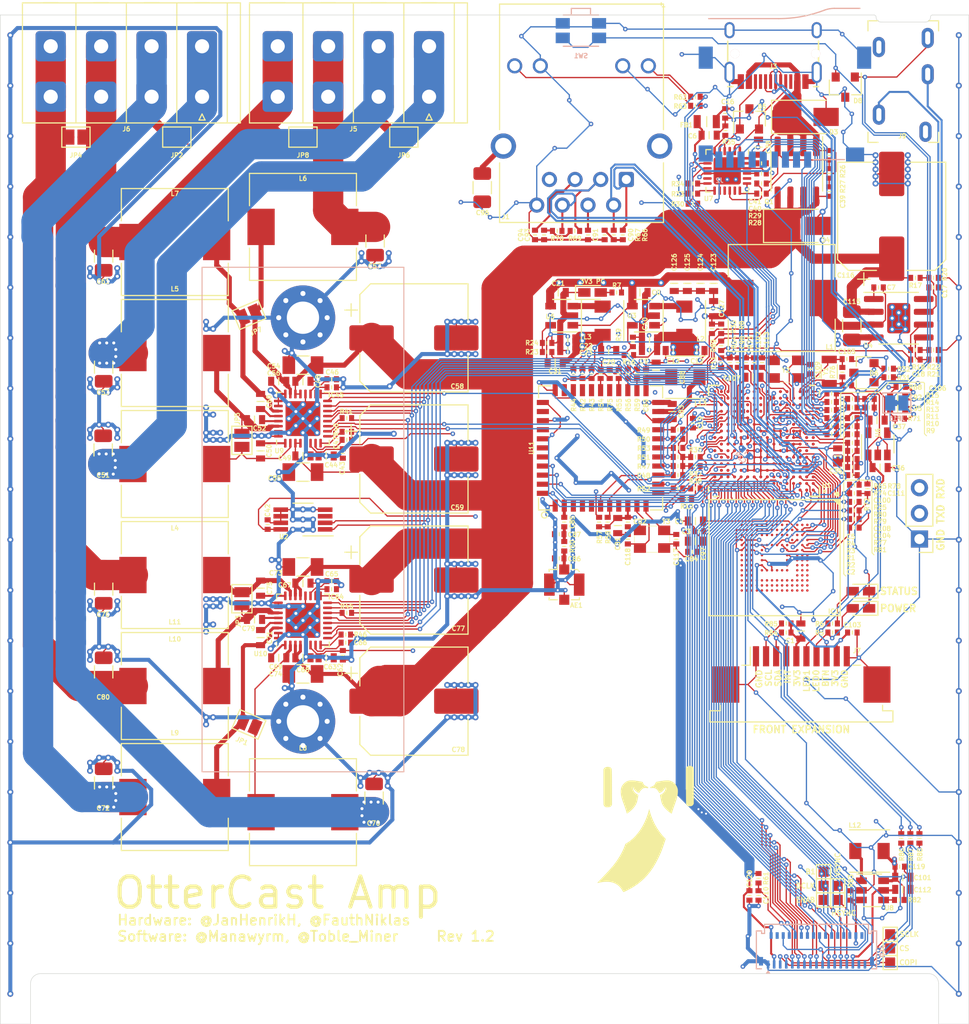
<source format=kicad_pcb>
(kicad_pcb (version 20171130) (host pcbnew "(5.1.12)-1")
  (layers (0 F.Cu signal) (1 In1.Cu signal) (2 In2.Cu signal) (31 B.Cu signal) (34 B.Paste user hide) (35 F.Paste user hide) (36 B.SilkS user hide) (37 F.SilkS user hide) (38 B.Mask user hide) (39 F.Mask user hide) (44 Edge.Cuts user))
  (net 0 "")
  (net 1 "Net-(AE1-Pad1)")
  (net 2 GND)
  (net 3 +3V3)
  (net 4 "Net-(C3-Pad1)")
  (net 5 "Net-(C6-Pad1)")
  (net 6 +1V5)
  (net 7 "Net-(C17-Pad1)")
  (net 8 "Net-(C18-Pad2)")
  (net 9 "Net-(C18-Pad1)")
  (net 10 +1.1V)
  (net 11 +3.0VA)
  (net 12 "Net-(C38-Pad2)")
  (net 13 "Net-(C39-Pad2)")
  (net 14 VBUS)
  (net 15 "Net-(C85-Pad2)")
  (net 16 "Net-(C85-Pad1)")
  (net 17 "Net-(C88-Pad1)")
  (net 18 "Net-(C90-Pad2)")
  (net 19 "Net-(C91-Pad2)")
  (net 20 "Net-(C93-Pad2)")
  (net 21 "Net-(C94-Pad2)")
  (net 22 "Net-(C96-Pad1)")
  (net 23 "Net-(C98-Pad1)")
  (net 24 "Net-(C102-Pad1)")
  (net 25 "Net-(C104-Pad1)")
  (net 26 "Net-(C105-Pad1)")
  (net 27 "Net-(C106-Pad1)")
  (net 28 "Net-(C107-Pad1)")
  (net 29 "Net-(C109-Pad1)")
  (net 30 RESETn)
  (net 31 "Net-(C113-Pad1)")
  (net 32 "Net-(D1-Pad2)")
  (net 33 "Net-(D2-Pad2)")
  (net 34 SDC0_D1)
  (net 35 SDC0_D0)
  (net 36 SDC0_CLK)
  (net 37 SDC0_CMD)
  (net 38 SDC0_D3)
  (net 39 SDC0_D2)
  (net 40 "Net-(J3-PadA8)")
  (net 41 "Net-(J3-PadA6)")
  (net 42 "Net-(J3-PadA7)")
  (net 43 "Net-(J3-PadB8)")
  (net 44 EPHY_SPD_LED)
  (net 45 EPHY_LINK_LED)
  (net 46 EPHY_RX_N)
  (net 47 EPHY_RX_P)
  (net 48 EPHY_TX_N)
  (net 49 EPHY_TX_P)
  (net 50 GNDA)
  (net 51 "Net-(C92-Pad2)")
  (net 52 "Net-(J9-Pad6)")
  (net 53 "Net-(C95-Pad1)")
  (net 54 LINE_DET)
  (net 55 "Net-(L13-Pad2)")
  (net 56 "Net-(Q1-Pad4)")
  (net 57 SDC2_CMD)
  (net 58 SDC2_RST)
  (net 59 GPIO_LED0)
  (net 60 GPIO_LED1)
  (net 61 UART1_RX)
  (net 62 UART1_TX)
  (net 63 BT-DIS-N)
  (net 64 "Net-(R12-Pad1)")
  (net 65 "Net-(R16-Pad2)")
  (net 66 "Net-(R23-Pad2)")
  (net 67 "Net-(R25-Pad1)")
  (net 68 USB-D_N)
  (net 69 USB-D_P)
  (net 70 "Net-(R35-Pad1)")
  (net 71 WL-SDIO-D3)
  (net 72 WL-SDIO-D2)
  (net 73 WL-SDIO-D1)
  (net 74 WL-SDIO-D0)
  (net 75 WL-SDIO-CMD)
  (net 76 WL-PMU-EN)
  (net 77 "Net-(R53-Pad2)")
  (net 78 WL-SDIO-CLK)
  (net 79 "Net-(R54-Pad2)")
  (net 80 PCM_LRCLK)
  (net 81 "Net-(R55-Pad2)")
  (net 82 PCM_BCLK)
  (net 83 "Net-(R56-Pad2)")
  (net 84 PCM_DIN)
  (net 85 BT-UART-RX)
  (net 86 BT-WAKE-AP)
  (net 87 "Net-(R59-Pad2)")
  (net 88 AP-CK32KO)
  (net 89 "Net-(R64-Pad1)")
  (net 90 "Net-(R65-Pad1)")
  (net 91 LINE_L)
  (net 92 LINE_R)
  (net 93 "Net-(R74-Pad2)")
  (net 94 "Net-(R80-Pad1)")
  (net 95 "Net-(R81-Pad1)")
  (net 96 GPIO_BTN)
  (net 97 MIPI-PWDN)
  (net 98 "Net-(U1-PadR11)")
  (net 99 "Net-(U1-PadK13)")
  (net 100 MIPI-D2_P)
  (net 101 MIPI-D3_P)
  (net 102 SDC0_DET#)
  (net 103 "Net-(U1-PadL13)")
  (net 104 MIPI-RESET)
  (net 105 G3)
  (net 106 "Net-(U1-PadL16)")
  (net 107 MIPI-D3_N)
  (net 108 "Net-(U1-PadT10)")
  (net 109 "Net-(U1-PadT6)")
  (net 110 "Net-(U1-PadR10)")
  (net 111 "Net-(U1-PadR6)")
  (net 112 "Net-(U1-PadR9)")
  (net 113 I2C1_SDA)
  (net 114 B3)
  (net 115 MIPI-CK_N)
  (net 116 B2)
  (net 117 AMP_MUTE1)
  (net 118 B0)
  (net 119 "Net-(U1-PadN11)")
  (net 120 "Net-(U1-PadN9)")
  (net 121 "Net-(U1-PadP11)")
  (net 122 "Net-(U1-PadP13)")
  (net 123 "Net-(U1-PadP10)")
  (net 124 "Net-(U1-PadN12)")
  (net 125 "Net-(U1-PadN13)")
  (net 126 "Net-(U1-PadP9)")
  (net 127 MIPI-D2_N)
  (net 128 LRADC0)
  (net 129 LRADC1)
  (net 130 PCM_DOUT)
  (net 131 MIPI-CK_P)
  (net 132 SDC2_D1)
  (net 133 SDC2_D2)
  (net 134 MIPI-D0_P)
  (net 135 MIPI-D1_P)
  (net 136 AMP_MUTE0)
  (net 137 "Net-(U1-PadH14)")
  (net 138 MIPI-D1_N)
  (net 139 MIPI-MSCK)
  (net 140 "Net-(U1-PadG14)")
  (net 141 AMP_PDN0)
  (net 142 I2C1_SCL)
  (net 143 MIPI-D0_N)
  (net 144 "Net-(U1-PadE15)")
  (net 145 AP-WAKE-BT)
  (net 146 AMP_PDN1)
  (net 147 "Net-(U1-PadF15)")
  (net 148 "Net-(U1-PadE12)")
  (net 149 SDC2_D5)
  (net 150 B1)
  (net 151 "Net-(U1-PadD14)")
  (net 152 SDC2_D6)
  (net 153 LCD_HSYNC)
  (net 154 SDC2_D4)
  (net 155 B5)
  (net 156 G2)
  (net 157 SDC2_D3)
  (net 158 "Net-(U1-PadC14)")
  (net 159 "Net-(U1-PadD15)")
  (net 160 LCD_PWM)
  (net 161 BT-UART-RTS)
  (net 162 SDC2_D7)
  (net 163 R5)
  (net 164 SDC2_D0)
  (net 165 WL-WAKE-AP)
  (net 166 BT-UART-TX)
  (net 167 I2C0_SDA)
  (net 168 R2)
  (net 169 AMP_FAULT1)
  (net 170 LCD_VSYNC)
  (net 171 G0)
  (net 172 B4)
  (net 173 BT-UART-CTS)
  (net 174 LCD_ENAB)
  (net 175 R0)
  (net 176 G5)
  (net 177 R4)
  (net 178 "Net-(R3-Pad2)")
  (net 179 AMP_FAULT0)
  (net 180 I2C0_SCL)
  (net 181 G1)
  (net 182 LCD_DCLK)
  (net 183 R3)
  (net 184 R1)
  (net 185 G4)
  (net 186 "Net-(L2-Pad1)")
  (net 187 "Net-(L3-Pad1)")
  (net 188 "Net-(U6-Pad4)")
  (net 189 "Net-(C52-Pad1)")
  (net 190 "Net-(C52-Pad2)")
  (net 191 "Net-(C60-Pad2)")
  (net 192 "Net-(C60-Pad1)")
  (net 193 "Net-(C56-Pad2)")
  (net 194 "Net-(C56-Pad1)")
  (net 195 "Net-(C46-Pad2)")
  (net 196 "Net-(C45-Pad2)")
  (net 197 "Net-(R41-Pad2)")
  (net 198 "Net-(R40-Pad1)")
  (net 199 "Net-(C47-Pad2)")
  (net 200 "Net-(C50-Pad1)")
  (net 201 "Net-(C50-Pad2)")
  (net 202 "Net-(C71-Pad1)")
  (net 203 "Net-(C71-Pad2)")
  (net 204 "Net-(C79-Pad2)")
  (net 205 "Net-(C79-Pad1)")
  (net 206 "Net-(C75-Pad2)")
  (net 207 "Net-(C75-Pad1)")
  (net 208 "Net-(C65-Pad2)")
  (net 209 "Net-(C64-Pad2)")
  (net 210 "Net-(R41-Pad1)")
  (net 211 "Net-(U10-Pad11)")
  (net 212 "Net-(R46-Pad1)")
  (net 213 "Net-(C66-Pad2)")
  (net 214 "Net-(C69-Pad1)")
  (net 215 "Net-(C69-Pad2)")
  (net 216 "Net-(U11-Pad29)")
  (net 217 "Net-(U11-Pad32)")
  (net 218 "Net-(U11-Pad27)")
  (net 219 "Net-(U11-Pad30)")
  (net 220 "Net-(U11-Pad5)")
  (net 221 "Net-(U11-Pad8)")
  (net 222 "Net-(U11-Pad4)")
  (net 223 "Net-(U11-Pad3)")
  (net 224 "Net-(U11-Pad35)")
  (net 225 "Net-(U11-Pad37)")
  (net 226 "Net-(U11-Pad38)")
  (net 227 "Net-(U11-Pad39)")
  (net 228 "Net-(U11-Pad40)")
  (net 229 "Net-(C53-Pad1)")
  (net 230 "Net-(C51-Pad2)")
  (net 231 "Net-(C61-Pad1)")
  (net 232 "Net-(C57-Pad2)")
  (net 233 "Net-(C72-Pad1)")
  (net 234 "Net-(C70-Pad2)")
  (net 235 "Net-(C80-Pad1)")
  (net 236 "Net-(C76-Pad2)")
  (net 237 "Net-(J10-Pad32)")
  (net 238 "Net-(J10-Pad4)")
  (net 239 "Net-(J10-Pad33)")
  (net 240 "Net-(J10-Pad31)")
  (net 241 SDC2_CLK)
  (net 242 "Net-(C7-Pad2)")
  (net 243 "Net-(C7-Pad1)")
  (net 244 "Net-(C40-Pad2)")
  (net 245 "Net-(C41-Pad2)")
  (net 246 "Net-(R17-Pad1)")
  (net 247 "Net-(R18-Pad2)")
  (net 248 "Net-(R28-Pad1)")
  (net 249 "Net-(R29-Pad1)")
  (net 250 "Net-(R30-Pad1)")
  (net 251 "Net-(R33-Pad2)")
  (net 252 "Net-(R34-Pad2)")
  (net 253 "Net-(U2-Pad3)")
  (net 254 "Net-(U7-Pad20)")
  (net 255 "Net-(U7-Pad17)")
  (net 256 "Net-(U7-Pad15)")
  (net 257 "Net-(U7-Pad14)")
  (net 258 "Net-(U7-Pad11)")
  (net 259 "Net-(U7-Pad3)")
  (net 260 "Net-(C117-Pad1)")
  (net 261 "Net-(C118-Pad1)")
  (net 262 "Net-(D5-Pad2)")
  (net 263 "Net-(D5-Pad1)")
  (net 264 "Net-(D7-Pad2)")
  (net 265 "Net-(J1-Pad12)")
  (net 266 "Net-(J1-Pad9)")
  (net 267 LCD_RESET)
  (net 268 LEDA)
  (net 269 I2C0_INT)
  (net 270 LEDK)
  (net 271 "Net-(L12-Pad2)")
  (net 272 "Net-(U1-PadB6)")
  (net 273 LCD_SCL)
  (net 274 LCD_SDA)
  (net 275 LCD_CS)
  (net 276 I2C1_INT)
  (module otter:R_0402 (layer F.Cu) (at 171.45 82.78 90)
    (fp_text reference R89 (at 0 -0.75 90) (layer F.SilkS) (effects (font (size 0.45 0.45) (thickness 0.1))))
    (fp_text value 2.2k hide)
    (pad 2 smd rect (at 0.47 0 90) (size 0.5 0.6) (layers F.Cu F.Paste F.Mask) (net 276 I2C1_INT))
    (pad 1 smd rect (at -0.47 0 90) (size 0.5 0.6) (layers F.Cu F.Paste F.Mask) (net 3 +3V3))
  )
  (module TestPoint:TestPoint_Pad_1.0x1.0mm (layer F.Cu) (at 183 136.3)
    (fp_text reference VSYNC (at 0 -2.1 90) (layer F.SilkS) (effects (font (size 0.5 0.5) (thickness 0.1))))
    (fp_text value TestPoint)
    (pad 1 smd rect (at 0 0) (size 1 1) (layers F.Cu F.Mask) (net 170 LCD_VSYNC))
  )
  (module TestPoint:TestPoint_Pad_1.0x1.0mm (layer F.Cu) (at 183 137.7)
    (fp_text reference HSYNC (at 0.6 1.3 180) (layer F.SilkS) (effects (font (size 0.5 0.5) (thickness 0.1))))
    (fp_text value TestPoint)
    (pad 1 smd rect (at 0 0) (size 1 1) (layers F.Cu F.Mask) (net 153 LCD_HSYNC))
  )
  (module TestPoint:TestPoint_Pad_1.0x1.0mm (layer F.Cu) (at 181.6 136.3)
    (fp_text reference DCLK (at -1.8 0) (layer F.SilkS) (effects (font (size 0.5 0.5) (thickness 0.1))))
    (fp_text value TestPoint)
    (pad 1 smd rect (at 0 0) (size 1 1) (layers F.Cu F.Mask) (net 182 LCD_DCLK))
  )
  (module TestPoint:TestPoint_Pad_1.0x1.0mm (layer F.Cu) (at 181.6 137.7)
    (fp_text reference ENAB (at -1.8 0) (layer F.SilkS) (effects (font (size 0.5 0.5) (thickness 0.1))))
    (fp_text value TestPoint)
    (pad 1 smd rect (at 0 0) (size 1 1) (layers F.Cu F.Mask) (net 174 LCD_ENAB))
  )
  (module TestPoint:TestPoint_Pad_1.0x1.0mm (layer F.Cu) (at 181.6 134.9)
    (fp_text reference B1 (at -1.3 0) (layer F.SilkS) (effects (font (size 0.5 0.5) (thickness 0.1))))
    (fp_text value TestPoint)
    (pad 1 smd rect (at 0 0) (size 1 1) (layers F.Cu F.Mask) (net 150 B1))
  )
  (module TestPoint:TestPoint_Pad_1.0x1.0mm (layer F.Cu) (at 188.2 142.5)
    (fp_text reference CS (at 1.4 0) (layer F.SilkS) (effects (font (size 0.5 0.5) (thickness 0.1))))
    (fp_text value TestPoint)
    (pad 1 smd rect (at 0 0) (size 1 1) (layers F.Cu F.Mask) (net 275 LCD_CS))
  )
  (module TestPoint:TestPoint_Pad_1.0x1.0mm (layer F.Cu) (at 188.2 141.1)
    (fp_text reference SCLK (at 1.9 0) (layer F.SilkS) (effects (font (size 0.5 0.5) (thickness 0.1))))
    (fp_text value TestPoint)
    (pad 1 smd rect (at 0 0) (size 1 1) (layers F.Cu F.Mask) (net 273 LCD_SCL))
  )
  (module TestPoint:TestPoint_Pad_1.0x1.0mm (layer F.Cu) (at 188.2 143.9)
    (fp_text reference COPI (at 1.8 0) (layer F.SilkS) (effects (font (size 0.5 0.5) (thickness 0.1))))
    (fp_text value TestPoint)
    (pad 1 smd rect (at 0 0) (size 1 1) (layers F.Cu F.Mask) (net 274 LCD_SDA))
  )
  (module otter:R_0402 (layer F.Cu) (at 191.1 131.6 90)
    (fp_text reference R88 (at -1.6 0.05 90) (layer F.SilkS) (effects (font (size 0.45 0.45) (thickness 0.1))))
    (fp_text value 0R hide)
    (pad 2 smd rect (at 0.47 0 90) (size 0.5 0.6) (layers F.Cu F.Paste F.Mask) (net 269 I2C0_INT))
    (pad 1 smd rect (at -0.47 0 90) (size 0.5 0.6) (layers F.Cu F.Paste F.Mask) (net 275 LCD_CS))
  )
  (module otter:R_0402 (layer F.Cu) (at 190.2 131.6 90)
    (fp_text reference R87 (at -1.6 0.05 90) (layer F.SilkS) (effects (font (size 0.45 0.45) (thickness 0.1))))
    (fp_text value 0R hide)
    (pad 2 smd rect (at 0.47 0 90) (size 0.5 0.6) (layers F.Cu F.Paste F.Mask) (net 167 I2C0_SDA))
    (pad 1 smd rect (at -0.47 0 90) (size 0.5 0.6) (layers F.Cu F.Paste F.Mask) (net 274 LCD_SDA))
  )
  (module otter:R_0402 (layer F.Cu) (at 189.3 131.6 90)
    (fp_text reference R86 (at -1.6 0.05 90) (layer F.SilkS) (effects (font (size 0.45 0.45) (thickness 0.1))))
    (fp_text value 0R hide)
    (pad 2 smd rect (at 0.47 0 90) (size 0.5 0.6) (layers F.Cu F.Paste F.Mask) (net 180 I2C0_SCL))
    (pad 1 smd rect (at -0.47 0 90) (size 0.5 0.6) (layers F.Cu F.Paste F.Mask) (net 273 LCD_SCL))
  )
  (module otter:C475204 (layer F.Cu) (at 120 58.1 180)
    (fp_text reference J6 (at 7.5 -3.2 180) (layer F.SilkS) (effects (font (size 0.45 0.45) (thickness 0.1))))
    (fp_text value " C475204")
    (pad 4 thru_hole roundrect (at 15 5 180) (size 3 3) (drill 1.4) (layers *.Cu *.Mask) (roundrect_rratio 0.125) (net 235 "Net-(C80-Pad1)"))
    (pad 3 thru_hole roundrect (at 10 5 180) (size 3 3) (drill 1.4) (layers *.Cu *.Mask) (roundrect_rratio 0.125) (net 236 "Net-(C76-Pad2)"))
    (pad 2 thru_hole roundrect (at 5 5 180) (size 3 3) (drill 1.4) (layers *.Cu *.Mask) (roundrect_rratio 0.125) (net 233 "Net-(C72-Pad1)"))
    (pad 1 thru_hole roundrect (at 0 5 180) (size 3 3) (drill 1.4) (layers *.Cu *.Mask) (roundrect_rratio 0.125) (net 234 "Net-(C70-Pad2)"))
    (pad 4 thru_hole roundrect (at 15 0 180) (size 3 3) (drill 1.4) (layers *.Cu *.Mask) (roundrect_rratio 0.125) (net 235 "Net-(C80-Pad1)"))
    (pad 3 thru_hole roundrect (at 10 0 180) (size 3 3) (drill 1.4) (layers *.Cu *.Mask) (roundrect_rratio 0.125) (net 236 "Net-(C76-Pad2)"))
    (pad 2 thru_hole roundrect (at 5 0 180) (size 3 3) (drill 1.4) (layers *.Cu *.Mask) (roundrect_rratio 0.125) (net 233 "Net-(C72-Pad1)"))
    (pad 1 thru_hole roundrect (at 0 0 180) (size 3 3) (drill 1.4) (layers *.Cu *.Mask) (roundrect_rratio 0.125) (net 234 "Net-(C70-Pad2)"))
  )
  (module otter:C475204 (layer F.Cu) (at 142.5 58.1 180)
    (fp_text reference J5 (at 7.5 -3.2 180) (layer F.SilkS) (effects (font (size 0.45 0.45) (thickness 0.1))))
    (fp_text value " C475204")
    (pad 4 thru_hole roundrect (at 15 5 180) (size 3 3) (drill 1.4) (layers *.Cu *.Mask) (roundrect_rratio 0.125) (net 231 "Net-(C61-Pad1)"))
    (pad 3 thru_hole roundrect (at 10 5 180) (size 3 3) (drill 1.4) (layers *.Cu *.Mask) (roundrect_rratio 0.125) (net 232 "Net-(C57-Pad2)"))
    (pad 2 thru_hole roundrect (at 5 5 180) (size 3 3) (drill 1.4) (layers *.Cu *.Mask) (roundrect_rratio 0.125) (net 229 "Net-(C53-Pad1)"))
    (pad 1 thru_hole roundrect (at 0 5 180) (size 3 3) (drill 1.4) (layers *.Cu *.Mask) (roundrect_rratio 0.125) (net 230 "Net-(C51-Pad2)"))
    (pad 4 thru_hole roundrect (at 15 0 180) (size 3 3) (drill 1.4) (layers *.Cu *.Mask) (roundrect_rratio 0.125) (net 231 "Net-(C61-Pad1)"))
    (pad 3 thru_hole roundrect (at 10 0 180) (size 3 3) (drill 1.4) (layers *.Cu *.Mask) (roundrect_rratio 0.125) (net 232 "Net-(C57-Pad2)"))
    (pad 2 thru_hole roundrect (at 5 0 180) (size 3 3) (drill 1.4) (layers *.Cu *.Mask) (roundrect_rratio 0.125) (net 229 "Net-(C53-Pad1)"))
    (pad 1 thru_hole roundrect (at 0 0 180) (size 3 3) (drill 1.4) (layers *.Cu *.Mask) (roundrect_rratio 0.125) (net 230 "Net-(C51-Pad2)"))
  )
  (module Connector_PinHeader_2.54mm:PinHeader_1x03_P2.54mm_Vertical (layer F.Cu) (at 191.1 101.93 180)
    (fp_text reference J4 hide)
    (fp_text value UART1)
    (pad 1 thru_hole rect (at 0 0 180) (size 1.7 1.7) (drill 1) (layers *.Cu *.Mask) (net 2 GND))
    (pad 2 thru_hole oval (at 0 2.54 180) (size 1.7 1.7) (drill 1) (layers *.Cu *.Mask) (net 62 UART1_TX))
    (pad 3 thru_hole oval (at 0 5.08 180) (size 1.7 1.7) (drill 1) (layers *.Cu *.Mask) (net 61 UART1_RX))
  )
  (module ottercast:ottercast_mask (layer F.Cu) (at 159.5 131.5)
    (fp_text reference G*** hide)
    (fp_text value LOGO hide)
  )
  (module ottercast:ottercast_silk (layer F.Cu) (at 159.5 131.5)
    (fp_text reference G*** hide)
    (fp_text value LOGO hide)
  )
  (module Connector_FFC-FPC:Molex_502250-3391_2Rows-33Pins-1MP_P0.60mm_Horizontal (layer B.Cu) (at 180.9 142.7 90)
    (fp_text reference J10 (at -0.07 6.5 270) (layer B.SilkS) (effects (font (size 0.45 0.45) (thickness 0.1)) (justify mirror)))
    (fp_text value FH26W-33S-0.3SHW)
    (pad MP smd rect (at -1.075 -5.5 90) (size 0.85 0.4) (layers B.Cu B.Paste B.Mask) (net 2 GND))
    (pad MP smd rect (at -1.075 5.5 90) (size 0.85 0.4) (layers B.Cu B.Paste B.Mask) (net 2 GND))
    (pad 2 smd rect (at 1.475 -4.5 90) (size 0.65 0.3) (layers B.Cu B.Paste B.Mask) (net 3 +3V3))
    (pad 4 smd rect (at 1.475 -3.9 90) (size 0.65 0.3) (layers B.Cu B.Paste B.Mask) (net 238 "Net-(J10-Pad4)"))
    (pad 6 smd rect (at 1.475 -3.3 90) (size 0.65 0.3) (layers B.Cu B.Paste B.Mask) (net 273 LCD_SCL))
    (pad 8 smd rect (at 1.475 -2.7 90) (size 0.65 0.3) (layers B.Cu B.Paste B.Mask) (net 267 LCD_RESET))
    (pad 10 smd rect (at 1.475 -2.1 90) (size 0.65 0.3) (layers B.Cu B.Paste B.Mask) (net 177 R4))
    (pad 12 smd rect (at 1.475 -1.5 90) (size 0.65 0.3) (layers B.Cu B.Paste B.Mask) (net 168 R2))
    (pad 14 smd rect (at 1.475 -0.9 90) (size 0.65 0.3) (layers B.Cu B.Paste B.Mask) (net 176 G5))
    (pad 16 smd rect (at 1.475 -0.3 90) (size 0.65 0.3) (layers B.Cu B.Paste B.Mask) (net 105 G3))
    (pad 18 smd rect (at 1.475 0.3 90) (size 0.65 0.3) (layers B.Cu B.Paste B.Mask) (net 181 G1))
    (pad 20 smd rect (at 1.475 0.9 90) (size 0.65 0.3) (layers B.Cu B.Paste B.Mask) (net 155 B5))
    (pad 22 smd rect (at 1.475 1.5 90) (size 0.65 0.3) (layers B.Cu B.Paste B.Mask) (net 114 B3))
    (pad 24 smd rect (at 1.475 2.1 90) (size 0.65 0.3) (layers B.Cu B.Paste B.Mask) (net 150 B1))
    (pad 26 smd rect (at 1.475 2.7 90) (size 0.65 0.3) (layers B.Cu B.Paste B.Mask) (net 182 LCD_DCLK))
    (pad 28 smd rect (at 1.475 3.3 90) (size 0.65 0.3) (layers B.Cu B.Paste B.Mask) (net 170 LCD_VSYNC))
    (pad 30 smd rect (at 1.475 3.9 90) (size 0.65 0.3) (layers B.Cu B.Paste B.Mask) (net 270 LEDK))
    (pad 32 smd rect (at 1.475 4.5 90) (size 0.65 0.3) (layers B.Cu B.Paste B.Mask) (net 237 "Net-(J10-Pad32)"))
    (pad 1 smd rect (at -1.4 -4.8 90) (size 0.8 0.26) (layers B.Cu B.Paste B.Mask) (net 2 GND))
    (pad 3 smd rect (at -1.4 -4.2 90) (size 0.8 0.26) (layers B.Cu B.Paste B.Mask) (net 3 +3V3))
    (pad 5 smd rect (at -1.4 -3.6 90) (size 0.8 0.26) (layers B.Cu B.Paste B.Mask) (net 274 LCD_SDA))
    (pad 7 smd rect (at -1.4 -3 90) (size 0.8 0.26) (layers B.Cu B.Paste B.Mask) (net 275 LCD_CS))
    (pad 9 smd rect (at -1.4 -2.4 90) (size 0.8 0.26) (layers B.Cu B.Paste B.Mask) (net 163 R5))
    (pad 11 smd rect (at -1.4 -1.8 90) (size 0.8 0.26) (layers B.Cu B.Paste B.Mask) (net 183 R3))
    (pad 13 smd rect (at -1.4 -1.2 90) (size 0.8 0.26) (layers B.Cu B.Paste B.Mask) (net 184 R1))
    (pad 15 smd rect (at -1.4 -0.6 90) (size 0.8 0.26) (layers B.Cu B.Paste B.Mask) (net 185 G4))
    (pad 17 smd rect (at -1.4 0 90) (size 0.8 0.26) (layers B.Cu B.Paste B.Mask) (net 156 G2))
    (pad 19 smd rect (at -1.4 0.6 90) (size 0.8 0.26) (layers B.Cu B.Paste B.Mask) (net 171 G0))
    (pad 21 smd rect (at -1.4 1.2 90) (size 0.8 0.26) (layers B.Cu B.Paste B.Mask) (net 172 B4))
    (pad 23 smd rect (at -1.4 1.8 90) (size 0.8 0.26) (layers B.Cu B.Paste B.Mask) (net 116 B2))
    (pad 25 smd rect (at -1.4 2.4 90) (size 0.8 0.26) (layers B.Cu B.Paste B.Mask) (net 174 LCD_ENAB))
    (pad 27 smd rect (at -1.4 3 90) (size 0.8 0.26) (layers B.Cu B.Paste B.Mask) (net 153 LCD_HSYNC))
    (pad 29 smd rect (at -1.4 3.6 90) (size 0.8 0.26) (layers B.Cu B.Paste B.Mask) (net 268 LEDA))
    (pad 31 smd rect (at -1.4 4.2 90) (size 0.8 0.26) (layers B.Cu B.Paste B.Mask) (net 240 "Net-(J10-Pad31)"))
    (pad 33 smd rect (at -1.4 4.8 90) (size 0.8 0.26) (layers B.Cu B.Paste B.Mask) (net 239 "Net-(J10-Pad33)"))
  )
  (module lib:MICRON_EMMC_153 (layer F.Cu) (at 176.74 103.78 270)
    (fp_text reference IC1 (at 5.32 -5.86) (layer F.SilkS) (effects (font (size 0.45 0.45) (thickness 0.1))))
    (fp_text value EMMC04G-S100-B08U)
    (pad A1 smd circle (at -3.25 -3.25 270) (size 0.245 0.245) (layers F.Cu F.Paste F.Mask))
    (pad A3 smd circle (at -2.25 -3.25 270) (size 0.245 0.245) (layers F.Cu F.Paste F.Mask) (net 164 SDC2_D0))
    (pad A4 smd circle (at -1.75 -3.25 270) (size 0.245 0.245) (layers F.Cu F.Paste F.Mask) (net 132 SDC2_D1))
    (pad A5 smd circle (at -1.25 -3.25 270) (size 0.245 0.245) (layers F.Cu F.Paste F.Mask) (net 133 SDC2_D2))
    (pad A7 smd circle (at -0.25 -3.25 270) (size 0.245 0.245) (layers F.Cu F.Paste F.Mask))
    (pad A8 smd circle (at 0.25 -3.25 270) (size 0.245 0.245) (layers F.Cu F.Paste F.Mask))
    (pad A9 smd circle (at 0.75 -3.25 270) (size 0.245 0.245) (layers F.Cu F.Paste F.Mask))
    (pad A10 smd circle (at 1.25 -3.25 270) (size 0.245 0.245) (layers F.Cu F.Paste F.Mask))
    (pad A11 smd circle (at 1.75 -3.25 270) (size 0.245 0.245) (layers F.Cu F.Paste F.Mask))
    (pad A12 smd circle (at 2.25 -3.25 270) (size 0.245 0.245) (layers F.Cu F.Paste F.Mask))
    (pad A13 smd circle (at 2.75 -3.25 270) (size 0.245 0.245) (layers F.Cu F.Paste F.Mask))
    (pad A14 smd circle (at 3.25 -3.25 270) (size 0.245 0.245) (layers F.Cu F.Paste F.Mask))
    (pad B1 smd circle (at -3.25 -2.75 270) (size 0.245 0.245) (layers F.Cu F.Paste F.Mask))
    (pad B2 smd circle (at -2.75 -2.75 270) (size 0.245 0.245) (layers F.Cu F.Paste F.Mask) (net 157 SDC2_D3))
    (pad B3 smd circle (at -2.25 -2.75 270) (size 0.245 0.245) (layers F.Cu F.Paste F.Mask) (net 154 SDC2_D4))
    (pad B4 smd circle (at -1.75 -2.75 270) (size 0.245 0.245) (layers F.Cu F.Paste F.Mask) (net 149 SDC2_D5))
    (pad B5 smd circle (at -1.25 -2.75 270) (size 0.245 0.245) (layers F.Cu F.Paste F.Mask) (net 152 SDC2_D6))
    (pad B6 smd circle (at -0.75 -2.75 270) (size 0.245 0.245) (layers F.Cu F.Paste F.Mask) (net 162 SDC2_D7))
    (pad B7 smd circle (at -0.25 -2.75 270) (size 0.245 0.245) (layers F.Cu F.Paste F.Mask))
    (pad B8 smd circle (at 0.25 -2.75 270) (size 0.245 0.245) (layers F.Cu F.Paste F.Mask))
    (pad B9 smd circle (at 0.75 -2.75 270) (size 0.245 0.245) (layers F.Cu F.Paste F.Mask))
    (pad B10 smd circle (at 1.25 -2.75 270) (size 0.245 0.245) (layers F.Cu F.Paste F.Mask))
    (pad B11 smd circle (at 1.75 -2.75 270) (size 0.245 0.245) (layers F.Cu F.Paste F.Mask))
    (pad B12 smd circle (at 2.25 -2.75 270) (size 0.245 0.245) (layers F.Cu F.Paste F.Mask))
    (pad B13 smd circle (at 2.75 -2.75 270) (size 0.245 0.245) (layers F.Cu F.Paste F.Mask))
    (pad B14 smd circle (at 3.25 -2.75 270) (size 0.245 0.245) (layers F.Cu F.Paste F.Mask))
    (pad C1 smd circle (at -3.25 -2.25 270) (size 0.245 0.245) (layers F.Cu F.Paste F.Mask))
    (pad C2 smd circle (at -2.75 -2.25 270) (size 0.245 0.245) (layers F.Cu F.Paste F.Mask) (net 4 "Net-(C3-Pad1)"))
    (pad C3 smd circle (at -2.25 -2.25 270) (size 0.245 0.245) (layers F.Cu F.Paste F.Mask))
    (pad C4 smd circle (at -1.75 -2.25 270) (size 0.245 0.245) (layers F.Cu F.Paste F.Mask) (net 2 GND))
    (pad C6 smd circle (at -0.75 -2.25 270) (size 0.245 0.245) (layers F.Cu F.Paste F.Mask) (net 3 +3V3))
    (pad C7 smd circle (at -0.25 -2.25 270) (size 0.245 0.245) (layers F.Cu F.Paste F.Mask))
    (pad C8 smd circle (at 0.25 -2.25 270) (size 0.245 0.245) (layers F.Cu F.Paste F.Mask))
    (pad C9 smd circle (at 0.75 -2.25 270) (size 0.245 0.245) (layers F.Cu F.Paste F.Mask))
    (pad C10 smd circle (at 1.25 -2.25 270) (size 0.245 0.245) (layers F.Cu F.Paste F.Mask))
    (pad C11 smd circle (at 1.75 -2.25 270) (size 0.245 0.245) (layers F.Cu F.Paste F.Mask))
    (pad C12 smd circle (at 2.25 -2.25 270) (size 0.245 0.245) (layers F.Cu F.Paste F.Mask))
    (pad C13 smd circle (at 2.75 -2.25 270) (size 0.245 0.245) (layers F.Cu F.Paste F.Mask))
    (pad C14 smd circle (at 3.25 -2.25 270) (size 0.245 0.245) (layers F.Cu F.Paste F.Mask))
    (pad D2 smd circle (at -2.75 -1.75 270) (size 0.245 0.245) (layers F.Cu F.Paste F.Mask))
    (pad D3 smd circle (at -2.25 -1.75 270) (size 0.245 0.245) (layers F.Cu F.Paste F.Mask))
    (pad D4 smd circle (at -1.75 -1.75 270) (size 0.245 0.245) (layers F.Cu F.Paste F.Mask))
    (pad D12 smd circle (at 2.25 -1.75 270) (size 0.245 0.245) (layers F.Cu F.Paste F.Mask))
    (pad D13 smd circle (at 2.75 -1.75 270) (size 0.245 0.245) (layers F.Cu F.Paste F.Mask))
    (pad D14 smd circle (at 3.25 -1.75 270) (size 0.245 0.245) (layers F.Cu F.Paste F.Mask))
    (pad E1 smd circle (at -3.25 -1.25 270) (size 0.245 0.245) (layers F.Cu F.Paste F.Mask))
    (pad E2 smd circle (at -2.75 -1.25 270) (size 0.245 0.245) (layers F.Cu F.Paste F.Mask))
    (pad E3 smd circle (at -2.25 -1.25 270) (size 0.245 0.245) (layers F.Cu F.Paste F.Mask))
    (pad E5 smd circle (at -1.25 -1.25 270) (size 0.245 0.245) (layers F.Cu F.Paste F.Mask))
    (pad E6 smd circle (at -0.75 -1.25 270) (size 0.245 0.245) (layers F.Cu F.Paste F.Mask) (net 3 +3V3))
    (pad E7 smd circle (at -0.25 -1.25 270) (size 0.245 0.245) (layers F.Cu F.Paste F.Mask) (net 2 GND))
    (pad E8 smd circle (at 0.25 -1.25 270) (size 0.245 0.245) (layers F.Cu F.Paste F.Mask))
    (pad E9 smd circle (at 0.75 -1.25 270) (size 0.245 0.245) (layers F.Cu F.Paste F.Mask))
    (pad E10 smd circle (at 1.25 -1.25 270) (size 0.245 0.245) (layers F.Cu F.Paste F.Mask))
    (pad E12 smd circle (at 2.25 -1.25 270) (size 0.245 0.245) (layers F.Cu F.Paste F.Mask))
    (pad E13 smd circle (at 2.75 -1.25 270) (size 0.245 0.245) (layers F.Cu F.Paste F.Mask))
    (pad E14 smd circle (at 3.25 -1.25 270) (size 0.245 0.245) (layers F.Cu F.Paste F.Mask))
    (pad F1 smd circle (at -3.25 -0.75 270) (size 0.245 0.245) (layers F.Cu F.Paste F.Mask))
    (pad F2 smd circle (at -2.75 -0.75 270) (size 0.245 0.245) (layers F.Cu F.Paste F.Mask))
    (pad F3 smd circle (at -2.25 -0.75 270) (size 0.245 0.245) (layers F.Cu F.Paste F.Mask))
    (pad F5 smd circle (at -1.25 -0.75 270) (size 0.245 0.245) (layers F.Cu F.Paste F.Mask) (net 3 +3V3))
    (pad F10 smd circle (at 1.25 -0.75 270) (size 0.245 0.245) (layers F.Cu F.Paste F.Mask))
    (pad F12 smd circle (at 2.25 -0.75 270) (size 0.245 0.245) (layers F.Cu F.Paste F.Mask))
    (pad F13 smd circle (at 2.75 -0.75 270) (size 0.245 0.245) (layers F.Cu F.Paste F.Mask))
    (pad F14 smd circle (at 3.25 -0.75 270) (size 0.245 0.245) (layers F.Cu F.Paste F.Mask))
    (pad G1 smd circle (at -3.25 -0.25 270) (size 0.245 0.245) (layers F.Cu F.Paste F.Mask))
    (pad G2 smd circle (at -2.75 -0.25 270) (size 0.245 0.245) (layers F.Cu F.Paste F.Mask))
    (pad G3 smd circle (at -2.25 -0.25 270) (size 0.245 0.245) (layers F.Cu F.Paste F.Mask))
    (pad G5 smd circle (at -1.25 -0.25 270) (size 0.245 0.245) (layers F.Cu F.Paste F.Mask) (net 2 GND))
    (pad G10 smd circle (at 1.25 -0.25 270) (size 0.245 0.245) (layers F.Cu F.Paste F.Mask))
    (pad G12 smd circle (at 2.25 -0.25 270) (size 0.245 0.245) (layers F.Cu F.Paste F.Mask))
    (pad G13 smd circle (at 2.75 -0.25 270) (size 0.245 0.245) (layers F.Cu F.Paste F.Mask))
    (pad G14 smd circle (at 3.25 -0.25 270) (size 0.245 0.245) (layers F.Cu F.Paste F.Mask))
    (pad H1 smd circle (at -3.25 0.25 270) (size 0.245 0.245) (layers F.Cu F.Paste F.Mask))
    (pad H2 smd circle (at -2.75 0.25 270) (size 0.245 0.245) (layers F.Cu F.Paste F.Mask))
    (pad H3 smd circle (at -2.25 0.25 270) (size 0.245 0.245) (layers F.Cu F.Paste F.Mask))
    (pad H5 smd circle (at -1.25 0.25 270) (size 0.245 0.245) (layers F.Cu F.Paste F.Mask))
    (pad H10 smd circle (at 1.25 0.25 270) (size 0.245 0.245) (layers F.Cu F.Paste F.Mask) (net 2 GND))
    (pad H12 smd circle (at 2.25 0.25 270) (size 0.245 0.245) (layers F.Cu F.Paste F.Mask))
    (pad H13 smd circle (at 2.75 0.25 270) (size 0.245 0.245) (layers F.Cu F.Paste F.Mask))
    (pad H14 smd circle (at 3.25 0.25 270) (size 0.245 0.245) (layers F.Cu F.Paste F.Mask))
    (pad J1 smd circle (at -3.25 0.75 270) (size 0.245 0.245) (layers F.Cu F.Paste F.Mask))
    (pad J2 smd circle (at -2.75 0.75 270) (size 0.245 0.245) (layers F.Cu F.Paste F.Mask))
    (pad J3 smd circle (at -2.25 0.75 270) (size 0.245 0.245) (layers F.Cu F.Paste F.Mask))
    (pad J5 smd circle (at -1.25 0.75 270) (size 0.245 0.245) (layers F.Cu F.Paste F.Mask))
    (pad J10 smd circle (at 1.25 0.75 270) (size 0.245 0.245) (layers F.Cu F.Paste F.Mask) (net 3 +3V3))
    (pad J12 smd circle (at 2.25 0.75 270) (size 0.245 0.245) (layers F.Cu F.Paste F.Mask))
    (pad J13 smd circle (at 2.75 0.75 270) (size 0.245 0.245) (layers F.Cu F.Paste F.Mask))
    (pad J14 smd circle (at 3.25 0.75 270) (size 0.245 0.245) (layers F.Cu F.Paste F.Mask))
    (pad K1 smd circle (at -3.25 1.25 270) (size 0.245 0.245) (layers F.Cu F.Paste F.Mask))
    (pad K2 smd circle (at -2.75 1.25 270) (size 0.245 0.245) (layers F.Cu F.Paste F.Mask))
    (pad K3 smd circle (at -2.25 1.25 270) (size 0.245 0.245) (layers F.Cu F.Paste F.Mask))
    (pad K5 smd circle (at -1.25 1.25 270) (size 0.245 0.245) (layers F.Cu F.Paste F.Mask) (net 58 SDC2_RST))
    (pad K6 smd circle (at -0.75 1.25 270) (size 0.245 0.245) (layers F.Cu F.Paste F.Mask))
    (pad K7 smd circle (at -0.25 1.25 270) (size 0.245 0.245) (layers F.Cu F.Paste F.Mask))
    (pad K8 smd circle (at 0.25 1.25 270) (size 0.245 0.245) (layers F.Cu F.Paste F.Mask) (net 2 GND))
    (pad K9 smd circle (at 0.75 1.25 270) (size 0.245 0.245) (layers F.Cu F.Paste F.Mask) (net 3 +3V3))
    (pad K10 smd circle (at 1.25 1.25 270) (size 0.245 0.245) (layers F.Cu F.Paste F.Mask))
    (pad K12 smd circle (at 2.25 1.25 270) (size 0.245 0.245) (layers F.Cu F.Paste F.Mask))
    (pad K13 smd circle (at 2.75 1.25 270) (size 0.245 0.245) (layers F.Cu F.Paste F.Mask))
    (pad K14 smd circle (at 3.25 1.25 270) (size 0.245 0.245) (layers F.Cu F.Paste F.Mask))
    (pad L1 smd circle (at -3.25 1.75 270) (size 0.245 0.245) (layers F.Cu F.Paste F.Mask))
    (pad L2 smd circle (at -2.75 1.75 270) (size 0.245 0.245) (layers F.Cu F.Paste F.Mask))
    (pad L3 smd circle (at -2.25 1.75 270) (size 0.245 0.245) (layers F.Cu F.Paste F.Mask))
    (pad L12 smd circle (at 2.25 1.75 270) (size 0.245 0.245) (layers F.Cu F.Paste F.Mask))
    (pad L13 smd circle (at 2.75 1.75 270) (size 0.245 0.245) (layers F.Cu F.Paste F.Mask))
    (pad L14 smd circle (at 3.25 1.75 270) (size 0.245 0.245) (layers F.Cu F.Paste F.Mask))
    (pad M1 smd circle (at -3.25 2.25 270) (size 0.245 0.245) (layers F.Cu F.Paste F.Mask))
    (pad M2 smd circle (at -2.75 2.25 270) (size 0.245 0.245) (layers F.Cu F.Paste F.Mask))
    (pad M3 smd circle (at -2.25 2.25 270) (size 0.245 0.245) (layers F.Cu F.Paste F.Mask))
    (pad M4 smd circle (at -1.75 2.25 270) (size 0.245 0.245) (layers F.Cu F.Paste F.Mask) (net 3 +3V3))
    (pad M5 smd circle (at -1.25 2.25 270) (size 0.245 0.245) (layers F.Cu F.Paste F.Mask) (net 57 SDC2_CMD))
    (pad M6 smd circle (at -0.75 2.25 270) (size 0.245 0.245) (layers F.Cu F.Paste F.Mask) (net 241 SDC2_CLK))
    (pad M7 smd circle (at -0.25 2.25 270) (size 0.245 0.245) (layers F.Cu F.Paste F.Mask))
    (pad M8 smd circle (at 0.25 2.25 270) (size 0.245 0.245) (layers F.Cu F.Paste F.Mask))
    (pad M9 smd circle (at 0.75 2.25 270) (size 0.245 0.245) (layers F.Cu F.Paste F.Mask))
    (pad M10 smd circle (at 1.25 2.25 270) (size 0.245 0.245) (layers F.Cu F.Paste F.Mask))
    (pad M11 smd circle (at 1.75 2.25 270) (size 0.245 0.245) (layers F.Cu F.Paste F.Mask))
    (pad M12 smd circle (at 2.25 2.25 270) (size 0.245 0.245) (layers F.Cu F.Paste F.Mask))
    (pad M13 smd circle (at 2.75 2.25 270) (size 0.245 0.245) (layers F.Cu F.Paste F.Mask))
    (pad M14 smd circle (at 3.25 2.25 270) (size 0.245 0.245) (layers F.Cu F.Paste F.Mask))
    (pad N1 smd circle (at -3.25 2.75 270) (size 0.245 0.245) (layers F.Cu F.Paste F.Mask))
    (pad N2 smd circle (at -2.75 2.75 270) (size 0.245 0.245) (layers F.Cu F.Paste F.Mask) (net 2 GND))
    (pad N3 smd circle (at -2.25 2.75 270) (size 0.245 0.245) (layers F.Cu F.Paste F.Mask))
    (pad N4 smd circle (at -1.75 2.75 270) (size 0.245 0.245) (layers F.Cu F.Paste F.Mask) (net 3 +3V3))
    (pad N5 smd circle (at -1.25 2.75 270) (size 0.245 0.245) (layers F.Cu F.Paste F.Mask) (net 2 GND))
    (pad N6 smd circle (at -0.75 2.75 270) (size 0.245 0.245) (layers F.Cu F.Paste F.Mask))
    (pad N7 smd circle (at -0.25 2.75 270) (size 0.245 0.245) (layers F.Cu F.Paste F.Mask))
    (pad N8 smd circle (at 0.25 2.75 270) (size 0.245 0.245) (layers F.Cu F.Paste F.Mask))
    (pad N9 smd circle (at 0.75 2.75 270) (size 0.245 0.245) (layers F.Cu F.Paste F.Mask))
    (pad N10 smd circle (at 1.25 2.75 270) (size 0.245 0.245) (layers F.Cu F.Paste F.Mask))
    (pad N11 smd circle (at 1.75 2.75 270) (size 0.245 0.245) (layers F.Cu F.Paste F.Mask))
    (pad N12 smd circle (at 2.25 2.75 270) (size 0.245 0.245) (layers F.Cu F.Paste F.Mask))
    (pad N13 smd circle (at 2.75 2.75 270) (size 0.245 0.245) (layers F.Cu F.Paste F.Mask))
    (pad N14 smd circle (at 3.25 2.75 270) (size 0.245 0.245) (layers F.Cu F.Paste F.Mask))
    (pad P1 smd circle (at -3.25 3.25 270) (size 0.245 0.245) (layers F.Cu F.Paste F.Mask))
    (pad P3 smd circle (at -2.25 3.25 270) (size 0.245 0.245) (layers F.Cu F.Paste F.Mask) (net 3 +3V3))
    (pad P4 smd circle (at -1.75 3.25 270) (size 0.245 0.245) (layers F.Cu F.Paste F.Mask) (net 2 GND))
    (pad P5 smd circle (at -1.25 3.25 270) (size 0.245 0.245) (layers F.Cu F.Paste F.Mask) (net 3 +3V3))
    (pad P6 smd circle (at -0.75 3.25 270) (size 0.245 0.245) (layers F.Cu F.Paste F.Mask) (net 2 GND))
    (pad P7 smd circle (at -0.25 3.25 270) (size 0.245 0.245) (layers F.Cu F.Paste F.Mask))
    (pad P8 smd circle (at 0.25 3.25 270) (size 0.245 0.245) (layers F.Cu F.Paste F.Mask))
    (pad P9 smd circle (at 0.75 3.25 270) (size 0.245 0.245) (layers F.Cu F.Paste F.Mask))
    (pad P10 smd circle (at 1.25 3.25 270) (size 0.245 0.245) (layers F.Cu F.Paste F.Mask))
    (pad P11 smd circle (at 1.75 3.25 270) (size 0.245 0.245) (layers F.Cu F.Paste F.Mask))
    (pad P12 smd circle (at 2.25 3.25 270) (size 0.245 0.245) (layers F.Cu F.Paste F.Mask))
    (pad P13 smd circle (at 2.75 3.25 270) (size 0.245 0.245) (layers F.Cu F.Paste F.Mask))
    (pad P14 smd circle (at 3.25 3.25 270) (size 0.245 0.245) (layers F.Cu F.Paste F.Mask))
  )
  (module "otter:FBGA-234(Pitch-0.65mm_Pad-0.3mm_11x11x1.08mm)" (layer F.Cu) (at 175.7 92.2 90)
    (fp_text reference U1 (at -4.4 6.2) (layer F.SilkS) (effects (font (size 0.45 0.45) (thickness 0.1))))
    (fp_text value "AllWinner-S3(FBGA-234)" hide)
    (pad K3 smd circle (at 0.975 3.575 180) (size 0.3 0.3) (layers F.Cu F.Mask) (net 2 GND))
    (pad J11 smd circle (at 0.325 -1.625 180) (size 0.3 0.3) (layers F.Cu F.Mask) (net 10 +1.1V))
    (pad J9 smd circle (at 0.325 -0.325 180) (size 0.3 0.3) (layers F.Cu F.Mask) (net 2 GND))
    (pad N15 smd circle (at 2.925 -4.225 180) (size 0.3 0.3) (layers F.Cu F.Mask) (net 75 WL-SDIO-CMD))
    (pad J6 smd circle (at 0.325 1.625 180) (size 0.3 0.3) (layers F.Cu F.Mask) (net 2 GND))
    (pad K4 smd circle (at 0.975 2.925 180) (size 0.3 0.3) (layers F.Cu F.Mask) (net 2 GND))
    (pad K7 smd circle (at 0.975 0.975 180) (size 0.3 0.3) (layers F.Cu F.Mask) (net 2 GND))
    (pad K14 smd circle (at 0.975 -3.575 180) (size 0.3 0.3) (layers F.Cu F.Mask) (net 97 MIPI-PWDN))
    (pad K11 smd circle (at 0.975 -1.625 180) (size 0.3 0.3) (layers F.Cu F.Mask) (net 10 +1.1V))
    (pad R11 smd circle (at 4.225 -1.625 180) (size 0.3 0.3) (layers F.Cu F.Mask) (net 98 "Net-(U1-PadR11)"))
    (pad T3 smd circle (at 4.875 3.575 180) (size 0.3 0.3) (layers F.Cu F.Mask) (net 26 "Net-(C105-Pad1)"))
    (pad R12 smd circle (at 4.225 -2.275 180) (size 0.3 0.3) (layers F.Cu F.Mask) (net 91 LINE_L))
    (pad T1 smd circle (at 4.875 4.875 180) (size 0.3 0.3) (layers F.Cu F.Mask) (net 2 GND))
    (pad R4 smd circle (at 4.225 2.925 180) (size 0.3 0.3) (layers F.Cu F.Mask) (net 29 "Net-(C109-Pad1)"))
    (pad K13 smd circle (at 0.975 -2.925 180) (size 0.3 0.3) (layers F.Cu F.Mask) (net 99 "Net-(U1-PadK13)"))
    (pad K2 smd circle (at 0.975 4.225 180) (size 0.3 0.3) (layers F.Cu F.Mask) (net 100 MIPI-D2_P))
    (pad M10 smd circle (at 2.275 -0.975 180) (size 0.3 0.3) (layers F.Cu F.Mask) (net 2 GND))
    (pad L3 smd circle (at 1.625 3.575 180) (size 0.3 0.3) (layers F.Cu F.Mask) (net 101 MIPI-D3_P))
    (pad M6 smd circle (at 2.275 1.625 180) (size 0.3 0.3) (layers F.Cu F.Mask) (net 67 "Net-(R25-Pad1)"))
    (pad L10 smd circle (at 1.625 -0.975 180) (size 0.3 0.3) (layers F.Cu F.Mask) (net 2 GND))
    (pad M2 smd circle (at 2.275 4.225 180) (size 0.3 0.3) (layers F.Cu F.Mask) (net 39 SDC0_D2))
    (pad M13 smd circle (at 2.275 -2.925 180) (size 0.3 0.3) (layers F.Cu F.Mask) (net 84 PCM_DIN))
    (pad M11 smd circle (at 2.275 -1.625 180) (size 0.3 0.3) (layers F.Cu F.Mask) (net 3 +3V3))
    (pad M14 smd circle (at 2.275 -3.575 180) (size 0.3 0.3) (layers F.Cu F.Mask) (net 61 UART1_RX))
    (pad M7 smd circle (at 2.275 0.975 180) (size 0.3 0.3) (layers F.Cu F.Mask) (net 11 +3.0VA))
    (pad M4 smd circle (at 2.275 2.925 180) (size 0.3 0.3) (layers F.Cu F.Mask) (net 3 +3V3))
    (pad L6 smd circle (at 1.625 1.625 180) (size 0.3 0.3) (layers F.Cu F.Mask) (net 11 +3.0VA))
    (pad L9 smd circle (at 1.625 -0.325 180) (size 0.3 0.3) (layers F.Cu F.Mask) (net 2 GND))
    (pad L11 smd circle (at 1.625 -1.625 180) (size 0.3 0.3) (layers F.Cu F.Mask) (net 3 +3V3))
    (pad M9 smd circle (at 2.275 -0.325 180) (size 0.3 0.3) (layers F.Cu F.Mask) (net 24 "Net-(C102-Pad1)"))
    (pad L12 smd circle (at 1.625 -2.275 180) (size 0.3 0.3) (layers F.Cu F.Mask) (net 3 +3V3))
    (pad M1 smd circle (at 2.275 4.875 180) (size 0.3 0.3) (layers F.Cu F.Mask) (net 102 SDC0_DET#))
    (pad L4 smd circle (at 1.625 2.925 180) (size 0.3 0.3) (layers F.Cu F.Mask) (net 2 GND))
    (pad L8 smd circle (at 1.625 0.325 180) (size 0.3 0.3) (layers F.Cu F.Mask) (net 10 +1.1V))
    (pad M15 smd circle (at 2.275 -4.225 180) (size 0.3 0.3) (layers F.Cu F.Mask) (net 62 UART1_TX))
    (pad L13 smd circle (at 1.625 -2.925 180) (size 0.3 0.3) (layers F.Cu F.Mask) (net 103 "Net-(U1-PadL13)"))
    (pad L14 smd circle (at 1.625 -3.575 180) (size 0.3 0.3) (layers F.Cu F.Mask) (net 104 MIPI-RESET))
    (pad M12 smd circle (at 2.275 -2.275 180) (size 0.3 0.3) (layers F.Cu F.Mask) (net 3 +3V3))
    (pad L5 smd circle (at 1.625 2.275 180) (size 0.3 0.3) (layers F.Cu F.Mask) (net 44 EPHY_SPD_LED))
    (pad M8 smd circle (at 2.275 0.325 180) (size 0.3 0.3) (layers F.Cu F.Mask) (net 10 +1.1V))
    (pad J10 smd circle (at 0.325 -0.975 180) (size 0.3 0.3) (layers F.Cu F.Mask) (net 2 GND))
    (pad L15 smd circle (at 1.625 -4.225 180) (size 0.3 0.3) (layers F.Cu F.Mask) (net 105 G3))
    (pad L16 smd circle (at 1.625 -4.875 180) (size 0.3 0.3) (layers F.Cu F.Mask) (net 106 "Net-(U1-PadL16)"))
    (pad L2 smd circle (at 1.625 4.225 180) (size 0.3 0.3) (layers F.Cu F.Mask) (net 107 MIPI-D3_N))
    (pad N16 smd circle (at 2.925 -4.875 180) (size 0.3 0.3) (layers F.Cu F.Mask) (net 73 WL-SDIO-D1))
    (pad K6 smd circle (at 0.975 1.625 180) (size 0.3 0.3) (layers F.Cu F.Mask) (net 2 GND))
    (pad T10 smd circle (at 4.875 -0.975 180) (size 0.3 0.3) (layers F.Cu F.Mask) (net 108 "Net-(U1-PadT10)"))
    (pad R3 smd circle (at 4.225 3.575 180) (size 0.3 0.3) (layers F.Cu F.Mask) (net 27 "Net-(C106-Pad1)"))
    (pad T6 smd circle (at 4.875 1.625 180) (size 0.3 0.3) (layers F.Cu F.Mask) (net 109 "Net-(U1-PadT6)"))
    (pad R10 smd circle (at 4.225 -0.975 180) (size 0.3 0.3) (layers F.Cu F.Mask) (net 110 "Net-(U1-PadR10)"))
    (pad T2 smd circle (at 4.875 4.225 180) (size 0.3 0.3) (layers F.Cu F.Mask) (net 69 USB-D_P))
    (pad T14 smd circle (at 4.875 -3.575 180) (size 0.3 0.3) (layers F.Cu F.Mask) (net 80 PCM_LRCLK))
    (pad R6 smd circle (at 4.225 1.625 180) (size 0.3 0.3) (layers F.Cu F.Mask) (net 111 "Net-(U1-PadR6)"))
    (pad R9 smd circle (at 4.225 -0.325 180) (size 0.3 0.3) (layers F.Cu F.Mask) (net 112 "Net-(U1-PadR9)"))
    (pad J3 smd circle (at 0.325 3.575 180) (size 0.3 0.3) (layers F.Cu F.Mask) (net 2 GND))
    (pad L7 smd circle (at 1.625 0.975 180) (size 0.3 0.3) (layers F.Cu F.Mask) (net 2 GND))
    (pad J16 smd circle (at 0.325 -4.875 180) (size 0.3 0.3) (layers F.Cu F.Mask) (net 113 I2C1_SDA))
    (pad J15 smd circle (at 0.325 -4.225 180) (size 0.3 0.3) (layers F.Cu F.Mask) (net 114 B3))
    (pad J1 smd circle (at 0.325 4.875 180) (size 0.3 0.3) (layers F.Cu F.Mask) (net 115 MIPI-CK_N))
    (pad K12 smd circle (at 0.975 -2.275 180) (size 0.3 0.3) (layers F.Cu F.Mask) (net 2 GND))
    (pad J14 smd circle (at 0.325 -3.575 180) (size 0.3 0.3) (layers F.Cu F.Mask) (net 116 B2))
    (pad J13 smd circle (at 0.325 -2.925 180) (size 0.3 0.3) (layers F.Cu F.Mask) (net 117 AMP_MUTE1))
    (pad K15 smd circle (at 0.975 -4.225 180) (size 0.3 0.3) (layers F.Cu F.Mask) (net 118 B0))
    (pad J8 smd circle (at 0.325 0.325 180) (size 0.3 0.3) (layers F.Cu F.Mask) (net 6 +1V5))
    (pad J4 smd circle (at 0.325 2.925 180) (size 0.3 0.3) (layers F.Cu F.Mask) (net 2 GND))
    (pad P3 smd circle (at 3.575 3.575 180) (size 0.3 0.3) (layers F.Cu F.Mask) (net 88 AP-CK32KO))
    (pad N11 smd circle (at 2.925 -1.625 180) (size 0.3 0.3) (layers F.Cu F.Mask) (net 119 "Net-(U1-PadN11)"))
    (pad N9 smd circle (at 2.925 -0.325 180) (size 0.3 0.3) (layers F.Cu F.Mask) (net 120 "Net-(U1-PadN9)"))
    (pad N6 smd circle (at 2.925 1.625 180) (size 0.3 0.3) (layers F.Cu F.Mask) (net 3 +3V3))
    (pad P4 smd circle (at 3.575 2.925 180) (size 0.3 0.3) (layers F.Cu F.Mask) (net 31 "Net-(C113-Pad1)"))
    (pad P7 smd circle (at 3.575 0.975 180) (size 0.3 0.3) (layers F.Cu F.Mask) (net 30 RESETn))
    (pad P14 smd circle (at 3.575 -3.575 180) (size 0.3 0.3) (layers F.Cu F.Mask) (net 82 PCM_BCLK))
    (pad P11 smd circle (at 3.575 -1.625 180) (size 0.3 0.3) (layers F.Cu F.Mask) (net 121 "Net-(U1-PadP11)"))
    (pad P13 smd circle (at 3.575 -2.925 180) (size 0.3 0.3) (layers F.Cu F.Mask) (net 122 "Net-(U1-PadP13)"))
    (pad P2 smd circle (at 3.575 4.225 180) (size 0.3 0.3) (layers F.Cu F.Mask) (net 36 SDC0_CLK))
    (pad P10 smd circle (at 3.575 -0.975 180) (size 0.3 0.3) (layers F.Cu F.Mask) (net 123 "Net-(U1-PadP10)"))
    (pad N12 smd circle (at 2.925 -2.275 180) (size 0.3 0.3) (layers F.Cu F.Mask) (net 124 "Net-(U1-PadN12)"))
    (pad T5 smd circle (at 4.875 2.275 180) (size 0.3 0.3) (layers F.Cu F.Mask) (net 28 "Net-(C107-Pad1)"))
    (pad N2 smd circle (at 2.925 4.225 180) (size 0.3 0.3) (layers F.Cu F.Mask) (net 37 SDC0_CMD))
    (pad N5 smd circle (at 2.925 2.275 180) (size 0.3 0.3) (layers F.Cu F.Mask) (net 10 +1.1V))
    (pad N7 smd circle (at 2.925 0.975 180) (size 0.3 0.3) (layers F.Cu F.Mask) (net 3 +3V3))
    (pad P12 smd circle (at 3.575 -2.275 180) (size 0.3 0.3) (layers F.Cu F.Mask) (net 3 +3V3))
    (pad N14 smd circle (at 2.925 -3.575 180) (size 0.3 0.3) (layers F.Cu F.Mask) (net 86 BT-WAKE-AP))
    (pad N13 smd circle (at 2.925 -2.925 180) (size 0.3 0.3) (layers F.Cu F.Mask) (net 125 "Net-(U1-PadN13)"))
    (pad P8 smd circle (at 3.575 0.325 180) (size 0.3 0.3) (layers F.Cu F.Mask) (net 2 GND))
    (pad P1 smd circle (at 3.575 4.875 180) (size 0.3 0.3) (layers F.Cu F.Mask) (net 35 SDC0_D0))
    (pad P6 smd circle (at 3.575 1.625 180) (size 0.3 0.3) (layers F.Cu F.Mask) (net 93 "Net-(R74-Pad2)"))
    (pad N3 smd circle (at 2.925 3.575 180) (size 0.3 0.3) (layers F.Cu F.Mask) (net 38 SDC0_D3))
    (pad P16 smd circle (at 3.575 -4.875 180) (size 0.3 0.3) (layers F.Cu F.Mask) (net 78 WL-SDIO-CLK))
    (pad P15 smd circle (at 3.575 -4.225 180) (size 0.3 0.3) (layers F.Cu F.Mask) (net 74 WL-SDIO-D0))
    (pad P9 smd circle (at 3.575 -0.325 180) (size 0.3 0.3) (layers F.Cu F.Mask) (net 126 "Net-(U1-PadP9)"))
    (pad K1 smd circle (at 0.975 4.875 180) (size 0.3 0.3) (layers F.Cu F.Mask) (net 127 MIPI-D2_N))
    (pad R14 smd circle (at 4.225 -3.575 180) (size 0.3 0.3) (layers F.Cu F.Mask) (net 276 I2C1_INT))
    (pad T12 smd circle (at 4.875 -2.275 180) (size 0.3 0.3) (layers F.Cu F.Mask) (net 92 LINE_R))
    (pad R5 smd circle (at 4.225 2.275 180) (size 0.3 0.3) (layers F.Cu F.Mask) (net 2 GND))
    (pad J12 smd circle (at 0.325 -2.275 180) (size 0.3 0.3) (layers F.Cu F.Mask) (net 10 +1.1V))
    (pad K10 smd circle (at 0.975 -0.975 180) (size 0.3 0.3) (layers F.Cu F.Mask) (net 2 GND))
    (pad K5 smd circle (at 0.975 2.275 180) (size 0.3 0.3) (layers F.Cu F.Mask) (net 45 EPHY_LINK_LED))
    (pad K8 smd circle (at 0.975 0.325 180) (size 0.3 0.3) (layers F.Cu F.Mask) (net 10 +1.1V))
    (pad T8 smd circle (at 4.875 0.325 180) (size 0.3 0.3) (layers F.Cu F.Mask) (net 128 LRADC0))
    (pad N10 smd circle (at 2.925 -0.975 180) (size 0.3 0.3) (layers F.Cu F.Mask) (net 23 "Net-(C98-Pad1)"))
    (pad R1 smd circle (at 4.225 4.875 180) (size 0.3 0.3) (layers F.Cu F.Mask) (net 34 SDC0_D1))
    (pad R15 smd circle (at 4.225 -4.225 180) (size 0.3 0.3) (layers F.Cu F.Mask) (net 72 WL-SDIO-D2))
    (pad J7 smd circle (at 0.325 0.975 180) (size 0.3 0.3) (layers F.Cu F.Mask) (net 2 GND))
    (pad P5 smd circle (at 3.575 2.275 180) (size 0.3 0.3) (layers F.Cu F.Mask) (net 3 +3V3))
    (pad N8 smd circle (at 2.925 0.325 180) (size 0.3 0.3) (layers F.Cu F.Mask) (net 2 GND))
    (pad R8 smd circle (at 4.225 0.325 180) (size 0.3 0.3) (layers F.Cu F.Mask) (net 129 LRADC1))
    (pad T15 smd circle (at 4.875 -4.225 180) (size 0.3 0.3) (layers F.Cu F.Mask) (net 130 PCM_DOUT))
    (pad R13 smd circle (at 4.225 -2.925 180) (size 0.3 0.3) (layers F.Cu F.Mask) (net 89 "Net-(R64-Pad1)"))
    (pad R7 smd circle (at 4.225 0.975 180) (size 0.3 0.3) (layers F.Cu F.Mask) (net 90 "Net-(R65-Pad1)"))
    (pad M5 smd circle (at 2.275 2.275 180) (size 0.3 0.3) (layers F.Cu F.Mask) (net 3 +3V3))
    (pad R16 smd circle (at 4.225 -4.875 180) (size 0.3 0.3) (layers F.Cu F.Mask) (net 71 WL-SDIO-D3))
    (pad T16 smd circle (at 4.875 -4.875 180) (size 0.3 0.3) (layers F.Cu F.Mask) (net 2 GND))
    (pad R2 smd circle (at 4.225 4.225 180) (size 0.3 0.3) (layers F.Cu F.Mask) (net 68 USB-D_N))
    (pad N4 smd circle (at 2.925 2.925 180) (size 0.3 0.3) (layers F.Cu F.Mask) (net 2 GND))
    (pad J2 smd circle (at 0.325 4.225 180) (size 0.3 0.3) (layers F.Cu F.Mask) (net 131 MIPI-CK_P))
    (pad J5 smd circle (at 0.325 2.275 180) (size 0.3 0.3) (layers F.Cu F.Mask) (net 94 "Net-(R80-Pad1)"))
    (pad K9 smd circle (at 0.975 -0.325 180) (size 0.3 0.3) (layers F.Cu F.Mask) (net 10 +1.1V))
    (pad F3 smd circle (at -1.625 3.575 180) (size 0.3 0.3) (layers F.Cu F.Mask) (net 132 SDC2_D1))
    (pad E11 smd circle (at -2.275 -1.625 180) (size 0.3 0.3) (layers F.Cu F.Mask) (net 2 GND))
    (pad E9 smd circle (at -2.275 -0.325 180) (size 0.3 0.3) (layers F.Cu F.Mask) (net 2 GND))
    (pad E6 smd circle (at -2.275 1.625 180) (size 0.3 0.3) (layers F.Cu F.Mask) (net 2 GND))
    (pad F4 smd circle (at -1.625 2.925 180) (size 0.3 0.3) (layers F.Cu F.Mask) (net 133 SDC2_D2))
    (pad F7 smd circle (at -1.625 0.975 180) (size 0.3 0.3) (layers F.Cu F.Mask) (net 6 +1V5))
    (pad F14 smd circle (at -1.625 -3.575 180) (size 0.3 0.3) (layers F.Cu F.Mask) (net 59 GPIO_LED0))
    (pad F11 smd circle (at -1.625 -1.625 180) (size 0.3 0.3) (layers F.Cu F.Mask) (net 2 GND))
    (pad F2 smd circle (at -1.625 4.225 180) (size 0.3 0.3) (layers F.Cu F.Mask) (net 47 EPHY_RX_P))
    (pad H10 smd circle (at -0.325 -0.975 180) (size 0.3 0.3) (layers F.Cu F.Mask) (net 2 GND))
    (pad G3 smd circle (at -0.975 3.575 180) (size 0.3 0.3) (layers F.Cu F.Mask) (net 134 MIPI-D0_P))
    (pad H6 smd circle (at -0.325 1.625 180) (size 0.3 0.3) (layers F.Cu F.Mask) (net 25 "Net-(C104-Pad1)"))
    (pad G10 smd circle (at -0.975 -0.975 180) (size 0.3 0.3) (layers F.Cu F.Mask) (net 2 GND))
    (pad H2 smd circle (at -0.325 4.225 180) (size 0.3 0.3) (layers F.Cu F.Mask) (net 135 MIPI-D1_P))
    (pad H13 smd circle (at -0.325 -2.925 180) (size 0.3 0.3) (layers F.Cu F.Mask) (net 146 AMP_PDN1))
    (pad H11 smd circle (at -0.325 -1.625 180) (size 0.3 0.3) (layers F.Cu F.Mask) (net 3 +3V3))
    (pad H14 smd circle (at -0.325 -3.575 180) (size 0.3 0.3) (layers F.Cu F.Mask) (net 137 "Net-(U1-PadH14)"))
    (pad H7 smd circle (at -0.325 0.975 180) (size 0.3 0.3) (layers F.Cu F.Mask) (net 2 GND))
    (pad H4 smd circle (at -0.325 2.925 180) (size 0.3 0.3) (layers F.Cu F.Mask) (net 2 GND))
    (pad G6 smd circle (at -0.975 1.625 180) (size 0.3 0.3) (layers F.Cu F.Mask) (net 2 GND))
    (pad G9 smd circle (at -0.975 -0.325 180) (size 0.3 0.3) (layers F.Cu F.Mask) (net 2 GND))
    (pad G11 smd circle (at -0.975 -1.625 180) (size 0.3 0.3) (layers F.Cu F.Mask) (net 2 GND))
    (pad H3 smd circle (at -0.325 3.575 180) (size 0.3 0.3) (layers F.Cu F.Mask) (net 2 GND))
    (pad H9 smd circle (at -0.325 -0.325 180) (size 0.3 0.3) (layers F.Cu F.Mask) (net 2 GND))
    (pad G12 smd circle (at -0.975 -2.275 180) (size 0.3 0.3) (layers F.Cu F.Mask) (net 10 +1.1V))
    (pad H1 smd circle (at -0.325 4.875 180) (size 0.3 0.3) (layers F.Cu F.Mask) (net 138 MIPI-D1_N))
    (pad G4 smd circle (at -0.975 2.925 180) (size 0.3 0.3) (layers F.Cu F.Mask) (net 2 GND))
    (pad G8 smd circle (at -0.975 0.325 180) (size 0.3 0.3) (layers F.Cu F.Mask) (net 6 +1V5))
    (pad H15 smd circle (at -0.325 -4.225 180) (size 0.3 0.3) (layers F.Cu F.Mask) (net 139 MIPI-MSCK))
    (pad G13 smd circle (at -0.975 -2.925 180) (size 0.3 0.3) (layers F.Cu F.Mask) (net 60 GPIO_LED1))
    (pad G14 smd circle (at -0.975 -3.575 180) (size 0.3 0.3) (layers F.Cu F.Mask) (net 140 "Net-(U1-PadG14)"))
    (pad H12 smd circle (at -0.325 -2.275 180) (size 0.3 0.3) (layers F.Cu F.Mask) (net 10 +1.1V))
    (pad G5 smd circle (at -0.975 2.275 180) (size 0.3 0.3) (layers F.Cu F.Mask) (net 2 GND))
    (pad H8 smd circle (at -0.325 0.325 180) (size 0.3 0.3) (layers F.Cu F.Mask) (net 6 +1V5))
    (pad E10 smd circle (at -2.275 -0.975 180) (size 0.3 0.3) (layers F.Cu F.Mask) (net 2 GND))
    (pad G15 smd circle (at -0.975 -4.225 180) (size 0.3 0.3) (layers F.Cu F.Mask) (net 141 AMP_PDN0))
    (pad G16 smd circle (at -0.975 -4.875 180) (size 0.3 0.3) (layers F.Cu F.Mask) (net 142 I2C1_SCL))
    (pad G2 smd circle (at -0.975 4.225 180) (size 0.3 0.3) (layers F.Cu F.Mask) (net 143 MIPI-D0_N))
    (pad F6 smd circle (at -1.625 1.625 180) (size 0.3 0.3) (layers F.Cu F.Mask) (net 6 +1V5))
    (pad E3 smd circle (at -2.275 3.575 180) (size 0.3 0.3) (layers F.Cu F.Mask) (net 49 EPHY_TX_P))
    (pad G7 smd circle (at -0.975 0.975 180) (size 0.3 0.3) (layers F.Cu F.Mask) (net 2 GND))
    (pad E16 smd circle (at -2.275 -4.875 180) (size 0.3 0.3) (layers F.Cu F.Mask) (net 76 WL-PMU-EN))
    (pad E15 smd circle (at -2.275 -4.225 180) (size 0.3 0.3) (layers F.Cu F.Mask) (net 144 "Net-(U1-PadE15)"))
    (pad F12 smd circle (at -1.625 -2.275 180) (size 0.3 0.3) (layers F.Cu F.Mask) (net 145 AP-WAKE-BT))
    (pad E14 smd circle (at -2.275 -3.575 180) (size 0.3 0.3) (layers F.Cu F.Mask) (net 2 GND))
    (pad E13 smd circle (at -2.275 -2.925 180) (size 0.3 0.3) (layers F.Cu F.Mask) (net 136 AMP_MUTE0))
    (pad F15 smd circle (at -1.625 -4.225 180) (size 0.3 0.3) (layers F.Cu F.Mask) (net 147 "Net-(U1-PadF15)"))
    (pad E8 smd circle (at -2.275 0.325 180) (size 0.3 0.3) (layers F.Cu F.Mask) (net 2 GND))
    (pad E4 smd circle (at -2.275 2.925 180) (size 0.3 0.3) (layers F.Cu F.Mask) (net 2 GND))
    (pad F1 smd circle (at -1.625 4.875 180) (size 0.3 0.3) (layers F.Cu F.Mask) (net 46 EPHY_RX_N))
    (pad E12 smd circle (at -2.275 -2.275 180) (size 0.3 0.3) (layers F.Cu F.Mask) (net 148 "Net-(U1-PadE12)"))
    (pad F10 smd circle (at -1.625 -0.975 180) (size 0.3 0.3) (layers F.Cu F.Mask) (net 2 GND))
    (pad F5 smd circle (at -1.625 2.275 180) (size 0.3 0.3) (layers F.Cu F.Mask) (net 95 "Net-(R81-Pad1)"))
    (pad F8 smd circle (at -1.625 0.325 180) (size 0.3 0.3) (layers F.Cu F.Mask) (net 6 +1V5))
    (pad E7 smd circle (at -2.275 0.975 180) (size 0.3 0.3) (layers F.Cu F.Mask) (net 2 GND))
    (pad H5 smd circle (at -0.325 2.275 180) (size 0.3 0.3) (layers F.Cu F.Mask) (net 2 GND))
    (pad E2 smd circle (at -2.275 4.225 180) (size 0.3 0.3) (layers F.Cu F.Mask) (net 48 EPHY_TX_N))
    (pad E5 smd circle (at -2.275 2.275 180) (size 0.3 0.3) (layers F.Cu F.Mask) (net 2 GND))
    (pad F9 smd circle (at -1.625 -0.325 180) (size 0.3 0.3) (layers F.Cu F.Mask) (net 2 GND))
    (pad D3 smd circle (at -2.925 3.575 180) (size 0.3 0.3) (layers F.Cu F.Mask) (net 149 SDC2_D5))
    (pad C11 smd circle (at -3.575 -1.625 180) (size 0.3 0.3) (layers F.Cu F.Mask) (net 150 B1))
    (pad C9 smd circle (at -3.575 -0.325 180) (size 0.3 0.3) (layers F.Cu F.Mask) (net 2 GND))
    (pad C6 smd circle (at -3.575 1.625 180) (size 0.3 0.3) (layers F.Cu F.Mask) (net 269 I2C0_INT))
    (pad D4 smd circle (at -2.925 2.925 180) (size 0.3 0.3) (layers F.Cu F.Mask) (net 2 GND))
    (pad D7 smd circle (at -2.925 0.975 180) (size 0.3 0.3) (layers F.Cu F.Mask) (net 2 GND))
    (pad D14 smd circle (at -2.925 -3.575 180) (size 0.3 0.3) (layers F.Cu F.Mask) (net 151 "Net-(U1-PadD14)"))
    (pad D11 smd circle (at -2.925 -1.625 180) (size 0.3 0.3) (layers F.Cu F.Mask) (net 2 GND))
    (pad D2 smd circle (at -2.925 4.225 180) (size 0.3 0.3) (layers F.Cu F.Mask) (net 152 SDC2_D6))
    (pad C10 smd circle (at -3.575 -0.975 180) (size 0.3 0.3) (layers F.Cu F.Mask) (net 153 LCD_HSYNC))
    (pad D6 smd circle (at -2.925 1.625 180) (size 0.3 0.3) (layers F.Cu F.Mask) (net 2 GND))
    (pad C3 smd circle (at -3.575 3.575 180) (size 0.3 0.3) (layers F.Cu F.Mask) (net 154 SDC2_D4))
    (pad C16 smd circle (at -3.575 -4.875 180) (size 0.3 0.3) (layers F.Cu F.Mask) (net 155 B5))
    (pad C15 smd circle (at -3.575 -4.225 180) (size 0.3 0.3) (layers F.Cu F.Mask) (net 156 G2))
    (pad C1 smd circle (at -3.575 4.875 180) (size 0.3 0.3) (layers F.Cu F.Mask) (net 157 SDC2_D3))
    (pad D12 smd circle (at -2.925 -2.275 180) (size 0.3 0.3) (layers F.Cu F.Mask) (net 2 GND))
    (pad C14 smd circle (at -3.575 -3.575 180) (size 0.3 0.3) (layers F.Cu F.Mask) (net 158 "Net-(U1-PadC14)"))
    (pad C13 smd circle (at -3.575 -2.925 180) (size 0.3 0.3) (layers F.Cu F.Mask) (net 64 "Net-(R12-Pad1)"))
    (pad D15 smd circle (at -2.925 -4.225 180) (size 0.3 0.3) (layers F.Cu F.Mask) (net 159 "Net-(U1-PadD15)"))
    (pad C8 smd circle (at -3.575 0.325 180) (size 0.3 0.3) (layers F.Cu F.Mask) (net 160 LCD_PWM))
    (pad C4 smd circle (at -3.575 2.925 180) (size 0.3 0.3) (layers F.Cu F.Mask) (net 161 BT-UART-RTS))
    (pad D1 smd circle (at -2.925 4.875 180) (size 0.3 0.3) (layers F.Cu F.Mask) (net 162 SDC2_D7))
    (pad C12 smd circle (at -3.575 -2.275 180) (size 0.3 0.3) (layers F.Cu F.Mask) (net 163 R5))
    (pad D10 smd circle (at -2.925 -0.975 180) (size 0.3 0.3) (layers F.Cu F.Mask) (net 2 GND))
    (pad D5 smd circle (at -2.925 2.275 180) (size 0.3 0.3) (layers F.Cu F.Mask) (net 2 GND))
    (pad D8 smd circle (at -2.925 0.325 180) (size 0.3 0.3) (layers F.Cu F.Mask) (net 2 GND))
    (pad C7 smd circle (at -3.575 0.975 180) (size 0.3 0.3) (layers F.Cu F.Mask) (net 54 LINE_DET))
    (pad C2 smd circle (at -3.575 4.225 180) (size 0.3 0.3) (layers F.Cu F.Mask) (net 164 SDC2_D0))
    (pad C5 smd circle (at -3.575 2.275 180) (size 0.3 0.3) (layers F.Cu F.Mask) (net 165 WL-WAKE-AP))
    (pad D9 smd circle (at -2.925 -0.325 180) (size 0.3 0.3) (layers F.Cu F.Mask) (net 2 GND))
    (pad B6 smd circle (at -4.225 1.625 180) (size 0.3 0.3) (layers F.Cu F.Mask) (net 272 "Net-(U1-PadB6)"))
    (pad B4 smd circle (at -4.225 2.925 180) (size 0.3 0.3) (layers F.Cu F.Mask) (net 166 BT-UART-TX))
    (pad B7 smd circle (at -4.225 0.975 180) (size 0.3 0.3) (layers F.Cu F.Mask) (net 167 I2C0_SDA))
    (pad B13 smd circle (at -4.225 -2.925 180) (size 0.3 0.3) (layers F.Cu F.Mask) (net 168 R2))
    (pad B2 smd circle (at -4.225 4.225 180) (size 0.3 0.3) (layers F.Cu F.Mask) (net 57 SDC2_CMD))
    (pad B3 smd circle (at -4.225 3.575 180) (size 0.3 0.3) (layers F.Cu F.Mask) (net 85 BT-UART-RX))
    (pad B5 smd circle (at -4.225 2.275 180) (size 0.3 0.3) (layers F.Cu F.Mask) (net 169 AMP_FAULT1))
    (pad B10 smd circle (at -4.225 -0.975 180) (size 0.3 0.3) (layers F.Cu F.Mask) (net 170 LCD_VSYNC))
    (pad B9 smd circle (at -4.225 -0.325 180) (size 0.3 0.3) (layers F.Cu F.Mask) (net 171 G0))
    (pad B16 smd circle (at -4.225 -4.875 180) (size 0.3 0.3) (layers F.Cu F.Mask) (net 172 B4))
    (pad B1 smd circle (at -4.225 4.875 180) (size 0.3 0.3) (layers F.Cu F.Mask) (net 58 SDC2_RST))
    (pad B8 smd circle (at -4.225 0.325 180) (size 0.3 0.3) (layers F.Cu F.Mask) (net 173 BT-UART-CTS))
    (pad B11 smd circle (at -4.225 -1.625 180) (size 0.3 0.3) (layers F.Cu F.Mask) (net 174 LCD_ENAB))
    (pad B14 smd circle (at -4.225 -3.575 180) (size 0.3 0.3) (layers F.Cu F.Mask) (net 175 R0))
    (pad B15 smd circle (at -4.225 -4.225 180) (size 0.3 0.3) (layers F.Cu F.Mask) (net 176 G5))
    (pad B12 smd circle (at -4.225 -2.275 180) (size 0.3 0.3) (layers F.Cu F.Mask) (net 177 R4))
    (pad A1 smd circle (at -4.875 4.875 180) (size 0.3 0.3) (layers F.Cu F.Mask) (net 2 GND))
    (pad A2 smd circle (at -4.875 4.225 180) (size 0.3 0.3) (layers F.Cu F.Mask) (net 96 GPIO_BTN))
    (pad A3 smd circle (at -4.875 3.575 180) (size 0.3 0.3) (layers F.Cu F.Mask) (net 178 "Net-(R3-Pad2)"))
    (pad A5 smd circle (at -4.875 2.275 180) (size 0.3 0.3) (layers F.Cu F.Mask) (net 179 AMP_FAULT0))
    (pad A7 smd circle (at -4.875 0.975 180) (size 0.3 0.3) (layers F.Cu F.Mask) (net 180 I2C0_SCL))
    (pad A9 smd circle (at -4.875 -0.325 180) (size 0.3 0.3) (layers F.Cu F.Mask) (net 181 G1))
    (pad A11 smd circle (at -4.875 -1.625 180) (size 0.3 0.3) (layers F.Cu F.Mask) (net 182 LCD_DCLK))
    (pad A13 smd circle (at -4.875 -2.925 180) (size 0.3 0.3) (layers F.Cu F.Mask) (net 183 R3))
    (pad A14 smd circle (at -4.875 -3.575 180) (size 0.3 0.3) (layers F.Cu F.Mask) (net 184 R1))
    (pad A15 smd circle (at -4.875 -4.225 180) (size 0.3 0.3) (layers F.Cu F.Mask) (net 185 G4))
    (pad A16 smd circle (at -4.875 -4.875 180) (size 0.3 0.3) (layers F.Cu F.Mask) (net 2 GND))
  )
  (module Jumper:SolderJumper-2_P1.3mm_Bridged_Pad1.0x1.5mm (layer B.Cu) (at 188.85 88.45)
    (fp_text reference JP11 (at 0 1.55) (layer B.SilkS) (effects (font (size 0.45 0.45) (thickness 0.1)) (justify mirror)))
    (fp_text value GNDA)
    (fp_poly (pts (xy -0.25 0.3) (xy 0.25 0.3) (xy 0.25 -0.3) (xy -0.25 -0.3)) (layer B.Cu) (width 0))
    (pad 2 smd rect (at 0.65 0) (size 1 1.5) (layers B.Cu B.Mask) (net 50 GNDA))
    (pad 1 smd rect (at -0.65 0) (size 1 1.5) (layers B.Cu B.Mask) (net 2 GND))
  )
  (module Package_TO_SOT_SMD:SOT-23-6 (layer F.Cu) (at 186.45 136.75)
    (fp_text reference U8 (at 1.65 1.75) (layer F.SilkS) (effects (font (size 0.45 0.45) (thickness 0.1))))
    (fp_text value AP3019A)
    (pad 5 smd rect (at 1.1 0) (size 1.06 0.65) (layers F.Cu F.Paste F.Mask) (net 268 LEDA))
    (pad 6 smd rect (at 1.1 -0.95) (size 1.06 0.65) (layers F.Cu F.Paste F.Mask) (net 3 +3V3))
    (pad 4 smd rect (at 1.1 0.95) (size 1.06 0.65) (layers F.Cu F.Paste F.Mask) (net 160 LCD_PWM))
    (pad 3 smd rect (at -1.1 0.95) (size 1.06 0.65) (layers F.Cu F.Paste F.Mask) (net 270 LEDK))
    (pad 2 smd rect (at -1.1 0) (size 1.06 0.65) (layers F.Cu F.Paste F.Mask) (net 2 GND))
    (pad 1 smd rect (at -1.1 -0.95) (size 1.06 0.65) (layers F.Cu F.Paste F.Mask) (net 271 "Net-(L12-Pad2)"))
  )
  (module Button_Switch_SMD:SW_SPST_EVQP7C (layer B.Cu) (at 157.55 51.55)
    (fp_text reference SW1 (at 0 2.5) (layer B.SilkS) (effects (font (size 0.45 0.45) (thickness 0.1)) (justify mirror)))
    (fp_text value CONFIG)
    (pad 1 smd rect (at 1.8 0.72) (size 1.4 1.05) (layers B.Cu B.Paste B.Mask) (net 96 GPIO_BTN))
    (pad 1 smd rect (at -1.8 0.72) (size 1.4 1.05) (layers B.Cu B.Paste B.Mask) (net 96 GPIO_BTN))
    (pad 2 smd rect (at 1.8 -0.72) (size 1.4 1.05) (layers B.Cu B.Paste B.Mask) (net 2 GND))
    (pad 2 smd rect (at -1.8 -0.72) (size 1.4 1.05) (layers B.Cu B.Paste B.Mask) (net 2 GND))
    (pad "" np_thru_hole circle (at 0 0.9) (size 0.7 0.7) (drill 0.7) (layers *.Cu *.Mask))
    (pad "" np_thru_hole circle (at 0 -0.9) (size 0.7 0.7) (drill 0.7) (layers *.Cu *.Mask))
  )
  (module otter:R_0402 (layer F.Cu) (at 177.9 110.3 180)
    (fp_text reference R85 (at 1.5 -0.05) (layer F.SilkS) (effects (font (size 0.45 0.45) (thickness 0.1))))
    (fp_text value 2.2k hide)
    (pad 2 smd rect (at 0.47 0 180) (size 0.5 0.6) (layers F.Cu F.Paste F.Mask) (net 180 I2C0_SCL))
    (pad 1 smd rect (at -0.47 0 180) (size 0.5 0.6) (layers F.Cu F.Paste F.Mask) (net 3 +3V3))
  )
  (module otter:R_0402 (layer F.Cu) (at 177.9 111.2 180)
    (fp_text reference R84 (at 1.5 -0.05) (layer F.SilkS) (effects (font (size 0.45 0.45) (thickness 0.1))))
    (fp_text value 2.2k hide)
    (pad 2 smd rect (at 0.47 0 180) (size 0.5 0.6) (layers F.Cu F.Paste F.Mask) (net 167 I2C0_SDA))
    (pad 1 smd rect (at -0.47 0 180) (size 0.5 0.6) (layers F.Cu F.Paste F.Mask) (net 3 +3V3))
  )
  (module otter:R_0402 (layer F.Cu) (at 184.25 137.25 90)
    (fp_text reference R83 (at 1.45 0.05 90) (layer F.SilkS) (effects (font (size 0.45 0.45) (thickness 0.1))))
    (fp_text value 10R hide)
    (pad 2 smd rect (at 0.47 0 90) (size 0.5 0.6) (layers F.Cu F.Paste F.Mask) (net 2 GND))
    (pad 1 smd rect (at -0.47 0 90) (size 0.5 0.6) (layers F.Cu F.Paste F.Mask) (net 270 LEDK))
  )
  (module otter:R_0402 (layer F.Cu) (at 189.1 137.7 180)
    (fp_text reference R82 (at -1.5 0) (layer F.SilkS) (effects (font (size 0.45 0.45) (thickness 0.1))))
    (fp_text value 10k hide)
    (pad 1 smd rect (at -0.47 0 180) (size 0.5 0.6) (layers F.Cu F.Paste F.Mask) (net 3 +3V3))
    (pad 2 smd rect (at 0.47 0 180) (size 0.5 0.6) (layers F.Cu F.Paste F.Mask) (net 160 LCD_PWM))
  )
  (module otter:R_0402 (layer F.Cu) (at 175.15 135.55 270)
    (fp_text reference R61 (at 0 -0.75 90) (layer F.SilkS) (effects (font (size 0.45 0.45) (thickness 0.1))))
    (fp_text value 47k hide)
    (pad 2 smd rect (at 0.47 0 270) (size 0.5 0.6) (layers F.Cu F.Paste F.Mask) (net 267 LCD_RESET))
    (pad 1 smd rect (at -0.47 0 270) (size 0.5 0.6) (layers F.Cu F.Paste F.Mask) (net 3 +3V3))
  )
  (module otter:Inductor_4040 (layer F.Cu) (at 186.149999 132.85 180)
    (fp_text reference L12 (at 1.449999 2.55 180) (layer F.SilkS) (effects (font (size 0.45 0.45) (thickness 0.1))))
    (fp_text value 22u)
    (pad 2 smd rect (at 1.4 0 180) (size 1.2 1.6) (layers F.Cu F.Paste F.Mask) (net 271 "Net-(L12-Pad2)"))
    (pad 1 smd rect (at -1.4 0 180) (size 1.2 1.6) (layers F.Cu F.Paste F.Mask) (net 3 +3V3))
  )
  (module Connector_FFC-FPC:TE_1-84952-0_1x10-1MP_P1.0mm_Horizontal (layer F.Cu) (at 179.4 115.35)
    (fp_text reference J7 (at 5.5 -2.35) (layer F.SilkS) (effects (font (size 0.45 0.45) (thickness 0.1))))
    (fp_text value AFA07-S10FCC-00)
    (pad MP smd rect (at 7.49 1) (size 2.68 3.6) (layers F.Cu F.Paste F.Mask) (net 2 GND))
    (pad MP smd rect (at -7.49 1) (size 2.68 3.6) (layers F.Cu F.Paste F.Mask) (net 2 GND))
    (pad 10 smd rect (at 4.5 -1.8) (size 0.61 2) (layers F.Cu F.Paste F.Mask) (net 2 GND))
    (pad 9 smd rect (at 3.5 -1.8) (size 0.61 2) (layers F.Cu F.Paste F.Mask) (net 3 +3V3))
    (pad 8 smd rect (at 2.5 -1.8) (size 0.61 2) (layers F.Cu F.Paste F.Mask) (net 96 GPIO_BTN))
    (pad 7 smd rect (at 1.5 -1.8) (size 0.61 2) (layers F.Cu F.Paste F.Mask) (net 59 GPIO_LED0))
    (pad 6 smd rect (at 0.5 -1.8) (size 0.61 2) (layers F.Cu F.Paste F.Mask) (net 60 GPIO_LED1))
    (pad 5 smd rect (at -0.5 -1.8) (size 0.61 2) (layers F.Cu F.Paste F.Mask) (net 3 +3V3))
    (pad 4 smd rect (at -1.5 -1.8) (size 0.61 2) (layers F.Cu F.Paste F.Mask) (net 269 I2C0_INT))
    (pad 3 smd rect (at -2.5 -1.8) (size 0.61 2) (layers F.Cu F.Paste F.Mask) (net 167 I2C0_SDA))
    (pad 2 smd rect (at -3.5 -1.8) (size 0.61 2) (layers F.Cu F.Paste F.Mask) (net 180 I2C0_SCL))
    (pad 1 smd rect (at -4.5 -1.8) (size 0.61 2) (layers F.Cu F.Paste F.Mask) (net 2 GND))
  )
  (module Package_TO_SOT_SMD:SOT-23 (layer F.Cu) (at 183.75 57.15 270)
    (fp_text reference D8 (at 1.35 -1.25 180) (layer F.SilkS) (effects (font (size 0.45 0.45) (thickness 0.1))))
    (fp_text value ESD5302F)
    (pad 3 smd rect (at 1 0 270) (size 0.9 0.8) (layers F.Cu F.Paste F.Mask) (net 2 GND))
    (pad 2 smd rect (at -1 0.95 270) (size 0.9 0.8) (layers F.Cu F.Paste F.Mask) (net 96 GPIO_BTN))
    (pad 1 smd rect (at -1 -0.95 270) (size 0.9 0.8) (layers F.Cu F.Paste F.Mask) (net 54 LINE_DET))
  )
  (module otter:C_0603 (layer F.Cu) (at 189.45 136.65 180)
    (fp_text reference C112 (at -1.95 -0.05) (layer F.SilkS) (effects (font (size 0.45 0.45) (thickness 0.1))))
    (fp_text value "470n 25V" hide)
    (pad 2 smd rect (at 0.75 0 180) (size 0.6 0.9) (layers F.Cu F.Paste F.Mask) (net 268 LEDA))
    (pad 1 smd rect (at -0.75 0 180) (size 0.6 0.9) (layers F.Cu F.Paste F.Mask) (net 2 GND))
  )
  (module otter:C_0402 (layer F.Cu) (at 175.15 137.25 270)
    (fp_text reference C110 (at 0 -0.75 90) (layer F.SilkS) (effects (font (size 0.45 0.45) (thickness 0.1))))
    (fp_text value 100n hide)
    (pad 2 smd rect (at 0.47 0 270) (size 0.5 0.6) (layers F.Cu F.Paste F.Mask) (net 2 GND))
    (pad 1 smd rect (at -0.47 0 270) (size 0.5 0.6) (layers F.Cu F.Paste F.Mask) (net 267 LCD_RESET))
  )
  (module otter:R_0402 (layer F.Cu) (at 155.9 102.65 270)
    (fp_text reference R60 (at 0 -0.8 90) (layer F.SilkS) (effects (font (size 0.45 0.45) (thickness 0.1))))
    (fp_text value 0R hide)
    (pad 2 smd rect (at 0.47 0 270) (size 0.5 0.6) (layers F.Cu F.Paste F.Mask) (net 1 "Net-(AE1-Pad1)"))
    (pad 1 smd rect (at -0.47 0 270) (size 0.5 0.6) (layers F.Cu F.Paste F.Mask) (net 16 "Net-(C85-Pad1)"))
  )
  (module Connector_RJ:RJ45_Hanrun_HR911105A (layer F.Cu) (at 162.05 66.3 180)
    (fp_text reference J1 (at 11.95 -3.7) (layer F.SilkS) (effects (font (size 0.45 0.45) (thickness 0.1))))
    (fp_text value HR911105A)
    (pad "" np_thru_hole circle (at 10.155 6.36 180) (size 3.25 3.25) (drill 3.25) (layers *.Cu *.Mask))
    (pad "" np_thru_hole circle (at -1.275 6.36 180) (size 3.25 3.25) (drill 3.25) (layers *.Cu *.Mask))
    (pad 1 thru_hole roundrect (at 0 0 180) (size 1.5 1.5) (drill 0.9) (layers *.Cu *.Mask) (roundrect_rratio 0.167) (net 49 EPHY_TX_P))
    (pad 2 thru_hole circle (at 1.26 -2.54 180) (size 1.5 1.5) (drill 0.9) (layers *.Cu *.Mask) (net 48 EPHY_TX_N))
    (pad 3 thru_hole circle (at 2.54 0 180) (size 1.5 1.5) (drill 0.9) (layers *.Cu *.Mask) (net 47 EPHY_RX_P))
    (pad 4 thru_hole circle (at 3.8 -2.54 180) (size 1.5 1.5) (drill 0.9) (layers *.Cu *.Mask) (net 19 "Net-(C91-Pad2)"))
    (pad 5 thru_hole circle (at 5.08 0 180) (size 1.5 1.5) (drill 0.9) (layers *.Cu *.Mask) (net 21 "Net-(C94-Pad2)"))
    (pad 6 thru_hole circle (at 6.34 -2.54 270) (size 1.5 1.5) (drill 0.9) (layers *.Cu *.Mask) (net 46 EPHY_RX_N))
    (pad 7 thru_hole circle (at 7.62 0 180) (size 1.5 1.5) (drill 0.9) (layers *.Cu *.Mask))
    (pad SH thru_hole circle (at -3.305 3.31 180) (size 2.5 2.5) (drill 1.63) (layers *.Cu *.Mask))
    (pad 8 thru_hole circle (at 8.88 -2.54 180) (size 1.5 1.5) (drill 0.9) (layers *.Cu *.Mask) (net 2 GND))
    (pad SH thru_hole circle (at 12.185 3.31 180) (size 2.5 2.5) (drill 1.63) (layers *.Cu *.Mask) (net 22 "Net-(C96-Pad1)"))
    (pad 9 thru_hole circle (at -2.185 11.26 180) (size 1.5 1.5) (drill 1.02) (layers *.Cu *.Mask) (net 266 "Net-(J1-Pad9)"))
    (pad 10 thru_hole circle (at 0.355 11.26 180) (size 1.5 1.5) (drill 1.02) (layers *.Cu *.Mask) (net 2 GND))
    (pad 12 thru_hole circle (at 11.065 11.26 180) (size 1.5 1.5) (drill 1.02) (layers *.Cu *.Mask) (net 265 "Net-(J1-Pad12)"))
    (pad 11 thru_hole circle (at 8.525 11.26 180) (size 1.5 1.5) (drill 1.02) (layers *.Cu *.Mask) (net 2 GND))
  )
  (module otter:R_0402 (layer F.Cu) (at 170.54 81.1 270)
    (fp_text reference R36 (at -0.2 -2.15 90) (layer F.SilkS) (effects (font (size 0.45 0.45) (thickness 0.1))))
    (fp_text value 2.2k hide)
    (pad 2 smd rect (at 0.47 0 270) (size 0.5 0.6) (layers F.Cu F.Paste F.Mask) (net 142 I2C1_SCL))
    (pad 1 smd rect (at -0.47 0 270) (size 0.5 0.6) (layers F.Cu F.Paste F.Mask) (net 3 +3V3))
  )
  (module otter:R_0402 (layer F.Cu) (at 171.45 81.1 270)
    (fp_text reference R8 (at -0.36 -2.05 90) (layer F.SilkS) (effects (font (size 0.45 0.45) (thickness 0.1))))
    (fp_text value 2.2k hide)
    (pad 2 smd rect (at 0.47 0 270) (size 0.5 0.6) (layers F.Cu F.Paste F.Mask) (net 113 I2C1_SDA))
    (pad 1 smd rect (at -0.47 0 270) (size 0.5 0.6) (layers F.Cu F.Paste F.Mask) (net 3 +3V3))
  )
  (module ST-TF-003A:SUNTECH_ST-TF-003A (layer B.Cu) (at 176.5 59)
    (fp_text reference J2 (at -5.21264 7.38873) (layer B.SilkS) (effects (font (size 0.45 0.45) (thickness 0.1)) (justify mirror)))
    (fp_text value Micro_SD_Card hide)
    (pad Hole np_thru_hole circle (at 4.32 -5.17) (size 0.9 0.9) (drill 0.9) (layers *.Cu *.Mask B.SilkS))
    (pad Hole np_thru_hole circle (at -3.68 -5.17) (size 0.9 0.9) (drill 0.9) (layers *.Cu *.Mask B.SilkS))
    (pad 6 smd rect (at 9.12 -4.77 90) (size 2.2 1.4) (layers B.Cu B.Paste B.Mask) (net 2 GND))
    (pad 6 smd rect (at 8.22 4.83 90) (size 1.4 1.8) (layers B.Cu B.Paste B.Mask) (net 2 GND))
    (pad 6 smd rect (at -6.58 -4.77 90) (size 2.2 1.4) (layers B.Cu B.Paste B.Mask) (net 2 GND))
    (pad 6 smd rect (at -6.58 4.73 90) (size 1.6 1.4) (layers B.Cu B.Paste B.Mask) (net 2 GND))
    (pad 9 smd rect (at -5.28 5.33 90) (size 1.6 0.7) (layers B.Cu B.Paste B.Mask) (net 2 GND))
    (pad 8 smd rect (at -4.18 5.33 90) (size 1.6 0.7) (layers B.Cu B.Paste B.Mask) (net 34 SDC0_D1))
    (pad 7 smd rect (at -3.08 5.33 90) (size 1.6 0.7) (layers B.Cu B.Paste B.Mask) (net 35 SDC0_D0))
    (pad 6 smd rect (at -1.98 5.33 90) (size 1.6 0.7) (layers B.Cu B.Paste B.Mask) (net 2 GND))
    (pad 5 smd rect (at -0.88 5.33 90) (size 1.6 0.7) (layers B.Cu B.Paste B.Mask) (net 36 SDC0_CLK))
    (pad 4 smd rect (at 0.22 5.33 90) (size 1.6 0.7) (layers B.Cu B.Paste B.Mask) (net 5 "Net-(C6-Pad1)"))
    (pad 3 smd rect (at 1.32 5.33 90) (size 1.6 0.7) (layers B.Cu B.Paste B.Mask) (net 37 SDC0_CMD))
    (pad 2 smd rect (at 2.42 5.33 90) (size 1.6 0.7) (layers B.Cu B.Paste B.Mask) (net 38 SDC0_D3))
    (pad 1 smd rect (at 3.52 5.33 90) (size 1.6 0.7) (layers B.Cu B.Paste B.Mask) (net 39 SDC0_D2))
  )
  (module otter:R_0402 (layer F.Cu) (at 161.1 77.5 180)
    (fp_text reference R7 (at 0 0.7) (layer F.SilkS) (effects (font (size 0.45 0.45) (thickness 0.1))))
    (fp_text value 2.2k hide)
    (pad 2 smd rect (at 0.47 0 180) (size 0.5 0.6) (layers F.Cu F.Paste F.Mask) (net 264 "Net-(D7-Pad2)"))
    (pad 1 smd rect (at -0.47 0 180) (size 0.5 0.6) (layers F.Cu F.Paste F.Mask) (net 3 +3V3))
  )
  (module otter:LED_0603_1608Metric (layer F.Cu) (at 158.7 77.5)
    (fp_text reference "3V3 PG" (at 0 -1.1) (layer F.SilkS) (effects (font (size 0.45 0.45) (thickness 0.1))))
    (fp_text value LED)
    (pad 1 smd rect (at -0.8125 0) (size 1.225 0.85) (layers F.Cu F.Paste F.Mask) (net 2 GND))
    (pad 2 smd rect (at 0.8125 0) (size 1.225 0.85) (layers F.Cu F.Paste F.Mask) (net 264 "Net-(D7-Pad2)"))
  )
  (module otter:C_0603 (layer F.Cu) (at 170.7 79.1 90)
    (fp_text reference C127 (at 0 0.8 90) (layer F.SilkS) (effects (font (size 0.45 0.45) (thickness 0.1))))
    (fp_text value 10u hide)
    (pad 2 smd rect (at 0.75 0 90) (size 0.6 0.9) (layers F.Cu F.Paste F.Mask) (net 2 GND))
    (pad 1 smd rect (at -0.75 0 90) (size 0.6 0.9) (layers F.Cu F.Paste F.Mask) (net 3 +3V3))
  )
  (module otter:C_0603 (layer F.Cu) (at 166.8 76.6 270)
    (fp_text reference C126 (at -2.1 0 90) (layer F.SilkS) (effects (font (size 0.45 0.45) (thickness 0.1))))
    (fp_text value 10u hide)
    (pad 2 smd rect (at 0.75 0 270) (size 0.6 0.9) (layers F.Cu F.Paste F.Mask) (net 2 GND))
    (pad 1 smd rect (at -0.75 0 270) (size 0.6 0.9) (layers F.Cu F.Paste F.Mask) (net 3 +3V3))
  )
  (module otter:C_0603 (layer F.Cu) (at 168.099999 76.6 270)
    (fp_text reference C125 (at -2.1 0 90) (layer F.SilkS) (effects (font (size 0.45 0.45) (thickness 0.1))))
    (fp_text value 10u hide)
    (pad 2 smd rect (at 0.75 0 270) (size 0.6 0.9) (layers F.Cu F.Paste F.Mask) (net 2 GND))
    (pad 1 smd rect (at -0.75 0 270) (size 0.6 0.9) (layers F.Cu F.Paste F.Mask) (net 3 +3V3))
  )
  (module otter:C_0603 (layer F.Cu) (at 169.4 76.599999 270)
    (fp_text reference C124 (at -2.1 0 90) (layer F.SilkS) (effects (font (size 0.45 0.45) (thickness 0.1))))
    (fp_text value 10u hide)
    (pad 2 smd rect (at 0.75 0 270) (size 0.6 0.9) (layers F.Cu F.Paste F.Mask) (net 2 GND))
    (pad 1 smd rect (at -0.75 0 270) (size 0.6 0.9) (layers F.Cu F.Paste F.Mask) (net 3 +3V3))
  )
  (module otter:C_0603 (layer F.Cu) (at 170.7 76.6 270)
    (fp_text reference C123 (at -2.1 0 90) (layer F.SilkS) (effects (font (size 0.45 0.45) (thickness 0.1))))
    (fp_text value 10u hide)
    (pad 2 smd rect (at 0.75 0 270) (size 0.6 0.9) (layers F.Cu F.Paste F.Mask) (net 2 GND))
    (pad 1 smd rect (at -0.75 0 270) (size 0.6 0.9) (layers F.Cu F.Paste F.Mask) (net 3 +3V3))
  )
  (module otter:C_0402 (layer F.Cu) (at 174.25 137.25 270)
    (fp_text reference C120 (at -1.66 -0.01 90) (layer F.SilkS) (effects (font (size 0.45 0.45) (thickness 0.1))))
    (fp_text value 100n hide)
    (pad 2 smd rect (at 0.47 0 270) (size 0.5 0.6) (layers F.Cu F.Paste F.Mask) (net 2 GND))
    (pad 1 smd rect (at -0.47 0 270) (size 0.5 0.6) (layers F.Cu F.Paste F.Mask) (net 3 +3V3))
  )
  (module otter:C_0402 (layer F.Cu) (at 189.15 134.4)
    (fp_text reference C119 (at 1.65 0) (layer F.SilkS) (effects (font (size 0.45 0.45) (thickness 0.1))))
    (fp_text value 100n hide)
    (pad 2 smd rect (at 0.47 0) (size 0.5 0.6) (layers F.Cu F.Paste F.Mask) (net 2 GND))
    (pad 1 smd rect (at -0.47 0) (size 0.5 0.6) (layers F.Cu F.Paste F.Mask) (net 3 +3V3))
  )
  (module otter:C_0402 (layer F.Cu) (at 126.5 100.5 90)
    (fp_text reference C42 (at 1.4 0 90) (layer F.SilkS) (effects (font (size 0.45 0.45) (thickness 0.1))))
    (fp_text value 100n hide)
    (pad 2 smd rect (at 0.47 0 90) (size 0.5 0.6) (layers F.Cu F.Paste F.Mask) (net 2 GND))
    (pad 1 smd rect (at -0.47 0 90) (size 0.5 0.6) (layers F.Cu F.Paste F.Mask) (net 3 +3V3))
  )
  (module Jumper:SolderJumper-2_P1.3mm_Open_Pad1.0x1.5mm (layer F.Cu) (at 130 62.1 180)
    (fp_text reference JP8 (at 0 -1.8) (layer F.SilkS) (effects (font (size 0.45 0.45) (thickness 0.1))))
    (fp_text value PBTL)
    (pad 1 smd rect (at -0.65 0 180) (size 1 1.5) (layers F.Cu F.Mask) (net 232 "Net-(C57-Pad2)"))
    (pad 2 smd rect (at 0.65 0 180) (size 1 1.5) (layers F.Cu F.Mask) (net 231 "Net-(C61-Pad1)"))
  )
  (module Jumper:SolderJumper-2_P1.3mm_Open_Pad1.0x1.5mm (layer F.Cu) (at 124.65 79.7 203)
    (fp_text reference JP7 (at 0 -1.8 23) (layer F.SilkS) (effects (font (size 0.45 0.45) (thickness 0.1))))
    (fp_text value PBTL)
    (pad 1 smd rect (at -0.65 0 203) (size 1 1.5) (layers F.Cu F.Mask) (net 194 "Net-(C56-Pad1)"))
    (pad 2 smd rect (at 0.65 0 203) (size 1 1.5) (layers F.Cu F.Mask) (net 192 "Net-(C60-Pad1)"))
  )
  (module Jumper:SolderJumper-2_P1.3mm_Open_Pad1.0x1.5mm (layer F.Cu) (at 140 62.1 180)
    (fp_text reference JP6 (at 0 -1.8) (layer F.SilkS) (effects (font (size 0.45 0.45) (thickness 0.1))))
    (fp_text value PBTL)
    (pad 1 smd rect (at -0.65 0 180) (size 1 1.5) (layers F.Cu F.Mask) (net 230 "Net-(C51-Pad2)"))
    (pad 2 smd rect (at 0.65 0 180) (size 1 1.5) (layers F.Cu F.Mask) (net 229 "Net-(C53-Pad1)"))
  )
  (module Jumper:SolderJumper-2_P1.3mm_Open_Pad1.0x1.5mm (layer F.Cu) (at 123.95 92.15 90)
    (fp_text reference JP5 (at 2.15 -0.45 90) (layer F.SilkS) (effects (font (size 0.45 0.45) (thickness 0.1))))
    (fp_text value PBTL)
    (pad 1 smd rect (at -0.65 0 90) (size 1 1.5) (layers F.Cu F.Mask) (net 200 "Net-(C50-Pad1)"))
    (pad 2 smd rect (at 0.65 0 90) (size 1 1.5) (layers F.Cu F.Mask) (net 189 "Net-(C52-Pad1)"))
  )
  (module Package_TO_SOT_SMD:SOT-23 (layer F.Cu) (at 185.6 85.45 180)
    (fp_text reference D6 (at -1 -0.05) (layer F.SilkS) (effects (font (size 0.45 0.45) (thickness 0.1))))
    (fp_text value ESD5302F)
    (pad 3 smd rect (at 1 0 180) (size 0.9 0.8) (layers F.Cu F.Paste F.Mask) (net 2 GND))
    (pad 2 smd rect (at -1 0.95 180) (size 0.9 0.8) (layers F.Cu F.Paste F.Mask) (net 69 USB-D_P))
    (pad 1 smd rect (at -1 -0.95 180) (size 0.9 0.8) (layers F.Cu F.Paste F.Mask) (net 68 USB-D_N))
  )
  (module Package_TO_SOT_SMD:SOT-23 (layer F.Cu) (at 174.25 60.3 90)
    (fp_text reference D5 (at 1.2 1.25 180) (layer F.SilkS) (effects (font (size 0.45 0.45) (thickness 0.1))))
    (fp_text value ESD5302F)
    (pad 3 smd rect (at 1 0 90) (size 0.9 0.8) (layers F.Cu F.Paste F.Mask) (net 2 GND))
    (pad 2 smd rect (at -1 0.95 90) (size 0.9 0.8) (layers F.Cu F.Paste F.Mask) (net 262 "Net-(D5-Pad2)"))
    (pad 1 smd rect (at -1 -0.95 90) (size 0.9 0.8) (layers F.Cu F.Paste F.Mask) (net 263 "Net-(D5-Pad1)"))
  )
  (module otter:Oscillator_3225 (layer F.Cu) (at 164.6 101.95)
    (fp_text reference Y3 (at 1.4 -1.75) (layer F.SilkS) (effects (font (size 0.45 0.45) (thickness 0.1))))
    (fp_text value 26MHz)
    (pad 4 smd rect (at -1.2 -0.875) (size 1.2 0.95) (layers F.Cu F.Paste F.Mask) (net 2 GND))
    (pad 3 smd rect (at 1.2 -0.875) (size 1.2 0.95) (layers F.Cu F.Paste F.Mask) (net 260 "Net-(C117-Pad1)"))
    (pad 2 smd rect (at 1.2 0.875) (size 1.2 0.95) (layers F.Cu F.Paste F.Mask) (net 2 GND))
    (pad 1 smd rect (at -1.2 0.875) (size 1.2 0.95) (layers F.Cu F.Paste F.Mask) (net 261 "Net-(C118-Pad1)"))
  )
  (module otter:C_0402 (layer F.Cu) (at 162.2 101.95 90)
    (fp_text reference C118 (at -1.75 0 90) (layer F.SilkS) (effects (font (size 0.45 0.45) (thickness 0.1))))
    (fp_text value 22pF hide)
    (pad 2 smd rect (at 0.47 0 90) (size 0.5 0.6) (layers F.Cu F.Paste F.Mask) (net 2 GND))
    (pad 1 smd rect (at -0.47 0 90) (size 0.5 0.6) (layers F.Cu F.Paste F.Mask) (net 261 "Net-(C118-Pad1)"))
  )
  (module otter:C_0402 (layer F.Cu) (at 167 101.95 270)
    (fp_text reference C117 (at 1.75 0 90) (layer F.SilkS) (effects (font (size 0.45 0.45) (thickness 0.1))))
    (fp_text value 22pF hide)
    (pad 2 smd rect (at 0.47 0 270) (size 0.5 0.6) (layers F.Cu F.Paste F.Mask) (net 2 GND))
    (pad 1 smd rect (at -0.47 0 270) (size 0.5 0.6) (layers F.Cu F.Paste F.Mask) (net 260 "Net-(C117-Pad1)"))
  )
  (module Package_DFN_QFN:Texas_S-PVQFN-N32_EP3.45x3.45mm (layer F.Cu) (at 130 110 90)
    (fp_text reference U10 (at -3.3 -4.2) (layer F.SilkS) (effects (font (size 0.45 0.45) (thickness 0.1))))
    (fp_text value TAS5825MRHB)
    (pad 33 smd roundrect (at 0 0 90) (size 3.45 3.45) (layers F.Cu F.Mask) (roundrect_rratio 0.072464) (net 2 GND))
    (pad 1 smd roundrect (at -2.4375 -1.75 90) (size 0.875 0.25) (layers F.Cu F.Paste F.Mask) (net 215 "Net-(C69-Pad2)"))
    (pad 2 smd roundrect (at -2.4375 -1.25 90) (size 0.875 0.25) (layers F.Cu F.Paste F.Mask) (net 214 "Net-(C69-Pad1)"))
    (pad 3 smd roundrect (at -2.4375 -0.75 90) (size 0.875 0.25) (layers F.Cu F.Paste F.Mask) (net 14 VBUS))
    (pad 4 smd roundrect (at -2.4375 -0.25 90) (size 0.875 0.25) (layers F.Cu F.Paste F.Mask) (net 14 VBUS))
    (pad 5 smd roundrect (at -2.4375 0.25 90) (size 0.875 0.25) (layers F.Cu F.Paste F.Mask) (net 2 GND))
    (pad 6 smd roundrect (at -2.4375 0.75 90) (size 0.875 0.25) (layers F.Cu F.Paste F.Mask) (net 3 +3V3))
    (pad 7 smd roundrect (at -2.4375 1.25 90) (size 0.875 0.25) (layers F.Cu F.Paste F.Mask) (net 213 "Net-(C66-Pad2)"))
    (pad 8 smd roundrect (at -2.4375 1.75 90) (size 0.875 0.25) (layers F.Cu F.Paste F.Mask) (net 212 "Net-(R46-Pad1)"))
    (pad 9 smd roundrect (at -1.75 2.4375 90) (size 0.25 0.875) (layers F.Cu F.Paste F.Mask) (net 169 AMP_FAULT1))
    (pad 10 smd roundrect (at -1.25 2.4375 90) (size 0.25 0.875) (layers F.Cu F.Paste F.Mask) (net 117 AMP_MUTE1))
    (pad 11 smd roundrect (at -0.75 2.4375 90) (size 0.25 0.875) (layers F.Cu F.Paste F.Mask) (net 211 "Net-(U10-Pad11)"))
    (pad 12 smd roundrect (at -0.25 2.4375 90) (size 0.25 0.875) (layers F.Cu F.Paste F.Mask) (net 80 PCM_LRCLK))
    (pad 13 smd roundrect (at 0.25 2.4375 90) (size 0.25 0.875) (layers F.Cu F.Paste F.Mask) (net 82 PCM_BCLK))
    (pad 14 smd roundrect (at 0.75 2.4375 90) (size 0.25 0.875) (layers F.Cu F.Paste F.Mask) (net 210 "Net-(R41-Pad1)"))
    (pad 15 smd roundrect (at 1.25 2.4375 90) (size 0.25 0.875) (layers F.Cu F.Paste F.Mask) (net 113 I2C1_SDA))
    (pad 16 smd roundrect (at 1.75 2.4375 90) (size 0.25 0.875) (layers F.Cu F.Paste F.Mask) (net 142 I2C1_SCL))
    (pad 17 smd roundrect (at 2.4375 1.75 90) (size 0.875 0.25) (layers F.Cu F.Paste F.Mask) (net 146 AMP_PDN1))
    (pad 18 smd roundrect (at 2.4375 1.25 90) (size 0.875 0.25) (layers F.Cu F.Paste F.Mask) (net 209 "Net-(C64-Pad2)"))
    (pad 19 smd roundrect (at 2.4375 0.75 90) (size 0.875 0.25) (layers F.Cu F.Paste F.Mask) (net 208 "Net-(C65-Pad2)"))
    (pad 20 smd roundrect (at 2.4375 0.25 90) (size 0.875 0.25) (layers F.Cu F.Paste F.Mask) (net 2 GND))
    (pad 21 smd roundrect (at 2.4375 -0.25 90) (size 0.875 0.25) (layers F.Cu F.Paste F.Mask) (net 14 VBUS))
    (pad 22 smd roundrect (at 2.4375 -0.75 90) (size 0.875 0.25) (layers F.Cu F.Paste F.Mask) (net 14 VBUS))
    (pad 23 smd roundrect (at 2.4375 -1.25 90) (size 0.875 0.25) (layers F.Cu F.Paste F.Mask) (net 207 "Net-(C75-Pad1)"))
    (pad 24 smd roundrect (at 2.4375 -1.75 90) (size 0.875 0.25) (layers F.Cu F.Paste F.Mask) (net 206 "Net-(C75-Pad2)"))
    (pad 25 smd roundrect (at 1.75 -2.4375 90) (size 0.25 0.875) (layers F.Cu F.Paste F.Mask) (net 2 GND))
    (pad 26 smd roundrect (at 1.25 -2.4375 90) (size 0.25 0.875) (layers F.Cu F.Paste F.Mask) (net 2 GND))
    (pad 27 smd roundrect (at 0.75 -2.4375 90) (size 0.25 0.875) (layers F.Cu F.Paste F.Mask) (net 205 "Net-(C79-Pad1)"))
    (pad 28 smd roundrect (at 0.25 -2.4375 90) (size 0.25 0.875) (layers F.Cu F.Paste F.Mask) (net 204 "Net-(C79-Pad2)"))
    (pad 29 smd roundrect (at -0.25 -2.4375 90) (size 0.25 0.875) (layers F.Cu F.Paste F.Mask) (net 203 "Net-(C71-Pad2)"))
    (pad 30 smd roundrect (at -0.75 -2.4375 90) (size 0.25 0.875) (layers F.Cu F.Paste F.Mask) (net 202 "Net-(C71-Pad1)"))
    (pad 31 smd roundrect (at -1.25 -2.4375 90) (size 0.25 0.875) (layers F.Cu F.Paste F.Mask) (net 2 GND))
    (pad 32 smd roundrect (at -1.75 -2.4375 90) (size 0.25 0.875) (layers F.Cu F.Paste F.Mask) (net 2 GND))
  )
  (module Package_DFN_QFN:Texas_S-PVQFN-N32_EP3.45x3.45mm (layer F.Cu) (at 130 90 90)
    (fp_text reference U9 (at -3.2 -2.35 180) (layer F.SilkS) (effects (font (size 0.45 0.45) (thickness 0.1))))
    (fp_text value TAS5825MRHB)
    (pad 33 smd roundrect (at 0 0 90) (size 3.45 3.45) (layers F.Cu F.Mask) (roundrect_rratio 0.072464) (net 2 GND))
    (pad 1 smd roundrect (at -2.4375 -1.75 90) (size 0.875 0.25) (layers F.Cu F.Paste F.Mask) (net 201 "Net-(C50-Pad2)"))
    (pad 2 smd roundrect (at -2.4375 -1.25 90) (size 0.875 0.25) (layers F.Cu F.Paste F.Mask) (net 200 "Net-(C50-Pad1)"))
    (pad 3 smd roundrect (at -2.4375 -0.75 90) (size 0.875 0.25) (layers F.Cu F.Paste F.Mask) (net 14 VBUS))
    (pad 4 smd roundrect (at -2.4375 -0.25 90) (size 0.875 0.25) (layers F.Cu F.Paste F.Mask) (net 14 VBUS))
    (pad 5 smd roundrect (at -2.4375 0.25 90) (size 0.875 0.25) (layers F.Cu F.Paste F.Mask) (net 2 GND))
    (pad 6 smd roundrect (at -2.4375 0.75 90) (size 0.875 0.25) (layers F.Cu F.Paste F.Mask) (net 3 +3V3))
    (pad 7 smd roundrect (at -2.4375 1.25 90) (size 0.875 0.25) (layers F.Cu F.Paste F.Mask) (net 199 "Net-(C47-Pad2)"))
    (pad 8 smd roundrect (at -2.4375 1.75 90) (size 0.875 0.25) (layers F.Cu F.Paste F.Mask) (net 198 "Net-(R40-Pad1)"))
    (pad 9 smd roundrect (at -1.75 2.4375 90) (size 0.25 0.875) (layers F.Cu F.Paste F.Mask) (net 179 AMP_FAULT0))
    (pad 10 smd roundrect (at -1.25 2.4375 90) (size 0.25 0.875) (layers F.Cu F.Paste F.Mask) (net 136 AMP_MUTE0))
    (pad 11 smd roundrect (at -0.75 2.4375 90) (size 0.25 0.875) (layers F.Cu F.Paste F.Mask) (net 197 "Net-(R41-Pad2)"))
    (pad 12 smd roundrect (at -0.25 2.4375 90) (size 0.25 0.875) (layers F.Cu F.Paste F.Mask) (net 80 PCM_LRCLK))
    (pad 13 smd roundrect (at 0.25 2.4375 90) (size 0.25 0.875) (layers F.Cu F.Paste F.Mask) (net 82 PCM_BCLK))
    (pad 14 smd roundrect (at 0.75 2.4375 90) (size 0.25 0.875) (layers F.Cu F.Paste F.Mask) (net 130 PCM_DOUT))
    (pad 15 smd roundrect (at 1.25 2.4375 90) (size 0.25 0.875) (layers F.Cu F.Paste F.Mask) (net 113 I2C1_SDA))
    (pad 16 smd roundrect (at 1.75 2.4375 90) (size 0.25 0.875) (layers F.Cu F.Paste F.Mask) (net 142 I2C1_SCL))
    (pad 17 smd roundrect (at 2.4375 1.75 90) (size 0.875 0.25) (layers F.Cu F.Paste F.Mask) (net 141 AMP_PDN0))
    (pad 18 smd roundrect (at 2.4375 1.25 90) (size 0.875 0.25) (layers F.Cu F.Paste F.Mask) (net 196 "Net-(C45-Pad2)"))
    (pad 19 smd roundrect (at 2.4375 0.75 90) (size 0.875 0.25) (layers F.Cu F.Paste F.Mask) (net 195 "Net-(C46-Pad2)"))
    (pad 20 smd roundrect (at 2.4375 0.25 90) (size 0.875 0.25) (layers F.Cu F.Paste F.Mask) (net 2 GND))
    (pad 21 smd roundrect (at 2.4375 -0.25 90) (size 0.875 0.25) (layers F.Cu F.Paste F.Mask) (net 14 VBUS))
    (pad 22 smd roundrect (at 2.4375 -0.75 90) (size 0.875 0.25) (layers F.Cu F.Paste F.Mask) (net 14 VBUS))
    (pad 23 smd roundrect (at 2.4375 -1.25 90) (size 0.875 0.25) (layers F.Cu F.Paste F.Mask) (net 194 "Net-(C56-Pad1)"))
    (pad 24 smd roundrect (at 2.4375 -1.75 90) (size 0.875 0.25) (layers F.Cu F.Paste F.Mask) (net 193 "Net-(C56-Pad2)"))
    (pad 25 smd roundrect (at 1.75 -2.4375 90) (size 0.25 0.875) (layers F.Cu F.Paste F.Mask) (net 2 GND))
    (pad 26 smd roundrect (at 1.25 -2.4375 90) (size 0.25 0.875) (layers F.Cu F.Paste F.Mask) (net 2 GND))
    (pad 27 smd roundrect (at 0.75 -2.4375 90) (size 0.25 0.875) (layers F.Cu F.Paste F.Mask) (net 192 "Net-(C60-Pad1)"))
    (pad 28 smd roundrect (at 0.25 -2.4375 90) (size 0.25 0.875) (layers F.Cu F.Paste F.Mask) (net 191 "Net-(C60-Pad2)"))
    (pad 29 smd roundrect (at -0.25 -2.4375 90) (size 0.25 0.875) (layers F.Cu F.Paste F.Mask) (net 190 "Net-(C52-Pad2)"))
    (pad 30 smd roundrect (at -0.75 -2.4375 90) (size 0.25 0.875) (layers F.Cu F.Paste F.Mask) (net 189 "Net-(C52-Pad1)"))
    (pad 31 smd roundrect (at -1.25 -2.4375 90) (size 0.25 0.875) (layers F.Cu F.Paste F.Mask) (net 2 GND))
    (pad 32 smd roundrect (at -1.75 -2.4375 90) (size 0.25 0.875) (layers F.Cu F.Paste F.Mask) (net 2 GND))
  )
  (module otter:L_10.4x10.4_H4.8 (layer F.Cu) (at 117.3 116.5)
    (fp_text reference L11 (at 0 -6.35 180) (layer F.SilkS) (effects (font (size 0.45 0.45) (thickness 0.1))))
    (fp_text value 10u)
    (pad 1 smd rect (at -4.15 0) (size 2.7 3.6) (layers F.Cu F.Paste F.Mask) (net 235 "Net-(C80-Pad1)"))
    (pad 2 smd rect (at 4.15 0) (size 2.7 3.6) (layers F.Cu F.Paste F.Mask) (net 205 "Net-(C79-Pad1)"))
  )
  (module otter:L_10.4x10.4_H4.8 (layer F.Cu) (at 117.3 105.5 180)
    (fp_text reference L10 (at 0 -6.35 180) (layer F.SilkS) (effects (font (size 0.45 0.45) (thickness 0.1))))
    (fp_text value 10u)
    (pad 1 smd rect (at -4.15 0 180) (size 2.7 3.6) (layers F.Cu F.Paste F.Mask) (net 207 "Net-(C75-Pad1)"))
    (pad 2 smd rect (at 4.15 0 180) (size 2.7 3.6) (layers F.Cu F.Paste F.Mask) (net 236 "Net-(C76-Pad2)"))
  )
  (module otter:L_10.4x10.4_H4.8 (layer F.Cu) (at 117.3 127.5)
    (fp_text reference L9 (at 0 -6.35 180) (layer F.SilkS) (effects (font (size 0.45 0.45) (thickness 0.1))))
    (fp_text value 10u)
    (pad 1 smd rect (at -4.15 0) (size 2.7 3.6) (layers F.Cu F.Paste F.Mask) (net 233 "Net-(C72-Pad1)"))
    (pad 2 smd rect (at 4.15 0) (size 2.7 3.6) (layers F.Cu F.Paste F.Mask) (net 202 "Net-(C71-Pad1)"))
  )
  (module otter:L_10.4x10.4_H4.8 (layer F.Cu) (at 130 129)
    (fp_text reference L8 (at 0 -6.35 180) (layer F.SilkS) (effects (font (size 0.45 0.45) (thickness 0.1))))
    (fp_text value 10u)
    (pad 1 smd rect (at -4.15 0) (size 2.7 3.6) (layers F.Cu F.Paste F.Mask) (net 214 "Net-(C69-Pad1)"))
    (pad 2 smd rect (at 4.15 0) (size 2.7 3.6) (layers F.Cu F.Paste F.Mask) (net 234 "Net-(C70-Pad2)"))
  )
  (module otter:L_10.4x10.4_H4.8 (layer F.Cu) (at 117.3 72.5)
    (fp_text reference L7 (at 0 -4.8 180) (layer F.SilkS) (effects (font (size 0.45 0.45) (thickness 0.1))))
    (fp_text value 10u)
    (pad 1 smd rect (at -4.15 0) (size 2.7 3.6) (layers F.Cu F.Paste F.Mask) (net 231 "Net-(C61-Pad1)"))
    (pad 2 smd rect (at 4.15 0) (size 2.7 3.6) (layers F.Cu F.Paste F.Mask) (net 192 "Net-(C60-Pad1)"))
  )
  (module otter:L_10.4x10.4_H4.8 (layer F.Cu) (at 130 71)
    (fp_text reference L6 (at 0 -4.8 180) (layer F.SilkS) (effects (font (size 0.45 0.45) (thickness 0.1))))
    (fp_text value 10u)
    (pad 1 smd rect (at -4.15 0) (size 2.7 3.6) (layers F.Cu F.Paste F.Mask) (net 194 "Net-(C56-Pad1)"))
    (pad 2 smd rect (at 4.15 0) (size 2.7 3.6) (layers F.Cu F.Paste F.Mask) (net 232 "Net-(C57-Pad2)"))
  )
  (module otter:L_10.4x10.4_H4.8 (layer F.Cu) (at 117.3 83.5)
    (fp_text reference L5 (at 0 -6.35 180) (layer F.SilkS) (effects (font (size 0.45 0.45) (thickness 0.1))))
    (fp_text value 10u)
    (pad 1 smd rect (at -4.15 0) (size 2.7 3.6) (layers F.Cu F.Paste F.Mask) (net 229 "Net-(C53-Pad1)"))
    (pad 2 smd rect (at 4.15 0) (size 2.7 3.6) (layers F.Cu F.Paste F.Mask) (net 189 "Net-(C52-Pad1)"))
  )
  (module otter:L_10.4x10.4_H4.8 (layer F.Cu) (at 117.3 94.5 180)
    (fp_text reference L4 (at 0 -6.35 180) (layer F.SilkS) (effects (font (size 0.45 0.45) (thickness 0.1))))
    (fp_text value 10u)
    (pad 1 smd rect (at -4.15 0 180) (size 2.7 3.6) (layers F.Cu F.Paste F.Mask) (net 200 "Net-(C50-Pad1)"))
    (pad 2 smd rect (at 4.15 0 180) (size 2.7 3.6) (layers F.Cu F.Paste F.Mask) (net 230 "Net-(C51-Pad2)"))
  )
  (module otter:L_10.4x10.4_H4.8 (layer F.Cu) (at 177.45 78.05 180)
    (fp_text reference L1 (at -4.75 -4.85 180) (layer F.SilkS) (effects (font (size 0.45 0.45) (thickness 0.1))))
    (fp_text value 15uH)
    (pad 1 smd rect (at -4.15 0 180) (size 2.7 3.6) (layers F.Cu F.Paste F.Mask) (net 243 "Net-(C7-Pad1)"))
    (pad 2 smd rect (at 4.15 0 180) (size 2.7 3.6) (layers F.Cu F.Paste F.Mask) (net 3 +3V3))
  )
  (module Package_DFN_QFN:QFN-24-1EP_4x4mm_P0.5mm_EP2.7x2.7mm (layer F.Cu) (at 172.05 65.45 270)
    (fp_text reference U7 (at 2.75 1.85 180) (layer F.SilkS) (effects (font (size 0.45 0.45) (thickness 0.1))))
    (fp_text value STUSB4500)
    (pad 24 smd roundrect (at -1.25 -1.9625 270) (size 0.25 0.825) (layers F.Cu F.Paste F.Mask) (net 12 "Net-(C38-Pad2)"))
    (pad 23 smd roundrect (at -0.75 -1.9625 270) (size 0.25 0.825) (layers F.Cu F.Paste F.Mask) (net 245 "Net-(C41-Pad2)"))
    (pad 22 smd roundrect (at -0.25 -1.9625 270) (size 0.25 0.825) (layers F.Cu F.Paste F.Mask) (net 2 GND))
    (pad 21 smd roundrect (at 0.25 -1.9625 270) (size 0.25 0.825) (layers F.Cu F.Paste F.Mask) (net 244 "Net-(C40-Pad2)"))
    (pad 20 smd roundrect (at 0.75 -1.9625 270) (size 0.25 0.825) (layers F.Cu F.Paste F.Mask) (net 254 "Net-(U7-Pad20)"))
    (pad 19 smd roundrect (at 1.25 -1.9625 270) (size 0.25 0.825) (layers F.Cu F.Paste F.Mask) (net 276 I2C1_INT))
    (pad 18 smd roundrect (at 1.9625 -1.25 270) (size 0.825 0.25) (layers F.Cu F.Paste F.Mask) (net 248 "Net-(R28-Pad1)"))
    (pad 17 smd roundrect (at 1.9625 -0.75 270) (size 0.825 0.25) (layers F.Cu F.Paste F.Mask) (net 255 "Net-(U7-Pad17)"))
    (pad 16 smd roundrect (at 1.9625 -0.25 270) (size 0.825 0.25) (layers F.Cu F.Paste F.Mask) (net 249 "Net-(R29-Pad1)"))
    (pad 15 smd roundrect (at 1.9625 0.25 270) (size 0.825 0.25) (layers F.Cu F.Paste F.Mask) (net 256 "Net-(U7-Pad15)"))
    (pad 14 smd roundrect (at 1.9625 0.75 270) (size 0.825 0.25) (layers F.Cu F.Paste F.Mask) (net 257 "Net-(U7-Pad14)"))
    (pad 13 smd roundrect (at 1.9625 1.25 270) (size 0.825 0.25) (layers F.Cu F.Paste F.Mask) (net 251 "Net-(R33-Pad2)"))
    (pad 12 smd roundrect (at 1.25 1.9625 270) (size 0.25 0.825) (layers F.Cu F.Paste F.Mask) (net 252 "Net-(R34-Pad2)"))
    (pad 11 smd roundrect (at 0.75 1.9625 270) (size 0.25 0.825) (layers F.Cu F.Paste F.Mask) (net 258 "Net-(U7-Pad11)"))
    (pad 10 smd roundrect (at 0.25 1.9625 270) (size 0.25 0.825) (layers F.Cu F.Paste F.Mask) (net 2 GND))
    (pad 9 smd roundrect (at -0.25 1.9625 270) (size 0.25 0.825) (layers F.Cu F.Paste F.Mask) (net 250 "Net-(R30-Pad1)"))
    (pad 8 smd roundrect (at -0.75 1.9625 270) (size 0.25 0.825) (layers F.Cu F.Paste F.Mask) (net 113 I2C1_SDA))
    (pad 7 smd roundrect (at -1.25 1.9625 270) (size 0.25 0.825) (layers F.Cu F.Paste F.Mask) (net 142 I2C1_SCL))
    (pad 6 smd roundrect (at -1.9625 1.25 270) (size 0.825 0.25) (layers F.Cu F.Paste F.Mask) (net 70 "Net-(R35-Pad1)"))
    (pad 5 smd roundrect (at -1.9625 0.75 270) (size 0.825 0.25) (layers F.Cu F.Paste F.Mask) (net 263 "Net-(D5-Pad1)"))
    (pad 4 smd roundrect (at -1.9625 0.25 270) (size 0.825 0.25) (layers F.Cu F.Paste F.Mask) (net 263 "Net-(D5-Pad1)"))
    (pad 3 smd roundrect (at -1.9625 -0.25 270) (size 0.825 0.25) (layers F.Cu F.Paste F.Mask) (net 259 "Net-(U7-Pad3)"))
    (pad 2 smd roundrect (at -1.9625 -0.75 270) (size 0.825 0.25) (layers F.Cu F.Paste F.Mask) (net 262 "Net-(D5-Pad2)"))
    (pad 1 smd roundrect (at -1.9625 -1.25 270) (size 0.825 0.25) (layers F.Cu F.Paste F.Mask) (net 262 "Net-(D5-Pad2)"))
    (pad 25 smd roundrect (at 0 0 270) (size 2.7 2.7) (layers F.Cu F.Mask) (roundrect_rratio 0.09259299999999999) (net 2 GND))
  )
  (module Capacitor_SMD:CP_Elec_10x10.5 (layer F.Cu) (at 188.35 69.95 90)
    (fp_text reference C116 (at -5.85 -4.55 180) (layer F.SilkS) (effects (font (size 0.45 0.45) (thickness 0.1))))
    (fp_text value "470u 35V")
    (pad 2 smd roundrect (at 4.2 0 90) (size 4.4 2.5) (layers F.Cu F.Paste F.Mask) (roundrect_rratio 0.1) (net 2 GND))
    (pad 1 smd roundrect (at -4.2 0 90) (size 4.4 2.5) (layers F.Cu F.Paste F.Mask) (roundrect_rratio 0.1) (net 14 VBUS))
  )
  (module Capacitor_SMD:C_1206_3216Metric (layer F.Cu) (at 184.4 80.8 270)
    (fp_text reference C115 (at -2.4 0 180) (layer F.SilkS) (effects (font (size 0.45 0.45) (thickness 0.1))))
    (fp_text value "22u 50V")
    (pad 2 smd roundrect (at 1.4 0 270) (size 1.25 1.75) (layers F.Cu F.Paste F.Mask) (roundrect_rratio 0.2) (net 2 GND))
    (pad 1 smd roundrect (at -1.4 0 270) (size 1.25 1.75) (layers F.Cu F.Paste F.Mask) (roundrect_rratio 0.2) (net 14 VBUS))
  )
  (module otter:C_0603 (layer F.Cu) (at 130 113.7)
    (fp_text reference C68 (at 0 1.2) (layer F.SilkS) (effects (font (size 0.45 0.45) (thickness 0.1))))
    (fp_text value "100n 50V" hide)
    (pad 1 smd rect (at -0.75 0) (size 0.6 0.9) (layers F.Cu F.Paste F.Mask) (net 14 VBUS))
    (pad 2 smd rect (at 0.75 0) (size 0.6 0.9) (layers F.Cu F.Paste F.Mask) (net 2 GND))
  )
  (module otter:C_0603 (layer F.Cu) (at 130 106.3)
    (fp_text reference C67 (at -1.8 0.2) (layer F.SilkS) (effects (font (size 0.45 0.45) (thickness 0.1))))
    (fp_text value "100n 50V" hide)
    (pad 2 smd rect (at 0.75 0) (size 0.6 0.9) (layers F.Cu F.Paste F.Mask) (net 2 GND))
    (pad 1 smd rect (at -0.75 0) (size 0.6 0.9) (layers F.Cu F.Paste F.Mask) (net 14 VBUS))
  )
  (module otter:C_0603 (layer F.Cu) (at 130 93.7)
    (fp_text reference C49 (at -1.8 0.2) (layer F.SilkS) (effects (font (size 0.45 0.45) (thickness 0.1))))
    (fp_text value "100n 50V" hide)
    (pad 2 smd rect (at 0.75 0) (size 0.6 0.9) (layers F.Cu F.Paste F.Mask) (net 2 GND))
    (pad 1 smd rect (at -0.75 0) (size 0.6 0.9) (layers F.Cu F.Paste F.Mask) (net 14 VBUS))
  )
  (module otter:C_0603 (layer F.Cu) (at 130 86.3)
    (fp_text reference C48 (at 1.5 0 90) (layer F.SilkS) (effects (font (size 0.45 0.45) (thickness 0.1))))
    (fp_text value "100n 50V" hide)
    (pad 2 smd rect (at 0.75 0) (size 0.6 0.9) (layers F.Cu F.Paste F.Mask) (net 2 GND))
    (pad 1 smd rect (at -0.75 0) (size 0.6 0.9) (layers F.Cu F.Paste F.Mask) (net 14 VBUS))
  )
  (module Capacitor_SMD:C_1206_3216Metric (layer F.Cu) (at 130 115.3 180)
    (fp_text reference C74 (at 2.7 0) (layer F.SilkS) (effects (font (size 0.45 0.45) (thickness 0.1))))
    (fp_text value "22u 50V")
    (pad 2 smd rect (at 1.4 0 180) (size 1.25 1.75) (layers F.Cu F.Paste F.Mask) (net 2 GND))
    (pad 1 smd rect (at -1.4 0 180) (size 1.25 1.75) (layers F.Cu F.Paste F.Mask) (net 14 VBUS))
  )
  (module Capacitor_SMD:C_1206_3216Metric (layer F.Cu) (at 130 104.7 180)
    (fp_text reference C73 (at 2.7 -0.6) (layer F.SilkS) (effects (font (size 0.45 0.45) (thickness 0.1))))
    (fp_text value "22u 50V")
    (pad 2 smd rect (at 1.4 0 180) (size 1.25 1.75) (layers F.Cu F.Paste F.Mask) (net 2 GND))
    (pad 1 smd rect (at -1.4 0 180) (size 1.25 1.75) (layers F.Cu F.Paste F.Mask) (net 14 VBUS))
  )
  (module Capacitor_SMD:C_1206_3216Metric (layer F.Cu) (at 130 95.3 180)
    (fp_text reference C55 (at 2.8 -0.6) (layer F.SilkS) (effects (font (size 0.45 0.45) (thickness 0.1))))
    (fp_text value "22u 50V")
    (pad 2 smd rect (at 1.4 0 180) (size 1.25 1.75) (layers F.Cu F.Paste F.Mask) (net 2 GND))
    (pad 1 smd rect (at -1.4 0 180) (size 1.25 1.75) (layers F.Cu F.Paste F.Mask) (net 14 VBUS))
  )
  (module Capacitor_SMD:C_1206_3216Metric (layer F.Cu) (at 130 84.7 180)
    (fp_text reference C54 (at 2.9 -0.1) (layer F.SilkS) (effects (font (size 0.45 0.45) (thickness 0.1))))
    (fp_text value "22u 50V")
    (pad 2 smd rect (at 1.4 0 180) (size 1.25 1.75) (layers F.Cu F.Paste F.Mask) (net 2 GND))
    (pad 1 smd rect (at -1.4 0 180) (size 1.25 1.75) (layers F.Cu F.Paste F.Mask) (net 14 VBUS))
  )
  (module Package_SO:SOIC-8-1EP_3.9x4.9mm_P1.27mm_EP2.29x3mm (layer F.Cu) (at 189.05 80.05)
    (fp_text reference U4 (at -3.03 2.69) (layer F.SilkS) (effects (font (size 0.45 0.45) (thickness 0.1))))
    (fp_text value MP2303)
    (pad 9 smd roundrect (at 0 0) (size 2.29 3) (layers F.Cu F.Mask) (roundrect_rratio 0.10917) (net 2 GND))
    (pad 1 smd roundrect (at -2.475 -1.905) (size 1.95 0.6) (layers F.Cu F.Paste F.Mask) (net 242 "Net-(C7-Pad2)"))
    (pad 2 smd roundrect (at -2.475 -0.635) (size 1.95 0.6) (layers F.Cu F.Paste F.Mask) (net 14 VBUS))
    (pad 3 smd roundrect (at -2.475 0.635) (size 1.95 0.6) (layers F.Cu F.Paste F.Mask) (net 243 "Net-(C7-Pad1)"))
    (pad 4 smd roundrect (at -2.475 1.905) (size 1.95 0.6) (layers F.Cu F.Paste F.Mask) (net 2 GND))
    (pad 5 smd roundrect (at 2.475 1.905) (size 1.95 0.6) (layers F.Cu F.Paste F.Mask) (net 247 "Net-(R18-Pad2)"))
    (pad 6 smd roundrect (at 2.475 0.635) (size 1.95 0.6) (layers F.Cu F.Paste F.Mask) (net 8 "Net-(C18-Pad2)"))
    (pad 7 smd roundrect (at 2.475 -0.635) (size 1.95 0.6) (layers F.Cu F.Paste F.Mask) (net 246 "Net-(R17-Pad1)"))
    (pad 8 smd roundrect (at 2.475 -1.905) (size 1.95 0.6) (layers F.Cu F.Paste F.Mask) (net 7 "Net-(C17-Pad1)"))
  )
  (module Package_SO:VSSOP-8_3.0x3.0mm_P0.65mm (layer F.Cu) (at 130 100 180)
    (fp_text reference U2 (at 1.9 -1.7) (layer F.SilkS) (effects (font (size 0.45 0.45) (thickness 0.1))))
    (fp_text value LM75B)
    (pad 8 smd rect (at 2.2 -0.975 90) (size 0.45 1.45) (layers F.Cu F.Paste F.Mask) (net 3 +3V3))
    (pad 7 smd rect (at 2.2 -0.325 90) (size 0.45 1.45) (layers F.Cu F.Paste F.Mask) (net 2 GND))
    (pad 6 smd rect (at 2.2 0.325 90) (size 0.45 1.45) (layers F.Cu F.Paste F.Mask) (net 2 GND))
    (pad 5 smd rect (at 2.2 0.975 90) (size 0.45 1.45) (layers F.Cu F.Paste F.Mask) (net 2 GND))
    (pad 4 smd rect (at -2.2 0.975 90) (size 0.45 1.45) (layers F.Cu F.Paste F.Mask) (net 2 GND))
    (pad 3 smd rect (at -2.2 0.325 90) (size 0.45 1.45) (layers F.Cu F.Paste F.Mask) (net 253 "Net-(U2-Pad3)"))
    (pad 2 smd rect (at -2.2 -0.325 90) (size 0.45 1.45) (layers F.Cu F.Paste F.Mask) (net 142 I2C1_SCL))
    (pad 1 smd rect (at -2.2 -0.975 90) (size 0.45 1.45) (layers F.Cu F.Paste F.Mask) (net 113 I2C1_SDA))
  )
  (module otter:R_0402 (layer F.Cu) (at 186.15 88.05)
    (fp_text reference R78 (at 2.45 8.65) (layer F.SilkS) (effects (font (size 0.45 0.45) (thickness 0.1))))
    (fp_text value 100k hide)
    (pad 2 smd rect (at 0.47 0) (size 0.5 0.6) (layers F.Cu F.Paste F.Mask) (net 30 RESETn))
    (pad 1 smd rect (at -0.47 0) (size 0.5 0.6) (layers F.Cu F.Paste F.Mask) (net 3 +3V3))
  )
  (module otter:R_0402 (layer F.Cu) (at 168.9 59 180)
    (fp_text reference R63 (at 1.5 -0.05) (layer F.SilkS) (effects (font (size 0.45 0.45) (thickness 0.1))))
    (fp_text value 2.2k hide)
    (pad 2 smd rect (at 0.47 0 180) (size 0.5 0.6) (layers F.Cu F.Paste F.Mask) (net 265 "Net-(J1-Pad12)"))
    (pad 1 smd rect (at -0.47 0 180) (size 0.5 0.6) (layers F.Cu F.Paste F.Mask) (net 44 EPHY_SPD_LED))
  )
  (module otter:R_0402 (layer F.Cu) (at 168.9 58.1 180)
    (fp_text reference R62 (at 1.5 -0.05) (layer F.SilkS) (effects (font (size 0.45 0.45) (thickness 0.1))))
    (fp_text value 2.2k hide)
    (pad 2 smd rect (at 0.47 0 180) (size 0.5 0.6) (layers F.Cu F.Paste F.Mask) (net 266 "Net-(J1-Pad9)"))
    (pad 1 smd rect (at -0.47 0 180) (size 0.5 0.6) (layers F.Cu F.Paste F.Mask) (net 45 EPHY_LINK_LED))
  )
  (module otter:R_0402 (layer F.Cu) (at 134.25 111.4)
    (fp_text reference R46 (at 1.45 0) (layer F.SilkS) (effects (font (size 0.45 0.45) (thickness 0.1))))
    (fp_text value 1k hide)
    (pad 2 smd rect (at 0.47 0) (size 0.5 0.6) (layers F.Cu F.Paste F.Mask) (net 2 GND))
    (pad 1 smd rect (at -0.47 0) (size 0.5 0.6) (layers F.Cu F.Paste F.Mask) (net 212 "Net-(R46-Pad1)"))
  )
  (module otter:R_0402 (layer F.Cu) (at 134.35 109.25)
    (fp_text reference R45 (at 0 -0.65) (layer F.SilkS) (effects (font (size 0.45 0.45) (thickness 0.1))))
    (fp_text value DNP hide)
    (pad 2 smd rect (at 0.47 0) (size 0.5 0.6) (layers F.Cu F.Paste F.Mask) (net 130 PCM_DOUT))
    (pad 1 smd rect (at -0.47 0) (size 0.5 0.6) (layers F.Cu F.Paste F.Mask) (net 210 "Net-(R41-Pad1)"))
  )
  (module otter:R_0402 (layer F.Cu) (at 156.8 85.55 90)
    (fp_text reference R44 (at -3.1 0.05 90) (layer F.SilkS) (effects (font (size 0.45 0.45) (thickness 0.1))))
    (fp_text value 10k hide)
    (pad 2 smd rect (at 0.47 0 90) (size 0.5 0.6) (layers F.Cu F.Paste F.Mask) (net 146 AMP_PDN1))
    (pad 1 smd rect (at -0.47 0 90) (size 0.5 0.6) (layers F.Cu F.Paste F.Mask) (net 3 +3V3))
  )
  (module otter:R_0402 (layer F.Cu) (at 158.6 85.55 90)
    (fp_text reference R43 (at -3.1 0.05 90) (layer F.SilkS) (effects (font (size 0.45 0.45) (thickness 0.1))))
    (fp_text value 10k hide)
    (pad 2 smd rect (at 0.47 0 90) (size 0.5 0.6) (layers F.Cu F.Paste F.Mask) (net 169 AMP_FAULT1))
    (pad 1 smd rect (at -0.47 0 90) (size 0.5 0.6) (layers F.Cu F.Paste F.Mask) (net 3 +3V3))
  )
  (module otter:R_0402 (layer F.Cu) (at 157.7 85.55 90)
    (fp_text reference R42 (at -3.1 0.05 90) (layer F.SilkS) (effects (font (size 0.45 0.45) (thickness 0.1))))
    (fp_text value 10k hide)
    (pad 2 smd rect (at 0.47 0 90) (size 0.5 0.6) (layers F.Cu F.Paste F.Mask) (net 117 AMP_MUTE1))
    (pad 1 smd rect (at -0.47 0 90) (size 0.5 0.6) (layers F.Cu F.Paste F.Mask) (net 3 +3V3))
  )
  (module otter:R_0402 (layer F.Cu) (at 134.35 89.95 180)
    (fp_text reference R41 (at 0.05 0.65) (layer F.SilkS) (effects (font (size 0.45 0.45) (thickness 0.1))))
    (fp_text value 0R hide)
    (pad 2 smd rect (at 0.47 0 180) (size 0.5 0.6) (layers F.Cu F.Paste F.Mask) (net 197 "Net-(R41-Pad2)"))
    (pad 1 smd rect (at -0.47 0 180) (size 0.5 0.6) (layers F.Cu F.Paste F.Mask) (net 210 "Net-(R41-Pad1)"))
  )
  (module otter:R_0402 (layer F.Cu) (at 134.35 91.3)
    (fp_text reference R40 (at -1.05 -0.2 90) (layer F.SilkS) (effects (font (size 0.45 0.45) (thickness 0.1))))
    (fp_text value 0R hide)
    (pad 1 smd rect (at -0.47 0) (size 0.5 0.6) (layers F.Cu F.Paste F.Mask) (net 198 "Net-(R40-Pad1)"))
    (pad 2 smd rect (at 0.47 0) (size 0.5 0.6) (layers F.Cu F.Paste F.Mask) (net 2 GND))
  )
  (module otter:R_0402 (layer F.Cu) (at 168.9 93.81)
    (fp_text reference R39 (at 0 -0.71) (layer F.SilkS) (effects (font (size 0.45 0.45) (thickness 0.1))))
    (fp_text value 10k hide)
    (pad 2 smd rect (at 0.47 0) (size 0.5 0.6) (layers F.Cu F.Paste F.Mask) (net 141 AMP_PDN0))
    (pad 1 smd rect (at -0.47 0) (size 0.5 0.6) (layers F.Cu F.Paste F.Mask) (net 3 +3V3))
  )
  (module otter:R_0402 (layer F.Cu) (at 168.9 96.92)
    (fp_text reference R38 (at 0 -0.72) (layer F.SilkS) (effects (font (size 0.45 0.45) (thickness 0.1))))
    (fp_text value 10k hide)
    (pad 2 smd rect (at 0.47 0) (size 0.5 0.6) (layers F.Cu F.Paste F.Mask) (net 179 AMP_FAULT0))
    (pad 1 smd rect (at -0.47 0) (size 0.5 0.6) (layers F.Cu F.Paste F.Mask) (net 3 +3V3))
  )
  (module otter:R_0402 (layer F.Cu) (at 168.9 94.7)
    (fp_text reference R37 (at 0 0.8) (layer F.SilkS) (effects (font (size 0.45 0.45) (thickness 0.1))))
    (fp_text value 10k hide)
    (pad 2 smd rect (at 0.47 0) (size 0.5 0.6) (layers F.Cu F.Paste F.Mask) (net 136 AMP_MUTE0))
    (pad 1 smd rect (at -0.47 0) (size 0.5 0.6) (layers F.Cu F.Paste F.Mask) (net 3 +3V3))
  )
  (module otter:R_0402 (layer F.Cu) (at 171.86 61.46 90)
    (fp_text reference R35 (at -1.14 0.34 180) (layer F.SilkS) (effects (font (size 0.45 0.45) (thickness 0.1))))
    (fp_text value 100k hide)
    (pad 2 smd rect (at 0.47 0 90) (size 0.5 0.6) (layers F.Cu F.Paste F.Mask) (net 2 GND))
    (pad 1 smd rect (at -0.47 0 90) (size 0.5 0.6) (layers F.Cu F.Paste F.Mask) (net 70 "Net-(R35-Pad1)"))
  )
  (module otter:R_0402 (layer F.Cu) (at 168.65 66.7)
    (fp_text reference R34 (at -1.5 0.05) (layer F.SilkS) (effects (font (size 0.45 0.45) (thickness 0.1))))
    (fp_text value 100k hide)
    (pad 2 smd rect (at 0.47 0) (size 0.5 0.6) (layers F.Cu F.Paste F.Mask) (net 252 "Net-(R34-Pad2)"))
    (pad 1 smd rect (at -0.47 0) (size 0.5 0.6) (layers F.Cu F.Paste F.Mask) (net 2 GND))
  )
  (module otter:R_0402 (layer F.Cu) (at 168.65 67.7)
    (fp_text reference R33 (at -1.5 0.05) (layer F.SilkS) (effects (font (size 0.45 0.45) (thickness 0.1))))
    (fp_text value 100k hide)
    (pad 2 smd rect (at 0.47 0) (size 0.5 0.6) (layers F.Cu F.Paste F.Mask) (net 251 "Net-(R33-Pad2)"))
    (pad 1 smd rect (at -0.47 0) (size 0.5 0.6) (layers F.Cu F.Paste F.Mask) (net 2 GND))
  )
  (module otter:R_0402 (layer F.Cu) (at 168.65 68.7)
    (fp_text reference R30 (at -1.5 0.05) (layer F.SilkS) (effects (font (size 0.45 0.45) (thickness 0.1))))
    (fp_text value 1k hide)
    (pad 2 smd rect (at 0.47 0) (size 0.5 0.6) (layers F.Cu F.Paste F.Mask) (net 14 VBUS))
    (pad 1 smd rect (at -0.47 0) (size 0.5 0.6) (layers F.Cu F.Paste F.Mask) (net 250 "Net-(R30-Pad1)"))
  )
  (module otter:R_0402 (layer F.Cu) (at 175.45 66.7)
    (fp_text reference R29 (at -0.65 3.2) (layer F.SilkS) (effects (font (size 0.45 0.45) (thickness 0.1))))
    (fp_text value 22k hide)
    (pad 2 smd rect (at 0.47 0) (size 0.5 0.6) (layers F.Cu F.Paste F.Mask) (net 56 "Net-(Q1-Pad4)"))
    (pad 1 smd rect (at -0.47 0) (size 0.5 0.6) (layers F.Cu F.Paste F.Mask) (net 249 "Net-(R29-Pad1)"))
  )
  (module otter:R_0402 (layer F.Cu) (at 175.45 67.7)
    (fp_text reference R28 (at -0.65 2.9) (layer F.SilkS) (effects (font (size 0.45 0.45) (thickness 0.1))))
    (fp_text value 2.2k hide)
    (pad 2 smd rect (at 0.47 0) (size 0.5 0.6) (layers F.Cu F.Paste F.Mask) (net 12 "Net-(C38-Pad2)"))
    (pad 1 smd rect (at -0.47 0) (size 0.5 0.6) (layers F.Cu F.Paste F.Mask) (net 248 "Net-(R28-Pad1)"))
  )
  (module otter:R_0402 (layer F.Cu) (at 182.15 65.7 90)
    (fp_text reference R27 (at -1.3 1.35 90) (layer F.SilkS) (effects (font (size 0.45 0.45) (thickness 0.1))))
    (fp_text value 100R hide)
    (pad 2 smd rect (at 0.47 0 90) (size 0.5 0.6) (layers F.Cu F.Paste F.Mask) (net 56 "Net-(Q1-Pad4)"))
    (pad 1 smd rect (at -0.47 0 90) (size 0.5 0.6) (layers F.Cu F.Paste F.Mask) (net 13 "Net-(C39-Pad2)"))
  )
  (module otter:R_0402 (layer F.Cu) (at 182.15 63.9 90)
    (fp_text reference R26 (at -1.6 1.35 90) (layer F.SilkS) (effects (font (size 0.45 0.45) (thickness 0.1))))
    (fp_text value 100k hide)
    (pad 2 smd rect (at 0.47 0 90) (size 0.5 0.6) (layers F.Cu F.Paste F.Mask) (net 12 "Net-(C38-Pad2)"))
    (pad 1 smd rect (at -0.47 0 90) (size 0.5 0.6) (layers F.Cu F.Paste F.Mask) (net 56 "Net-(Q1-Pad4)"))
  )
  (module otter:R_0402 (layer F.Cu) (at 154.2 82.5)
    (fp_text reference R24 (at -1.5 0) (layer F.SilkS) (effects (font (size 0.45 0.45) (thickness 0.1))))
    (fp_text value 100k hide)
    (pad 1 smd rect (at -0.47 0) (size 0.5 0.6) (layers F.Cu F.Paste F.Mask) (net 66 "Net-(R23-Pad2)"))
    (pad 2 smd rect (at 0.47 0) (size 0.5 0.6) (layers F.Cu F.Paste F.Mask) (net 2 GND))
  )
  (module otter:R_0402 (layer F.Cu) (at 154.2 83.4 180)
    (fp_text reference R23 (at 1.5 0) (layer F.SilkS) (effects (font (size 0.45 0.45) (thickness 0.1))))
    (fp_text value 100k hide)
    (pad 2 smd rect (at 0.47 0 180) (size 0.5 0.6) (layers F.Cu F.Paste F.Mask) (net 66 "Net-(R23-Pad2)"))
    (pad 1 smd rect (at -0.47 0 180) (size 0.5 0.6) (layers F.Cu F.Paste F.Mask) (net 10 +1.1V))
  )
  (module otter:R_0402 (layer F.Cu) (at 192.5 83.2)
    (fp_text reference R22 (at 0 1.7) (layer F.SilkS) (effects (font (size 0.45 0.45) (thickness 0.1))))
    (fp_text value 5.6k hide)
    (pad 2 smd rect (at 0.47 0) (size 0.5 0.6) (layers F.Cu F.Paste F.Mask) (net 2 GND))
    (pad 1 smd rect (at -0.47 0) (size 0.5 0.6) (layers F.Cu F.Paste F.Mask) (net 9 "Net-(C18-Pad1)"))
  )
  (module otter:R_0402 (layer F.Cu) (at 192.5 84.15)
    (fp_text reference R21 (at 0 1.45) (layer F.SilkS) (effects (font (size 0.45 0.45) (thickness 0.1))))
    (fp_text value 15k hide)
    (pad 1 smd rect (at -0.47 0) (size 0.5 0.6) (layers F.Cu F.Paste F.Mask) (net 247 "Net-(R18-Pad2)"))
    (pad 2 smd rect (at 0.47 0) (size 0.5 0.6) (layers F.Cu F.Paste F.Mask) (net 2 GND))
  )
  (module otter:R_0402 (layer F.Cu) (at 192.5 76.05 180)
    (fp_text reference R20 (at -1.1 0.35 270) (layer F.SilkS) (effects (font (size 0.45 0.45) (thickness 0.1))))
    (fp_text value 47k hide)
    (pad 2 smd rect (at 0.47 0 180) (size 0.5 0.6) (layers F.Cu F.Paste F.Mask) (net 246 "Net-(R17-Pad1)"))
    (pad 1 smd rect (at -0.47 0 180) (size 0.5 0.6) (layers F.Cu F.Paste F.Mask) (net 2 GND))
  )
  (module otter:R_0402 (layer F.Cu) (at 162.7 82.4 90)
    (fp_text reference R19 (at 0.7 -1.4 90) (layer F.SilkS) (effects (font (size 0.45 0.45) (thickness 0.1))))
    (fp_text value 68k hide)
    (pad 2 smd rect (at 0.47 0 90) (size 0.5 0.6) (layers F.Cu F.Paste F.Mask) (net 2 GND))
    (pad 1 smd rect (at -0.47 0 90) (size 0.5 0.6) (layers F.Cu F.Paste F.Mask) (net 65 "Net-(R16-Pad2)"))
  )
  (module otter:R_0402 (layer F.Cu) (at 190.7 84.15)
    (fp_text reference R18 (at 0.3 0.75) (layer F.SilkS) (effects (font (size 0.45 0.45) (thickness 0.1))))
    (fp_text value 47k hide)
    (pad 1 smd rect (at -0.47 0) (size 0.5 0.6) (layers F.Cu F.Paste F.Mask) (net 3 +3V3))
    (pad 2 smd rect (at 0.47 0) (size 0.5 0.6) (layers F.Cu F.Paste F.Mask) (net 247 "Net-(R18-Pad2)"))
  )
  (module otter:R_0402 (layer F.Cu) (at 190.7 76.05 180)
    (fp_text reference R17 (at 0 -0.75) (layer F.SilkS) (effects (font (size 0.45 0.45) (thickness 0.1))))
    (fp_text value 100k hide)
    (pad 2 smd rect (at 0.47 0 180) (size 0.5 0.6) (layers F.Cu F.Paste F.Mask) (net 14 VBUS))
    (pad 1 smd rect (at -0.47 0 180) (size 0.5 0.6) (layers F.Cu F.Paste F.Mask) (net 246 "Net-(R17-Pad1)"))
  )
  (module otter:R_0402 (layer F.Cu) (at 162.3 83.7 180)
    (fp_text reference R16 (at 0 -0.7) (layer F.SilkS) (effects (font (size 0.45 0.45) (thickness 0.1))))
    (fp_text value 100k hide)
    (pad 2 smd rect (at 0.47 0 180) (size 0.5 0.6) (layers F.Cu F.Paste F.Mask) (net 65 "Net-(R16-Pad2)"))
    (pad 1 smd rect (at -0.47 0 180) (size 0.5 0.6) (layers F.Cu F.Paste F.Mask) (net 6 +1V5))
  )
  (module otter:R_0402 (layer F.Cu) (at 184.65 97.4 180)
    (fp_text reference R4 (at 0.35 -5) (layer F.SilkS) (effects (font (size 0.45 0.45) (thickness 0.1))))
    (fp_text value 47k hide)
    (pad 2 smd rect (at 0.47 0 180) (size 0.5 0.6) (layers F.Cu F.Paste F.Mask) (net 96 GPIO_BTN))
    (pad 1 smd rect (at -0.47 0 180) (size 0.5 0.6) (layers F.Cu F.Paste F.Mask) (net 3 +3V3))
  )
  (module otter:R_0402 (layer F.Cu) (at 184.65 98.25 180)
    (fp_text reference R3 (at 0.35 -4.85) (layer F.SilkS) (effects (font (size 0.45 0.45) (thickness 0.1))))
    (fp_text value 22 hide)
    (pad 2 smd rect (at 0.47 0 180) (size 0.5 0.6) (layers F.Cu F.Paste F.Mask) (net 178 "Net-(R3-Pad2)"))
    (pad 1 smd rect (at -0.47 0 180) (size 0.5 0.6) (layers F.Cu F.Paste F.Mask) (net 241 SDC2_CLK))
  )
  (module otter:R_0402 (layer F.Cu) (at 184.65 99.95 180)
    (fp_text reference R2 (at 0.35 -4.55) (layer F.SilkS) (effects (font (size 0.45 0.45) (thickness 0.1))))
    (fp_text value 47k hide)
    (pad 2 smd rect (at 0.47 0 180) (size 0.5 0.6) (layers F.Cu F.Paste F.Mask) (net 58 SDC2_RST))
    (pad 1 smd rect (at -0.47 0 180) (size 0.5 0.6) (layers F.Cu F.Paste F.Mask) (net 3 +3V3))
  )
  (module otter:R_0402 (layer F.Cu) (at 184.65 99.1 180)
    (fp_text reference R1 (at 0.35 -4.7) (layer F.SilkS) (effects (font (size 0.45 0.45) (thickness 0.1))))
    (fp_text value 47k hide)
    (pad 2 smd rect (at 0.47 0 180) (size 0.5 0.6) (layers F.Cu F.Paste F.Mask) (net 57 SDC2_CMD))
    (pad 1 smd rect (at -0.47 0 180) (size 0.5 0.6) (layers F.Cu F.Paste F.Mask) (net 3 +3V3))
  )
  (module otter:Inductor_4040 (layer F.Cu) (at 167.9 85.9)
    (fp_text reference L13 (at 1.5 2.6) (layer F.SilkS) (effects (font (size 0.45 0.45) (thickness 0.1))))
    (fp_text value 2.2uH)
    (pad 2 smd rect (at 1.4 0) (size 1.2 1.6) (layers F.Cu F.Paste F.Mask) (net 55 "Net-(L13-Pad2)"))
    (pad 1 smd rect (at -1.4 0) (size 1.2 1.6) (layers F.Cu F.Paste F.Mask) (net 17 "Net-(C88-Pad1)"))
  )
  (module otter:Inductor_4040 (layer F.Cu) (at 159.7 80.3 270)
    (fp_text reference L3 (at 1.6 1.5 180) (layer F.SilkS) (effects (font (size 0.45 0.45) (thickness 0.1))))
    (fp_text value 2u2)
    (pad 2 smd rect (at 1.4 0 270) (size 1.2 1.6) (layers F.Cu F.Paste F.Mask) (net 10 +1.1V))
    (pad 1 smd rect (at -1.4 0 270) (size 1.2 1.6) (layers F.Cu F.Paste F.Mask) (net 187 "Net-(L3-Pad1)"))
  )
  (module otter:Inductor_4040 (layer F.Cu) (at 167.8 80.3 270)
    (fp_text reference L2 (at 1.8 -1.6 180) (layer F.SilkS) (effects (font (size 0.45 0.45) (thickness 0.1))))
    (fp_text value 2u2)
    (pad 2 smd rect (at 1.4 0 270) (size 1.2 1.6) (layers F.Cu F.Paste F.Mask) (net 6 +1V5))
    (pad 1 smd rect (at -1.4 0 270) (size 1.2 1.6) (layers F.Cu F.Paste F.Mask) (net 186 "Net-(L2-Pad1)"))
  )
  (module Jumper:SolderJumper-2_P1.3mm_Open_Pad1.0x1.5mm (layer F.Cu) (at 107.5 62.1 180)
    (fp_text reference JP4 (at 0 -1.8) (layer F.SilkS) (effects (font (size 0.45 0.45) (thickness 0.1))))
    (fp_text value PBTL)
    (pad 1 smd rect (at -0.65 0 180) (size 1 1.5) (layers F.Cu F.Mask) (net 236 "Net-(C76-Pad2)"))
    (pad 2 smd rect (at 0.65 0 180) (size 1 1.5) (layers F.Cu F.Mask) (net 235 "Net-(C80-Pad1)"))
  )
  (module Jumper:SolderJumper-2_P1.3mm_Open_Pad1.0x1.5mm (layer F.Cu) (at 123.95 107.85 270)
    (fp_text reference JP3 (at 2.25 0.35 90) (layer F.SilkS) (effects (font (size 0.45 0.45) (thickness 0.1))))
    (fp_text value PBTL)
    (pad 1 smd rect (at -0.65 0 270) (size 1 1.5) (layers F.Cu F.Mask) (net 207 "Net-(C75-Pad1)"))
    (pad 2 smd rect (at 0.65 0 270) (size 1 1.5) (layers F.Cu F.Mask) (net 205 "Net-(C79-Pad1)"))
  )
  (module Jumper:SolderJumper-2_P1.3mm_Open_Pad1.0x1.5mm (layer F.Cu) (at 117.5 62.1 180)
    (fp_text reference JP2 (at 0 -1.8) (layer F.SilkS) (effects (font (size 0.45 0.45) (thickness 0.1))))
    (fp_text value PBTL)
    (pad 1 smd rect (at -0.65 0 180) (size 1 1.5) (layers F.Cu F.Mask) (net 234 "Net-(C70-Pad2)"))
    (pad 2 smd rect (at 0.65 0 180) (size 1 1.5) (layers F.Cu F.Mask) (net 233 "Net-(C72-Pad1)"))
  )
  (module Jumper:SolderJumper-2_P1.3mm_Open_Pad1.0x1.5mm (layer F.Cu) (at 124.65 120.3 157)
    (fp_text reference JP1 (at 0 -1.8 157) (layer F.SilkS) (effects (font (size 0.45 0.45) (thickness 0.1))))
    (fp_text value PBTL)
    (pad 1 smd rect (at -0.65 0 157) (size 1 1.5) (layers F.Cu F.Mask) (net 214 "Net-(C69-Pad1)"))
    (pad 2 smd rect (at 0.65 0 157) (size 1 1.5) (layers F.Cu F.Mask) (net 202 "Net-(C71-Pad1)"))
  )
  (module MountingHole:MountingHole_3.2mm_M3_Pad_Via (layer F.Cu) (at 130 120)
    (fp_text reference H2 hide)
    (fp_text value 3.2mm)
    (pad 1 thru_hole circle (at 1.697056 -1.697056) (size 0.8 0.8) (drill 0.5) (layers *.Cu *.Mask) (net 2 GND))
    (pad 1 thru_hole circle (at 0 -2.4) (size 0.8 0.8) (drill 0.5) (layers *.Cu *.Mask) (net 2 GND))
    (pad 1 thru_hole circle (at -1.697056 -1.697056) (size 0.8 0.8) (drill 0.5) (layers *.Cu *.Mask) (net 2 GND))
    (pad 1 thru_hole circle (at -2.4 0) (size 0.8 0.8) (drill 0.5) (layers *.Cu *.Mask) (net 2 GND))
    (pad 1 thru_hole circle (at -1.697056 1.697056) (size 0.8 0.8) (drill 0.5) (layers *.Cu *.Mask) (net 2 GND))
    (pad 1 thru_hole circle (at 0 2.4) (size 0.8 0.8) (drill 0.5) (layers *.Cu *.Mask) (net 2 GND))
    (pad 1 thru_hole circle (at 1.697056 1.697056) (size 0.8 0.8) (drill 0.5) (layers *.Cu *.Mask) (net 2 GND))
    (pad 1 thru_hole circle (at 2.4 0) (size 0.8 0.8) (drill 0.5) (layers *.Cu *.Mask) (net 2 GND))
    (pad 1 thru_hole circle (at 0 0) (size 6.4 6.4) (drill 3.2) (layers *.Cu *.Mask) (net 2 GND))
  )
  (module MountingHole:MountingHole_3.2mm_M3_Pad_Via (layer F.Cu) (at 130 80)
    (fp_text reference H1 hide)
    (fp_text value 3.2mm)
    (pad 1 thru_hole circle (at 1.697056 -1.697056) (size 0.8 0.8) (drill 0.5) (layers *.Cu *.Mask) (net 2 GND))
    (pad 1 thru_hole circle (at 0 -2.4) (size 0.8 0.8) (drill 0.5) (layers *.Cu *.Mask) (net 2 GND))
    (pad 1 thru_hole circle (at -1.697056 -1.697056) (size 0.8 0.8) (drill 0.5) (layers *.Cu *.Mask) (net 2 GND))
    (pad 1 thru_hole circle (at -2.4 0) (size 0.8 0.8) (drill 0.5) (layers *.Cu *.Mask) (net 2 GND))
    (pad 1 thru_hole circle (at -1.697056 1.697056) (size 0.8 0.8) (drill 0.5) (layers *.Cu *.Mask) (net 2 GND))
    (pad 1 thru_hole circle (at 0 2.4) (size 0.8 0.8) (drill 0.5) (layers *.Cu *.Mask) (net 2 GND))
    (pad 1 thru_hole circle (at 1.697056 1.697056) (size 0.8 0.8) (drill 0.5) (layers *.Cu *.Mask) (net 2 GND))
    (pad 1 thru_hole circle (at 2.4 0) (size 0.8 0.8) (drill 0.5) (layers *.Cu *.Mask) (net 2 GND))
    (pad 1 thru_hole circle (at 0 0) (size 6.4 6.4) (drill 3.2) (layers *.Cu *.Mask) (net 2 GND))
  )
  (module Diode_SMD:D_SMA (layer F.Cu) (at 179.05 70.9)
    (fp_text reference D4 (at 2.75 1.4) (layer F.SilkS) (effects (font (size 0.45 0.45) (thickness 0.1))))
    (fp_text value "SMAJ22A ")
    (pad 2 smd rect (at 2 0) (size 2.5 1.8) (layers F.Cu F.Paste F.Mask) (net 2 GND))
    (pad 1 smd rect (at -2 0) (size 2.5 1.8) (layers F.Cu F.Paste F.Mask) (net 14 VBUS))
  )
  (module Diode_SMD:D_SMA (layer F.Cu) (at 179.85 60.1)
    (fp_text reference D3 (at 2.75 1.5 180) (layer F.SilkS) (effects (font (size 0.45 0.45) (thickness 0.1))))
    (fp_text value "SMAJ22A ")
    (pad 1 smd rect (at -2 0) (size 2.5 1.8) (layers F.Cu F.Paste F.Mask) (net 12 "Net-(C38-Pad2)"))
    (pad 2 smd rect (at 2 0) (size 2.5 1.8) (layers F.Cu F.Paste F.Mask) (net 2 GND))
  )
  (module Capacitor_SMD:C_1206_3216Metric (layer F.Cu) (at 147.77 67.11 270)
    (fp_text reference C96 (at 2.49 -0.03 180) (layer F.SilkS) (effects (font (size 0.45 0.45) (thickness 0.1))))
    (fp_text value "1n 2kV")
    (pad 2 smd roundrect (at 1.4 0 270) (size 1.25 1.75) (layers F.Cu F.Paste F.Mask) (roundrect_rratio 0.2) (net 2 GND))
    (pad 1 smd roundrect (at -1.4 0 270) (size 1.25 1.75) (layers F.Cu F.Paste F.Mask) (roundrect_rratio 0.2) (net 22 "Net-(C96-Pad1)"))
  )
  (module otter:C_0603 (layer F.Cu) (at 188.95 89.025 180)
    (fp_text reference C95 (at -1.75 0.025) (layer F.SilkS) (effects (font (size 0.45 0.45) (thickness 0.1))))
    (fp_text value "1u 25V" hide)
    (pad 2 smd rect (at 0.75 0 180) (size 0.6 0.9) (layers F.Cu F.Paste F.Mask) (net 92 LINE_R))
    (pad 1 smd rect (at -0.75 0 180) (size 0.6 0.9) (layers F.Cu F.Paste F.Mask) (net 53 "Net-(C95-Pad1)"))
  )
  (module otter:C_0603 (layer F.Cu) (at 188.95 87.85)
    (fp_text reference C92 (at 1.75 0.05) (layer F.SilkS) (effects (font (size 0.45 0.45) (thickness 0.1))))
    (fp_text value "1u 25V" hide)
    (pad 2 smd rect (at 0.75 0) (size 0.6 0.9) (layers F.Cu F.Paste F.Mask) (net 51 "Net-(C92-Pad2)"))
    (pad 1 smd rect (at -0.75 0) (size 0.6 0.9) (layers F.Cu F.Paste F.Mask) (net 91 LINE_L))
  )
  (module Capacitor_SMD:C_1206_3216Metric (layer F.Cu) (at 110.25 115.1 90)
    (fp_text reference C80 (at -2.5 -0.05 180) (layer F.SilkS) (effects (font (size 0.45 0.45) (thickness 0.1))))
    (fp_text value "680n 50V")
    (pad 2 smd roundrect (at 1.4 0 90) (size 1.25 1.75) (layers F.Cu F.Paste F.Mask) (roundrect_rratio 0.2) (net 2 GND))
    (pad 1 smd roundrect (at -1.4 0 90) (size 1.25 1.75) (layers F.Cu F.Paste F.Mask) (roundrect_rratio 0.2) (net 235 "Net-(C80-Pad1)"))
  )
  (module otter:C_0603 (layer F.Cu) (at 125.2 109.9)
    (fp_text reference C79 (at -0.6 0.9) (layer F.SilkS) (effects (font (size 0.45 0.45) (thickness 0.1))))
    (fp_text value "470n 25V" hide)
    (pad 1 smd rect (at -0.75 0) (size 0.6 0.9) (layers F.Cu F.Paste F.Mask) (net 205 "Net-(C79-Pad1)"))
    (pad 2 smd rect (at 0.75 0) (size 0.6 0.9) (layers F.Cu F.Paste F.Mask) (net 204 "Net-(C79-Pad2)"))
  )
  (module Capacitor_SMD:CP_Elec_10x10.5 (layer F.Cu) (at 141 118)
    (fp_text reference C78 (at 4.4 4.8) (layer F.SilkS) (effects (font (size 0.45 0.45) (thickness 0.1))))
    (fp_text value "470u 35V")
    (pad 2 smd roundrect (at 4.2 0) (size 4.4 2.5) (layers F.Cu F.Paste F.Mask) (roundrect_rratio 0.1) (net 2 GND))
    (pad 1 smd roundrect (at -4.2 0) (size 4.4 2.5) (layers F.Cu F.Paste F.Mask) (roundrect_rratio 0.1) (net 14 VBUS))
  )
  (module Capacitor_SMD:CP_Elec_10x10.5 (layer F.Cu) (at 141 106)
    (fp_text reference C77 (at 4.4 4.8) (layer F.SilkS) (effects (font (size 0.45 0.45) (thickness 0.1))))
    (fp_text value "470u 35V")
    (pad 2 smd roundrect (at 4.2 0) (size 4.4 2.5) (layers F.Cu F.Paste F.Mask) (roundrect_rratio 0.1) (net 2 GND))
    (pad 1 smd roundrect (at -4.2 0) (size 4.4 2.5) (layers F.Cu F.Paste F.Mask) (roundrect_rratio 0.1) (net 14 VBUS))
  )
  (module Capacitor_SMD:C_1206_3216Metric (layer F.Cu) (at 110.25 106.9 90)
    (fp_text reference C76 (at -2.5 -0.05 180) (layer F.SilkS) (effects (font (size 0.45 0.45) (thickness 0.1))))
    (fp_text value "680n 50V")
    (pad 2 smd roundrect (at 1.4 0 90) (size 1.25 1.75) (layers F.Cu F.Paste F.Mask) (roundrect_rratio 0.2) (net 236 "Net-(C76-Pad2)"))
    (pad 1 smd roundrect (at -1.4 0 90) (size 1.25 1.75) (layers F.Cu F.Paste F.Mask) (roundrect_rratio 0.2) (net 2 GND))
  )
  (module otter:C_0603 (layer F.Cu) (at 125.8 106.8 270)
    (fp_text reference C75 (at 0 -0.9 90) (layer F.SilkS) (effects (font (size 0.45 0.45) (thickness 0.1))))
    (fp_text value "470n 25V" hide)
    (pad 2 smd rect (at 0.75 0 270) (size 0.6 0.9) (layers F.Cu F.Paste F.Mask) (net 206 "Net-(C75-Pad2)"))
    (pad 1 smd rect (at -0.75 0 270) (size 0.6 0.9) (layers F.Cu F.Paste F.Mask) (net 207 "Net-(C75-Pad1)"))
  )
  (module Capacitor_SMD:C_1206_3216Metric (layer F.Cu) (at 110.25 126.1 90)
    (fp_text reference C72 (at -2.5 -0.05 180) (layer F.SilkS) (effects (font (size 0.45 0.45) (thickness 0.1))))
    (fp_text value "680n 50V")
    (pad 2 smd roundrect (at 1.4 0 90) (size 1.25 1.75) (layers F.Cu F.Paste F.Mask) (roundrect_rratio 0.2) (net 2 GND))
    (pad 1 smd roundrect (at -1.4 0 90) (size 1.25 1.75) (layers F.Cu F.Paste F.Mask) (roundrect_rratio 0.2) (net 233 "Net-(C72-Pad1)"))
  )
  (module otter:C_0603 (layer F.Cu) (at 125.8 111.7 90)
    (fp_text reference C71 (at 0 0.9 90) (layer F.SilkS) (effects (font (size 0.45 0.45) (thickness 0.1))))
    (fp_text value "470n 25V" hide)
    (pad 1 smd rect (at -0.75 0 90) (size 0.6 0.9) (layers F.Cu F.Paste F.Mask) (net 202 "Net-(C71-Pad1)"))
    (pad 2 smd rect (at 0.75 0 90) (size 0.6 0.9) (layers F.Cu F.Paste F.Mask) (net 203 "Net-(C71-Pad2)"))
  )
  (module Capacitor_SMD:C_1206_3216Metric (layer F.Cu) (at 137.05 127.6 270)
    (fp_text reference C70 (at 2.5 0.05 180) (layer F.SilkS) (effects (font (size 0.45 0.45) (thickness 0.1))))
    (fp_text value "680n 50V")
    (pad 2 smd roundrect (at 1.4 0 270) (size 1.25 1.75) (layers F.Cu F.Paste F.Mask) (roundrect_rratio 0.2) (net 234 "Net-(C70-Pad2)"))
    (pad 1 smd roundrect (at -1.4 0 270) (size 1.25 1.75) (layers F.Cu F.Paste F.Mask) (roundrect_rratio 0.2) (net 2 GND))
  )
  (module otter:C_0603 (layer F.Cu) (at 127.6 113.7 180)
    (fp_text reference C69 (at 0.3 -0.9) (layer F.SilkS) (effects (font (size 0.45 0.45) (thickness 0.1))))
    (fp_text value "470n 25V" hide)
    (pad 2 smd rect (at 0.75 0 180) (size 0.6 0.9) (layers F.Cu F.Paste F.Mask) (net 215 "Net-(C69-Pad2)"))
    (pad 1 smd rect (at -0.75 0 180) (size 0.6 0.9) (layers F.Cu F.Paste F.Mask) (net 214 "Net-(C69-Pad1)"))
  )
  (module otter:C_0402 (layer F.Cu) (at 134.25 112.2 180)
    (fp_text reference C66 (at -1.45 0) (layer F.SilkS) (effects (font (size 0.45 0.45) (thickness 0.1))))
    (fp_text value 1u hide)
    (pad 2 smd rect (at 0.47 0 180) (size 0.5 0.6) (layers F.Cu F.Paste F.Mask) (net 213 "Net-(C66-Pad2)"))
    (pad 1 smd rect (at -0.47 0 180) (size 0.5 0.6) (layers F.Cu F.Paste F.Mask) (net 2 GND))
  )
  (module otter:C_0402 (layer F.Cu) (at 132.85 106.1 180)
    (fp_text reference C65 (at 0 0.7) (layer F.SilkS) (effects (font (size 0.45 0.45) (thickness 0.1))))
    (fp_text value 1u hide)
    (pad 2 smd rect (at 0.47 0 180) (size 0.5 0.6) (layers F.Cu F.Paste F.Mask) (net 208 "Net-(C65-Pad2)"))
    (pad 1 smd rect (at -0.47 0 180) (size 0.5 0.6) (layers F.Cu F.Paste F.Mask) (net 2 GND))
  )
  (module otter:C_0402 (layer F.Cu) (at 132.85 106.9 180)
    (fp_text reference C64 (at -0.55 -0.75) (layer F.SilkS) (effects (font (size 0.45 0.45) (thickness 0.1))))
    (fp_text value 1u hide)
    (pad 2 smd rect (at 0.47 0 180) (size 0.5 0.6) (layers F.Cu F.Paste F.Mask) (net 209 "Net-(C64-Pad2)"))
    (pad 1 smd rect (at -0.47 0 180) (size 0.5 0.6) (layers F.Cu F.Paste F.Mask) (net 2 GND))
  )
  (module otter:C_0603 (layer F.Cu) (at 132.3 113.7 180)
    (fp_text reference C63 (at -0.4 -0.9) (layer F.SilkS) (effects (font (size 0.45 0.45) (thickness 0.1))))
    (fp_text value 10u hide)
    (pad 2 smd rect (at 0.75 0 180) (size 0.6 0.9) (layers F.Cu F.Paste F.Mask) (net 3 +3V3))
    (pad 1 smd rect (at -0.75 0 180) (size 0.6 0.9) (layers F.Cu F.Paste F.Mask) (net 2 GND))
  )
  (module otter:C_0402 (layer F.Cu) (at 133.95 113.45 90)
    (fp_text reference C62 (at -1.45 -0.25 90) (layer F.SilkS) (effects (font (size 0.45 0.45) (thickness 0.1))))
    (fp_text value 100n hide)
    (pad 2 smd rect (at 0.47 0 90) (size 0.5 0.6) (layers F.Cu F.Paste F.Mask) (net 3 +3V3))
    (pad 1 smd rect (at -0.47 0 90) (size 0.5 0.6) (layers F.Cu F.Paste F.Mask) (net 2 GND))
  )
  (module Capacitor_SMD:C_1206_3216Metric (layer F.Cu) (at 110.25 73.9 270)
    (fp_text reference C61 (at 2.5 0.05 180) (layer F.SilkS) (effects (font (size 0.45 0.45) (thickness 0.1))))
    (fp_text value "680n 50V")
    (pad 2 smd roundrect (at 1.4 0 270) (size 1.25 1.75) (layers F.Cu F.Paste F.Mask) (roundrect_rratio 0.2) (net 2 GND))
    (pad 1 smd roundrect (at -1.4 0 270) (size 1.25 1.75) (layers F.Cu F.Paste F.Mask) (roundrect_rratio 0.2) (net 231 "Net-(C61-Pad1)"))
  )
  (module otter:C_0603 (layer F.Cu) (at 125.8 88.3 270)
    (fp_text reference C60 (at 0 -0.85 90) (layer F.SilkS) (effects (font (size 0.45 0.45) (thickness 0.1))))
    (fp_text value "470n 25V" hide)
    (pad 2 smd rect (at 0.75 0 270) (size 0.6 0.9) (layers F.Cu F.Paste F.Mask) (net 191 "Net-(C60-Pad2)"))
    (pad 1 smd rect (at -0.75 0 270) (size 0.6 0.9) (layers F.Cu F.Paste F.Mask) (net 192 "Net-(C60-Pad1)"))
  )
  (module Capacitor_SMD:CP_Elec_10x10.5 (layer F.Cu) (at 141 94)
    (fp_text reference C59 (at 4.3 4.8) (layer F.SilkS) (effects (font (size 0.45 0.45) (thickness 0.1))))
    (fp_text value "470u 35V")
    (pad 2 smd roundrect (at 4.2 0) (size 4.4 2.5) (layers F.Cu F.Paste F.Mask) (roundrect_rratio 0.1) (net 2 GND))
    (pad 1 smd roundrect (at -4.2 0) (size 4.4 2.5) (layers F.Cu F.Paste F.Mask) (roundrect_rratio 0.1) (net 14 VBUS))
  )
  (module Capacitor_SMD:CP_Elec_10x10.5 (layer F.Cu) (at 141 82)
    (fp_text reference C58 (at 4.3 4.8) (layer F.SilkS) (effects (font (size 0.45 0.45) (thickness 0.1))))
    (fp_text value "470u 35V")
    (pad 2 smd roundrect (at 4.2 0) (size 4.4 2.5) (layers F.Cu F.Paste F.Mask) (roundrect_rratio 0.1) (net 2 GND))
    (pad 1 smd roundrect (at -4.2 0) (size 4.4 2.5) (layers F.Cu F.Paste F.Mask) (roundrect_rratio 0.1) (net 14 VBUS))
  )
  (module Capacitor_SMD:C_1206_3216Metric (layer F.Cu) (at 137.15 72.4 90)
    (fp_text reference C57 (at -2.5 -0.05 180) (layer F.SilkS) (effects (font (size 0.45 0.45) (thickness 0.1))))
    (fp_text value "680n 50V")
    (pad 2 smd roundrect (at 1.4 0 90) (size 1.25 1.75) (layers F.Cu F.Paste F.Mask) (roundrect_rratio 0.2) (net 232 "Net-(C57-Pad2)"))
    (pad 1 smd roundrect (at -1.4 0 90) (size 1.25 1.75) (layers F.Cu F.Paste F.Mask) (roundrect_rratio 0.2) (net 2 GND))
  )
  (module otter:C_0603 (layer F.Cu) (at 127.6 86.3 180)
    (fp_text reference C56 (at 0.5 0.8) (layer F.SilkS) (effects (font (size 0.45 0.45) (thickness 0.1))))
    (fp_text value "470n 25V" hide)
    (pad 2 smd rect (at 0.75 0 180) (size 0.6 0.9) (layers F.Cu F.Paste F.Mask) (net 193 "Net-(C56-Pad2)"))
    (pad 1 smd rect (at -0.75 0 180) (size 0.6 0.9) (layers F.Cu F.Paste F.Mask) (net 194 "Net-(C56-Pad1)"))
  )
  (module Capacitor_SMD:C_1206_3216Metric (layer F.Cu) (at 110.25 84.9 270)
    (fp_text reference C53 (at 2.5 0.05 180) (layer F.SilkS) (effects (font (size 0.45 0.45) (thickness 0.1))))
    (fp_text value "680n 50V")
    (pad 2 smd roundrect (at 1.4 0 270) (size 1.25 1.75) (layers F.Cu F.Paste F.Mask) (roundrect_rratio 0.2) (net 2 GND))
    (pad 1 smd roundrect (at -1.4 0 270) (size 1.25 1.75) (layers F.Cu F.Paste F.Mask) (roundrect_rratio 0.2) (net 229 "Net-(C53-Pad1)"))
  )
  (module otter:C_0603 (layer F.Cu) (at 125.2 90.1)
    (fp_text reference C52 (at 0.5 0.85) (layer F.SilkS) (effects (font (size 0.45 0.45) (thickness 0.1))))
    (fp_text value "470n 25V" hide)
    (pad 2 smd rect (at 0.75 0) (size 0.6 0.9) (layers F.Cu F.Paste F.Mask) (net 190 "Net-(C52-Pad2)"))
    (pad 1 smd rect (at -0.75 0) (size 0.6 0.9) (layers F.Cu F.Paste F.Mask) (net 189 "Net-(C52-Pad1)"))
  )
  (module Capacitor_SMD:C_1206_3216Metric (layer F.Cu) (at 110.2 93.1 270)
    (fp_text reference C51 (at 2.5 0 180) (layer F.SilkS) (effects (font (size 0.45 0.45) (thickness 0.1))))
    (fp_text value "680n 50V")
    (pad 2 smd roundrect (at 1.4 0 270) (size 1.25 1.75) (layers F.Cu F.Paste F.Mask) (roundrect_rratio 0.2) (net 230 "Net-(C51-Pad2)"))
    (pad 1 smd roundrect (at -1.4 0 270) (size 1.25 1.75) (layers F.Cu F.Paste F.Mask) (roundrect_rratio 0.2) (net 2 GND))
  )
  (module otter:C_0603 (layer F.Cu) (at 125.8 93.2 90)
    (fp_text reference C50 (at 0 0.85 90) (layer F.SilkS) (effects (font (size 0.45 0.45) (thickness 0.1))))
    (fp_text value "470n 25V" hide)
    (pad 2 smd rect (at 0.75 0 90) (size 0.6 0.9) (layers F.Cu F.Paste F.Mask) (net 201 "Net-(C50-Pad2)"))
    (pad 1 smd rect (at -0.75 0 90) (size 0.6 0.9) (layers F.Cu F.Paste F.Mask) (net 200 "Net-(C50-Pad1)"))
  )
  (module otter:C_0402 (layer F.Cu) (at 134.35 92.1 180)
    (fp_text reference C47 (at 1.05 -0.3 90) (layer F.SilkS) (effects (font (size 0.45 0.45) (thickness 0.1))))
    (fp_text value 1u hide)
    (pad 2 smd rect (at 0.47 0 180) (size 0.5 0.6) (layers F.Cu F.Paste F.Mask) (net 199 "Net-(C47-Pad2)"))
    (pad 1 smd rect (at -0.47 0 180) (size 0.5 0.6) (layers F.Cu F.Paste F.Mask) (net 2 GND))
  )
  (module otter:C_0402 (layer F.Cu) (at 132.85 86.1 180)
    (fp_text reference C46 (at -0.05 0.7) (layer F.SilkS) (effects (font (size 0.45 0.45) (thickness 0.1))))
    (fp_text value 1u hide)
    (pad 2 smd rect (at 0.47 0 180) (size 0.5 0.6) (layers F.Cu F.Paste F.Mask) (net 195 "Net-(C46-Pad2)"))
    (pad 1 smd rect (at -0.47 0 180) (size 0.5 0.6) (layers F.Cu F.Paste F.Mask) (net 2 GND))
  )
  (module otter:C_0402 (layer F.Cu) (at 132.85 86.9 180)
    (fp_text reference C45 (at -0.55 -0.75) (layer F.SilkS) (effects (font (size 0.45 0.45) (thickness 0.1))))
    (fp_text value 1u hide)
    (pad 2 smd rect (at 0.47 0 180) (size 0.5 0.6) (layers F.Cu F.Paste F.Mask) (net 196 "Net-(C45-Pad2)"))
    (pad 1 smd rect (at -0.47 0 180) (size 0.5 0.6) (layers F.Cu F.Paste F.Mask) (net 2 GND))
  )
  (module otter:C_0603 (layer F.Cu) (at 132.3 93.7 180)
    (fp_text reference C44 (at -0.5 -0.9) (layer F.SilkS) (effects (font (size 0.45 0.45) (thickness 0.1))))
    (fp_text value 10u hide)
    (pad 2 smd rect (at 0.75 0 180) (size 0.6 0.9) (layers F.Cu F.Paste F.Mask) (net 3 +3V3))
    (pad 1 smd rect (at -0.75 0 180) (size 0.6 0.9) (layers F.Cu F.Paste F.Mask) (net 2 GND))
  )
  (module otter:C_0402 (layer F.Cu) (at 133.95 93.45 90)
    (fp_text reference C43 (at -1.45 -0.05 90) (layer F.SilkS) (effects (font (size 0.45 0.45) (thickness 0.1))))
    (fp_text value 100n hide)
    (pad 2 smd rect (at 0.47 0 90) (size 0.5 0.6) (layers F.Cu F.Paste F.Mask) (net 3 +3V3))
    (pad 1 smd rect (at -0.47 0 90) (size 0.5 0.6) (layers F.Cu F.Paste F.Mask) (net 2 GND))
  )
  (module otter:C_0402 (layer F.Cu) (at 175.45 64.7 180)
    (fp_text reference C41 (at 0.65 -3.8) (layer F.SilkS) (effects (font (size 0.45 0.45) (thickness 0.1))))
    (fp_text value 1u hide)
    (pad 2 smd rect (at 0.47 0 180) (size 0.5 0.6) (layers F.Cu F.Paste F.Mask) (net 245 "Net-(C41-Pad2)"))
    (pad 1 smd rect (at -0.47 0 180) (size 0.5 0.6) (layers F.Cu F.Paste F.Mask) (net 2 GND))
  )
  (module otter:C_0402 (layer F.Cu) (at 175.45 65.7 180)
    (fp_text reference C40 (at 0.65 -3.5) (layer F.SilkS) (effects (font (size 0.45 0.45) (thickness 0.1))))
    (fp_text value 1u hide)
    (pad 2 smd rect (at 0.47 0 180) (size 0.5 0.6) (layers F.Cu F.Paste F.Mask) (net 244 "Net-(C40-Pad2)"))
    (pad 1 smd rect (at -0.47 0 180) (size 0.5 0.6) (layers F.Cu F.Paste F.Mask) (net 2 GND))
  )
  (module otter:C_0402 (layer F.Cu) (at 182.15 67.5 90)
    (fp_text reference C39 (at -1 1.35 90) (layer F.SilkS) (effects (font (size 0.45 0.45) (thickness 0.1))))
    (fp_text value 100n hide)
    (pad 2 smd rect (at 0.47 0 90) (size 0.5 0.6) (layers F.Cu F.Paste F.Mask) (net 13 "Net-(C39-Pad2)"))
    (pad 1 smd rect (at -0.47 0 90) (size 0.5 0.6) (layers F.Cu F.Paste F.Mask) (net 14 VBUS))
  )
  (module otter:C_0603 (layer F.Cu) (at 175.15 63.1 270)
    (fp_text reference C38 (at 0 -1 90) (layer F.SilkS) (effects (font (size 0.45 0.45) (thickness 0.1))))
    (fp_text value "1u 25V" hide)
    (pad 2 smd rect (at 0.75 0 270) (size 0.6 0.9) (layers F.Cu F.Paste F.Mask) (net 12 "Net-(C38-Pad2)"))
    (pad 1 smd rect (at -0.75 0 270) (size 0.6 0.9) (layers F.Cu F.Paste F.Mask) (net 2 GND))
  )
  (module otter:C_0603 (layer F.Cu) (at 186.9 90.15)
    (fp_text reference C37 (at 2.2 0.65) (layer F.SilkS) (effects (font (size 0.45 0.45) (thickness 0.1))))
    (fp_text value 10u hide)
    (pad 2 smd rect (at 0.75 0) (size 0.6 0.9) (layers F.Cu F.Paste F.Mask) (net 2 GND))
    (pad 1 smd rect (at -0.75 0) (size 0.6 0.9) (layers F.Cu F.Paste F.Mask) (net 11 +3.0VA))
  )
  (module otter:C_0603 (layer F.Cu) (at 187.2 94.85)
    (fp_text reference C36 (at 1.8 0.05) (layer F.SilkS) (effects (font (size 0.45 0.45) (thickness 0.1))))
    (fp_text value 10u hide)
    (pad 2 smd rect (at 0.75 0) (size 0.6 0.9) (layers F.Cu F.Paste F.Mask) (net 2 GND))
    (pad 1 smd rect (at -0.75 0) (size 0.6 0.9) (layers F.Cu F.Paste F.Mask) (net 3 +3V3))
  )
  (module otter:C_0603 (layer F.Cu) (at 156.25 83.25 180)
    (fp_text reference C23 (at -1.8 -0.2) (layer F.SilkS) (effects (font (size 0.45 0.45) (thickness 0.1))))
    (fp_text value 10u hide)
    (pad 2 smd rect (at 0.75 0 180) (size 0.6 0.9) (layers F.Cu F.Paste F.Mask) (net 2 GND))
    (pad 1 smd rect (at -0.75 0 180) (size 0.6 0.9) (layers F.Cu F.Paste F.Mask) (net 10 +1.1V))
  )
  (module otter:C_0603 (layer F.Cu) (at 156.25 82.1 180)
    (fp_text reference C22 (at -1.8 -0.7) (layer F.SilkS) (effects (font (size 0.45 0.45) (thickness 0.1))))
    (fp_text value 10u hide)
    (pad 2 smd rect (at 0.75 0 180) (size 0.6 0.9) (layers F.Cu F.Paste F.Mask) (net 2 GND))
    (pad 1 smd rect (at -0.75 0 180) (size 0.6 0.9) (layers F.Cu F.Paste F.Mask) (net 10 +1.1V))
  )
  (module otter:C_0603 (layer F.Cu) (at 155.3 77.5)
    (fp_text reference C21 (at 0 -0.9) (layer F.SilkS) (effects (font (size 0.45 0.45) (thickness 0.1))))
    (fp_text value 10u hide)
    (pad 2 smd rect (at 0.75 0) (size 0.6 0.9) (layers F.Cu F.Paste F.Mask) (net 2 GND))
    (pad 1 smd rect (at -0.75 0) (size 0.6 0.9) (layers F.Cu F.Paste F.Mask) (net 3 +3V3))
  )
  (module otter:C_0603 (layer F.Cu) (at 166.7 83.25 180)
    (fp_text reference C13 (at 0 -1.05 180) (layer F.SilkS) (effects (font (size 0.45 0.45) (thickness 0.1))))
    (fp_text value 10u hide)
    (pad 2 smd rect (at 0.75 0 180) (size 0.6 0.9) (layers F.Cu F.Paste F.Mask) (net 2 GND))
    (pad 1 smd rect (at -0.75 0 180) (size 0.6 0.9) (layers F.Cu F.Paste F.Mask) (net 6 +1V5))
  )
  (module otter:C_0603 (layer F.Cu) (at 169.05 83.25)
    (fp_text reference C12 (at 0 1.05) (layer F.SilkS) (effects (font (size 0.45 0.45) (thickness 0.1))))
    (fp_text value 10u hide)
    (pad 2 smd rect (at 0.75 0) (size 0.6 0.9) (layers F.Cu F.Paste F.Mask) (net 2 GND))
    (pad 1 smd rect (at -0.75 0) (size 0.6 0.9) (layers F.Cu F.Paste F.Mask) (net 6 +1V5))
  )
  (module otter:C_0402 (layer F.Cu) (at 171.45 84.45 90)
    (fp_text reference C11 (at 0 -0.75 90) (layer F.SilkS) (effects (font (size 0.45 0.45) (thickness 0.1))))
    (fp_text value 100n hide)
    (pad 2 smd rect (at 0.47 0 90) (size 0.5 0.6) (layers F.Cu F.Paste F.Mask) (net 2 GND))
    (pad 1 smd rect (at -0.47 0 90) (size 0.5 0.6) (layers F.Cu F.Paste F.Mask) (net 6 +1V5))
  )
  (module otter:C_0603 (layer F.Cu) (at 164.35 82.1 180)
    (fp_text reference C10 (at 0.45 1.5 90) (layer F.SilkS) (effects (font (size 0.45 0.45) (thickness 0.1))))
    (fp_text value 10u hide)
    (pad 2 smd rect (at 0.75 0 180) (size 0.6 0.9) (layers F.Cu F.Paste F.Mask) (net 2 GND))
    (pad 1 smd rect (at -0.75 0 180) (size 0.6 0.9) (layers F.Cu F.Paste F.Mask) (net 6 +1V5))
  )
  (module otter:C_0603 (layer F.Cu) (at 164.35 83.25 180)
    (fp_text reference C9 (at 0.55 -1.05) (layer F.SilkS) (effects (font (size 0.45 0.45) (thickness 0.1))))
    (fp_text value 10u hide)
    (pad 2 smd rect (at 0.75 0 180) (size 0.6 0.9) (layers F.Cu F.Paste F.Mask) (net 2 GND))
    (pad 1 smd rect (at -0.75 0 180) (size 0.6 0.9) (layers F.Cu F.Paste F.Mask) (net 6 +1V5))
  )
  (module otter:C_0603 (layer F.Cu) (at 163.4 77.5)
    (fp_text reference C8 (at 1.6 0) (layer F.SilkS) (effects (font (size 0.45 0.45) (thickness 0.1))))
    (fp_text value 10u hide)
    (pad 2 smd rect (at 0.75 0) (size 0.6 0.9) (layers F.Cu F.Paste F.Mask) (net 2 GND))
    (pad 1 smd rect (at -0.75 0) (size 0.6 0.9) (layers F.Cu F.Paste F.Mask) (net 3 +3V3))
  )
  (module otter:C_0402 (layer F.Cu) (at 187.05 77 180)
    (fp_text reference C7 (at -1.25 0) (layer F.SilkS) (effects (font (size 0.45 0.45) (thickness 0.1))))
    (fp_text value 10n hide)
    (pad 2 smd rect (at 0.47 0 180) (size 0.5 0.6) (layers F.Cu F.Paste F.Mask) (net 242 "Net-(C7-Pad2)"))
    (pad 1 smd rect (at -0.47 0 180) (size 0.5 0.6) (layers F.Cu F.Paste F.Mask) (net 243 "Net-(C7-Pad1)"))
  )
  (module otter:C_0402 (layer F.Cu) (at 184.65 96.55)
    (fp_text reference C5 (at -0.35 5.15) (layer F.SilkS) (effects (font (size 0.45 0.45) (thickness 0.1))))
    (fp_text value 100n hide)
    (pad 2 smd rect (at 0.47 0) (size 0.5 0.6) (layers F.Cu F.Paste F.Mask) (net 2 GND))
    (pad 1 smd rect (at -0.47 0) (size 0.5 0.6) (layers F.Cu F.Paste F.Mask) (net 96 GPIO_BTN))
  )
  (module otter:C_0603 (layer F.Cu) (at 168.9 100.15 180)
    (fp_text reference C4 (at 1.6 -0.05) (layer F.SilkS) (effects (font (size 0.45 0.45) (thickness 0.1))))
    (fp_text value 10u hide)
    (pad 2 smd rect (at 0.75 0 180) (size 0.6 0.9) (layers F.Cu F.Paste F.Mask) (net 2 GND))
    (pad 1 smd rect (at -0.75 0 180) (size 0.6 0.9) (layers F.Cu F.Paste F.Mask) (net 4 "Net-(C3-Pad1)"))
  )
  (module otter:C_0402 (layer F.Cu) (at 169.25 101.15 180)
    (fp_text reference C3 (at 1.25 -0.05) (layer F.SilkS) (effects (font (size 0.45 0.45) (thickness 0.1))))
    (fp_text value 100n hide)
    (pad 2 smd rect (at 0.47 0 180) (size 0.5 0.6) (layers F.Cu F.Paste F.Mask) (net 2 GND))
    (pad 1 smd rect (at -0.47 0 180) (size 0.5 0.6) (layers F.Cu F.Paste F.Mask) (net 4 "Net-(C3-Pad1)"))
  )
  (module otter:C_0402 (layer F.Cu) (at 184.65 100.8)
    (fp_text reference C2 (at -0.35 4.4) (layer F.SilkS) (effects (font (size 0.45 0.45) (thickness 0.1))))
    (fp_text value DNP hide)
    (pad 2 smd rect (at 0.47 0) (size 0.5 0.6) (layers F.Cu F.Paste F.Mask) (net 2 GND))
    (pad 1 smd rect (at -0.47 0) (size 0.5 0.6) (layers F.Cu F.Paste F.Mask) (net 241 SDC2_CLK))
  )
  (module Connector_Coaxial:U.FL_Molex_MCRF_73412-0110_Vertical (layer F.Cu) (at 155.9 106.45 180)
    (fp_text reference AE1 (at -1.2 -2.05) (layer F.SilkS) (effects (font (size 0.45 0.45) (thickness 0.1))))
    (fp_text value u.FL)
    (pad 1 smd rect (at 0 1.5 180) (size 1 1) (layers F.Cu F.Paste F.Mask) (net 1 "Net-(AE1-Pad1)"))
    (pad 2 smd rect (at 0 -1.5 180) (size 1 1) (layers F.Cu F.Paste F.Mask) (net 2 GND))
    (pad 2 smd rect (at 1.475 0 180) (size 1.05 2.2) (layers F.Cu F.Paste F.Mask) (net 2 GND))
    (pad 2 smd rect (at -1.475 0 180) (size 1.05 2.2) (layers F.Cu F.Paste F.Mask) (net 2 GND))
  )
  (module otter:Oscillator_3225 (layer F.Cu) (at 177.87 85.1 180)
    (fp_text reference Y2 (at 0 -0.1) (layer F.SilkS) (effects (font (size 0.45 0.45) (thickness 0.1))))
    (fp_text value 24MHz)
    (pad 4 smd rect (at -1.2 -0.875 180) (size 1.2 0.95) (layers F.Cu F.Paste F.Mask) (net 2 GND))
    (pad 3 smd rect (at 1.2 -0.875 180) (size 1.2 0.95) (layers F.Cu F.Paste F.Mask) (net 31 "Net-(C113-Pad1)"))
    (pad 2 smd rect (at 1.2 0.875 180) (size 1.2 0.95) (layers F.Cu F.Paste F.Mask) (net 2 GND))
    (pad 1 smd rect (at -1.2 0.875 180) (size 1.2 0.95) (layers F.Cu F.Paste F.Mask) (net 29 "Net-(C109-Pad1)"))
  )
  (module otter:Crystal_SMD_3215-2Pin_3.2x1.5mm (layer F.Cu) (at 182.16 85.34 90)
    (fp_text reference Y1 (at 0.04 -0.36 90) (layer F.SilkS) (effects (font (size 0.45 0.45) (thickness 0.1))))
    (fp_text value 32.768kHz)
    (pad 1 smd rect (at 1.2 0 90) (size 0.75 1.5) (layers F.Cu F.Paste F.Mask) (net 26 "Net-(C105-Pad1)"))
    (pad 2 smd rect (at -1.2 0 90) (size 0.75 1.5) (layers F.Cu F.Paste F.Mask) (net 27 "Net-(C106-Pad1)"))
  )
  (module otter:LGA_44_12x12mm_0.9mm (layer F.Cu) (at 159.5 92.9 90)
    (fp_text reference U11 (at 0 -6.85 90) (layer F.SilkS) (effects (font (size 0.45 0.45) (thickness 0.1))))
    (fp_text value AP6236)
    (pad 29 smd rect (at 5.72 -0.9 180) (size 0.51 1.2) (layers F.Cu F.Paste F.Mask) (net 216 "Net-(U11-Pad29)"))
    (pad 26 smd rect (at 5.72 1.8 180) (size 0.51 1.2) (layers F.Cu F.Paste F.Mask) (net 81 "Net-(R55-Pad2)"))
    (pad 33 smd rect (at 5.72 -4.5 180) (size 0.51 1.2) (layers F.Cu F.Paste F.Mask) (net 2 GND))
    (pad 32 smd rect (at 5.72 -3.6 180) (size 0.51 1.2) (layers F.Cu F.Paste F.Mask) (net 217 "Net-(U11-Pad32)"))
    (pad 25 smd rect (at 5.72 2.7 180) (size 0.51 1.2) (layers F.Cu F.Paste F.Mask) (net 83 "Net-(R56-Pad2)"))
    (pad 27 smd rect (at 5.72 0.9 180) (size 0.51 1.2) (layers F.Cu F.Paste F.Mask) (net 218 "Net-(U11-Pad27)"))
    (pad 28 smd rect (at 5.72 0 180) (size 0.51 1.2) (layers F.Cu F.Paste F.Mask) (net 79 "Net-(R54-Pad2)"))
    (pad 30 smd rect (at 5.72 -1.8 180) (size 0.51 1.2) (layers F.Cu F.Paste F.Mask) (net 219 "Net-(U11-Pad30)"))
    (pad 24 smd rect (at 5.72 3.6 180) (size 0.51 1.2) (layers F.Cu F.Paste F.Mask) (net 87 "Net-(R59-Pad2)"))
    (pad 31 smd rect (at 5.72 -2.7 180) (size 0.51 1.2) (layers F.Cu F.Paste F.Mask) (net 2 GND))
    (pad 23 smd rect (at 5.72 4.5 180) (size 0.51 1.2) (layers F.Cu F.Paste F.Mask) (net 17 "Net-(C88-Pad1)"))
    (pad 5 smd rect (at -5.72 -0.9 180) (size 0.51 1.2) (layers F.Cu F.Paste F.Mask) (net 220 "Net-(U11-Pad5)"))
    (pad 8 smd rect (at -5.72 1.8 180) (size 0.51 1.2) (layers F.Cu F.Paste F.Mask) (net 221 "Net-(U11-Pad8)"))
    (pad 1 smd rect (at -5.72 -4.5 180) (size 0.51 1.2) (layers F.Cu F.Paste F.Mask) (net 2 GND))
    (pad 2 smd rect (at -5.72 -3.6 180) (size 0.51 1.2) (layers F.Cu F.Paste F.Mask) (net 15 "Net-(C85-Pad2)"))
    (pad 9 smd rect (at -5.72 2.7 180) (size 0.51 1.2) (layers F.Cu F.Paste F.Mask) (net 3 +3V3))
    (pad 7 smd rect (at -5.72 0.9 180) (size 0.51 1.2) (layers F.Cu F.Paste F.Mask) (net 86 BT-WAKE-AP))
    (pad 6 smd rect (at -5.72 0 180) (size 0.51 1.2) (layers F.Cu F.Paste F.Mask) (net 145 AP-WAKE-BT))
    (pad 4 smd rect (at -5.72 -1.8 180) (size 0.51 1.2) (layers F.Cu F.Paste F.Mask) (net 222 "Net-(U11-Pad4)"))
    (pad 10 smd rect (at -5.72 3.6 180) (size 0.51 1.2) (layers F.Cu F.Paste F.Mask) (net 261 "Net-(C118-Pad1)"))
    (pad 3 smd rect (at -5.72 -2.7 180) (size 0.51 1.2) (layers F.Cu F.Paste F.Mask) (net 223 "Net-(U11-Pad3)"))
    (pad 11 smd rect (at -5.72 4.5 180) (size 0.51 1.2) (layers F.Cu F.Paste F.Mask) (net 260 "Net-(C117-Pad1)"))
    (pad 18 smd rect (at 0.9 5.72 90) (size 0.51 1.2) (layers F.Cu F.Paste F.Mask) (net 74 WL-SDIO-D0))
    (pad 15 smd rect (at -1.8 5.72 90) (size 0.51 1.2) (layers F.Cu F.Paste F.Mask) (net 71 WL-SDIO-D3))
    (pad 22 smd rect (at 4.5 5.72 90) (size 0.51 1.2) (layers F.Cu F.Paste F.Mask) (net 3 +3V3))
    (pad 21 smd rect (at 3.6 5.72 90) (size 0.51 1.2) (layers F.Cu F.Paste F.Mask) (net 55 "Net-(L13-Pad2)"))
    (pad 14 smd rect (at -2.7 5.72 90) (size 0.51 1.2) (layers F.Cu F.Paste F.Mask) (net 72 WL-SDIO-D2))
    (pad 16 smd rect (at -0.9 5.72 90) (size 0.51 1.2) (layers F.Cu F.Paste F.Mask) (net 75 WL-SDIO-CMD))
    (pad 17 smd rect (at 0 5.72 90) (size 0.51 1.2) (layers F.Cu F.Paste F.Mask) (net 77 "Net-(R53-Pad2)"))
    (pad 19 smd rect (at 1.8 5.72 90) (size 0.51 1.2) (layers F.Cu F.Paste F.Mask) (net 73 WL-SDIO-D1))
    (pad 13 smd rect (at -3.6 5.72 90) (size 0.51 1.2) (layers F.Cu F.Paste F.Mask) (net 165 WL-WAKE-AP))
    (pad 20 smd rect (at 2.7 5.72 90) (size 0.51 1.2) (layers F.Cu F.Paste F.Mask) (net 2 GND))
    (pad 12 smd rect (at -4.5 5.72 90) (size 0.51 1.2) (layers F.Cu F.Paste F.Mask) (net 76 WL-PMU-EN))
    (pad 35 smd rect (at 3.6 -5.72 90) (size 0.51 1.2) (layers F.Cu F.Paste F.Mask) (net 224 "Net-(U11-Pad35)"))
    (pad 36 smd rect (at 2.7 -5.72 90) (size 0.51 1.2) (layers F.Cu F.Paste F.Mask) (net 2 GND))
    (pad 37 smd rect (at 1.8 -5.72 90) (size 0.51 1.2) (layers F.Cu F.Paste F.Mask) (net 225 "Net-(U11-Pad37)"))
    (pad 38 smd rect (at 0.9 -5.72 90) (size 0.51 1.2) (layers F.Cu F.Paste F.Mask) (net 226 "Net-(U11-Pad38)"))
    (pad 39 smd rect (at 0 -5.72 90) (size 0.51 1.2) (layers F.Cu F.Paste F.Mask) (net 227 "Net-(U11-Pad39)"))
    (pad 40 smd rect (at -0.9 -5.72 90) (size 0.51 1.2) (layers F.Cu F.Paste F.Mask) (net 228 "Net-(U11-Pad40)"))
    (pad 41 smd rect (at -1.8 -5.72 90) (size 0.51 1.2) (layers F.Cu F.Paste F.Mask) (net 161 BT-UART-RTS))
    (pad 42 smd rect (at -2.7 -5.72 90) (size 0.51 1.2) (layers F.Cu F.Paste F.Mask) (net 166 BT-UART-TX))
    (pad 43 smd rect (at -3.6 -5.72 90) (size 0.51 1.2) (layers F.Cu F.Paste F.Mask) (net 85 BT-UART-RX))
    (pad 34 smd rect (at 4.5 -5.72 90) (size 0.51 1.2) (layers F.Cu F.Paste F.Mask) (net 63 BT-DIS-N))
    (pad 44 smd rect (at -4.5 -5.72 90) (size 0.51 1.2) (layers F.Cu F.Paste F.Mask) (net 173 BT-UART-CTS))
  )
  (module Package_TO_SOT_SMD:SOT-23-5 (layer F.Cu) (at 186.97 92.5 90)
    (fp_text reference U6 (at 1.1 0.03 90) (layer F.SilkS) (effects (font (size 0.45 0.45) (thickness 0.1))))
    (fp_text value MIC5501-3.0YM5)
    (pad 5 smd rect (at 1.1 -0.95 90) (size 1.06 0.65) (layers F.Cu F.Paste F.Mask) (net 11 +3.0VA))
    (pad 4 smd rect (at 1.1 0.95 90) (size 1.06 0.65) (layers F.Cu F.Paste F.Mask) (net 188 "Net-(U6-Pad4)"))
    (pad 3 smd rect (at -1.1 0.95 90) (size 1.06 0.65) (layers F.Cu F.Paste F.Mask) (net 3 +3V3))
    (pad 2 smd rect (at -1.1 0 90) (size 1.06 0.65) (layers F.Cu F.Paste F.Mask) (net 2 GND))
    (pad 1 smd rect (at -1.1 -0.95 90) (size 1.06 0.65) (layers F.Cu F.Paste F.Mask) (net 3 +3V3))
  )
  (module Package_TO_SOT_SMD:SOT-23-5 (layer F.Cu) (at 155.65 79.8 180)
    (fp_text reference U5 (at 1.15 -0.1) (layer F.SilkS) (effects (font (size 0.45 0.45) (thickness 0.1))))
    (fp_text value SY8089AAAC)
    (pad 5 smd rect (at 1.1 -0.95 180) (size 1.06 0.65) (layers F.Cu F.Paste F.Mask) (net 66 "Net-(R23-Pad2)"))
    (pad 4 smd rect (at 1.1 0.95 180) (size 1.06 0.65) (layers F.Cu F.Paste F.Mask) (net 3 +3V3))
    (pad 3 smd rect (at -1.1 0.95 180) (size 1.06 0.65) (layers F.Cu F.Paste F.Mask) (net 187 "Net-(L3-Pad1)"))
    (pad 2 smd rect (at -1.1 0 180) (size 1.06 0.65) (layers F.Cu F.Paste F.Mask) (net 2 GND))
    (pad 1 smd rect (at -1.1 -0.95 180) (size 1.06 0.65) (layers F.Cu F.Paste F.Mask) (net 3 +3V3))
  )
  (module Package_TO_SOT_SMD:SOT-23-5 (layer F.Cu) (at 163.75 79.8 180)
    (fp_text reference U3 (at 1.15 0) (layer F.SilkS) (effects (font (size 0.45 0.45) (thickness 0.1))))
    (fp_text value SY8089AAAC)
    (pad 5 smd rect (at 1.1 -0.95 180) (size 1.06 0.65) (layers F.Cu F.Paste F.Mask) (net 65 "Net-(R16-Pad2)"))
    (pad 4 smd rect (at 1.1 0.95 180) (size 1.06 0.65) (layers F.Cu F.Paste F.Mask) (net 3 +3V3))
    (pad 3 smd rect (at -1.1 0.95 180) (size 1.06 0.65) (layers F.Cu F.Paste F.Mask) (net 186 "Net-(L2-Pad1)"))
    (pad 2 smd rect (at -1.1 0 180) (size 1.06 0.65) (layers F.Cu F.Paste F.Mask) (net 2 GND))
    (pad 1 smd rect (at -1.1 -0.95 180) (size 1.06 0.65) (layers F.Cu F.Paste F.Mask) (net 3 +3V3))
  )
  (module otter:R_0402 (layer F.Cu) (at 184.46 95.6)
    (fp_text reference R81 (at 2.74 7.4) (layer F.SilkS) (effects (font (size 0.45 0.45) (thickness 0.1))))
    (fp_text value 240 hide)
    (pad 2 smd rect (at 0.47 0) (size 0.5 0.6) (layers F.Cu F.Paste F.Mask) (net 2 GND))
    (pad 1 smd rect (at -0.47 0) (size 0.5 0.6) (layers F.Cu F.Paste F.Mask) (net 95 "Net-(R81-Pad1)"))
  )
  (module otter:R_0402 (layer F.Cu) (at 184.45 91.55)
    (fp_text reference R80 (at 2.75 7.95) (layer F.SilkS) (effects (font (size 0.45 0.45) (thickness 0.1))))
    (fp_text value 240 hide)
    (pad 2 smd rect (at 0.47 0) (size 0.5 0.6) (layers F.Cu F.Paste F.Mask) (net 2 GND))
    (pad 1 smd rect (at -0.47 0) (size 0.5 0.6) (layers F.Cu F.Paste F.Mask) (net 94 "Net-(R80-Pad1)"))
  )
  (module otter:R_0402 (layer F.Cu) (at 184.45 92.4)
    (fp_text reference R79 (at 2.75 7.8) (layer F.SilkS) (effects (font (size 0.45 0.45) (thickness 0.1))))
    (fp_text value 2.2k hide)
    (pad 1 smd rect (at -0.47 0) (size 0.5 0.6) (layers F.Cu F.Paste F.Mask) (net 25 "Net-(C104-Pad1)"))
    (pad 2 smd rect (at 0.47 0) (size 0.5 0.6) (layers F.Cu F.Paste F.Mask) (net 2 GND))
  )
  (module otter:R_0402 (layer F.Cu) (at 184.45 94.8)
    (fp_text reference R77 (at 2.75 7.5) (layer F.SilkS) (effects (font (size 0.45 0.45) (thickness 0.1))))
    (fp_text value 2.2k hide)
    (pad 1 smd rect (at -0.47 0) (size 0.5 0.6) (layers F.Cu F.Paste F.Mask) (net 25 "Net-(C104-Pad1)"))
    (pad 2 smd rect (at 0.47 0) (size 0.5 0.6) (layers F.Cu F.Paste F.Mask) (net 6 +1V5))
  )
  (module otter:R_0402 (layer F.Cu) (at 183.46 85.4 90)
    (fp_text reference R76 (at 0 -0.96 90) (layer F.SilkS) (effects (font (size 0.45 0.45) (thickness 0.1))))
    (fp_text value 10M hide)
    (pad 2 smd rect (at 0.47 0 90) (size 0.5 0.6) (layers F.Cu F.Paste F.Mask) (net 26 "Net-(C105-Pad1)"))
    (pad 1 smd rect (at -0.47 0 90) (size 0.5 0.6) (layers F.Cu F.Paste F.Mask) (net 27 "Net-(C106-Pad1)"))
  )
  (module otter:R_0402 (layer F.Cu) (at 160.4 85.55 270)
    (fp_text reference R75 (at 3.1 -0.05 90) (layer F.SilkS) (effects (font (size 0.45 0.45) (thickness 0.1))))
    (fp_text value 5.6k hide)
    (pad 1 smd rect (at -0.47 0 270) (size 0.5 0.6) (layers F.Cu F.Paste F.Mask) (net 88 AP-CK32KO))
    (pad 2 smd rect (at 0.47 0 270) (size 0.5 0.6) (layers F.Cu F.Paste F.Mask) (net 3 +3V3))
  )
  (module otter:R_0402 (layer F.Cu) (at 184.45 88.9 180)
    (fp_text reference R74 (at -2.75 -8.5) (layer F.SilkS) (effects (font (size 0.45 0.45) (thickness 0.1))))
    (fp_text value 6k04 hide)
    (pad 2 smd rect (at 0.47 0 180) (size 0.5 0.6) (layers F.Cu F.Paste F.Mask) (net 93 "Net-(R74-Pad2)"))
    (pad 1 smd rect (at -0.47 0 180) (size 0.5 0.6) (layers F.Cu F.Paste F.Mask) (net 2 GND))
  )
  (module otter:R_0402 (layer F.Cu) (at 173.9 84.45 90)
    (fp_text reference R73 (at 2 0.45 90) (layer F.SilkS) (effects (font (size 0.45 0.45) (thickness 0.1))))
    (fp_text value 200k hide)
    (pad 2 smd rect (at 0.47 0 90) (size 0.5 0.6) (layers F.Cu F.Paste F.Mask) (net 2 GND))
    (pad 1 smd rect (at -0.47 0 90) (size 0.5 0.6) (layers F.Cu F.Paste F.Mask) (net 23 "Net-(C98-Pad1)"))
  )
  (module otter:R_0402 (layer F.Cu) (at 185.95 96.95 90)
    (fp_text reference R72 (at -1.55 -0.05 90) (layer F.SilkS) (effects (font (size 0.45 0.45) (thickness 0.1))))
    (fp_text value 200k hide)
    (pad 2 smd rect (at 0.47 0 90) (size 0.5 0.6) (layers F.Cu F.Paste F.Mask) (net 54 LINE_DET))
    (pad 1 smd rect (at -0.47 0 90) (size 0.5 0.6) (layers F.Cu F.Paste F.Mask) (net 3 +3V3))
  )
  (module otter:R_0402 (layer F.Cu) (at 189.15 90 180)
    (fp_text reference R71 (at -1.45 0) (layer F.SilkS) (effects (font (size 0.45 0.45) (thickness 0.1))))
    (fp_text value DNP hide)
    (pad 2 smd rect (at 0.47 0 180) (size 0.5 0.6) (layers F.Cu F.Paste F.Mask) (net 92 LINE_R))
    (pad 1 smd rect (at -0.47 0 180) (size 0.5 0.6) (layers F.Cu F.Paste F.Mask) (net 50 GNDA))
  )
  (module otter:R_0402 (layer F.Cu) (at 155.2 71.4 180)
    (fp_text reference R70 (at 0 -0.75) (layer F.SilkS) (effects (font (size 0.45 0.45) (thickness 0.1))))
    (fp_text value 51 hide)
    (pad 2 smd rect (at 0.47 0 180) (size 0.5 0.6) (layers F.Cu F.Paste F.Mask) (net 20 "Net-(C93-Pad2)"))
    (pad 1 smd rect (at -0.47 0 180) (size 0.5 0.6) (layers F.Cu F.Paste F.Mask) (net 46 EPHY_RX_N))
  )
  (module otter:R_0402 (layer F.Cu) (at 156.95 71.4 180)
    (fp_text reference R69 (at 0 -0.75) (layer F.SilkS) (effects (font (size 0.45 0.45) (thickness 0.1))))
    (fp_text value 51 hide)
    (pad 2 smd rect (at 0.47 0 180) (size 0.5 0.6) (layers F.Cu F.Paste F.Mask) (net 20 "Net-(C93-Pad2)"))
    (pad 1 smd rect (at -0.47 0 180) (size 0.5 0.6) (layers F.Cu F.Paste F.Mask) (net 47 EPHY_RX_P))
  )
  (module otter:R_0402 (layer F.Cu) (at 189.25 86.85 180)
    (fp_text reference R68 (at -1.45 -0.05) (layer F.SilkS) (effects (font (size 0.45 0.45) (thickness 0.1))))
    (fp_text value DNP hide)
    (pad 2 smd rect (at 0.47 0 180) (size 0.5 0.6) (layers F.Cu F.Paste F.Mask) (net 91 LINE_L))
    (pad 1 smd rect (at -0.47 0 180) (size 0.5 0.6) (layers F.Cu F.Paste F.Mask) (net 50 GNDA))
  )
  (module otter:R_0402 (layer F.Cu) (at 160.8 71.8 270)
    (fp_text reference R67 (at 0 -2.4 90) (layer F.SilkS) (effects (font (size 0.45 0.45) (thickness 0.1))))
    (fp_text value 51 hide)
    (pad 2 smd rect (at 0.47 0 270) (size 0.5 0.6) (layers F.Cu F.Paste F.Mask) (net 18 "Net-(C90-Pad2)"))
    (pad 1 smd rect (at -0.47 0 270) (size 0.5 0.6) (layers F.Cu F.Paste F.Mask) (net 48 EPHY_TX_N))
  )
  (module otter:R_0402 (layer F.Cu) (at 161.7 71.8 270)
    (fp_text reference R66 (at 0 -2.2 90) (layer F.SilkS) (effects (font (size 0.45 0.45) (thickness 0.1))))
    (fp_text value 51 hide)
    (pad 2 smd rect (at 0.47 0 270) (size 0.5 0.6) (layers F.Cu F.Paste F.Mask) (net 18 "Net-(C90-Pad2)"))
    (pad 1 smd rect (at -0.47 0 270) (size 0.5 0.6) (layers F.Cu F.Paste F.Mask) (net 49 EPHY_TX_P))
  )
  (module otter:R_0402 (layer F.Cu) (at 184.45 88.05)
    (fp_text reference R65 (at 2.75 8.65) (layer F.SilkS) (effects (font (size 0.45 0.45) (thickness 0.1))))
    (fp_text value 10k hide)
    (pad 2 smd rect (at 0.47 0) (size 0.5 0.6) (layers F.Cu F.Paste F.Mask) (net 3 +3V3))
    (pad 1 smd rect (at -0.47 0) (size 0.5 0.6) (layers F.Cu F.Paste F.Mask) (net 90 "Net-(R65-Pad1)"))
  )
  (module otter:R_0402 (layer F.Cu) (at 172.3 84.45 90)
    (fp_text reference R64 (at 2 0.45 90) (layer F.SilkS) (effects (font (size 0.45 0.45) (thickness 0.1))))
    (fp_text value 22 hide)
    (pad 2 smd rect (at 0.47 0 90) (size 0.5 0.6) (layers F.Cu F.Paste F.Mask) (net 2 GND))
    (pad 1 smd rect (at -0.47 0 90) (size 0.5 0.6) (layers F.Cu F.Paste F.Mask) (net 89 "Net-(R64-Pad1)"))
  )
  (module otter:R_0402 (layer F.Cu) (at 163.1 85.55 270)
    (fp_text reference R59 (at 3.1 -0.05 90) (layer F.SilkS) (effects (font (size 0.45 0.45) (thickness 0.1))))
    (fp_text value 22 hide)
    (pad 2 smd rect (at 0.47 0 270) (size 0.5 0.6) (layers F.Cu F.Paste F.Mask) (net 87 "Net-(R59-Pad2)"))
    (pad 1 smd rect (at -0.47 0 270) (size 0.5 0.6) (layers F.Cu F.Paste F.Mask) (net 88 AP-CK32KO))
  )
  (module otter:R_0402 (layer F.Cu) (at 160.2 100.25 90)
    (fp_text reference R58 (at -1.5 0.05 90) (layer F.SilkS) (effects (font (size 0.45 0.45) (thickness 0.1))))
    (fp_text value 47k hide)
    (pad 2 smd rect (at 0.47 0 90) (size 0.5 0.6) (layers F.Cu F.Paste F.Mask) (net 86 BT-WAKE-AP))
    (pad 1 smd rect (at -0.47 0 90) (size 0.5 0.6) (layers F.Cu F.Paste F.Mask) (net 3 +3V3))
  )
  (module otter:R_0402 (layer F.Cu) (at 159.35 100.25 90)
    (fp_text reference R57 (at -1.5 0.05 90) (layer F.SilkS) (effects (font (size 0.45 0.45) (thickness 0.1))))
    (fp_text value 47k hide)
    (pad 2 smd rect (at 0.47 0 90) (size 0.5 0.6) (layers F.Cu F.Paste F.Mask) (net 85 BT-UART-RX))
    (pad 1 smd rect (at -0.47 0 90) (size 0.5 0.6) (layers F.Cu F.Paste F.Mask) (net 3 +3V3))
  )
  (module otter:R_0402 (layer F.Cu) (at 162.2 85.55 270)
    (fp_text reference R56 (at 3.1 -0.05 90) (layer F.SilkS) (effects (font (size 0.45 0.45) (thickness 0.1))))
    (fp_text value 100R hide)
    (pad 1 smd rect (at -0.47 0 270) (size 0.5 0.6) (layers F.Cu F.Paste F.Mask) (net 84 PCM_DIN))
    (pad 2 smd rect (at 0.47 0 270) (size 0.5 0.6) (layers F.Cu F.Paste F.Mask) (net 83 "Net-(R56-Pad2)"))
  )
  (module otter:R_0402 (layer F.Cu) (at 161.3 85.55 270)
    (fp_text reference R55 (at 3.1 -0.05 90) (layer F.SilkS) (effects (font (size 0.45 0.45) (thickness 0.1))))
    (fp_text value 100R hide)
    (pad 1 smd rect (at -0.47 0 270) (size 0.5 0.6) (layers F.Cu F.Paste F.Mask) (net 82 PCM_BCLK))
    (pad 2 smd rect (at 0.47 0 270) (size 0.5 0.6) (layers F.Cu F.Paste F.Mask) (net 81 "Net-(R55-Pad2)"))
  )
  (module otter:R_0402 (layer F.Cu) (at 159.5 85.55 270)
    (fp_text reference R54 (at 3.1 -0.05 90) (layer F.SilkS) (effects (font (size 0.45 0.45) (thickness 0.1))))
    (fp_text value 100R hide)
    (pad 1 smd rect (at -0.47 0 270) (size 0.5 0.6) (layers F.Cu F.Paste F.Mask) (net 80 PCM_LRCLK))
    (pad 2 smd rect (at 0.47 0 270) (size 0.5 0.6) (layers F.Cu F.Paste F.Mask) (net 79 "Net-(R54-Pad2)"))
  )
  (module otter:R_0402 (layer F.Cu) (at 167.18 92.9 180)
    (fp_text reference R53 (at 3.4 -0.05) (layer F.SilkS) (effects (font (size 0.45 0.45) (thickness 0.1))))
    (fp_text value 22 hide)
    (pad 2 smd rect (at 0.47 0 180) (size 0.5 0.6) (layers F.Cu F.Paste F.Mask) (net 77 "Net-(R53-Pad2)"))
    (pad 1 smd rect (at -0.47 0 180) (size 0.5 0.6) (layers F.Cu F.Paste F.Mask) (net 78 WL-SDIO-CLK))
  )
  (module otter:R_0402 (layer F.Cu) (at 167.17 96.92 180)
    (fp_text reference R52 (at 3.4 -0.05) (layer F.SilkS) (effects (font (size 0.45 0.45) (thickness 0.1))))
    (fp_text value 47k hide)
    (pad 2 smd rect (at 0.47 0 180) (size 0.5 0.6) (layers F.Cu F.Paste F.Mask) (net 76 WL-PMU-EN))
    (pad 1 smd rect (at -0.47 0 180) (size 0.5 0.6) (layers F.Cu F.Paste F.Mask) (net 3 +3V3))
  )
  (module otter:R_0402 (layer F.Cu) (at 167.17 93.8 180)
    (fp_text reference R51 (at 3.4 -0.05) (layer F.SilkS) (effects (font (size 0.45 0.45) (thickness 0.1))))
    (fp_text value 47k hide)
    (pad 2 smd rect (at 0.47 0 180) (size 0.5 0.6) (layers F.Cu F.Paste F.Mask) (net 75 WL-SDIO-CMD))
    (pad 1 smd rect (at -0.47 0 180) (size 0.5 0.6) (layers F.Cu F.Paste F.Mask) (net 3 +3V3))
  )
  (module otter:R_0402 (layer F.Cu) (at 167.17 92 180)
    (fp_text reference R50 (at 3.4 -0.05) (layer F.SilkS) (effects (font (size 0.45 0.45) (thickness 0.1))))
    (fp_text value 47k hide)
    (pad 2 smd rect (at 0.47 0 180) (size 0.5 0.6) (layers F.Cu F.Paste F.Mask) (net 74 WL-SDIO-D0))
    (pad 1 smd rect (at -0.47 0 180) (size 0.5 0.6) (layers F.Cu F.Paste F.Mask) (net 3 +3V3))
  )
  (module otter:R_0402 (layer F.Cu) (at 167.17 91.1 180)
    (fp_text reference R49 (at 3.4 -0.05) (layer F.SilkS) (effects (font (size 0.45 0.45) (thickness 0.1))))
    (fp_text value 47k hide)
    (pad 2 smd rect (at 0.47 0 180) (size 0.5 0.6) (layers F.Cu F.Paste F.Mask) (net 73 WL-SDIO-D1))
    (pad 1 smd rect (at -0.47 0 180) (size 0.5 0.6) (layers F.Cu F.Paste F.Mask) (net 3 +3V3))
  )
  (module otter:R_0402 (layer F.Cu) (at 167.17 95.6 180)
    (fp_text reference R48 (at 3.4 -0.05) (layer F.SilkS) (effects (font (size 0.45 0.45) (thickness 0.1))))
    (fp_text value 47k hide)
    (pad 2 smd rect (at 0.47 0 180) (size 0.5 0.6) (layers F.Cu F.Paste F.Mask) (net 72 WL-SDIO-D2))
    (pad 1 smd rect (at -0.47 0 180) (size 0.5 0.6) (layers F.Cu F.Paste F.Mask) (net 3 +3V3))
  )
  (module otter:R_0402 (layer F.Cu) (at 167.17 94.7 180)
    (fp_text reference R47 (at 3.4 -0.05) (layer F.SilkS) (effects (font (size 0.45 0.45) (thickness 0.1))))
    (fp_text value 47k hide)
    (pad 2 smd rect (at 0.47 0 180) (size 0.5 0.6) (layers F.Cu F.Paste F.Mask) (net 71 WL-SDIO-D3))
    (pad 1 smd rect (at -0.47 0 180) (size 0.5 0.6) (layers F.Cu F.Paste F.Mask) (net 3 +3V3))
  )
  (module otter:R_0402 (layer F.Cu) (at 188.05 85.05 180)
    (fp_text reference R32 (at -1.5 -0.05) (layer F.SilkS) (effects (font (size 0.45 0.45) (thickness 0.1))))
    (fp_text value 0R hide)
    (pad 2 smd rect (at 0.47 0 180) (size 0.5 0.6) (layers F.Cu F.Paste F.Mask) (net 69 USB-D_P))
    (pad 1 smd rect (at -0.47 0 180) (size 0.5 0.6) (layers F.Cu F.Paste F.Mask) (net 41 "Net-(J3-PadA6)"))
  )
  (module otter:R_0402 (layer F.Cu) (at 188.05 85.9 180)
    (fp_text reference R31 (at -1.5 -0.05) (layer F.SilkS) (effects (font (size 0.45 0.45) (thickness 0.1))))
    (fp_text value 0R hide)
    (pad 2 smd rect (at 0.47 0 180) (size 0.5 0.6) (layers F.Cu F.Paste F.Mask) (net 68 USB-D_N))
    (pad 1 smd rect (at -0.47 0 180) (size 0.5 0.6) (layers F.Cu F.Paste F.Mask) (net 42 "Net-(J3-PadA7)"))
  )
  (module otter:R_0402 (layer F.Cu) (at 184.45 90.75)
    (fp_text reference R25 (at 2.75 8.05) (layer F.SilkS) (effects (font (size 0.45 0.45) (thickness 0.1))))
    (fp_text value 22 hide)
    (pad 2 smd rect (at 0.47 0) (size 0.5 0.6) (layers F.Cu F.Paste F.Mask) (net 2 GND))
    (pad 1 smd rect (at -0.47 0) (size 0.5 0.6) (layers F.Cu F.Paste F.Mask) (net 67 "Net-(R25-Pad1)"))
  )
  (module otter:R_0402 (layer F.Cu) (at 182.4 87.5)
    (fp_text reference R15 (at 10 0.2) (layer F.SilkS) (effects (font (size 0.45 0.45) (thickness 0.1))))
    (fp_text value 47k hide)
    (pad 2 smd rect (at 0.47 0) (size 0.5 0.6) (layers F.Cu F.Paste F.Mask) (net 3 +3V3))
    (pad 1 smd rect (at -0.47 0) (size 0.5 0.6) (layers F.Cu F.Paste F.Mask) (net 34 SDC0_D1))
  )
  (module otter:R_0402 (layer F.Cu) (at 182.4 88.35)
    (fp_text reference R14 (at 10 0.05) (layer F.SilkS) (effects (font (size 0.45 0.45) (thickness 0.1))))
    (fp_text value 47k hide)
    (pad 2 smd rect (at 0.47 0) (size 0.5 0.6) (layers F.Cu F.Paste F.Mask) (net 3 +3V3))
    (pad 1 smd rect (at -0.47 0) (size 0.5 0.6) (layers F.Cu F.Paste F.Mask) (net 35 SDC0_D0))
  )
  (module otter:R_0402 (layer F.Cu) (at 182.4 89.15)
    (fp_text reference R13 (at 10 -0.05) (layer F.SilkS) (effects (font (size 0.45 0.45) (thickness 0.1))))
    (fp_text value 47k hide)
    (pad 2 smd rect (at 0.47 0) (size 0.5 0.6) (layers F.Cu F.Paste F.Mask) (net 3 +3V3))
    (pad 1 smd rect (at -0.47 0) (size 0.5 0.6) (layers F.Cu F.Paste F.Mask) (net 36 SDC0_CLK))
  )
  (module otter:R_0402 (layer F.Cu) (at 168.05 97.95 180)
    (fp_text reference R12 (at 0 -0.75) (layer F.SilkS) (effects (font (size 0.45 0.45) (thickness 0.1))))
    (fp_text value 22 hide)
    (pad 2 smd rect (at 0.47 0 180) (size 0.5 0.6) (layers F.Cu F.Paste F.Mask) (net 63 BT-DIS-N))
    (pad 1 smd rect (at -0.47 0 180) (size 0.5 0.6) (layers F.Cu F.Paste F.Mask) (net 64 "Net-(R12-Pad1)"))
  )
  (module otter:R_0402 (layer F.Cu) (at 182.4 89.95)
    (fp_text reference R11 (at 10 -0.15) (layer F.SilkS) (effects (font (size 0.45 0.45) (thickness 0.1))))
    (fp_text value 47k hide)
    (pad 2 smd rect (at 0.47 0) (size 0.5 0.6) (layers F.Cu F.Paste F.Mask) (net 3 +3V3))
    (pad 1 smd rect (at -0.47 0) (size 0.5 0.6) (layers F.Cu F.Paste F.Mask) (net 37 SDC0_CMD))
  )
  (module otter:R_0402 (layer F.Cu) (at 182.4 90.75)
    (fp_text reference R10 (at 10 -0.25) (layer F.SilkS) (effects (font (size 0.45 0.45) (thickness 0.1))))
    (fp_text value 47k hide)
    (pad 2 smd rect (at 0.47 0) (size 0.5 0.6) (layers F.Cu F.Paste F.Mask) (net 3 +3V3))
    (pad 1 smd rect (at -0.47 0) (size 0.5 0.6) (layers F.Cu F.Paste F.Mask) (net 38 SDC0_D3))
  )
  (module otter:R_0402 (layer F.Cu) (at 182.41 91.55)
    (fp_text reference R9 (at 9.79 -0.35) (layer F.SilkS) (effects (font (size 0.45 0.45) (thickness 0.1))))
    (fp_text value 47k hide)
    (pad 2 smd rect (at 0.47 0) (size 0.5 0.6) (layers F.Cu F.Paste F.Mask) (net 3 +3V3))
    (pad 1 smd rect (at -0.47 0) (size 0.5 0.6) (layers F.Cu F.Paste F.Mask) (net 39 SDC0_D2))
  )
  (module otter:R_0402 (layer F.Cu) (at 182.5 110.3)
    (fp_text reference R6 (at -1.3 0.05) (layer F.SilkS) (effects (font (size 0.45 0.45) (thickness 0.1))))
    (fp_text value 2.2k hide)
    (pad 2 smd rect (at 0.47 0) (size 0.5 0.6) (layers F.Cu F.Paste F.Mask) (net 33 "Net-(D2-Pad2)"))
    (pad 1 smd rect (at -0.47 0) (size 0.5 0.6) (layers F.Cu F.Paste F.Mask) (net 60 GPIO_LED1))
  )
  (module otter:R_0402 (layer F.Cu) (at 182.5 111.2)
    (fp_text reference R5 (at -1.3 0.05) (layer F.SilkS) (effects (font (size 0.45 0.45) (thickness 0.1))))
    (fp_text value 2.2k hide)
    (pad 2 smd rect (at 0.47 0) (size 0.5 0.6) (layers F.Cu F.Paste F.Mask) (net 32 "Net-(D1-Pad2)"))
    (pad 1 smd rect (at -0.47 0) (size 0.5 0.6) (layers F.Cu F.Paste F.Mask) (net 59 GPIO_LED0))
  )
  (module Package_SO:SOIC-8_3.9x4.9mm_P1.27mm (layer F.Cu) (at 178.95 65.5 270)
    (fp_text reference Q1 (at 3 2.75 180) (layer F.SilkS) (effects (font (size 0.45 0.45) (thickness 0.1))))
    (fp_text value DMP4015SS)
    (pad 1 smd roundrect (at -2.475 -1.905 270) (size 1.95 0.6) (layers F.Cu F.Paste F.Mask) (net 12 "Net-(C38-Pad2)"))
    (pad 2 smd roundrect (at -2.475 -0.635 270) (size 1.95 0.6) (layers F.Cu F.Paste F.Mask) (net 12 "Net-(C38-Pad2)"))
    (pad 3 smd roundrect (at -2.475 0.635 270) (size 1.95 0.6) (layers F.Cu F.Paste F.Mask) (net 12 "Net-(C38-Pad2)"))
    (pad 4 smd roundrect (at -2.475 1.905 270) (size 1.95 0.6) (layers F.Cu F.Paste F.Mask) (net 56 "Net-(Q1-Pad4)"))
    (pad 5 smd roundrect (at 2.475 1.905 270) (size 1.95 0.6) (layers F.Cu F.Paste F.Mask) (net 14 VBUS))
    (pad 6 smd roundrect (at 2.475 0.635 270) (size 1.95 0.6) (layers F.Cu F.Paste F.Mask) (net 14 VBUS))
    (pad 7 smd roundrect (at 2.475 -0.635 270) (size 1.95 0.6) (layers F.Cu F.Paste F.Mask) (net 14 VBUS))
    (pad 8 smd roundrect (at 2.475 -1.905 270) (size 1.95 0.6) (layers F.Cu F.Paste F.Mask) (net 14 VBUS))
  )
  (module otter:PJ-3270 (layer F.Cu) (at 189.5 50.575 180)
    (fp_text reference J9 (at 0.1 -11.425) (layer F.SilkS) (effects (font (size 0.45 0.45) (thickness 0.1))))
    (fp_text value PJ-3270)
    (pad "" np_thru_hole circle (at 0 -3 180) (size 1.2 1.2) (drill 1.2) (layers *.Cu *.Mask))
    (pad "" np_thru_hole circle (at 0 -9 180) (size 1.2 1.2) (drill 1.2) (layers *.Cu *.Mask))
    (pad 4 thru_hole oval (at -2.42 -1.7 180) (size 1.2 2) (drill oval 0.5 1.3) (layers *.Cu *.Mask) (net 54 LINE_DET))
    (pad 5 thru_hole oval (at -2.42 -5.3 180) (size 1.2 2) (drill oval 0.5 1.3) (layers *.Cu *.Mask) (net 53 "Net-(C95-Pad1)"))
    (pad 6 thru_hole oval (at -2.2 -11 180) (size 1.2 2) (drill oval 0.5 1.3) (layers *.Cu *.Mask) (net 52 "Net-(J9-Pad6)"))
    (pad 2 thru_hole oval (at 2.42 -9.3 180) (size 1.2 2) (drill oval 0.5 1.3) (layers *.Cu *.Mask) (net 51 "Net-(C92-Pad2)"))
    (pad 3 thru_hole oval (at 2.42 -2.6 180) (size 1.2 2) (drill oval 0.5 1.3) (layers *.Cu *.Mask) (net 50 GNDA))
  )
  (module "otter:USB-C 16Pin" (layer F.Cu) (at 176.6 56.6 180)
    (fp_text reference J3 (at 0 1.5) (layer F.SilkS) (effects (font (size 0.45 0.45) (thickness 0.1))))
    (fp_text value USB)
    (pad A1 smd rect (at -3.2 0 180) (size 0.6 1.45) (layers F.Cu F.Paste F.Mask) (net 2 GND))
    (pad A4 smd rect (at -2.4 0 180) (size 0.6 1.45) (layers F.Cu F.Paste F.Mask) (net 12 "Net-(C38-Pad2)"))
    (pad B8 smd rect (at -1.75 0 180) (size 0.3 1.45) (layers F.Cu F.Paste F.Mask) (net 43 "Net-(J3-PadB8)"))
    (pad A5 smd rect (at -1.25 0 180) (size 0.3 1.45) (layers F.Cu F.Paste F.Mask) (net 262 "Net-(D5-Pad2)"))
    (pad B7 smd rect (at -0.75 0 180) (size 0.3 1.45) (layers F.Cu F.Paste F.Mask) (net 42 "Net-(J3-PadA7)"))
    (pad A6 smd rect (at -0.25 0 180) (size 0.3 1.45) (layers F.Cu F.Paste F.Mask) (net 41 "Net-(J3-PadA6)"))
    (pad A7 smd rect (at 0.25 0 180) (size 0.3 1.45) (layers F.Cu F.Paste F.Mask) (net 42 "Net-(J3-PadA7)"))
    (pad B6 smd rect (at 0.75 0 180) (size 0.3 1.45) (layers F.Cu F.Paste F.Mask) (net 41 "Net-(J3-PadA6)"))
    (pad A8 smd rect (at 1.25 0 180) (size 0.3 1.45) (layers F.Cu F.Paste F.Mask) (net 40 "Net-(J3-PadA8)"))
    (pad B5 smd rect (at 1.75 0 180) (size 0.3 1.45) (layers F.Cu F.Paste F.Mask) (net 263 "Net-(D5-Pad1)"))
    (pad B4 smd rect (at 2.4 0 180) (size 0.6 1.45) (layers F.Cu F.Paste F.Mask) (net 12 "Net-(C38-Pad2)"))
    (pad B1 smd rect (at 3.2 0 180) (size 0.6 1.45) (layers F.Cu F.Paste F.Mask) (net 2 GND))
    (pad "" np_thru_hole circle (at -2.89 1.445 180) (size 0.65 0.65) (drill 0.65) (layers *.Cu *.Mask))
    (pad "" np_thru_hole circle (at 2.89 1.445 180) (size 0.65 0.65) (drill 0.65) (layers *.Cu *.Mask))
    (pad S1 thru_hole oval (at 4.32 5.095 180) (size 1 1.6) (drill oval 0.6 1.2) (layers *.Cu *.Mask) (net 2 GND))
    (pad S1 thru_hole oval (at -4.32 5.095 180) (size 1 1.6) (drill oval 0.6 1.2) (layers *.Cu *.Mask) (net 2 GND))
    (pad S1 thru_hole oval (at 4.32 0.915 180) (size 1 2.1) (drill oval 0.6 1.7) (layers *.Cu *.Mask) (net 2 GND))
    (pad S1 thru_hole oval (at -4.32 0.915 180) (size 1 2.1) (drill oval 0.6 1.7) (layers *.Cu *.Mask) (net 2 GND))
    (pad A12 smd rect (at -3.2 0 180) (size 0.6 1.45) (layers F.Cu F.Paste F.Mask) (net 2 GND))
    (pad B12 smd rect (at 3.2 0 180) (size 0.6 1.45) (layers F.Cu F.Paste F.Mask) (net 2 GND))
    (pad B9 smd rect (at 2.4 0 180) (size 0.6 1.45) (layers F.Cu F.Paste F.Mask) (net 12 "Net-(C38-Pad2)"))
    (pad A9 smd rect (at -2.4 0 180) (size 0.6 1.45) (layers F.Cu F.Paste F.Mask) (net 12 "Net-(C38-Pad2)"))
  )
  (module otter:R_0805 (layer F.Cu) (at 170.02 60.57 180)
    (fp_text reference FB1 (at 2.02 -0.33 180) (layer F.SilkS) (effects (font (size 0.45 0.45) (thickness 0.1))))
    (fp_text value FERRET hide)
    (pad 2 smd rect (at 0.95 0 180) (size 0.7 1.3) (layers F.Cu F.Paste F.Mask) (net 5 "Net-(C6-Pad1)"))
    (pad 1 smd rect (at -0.95 0 180) (size 0.7 1.3) (layers F.Cu F.Paste F.Mask) (net 3 +3V3))
  )
  (module otter:LED_0603_1608Metric (layer F.Cu) (at 185.3 107.1 180)
    (fp_text reference D2 hide)
    (fp_text value LED)
    (pad 2 smd rect (at 0.8125 0 180) (size 1.225 0.85) (layers F.Cu F.Paste F.Mask) (net 33 "Net-(D2-Pad2)"))
    (pad 1 smd rect (at -0.8125 0 180) (size 1.225 0.85) (layers F.Cu F.Paste F.Mask) (net 2 GND))
  )
  (module otter:LED_0603_1608Metric (layer F.Cu) (at 185.3 108.8 180)
    (fp_text reference D1 hide)
    (fp_text value LED)
    (pad 2 smd rect (at 0.8125 0 180) (size 1.225 0.85) (layers F.Cu F.Paste F.Mask) (net 32 "Net-(D1-Pad2)"))
    (pad 1 smd rect (at -0.8125 0 180) (size 1.225 0.85) (layers F.Cu F.Paste F.Mask) (net 2 GND))
  )
  (module otter:C_0402 (layer F.Cu) (at 175.5 84.45 90)
    (fp_text reference C113 (at 2.2 0.45 90) (layer F.SilkS) (effects (font (size 0.45 0.45) (thickness 0.1))))
    (fp_text value 18p hide)
    (pad 2 smd rect (at 0.47 0 90) (size 0.5 0.6) (layers F.Cu F.Paste F.Mask) (net 2 GND))
    (pad 1 smd rect (at -0.47 0 90) (size 0.5 0.6) (layers F.Cu F.Paste F.Mask) (net 31 "Net-(C113-Pad1)"))
  )
  (module otter:C_0402 (layer F.Cu) (at 186.15 88.9 180)
    (fp_text reference C111 (at -2.65 -8.5) (layer F.SilkS) (effects (font (size 0.45 0.45) (thickness 0.1))))
    (fp_text value 100n hide)
    (pad 2 smd rect (at 0.47 0 180) (size 0.5 0.6) (layers F.Cu F.Paste F.Mask) (net 2 GND))
    (pad 1 smd rect (at -0.47 0 180) (size 0.5 0.6) (layers F.Cu F.Paste F.Mask) (net 30 RESETn))
  )
  (module otter:C_0402 (layer F.Cu) (at 180.27 85.1 270)
    (fp_text reference C109 (at 0.1 -0.73 270) (layer F.SilkS) (effects (font (size 0.45 0.45) (thickness 0.1))))
    (fp_text value 18p hide)
    (pad 2 smd rect (at 0.47 0 270) (size 0.5 0.6) (layers F.Cu F.Paste F.Mask) (net 2 GND))
    (pad 1 smd rect (at -0.47 0 270) (size 0.5 0.6) (layers F.Cu F.Paste F.Mask) (net 29 "Net-(C109-Pad1)"))
  )
  (module otter:C_0402 (layer F.Cu) (at 184.45 93.2)
    (fp_text reference C108 (at 2.95 7.7) (layer F.SilkS) (effects (font (size 0.45 0.45) (thickness 0.1))))
    (fp_text value 100n hide)
    (pad 2 smd rect (at 0.47 0) (size 0.5 0.6) (layers F.Cu F.Paste F.Mask) (net 2 GND))
    (pad 1 smd rect (at -0.47 0) (size 0.5 0.6) (layers F.Cu F.Paste F.Mask) (net 25 "Net-(C104-Pad1)"))
  )
  (module otter:C_0603 (layer F.Cu) (at 174.6 85.9 180)
    (fp_text reference C107 (at 2.1 -0.1) (layer F.SilkS) (effects (font (size 0.45 0.45) (thickness 0.1))))
    (fp_text value 10u hide)
    (pad 2 smd rect (at 0.75 0 180) (size 0.6 0.9) (layers F.Cu F.Paste F.Mask) (net 2 GND))
    (pad 1 smd rect (at -0.75 0 180) (size 0.6 0.9) (layers F.Cu F.Paste F.Mask) (net 28 "Net-(C107-Pad1)"))
  )
  (module otter:C_0402 (layer F.Cu) (at 183.91 86.7)
    (fp_text reference C106 (at 8.99 0.3) (layer F.SilkS) (effects (font (size 0.45 0.45) (thickness 0.1))))
    (fp_text value 18p hide)
    (pad 2 smd rect (at 0.47 0) (size 0.5 0.6) (layers F.Cu F.Paste F.Mask) (net 2 GND))
    (pad 1 smd rect (at -0.47 0) (size 0.5 0.6) (layers F.Cu F.Paste F.Mask) (net 27 "Net-(C106-Pad1)"))
  )
  (module otter:C_0402 (layer F.Cu) (at 183.91 84.1)
    (fp_text reference C105 (at 0 -0.75) (layer F.SilkS) (effects (font (size 0.45 0.45) (thickness 0.1))))
    (fp_text value 18p hide)
    (pad 2 smd rect (at 0.47 0) (size 0.5 0.6) (layers F.Cu F.Paste F.Mask) (net 2 GND))
    (pad 1 smd rect (at -0.47 0) (size 0.5 0.6) (layers F.Cu F.Paste F.Mask) (net 26 "Net-(C105-Pad1)"))
  )
  (module otter:C_0402 (layer F.Cu) (at 184.45 94)
    (fp_text reference C104 (at 2.95 7.6) (layer F.SilkS) (effects (font (size 0.45 0.45) (thickness 0.1))))
    (fp_text value 100n hide)
    (pad 2 smd rect (at 0.47 0) (size 0.5 0.6) (layers F.Cu F.Paste F.Mask) (net 6 +1V5))
    (pad 1 smd rect (at -0.47 0) (size 0.5 0.6) (layers F.Cu F.Paste F.Mask) (net 25 "Net-(C104-Pad1)"))
  )
  (module otter:C_0402 (layer F.Cu) (at 184.45 111.2)
    (fp_text reference C103 (at 0 -0.75) (layer F.SilkS) (effects (font (size 0.45 0.45) (thickness 0.1))))
    (fp_text value 100n hide)
    (pad 2 smd rect (at 0.47 0) (size 0.5 0.6) (layers F.Cu F.Paste F.Mask) (net 2 GND))
    (pad 1 smd rect (at -0.47 0) (size 0.5 0.6) (layers F.Cu F.Paste F.Mask) (net 3 +3V3))
  )
  (module otter:C_0402 (layer F.Cu) (at 174.7 84.45 90)
    (fp_text reference C102 (at 2.2 0.45 90) (layer F.SilkS) (effects (font (size 0.45 0.45) (thickness 0.1))))
    (fp_text value 100n hide)
    (pad 2 smd rect (at 0.47 0 90) (size 0.5 0.6) (layers F.Cu F.Paste F.Mask) (net 2 GND))
    (pad 1 smd rect (at -0.47 0 90) (size 0.5 0.6) (layers F.Cu F.Paste F.Mask) (net 24 "Net-(C102-Pad1)"))
  )
  (module otter:C_0603 (layer F.Cu) (at 189.45 135.45)
    (fp_text reference C101 (at 1.95 0.05) (layer F.SilkS) (effects (font (size 0.45 0.45) (thickness 0.1))))
    (fp_text value 10u hide)
    (pad 2 smd rect (at 0.75 0) (size 0.6 0.9) (layers F.Cu F.Paste F.Mask) (net 2 GND))
    (pad 1 smd rect (at -0.75 0) (size 0.6 0.9) (layers F.Cu F.Paste F.Mask) (net 3 +3V3))
  )
  (module otter:C_0402 (layer F.Cu) (at 184.45 89.95)
    (fp_text reference C100 (at 2.95 8.15) (layer F.SilkS) (effects (font (size 0.45 0.45) (thickness 0.1))))
    (fp_text value 100n hide)
    (pad 2 smd rect (at 0.47 0) (size 0.5 0.6) (layers F.Cu F.Paste F.Mask) (net 2 GND))
    (pad 1 smd rect (at -0.47 0) (size 0.5 0.6) (layers F.Cu F.Paste F.Mask) (net 11 +3.0VA))
  )
  (module otter:C_0402 (layer F.Cu) (at 173.1 84.45 90)
    (fp_text reference C98 (at 2 0.45 90) (layer F.SilkS) (effects (font (size 0.45 0.45) (thickness 0.1))))
    (fp_text value 100n hide)
    (pad 2 smd rect (at 0.47 0 90) (size 0.5 0.6) (layers F.Cu F.Paste F.Mask) (net 2 GND))
    (pad 1 smd rect (at -0.47 0 90) (size 0.5 0.6) (layers F.Cu F.Paste F.Mask) (net 23 "Net-(C98-Pad1)"))
  )
  (module otter:C_0603 (layer F.Cu) (at 168.9 102.15)
    (fp_text reference C97 (at 0.8 1.25 90) (layer F.SilkS) (effects (font (size 0.45 0.45) (thickness 0.1))))
    (fp_text value 10u hide)
    (pad 2 smd rect (at 0.75 0) (size 0.6 0.9) (layers F.Cu F.Paste F.Mask) (net 2 GND))
    (pad 1 smd rect (at -0.75 0) (size 0.6 0.9) (layers F.Cu F.Paste F.Mask) (net 3 +3V3))
  )
  (module otter:C_0402 (layer F.Cu) (at 153 71.8 90)
    (fp_text reference C94 (at 0 -1.4 90) (layer F.SilkS) (effects (font (size 0.45 0.45) (thickness 0.1))))
    (fp_text value 100n hide)
    (pad 2 smd rect (at 0.47 0 90) (size 0.5 0.6) (layers F.Cu F.Paste F.Mask) (net 21 "Net-(C94-Pad2)"))
    (pad 1 smd rect (at -0.47 0 90) (size 0.5 0.6) (layers F.Cu F.Paste F.Mask) (net 2 GND))
  )
  (module otter:C_0402 (layer F.Cu) (at 153.9 71.8 90)
    (fp_text reference C93 (at 0 -1.65 90) (layer F.SilkS) (effects (font (size 0.45 0.45) (thickness 0.1))))
    (fp_text value 100n hide)
    (pad 2 smd rect (at 0.47 0 90) (size 0.5 0.6) (layers F.Cu F.Paste F.Mask) (net 20 "Net-(C93-Pad2)"))
    (pad 1 smd rect (at -0.47 0 90) (size 0.5 0.6) (layers F.Cu F.Paste F.Mask) (net 2 GND))
  )
  (module otter:C_0402 (layer F.Cu) (at 158.25 71.8 90)
    (fp_text reference C91 (at 0 0.75 90) (layer F.SilkS) (effects (font (size 0.45 0.45) (thickness 0.1))))
    (fp_text value 100n hide)
    (pad 2 smd rect (at 0.47 0 90) (size 0.5 0.6) (layers F.Cu F.Paste F.Mask) (net 19 "Net-(C91-Pad2)"))
    (pad 1 smd rect (at -0.47 0 90) (size 0.5 0.6) (layers F.Cu F.Paste F.Mask) (net 2 GND))
  )
  (module otter:C_0402 (layer F.Cu) (at 159.9 71.8 90)
    (fp_text reference C90 (at 0 2.6 90) (layer F.SilkS) (effects (font (size 0.45 0.45) (thickness 0.1))))
    (fp_text value 100n hide)
    (pad 2 smd rect (at 0.47 0 90) (size 0.5 0.6) (layers F.Cu F.Paste F.Mask) (net 18 "Net-(C90-Pad2)"))
    (pad 1 smd rect (at -0.47 0 90) (size 0.5 0.6) (layers F.Cu F.Paste F.Mask) (net 2 GND))
  )
  (module otter:C_0402 (layer F.Cu) (at 164 85.55 90)
    (fp_text reference C89 (at -3.15 0 90) (layer F.SilkS) (effects (font (size 0.45 0.45) (thickness 0.1))))
    (fp_text value 100n hide)
    (pad 2 smd rect (at 0.47 0 90) (size 0.5 0.6) (layers F.Cu F.Paste F.Mask) (net 2 GND))
    (pad 1 smd rect (at -0.47 0 90) (size 0.5 0.6) (layers F.Cu F.Paste F.Mask) (net 17 "Net-(C88-Pad1)"))
  )
  (module otter:C_0603 (layer F.Cu) (at 165 85.2 90)
    (fp_text reference C88 (at -0.7 2.6 270) (layer F.SilkS) (effects (font (size 0.45 0.45) (thickness 0.1))))
    (fp_text value 10u hide)
    (pad 2 smd rect (at 0.75 0 90) (size 0.6 0.9) (layers F.Cu F.Paste F.Mask) (net 2 GND))
    (pad 1 smd rect (at -0.75 0 90) (size 0.6 0.9) (layers F.Cu F.Paste F.Mask) (net 17 "Net-(C88-Pad1)"))
  )
  (module otter:C_0402 (layer F.Cu) (at 155.4 101.45)
    (fp_text reference C87 (at 1.5 0.05) (layer F.SilkS) (effects (font (size 0.45 0.45) (thickness 0.1))))
    (fp_text value DNP hide)
    (pad 2 smd rect (at 0.47 0) (size 0.5 0.6) (layers F.Cu F.Paste F.Mask) (net 16 "Net-(C85-Pad1)"))
    (pad 1 smd rect (at -0.47 0) (size 0.5 0.6) (layers F.Cu F.Paste F.Mask) (net 2 GND))
  )
  (module otter:C_0402 (layer F.Cu) (at 155.4 103.85)
    (fp_text reference C86 (at 1.5 0.05) (layer F.SilkS) (effects (font (size 0.45 0.45) (thickness 0.1))))
    (fp_text value DNP hide)
    (pad 2 smd rect (at 0.47 0) (size 0.5 0.6) (layers F.Cu F.Paste F.Mask) (net 1 "Net-(AE1-Pad1)"))
    (pad 1 smd rect (at -0.47 0) (size 0.5 0.6) (layers F.Cu F.Paste F.Mask) (net 2 GND))
  )
  (module otter:C_0402 (layer F.Cu) (at 155.9 100.25 90)
    (fp_text reference C85 (at 0 0.8 90) (layer F.SilkS) (effects (font (size 0.45 0.45) (thickness 0.1))))
    (fp_text value 18p hide)
    (pad 2 smd rect (at 0.47 0 90) (size 0.5 0.6) (layers F.Cu F.Paste F.Mask) (net 15 "Net-(C85-Pad2)"))
    (pad 1 smd rect (at -0.47 0 90) (size 0.5 0.6) (layers F.Cu F.Paste F.Mask) (net 16 "Net-(C85-Pad1)"))
  )
  (module otter:C_0402 (layer F.Cu) (at 168.6 103.2)
    (fp_text reference C84 (at -0.1 0.7) (layer F.SilkS) (effects (font (size 0.45 0.45) (thickness 0.1))))
    (fp_text value 100n hide)
    (pad 2 smd rect (at 0.47 0) (size 0.5 0.6) (layers F.Cu F.Paste F.Mask) (net 2 GND))
    (pad 1 smd rect (at -0.47 0) (size 0.5 0.6) (layers F.Cu F.Paste F.Mask) (net 3 +3V3))
  )
  (module otter:C_0603 (layer F.Cu) (at 166.6 89.3 270)
    (fp_text reference C83 (at 0 -0.9 90) (layer F.SilkS) (effects (font (size 0.45 0.45) (thickness 0.1))))
    (fp_text value 10u hide)
    (pad 2 smd rect (at 0.75 0 270) (size 0.6 0.9) (layers F.Cu F.Paste F.Mask) (net 2 GND))
    (pad 1 smd rect (at -0.75 0 270) (size 0.6 0.9) (layers F.Cu F.Paste F.Mask) (net 3 +3V3))
  )
  (module otter:C_0402 (layer F.Cu) (at 162.2 100.25 270)
    (fp_text reference C82 (at -0.05 -1.2 180) (layer F.SilkS) (effects (font (size 0.45 0.45) (thickness 0.1))))
    (fp_text value 100n hide)
    (pad 2 smd rect (at 0.47 0 270) (size 0.5 0.6) (layers F.Cu F.Paste F.Mask) (net 2 GND))
    (pad 1 smd rect (at -0.47 0 270) (size 0.5 0.6) (layers F.Cu F.Paste F.Mask) (net 3 +3V3))
  )
  (module otter:C_0603 (layer F.Cu) (at 161.2 100.6 270)
    (fp_text reference C81 (at 1.8 0 90) (layer F.SilkS) (effects (font (size 0.45 0.45) (thickness 0.1))))
    (fp_text value 10u hide)
    (pad 2 smd rect (at 0.75 0 270) (size 0.6 0.9) (layers F.Cu F.Paste F.Mask) (net 2 GND))
    (pad 1 smd rect (at -0.75 0 270) (size 0.6 0.9) (layers F.Cu F.Paste F.Mask) (net 3 +3V3))
  )
  (module otter:C_0603 (layer F.Cu) (at 183 93.7 90)
    (fp_text reference C35 (at -1.5 -0.2 180) (layer F.SilkS) (effects (font (size 0.45 0.45) (thickness 0.1))))
    (fp_text value 10u hide)
    (pad 2 smd rect (at 0.75 0 90) (size 0.6 0.9) (layers F.Cu F.Paste F.Mask) (net 2 GND))
    (pad 1 smd rect (at -0.75 0 90) (size 0.6 0.9) (layers F.Cu F.Paste F.Mask) (net 6 +1V5))
  )
  (module otter:C_0603 (layer F.Cu) (at 155 84.45 180)
    (fp_text reference C31 (at 0 -0.85) (layer F.SilkS) (effects (font (size 0.45 0.45) (thickness 0.1))))
    (fp_text value 10u hide)
    (pad 2 smd rect (at 0.75 0 180) (size 0.6 0.9) (layers F.Cu F.Paste F.Mask) (net 2 GND))
    (pad 1 smd rect (at -0.75 0 180) (size 0.6 0.9) (layers F.Cu F.Paste F.Mask) (net 10 +1.1V))
  )
  (module otter:C_0402 (layer B.Cu) (at 173.9 93.35 315)
    (fp_text reference C29 (at 0 0.75 135) (layer B.SilkS) (effects (font (size 0.45 0.45) (thickness 0.1)) (justify mirror)))
    (fp_text value 100n hide)
    (pad 2 smd rect (at 0.47 0 315) (size 0.5 0.6) (layers B.Cu B.Paste B.Mask) (net 2 GND))
    (pad 1 smd rect (at -0.47 0 315) (size 0.5 0.6) (layers B.Cu B.Paste B.Mask) (net 10 +1.1V))
  )
  (module otter:C_0603 (layer F.Cu) (at 160.3 83.25)
    (fp_text reference C20 (at 0 1.15) (layer F.SilkS) (effects (font (size 0.45 0.45) (thickness 0.1))))
    (fp_text value 10u hide)
    (pad 2 smd rect (at 0.75 0) (size 0.6 0.9) (layers F.Cu F.Paste F.Mask) (net 2 GND))
    (pad 1 smd rect (at -0.75 0) (size 0.6 0.9) (layers F.Cu F.Paste F.Mask) (net 10 +1.1V))
  )
  (module otter:C_0402 (layer F.Cu) (at 168.65 90.45 90)
    (fp_text reference C19 (at 0 0.75 90) (layer F.SilkS) (effects (font (size 0.45 0.45) (thickness 0.1))))
    (fp_text value 100n hide)
    (pad 2 smd rect (at 0.47 0 90) (size 0.5 0.6) (layers F.Cu F.Paste F.Mask) (net 2 GND))
    (pad 1 smd rect (at -0.47 0 90) (size 0.5 0.6) (layers F.Cu F.Paste F.Mask) (net 10 +1.1V))
  )
  (module otter:C_0402 (layer F.Cu) (at 190.7 83.2 180)
    (fp_text reference C18 (at -0.3 -2.4) (layer F.SilkS) (effects (font (size 0.45 0.45) (thickness 0.1))))
    (fp_text value 3.3n hide)
    (pad 2 smd rect (at 0.47 0 180) (size 0.5 0.6) (layers F.Cu F.Paste F.Mask) (net 8 "Net-(C18-Pad2)"))
    (pad 1 smd rect (at -0.47 0 180) (size 0.5 0.6) (layers F.Cu F.Paste F.Mask) (net 9 "Net-(C18-Pad1)"))
  )
  (module otter:C_0402 (layer F.Cu) (at 192.5 77)
    (fp_text reference C17 (at 1.1 0.4 90) (layer F.SilkS) (effects (font (size 0.45 0.45) (thickness 0.1))))
    (fp_text value 100n hide)
    (pad 2 smd rect (at 0.47 0) (size 0.5 0.6) (layers F.Cu F.Paste F.Mask) (net 2 GND))
    (pad 1 smd rect (at -0.47 0) (size 0.5 0.6) (layers F.Cu F.Paste F.Mask) (net 7 "Net-(C17-Pad1)"))
  )
  (module otter:C_0402 (layer F.Cu) (at 171.85 59.75 270)
    (fp_text reference C16 (at -1.15 -0.25 180) (layer F.SilkS) (effects (font (size 0.45 0.45) (thickness 0.1))))
    (fp_text value 100n hide)
    (pad 2 smd rect (at 0.47 0 270) (size 0.5 0.6) (layers F.Cu F.Paste F.Mask) (net 2 GND))
    (pad 1 smd rect (at -0.47 0 270) (size 0.5 0.6) (layers F.Cu F.Paste F.Mask) (net 3 +3V3))
  )
  (module otter:C_0603 (layer F.Cu) (at 170.26 61.91)
    (fp_text reference C6 (at -1.66 0.09) (layer F.SilkS) (effects (font (size 0.45 0.45) (thickness 0.1))))
    (fp_text value 10u hide)
    (pad 2 smd rect (at 0.75 0) (size 0.6 0.9) (layers F.Cu F.Paste F.Mask) (net 2 GND))
    (pad 1 smd rect (at -0.75 0) (size 0.6 0.9) (layers F.Cu F.Paste F.Mask) (net 5 "Net-(C6-Pad1)"))
  )
  (module otter:C_0603 (layer F.Cu) (at 179.35 111.05 90)
    (fp_text reference C1 (at -0.95 -1.05 180) (layer F.SilkS) (effects (font (size 0.45 0.45) (thickness 0.1))))
    (fp_text value 10u hide)
    (pad 2 smd rect (at 0.75 0 90) (size 0.6 0.9) (layers F.Cu F.Paste F.Mask) (net 2 GND))
    (pad 1 smd rect (at -0.75 0 90) (size 0.6 0.9) (layers F.Cu F.Paste F.Mask) (net 3 +3V3))
  )
  (gr_line (start 187.3 50.7) (end 191.7 50.7) (layer Edge.Cuts) (width 0.05))
  (gr_line (start 196 50) (end 192.4 50.000001) (layer Edge.Cuts) (width 0.05))
  (gr_arc (start 192.4 50.2) (end 192.4 50.000001) (angle -90) (layer Edge.Cuts) (width 0.05))
  (gr_arc (start 191.7 50.2) (end 191.7 50.699999) (angle -90) (layer Edge.Cuts) (width 0.05))
  (gr_arc (start 187.3 50.2) (end 186.8 50.2) (angle -90) (layer Edge.Cuts) (width 0.05))
  (gr_arc (start 186.6 50.2) (end 186.8 50.2) (angle -90) (layer Edge.Cuts) (width 0.05))
  (gr_text "Hardware: @JanHenrikH, @FauthNiklas\nSoftware: @Manawyrm, @Toble_Miner     Rev 1.2" (at 111.5 140.5) (layer F.SilkS) (effects (font (size 1 1) (thickness 0.18)) (justify left)))
  (gr_text "OtterCast Amp" (at 111 137) (layer F.SilkS) (effects (font (size 3 3) (thickness 0.4)) (justify left)))
  (gr_text "FRONT EXPANSION" (at 179.4 120.8) (layer F.SilkS) (effects (font (size 0.7 0.7))))
  (gr_text "GND\nSCL\nSDA\nINT\n3V3\nLED1\nLED0\nBTN\n3V3\nGND" (at 179.45 114.8 90) (layer F.SilkS) (effects (font (size 0.585 0.6) (thickness 0.125)) (justify right)))
  (gr_text "GND TXD RXD" (at 193.2 99.5 90) (layer F.SilkS) (effects (font (size 0.7 0.7))))
  (gr_line (start 191.6 91.5) (end 191.8 91.7) (layer F.SilkS) (width 0.1))
  (gr_line (start 191.6 86.5) (end 191.6 91.5) (layer F.SilkS) (width 0.1))
  (gr_line (start 191.5 86.4) (end 191.6 86.5) (layer F.SilkS) (width 0.1))
  (gr_line (start 188.1 86.4) (end 191.5 86.4) (layer F.SilkS) (width 0.1))
  (gr_line (start 187.1 87.4) (end 188.1 86.4) (layer F.SilkS) (width 0.1))
  (gr_line (start 187 87.4) (end 187.1 87.4) (layer F.SilkS) (width 0.1))
  (gr_line (start 183.4 87.4) (end 187 87.4) (layer F.SilkS) (width 0.1))
  (gr_line (start 183.3 87.5) (end 183.4 87.4) (layer F.SilkS) (width 0.1))
  (gr_line (start 183.3 91.8) (end 183.3 87.5) (layer F.SilkS) (width 0.1))
  (gr_line (start 186.4 103.3) (end 186.6 103.5) (layer F.SilkS) (width 0.1))
  (gr_line (start 186.4 96.2) (end 186.4 103.3) (layer F.SilkS) (width 0.1))
  (gr_line (start 186.3 96.1) (end 186.4 96.2) (layer F.SilkS) (width 0.1))
  (gr_line (start 183.7 96.1) (end 186.3 96.1) (layer F.SilkS) (width 0.1))
  (gr_line (start 183.6 96) (end 183.7 96.1) (layer F.SilkS) (width 0.1))
  (gr_line (start 183.6 87.8) (end 183.6 96) (layer F.SilkS) (width 0.1))
  (gr_line (start 183.6 105.4) (end 183.8 105.6) (layer F.SilkS) (width 0.1))
  (gr_line (start 183.6 105.3) (end 183.6 105.4) (layer F.SilkS) (width 0.1))
  (gr_line (start 183.6 96.3) (end 183.6 105.3) (layer F.SilkS) (width 0.1))
  (gr_text POWER (at 187.1 108.8) (layer F.SilkS) (effects (font (size 0.7 0.7)) (justify left)))
  (gr_text STATUS (at 187.1 107.1) (layer F.SilkS) (effects (font (size 0.7 0.7)) (justify left)))
  (gr_line (start 100 150) (end 103 150) (layer Edge.Cuts) (width 0.05))
  (gr_line (start 103 150) (end 103 146) (layer Edge.Cuts) (width 0.05))
  (gr_arc (start 104 146) (end 104 145) (angle -90) (layer Edge.Cuts) (width 0.05))
  (gr_line (start 192 145) (end 104 145) (layer Edge.Cuts) (width 0.05))
  (gr_arc (start 192 146) (end 193 146) (angle -90) (layer Edge.Cuts) (width 0.05))
  (gr_line (start 193 150) (end 193 146) (layer Edge.Cuts) (width 0.05))
  (gr_line (start 196 150) (end 193 150) (layer Edge.Cuts) (width 0.05))
  (gr_line (start 140 75) (end 120 75) (layer B.SilkS) (width 0.1))
  (gr_line (start 140 125) (end 140 75) (layer B.SilkS) (width 0.1))
  (gr_line (start 120 125) (end 140 125) (layer B.SilkS) (width 0.1))
  (gr_line (start 120 75) (end 120 125) (layer B.SilkS) (width 0.1))
  (gr_line (start 100 150) (end 100 50) (layer Edge.Cuts) (width 0.05))
  (gr_line (start 196 50) (end 196 150) (layer Edge.Cuts) (width 0.05))
  (gr_line (start 100 50) (end 186.6 50) (layer Edge.Cuts) (width 0.05))
  (segment (start 155.9 103.12) (end 155.9 104.95) (width 0.3) (layer F.Cu) (net 1))
  (segment (start 155.9 104.95) (end 155.85 105) (width 0.3) (layer F.Cu) (net 1))
  (via (at 176.71 83.44) (size 0.45) (drill 0.2) (layers F.Cu B.Cu) (net 2))
  (via (at 175.52 83.47) (size 0.45) (drill 0.2) (layers F.Cu B.Cu) (net 2))
  (via (at 174.17 83.45) (size 0.45) (drill 0.2) (layers F.Cu B.Cu) (net 2))
  (via (at 172.69 83.45) (size 0.45) (drill 0.2) (layers F.Cu B.Cu) (net 2))
  (via (at 172.05 66.3) (size 0.45) (drill 0.2) (layers F.Cu B.Cu) (net 2))
  (via (at 172.9 66.3) (size 0.45) (drill 0.2) (layers F.Cu B.Cu) (net 2))
  (via (at 171.25 66.3) (size 0.45) (drill 0.2) (layers F.Cu B.Cu) (net 2))
  (via (at 186.75 66) (size 0.6) (drill 0.3) (layers F.Cu B.Cu) (net 2))
  (via (at 189.95 65.3) (size 0.6) (drill 0.3) (layers F.Cu B.Cu) (net 2))
  (via (at 186.75 66.7) (size 0.6) (drill 0.3) (layers F.Cu B.Cu) (net 2))
  (via (at 189.95 66.7) (size 0.6) (drill 0.3) (layers F.Cu B.Cu) (net 2))
  (via (at 189.95 63.9) (size 0.6) (drill 0.3) (layers F.Cu B.Cu) (net 2))
  (via (at 189.95 64.6) (size 0.6) (drill 0.3) (layers F.Cu B.Cu) (net 2))
  (via (at 186.75 63.9) (size 0.6) (drill 0.3) (layers F.Cu B.Cu) (net 2))
  (via (at 186.75 64.6) (size 0.6) (drill 0.3) (layers F.Cu B.Cu) (net 2))
  (via (at 186.75 65.3) (size 0.6) (drill 0.3) (layers F.Cu B.Cu) (net 2))
  (via (at 189.95 66) (size 0.6) (drill 0.3) (layers F.Cu B.Cu) (net 2))
  (via (at 189.05 80.65) (size 0.6) (drill 0.3) (layers F.Cu B.Cu) (net 2))
  (via (at 189.05 79.5) (size 0.6) (drill 0.3) (layers F.Cu B.Cu) (net 2))
  (via (at 189.7 81.15) (size 0.6) (drill 0.3) (layers F.Cu B.Cu) (net 2))
  (via (at 188.4 81.15) (size 0.6) (drill 0.3) (layers F.Cu B.Cu) (net 2))
  (via (at 189.7 80.05) (size 0.6) (drill 0.3) (layers F.Cu B.Cu) (net 2))
  (via (at 188.4 80.05) (size 0.6) (drill 0.3) (layers F.Cu B.Cu) (net 2))
  (via (at 189.7 78.95) (size 0.6) (drill 0.3) (layers F.Cu B.Cu) (net 2))
  (via (at 188.4 78.95) (size 0.6) (drill 0.3) (layers F.Cu B.Cu) (net 2))
  (via (at 101 122) (size 0.6) (drill 0.3) (layers F.Cu B.Cu) (net 2))
  (via (at 101 97) (size 0.6) (drill 0.3) (layers F.Cu B.Cu) (net 2))
  (via (at 101 142) (size 0.6) (drill 0.3) (layers F.Cu B.Cu) (net 2))
  (via (at 101 102) (size 0.6) (drill 0.3) (layers F.Cu B.Cu) (net 2))
  (via (at 101 117) (size 0.6) (drill 0.3) (layers F.Cu B.Cu) (net 2))
  (via (at 101 62) (size 0.6) (drill 0.3) (layers F.Cu B.Cu) (net 2))
  (via (at 101 137) (size 0.6) (drill 0.3) (layers F.Cu B.Cu) (net 2))
  (via (at 101 107) (size 0.6) (drill 0.3) (layers F.Cu B.Cu) (net 2))
  (via (at 101 87) (size 0.6) (drill 0.3) (layers F.Cu B.Cu) (net 2))
  (via (at 101 62) (size 0.6) (drill 0.3) (layers F.Cu B.Cu) (net 2))
  (via (at 101 132) (size 0.6) (drill 0.3) (layers F.Cu B.Cu) (net 2))
  (via (at 101 52) (size 0.6) (drill 0.3) (layers F.Cu B.Cu) (net 2))
  (via (at 101 77) (size 0.6) (drill 0.3) (layers F.Cu B.Cu) (net 2))
  (via (at 101 72) (size 0.6) (drill 0.3) (layers F.Cu B.Cu) (net 2))
  (via (at 101 82) (size 0.6) (drill 0.3) (layers F.Cu B.Cu) (net 2))
  (via (at 101 112) (size 0.6) (drill 0.3) (layers F.Cu B.Cu) (net 2))
  (via (at 101 127) (size 0.6) (drill 0.3) (layers F.Cu B.Cu) (net 2))
  (via (at 101 57) (size 0.6) (drill 0.3) (layers F.Cu B.Cu) (net 2))
  (via (at 101 67) (size 0.6) (drill 0.3) (layers F.Cu B.Cu) (net 2))
  (via (at 101 92) (size 0.6) (drill 0.3) (layers F.Cu B.Cu) (net 2))
  (via (at 135.8 73.6) (size 0.6) (drill 0.3) (layers F.Cu B.Cu) (net 2))
  (via (at 138.5 74.400001) (size 0.6) (drill 0.3) (layers F.Cu B.Cu) (net 2))
  (via (at 135.8 74.4) (size 0.6) (drill 0.3) (layers F.Cu B.Cu) (net 2))
  (via (at 137.6 74.9) (size 0.6) (drill 0.3) (layers F.Cu B.Cu) (net 2))
  (via (at 138.5 73.6) (size 0.6) (drill 0.3) (layers F.Cu B.Cu) (net 2))
  (via (at 136.7 74.9) (size 0.6) (drill 0.3) (layers F.Cu B.Cu) (net 2))
  (via (at 108.9 75.1) (size 0.6) (drill 0.3) (layers F.Cu B.Cu) (net 2))
  (via (at 111.6 75.900001) (size 0.6) (drill 0.3) (layers F.Cu B.Cu) (net 2))
  (via (at 108.9 75.9) (size 0.6) (drill 0.3) (layers F.Cu B.Cu) (net 2))
  (via (at 110.7 76.4) (size 0.6) (drill 0.3) (layers F.Cu B.Cu) (net 2))
  (via (at 111.6 75.1) (size 0.6) (drill 0.3) (layers F.Cu B.Cu) (net 2))
  (via (at 109.8 76.4) (size 0.6) (drill 0.3) (layers F.Cu B.Cu) (net 2))
  (via (at 111.6 91.9) (size 0.6) (drill 0.3) (layers F.Cu B.Cu) (net 2))
  (via (at 108.9 91.1) (size 0.6) (drill 0.3) (layers F.Cu B.Cu) (net 2))
  (via (at 111.6 91.1) (size 0.6) (drill 0.3) (layers F.Cu B.Cu) (net 2))
  (via (at 109.8 90.6) (size 0.6) (drill 0.3) (layers F.Cu B.Cu) (net 2))
  (via (at 108.9 91.9) (size 0.6) (drill 0.3) (layers F.Cu B.Cu) (net 2))
  (via (at 110.7 90.6) (size 0.6) (drill 0.3) (layers F.Cu B.Cu) (net 2))
  (via (at 108.9 86.1) (size 0.6) (drill 0.3) (layers F.Cu B.Cu) (net 2))
  (via (at 111.6 86.900001) (size 0.6) (drill 0.3) (layers F.Cu B.Cu) (net 2))
  (via (at 108.9 86.9) (size 0.6) (drill 0.3) (layers F.Cu B.Cu) (net 2))
  (via (at 110.7 87.4) (size 0.6) (drill 0.3) (layers F.Cu B.Cu) (net 2))
  (via (at 111.6 86.1) (size 0.6) (drill 0.3) (layers F.Cu B.Cu) (net 2))
  (via (at 109.8 87.4) (size 0.6) (drill 0.3) (layers F.Cu B.Cu) (net 2))
  (via (at 138.4 126.4) (size 0.6) (drill 0.3) (layers F.Cu B.Cu) (net 2))
  (via (at 135.7 125.6) (size 0.6) (drill 0.3) (layers F.Cu B.Cu) (net 2))
  (via (at 138.4 125.6) (size 0.6) (drill 0.3) (layers F.Cu B.Cu) (net 2))
  (via (at 136.6 125.1) (size 0.6) (drill 0.3) (layers F.Cu B.Cu) (net 2))
  (via (at 135.7 126.4) (size 0.6) (drill 0.3) (layers F.Cu B.Cu) (net 2))
  (via (at 137.5 125.1) (size 0.6) (drill 0.3) (layers F.Cu B.Cu) (net 2))
  (via (at 111.6 124.9) (size 0.6) (drill 0.3) (layers F.Cu B.Cu) (net 2))
  (via (at 108.9 124.1) (size 0.6) (drill 0.3) (layers F.Cu B.Cu) (net 2))
  (via (at 111.6 124.1) (size 0.6) (drill 0.3) (layers F.Cu B.Cu) (net 2))
  (via (at 109.8 123.6) (size 0.6) (drill 0.3) (layers F.Cu B.Cu) (net 2))
  (via (at 108.9 124.9) (size 0.6) (drill 0.3) (layers F.Cu B.Cu) (net 2))
  (via (at 110.7 123.6) (size 0.6) (drill 0.3) (layers F.Cu B.Cu) (net 2))
  (via (at 108.9 108.1) (size 0.6) (drill 0.3) (layers F.Cu B.Cu) (net 2))
  (via (at 111.6 108.900001) (size 0.6) (drill 0.3) (layers F.Cu B.Cu) (net 2))
  (via (at 108.9 108.9) (size 0.6) (drill 0.3) (layers F.Cu B.Cu) (net 2))
  (via (at 110.7 109.4) (size 0.6) (drill 0.3) (layers F.Cu B.Cu) (net 2))
  (via (at 111.6 108.1) (size 0.6) (drill 0.3) (layers F.Cu B.Cu) (net 2))
  (via (at 109.8 109.4) (size 0.6) (drill 0.3) (layers F.Cu B.Cu) (net 2))
  (via (at 145 119.6) (size 0.6) (drill 0.3) (layers F.Cu B.Cu) (net 2))
  (via (at 145 116.4) (size 0.6) (drill 0.3) (layers F.Cu B.Cu) (net 2))
  (via (at 146.4 119.6) (size 0.6) (drill 0.3) (layers F.Cu B.Cu) (net 2))
  (via (at 147.1 119.6) (size 0.6) (drill 0.3) (layers F.Cu B.Cu) (net 2))
  (via (at 144.3 119.6) (size 0.6) (drill 0.3) (layers F.Cu B.Cu) (net 2))
  (via (at 147.1 116.4) (size 0.6) (drill 0.3) (layers F.Cu B.Cu) (net 2))
  (via (at 144.3 116.4) (size 0.6) (drill 0.3) (layers F.Cu B.Cu) (net 2))
  (via (at 146.4 116.4) (size 0.6) (drill 0.3) (layers F.Cu B.Cu) (net 2))
  (via (at 145.7 119.6) (size 0.6) (drill 0.3) (layers F.Cu B.Cu) (net 2))
  (via (at 145.7 116.4) (size 0.6) (drill 0.3) (layers F.Cu B.Cu) (net 2))
  (via (at 145 107.6) (size 0.6) (drill 0.3) (layers F.Cu B.Cu) (net 2))
  (via (at 145 104.4) (size 0.6) (drill 0.3) (layers F.Cu B.Cu) (net 2))
  (via (at 146.4 107.6) (size 0.6) (drill 0.3) (layers F.Cu B.Cu) (net 2))
  (via (at 147.1 107.6) (size 0.6) (drill 0.3) (layers F.Cu B.Cu) (net 2))
  (via (at 144.3 107.6) (size 0.6) (drill 0.3) (layers F.Cu B.Cu) (net 2))
  (via (at 147.1 104.4) (size 0.6) (drill 0.3) (layers F.Cu B.Cu) (net 2))
  (via (at 144.3 104.4) (size 0.6) (drill 0.3) (layers F.Cu B.Cu) (net 2))
  (via (at 146.4 104.4) (size 0.6) (drill 0.3) (layers F.Cu B.Cu) (net 2))
  (via (at 145.7 107.6) (size 0.6) (drill 0.3) (layers F.Cu B.Cu) (net 2))
  (via (at 145.7 104.4) (size 0.6) (drill 0.3) (layers F.Cu B.Cu) (net 2))
  (via (at 145 83.6) (size 0.6) (drill 0.3) (layers F.Cu B.Cu) (net 2))
  (via (at 145 80.4) (size 0.6) (drill 0.3) (layers F.Cu B.Cu) (net 2))
  (via (at 146.4 83.6) (size 0.6) (drill 0.3) (layers F.Cu B.Cu) (net 2))
  (via (at 147.1 83.6) (size 0.6) (drill 0.3) (layers F.Cu B.Cu) (net 2))
  (via (at 144.3 83.6) (size 0.6) (drill 0.3) (layers F.Cu B.Cu) (net 2))
  (via (at 147.1 80.4) (size 0.6) (drill 0.3) (layers F.Cu B.Cu) (net 2))
  (via (at 144.3 80.4) (size 0.6) (drill 0.3) (layers F.Cu B.Cu) (net 2))
  (via (at 146.4 80.4) (size 0.6) (drill 0.3) (layers F.Cu B.Cu) (net 2))
  (via (at 145.7 83.6) (size 0.6) (drill 0.3) (layers F.Cu B.Cu) (net 2))
  (via (at 145.7 80.4) (size 0.6) (drill 0.3) (layers F.Cu B.Cu) (net 2))
  (via (at 128.6 108.6) (size 0.6) (drill 0.3) (layers F.Cu B.Cu) (net 2))
  (via (at 130 108.6) (size 0.6) (drill 0.3) (layers F.Cu B.Cu) (net 2))
  (via (at 128.6 111.4) (size 0.6) (drill 0.3) (layers F.Cu B.Cu) (net 2))
  (via (at 130.7 109.3) (size 0.6) (drill 0.3) (layers F.Cu B.Cu) (net 2))
  (via (at 129.3 110.7) (size 0.6) (drill 0.3) (layers F.Cu B.Cu) (net 2))
  (via (at 131.4 111.4) (size 0.6) (drill 0.3) (layers F.Cu B.Cu) (net 2))
  (via (at 128.6 110) (size 0.6) (drill 0.3) (layers F.Cu B.Cu) (net 2))
  (via (at 131.4 110) (size 0.6) (drill 0.3) (layers F.Cu B.Cu) (net 2))
  (via (at 130 110) (size 0.6) (drill 0.3) (layers F.Cu B.Cu) (net 2))
  (via (at 130 111.4) (size 0.6) (drill 0.3) (layers F.Cu B.Cu) (net 2))
  (via (at 131.4 108.6) (size 0.6) (drill 0.3) (layers F.Cu B.Cu) (net 2))
  (via (at 129.3 109.3) (size 0.6) (drill 0.3) (layers F.Cu B.Cu) (net 2))
  (via (at 130.7 110.7) (size 0.6) (drill 0.3) (layers F.Cu B.Cu) (net 2))
  (via (at 129.3 89.3) (size 0.6) (drill 0.3) (layers F.Cu B.Cu) (net 2))
  (via (at 128.6 88.6) (size 0.6) (drill 0.3) (layers F.Cu B.Cu) (net 2))
  (via (at 128.6 90) (size 0.6) (drill 0.3) (layers F.Cu B.Cu) (net 2))
  (via (at 128.6 91.4) (size 0.6) (drill 0.3) (layers F.Cu B.Cu) (net 2))
  (via (at 129.3 90.7) (size 0.6) (drill 0.3) (layers F.Cu B.Cu) (net 2))
  (via (at 130.7 90.7) (size 0.6) (drill 0.3) (layers F.Cu B.Cu) (net 2))
  (via (at 130.7 89.3) (size 0.6) (drill 0.3) (layers F.Cu B.Cu) (net 2))
  (via (at 131.4 88.6) (size 0.6) (drill 0.3) (layers F.Cu B.Cu) (net 2))
  (via (at 131.4 90) (size 0.6) (drill 0.3) (layers F.Cu B.Cu) (net 2))
  (via (at 131.4 91.4) (size 0.6) (drill 0.3) (layers F.Cu B.Cu) (net 2))
  (via (at 130 91.4) (size 0.6) (drill 0.3) (layers F.Cu B.Cu) (net 2))
  (via (at 130 88.6) (size 0.6) (drill 0.3) (layers F.Cu B.Cu) (net 2))
  (via (at 130 90) (size 0.6) (drill 0.3) (layers F.Cu B.Cu) (net 2))
  (segment (start 174.0125 65.2) (end 175.342302 65.2) (width 0.127) (layer F.Cu) (net 2))
  (segment (start 175.85 64.8) (end 175.85 64.7) (width 0.127) (layer F.Cu) (net 2))
  (segment (start 175.45 65.2) (end 175.85 64.8) (width 0.127) (layer F.Cu) (net 2))
  (segment (start 175.342302 65.2) (end 175.45 65.2) (width 0.127) (layer F.Cu) (net 2))
  (segment (start 175.75 65.5) (end 175.75 65.8) (width 0.127) (layer F.Cu) (net 2))
  (segment (start 175.45 65.2) (end 175.75 65.5) (width 0.127) (layer F.Cu) (net 2))
  (segment (start 186.575 81.955) (end 186.105 81.955) (width 0.6) (layer F.Cu) (net 2))
  (segment (start 186.105 81.955) (end 186.1 81.95) (width 0.6) (layer F.Cu) (net 2))
  (segment (start 186.1 81.95) (end 184.75 81.95) (width 0.6) (layer F.Cu) (net 2))
  (via (at 125.2 108.3) (size 0.6) (drill 0.3) (layers F.Cu B.Cu) (net 2))
  (via (at 125.9 108.3) (size 0.6) (drill 0.3) (layers F.Cu B.Cu) (net 2))
  (via (at 126.6 108.3) (size 0.6) (drill 0.3) (layers F.Cu B.Cu) (net 2))
  (via (at 126.8 87.2) (size 0.6) (drill 0.3) (layers F.Cu B.Cu) (net 2))
  (via (at 127.3 87.7) (size 0.6) (drill 0.3) (layers F.Cu B.Cu) (net 2))
  (via (at 125.2 91.7) (size 0.6) (drill 0.3) (layers F.Cu B.Cu) (net 2))
  (via (at 125.9 91.7) (size 0.6) (drill 0.3) (layers F.Cu B.Cu) (net 2))
  (via (at 126.6 91.7) (size 0.6) (drill 0.3) (layers F.Cu B.Cu) (net 2))
  (via (at 131.5 86.1) (size 0.6) (drill 0.3) (layers F.Cu B.Cu) (net 2))
  (via (at 134 86.1) (size 0.6) (drill 0.3) (layers F.Cu B.Cu) (net 2))
  (via (at 134 86.9) (size 0.6) (drill 0.3) (layers F.Cu B.Cu) (net 2))
  (via (at 135.6 91.5) (size 0.6) (drill 0.3) (layers F.Cu B.Cu) (net 2))
  (via (at 130.3 93.6) (size 0.6) (drill 0.3) (layers F.Cu B.Cu) (net 2))
  (via (at 130.3 113.6) (size 0.6) (drill 0.3) (layers F.Cu B.Cu) (net 2))
  (via (at 132.3 113.7) (size 0.6) (drill 0.3) (layers F.Cu B.Cu) (net 2))
  (via (at 132.3 93.7) (size 0.6) (drill 0.3) (layers F.Cu B.Cu) (net 2))
  (via (at 127.6 96) (size 0.6) (drill 0.3) (layers F.Cu B.Cu) (net 2))
  (via (at 127.6 95.3) (size 0.6) (drill 0.3) (layers F.Cu B.Cu) (net 2))
  (via (at 126.9 96) (size 0.6) (drill 0.3) (layers F.Cu B.Cu) (net 2))
  (via (at 127.6 104) (size 0.6) (drill 0.3) (layers F.Cu B.Cu) (net 2))
  (via (at 127.6 104.7) (size 0.6) (drill 0.3) (layers F.Cu B.Cu) (net 2))
  (via (at 126.9 104) (size 0.6) (drill 0.3) (layers F.Cu B.Cu) (net 2))
  (via (at 131.5 106.1) (size 0.6) (drill 0.3) (layers F.Cu B.Cu) (net 2))
  (via (at 133.8 106.5) (size 0.6) (drill 0.3) (layers F.Cu B.Cu) (net 2))
  (via (at 134.8 113.9) (size 0.6) (drill 0.3) (layers F.Cu B.Cu) (net 2))
  (via (at 135.4 111.8) (size 0.6) (drill 0.3) (layers F.Cu B.Cu) (net 2))
  (via (at 128.2 116.7) (size 0.6) (drill 0.3) (layers F.Cu B.Cu) (net 2))
  (via (at 128.9 116.5) (size 0.6) (drill 0.3) (layers F.Cu B.Cu) (net 2))
  (via (at 128.2 83.3) (size 0.6) (drill 0.3) (layers F.Cu B.Cu) (net 2))
  (via (at 128.9 83.5) (size 0.6) (drill 0.3) (layers F.Cu B.Cu) (net 2))
  (via (at 127.3 112.3) (size 0.6) (drill 0.3) (layers F.Cu B.Cu) (net 2))
  (via (at 126.8 112.8) (size 0.6) (drill 0.3) (layers F.Cu B.Cu) (net 2))
  (via (at 144.3 95.6) (size 0.6) (drill 0.3) (layers F.Cu B.Cu) (net 2))
  (via (at 145 95.6) (size 0.6) (drill 0.3) (layers F.Cu B.Cu) (net 2))
  (via (at 145.7 95.6) (size 0.6) (drill 0.3) (layers F.Cu B.Cu) (net 2))
  (via (at 146.4 95.6) (size 0.6) (drill 0.3) (layers F.Cu B.Cu) (net 2))
  (via (at 147.1 95.6) (size 0.6) (drill 0.3) (layers F.Cu B.Cu) (net 2))
  (via (at 147.1 92.4) (size 0.6) (drill 0.3) (layers F.Cu B.Cu) (net 2))
  (via (at 146.4 92.4) (size 0.6) (drill 0.3) (layers F.Cu B.Cu) (net 2))
  (via (at 145.7 92.4) (size 0.6) (drill 0.3) (layers F.Cu B.Cu) (net 2))
  (via (at 145 92.4) (size 0.6) (drill 0.3) (layers F.Cu B.Cu) (net 2))
  (via (at 144.3 92.4) (size 0.6) (drill 0.3) (layers F.Cu B.Cu) (net 2))
  (via (at 109.8 112.6) (size 0.6) (drill 0.3) (layers F.Cu B.Cu) (net 2))
  (via (at 110.7 112.6) (size 0.6) (drill 0.3) (layers F.Cu B.Cu) (net 2))
  (via (at 108.9 113.1) (size 0.6) (drill 0.3) (layers F.Cu B.Cu) (net 2))
  (via (at 108.9 113.9) (size 0.6) (drill 0.3) (layers F.Cu B.Cu) (net 2))
  (via (at 111.6 113.9) (size 0.6) (drill 0.3) (layers F.Cu B.Cu) (net 2))
  (via (at 111.6 113.1) (size 0.6) (drill 0.3) (layers F.Cu B.Cu) (net 2))
  (via (at 122.5 92.1) (size 0.6) (drill 0.3) (layers F.Cu B.Cu) (net 2))
  (via (at 121.8 92.1) (size 0.6) (drill 0.3) (layers F.Cu B.Cu) (net 2))
  (via (at 121.1 92.1) (size 0.6) (drill 0.3) (layers F.Cu B.Cu) (net 2))
  (via (at 121.1 91.4) (size 0.6) (drill 0.3) (layers F.Cu B.Cu) (net 2))
  (via (at 121.8 91.4) (size 0.6) (drill 0.3) (layers F.Cu B.Cu) (net 2))
  (via (at 120.4 88.9) (size 0.6) (drill 0.3) (layers F.Cu B.Cu) (net 2))
  (via (at 120.4 89.6) (size 0.6) (drill 0.3) (layers F.Cu B.Cu) (net 2))
  (via (at 121.1 89.6) (size 0.6) (drill 0.3) (layers F.Cu B.Cu) (net 2))
  (via (at 120.4 91.4) (size 0.6) (drill 0.3) (layers F.Cu B.Cu) (net 2))
  (via (at 120.4 92.1) (size 0.6) (drill 0.3) (layers F.Cu B.Cu) (net 2))
  (via (at 120.4 81.1) (size 0.6) (drill 0.3) (layers F.Cu B.Cu) (net 2))
  (via (at 121.1 81.1) (size 0.6) (drill 0.3) (layers F.Cu B.Cu) (net 2))
  (via (at 120.4 80.4) (size 0.6) (drill 0.3) (layers F.Cu B.Cu) (net 2))
  (via (at 138.6 86.8) (size 0.6) (drill 0.3) (layers F.Cu B.Cu) (net 2))
  (via (at 139 91.5) (size 0.6) (drill 0.3) (layers F.Cu B.Cu) (net 2))
  (via (at 120.4 107.9) (size 0.6) (drill 0.3) (layers F.Cu B.Cu) (net 2))
  (via (at 121.1 107.9) (size 0.6) (drill 0.3) (layers F.Cu B.Cu) (net 2))
  (via (at 121.8 107.9) (size 0.6) (drill 0.3) (layers F.Cu B.Cu) (net 2))
  (via (at 122.5 107.9) (size 0.6) (drill 0.3) (layers F.Cu B.Cu) (net 2))
  (via (at 120.4 108.6) (size 0.6) (drill 0.3) (layers F.Cu B.Cu) (net 2))
  (via (at 121.1 108.6) (size 0.6) (drill 0.3) (layers F.Cu B.Cu) (net 2))
  (via (at 121.8 108.6) (size 0.6) (drill 0.3) (layers F.Cu B.Cu) (net 2))
  (via (at 120.4 111.1) (size 0.6) (drill 0.3) (layers F.Cu B.Cu) (net 2))
  (via (at 120.4 110.4) (size 0.6) (drill 0.3) (layers F.Cu B.Cu) (net 2))
  (via (at 121.1 110.4) (size 0.6) (drill 0.3) (layers F.Cu B.Cu) (net 2))
  (via (at 120.4 120.3) (size 0.6) (drill 0.3) (layers F.Cu B.Cu) (net 2))
  (via (at 120.4 119.6) (size 0.6) (drill 0.3) (layers F.Cu B.Cu) (net 2))
  (via (at 121.1 119.6) (size 0.6) (drill 0.3) (layers F.Cu B.Cu) (net 2))
  (segment (start 163.6 80.406998) (end 164.206998 79.8) (width 0.6) (layer F.Cu) (net 2))
  (segment (start 163.6 83.25) (end 163.6 80.406998) (width 0.6) (layer F.Cu) (net 2))
  (segment (start 164.206998 79.8) (end 164.8 79.8) (width 0.6) (layer F.Cu) (net 2))
  (segment (start 163.909999 77.740001) (end 163.909999 78.890001) (width 0.6) (layer F.Cu) (net 2))
  (segment (start 164.15 77.5) (end 163.909999 77.740001) (width 0.6) (layer F.Cu) (net 2))
  (segment (start 163.909999 79.809999) (end 164 79.9) (width 0.6) (layer F.Cu) (net 2))
  (segment (start 155.5 80.406998) (end 156.106998 79.8) (width 0.6) (layer F.Cu) (net 2))
  (segment (start 155.5 83.25) (end 155.5 80.406998) (width 0.6) (layer F.Cu) (net 2))
  (segment (start 156.106998 79.8) (end 156.8 79.8) (width 0.6) (layer F.Cu) (net 2))
  (segment (start 155.809999 79.503001) (end 155.809999 77.690001) (width 0.6) (layer F.Cu) (net 2))
  (segment (start 156.106998 79.8) (end 155.809999 79.503001) (width 0.6) (layer F.Cu) (net 2))
  (segment (start 155.809999 77.690001) (end 156 77.5) (width 0.6) (layer F.Cu) (net 2))
  (segment (start 166.32 90.2) (end 166.52 90) (width 0.5) (layer F.Cu) (net 2))
  (segment (start 165.22 90.2) (end 166.32 90.2) (width 0.5) (layer F.Cu) (net 2))
  (segment (start 166.52 90) (end 166.7 90) (width 0.5) (layer F.Cu) (net 2))
  (via (at 177.760199 87.759842) (size 0.45) (drill 0.2) (layers F.Cu B.Cu) (net 2))
  (segment (start 177.975 87.974643) (end 177.760199 87.759842) (width 0.127) (layer F.Cu) (net 2))
  (segment (start 177.975 87.975) (end 177.975 87.974643) (width 0.127) (layer F.Cu) (net 2))
  (via (at 195 52) (size 0.6) (drill 0.3) (layers F.Cu B.Cu) (net 2))
  (via (at 195 57) (size 0.6) (drill 0.3) (layers F.Cu B.Cu) (net 2))
  (via (at 195 62) (size 0.6) (drill 0.3) (layers F.Cu B.Cu) (net 2))
  (via (at 195 62) (size 0.6) (drill 0.3) (layers F.Cu B.Cu) (net 2))
  (via (at 195 67) (size 0.6) (drill 0.3) (layers F.Cu B.Cu) (net 2))
  (via (at 195 72) (size 0.6) (drill 0.3) (layers F.Cu B.Cu) (net 2))
  (via (at 195 77) (size 0.6) (drill 0.3) (layers F.Cu B.Cu) (net 2))
  (via (at 195 82) (size 0.6) (drill 0.3) (layers F.Cu B.Cu) (net 2))
  (via (at 195 87) (size 0.6) (drill 0.3) (layers F.Cu B.Cu) (net 2))
  (via (at 195 92) (size 0.6) (drill 0.3) (layers F.Cu B.Cu) (net 2))
  (via (at 195 97) (size 0.6) (drill 0.3) (layers F.Cu B.Cu) (net 2))
  (via (at 195 102) (size 0.6) (drill 0.3) (layers F.Cu B.Cu) (net 2))
  (via (at 195 107) (size 0.6) (drill 0.3) (layers F.Cu B.Cu) (net 2))
  (via (at 195 112) (size 0.6) (drill 0.3) (layers F.Cu B.Cu) (net 2))
  (via (at 195 117) (size 0.6) (drill 0.3) (layers F.Cu B.Cu) (net 2))
  (via (at 195 122) (size 0.6) (drill 0.3) (layers F.Cu B.Cu) (net 2))
  (via (at 195 127) (size 0.6) (drill 0.3) (layers F.Cu B.Cu) (net 2))
  (via (at 195 132) (size 0.6) (drill 0.3) (layers F.Cu B.Cu) (net 2))
  (via (at 195 137) (size 0.6) (drill 0.3) (layers F.Cu B.Cu) (net 2))
  (via (at 195 142) (size 0.6) (drill 0.3) (layers F.Cu B.Cu) (net 2))
  (via (at 101 147) (size 0.6) (drill 0.3) (layers F.Cu B.Cu) (net 2))
  (via (at 195 147) (size 0.6) (drill 0.3) (layers F.Cu B.Cu) (net 2))
  (via (at 181.069122 87.170013) (size 0.45) (drill 0.2) (layers F.Cu B.Cu) (net 2))
  (segment (start 180.914135 87.325) (end 181.069122 87.170013) (width 0.127) (layer F.Cu) (net 2))
  (segment (start 180.575 87.325) (end 180.914135 87.325) (width 0.127) (layer F.Cu) (net 2))
  (segment (start 159.9 72.27) (end 153.02 72.27) (width 0.2) (layer F.Cu) (net 2))
  (segment (start 153.02 72.27) (end 153 72.25) (width 0.2) (layer F.Cu) (net 2))
  (segment (start 180.740427 97.240427) (end 180.740427 97.53) (width 0.127) (layer F.Cu) (net 2))
  (segment (start 180.575 97.075) (end 180.740427 97.240427) (width 0.127) (layer F.Cu) (net 2))
  (via (at 180.740427 97.53) (size 0.45) (drill 0.2) (layers F.Cu B.Cu) (net 2))
  (via (at 177.98 102.03) (size 0.45) (drill 0.2) (layers F.Cu B.Cu) (net 2))
  (segment (start 176.99 102.53) (end 177.49 102.03) (width 0.127) (layer F.Cu) (net 2))
  (segment (start 177.49 102.03) (end 177.99 102.03) (width 0.127) (layer F.Cu) (net 2))
  (segment (start 178.276001 102.326001) (end 177.98 102.03) (width 0.127) (layer F.Cu) (net 2))
  (segment (start 178.633999 102.326001) (end 178.276001 102.326001) (width 0.127) (layer F.Cu) (net 2))
  (segment (start 178.92 102.04) (end 178.633999 102.326001) (width 0.127) (layer F.Cu) (net 2))
  (segment (start 178.98 102.04) (end 178.92 102.04) (width 0.127) (layer F.Cu) (net 2))
  (segment (start 178.99 102.03) (end 178.98 102.04) (width 0.127) (layer F.Cu) (net 2))
  (segment (start 176.12 104.34) (end 176.12 104.33) (width 0.127) (layer F.Cu) (net 2))
  (segment (start 176.47 104.69) (end 176.12 104.34) (width 0.127) (layer F.Cu) (net 2))
  (segment (start 176.47 105.01) (end 176.47 104.69) (width 0.127) (layer F.Cu) (net 2))
  (segment (start 176.49 105.03) (end 176.47 105.01) (width 0.127) (layer F.Cu) (net 2))
  (segment (start 175.85 104.03) (end 176.21 104.39) (width 0.127) (layer F.Cu) (net 2))
  (segment (start 175.49 104.03) (end 175.85 104.03) (width 0.127) (layer F.Cu) (net 2))
  (via (at 176.21 104.39) (size 0.45) (drill 0.2) (layers F.Cu B.Cu) (net 2))
  (segment (start 173.99 102.53) (end 173.49 103.03) (width 0.127) (layer F.Cu) (net 2))
  (via (at 183 81.8) (size 0.6) (drill 0.3) (layers F.Cu B.Cu) (net 2))
  (via (at 183 82.6) (size 0.6) (drill 0.3) (layers F.Cu B.Cu) (net 2))
  (via (at 185.8 82.8) (size 0.6) (drill 0.3) (layers F.Cu B.Cu) (net 2))
  (via (at 181.5 72.3) (size 0.6) (drill 0.3) (layers F.Cu B.Cu) (net 2))
  (via (at 181.5 69.5) (size 0.6) (drill 0.3) (layers F.Cu B.Cu) (net 2))
  (segment (start 174.725 95.125) (end 174.725 89.955) (width 0.127) (layer F.Cu) (net 2))
  (segment (start 174.725 89.955) (end 174.71 89.94) (width 0.127) (layer F.Cu) (net 2))
  (segment (start 175.375 90.575) (end 174.745 90.575) (width 0.127) (layer F.Cu) (net 2))
  (segment (start 176.025 89.275) (end 176.025 88.615) (width 0.127) (layer F.Cu) (net 2))
  (segment (start 176.025 88.615) (end 176.03 88.61) (width 0.127) (layer F.Cu) (net 2))
  (segment (start 178.625 94.475) (end 174.055 94.475) (width 0.127) (layer F.Cu) (net 2))
  (segment (start 174.075 93.175) (end 174.075 94.455) (width 0.127) (layer F.Cu) (net 2))
  (segment (start 174.075 94.455) (end 174.07 94.46) (width 0.127) (layer F.Cu) (net 2))
  (segment (start 174.07 94.46) (end 174.07 95.12) (width 0.127) (layer F.Cu) (net 2))
  (segment (start 174.287132 93.825) (end 174.292132 93.83) (width 0.127) (layer F.Cu) (net 2))
  (segment (start 174.075 93.825) (end 174.287132 93.825) (width 0.127) (layer F.Cu) (net 2))
  (segment (start 175.355 93.175) (end 175.37 93.19) (width 0.127) (layer F.Cu) (net 2))
  (segment (start 175.375 91.875) (end 175.375 95.775) (width 0.127) (layer F.Cu) (net 2))
  (segment (start 175.375 95.775) (end 175.36 95.79) (width 0.127) (layer F.Cu) (net 2))
  (segment (start 174.725 92.525) (end 175.335 92.525) (width 0.127) (layer F.Cu) (net 2))
  (segment (start 175.335 92.525) (end 175.35 92.54) (width 0.127) (layer F.Cu) (net 2))
  (segment (start 174.937132 91.875) (end 174.942132 91.87) (width 0.127) (layer F.Cu) (net 2))
  (segment (start 174.725 91.875) (end 174.937132 91.875) (width 0.127) (layer F.Cu) (net 2))
  (segment (start 174.942132 91.87) (end 175.39 91.87) (width 0.127) (layer F.Cu) (net 2))
  (segment (start 176.675 90.787132) (end 176.68 90.792132) (width 0.127) (layer F.Cu) (net 2))
  (segment (start 176.675 90.575) (end 176.675 90.787132) (width 0.127) (layer F.Cu) (net 2))
  (segment (start 176.68 90.792132) (end 176.68 93.18) (width 0.127) (layer F.Cu) (net 2))
  (segment (start 176.665 93.175) (end 176.65 93.19) (width 0.127) (layer F.Cu) (net 2))
  (segment (start 177.325 91.875) (end 176.705 91.875) (width 0.127) (layer F.Cu) (net 2))
  (segment (start 176.705 91.875) (end 176.68 91.9) (width 0.127) (layer F.Cu) (net 2))
  (segment (start 177.325 91.225) (end 176.675 91.225) (width 0.127) (layer F.Cu) (net 2))
  (segment (start 176.675 91.225) (end 176.66 91.24) (width 0.127) (layer F.Cu) (net 2))
  (segment (start 177.325 91.662868) (end 177.33 91.657868) (width 0.127) (layer F.Cu) (net 2))
  (segment (start 177.325 91.875) (end 177.325 91.662868) (width 0.127) (layer F.Cu) (net 2))
  (segment (start 178.645 91.225) (end 178.62 91.2) (width 0.127) (layer F.Cu) (net 2))
  (segment (start 178.625 91.225) (end 178.64 91.21) (width 0.127) (layer F.Cu) (net 2))
  (segment (start 179.295 91.875) (end 179.3 91.88) (width 0.127) (layer F.Cu) (net 2))
  (segment (start 179.275 91.175) (end 179.27 91.17) (width 0.127) (layer F.Cu) (net 2))
  (segment (start 177.975 92.525) (end 179.255 92.525) (width 0.127) (layer F.Cu) (net 2))
  (segment (start 179.255 92.525) (end 179.27 92.54) (width 0.127) (layer F.Cu) (net 2))
  (segment (start 178.625 92.525) (end 178.625 93.145) (width 0.127) (layer F.Cu) (net 2))
  (segment (start 178.625 93.145) (end 178.65 93.17) (width 0.127) (layer F.Cu) (net 2))
  (segment (start 177.975 93.175) (end 177.975 92.515) (width 0.127) (layer F.Cu) (net 2))
  (segment (start 177.975 92.515) (end 177.97 92.51) (width 0.127) (layer F.Cu) (net 2))
  (segment (start 178.948501 90.251499) (end 178.948501 89.568501) (width 0.127) (layer F.Cu) (net 2))
  (segment (start 178.625 90.575) (end 178.948501 90.251499) (width 0.127) (layer F.Cu) (net 2))
  (segment (start 178.948501 89.568501) (end 178.64 89.26) (width 0.127) (layer F.Cu) (net 2))
  (segment (start 171.801499 94.798501) (end 171.021499 94.798501) (width 0.127) (layer F.Cu) (net 2))
  (segment (start 172.125 94.475) (end 171.801499 94.798501) (width 0.127) (layer F.Cu) (net 2))
  (segment (start 171.021499 94.798501) (end 170.94 94.88) (width 0.127) (layer F.Cu) (net 2))
  (via (at 170.92 95.052999) (size 0.45) (drill 0.2) (layers F.Cu B.Cu) (net 2))
  (segment (start 170.94 95.032999) (end 170.92 95.052999) (width 0.127) (layer F.Cu) (net 2))
  (segment (start 170.94 94.88) (end 170.94 95.032999) (width 0.127) (layer F.Cu) (net 2))
  (via (at 173.75 95.13) (size 0.45) (drill 0.2) (layers F.Cu B.Cu) (net 2))
  (segment (start 173.755 95.125) (end 173.75 95.13) (width 0.127) (layer F.Cu) (net 2))
  (segment (start 173.425 95.125) (end 173.755 95.125) (width 0.127) (layer F.Cu) (net 2))
  (segment (start 175.045 95.125) (end 175.05 95.13) (width 0.127) (layer F.Cu) (net 2))
  (segment (start 175.025 95.125) (end 175.045 95.125) (width 0.127) (layer F.Cu) (net 2))
  (segment (start 173.755 95.125) (end 175.025 95.125) (width 0.127) (layer F.Cu) (net 2))
  (via (at 175.05 95.13) (size 0.45) (drill 0.2) (layers F.Cu B.Cu) (net 2))
  (segment (start 175.025 95.125) (end 178.635 95.125) (width 0.127) (layer F.Cu) (net 2))
  (via (at 175.05 93.17) (size 0.45) (drill 0.2) (layers F.Cu B.Cu) (net 2))
  (segment (start 175.045 93.175) (end 175.05 93.17) (width 0.127) (layer F.Cu) (net 2))
  (segment (start 175.015 93.175) (end 175.045 93.175) (width 0.127) (layer F.Cu) (net 2))
  (segment (start 174.075 93.175) (end 175.015 93.175) (width 0.127) (layer F.Cu) (net 2))
  (segment (start 175.015 93.175) (end 175.355 93.175) (width 0.127) (layer F.Cu) (net 2))
  (via (at 174.4 93.83) (size 0.45) (drill 0.2) (layers F.Cu B.Cu) (net 2))
  (segment (start 174.292132 93.83) (end 174.4 93.83) (width 0.127) (layer F.Cu) (net 2))
  (segment (start 174.4 93.83) (end 175.39 93.83) (width 0.127) (layer F.Cu) (net 2))
  (segment (start 177.655 93.175) (end 177.65 93.18) (width 0.127) (layer F.Cu) (net 2))
  (segment (start 177.675 93.175) (end 177.655 93.175) (width 0.127) (layer F.Cu) (net 2))
  (via (at 177.65 93.18) (size 0.45) (drill 0.2) (layers F.Cu B.Cu) (net 2))
  (segment (start 178.625 93.175) (end 177.675 93.175) (width 0.127) (layer F.Cu) (net 2))
  (segment (start 177.675 93.175) (end 176.665 93.175) (width 0.127) (layer F.Cu) (net 2))
  (via (at 178.95 91.55) (size 0.45) (drill 0.2) (layers F.Cu B.Cu) (net 2))
  (segment (start 178.965 91.565) (end 178.95 91.55) (width 0.127) (layer F.Cu) (net 2))
  (segment (start 178.965 91.875) (end 178.965 91.565) (width 0.127) (layer F.Cu) (net 2))
  (segment (start 178.625 91.875) (end 178.965 91.875) (width 0.127) (layer F.Cu) (net 2))
  (segment (start 178.965 91.875) (end 179.295 91.875) (width 0.127) (layer F.Cu) (net 2))
  (segment (start 178.625 91.545) (end 178.955 91.545) (width 0.127) (layer F.Cu) (net 2))
  (segment (start 178.625 91.875) (end 178.625 91.545) (width 0.127) (layer F.Cu) (net 2))
  (segment (start 178.625 91.545) (end 178.625 91.225) (width 0.127) (layer F.Cu) (net 2))
  (segment (start 179.275 91.225) (end 178.915 91.225) (width 0.127) (layer F.Cu) (net 2))
  (segment (start 178.915 91.225) (end 178.645 91.225) (width 0.127) (layer F.Cu) (net 2))
  (segment (start 179.275 91.535) (end 179.055 91.535) (width 0.127) (layer F.Cu) (net 2))
  (segment (start 179.275 91.875) (end 179.275 91.535) (width 0.127) (layer F.Cu) (net 2))
  (segment (start 179.275 91.535) (end 179.275 91.175) (width 0.127) (layer F.Cu) (net 2))
  (segment (start 179.055 91.535) (end 179.04 91.55) (width 0.127) (layer F.Cu) (net 2))
  (segment (start 178.95 91.42) (end 178.915 91.455) (width 0.127) (layer F.Cu) (net 2))
  (segment (start 178.95 91.22) (end 178.95 91.42) (width 0.127) (layer F.Cu) (net 2))
  (segment (start 177.601959 91.54) (end 177.613559 91.5516) (width 0.127) (layer F.Cu) (net 2))
  (segment (start 177.33 91.54) (end 177.601959 91.54) (width 0.127) (layer F.Cu) (net 2))
  (via (at 177.613559 91.5516) (size 0.45) (drill 0.2) (layers F.Cu B.Cu) (net 2))
  (segment (start 177.33 91.657868) (end 177.33 91.54) (width 0.127) (layer F.Cu) (net 2))
  (segment (start 177.33 91.54) (end 177.33 91.23) (width 0.127) (layer F.Cu) (net 2))
  (segment (start 173.101499 90.901499) (end 173.101499 86.768501) (width 0.127) (layer F.Cu) (net 2))
  (segment (start 173.425 91.225) (end 173.101499 90.901499) (width 0.127) (layer F.Cu) (net 2))
  (segment (start 173.101499 86.768501) (end 173.6 86.27) (width 0.127) (layer F.Cu) (net 2))
  (segment (start 174.227283 88.298501) (end 173.128501 88.298501) (width 0.127) (layer F.Cu) (net 2))
  (segment (start 174.398501 88.469719) (end 174.227283 88.298501) (width 0.127) (layer F.Cu) (net 2))
  (segment (start 174.398501 89.598501) (end 174.398501 88.469719) (width 0.127) (layer F.Cu) (net 2))
  (segment (start 174.725 89.925) (end 174.398501 89.598501) (width 0.127) (layer F.Cu) (net 2))
  (segment (start 173.128501 88.298501) (end 173.12 88.29) (width 0.127) (layer F.Cu) (net 2))
  (segment (start 175.522519 87.301301) (end 175.522519 86.732519) (width 0.127) (layer F.Cu) (net 2))
  (segment (start 176.180281 87.648501) (end 175.869719 87.648501) (width 0.127) (layer F.Cu) (net 2))
  (segment (start 175.869719 87.648501) (end 175.522519 87.301301) (width 0.127) (layer F.Cu) (net 2))
  (segment (start 176.348501 88.130281) (end 176.348501 87.816721) (width 0.127) (layer F.Cu) (net 2))
  (segment (start 176.348501 87.816721) (end 176.180281 87.648501) (width 0.127) (layer F.Cu) (net 2))
  (segment (start 176.025 88.453782) (end 176.348501 88.130281) (width 0.127) (layer F.Cu) (net 2))
  (segment (start 176.025 88.625) (end 176.025 88.453782) (width 0.127) (layer F.Cu) (net 2))
  (segment (start 175.522519 86.732519) (end 175.5 86.71) (width 0.127) (layer F.Cu) (net 2))
  (via (at 175.522122 86.74459) (size 0.45) (drill 0.2) (layers F.Cu B.Cu) (net 2))
  (segment (start 175.522519 86.744193) (end 175.522122 86.74459) (width 0.127) (layer F.Cu) (net 2))
  (segment (start 175.522519 86.732519) (end 175.522519 86.744193) (width 0.127) (layer F.Cu) (net 2))
  (segment (start 172.6 56.6) (end 172.3 56.3) (width 0.5) (layer F.Cu) (net 2))
  (segment (start 173.4 56.6) (end 172.6 56.6) (width 0.5) (layer F.Cu) (net 2))
  (segment (start 172.3 56.3) (end 172.3 55.6) (width 0.5) (layer F.Cu) (net 2))
  (segment (start 180.6 56.6) (end 180.9 56.3) (width 0.5) (layer F.Cu) (net 2))
  (segment (start 179.8 56.6) (end 180.6 56.6) (width 0.5) (layer F.Cu) (net 2))
  (segment (start 180.9 56.3) (end 180.9 55.6) (width 0.5) (layer F.Cu) (net 2))
  (via (at 174.2 60.2) (size 0.45) (drill 0.2) (layers F.Cu B.Cu) (net 2))
  (segment (start 174.25 60.15) (end 174.2 60.2) (width 0.127) (layer F.Cu) (net 2))
  (segment (start 174.25 59.3) (end 174.25 60.15) (width 0.127) (layer F.Cu) (net 2))
  (via (at 183.7 57.3) (size 0.45) (drill 0.2) (layers F.Cu B.Cu) (net 2))
  (segment (start 183.75 57.35) (end 183.7 57.3) (width 0.127) (layer F.Cu) (net 2))
  (segment (start 183.75 58.15) (end 183.75 57.35) (width 0.127) (layer F.Cu) (net 2))
  (via (at 154.95 90.1) (size 0.45) (drill 0.2) (layers F.Cu B.Cu) (net 2))
  (via (at 153.4 86.4) (size 0.45) (drill 0.2) (layers F.Cu B.Cu) (net 2))
  (via (at 157.8 88.7) (size 0.45) (drill 0.2) (layers F.Cu B.Cu) (net 2))
  (via (at 156.2 89.95) (size 0.45) (drill 0.2) (layers F.Cu B.Cu) (net 2))
  (via (at 163.75 89.35) (size 0.45) (drill 0.2) (layers F.Cu B.Cu) (net 2))
  (via (at 164.9 87.4) (size 0.45) (drill 0.2) (layers F.Cu B.Cu) (net 2))
  (via (at 166.45 87.35) (size 0.45) (drill 0.2) (layers F.Cu B.Cu) (net 2))
  (via (at 162 90.3) (size 0.45) (drill 0.2) (layers F.Cu B.Cu) (net 2))
  (via (at 163.75 94.5) (size 0.45) (drill 0.2) (layers F.Cu B.Cu) (net 2))
  (via (at 160.55 95.4) (size 0.45) (drill 0.2) (layers F.Cu B.Cu) (net 2))
  (via (at 157.05 96.35) (size 0.45) (drill 0.2) (layers F.Cu B.Cu) (net 2))
  (via (at 155.15 93.9) (size 0.45) (drill 0.2) (layers F.Cu B.Cu) (net 2))
  (via (at 157.2 91.7) (size 0.45) (drill 0.2) (layers F.Cu B.Cu) (net 2))
  (via (at 162.3 97.1) (size 0.45) (drill 0.2) (layers F.Cu B.Cu) (net 2))
  (via (at 160.2 101.45) (size 0.45) (drill 0.2) (layers F.Cu B.Cu) (net 2))
  (via (at 161.15 102.45) (size 0.45) (drill 0.2) (layers F.Cu B.Cu) (net 2))
  (via (at 163.4 100.2) (size 0.45) (drill 0.2) (layers F.Cu B.Cu) (net 2))
  (via (at 165.75 99.9) (size 0.45) (drill 0.2) (layers F.Cu B.Cu) (net 2))
  (via (at 167.45 100.25) (size 0.45) (drill 0.2) (layers F.Cu B.Cu) (net 2))
  (via (at 179.4 98.5) (size 0.45) (drill 0.2) (layers F.Cu B.Cu) (net 2))
  (via (at 181.3 104.05) (size 0.45) (drill 0.2) (layers F.Cu B.Cu) (net 2))
  (via (at 184.7 102.7) (size 0.45) (drill 0.2) (layers F.Cu B.Cu) (net 2))
  (via (at 186.05 99.2) (size 0.45) (drill 0.2) (layers F.Cu B.Cu) (net 2))
  (via (at 181.9 92.95) (size 0.45) (drill 0.2) (layers F.Cu B.Cu) (net 2))
  (via (at 187 92.5) (size 0.45) (drill 0.2) (layers F.Cu B.Cu) (net 2))
  (via (at 189.1 92.05) (size 0.45) (drill 0.2) (layers F.Cu B.Cu) (net 2))
  (via (at 188.85 95.1) (size 0.45) (drill 0.2) (layers F.Cu B.Cu) (net 2))
  (via (at 190.15 91.15) (size 0.45) (drill 0.2) (layers F.Cu B.Cu) (net 2))
  (via (at 190.95 86.5) (size 0.45) (drill 0.2) (layers F.Cu B.Cu) (net 2))
  (via (at 187.8 83.95) (size 0.45) (drill 0.2) (layers F.Cu B.Cu) (net 2))
  (via (at 190.25 84.9) (size 0.45) (drill 0.2) (layers F.Cu B.Cu) (net 2))
  (via (at 189.15 82.3) (size 0.45) (drill 0.2) (layers F.Cu B.Cu) (net 2))
  (via (at 185.25 84.3) (size 0.45) (drill 0.2) (layers F.Cu B.Cu) (net 2))
  (via (at 178.95 86.55) (size 0.45) (drill 0.2) (layers F.Cu B.Cu) (net 2))
  (via (at 177.9 84.25) (size 0.45) (drill 0.2) (layers F.Cu B.Cu) (net 2))
  (via (at 172.15 83.57) (size 0.45) (drill 0.2) (layers F.Cu B.Cu) (net 2))
  (via (at 174.21 82.47) (size 0.45) (drill 0.2) (layers F.Cu B.Cu) (net 2))
  (via (at 172.67 82.49) (size 0.45) (drill 0.2) (layers F.Cu B.Cu) (net 2))
  (via (at 172.6 80.5) (size 0.45) (drill 0.2) (layers F.Cu B.Cu) (net 2))
  (via (at 174.15 80.6) (size 0.45) (drill 0.2) (layers F.Cu B.Cu) (net 2))
  (via (at 176.95 82.58) (size 0.45) (drill 0.2) (layers F.Cu B.Cu) (net 2))
  (via (at 178.35 80.3) (size 0.45) (drill 0.2) (layers F.Cu B.Cu) (net 2))
  (via (at 178.4 75.6) (size 0.45) (drill 0.2) (layers F.Cu B.Cu) (net 2))
  (via (at 165.25 77.45) (size 0.45) (drill 0.2) (layers F.Cu B.Cu) (net 2))
  (via (at 165.95 78.1) (size 0.45) (drill 0.2) (layers F.Cu B.Cu) (net 2))
  (via (at 166.5 78.1) (size 0.45) (drill 0.2) (layers F.Cu B.Cu) (net 2))
  (via (at 169.1 78.2) (size 0.45) (drill 0.2) (layers F.Cu B.Cu) (net 2))
  (via (at 169.55 78.9) (size 0.45) (drill 0.2) (layers F.Cu B.Cu) (net 2))
  (via (at 171.5 79.05) (size 0.45) (drill 0.2) (layers F.Cu B.Cu) (net 2))
  (via (at 170.65 79.05) (size 0.45) (drill 0.2) (layers F.Cu B.Cu) (net 2))
  (via (at 168.9 80.2) (size 0.45) (drill 0.2) (layers F.Cu B.Cu) (net 2))
  (via (at 167.45 80.2) (size 0.45) (drill 0.2) (layers F.Cu B.Cu) (net 2))
  (via (at 162.4 79.8) (size 0.45) (drill 0.2) (layers F.Cu B.Cu) (net 2))
  (via (at 158.15 80.1) (size 0.45) (drill 0.2) (layers F.Cu B.Cu) (net 2))
  (via (at 159.55 80.1) (size 0.45) (drill 0.2) (layers F.Cu B.Cu) (net 2))
  (via (at 154.5 79.75) (size 0.45) (drill 0.2) (layers F.Cu B.Cu) (net 2))
  (via (at 154.55 81.65) (size 0.45) (drill 0.2) (layers F.Cu B.Cu) (net 2))
  (via (at 156.25 83.4) (size 0.45) (drill 0.2) (layers F.Cu B.Cu) (net 2))
  (via (at 156.25 82.6) (size 0.45) (drill 0.2) (layers F.Cu B.Cu) (net 2))
  (via (at 156.25 81.85) (size 0.45) (drill 0.2) (layers F.Cu B.Cu) (net 2))
  (via (at 160.3 82.95) (size 0.45) (drill 0.2) (layers F.Cu B.Cu) (net 2))
  (via (at 161.85 82.95) (size 0.45) (drill 0.2) (layers F.Cu B.Cu) (net 2))
  (via (at 161.25 81.6) (size 0.45) (drill 0.2) (layers F.Cu B.Cu) (net 2))
  (via (at 164.3 81.75) (size 0.45) (drill 0.2) (layers F.Cu B.Cu) (net 2))
  (via (at 164.3 83.2) (size 0.45) (drill 0.2) (layers F.Cu B.Cu) (net 2))
  (segment (start 163.6 80.406998) (end 163.6 80.406998) (width 0.6) (layer F.Cu) (net 2))
  (via (at 163.6 80.406998) (size 0.45) (drill 0.2) (layers F.Cu B.Cu) (net 2))
  (segment (start 163.909999 78.890001) (end 163.909999 79.809999) (width 0.6) (layer F.Cu) (net 2))
  (via (at 163.909999 78.890001) (size 0.45) (drill 0.2) (layers F.Cu B.Cu) (net 2))
  (via (at 161.2 78.8) (size 0.45) (drill 0.2) (layers F.Cu B.Cu) (net 2))
  (via (at 169.35 84.2) (size 0.45) (drill 0.2) (layers F.Cu B.Cu) (net 2))
  (via (at 168.05 84.3) (size 0.45) (drill 0.2) (layers F.Cu B.Cu) (net 2))
  (via (at 165.95 84.3) (size 0.45) (drill 0.2) (layers F.Cu B.Cu) (net 2))
  (via (at 167.05 84.3) (size 0.45) (drill 0.2) (layers F.Cu B.Cu) (net 2))
  (via (at 164.2 84.3) (size 0.45) (drill 0.2) (layers F.Cu B.Cu) (net 2))
  (via (at 167.15 99.2) (size 0.45) (drill 0.2) (layers F.Cu B.Cu) (net 2))
  (via (at 174.9 117.15) (size 0.45) (drill 0.2) (layers F.Cu B.Cu) (net 2))
  (via (at 179.8 115.85) (size 0.45) (drill 0.2) (layers F.Cu B.Cu) (net 2))
  (via (at 183.8 117.75) (size 0.45) (drill 0.2) (layers F.Cu B.Cu) (net 2))
  (via (at 185.1 113.7) (size 0.45) (drill 0.2) (layers F.Cu B.Cu) (net 2))
  (via (at 185.8 105.15) (size 0.45) (drill 0.2) (layers F.Cu B.Cu) (net 2))
  (via (at 182.55 107.1) (size 0.45) (drill 0.2) (layers F.Cu B.Cu) (net 2))
  (via (at 177.5 108.65) (size 0.45) (drill 0.2) (layers F.Cu B.Cu) (net 2))
  (via (at 148.55 70.05) (size 0.45) (drill 0.2) (layers F.Cu B.Cu) (net 2))
  (via (at 145.65 68.55) (size 0.45) (drill 0.2) (layers F.Cu B.Cu) (net 2))
  (via (at 151.15 68.6) (size 0.45) (drill 0.2) (layers F.Cu B.Cu) (net 2))
  (via (at 154.95 63.2) (size 0.45) (drill 0.2) (layers F.Cu B.Cu) (net 2))
  (via (at 151.65 52.1) (size 0.45) (drill 0.2) (layers F.Cu B.Cu) (net 2))
  (via (at 158.55 60.8) (size 0.45) (drill 0.2) (layers F.Cu B.Cu) (net 2))
  (via (at 167.55 53.9) (size 0.45) (drill 0.2) (layers F.Cu B.Cu) (net 2))
  (via (at 175.7 53.95) (size 0.45) (drill 0.2) (layers F.Cu B.Cu) (net 2))
  (via (at 170.85 57.15) (size 0.45) (drill 0.2) (layers F.Cu B.Cu) (net 2))
  (via (at 167.3 67.75) (size 0.45) (drill 0.2) (layers F.Cu B.Cu) (net 2))
  (via (at 167.25 66.05) (size 0.45) (drill 0.2) (layers F.Cu B.Cu) (net 2))
  (via (at 171 68.45) (size 0.45) (drill 0.2) (layers F.Cu B.Cu) (net 2))
  (via (at 176.5 65.65) (size 0.45) (drill 0.2) (layers F.Cu B.Cu) (net 2))
  (via (at 178.25 66.4) (size 0.45) (drill 0.2) (layers F.Cu B.Cu) (net 2))
  (via (at 183.55 61.6) (size 0.45) (drill 0.2) (layers F.Cu B.Cu) (net 2))
  (via (at 181.4 57.9) (size 0.45) (drill 0.2) (layers F.Cu B.Cu) (net 2))
  (via (at 184.4 59.8) (size 0.45) (drill 0.2) (layers F.Cu B.Cu) (net 2))
  (via (at 175.5 58.55) (size 0.45) (drill 0.2) (layers F.Cu B.Cu) (net 2))
  (via (at 172.25 58.05) (size 0.45) (drill 0.2) (layers F.Cu B.Cu) (net 2))
  (via (at 172.7 60.4) (size 0.45) (drill 0.2) (layers F.Cu B.Cu) (net 2))
  (via (at 166.9 59.85) (size 0.45) (drill 0.2) (layers F.Cu B.Cu) (net 2))
  (via (at 164.15 57.35) (size 0.45) (drill 0.2) (layers F.Cu B.Cu) (net 2))
  (via (at 156.4 58.45) (size 0.45) (drill 0.2) (layers F.Cu B.Cu) (net 2))
  (via (at 161.95 51.4) (size 0.45) (drill 0.2) (layers F.Cu B.Cu) (net 2))
  (via (at 183.45 51.9) (size 0.45) (drill 0.2) (layers F.Cu B.Cu) (net 2))
  (via (at 176 68.85) (size 0.45) (drill 0.2) (layers F.Cu B.Cu) (net 2))
  (via (at 163.55 68.6) (size 0.45) (drill 0.2) (layers F.Cu B.Cu) (net 2))
  (via (at 156.75 99.75) (size 0.45) (drill 0.2) (layers F.Cu B.Cu) (net 2))
  (via (at 156.75 100.5) (size 0.45) (drill 0.2) (layers F.Cu B.Cu) (net 2))
  (via (at 156.75 101.25) (size 0.45) (drill 0.2) (layers F.Cu B.Cu) (net 2))
  (via (at 156.75 102) (size 0.45) (drill 0.2) (layers F.Cu B.Cu) (net 2))
  (via (at 156.75 102.75) (size 0.45) (drill 0.2) (layers F.Cu B.Cu) (net 2))
  (via (at 156.75 103.5) (size 0.45) (drill 0.2) (layers F.Cu B.Cu) (net 2))
  (via (at 156.75 104.25) (size 0.45) (drill 0.2) (layers F.Cu B.Cu) (net 2))
  (via (at 156.75 105) (size 0.45) (drill 0.2) (layers F.Cu B.Cu) (net 2))
  (via (at 155 103) (size 0.45) (drill 0.2) (layers F.Cu B.Cu) (net 2))
  (via (at 155 102.25) (size 0.45) (drill 0.2) (layers F.Cu B.Cu) (net 2))
  (via (at 155 100.75) (size 0.45) (drill 0.2) (layers F.Cu B.Cu) (net 2))
  (via (at 155 100) (size 0.45) (drill 0.2) (layers F.Cu B.Cu) (net 2))
  (via (at 155 104.75) (size 0.45) (drill 0.2) (layers F.Cu B.Cu) (net 2))
  (via (at 156 106) (size 0.45) (drill 0.2) (layers F.Cu B.Cu) (net 2))
  (via (at 155.25 106) (size 0.45) (drill 0.2) (layers F.Cu B.Cu) (net 2))
  (via (at 155.25 107) (size 0.45) (drill 0.2) (layers F.Cu B.Cu) (net 2))
  (via (at 156 107) (size 0.45) (drill 0.2) (layers F.Cu B.Cu) (net 2))
  (via (at 154.25 99.5) (size 0.45) (drill 0.2) (layers F.Cu B.Cu) (net 2))
  (via (at 154.25 98.75) (size 0.45) (drill 0.2) (layers F.Cu B.Cu) (net 2))
  (via (at 153.75 98) (size 0.45) (drill 0.2) (layers F.Cu B.Cu) (net 2))
  (via (at 130 99) (size 0.6) (drill 0.3) (layers F.Cu B.Cu) (net 2))
  (via (at 130 100) (size 0.6) (drill 0.3) (layers F.Cu B.Cu) (net 2))
  (via (at 130 101) (size 0.6) (drill 0.3) (layers F.Cu B.Cu) (net 2))
  (via (at 129 101) (size 0.6) (drill 0.3) (layers F.Cu B.Cu) (net 2))
  (via (at 129 100) (size 0.6) (drill 0.3) (layers F.Cu B.Cu) (net 2))
  (via (at 129 99) (size 0.6) (drill 0.3) (layers F.Cu B.Cu) (net 2))
  (via (at 131 99) (size 0.6) (drill 0.3) (layers F.Cu B.Cu) (net 2))
  (via (at 131 100) (size 0.6) (drill 0.3) (layers F.Cu B.Cu) (net 2))
  (via (at 131 101) (size 0.6) (drill 0.3) (layers F.Cu B.Cu) (net 2))
  (segment (start 173.46 102) (end 172.95 102) (width 0.127) (layer F.Cu) (net 2))
  (segment (start 173.49 102.03) (end 173.46 102) (width 0.127) (layer F.Cu) (net 2))
  (segment (start 173.99 101.03) (end 172.95 101.03) (width 0.127) (layer F.Cu) (net 2))
  (segment (start 177.99 103.53) (end 178.182999 103.53) (width 0.127) (layer F.Cu) (net 2))
  (via (at 178.49 103.837001) (size 0.45) (drill 0.2) (layers F.Cu B.Cu) (net 2))
  (segment (start 178.182999 103.53) (end 178.49 103.837001) (width 0.127) (layer F.Cu) (net 2))
  (via (at 179.2 109.2) (size 0.45) (drill 0.2) (layers F.Cu B.Cu) (net 2))
  (via (at 180.6 109.95) (size 0.45) (drill 0.2) (layers F.Cu B.Cu) (net 2))
  (segment (start 170.0875 65.7) (end 170.2 65.7) (width 0.127) (layer F.Cu) (net 2))
  (segment (start 170.2 65.7) (end 171.05 65.7) (width 0.127) (layer F.Cu) (net 2))
  (segment (start 170.0875 65.7) (end 169.95 65.7) (width 0.127) (layer F.Cu) (net 2))
  (segment (start 169.95 65.7) (end 169.65 65.7) (width 0.127) (layer F.Cu) (net 2))
  (via (at 169.3 66.064998) (size 0.45) (drill 0.2) (layers F.Cu B.Cu) (net 2))
  (segment (start 169.3 66.05) (end 169.3 66.064998) (width 0.127) (layer F.Cu) (net 2))
  (segment (start 169.65 65.7) (end 169.3 66.05) (width 0.127) (layer F.Cu) (net 2))
  (segment (start 174.0125 65.2) (end 173.2 65.2) (width 0.127) (layer F.Cu) (net 2))
  (via (at 173.15 62.25) (size 0.45) (drill 0.2) (layers F.Cu B.Cu) (net 2))
  (via (at 176.05 60.15) (size 0.45) (drill 0.2) (layers F.Cu B.Cu) (net 2))
  (via (at 175.1 63.1) (size 0.45) (drill 0.2) (layers F.Cu B.Cu) (net 2))
  (via (at 185.31449 89.940091) (size 0.45) (drill 0.2) (layers F.Cu B.Cu) (net 2))
  (via (at 185.3 88.9) (size 0.45) (drill 0.2) (layers F.Cu B.Cu) (net 2))
  (via (at 185 87.3) (size 0.45) (drill 0.2) (layers F.Cu B.Cu) (net 2))
  (segment (start 184.4 86.7) (end 185 87.3) (width 0.127) (layer F.Cu) (net 2))
  (segment (start 184.38 86.7) (end 184.4 86.7) (width 0.127) (layer F.Cu) (net 2))
  (via (at 175.15 138.3) (size 0.45) (drill 0.2) (layers F.Cu B.Cu) (net 2))
  (segment (start 175.15 137.72) (end 175.15 138.3) (width 0.127) (layer F.Cu) (net 2))
  (via (at 174.25 138.3) (size 0.45) (drill 0.2) (layers F.Cu B.Cu) (net 2))
  (segment (start 174.25 137.72) (end 174.25 138.3) (width 0.127) (layer F.Cu) (net 2))
  (segment (start 178.301499 88.456681) (end 177.98 88.135182) (width 0.127) (layer F.Cu) (net 2))
  (segment (start 177.98 88.135182) (end 177.98 87.99) (width 0.127) (layer F.Cu) (net 2))
  (segment (start 178.301499 88.761499) (end 178.301499 88.456681) (width 0.127) (layer F.Cu) (net 2))
  (segment (start 178.625 89.085) (end 178.301499 88.761499) (width 0.127) (layer F.Cu) (net 2))
  (segment (start 178.625 89.275) (end 178.625 89.085) (width 0.127) (layer F.Cu) (net 2))
  (via (at 180.7 136.6) (size 0.45) (drill 0.2) (layers F.Cu B.Cu) (net 2))
  (via (at 179.3 134.4) (size 0.45) (drill 0.2) (layers F.Cu B.Cu) (net 2))
  (via (at 174.1 141.3) (size 0.45) (drill 0.2) (layers F.Cu B.Cu) (net 2))
  (via (at 173.6 144.3) (size 0.45) (drill 0.2) (layers F.Cu B.Cu) (net 2))
  (via (at 185.6 139.5) (size 0.45) (drill 0.2) (layers F.Cu B.Cu) (net 2))
  (via (at 187.4 139.5) (size 0.45) (drill 0.2) (layers F.Cu B.Cu) (net 2))
  (via (at 186.6 134.9) (size 0.45) (drill 0.2) (layers F.Cu B.Cu) (net 2))
  (via (at 183.7 134.6) (size 0.45) (drill 0.2) (layers F.Cu B.Cu) (net 2))
  (via (at 183.2 130.8) (size 0.45) (drill 0.2) (layers F.Cu B.Cu) (net 2))
  (via (at 179.9 128.1) (size 0.45) (drill 0.2) (layers F.Cu B.Cu) (net 2))
  (via (at 186.8 129.9) (size 0.45) (drill 0.2) (layers F.Cu B.Cu) (net 2))
  (via (at 187.8 131.3) (size 0.45) (drill 0.2) (layers F.Cu B.Cu) (net 2))
  (via (at 189.5 135.4) (size 0.45) (drill 0.2) (layers F.Cu B.Cu) (net 2))
  (via (at 189.2 138.5) (size 0.45) (drill 0.2) (layers F.Cu B.Cu) (net 2))
  (via (at 186.3 132.5) (size 0.45) (drill 0.2) (layers F.Cu B.Cu) (net 2))
  (segment (start 170.825 97.075) (end 170.825 97.561554) (width 0.127) (layer F.Cu) (net 2))
  (segment (start 170.825 97.561554) (end 170.83 97.566554) (width 0.127) (layer F.Cu) (net 2))
  (via (at 170.83 97.566554) (size 0.45) (drill 0.2) (layers F.Cu B.Cu) (net 2))
  (via (at 173.025019 103.025) (size 0.45) (drill 0.2) (layers F.Cu B.Cu) (net 2))
  (segment (start 173.030019 103.03) (end 173.025019 103.025) (width 0.127) (layer F.Cu) (net 2))
  (segment (start 173.49 103.03) (end 173.030019 103.03) (width 0.127) (layer F.Cu) (net 2))
  (segment (start 168.65 89.603) (end 168.77121 89.48179) (width 0.127) (layer F.Cu) (net 2))
  (via (at 168.83179 89.48179) (size 0.45) (drill 0.2) (layers F.Cu B.Cu) (net 2))
  (segment (start 168.65 89.98) (end 168.65 89.603) (width 0.127) (layer F.Cu) (net 2))
  (segment (start 168.77121 89.48179) (end 168.83179 89.48179) (width 0.127) (layer F.Cu) (net 2))
  (segment (start 170.671844 87.171844) (end 170.518481 87.171844) (width 0.127) (layer F.Cu) (net 2))
  (segment (start 170.825 87.325) (end 170.671844 87.171844) (width 0.127) (layer F.Cu) (net 2))
  (via (at 170.518481 87.171844) (size 0.45) (drill 0.2) (layers F.Cu B.Cu) (net 2))
  (segment (start 185.32 136.78) (end 185.35 136.75) (width 0.127) (layer F.Cu) (net 2))
  (segment (start 184.25 136.78) (end 185.32 136.78) (width 0.127) (layer F.Cu) (net 2))
  (segment (start 186.6 136.157) (end 186.6 134.9) (width 0.127) (layer F.Cu) (net 2))
  (segment (start 186.007 136.75) (end 186.6 136.157) (width 0.127) (layer F.Cu) (net 2))
  (segment (start 185.35 136.75) (end 186.007 136.75) (width 0.127) (layer F.Cu) (net 2))
  (segment (start 189.62 134.87) (end 190.2 135.45) (width 0.127) (layer F.Cu) (net 2))
  (segment (start 189.62 134.4) (end 189.62 134.87) (width 0.127) (layer F.Cu) (net 2))
  (segment (start 189.55 135.45) (end 189.5 135.4) (width 0.127) (layer F.Cu) (net 2))
  (segment (start 190.2 135.45) (end 189.55 135.45) (width 0.127) (layer F.Cu) (net 2))
  (segment (start 190.2 135.45) (end 190.2 136.65) (width 0.127) (layer F.Cu) (net 2))
  (segment (start 186.89 115.49) (end 185.1 113.7) (width 0.127) (layer F.Cu) (net 2))
  (segment (start 186.89 116.35) (end 186.89 115.49) (width 0.127) (layer F.Cu) (net 2))
  (segment (start 184.05 113.7) (end 183.9 113.55) (width 0.127) (layer F.Cu) (net 2))
  (segment (start 185.1 113.7) (end 184.05 113.7) (width 0.127) (layer F.Cu) (net 2))
  (segment (start 174.1 116.35) (end 174.9 117.15) (width 0.127) (layer F.Cu) (net 2))
  (segment (start 171.91 116.35) (end 174.1 116.35) (width 0.127) (layer F.Cu) (net 2))
  (segment (start 174.9 115.55) (end 174.1 116.35) (width 0.127) (layer F.Cu) (net 2))
  (segment (start 174.9 113.55) (end 174.9 115.55) (width 0.127) (layer F.Cu) (net 2))
  (segment (start 179.35 109.35) (end 179.2 109.2) (width 0.127) (layer F.Cu) (net 2))
  (segment (start 179.35 110.3) (end 179.35 109.35) (width 0.127) (layer F.Cu) (net 2))
  (segment (start 184.92 113.52) (end 185.1 113.7) (width 0.127) (layer F.Cu) (net 2))
  (segment (start 184.92 111.2) (end 184.92 113.52) (width 0.127) (layer F.Cu) (net 2))
  (segment (start 186.1125 108.8) (end 186.1125 107.1) (width 0.127) (layer F.Cu) (net 2))
  (segment (start 186.1125 105.4625) (end 185.8 105.15) (width 0.127) (layer F.Cu) (net 2))
  (segment (start 186.1125 107.1) (end 186.1125 105.4625) (width 0.127) (layer F.Cu) (net 2))
  (segment (start 172.95 102.949981) (end 173.025019 103.025) (width 0.127) (layer F.Cu) (net 2))
  (segment (start 172.95 102) (end 172.95 102.949981) (width 0.127) (layer F.Cu) (net 2))
  (segment (start 172.95 102) (end 172.95 101.03) (width 0.127) (layer F.Cu) (net 2))
  (segment (start 186.05 99.87) (end 186.05 99.2) (width 0.127) (layer F.Cu) (net 2))
  (segment (start 185.12 100.8) (end 186.05 99.87) (width 0.127) (layer F.Cu) (net 2))
  (segment (start 185.12 95.79) (end 184.93 95.6) (width 0.127) (layer F.Cu) (net 2))
  (segment (start 185.12 96.55) (end 185.12 95.79) (width 0.127) (layer F.Cu) (net 2))
  (segment (start 188.6 94.85) (end 188.85 95.1) (width 0.127) (layer F.Cu) (net 2))
  (segment (start 187.95 94.85) (end 188.6 94.85) (width 0.127) (layer F.Cu) (net 2))
  (segment (start 186.97 92.53) (end 187 92.5) (width 0.127) (layer F.Cu) (net 2))
  (segment (start 186.97 93.6) (end 186.97 92.53) (width 0.127) (layer F.Cu) (net 2))
  (segment (start 184.92 93.2) (end 184.92 91.55) (width 0.127) (layer F.Cu) (net 2))
  (segment (start 183 92.95) (end 181.9 92.95) (width 0.127) (layer F.Cu) (net 2))
  (segment (start 169.07 102.73) (end 169.65 102.15) (width 0.127) (layer F.Cu) (net 2))
  (segment (start 169.07 103.2) (end 169.07 102.73) (width 0.127) (layer F.Cu) (net 2))
  (segment (start 169.65 102.02) (end 168.78 101.15) (width 0.127) (layer F.Cu) (net 2))
  (segment (start 169.65 102.15) (end 169.65 102.02) (width 0.127) (layer F.Cu) (net 2))
  (segment (start 168.78 100.78) (end 168.15 100.15) (width 0.127) (layer F.Cu) (net 2))
  (segment (start 168.78 101.15) (end 168.78 100.78) (width 0.127) (layer F.Cu) (net 2))
  (segment (start 167.55 100.15) (end 167.45 100.25) (width 0.127) (layer F.Cu) (net 2))
  (segment (start 168.15 100.15) (end 167.55 100.15) (width 0.127) (layer F.Cu) (net 2))
  (segment (start 168.596499 103.673501) (end 169.07 103.2) (width 0.127) (layer F.Cu) (net 2))
  (segment (start 167.741199 103.673501) (end 168.596499 103.673501) (width 0.127) (layer F.Cu) (net 2))
  (segment (start 167 102.932302) (end 167.741199 103.673501) (width 0.127) (layer F.Cu) (net 2))
  (segment (start 167 102.42) (end 167 102.932302) (width 0.127) (layer F.Cu) (net 2))
  (segment (start 166.205 102.42) (end 165.8 102.825) (width 0.127) (layer F.Cu) (net 2))
  (segment (start 167 102.42) (end 166.205 102.42) (width 0.127) (layer F.Cu) (net 2))
  (segment (start 163.4 101.075) (end 163.4 100.2) (width 0.127) (layer F.Cu) (net 2))
  (segment (start 162.555 101.075) (end 162.2 100.72) (width 0.127) (layer F.Cu) (net 2))
  (segment (start 163.4 101.075) (end 162.555 101.075) (width 0.127) (layer F.Cu) (net 2))
  (segment (start 162.605 101.075) (end 162.2 101.48) (width 0.127) (layer F.Cu) (net 2))
  (segment (start 163.4 101.075) (end 162.605 101.075) (width 0.127) (layer F.Cu) (net 2))
  (segment (start 161.33 101.48) (end 161.2 101.35) (width 0.127) (layer F.Cu) (net 2))
  (segment (start 162.2 101.48) (end 161.33 101.48) (width 0.127) (layer F.Cu) (net 2))
  (segment (start 154.93 100.82) (end 155 100.75) (width 0.127) (layer F.Cu) (net 2))
  (segment (start 154.93 101.45) (end 154.93 100.82) (width 0.127) (layer F.Cu) (net 2))
  (segment (start 154.38 98.62) (end 154.25 98.75) (width 0.127) (layer F.Cu) (net 2))
  (segment (start 155 98.62) (end 154.38 98.62) (width 0.127) (layer F.Cu) (net 2))
  (segment (start 154.93 103.07) (end 155 103) (width 0.127) (layer F.Cu) (net 2))
  (segment (start 154.93 103.85) (end 154.93 103.07) (width 0.127) (layer F.Cu) (net 2))
  (segment (start 156.45 106.45) (end 156 106) (width 0.127) (layer F.Cu) (net 2))
  (segment (start 157.375 106.45) (end 156.45 106.45) (width 0.127) (layer F.Cu) (net 2))
  (segment (start 154.8 106.45) (end 155.25 106) (width 0.127) (layer F.Cu) (net 2))
  (segment (start 154.425 106.45) (end 154.8 106.45) (width 0.127) (layer F.Cu) (net 2))
  (segment (start 155.9 107.1) (end 156 107) (width 0.127) (layer F.Cu) (net 2))
  (segment (start 155.9 107.95) (end 155.9 107.1) (width 0.127) (layer F.Cu) (net 2))
  (segment (start 154.85 90.2) (end 154.95 90.1) (width 0.127) (layer F.Cu) (net 2))
  (segment (start 153.78 90.2) (end 154.85 90.2) (width 0.127) (layer F.Cu) (net 2))
  (segment (start 164.6 90.2) (end 163.75 89.35) (width 0.127) (layer F.Cu) (net 2))
  (segment (start 165.22 90.2) (end 164.6 90.2) (width 0.127) (layer F.Cu) (net 2))
  (segment (start 154.18 87.18) (end 153.4 86.4) (width 0.127) (layer F.Cu) (net 2))
  (segment (start 155 87.18) (end 154.18 87.18) (width 0.127) (layer F.Cu) (net 2))
  (segment (start 156.8 87.907) (end 156.8 87.18) (width 0.127) (layer F.Cu) (net 2))
  (segment (start 156.753499 87.953501) (end 156.8 87.907) (width 0.127) (layer F.Cu) (net 2))
  (segment (start 155.046501 87.953501) (end 156.753499 87.953501) (width 0.127) (layer F.Cu) (net 2))
  (segment (start 155 87.907) (end 155.046501 87.953501) (width 0.127) (layer F.Cu) (net 2))
  (segment (start 155 87.18) (end 155 87.907) (width 0.127) (layer F.Cu) (net 2))
  (segment (start 154.153501 82.046499) (end 154.55 81.65) (width 0.127) (layer F.Cu) (net 2))
  (segment (start 154.153501 84.353501) (end 154.153501 82.046499) (width 0.127) (layer F.Cu) (net 2))
  (segment (start 154.25 84.45) (end 154.153501 84.353501) (width 0.127) (layer F.Cu) (net 2))
  (segment (start 154.67 81.77) (end 154.55 81.65) (width 0.127) (layer F.Cu) (net 2))
  (segment (start 154.67 82.5) (end 154.67 81.77) (width 0.127) (layer F.Cu) (net 2))
  (segment (start 155.1 82.5) (end 155.5 82.1) (width 0.127) (layer F.Cu) (net 2))
  (segment (start 154.67 82.5) (end 155.1 82.5) (width 0.127) (layer F.Cu) (net 2))
  (segment (start 156.1 83.25) (end 156.25 83.4) (width 0.127) (layer F.Cu) (net 2))
  (segment (start 155.5 83.25) (end 156.1 83.25) (width 0.127) (layer F.Cu) (net 2))
  (segment (start 160.75 82.95) (end 161.05 83.25) (width 0.127) (layer F.Cu) (net 2))
  (segment (start 160.3 82.95) (end 160.75 82.95) (width 0.127) (layer F.Cu) (net 2))
  (segment (start 163.43 81.93) (end 163.6 82.1) (width 0.127) (layer F.Cu) (net 2))
  (segment (start 162.7 81.93) (end 163.43 81.93) (width 0.127) (layer F.Cu) (net 2))
  (segment (start 164.35 84.45) (end 164.2 84.3) (width 0.127) (layer F.Cu) (net 2))
  (segment (start 165 84.45) (end 164.35 84.45) (width 0.127) (layer F.Cu) (net 2))
  (segment (start 164 84.5) (end 164.2 84.3) (width 0.127) (layer F.Cu) (net 2))
  (segment (start 164 85.08) (end 164 84.5) (width 0.127) (layer F.Cu) (net 2))
  (segment (start 169.8 83.75) (end 169.35 84.2) (width 0.127) (layer F.Cu) (net 2))
  (segment (start 169.8 83.25) (end 169.8 83.75) (width 0.127) (layer F.Cu) (net 2))
  (segment (start 165.95 83.25) (end 165.95 84.3) (width 0.127) (layer F.Cu) (net 2))
  (segment (start 165.95 84.3) (end 168.05 84.3) (width 0.127) (layer F.Cu) (net 2))
  (segment (start 165.8 84.45) (end 165.95 84.3) (width 0.127) (layer F.Cu) (net 2))
  (segment (start 165 84.45) (end 165.8 84.45) (width 0.127) (layer F.Cu) (net 2))
  (segment (start 176.425 83.98) (end 176.67 84.225) (width 0.127) (layer F.Cu) (net 2))
  (segment (start 171.45 83.98) (end 176.425 83.98) (width 0.127) (layer F.Cu) (net 2))
  (segment (start 176.67 83.48) (end 176.71 83.44) (width 0.127) (layer F.Cu) (net 2))
  (segment (start 176.67 84.225) (end 176.67 83.48) (width 0.127) (layer F.Cu) (net 2))
  (segment (start 175.5 83.49) (end 175.52 83.47) (width 0.127) (layer F.Cu) (net 2))
  (segment (start 175.5 83.98) (end 175.5 83.49) (width 0.127) (layer F.Cu) (net 2))
  (segment (start 173.9 83.72) (end 174.17 83.45) (width 0.127) (layer F.Cu) (net 2))
  (segment (start 173.9 83.98) (end 173.9 83.72) (width 0.127) (layer F.Cu) (net 2))
  (segment (start 172.3 83.72) (end 172.15 83.57) (width 0.127) (layer F.Cu) (net 2))
  (segment (start 172.3 83.98) (end 172.3 83.72) (width 0.127) (layer F.Cu) (net 2))
  (segment (start 172.3 83.84) (end 172.69 83.45) (width 0.127) (layer F.Cu) (net 2))
  (segment (start 172.3 83.98) (end 172.3 83.84) (width 0.127) (layer F.Cu) (net 2))
  (segment (start 184.92 91.55) (end 184.92 89.95) (width 0.127) (layer F.Cu) (net 2))
  (segment (start 185.3 88.9) (end 184.92 88.9) (width 0.127) (layer F.Cu) (net 2))
  (segment (start 185.3 88.9) (end 185.68 88.9) (width 0.127) (layer F.Cu) (net 2))
  (segment (start 184.929909 89.940091) (end 184.92 89.95) (width 0.127) (layer F.Cu) (net 2))
  (segment (start 185.31449 89.940091) (end 184.929909 89.940091) (width 0.127) (layer F.Cu) (net 2))
  (segment (start 187.067484 87.3) (end 185 87.3) (width 0.127) (layer F.Cu) (net 2))
  (segment (start 187.65 87.882516) (end 187.067484 87.3) (width 0.127) (layer F.Cu) (net 2))
  (segment (start 187.65 90.15) (end 187.65 87.882516) (width 0.127) (layer F.Cu) (net 2))
  (segment (start 184.38 85.67) (end 184.6 85.45) (width 0.127) (layer F.Cu) (net 2))
  (segment (start 184.38 86.7) (end 184.38 85.67) (width 0.127) (layer F.Cu) (net 2))
  (segment (start 184.58 84.3) (end 184.38 84.1) (width 0.127) (layer F.Cu) (net 2))
  (segment (start 185.25 84.3) (end 184.58 84.3) (width 0.127) (layer F.Cu) (net 2))
  (segment (start 179.07 86.43) (end 178.95 86.55) (width 0.127) (layer F.Cu) (net 2))
  (segment (start 179.07 85.975) (end 179.07 86.43) (width 0.127) (layer F.Cu) (net 2))
  (segment (start 179.865 85.975) (end 180.27 85.57) (width 0.127) (layer F.Cu) (net 2))
  (segment (start 179.07 85.975) (end 179.865 85.975) (width 0.127) (layer F.Cu) (net 2))
  (segment (start 186.575 82.025) (end 185.8 82.8) (width 0.127) (layer F.Cu) (net 2))
  (segment (start 186.575 81.955) (end 186.575 82.025) (width 0.127) (layer F.Cu) (net 2))
  (segment (start 192.97 83.2) (end 192.97 84.15) (width 0.127) (layer F.Cu) (net 2))
  (segment (start 193.8 83.2) (end 195 82) (width 0.127) (layer F.Cu) (net 2))
  (segment (start 192.97 83.2) (end 193.8 83.2) (width 0.127) (layer F.Cu) (net 2))
  (segment (start 192.97 76.05) (end 192.97 77) (width 0.127) (layer F.Cu) (net 2))
  (segment (start 194.05 76.05) (end 195 77) (width 0.127) (layer F.Cu) (net 2))
  (segment (start 192.97 76.05) (end 194.05 76.05) (width 0.127) (layer F.Cu) (net 2))
  (segment (start 152.420001 69.589999) (end 153.17 68.84) (width 0.127) (layer F.Cu) (net 2))
  (segment (start 152.420001 71.690001) (end 152.420001 69.589999) (width 0.127) (layer F.Cu) (net 2))
  (segment (start 153 72.27) (end 152.420001 71.690001) (width 0.127) (layer F.Cu) (net 2))
  (segment (start 181.85 58.35) (end 181.4 57.9) (width 0.127) (layer F.Cu) (net 2))
  (segment (start 181.85 60.1) (end 181.85 58.35) (width 0.127) (layer F.Cu) (net 2))
  (segment (start 175.15 63.05) (end 175.1 63.1) (width 0.127) (layer F.Cu) (net 2))
  (segment (start 175.15 62.35) (end 175.15 63.05) (width 0.127) (layer F.Cu) (net 2))
  (segment (start 187 65.75) (end 186.75 66) (width 0.127) (layer F.Cu) (net 2))
  (segment (start 188.35 65.75) (end 187 65.75) (width 0.127) (layer F.Cu) (net 2))
  (segment (start 181.05 69.95) (end 181.5 69.5) (width 0.127) (layer F.Cu) (net 2))
  (segment (start 181.05 70.9) (end 181.05 69.95) (width 0.127) (layer F.Cu) (net 2))
  (segment (start 172.52 60.22) (end 172.7 60.4) (width 0.127) (layer F.Cu) (net 2))
  (segment (start 171.85 60.22) (end 172.52 60.22) (width 0.127) (layer F.Cu) (net 2))
  (segment (start 171.85 61.07) (end 171.01 61.91) (width 0.127) (layer F.Cu) (net 2))
  (segment (start 171.85 60.22) (end 171.85 61.07) (width 0.127) (layer F.Cu) (net 2))
  (segment (start 166.8 77.35) (end 170.7 77.35) (width 0.127) (layer F.Cu) (net 2))
  (segment (start 170.7 79) (end 170.65 79.05) (width 0.127) (layer F.Cu) (net 2))
  (segment (start 170.7 77.35) (end 170.7 79) (width 0.127) (layer F.Cu) (net 2))
  (segment (start 157.8875 77.5) (end 156.05 77.5) (width 0.127) (layer F.Cu) (net 2))
  (segment (start 167.35 67.7) (end 167.3 67.75) (width 0.127) (layer F.Cu) (net 2))
  (segment (start 168.18 67.7) (end 167.35 67.7) (width 0.127) (layer F.Cu) (net 2))
  (segment (start 168.18 67.7) (end 168.18 66.7) (width 0.127) (layer F.Cu) (net 2))
  (segment (start 184.496499 93.623501) (end 184.92 93.2) (width 0.127) (layer F.Cu) (net 2))
  (segment (start 184.496499 95.543499) (end 184.496499 93.623501) (width 0.127) (layer F.Cu) (net 2))
  (segment (start 184.553 95.6) (end 184.496499 95.543499) (width 0.127) (layer F.Cu) (net 2))
  (segment (start 184.93 95.6) (end 184.553 95.6) (width 0.127) (layer F.Cu) (net 2))
  (segment (start 147.77 69.27) (end 148.55 70.05) (width 0.127) (layer F.Cu) (net 2))
  (segment (start 147.77 68.51) (end 147.77 69.27) (width 0.127) (layer F.Cu) (net 2))
  (segment (start 137.15 74.45) (end 136.7 74.9) (width 0.127) (layer F.Cu) (net 2))
  (segment (start 137.15 73.8) (end 137.15 74.45) (width 0.127) (layer F.Cu) (net 2))
  (segment (start 145.2 80.6) (end 145 80.4) (width 0.127) (layer F.Cu) (net 2))
  (segment (start 145.2 82) (end 145.2 80.6) (width 0.127) (layer F.Cu) (net 2))
  (segment (start 131.3 86.3) (end 131.5 86.1) (width 0.127) (layer F.Cu) (net 2))
  (segment (start 130.75 86.3) (end 131.3 86.3) (width 0.127) (layer F.Cu) (net 2))
  (segment (start 133.32 86.1) (end 134 86.1) (width 0.127) (layer F.Cu) (net 2))
  (segment (start 133.32 86.9) (end 134 86.9) (width 0.127) (layer F.Cu) (net 2))
  (segment (start 128.600001 83.799999) (end 128.9 83.5) (width 0.127) (layer F.Cu) (net 2))
  (segment (start 128.6 84.7) (end 128.600001 83.799999) (width 0.127) (layer F.Cu) (net 2))
  (segment (start 130.25 88.35) (end 130.25 87.5625) (width 0.127) (layer F.Cu) (net 2))
  (segment (start 130 88.6) (end 130.25 88.35) (width 0.127) (layer F.Cu) (net 2))
  (segment (start 127.5625 87.9625) (end 127.3 87.7) (width 0.127) (layer F.Cu) (net 2))
  (segment (start 127.5625 88.25) (end 127.5625 87.9625) (width 0.127) (layer F.Cu) (net 2))
  (segment (start 127.5625 88.25) (end 127.5625 88.75) (width 0.127) (layer F.Cu) (net 2))
  (segment (start 130.25 91.65) (end 130.25 92.4375) (width 0.127) (layer F.Cu) (net 2))
  (segment (start 130 91.4) (end 130.25 91.65) (width 0.127) (layer F.Cu) (net 2))
  (segment (start 126.65 91.75) (end 126.6 91.7) (width 0.127) (layer F.Cu) (net 2))
  (segment (start 127.5625 91.75) (end 126.65 91.75) (width 0.127) (layer F.Cu) (net 2))
  (segment (start 127.5625 91.75) (end 127.5625 91.25) (width 0.127) (layer F.Cu) (net 2))
  (segment (start 130.65 93.6) (end 130.75 93.7) (width 0.127) (layer F.Cu) (net 2))
  (segment (start 130.3 93.6) (end 130.65 93.6) (width 0.127) (layer F.Cu) (net 2))
  (segment (start 132.3 93.7) (end 133.05 93.7) (width 0.127) (layer F.Cu) (net 2))
  (segment (start 133.73 93.7) (end 133.95 93.92) (width 0.127) (layer F.Cu) (net 2))
  (segment (start 133.05 93.7) (end 133.73 93.7) (width 0.127) (layer F.Cu) (net 2))
  (segment (start 134.82 92.1) (end 134.82 91.3) (width 0.127) (layer F.Cu) (net 2))
  (segment (start 135.4 91.3) (end 135.6 91.5) (width 0.127) (layer F.Cu) (net 2))
  (segment (start 134.82 91.3) (end 135.4 91.3) (width 0.127) (layer F.Cu) (net 2))
  (segment (start 128.6 95.3) (end 127.6 95.3) (width 0.127) (layer F.Cu) (net 2))
  (segment (start 127.8 100.325) (end 127.8 99.025) (width 0.127) (layer F.Cu) (net 2))
  (segment (start 128.975 99.025) (end 129 99) (width 0.127) (layer F.Cu) (net 2))
  (segment (start 127.8 99.025) (end 128.975 99.025) (width 0.127) (layer F.Cu) (net 2))
  (segment (start 126.795 100.325) (end 126.5 100.03) (width 0.127) (layer F.Cu) (net 2))
  (segment (start 127.8 100.325) (end 126.795 100.325) (width 0.127) (layer F.Cu) (net 2))
  (segment (start 131.025 99.025) (end 131 99) (width 0.127) (layer F.Cu) (net 2))
  (segment (start 132.2 99.025) (end 131.025 99.025) (width 0.127) (layer F.Cu) (net 2))
  (segment (start 131.3 106.3) (end 131.5 106.1) (width 0.127) (layer F.Cu) (net 2))
  (segment (start 130.75 106.3) (end 131.3 106.3) (width 0.127) (layer F.Cu) (net 2))
  (segment (start 133.4 106.9) (end 133.8 106.5) (width 0.127) (layer F.Cu) (net 2))
  (segment (start 133.32 106.9) (end 133.4 106.9) (width 0.127) (layer F.Cu) (net 2))
  (segment (start 133.4 106.1) (end 133.8 106.5) (width 0.127) (layer F.Cu) (net 2))
  (segment (start 133.32 106.1) (end 133.4 106.1) (width 0.127) (layer F.Cu) (net 2))
  (segment (start 130.25 108.35) (end 130 108.6) (width 0.127) (layer F.Cu) (net 2))
  (segment (start 130.25 107.5625) (end 130.25 108.35) (width 0.127) (layer F.Cu) (net 2))
  (segment (start 127.5625 108.25) (end 127.5625 108.75) (width 0.127) (layer F.Cu) (net 2))
  (segment (start 126.65 108.25) (end 126.6 108.3) (width 0.127) (layer F.Cu) (net 2))
  (segment (start 127.5625 108.25) (end 126.65 108.25) (width 0.127) (layer F.Cu) (net 2))
  (segment (start 127.5625 112.0375) (end 127.3 112.3) (width 0.127) (layer F.Cu) (net 2))
  (segment (start 127.5625 111.25) (end 127.5625 112.0375) (width 0.127) (layer F.Cu) (net 2))
  (segment (start 130.65 113.6) (end 130.75 113.7) (width 0.127) (layer F.Cu) (net 2))
  (segment (start 130.3 113.6) (end 130.65 113.6) (width 0.127) (layer F.Cu) (net 2))
  (segment (start 132.3 113.7) (end 133.05 113.7) (width 0.127) (layer F.Cu) (net 2))
  (segment (start 134.78 113.92) (end 134.8 113.9) (width 0.127) (layer F.Cu) (net 2))
  (segment (start 133.95 113.92) (end 134.78 113.92) (width 0.127) (layer F.Cu) (net 2))
  (segment (start 135 111.4) (end 135.4 111.8) (width 0.127) (layer F.Cu) (net 2))
  (segment (start 134.72 111.4) (end 135 111.4) (width 0.127) (layer F.Cu) (net 2))
  (segment (start 135 112.2) (end 135.4 111.8) (width 0.127) (layer F.Cu) (net 2))
  (segment (start 134.72 112.2) (end 135 112.2) (width 0.127) (layer F.Cu) (net 2))
  (segment (start 130.25 111.65) (end 130.25 112.4375) (width 0.127) (layer F.Cu) (net 2))
  (segment (start 130 111.4) (end 130.25 111.65) (width 0.127) (layer F.Cu) (net 2))
  (segment (start 128.600001 116.200001) (end 128.9 116.5) (width 0.127) (layer F.Cu) (net 2))
  (segment (start 128.6 115.3) (end 128.600001 116.200001) (width 0.127) (layer F.Cu) (net 2))
  (segment (start 137.05 125.55) (end 137.5 125.1) (width 0.127) (layer F.Cu) (net 2))
  (segment (start 137.05 126.2) (end 137.05 125.55) (width 0.127) (layer F.Cu) (net 2))
  (segment (start 145.2 116.6) (end 145 116.4) (width 0.127) (layer F.Cu) (net 2))
  (segment (start 145.2 118) (end 145.2 116.6) (width 0.127) (layer F.Cu) (net 2))
  (segment (start 110.25 124.05) (end 110.7 123.6) (width 0.127) (layer F.Cu) (net 2))
  (segment (start 110.25 124.7) (end 110.25 124.05) (width 0.127) (layer F.Cu) (net 2))
  (segment (start 110.25 113.05) (end 110.7 112.6) (width 0.127) (layer F.Cu) (net 2))
  (segment (start 110.25 113.7) (end 110.25 113.05) (width 0.127) (layer F.Cu) (net 2))
  (segment (start 110.25 108.95) (end 109.8 109.4) (width 0.127) (layer F.Cu) (net 2))
  (segment (start 110.25 108.3) (end 110.25 108.95) (width 0.127) (layer F.Cu) (net 2))
  (segment (start 128.6 104.7) (end 127.6 104.7) (width 0.127) (layer F.Cu) (net 2))
  (segment (start 145.2 104.6) (end 145 104.4) (width 0.127) (layer F.Cu) (net 2))
  (segment (start 145.2 106) (end 145.2 104.6) (width 0.127) (layer F.Cu) (net 2))
  (segment (start 145.2 92.6) (end 145 92.4) (width 0.127) (layer F.Cu) (net 2))
  (segment (start 145.2 94) (end 145.2 92.6) (width 0.127) (layer F.Cu) (net 2))
  (segment (start 110.2 91) (end 109.8 90.6) (width 0.127) (layer F.Cu) (net 2))
  (segment (start 110.2 91.7) (end 110.2 91) (width 0.127) (layer F.Cu) (net 2))
  (segment (start 110.25 86.95) (end 109.8 87.4) (width 0.127) (layer F.Cu) (net 2))
  (segment (start 110.25 86.3) (end 110.25 86.95) (width 0.127) (layer F.Cu) (net 2))
  (segment (start 110.25 75.95) (end 109.8 76.4) (width 0.127) (layer F.Cu) (net 2))
  (segment (start 110.25 75.3) (end 110.25 75.95) (width 0.127) (layer F.Cu) (net 2))
  (segment (start 120.4 80.4) (end 120.4 81.1) (width 0.4) (layer B.Cu) (net 2))
  (segment (start 120.4 81.1) (end 121.1 81.1) (width 0.4) (layer B.Cu) (net 2))
  (segment (start 111.6 86.1) (end 111.6 86.900001) (width 0.4) (layer B.Cu) (net 2))
  (segment (start 111.199999 86.900001) (end 110.7 87.4) (width 0.4) (layer B.Cu) (net 2))
  (segment (start 111.6 86.900001) (end 111.199999 86.900001) (width 0.4) (layer B.Cu) (net 2))
  (segment (start 110.7 87.4) (end 109.8 87.4) (width 0.4) (layer B.Cu) (net 2))
  (segment (start 109.4 87.4) (end 108.9 86.9) (width 0.4) (layer B.Cu) (net 2))
  (segment (start 109.8 87.4) (end 109.4 87.4) (width 0.4) (layer B.Cu) (net 2))
  (segment (start 108.9 86.9) (end 108.9 86.1) (width 0.4) (layer B.Cu) (net 2))
  (segment (start 109.8 87.4) (end 109.8 90.6) (width 0.4) (layer B.Cu) (net 2))
  (segment (start 109.8 90.6) (end 110.7 90.6) (width 0.4) (layer B.Cu) (net 2))
  (segment (start 111.1 90.6) (end 111.6 91.1) (width 0.4) (layer B.Cu) (net 2))
  (segment (start 110.7 90.6) (end 111.1 90.6) (width 0.4) (layer B.Cu) (net 2))
  (segment (start 111.6 91.1) (end 111.6 91.9) (width 0.4) (layer B.Cu) (net 2))
  (segment (start 109.4 90.6) (end 108.9 91.1) (width 0.4) (layer B.Cu) (net 2))
  (segment (start 109.8 90.6) (end 109.4 90.6) (width 0.4) (layer B.Cu) (net 2))
  (segment (start 108.9 91.1) (end 108.9 91.9) (width 0.4) (layer B.Cu) (net 2))
  (segment (start 101 52) (end 101 147) (width 0.4) (layer B.Cu) (net 2))
  (segment (start 108.9 124.9) (end 108.9 124.1) (width 0.4) (layer B.Cu) (net 2))
  (segment (start 109.3 124.1) (end 109.8 123.6) (width 0.4) (layer B.Cu) (net 2))
  (segment (start 108.9 124.1) (end 109.3 124.1) (width 0.4) (layer B.Cu) (net 2))
  (segment (start 109.8 123.6) (end 110.7 123.6) (width 0.4) (layer B.Cu) (net 2))
  (segment (start 111.1 123.6) (end 111.6 124.1) (width 0.4) (layer B.Cu) (net 2))
  (segment (start 110.7 123.6) (end 111.1 123.6) (width 0.4) (layer B.Cu) (net 2))
  (segment (start 111.6 124.1) (end 111.6 124.9) (width 0.4) (layer B.Cu) (net 2))
  (segment (start 111.20974 132) (end 101 132) (width 0.4) (layer B.Cu) (net 2))
  (segment (start 114.96001 128.24973) (end 111.20974 132) (width 0.4) (layer B.Cu) (net 2))
  (segment (start 114.96001 126.75027) (end 114.96001 128.24973) (width 0.4) (layer B.Cu) (net 2))
  (segment (start 113.10974 124.9) (end 114.96001 126.75027) (width 0.4) (layer B.Cu) (net 2))
  (segment (start 111.6 124.9) (end 113.10974 124.9) (width 0.4) (layer B.Cu) (net 2))
  (segment (start 108.9 108.1) (end 108.9 109.04478) (width 0.4) (layer B.Cu) (net 2))
  (segment (start 109.3 108.9) (end 109.8 109.4) (width 0.4) (layer B.Cu) (net 2))
  (segment (start 108.9 108.9) (end 109.3 108.9) (width 0.4) (layer B.Cu) (net 2))
  (segment (start 109.8 109.4) (end 110.7 109.4) (width 0.4) (layer B.Cu) (net 2))
  (segment (start 111.100001 109.4) (end 111.6 108.900001) (width 0.4) (layer B.Cu) (net 2))
  (segment (start 110.7 109.4) (end 111.100001 109.4) (width 0.4) (layer B.Cu) (net 2))
  (segment (start 111.6 108.900001) (end 111.6 108.1) (width 0.4) (layer B.Cu) (net 2))
  (segment (start 109.8 109.4) (end 109.8 112.6) (width 0.4) (layer B.Cu) (net 2))
  (segment (start 109.4 112.6) (end 108.9 113.1) (width 0.4) (layer B.Cu) (net 2))
  (segment (start 109.8 112.6) (end 109.4 112.6) (width 0.4) (layer B.Cu) (net 2))
  (segment (start 108.9 113.1) (end 108.9 113.9) (width 0.4) (layer B.Cu) (net 2))
  (segment (start 111.1 112.6) (end 111.6 113.1) (width 0.4) (layer B.Cu) (net 2))
  (segment (start 110.7 112.6) (end 111.1 112.6) (width 0.4) (layer B.Cu) (net 2))
  (segment (start 111.6 113.1) (end 111.6 113.9) (width 0.4) (layer B.Cu) (net 2))
  (segment (start 110.7 112.6) (end 109.8 112.6) (width 0.4) (layer B.Cu) (net 2))
  (segment (start 114.7 113.9) (end 120.4 119.6) (width 0.4) (layer B.Cu) (net 2))
  (segment (start 111.6 113.9) (end 114.7 113.9) (width 0.4) (layer B.Cu) (net 2))
  (segment (start 121.1 119.6) (end 120.4 119.6) (width 0.4) (layer B.Cu) (net 2))
  (segment (start 120.4 119.6) (end 120.4 120.3) (width 0.4) (layer B.Cu) (net 2))
  (segment (start 129.6 119.6) (end 130 120) (width 0.4) (layer B.Cu) (net 2))
  (segment (start 121.1 119.6) (end 129.6 119.6) (width 0.4) (layer B.Cu) (net 2))
  (segment (start 135.6 125.6) (end 135.7 125.6) (width 0.4) (layer B.Cu) (net 2))
  (segment (start 130 120) (end 135.6 125.6) (width 0.4) (layer B.Cu) (net 2))
  (segment (start 135.7 125.6) (end 135.7 126.4) (width 0.4) (layer B.Cu) (net 2))
  (segment (start 136.1 125.6) (end 136.6 125.1) (width 0.4) (layer B.Cu) (net 2))
  (segment (start 135.7 125.6) (end 136.1 125.6) (width 0.4) (layer B.Cu) (net 2))
  (segment (start 136.6 125.1) (end 137.5 125.1) (width 0.4) (layer B.Cu) (net 2))
  (segment (start 137.9 125.1) (end 138.4 125.6) (width 0.4) (layer B.Cu) (net 2))
  (segment (start 137.5 125.1) (end 137.9 125.1) (width 0.4) (layer B.Cu) (net 2))
  (segment (start 138.4 125.6) (end 138.4 126.4) (width 0.4) (layer B.Cu) (net 2))
  (segment (start 144.3 119.7) (end 144.3 119.6) (width 0.4) (layer B.Cu) (net 2))
  (segment (start 138.4 125.6) (end 144.3 119.7) (width 0.4) (layer B.Cu) (net 2))
  (segment (start 144.3 119.6) (end 147.1 119.6) (width 0.4) (layer B.Cu) (net 2))
  (segment (start 147.1 119.6) (end 147.1 116.4) (width 0.4) (layer B.Cu) (net 2))
  (segment (start 147.1 116.4) (end 144.3 116.4) (width 0.4) (layer B.Cu) (net 2))
  (segment (start 136.60974 132) (end 111.20974 132) (width 0.4) (layer B.Cu) (net 2))
  (segment (start 138.86001 129.74973) (end 136.60974 132) (width 0.4) (layer B.Cu) (net 2))
  (segment (start 138.86001 126.86001) (end 138.86001 129.74973) (width 0.4) (layer B.Cu) (net 2))
  (segment (start 138.4 126.4) (end 138.86001 126.86001) (width 0.4) (layer B.Cu) (net 2))
  (segment (start 128.7 116.7) (end 128.9 116.5) (width 0.4) (layer B.Cu) (net 2))
  (segment (start 128.2 116.7) (end 128.7 116.7) (width 0.4) (layer B.Cu) (net 2))
  (segment (start 128.9 118.9) (end 130 120) (width 0.4) (layer B.Cu) (net 2))
  (segment (start 128.9 116.5) (end 128.9 118.9) (width 0.4) (layer B.Cu) (net 2))
  (segment (start 128.9 115) (end 130.3 113.6) (width 0.4) (layer B.Cu) (net 2))
  (segment (start 128.9 116.5) (end 128.9 115) (width 0.4) (layer B.Cu) (net 2))
  (segment (start 132.2 113.6) (end 132.3 113.7) (width 0.4) (layer B.Cu) (net 2))
  (segment (start 130.3 113.6) (end 132.2 113.6) (width 0.4) (layer B.Cu) (net 2))
  (segment (start 134.6 113.7) (end 134.8 113.9) (width 0.4) (layer B.Cu) (net 2))
  (segment (start 132.3 113.7) (end 134.6 113.7) (width 0.4) (layer B.Cu) (net 2))
  (segment (start 134.8 112.4) (end 135.4 111.8) (width 0.4) (layer B.Cu) (net 2))
  (segment (start 134.8 113.9) (end 134.8 112.4) (width 0.4) (layer B.Cu) (net 2))
  (segment (start 130.3 111.7) (end 130 111.4) (width 0.4) (layer B.Cu) (net 2))
  (segment (start 130.3 113.6) (end 130.3 111.7) (width 0.4) (layer B.Cu) (net 2))
  (segment (start 130 111.4) (end 128.6 111.4) (width 0.4) (layer B.Cu) (net 2))
  (segment (start 128.2 111.4) (end 127.3 112.3) (width 0.4) (layer B.Cu) (net 2))
  (segment (start 128.6 111.4) (end 128.2 111.4) (width 0.4) (layer B.Cu) (net 2))
  (segment (start 127.3 112.3) (end 126.8 112.8) (width 0.4) (layer B.Cu) (net 2))
  (segment (start 130 111.4) (end 130.7 110.7) (width 0.4) (layer B.Cu) (net 2))
  (segment (start 130.7 110.7) (end 131.4 111.4) (width 0.4) (layer B.Cu) (net 2))
  (segment (start 130.7 110.7) (end 131.4 110) (width 0.4) (layer B.Cu) (net 2))
  (segment (start 131.4 110) (end 130.7 109.3) (width 0.4) (layer B.Cu) (net 2))
  (segment (start 130.7 109.3) (end 130 110) (width 0.4) (layer B.Cu) (net 2))
  (segment (start 130 110) (end 129.3 110.7) (width 0.4) (layer B.Cu) (net 2))
  (segment (start 129.3 110.7) (end 128.6 110) (width 0.4) (layer B.Cu) (net 2))
  (segment (start 128.6 110) (end 130 108.6) (width 0.4) (layer B.Cu) (net 2))
  (segment (start 131.4 108.6) (end 130.7 109.3) (width 0.4) (layer B.Cu) (net 2))
  (segment (start 130 108.6) (end 128.6 108.6) (width 0.4) (layer B.Cu) (net 2))
  (segment (start 126.9 108.6) (end 126.6 108.3) (width 0.4) (layer B.Cu) (net 2))
  (segment (start 128.6 108.6) (end 126.9 108.6) (width 0.4) (layer B.Cu) (net 2))
  (segment (start 126.6 108.3) (end 125.2 108.3) (width 0.4) (layer B.Cu) (net 2))
  (segment (start 122.9 108.3) (end 122.5 107.9) (width 0.4) (layer B.Cu) (net 2))
  (segment (start 125.2 108.3) (end 122.9 108.3) (width 0.4) (layer B.Cu) (net 2))
  (segment (start 122.5 107.9) (end 121.8 107.9) (width 0.4) (layer B.Cu) (net 2))
  (segment (start 121.8 107.9) (end 120.4 107.9) (width 0.4) (layer B.Cu) (net 2))
  (segment (start 121.8 107.9) (end 121.8 108.6) (width 0.4) (layer B.Cu) (net 2))
  (segment (start 121.8 108.6) (end 120.4 108.6) (width 0.4) (layer B.Cu) (net 2))
  (segment (start 120.4 108.6) (end 120.4 110.4) (width 0.4) (layer B.Cu) (net 2))
  (segment (start 120.4 110.4) (end 121.1 110.4) (width 0.4) (layer B.Cu) (net 2))
  (segment (start 120.4 110.4) (end 120.4 111.1) (width 0.4) (layer B.Cu) (net 2))
  (segment (start 127.6 107.3) (end 126.6 108.3) (width 0.4) (layer B.Cu) (net 2))
  (segment (start 127.6 104.7) (end 127.6 107.3) (width 0.4) (layer B.Cu) (net 2))
  (segment (start 127.6 104.7) (end 127.6 104) (width 0.4) (layer B.Cu) (net 2))
  (segment (start 127.6 104) (end 126.9 104) (width 0.4) (layer B.Cu) (net 2))
  (segment (start 127.6 102.4) (end 129 101) (width 0.4) (layer B.Cu) (net 2))
  (segment (start 127.6 104) (end 127.6 102.4) (width 0.4) (layer B.Cu) (net 2))
  (segment (start 129 101) (end 131 101) (width 0.4) (layer B.Cu) (net 2))
  (segment (start 131 101) (end 131 100) (width 0.4) (layer B.Cu) (net 2))
  (segment (start 131 100) (end 129 100) (width 0.4) (layer B.Cu) (net 2))
  (segment (start 129 100) (end 129 99) (width 0.4) (layer B.Cu) (net 2))
  (segment (start 129 99) (end 131 99) (width 0.4) (layer B.Cu) (net 2))
  (segment (start 131.5 108.5) (end 131.4 108.6) (width 0.4) (layer B.Cu) (net 2))
  (segment (start 131.5 106.1) (end 131.5 108.5) (width 0.4) (layer B.Cu) (net 2))
  (segment (start 133.4 106.1) (end 133.8 106.5) (width 0.4) (layer B.Cu) (net 2))
  (segment (start 131.5 106.1) (end 133.4 106.1) (width 0.4) (layer B.Cu) (net 2))
  (segment (start 129 97.4) (end 127.6 96) (width 0.4) (layer B.Cu) (net 2))
  (segment (start 129 99) (end 129 97.4) (width 0.4) (layer B.Cu) (net 2))
  (segment (start 127.6 96) (end 126.9 96) (width 0.4) (layer B.Cu) (net 2))
  (segment (start 127.6 96) (end 127.6 95.3) (width 0.4) (layer B.Cu) (net 2))
  (segment (start 128.6 95.3) (end 130.3 93.6) (width 0.4) (layer B.Cu) (net 2))
  (segment (start 127.6 95.3) (end 128.6 95.3) (width 0.4) (layer B.Cu) (net 2))
  (segment (start 132.2 93.6) (end 132.3 93.7) (width 0.4) (layer B.Cu) (net 2))
  (segment (start 130.3 93.6) (end 132.2 93.6) (width 0.4) (layer B.Cu) (net 2))
  (segment (start 133.4 93.7) (end 135.6 91.5) (width 0.4) (layer B.Cu) (net 2))
  (segment (start 132.3 93.7) (end 133.4 93.7) (width 0.4) (layer B.Cu) (net 2))
  (segment (start 135.6 91.5) (end 139 91.5) (width 0.4) (layer B.Cu) (net 2))
  (segment (start 144.3 92.4) (end 147.1 92.4) (width 0.4) (layer B.Cu) (net 2))
  (segment (start 144.3 92.4) (end 144.3 95.6) (width 0.4) (layer B.Cu) (net 2))
  (segment (start 144.3 95.6) (end 147.1 95.6) (width 0.4) (layer B.Cu) (net 2))
  (segment (start 130.3 91.7) (end 130 91.4) (width 0.4) (layer B.Cu) (net 2))
  (segment (start 130.3 93.6) (end 130.3 91.7) (width 0.4) (layer B.Cu) (net 2))
  (segment (start 130 91.4) (end 131.4 90) (width 0.4) (layer B.Cu) (net 2))
  (segment (start 131.4 91.4) (end 130.7 90.7) (width 0.4) (layer B.Cu) (net 2))
  (segment (start 131.4 88.6) (end 128.6 91.4) (width 0.4) (layer B.Cu) (net 2))
  (segment (start 130 88.6) (end 128.6 90) (width 0.4) (layer B.Cu) (net 2))
  (segment (start 126.8 87.2) (end 127.3 87.7) (width 0.4) (layer B.Cu) (net 2))
  (segment (start 127.7 87.7) (end 128.6 88.6) (width 0.4) (layer B.Cu) (net 2))
  (segment (start 127.3 87.7) (end 127.7 87.7) (width 0.4) (layer B.Cu) (net 2))
  (segment (start 128.6 88.6) (end 130.7 90.7) (width 0.4) (layer B.Cu) (net 2))
  (segment (start 126.9 91.4) (end 126.6 91.7) (width 0.4) (layer B.Cu) (net 2))
  (segment (start 128.6 91.4) (end 126.9 91.4) (width 0.4) (layer B.Cu) (net 2))
  (segment (start 126.6 91.7) (end 125.2 91.7) (width 0.4) (layer B.Cu) (net 2))
  (segment (start 122.9 91.7) (end 122.5 92.1) (width 0.4) (layer B.Cu) (net 2))
  (segment (start 125.2 91.7) (end 122.9 91.7) (width 0.4) (layer B.Cu) (net 2))
  (segment (start 122.5 92.1) (end 120.4 92.1) (width 0.4) (layer B.Cu) (net 2))
  (segment (start 120.4 92.1) (end 120.4 88.9) (width 0.4) (layer B.Cu) (net 2))
  (segment (start 121.1 89.6) (end 120.4 89.6) (width 0.4) (layer B.Cu) (net 2))
  (segment (start 120.4 91.4) (end 121.8 91.4) (width 0.4) (layer B.Cu) (net 2))
  (segment (start 131.4 86.2) (end 131.5 86.1) (width 0.4) (layer B.Cu) (net 2))
  (segment (start 131.4 88.6) (end 131.4 86.2) (width 0.4) (layer B.Cu) (net 2))
  (segment (start 131.5 86.1) (end 134 86.1) (width 0.4) (layer B.Cu) (net 2))
  (segment (start 134 86.1) (end 134 86.9) (width 0.4) (layer B.Cu) (net 2))
  (segment (start 138.5 86.9) (end 138.6 86.8) (width 0.4) (layer B.Cu) (net 2))
  (segment (start 134 86.9) (end 138.5 86.9) (width 0.4) (layer B.Cu) (net 2))
  (segment (start 131.5 86.1) (end 128.9 83.5) (width 0.4) (layer B.Cu) (net 2))
  (segment (start 128.4 83.5) (end 128.2 83.3) (width 0.4) (layer B.Cu) (net 2))
  (segment (start 128.9 83.5) (end 128.4 83.5) (width 0.4) (layer B.Cu) (net 2))
  (segment (start 128.9 81.1) (end 130 80) (width 0.4) (layer B.Cu) (net 2))
  (segment (start 128.9 83.5) (end 128.9 81.1) (width 0.4) (layer B.Cu) (net 2))
  (segment (start 122.2 80) (end 121.1 81.1) (width 0.4) (layer B.Cu) (net 2))
  (segment (start 130 80) (end 122.2 80) (width 0.4) (layer B.Cu) (net 2))
  (segment (start 108.9 75.1) (end 108.9 75.9) (width 0.4) (layer B.Cu) (net 2))
  (segment (start 109.3 75.9) (end 109.8 76.4) (width 0.4) (layer B.Cu) (net 2))
  (segment (start 108.9 75.9) (end 109.3 75.9) (width 0.4) (layer B.Cu) (net 2))
  (segment (start 109.8 76.4) (end 110.7 76.4) (width 0.4) (layer B.Cu) (net 2))
  (segment (start 111.100001 76.4) (end 111.6 75.900001) (width 0.4) (layer B.Cu) (net 2))
  (segment (start 110.7 76.4) (end 111.100001 76.4) (width 0.4) (layer B.Cu) (net 2))
  (segment (start 111.6 75.900001) (end 111.6 75.1) (width 0.4) (layer B.Cu) (net 2))
  (segment (start 135.6 74.4) (end 135.8 74.4) (width 0.4) (layer B.Cu) (net 2))
  (segment (start 130 80) (end 135.6 74.4) (width 0.4) (layer B.Cu) (net 2))
  (segment (start 135.8 73.6) (end 135.8 74.4) (width 0.4) (layer B.Cu) (net 2))
  (segment (start 136.2 74.4) (end 136.7 74.9) (width 0.4) (layer B.Cu) (net 2))
  (segment (start 135.8 74.4) (end 136.2 74.4) (width 0.4) (layer B.Cu) (net 2))
  (segment (start 136.7 74.9) (end 137.6 74.9) (width 0.4) (layer B.Cu) (net 2))
  (segment (start 138.000001 74.9) (end 138.5 74.400001) (width 0.4) (layer B.Cu) (net 2))
  (segment (start 137.6 74.9) (end 138.000001 74.9) (width 0.4) (layer B.Cu) (net 2))
  (segment (start 138.5 74.400001) (end 138.5 73.6) (width 0.4) (layer B.Cu) (net 2))
  (segment (start 144.3 80.4) (end 147.1 80.4) (width 0.4) (layer B.Cu) (net 2))
  (segment (start 144.3 83.6) (end 147.1 83.6) (width 0.4) (layer B.Cu) (net 2))
  (segment (start 141.8 83.6) (end 138.6 86.8) (width 0.4) (layer B.Cu) (net 2))
  (segment (start 144.3 83.6) (end 141.8 83.6) (width 0.4) (layer B.Cu) (net 2))
  (segment (start 144.3 83.6) (end 144.3 80.4) (width 0.4) (layer B.Cu) (net 2))
  (segment (start 101.71001 51.28999) (end 101 52) (width 0.4) (layer B.Cu) (net 2))
  (segment (start 121.408742 51.28999) (end 101.71001 51.28999) (width 0.4) (layer B.Cu) (net 2))
  (segment (start 121.81001 51.691258) (end 121.408742 51.28999) (width 0.4) (layer B.Cu) (net 2))
  (segment (start 121.81001 59.94973) (end 121.81001 51.691258) (width 0.4) (layer B.Cu) (net 2))
  (segment (start 109.8 71.95974) (end 121.81001 59.94973) (width 0.4) (layer B.Cu) (net 2))
  (segment (start 109.8 76.4) (end 109.8 71.95974) (width 0.4) (layer B.Cu) (net 2))
  (segment (start 144.3 95.6) (end 144.3 104.4) (width 0.4) (layer B.Cu) (net 2))
  (segment (start 144.3 104.4) (end 147.1 104.4) (width 0.4) (layer B.Cu) (net 2))
  (segment (start 147.1 107.6) (end 144.3 107.6) (width 0.4) (layer B.Cu) (net 2))
  (segment (start 144.3 104.4) (end 144.3 107.6) (width 0.4) (layer B.Cu) (net 2))
  (segment (start 142.891802 111.8) (end 135.4 111.8) (width 0.4) (layer B.Cu) (net 2))
  (segment (start 144.3 110.391802) (end 142.891802 111.8) (width 0.4) (layer B.Cu) (net 2))
  (segment (start 144.3 107.6) (end 144.3 110.391802) (width 0.4) (layer B.Cu) (net 2))
  (segment (start 153.75 98.25) (end 154.25 98.75) (width 0.4) (layer B.Cu) (net 2))
  (segment (start 153.75 98) (end 153.75 98.25) (width 0.4) (layer B.Cu) (net 2))
  (segment (start 154.25 98.75) (end 154.25 99.5) (width 0.4) (layer B.Cu) (net 2))
  (segment (start 154.5 99.5) (end 155 100) (width 0.4) (layer B.Cu) (net 2))
  (segment (start 154.25 99.5) (end 154.5 99.5) (width 0.4) (layer B.Cu) (net 2))
  (segment (start 155 100) (end 155 103) (width 0.4) (layer B.Cu) (net 2))
  (segment (start 155 103) (end 155 104.75) (width 0.4) (layer B.Cu) (net 2))
  (segment (start 155 105.75) (end 155.25 106) (width 0.4) (layer B.Cu) (net 2))
  (segment (start 155 104.75) (end 155 105.75) (width 0.4) (layer B.Cu) (net 2))
  (segment (start 155.25 106) (end 156 106) (width 0.4) (layer B.Cu) (net 2))
  (segment (start 155.25 107) (end 156 107) (width 0.4) (layer B.Cu) (net 2))
  (segment (start 155.25 107) (end 155.25 106) (width 0.4) (layer B.Cu) (net 2))
  (segment (start 156.75 105.25) (end 156 106) (width 0.4) (layer B.Cu) (net 2))
  (segment (start 156.75 99.75) (end 156.75 105.25) (width 0.4) (layer B.Cu) (net 2))
  (segment (start 160.2 101.5) (end 161.15 102.45) (width 0.4) (layer B.Cu) (net 2))
  (segment (start 160.2 101.45) (end 160.2 101.5) (width 0.4) (layer B.Cu) (net 2))
  (segment (start 158.45 101.45) (end 156.75 99.75) (width 0.4) (layer B.Cu) (net 2))
  (segment (start 160.2 101.45) (end 158.45 101.45) (width 0.4) (layer B.Cu) (net 2))
  (segment (start 147.7 107) (end 147.1 107.6) (width 0.4) (layer B.Cu) (net 2))
  (segment (start 155.25 107) (end 147.7 107) (width 0.4) (layer B.Cu) (net 2))
  (segment (start 156.05 90.1) (end 156.2 89.95) (width 0.4) (layer B.Cu) (net 2))
  (segment (start 154.95 90.1) (end 156.05 90.1) (width 0.4) (layer B.Cu) (net 2))
  (segment (start 155.181802 86.4) (end 153.4 86.4) (width 0.4) (layer B.Cu) (net 2))
  (segment (start 157.481802 88.7) (end 155.181802 86.4) (width 0.4) (layer B.Cu) (net 2))
  (segment (start 157.8 88.7) (end 157.481802 88.7) (width 0.4) (layer B.Cu) (net 2))
  (segment (start 157.2 91.85) (end 155.15 93.9) (width 0.4) (layer B.Cu) (net 2))
  (segment (start 157.2 91.7) (end 157.2 91.85) (width 0.4) (layer B.Cu) (net 2))
  (segment (start 160.4 88.7) (end 162 90.3) (width 0.4) (layer B.Cu) (net 2))
  (segment (start 157.8 88.7) (end 160.4 88.7) (width 0.4) (layer B.Cu) (net 2))
  (segment (start 157.05 95.8) (end 157.05 96.35) (width 0.4) (layer B.Cu) (net 2))
  (segment (start 155.15 93.9) (end 157.05 95.8) (width 0.4) (layer B.Cu) (net 2))
  (segment (start 159.6 96.35) (end 160.55 95.4) (width 0.4) (layer B.Cu) (net 2))
  (segment (start 157.05 96.35) (end 159.6 96.35) (width 0.4) (layer B.Cu) (net 2))
  (segment (start 160.6 95.4) (end 162.3 97.1) (width 0.4) (layer B.Cu) (net 2))
  (segment (start 160.55 95.4) (end 160.6 95.4) (width 0.4) (layer B.Cu) (net 2))
  (segment (start 161.15 102.45) (end 163.4 100.2) (width 0.4) (layer B.Cu) (net 2))
  (segment (start 165.45 100.2) (end 165.75 99.9) (width 0.4) (layer B.Cu) (net 2))
  (segment (start 163.4 100.2) (end 165.45 100.2) (width 0.4) (layer B.Cu) (net 2))
  (segment (start 163.75 92.05) (end 162 90.3) (width 0.4) (layer B.Cu) (net 2))
  (segment (start 163.75 94.5) (end 163.75 92.05) (width 0.4) (layer B.Cu) (net 2))
  (segment (start 166.45 99.9) (end 167.15 99.2) (width 0.4) (layer B.Cu) (net 2))
  (segment (start 165.75 99.9) (end 166.45 99.9) (width 0.4) (layer B.Cu) (net 2))
  (segment (start 167.15 99.95) (end 167.45 100.25) (width 0.4) (layer B.Cu) (net 2))
  (segment (start 167.15 99.2) (end 167.15 99.95) (width 0.4) (layer B.Cu) (net 2))
  (segment (start 177.937001 104.39) (end 178.49 103.837001) (width 0.4) (layer B.Cu) (net 2))
  (segment (start 176.21 104.39) (end 177.937001 104.39) (width 0.4) (layer B.Cu) (net 2))
  (segment (start 181.087001 103.837001) (end 181.3 104.05) (width 0.4) (layer B.Cu) (net 2))
  (segment (start 178.49 103.837001) (end 181.087001 103.837001) (width 0.4) (layer B.Cu) (net 2))
  (segment (start 174.25 138.3) (end 175.15 138.3) (width 0.4) (layer B.Cu) (net 2))
  (segment (start 174.25 141.15) (end 174.1 141.3) (width 0.4) (layer B.Cu) (net 2))
  (segment (start 174.25 138.3) (end 174.25 141.15) (width 0.4) (layer B.Cu) (net 2))
  (segment (start 174.1 142.475) (end 175.4 143.775) (width 0.4) (layer B.Cu) (net 2))
  (segment (start 174.1 141.3) (end 174.1 142.475) (width 0.4) (layer B.Cu) (net 2))
  (segment (start 174.125 143.775) (end 173.6 144.3) (width 0.4) (layer B.Cu) (net 2))
  (segment (start 175.4 143.775) (end 174.125 143.775) (width 0.4) (layer B.Cu) (net 2))
  (segment (start 175.775 143.775) (end 176.1 144.1) (width 0.4) (layer B.Cu) (net 2))
  (segment (start 175.4 143.775) (end 175.775 143.775) (width 0.4) (layer B.Cu) (net 2))
  (segment (start 186.053499 144.673501) (end 186.4 144.327) (width 0.127) (layer B.Cu) (net 2))
  (segment (start 186.4 144.327) (end 186.4 143.775) (width 0.127) (layer B.Cu) (net 2))
  (segment (start 176.146501 144.673501) (end 186.053499 144.673501) (width 0.127) (layer B.Cu) (net 2))
  (segment (start 176.1 144.627) (end 176.146501 144.673501) (width 0.127) (layer B.Cu) (net 2))
  (segment (start 176.1 144.1) (end 176.1 144.627) (width 0.127) (layer B.Cu) (net 2))
  (segment (start 186.4 140.3) (end 185.6 139.5) (width 0.127) (layer B.Cu) (net 2))
  (segment (start 186.4 143.775) (end 186.4 140.3) (width 0.127) (layer B.Cu) (net 2))
  (segment (start 185.6 139.5) (end 187.4 139.5) (width 0.127) (layer B.Cu) (net 2))
  (segment (start 188.748501 138.951499) (end 189.2 138.5) (width 0.127) (layer B.Cu) (net 2))
  (segment (start 187.948501 138.951499) (end 188.748501 138.951499) (width 0.127) (layer B.Cu) (net 2))
  (segment (start 187.4 139.5) (end 187.948501 138.951499) (width 0.127) (layer B.Cu) (net 2))
  (segment (start 192.298501 144.298501) (end 195 147) (width 0.127) (layer B.Cu) (net 2))
  (segment (start 186.808719 144.298501) (end 192.298501 144.298501) (width 0.127) (layer B.Cu) (net 2))
  (segment (start 186.4 143.889782) (end 186.808719 144.298501) (width 0.127) (layer B.Cu) (net 2))
  (segment (start 186.4 143.775) (end 186.4 143.889782) (width 0.127) (layer B.Cu) (net 2))
  (segment (start 195 147) (end 195 52) (width 0.127) (layer B.Cu) (net 2))
  (segment (start 194.93 101.93) (end 195 102) (width 0.127) (layer B.Cu) (net 2))
  (segment (start 191.1 101.93) (end 194.93 101.93) (width 0.127) (layer B.Cu) (net 2))
  (segment (start 189.2 135.7) (end 189.5 135.4) (width 0.127) (layer B.Cu) (net 2))
  (segment (start 189.2 138.5) (end 189.2 135.7) (width 0.127) (layer B.Cu) (net 2))
  (segment (start 187.1 135.4) (end 186.6 134.9) (width 0.127) (layer B.Cu) (net 2))
  (segment (start 189.5 135.4) (end 187.1 135.4) (width 0.127) (layer B.Cu) (net 2))
  (segment (start 186.6 132.8) (end 186.3 132.5) (width 0.127) (layer B.Cu) (net 2))
  (segment (start 186.6 134.9) (end 186.6 132.8) (width 0.127) (layer B.Cu) (net 2))
  (segment (start 180.7 135.8) (end 179.3 134.4) (width 0.127) (layer B.Cu) (net 2))
  (segment (start 180.7 136.6) (end 180.7 135.8) (width 0.127) (layer B.Cu) (net 2))
  (segment (start 187.5 131.3) (end 187.8 131.3) (width 0.127) (layer B.Cu) (net 2))
  (segment (start 186.3 132.5) (end 187.5 131.3) (width 0.127) (layer B.Cu) (net 2))
  (segment (start 187.8 130.9) (end 186.8 129.9) (width 0.127) (layer B.Cu) (net 2))
  (segment (start 187.8 131.3) (end 187.8 130.9) (width 0.127) (layer B.Cu) (net 2))
  (segment (start 184.9 132.5) (end 183.2 130.8) (width 0.127) (layer B.Cu) (net 2))
  (segment (start 186.3 132.5) (end 184.9 132.5) (width 0.127) (layer B.Cu) (net 2))
  (segment (start 182.6 130.8) (end 179.9 128.1) (width 0.127) (layer B.Cu) (net 2))
  (segment (start 183.2 130.8) (end 182.6 130.8) (width 0.127) (layer B.Cu) (net 2))
  (segment (start 179.9 122.15) (end 174.9 117.15) (width 0.127) (layer B.Cu) (net 2))
  (segment (start 179.9 128.1) (end 179.9 122.15) (width 0.127) (layer B.Cu) (net 2))
  (segment (start 194.3 131.3) (end 195 132) (width 0.127) (layer B.Cu) (net 2))
  (segment (start 187.8 131.3) (end 194.3 131.3) (width 0.127) (layer B.Cu) (net 2))
  (segment (start 193.05 127) (end 183.8 117.75) (width 0.127) (layer B.Cu) (net 2))
  (segment (start 195 127) (end 193.05 127) (width 0.127) (layer B.Cu) (net 2))
  (segment (start 181.7 117.75) (end 179.8 115.85) (width 0.127) (layer B.Cu) (net 2))
  (segment (start 183.8 117.75) (end 181.7 117.75) (width 0.127) (layer B.Cu) (net 2))
  (segment (start 182.95 115.85) (end 185.1 113.7) (width 0.127) (layer B.Cu) (net 2))
  (segment (start 179.8 115.85) (end 182.95 115.85) (width 0.127) (layer B.Cu) (net 2))
  (segment (start 178.65 108.65) (end 179.2 109.2) (width 0.127) (layer B.Cu) (net 2))
  (segment (start 177.5 108.65) (end 178.65 108.65) (width 0.127) (layer B.Cu) (net 2))
  (segment (start 180.6 109.05) (end 182.55 107.1) (width 0.127) (layer B.Cu) (net 2))
  (segment (start 180.6 109.95) (end 180.6 109.05) (width 0.127) (layer B.Cu) (net 2))
  (segment (start 182.55 105.3) (end 181.3 104.05) (width 0.127) (layer B.Cu) (net 2))
  (segment (start 182.55 107.1) (end 182.55 105.3) (width 0.127) (layer B.Cu) (net 2))
  (segment (start 180.45 109.2) (end 180.6 109.05) (width 0.127) (layer B.Cu) (net 2))
  (segment (start 179.2 109.2) (end 180.45 109.2) (width 0.127) (layer B.Cu) (net 2))
  (segment (start 185.6 136.653714) (end 185.6 139.5) (width 0.127) (layer B.Cu) (net 2))
  (segment (start 173.025019 124.078733) (end 185.6 136.653714) (width 0.127) (layer B.Cu) (net 2))
  (segment (start 173.025019 103.025) (end 173.025019 124.078733) (width 0.127) (layer B.Cu) (net 2))
  (segment (start 178.818501 101.191499) (end 177.98 102.03) (width 0.127) (layer B.Cu) (net 2))
  (segment (start 182.621281 101.191499) (end 178.818501 101.191499) (width 0.127) (layer B.Cu) (net 2))
  (segment (start 182.828501 101.398719) (end 182.621281 101.191499) (width 0.127) (layer B.Cu) (net 2))
  (segment (start 182.828501 102.839697) (end 182.828501 101.398719) (width 0.127) (layer B.Cu) (net 2))
  (segment (start 181.618198 104.05) (end 182.828501 102.839697) (width 0.127) (layer B.Cu) (net 2))
  (segment (start 181.3 104.05) (end 181.618198 104.05) (width 0.127) (layer B.Cu) (net 2))
  (segment (start 184.7 100.55) (end 186.05 99.2) (width 0.127) (layer B.Cu) (net 2))
  (segment (start 184.7 102.7) (end 184.7 100.55) (width 0.127) (layer B.Cu) (net 2))
  (segment (start 188.85 99.68) (end 191.1 101.93) (width 0.127) (layer B.Cu) (net 2))
  (segment (start 188.85 95.1) (end 188.85 99.68) (width 0.127) (layer B.Cu) (net 2))
  (segment (start 191.1 107.7) (end 191.1 101.93) (width 0.127) (layer B.Cu) (net 2))
  (segment (start 185.1 113.7) (end 191.1 107.7) (width 0.127) (layer B.Cu) (net 2))
  (segment (start 185.8 103.8) (end 184.7 102.7) (width 0.127) (layer B.Cu) (net 2))
  (segment (start 185.8 105.15) (end 185.8 103.8) (width 0.127) (layer B.Cu) (net 2))
  (segment (start 188.85 92.3) (end 189.1 92.05) (width 0.127) (layer B.Cu) (net 2))
  (segment (start 188.85 95.1) (end 188.85 92.3) (width 0.127) (layer B.Cu) (net 2))
  (segment (start 189.25 92.05) (end 189.1 92.05) (width 0.127) (layer B.Cu) (net 2))
  (segment (start 190.15 91.15) (end 189.25 92.05) (width 0.127) (layer B.Cu) (net 2))
  (segment (start 187.45 92.05) (end 187 92.5) (width 0.127) (layer B.Cu) (net 2))
  (segment (start 189.1 92.05) (end 187.45 92.05) (width 0.127) (layer B.Cu) (net 2))
  (segment (start 188.2 91.15) (end 188.2 88.45) (width 0.127) (layer B.Cu) (net 2))
  (segment (start 189.1 92.05) (end 188.2 91.15) (width 0.127) (layer B.Cu) (net 2))
  (segment (start 188.2 88.187698) (end 188.2 88.45) (width 0.127) (layer B.Cu) (net 2))
  (segment (start 190.711492 86.738508) (end 189.64919 86.738508) (width 0.127) (layer B.Cu) (net 2))
  (segment (start 189.64919 86.738508) (end 188.2 88.187698) (width 0.127) (layer B.Cu) (net 2))
  (segment (start 190.95 86.5) (end 190.711492 86.738508) (width 0.127) (layer B.Cu) (net 2))
  (segment (start 190.25 83.4) (end 189.15 82.3) (width 0.127) (layer B.Cu) (net 2))
  (segment (start 190.25 84.9) (end 190.25 83.4) (width 0.127) (layer B.Cu) (net 2))
  (segment (start 189.15 81.7) (end 189.7 81.15) (width 0.127) (layer B.Cu) (net 2))
  (segment (start 189.15 82.3) (end 189.15 81.7) (width 0.127) (layer B.Cu) (net 2))
  (segment (start 189.2 80.65) (end 189.7 81.15) (width 0.127) (layer B.Cu) (net 2))
  (segment (start 189.05 80.65) (end 189.2 80.65) (width 0.127) (layer B.Cu) (net 2))
  (segment (start 189.7 81.15) (end 188.4 81.15) (width 0.127) (layer B.Cu) (net 2))
  (segment (start 188.4 80.05) (end 188.4 81.15) (width 0.127) (layer B.Cu) (net 2))
  (segment (start 188.4 80.05) (end 188.4 78.95) (width 0.127) (layer B.Cu) (net 2))
  (segment (start 189.05 80.65) (end 189.05 79.5) (width 0.127) (layer B.Cu) (net 2))
  (segment (start 189.7 81.15) (end 189.7 78.95) (width 0.127) (layer B.Cu) (net 2))
  (segment (start 183 81.8) (end 183 82.6) (width 0.127) (layer B.Cu) (net 2))
  (segment (start 185.8 83.75) (end 185.25 84.3) (width 0.127) (layer B.Cu) (net 2))
  (segment (start 185.8 82.8) (end 185.8 83.75) (width 0.127) (layer B.Cu) (net 2))
  (segment (start 186 83.95) (end 185.8 83.75) (width 0.127) (layer B.Cu) (net 2))
  (segment (start 187.8 83.95) (end 186 83.95) (width 0.127) (layer B.Cu) (net 2))
  (segment (start 184 82.8) (end 183 81.8) (width 0.127) (layer B.Cu) (net 2))
  (segment (start 185.8 82.8) (end 184 82.8) (width 0.127) (layer B.Cu) (net 2))
  (segment (start 185.639782 87.3) (end 185 87.3) (width 0.127) (layer B.Cu) (net 2))
  (segment (start 187.8 85.139782) (end 185.639782 87.3) (width 0.127) (layer B.Cu) (net 2))
  (segment (start 187.8 83.95) (end 187.8 85.139782) (width 0.127) (layer B.Cu) (net 2))
  (segment (start 185 88.6) (end 185.3 88.9) (width 0.127) (layer B.Cu) (net 2))
  (segment (start 185 87.3) (end 185 88.6) (width 0.127) (layer B.Cu) (net 2))
  (segment (start 185.3 89.925601) (end 185.31449 89.940091) (width 0.127) (layer B.Cu) (net 2))
  (segment (start 185.3 88.9) (end 185.3 89.925601) (width 0.127) (layer B.Cu) (net 2))
  (segment (start 184.909909 89.940091) (end 181.9 92.95) (width 0.127) (layer B.Cu) (net 2))
  (segment (start 185.31449 89.940091) (end 184.909909 89.940091) (width 0.127) (layer B.Cu) (net 2))
  (segment (start 180.35 92.95) (end 178.95 91.55) (width 0.127) (layer B.Cu) (net 2))
  (segment (start 181.9 92.95) (end 180.35 92.95) (width 0.127) (layer B.Cu) (net 2))
  (segment (start 177.615159 91.55) (end 177.613559 91.5516) (width 0.127) (layer B.Cu) (net 2))
  (segment (start 178.95 91.55) (end 177.615159 91.55) (width 0.127) (layer B.Cu) (net 2))
  (segment (start 177.52 84.25) (end 176.71 83.44) (width 0.127) (layer B.Cu) (net 2))
  (segment (start 177.9 84.25) (end 177.52 84.25) (width 0.127) (layer B.Cu) (net 2))
  (segment (start 176.71 82.82) (end 176.95 82.58) (width 0.127) (layer B.Cu) (net 2))
  (segment (start 176.71 83.44) (end 176.71 82.82) (width 0.127) (layer B.Cu) (net 2))
  (segment (start 176.95 81.7) (end 178.35 80.3) (width 0.127) (layer B.Cu) (net 2))
  (segment (start 176.95 82.58) (end 176.95 81.7) (width 0.127) (layer B.Cu) (net 2))
  (segment (start 178.35 75.65) (end 178.4 75.6) (width 0.127) (layer B.Cu) (net 2))
  (segment (start 178.35 80.3) (end 178.35 75.65) (width 0.127) (layer B.Cu) (net 2))
  (segment (start 174.15 82.41) (end 174.21 82.47) (width 0.127) (layer B.Cu) (net 2))
  (segment (start 174.15 80.6) (end 174.15 82.41) (width 0.127) (layer B.Cu) (net 2))
  (segment (start 174.21 83.41) (end 174.17 83.45) (width 0.127) (layer B.Cu) (net 2))
  (segment (start 174.21 82.47) (end 174.21 83.41) (width 0.127) (layer B.Cu) (net 2))
  (segment (start 172.67 83.43) (end 172.69 83.45) (width 0.127) (layer B.Cu) (net 2))
  (segment (start 172.67 82.49) (end 172.67 83.43) (width 0.127) (layer B.Cu) (net 2))
  (segment (start 172.6 82.42) (end 172.67 82.49) (width 0.127) (layer B.Cu) (net 2))
  (segment (start 172.6 80.5) (end 172.6 82.42) (width 0.127) (layer B.Cu) (net 2))
  (segment (start 172.27 83.45) (end 172.15 83.57) (width 0.127) (layer B.Cu) (net 2))
  (segment (start 172.69 83.45) (end 172.27 83.45) (width 0.127) (layer B.Cu) (net 2))
  (segment (start 171.5 79.05) (end 170.65 79.05) (width 0.127) (layer B.Cu) (net 2))
  (segment (start 171.5 79.4) (end 172.6 80.5) (width 0.127) (layer B.Cu) (net 2))
  (segment (start 171.5 79.05) (end 171.5 79.4) (width 0.127) (layer B.Cu) (net 2))
  (segment (start 169.7 79.05) (end 169.55 78.9) (width 0.127) (layer B.Cu) (net 2))
  (segment (start 170.65 79.05) (end 169.7 79.05) (width 0.127) (layer B.Cu) (net 2))
  (segment (start 169.55 78.65) (end 169.1 78.2) (width 0.127) (layer B.Cu) (net 2))
  (segment (start 169.55 78.9) (end 169.55 78.65) (width 0.127) (layer B.Cu) (net 2))
  (segment (start 168.9 79.55) (end 168.9 80.2) (width 0.127) (layer B.Cu) (net 2))
  (segment (start 169.55 78.9) (end 168.9 79.55) (width 0.127) (layer B.Cu) (net 2))
  (segment (start 168.9 80.2) (end 167.45 80.2) (width 0.127) (layer B.Cu) (net 2))
  (segment (start 167.45 79.05) (end 166.5 78.1) (width 0.127) (layer B.Cu) (net 2))
  (segment (start 167.45 80.2) (end 167.45 79.05) (width 0.127) (layer B.Cu) (net 2))
  (segment (start 166.5 78.1) (end 165.95 78.1) (width 0.127) (layer B.Cu) (net 2))
  (segment (start 165.9 78.1) (end 165.25 77.45) (width 0.127) (layer B.Cu) (net 2))
  (segment (start 165.95 78.1) (end 165.9 78.1) (width 0.127) (layer B.Cu) (net 2))
  (segment (start 163.909999 78.790001) (end 163.909999 78.890001) (width 0.127) (layer B.Cu) (net 2))
  (segment (start 165.25 77.45) (end 163.909999 78.790001) (width 0.127) (layer B.Cu) (net 2))
  (segment (start 163.909999 80.096999) (end 163.6 80.406998) (width 0.127) (layer B.Cu) (net 2))
  (segment (start 163.909999 78.890001) (end 163.909999 80.096999) (width 0.127) (layer B.Cu) (net 2))
  (segment (start 163.006998 80.406998) (end 162.4 79.8) (width 0.127) (layer B.Cu) (net 2))
  (segment (start 163.6 80.406998) (end 163.006998 80.406998) (width 0.127) (layer B.Cu) (net 2))
  (segment (start 161.4 78.8) (end 161.2 78.8) (width 0.127) (layer B.Cu) (net 2))
  (segment (start 162.4 79.8) (end 161.4 78.8) (width 0.127) (layer B.Cu) (net 2))
  (segment (start 161.2 78.8) (end 160.87694 78.8) (width 0.127) (layer B.Cu) (net 2))
  (segment (start 159.57694 80.1) (end 159.55 80.1) (width 0.127) (layer B.Cu) (net 2))
  (segment (start 160.87694 78.8) (end 159.57694 80.1) (width 0.127) (layer B.Cu) (net 2))
  (segment (start 159.55 80.1) (end 158.15 80.1) (width 0.127) (layer B.Cu) (net 2))
  (segment (start 154.85 80.1) (end 154.5 79.75) (width 0.127) (layer B.Cu) (net 2))
  (segment (start 158.15 80.1) (end 154.85 80.1) (width 0.127) (layer B.Cu) (net 2))
  (segment (start 154.5 81.6) (end 154.55 81.65) (width 0.127) (layer B.Cu) (net 2))
  (segment (start 154.5 79.75) (end 154.5 81.6) (width 0.127) (layer B.Cu) (net 2))
  (segment (start 156.05 81.65) (end 156.25 81.85) (width 0.127) (layer B.Cu) (net 2))
  (segment (start 154.55 81.65) (end 156.05 81.65) (width 0.127) (layer B.Cu) (net 2))
  (segment (start 156.25 81.85) (end 156.25 83.4) (width 0.127) (layer B.Cu) (net 2))
  (segment (start 147.05 68.55) (end 148.55 70.05) (width 0.127) (layer B.Cu) (net 2))
  (segment (start 145.65 68.55) (end 147.05 68.55) (width 0.127) (layer B.Cu) (net 2))
  (segment (start 149.7 70.05) (end 151.15 68.6) (width 0.127) (layer B.Cu) (net 2))
  (segment (start 148.55 70.05) (end 149.7 70.05) (width 0.127) (layer B.Cu) (net 2))
  (segment (start 152.93 68.6) (end 153.17 68.84) (width 0.127) (layer B.Cu) (net 2))
  (segment (start 151.15 68.6) (end 152.93 68.6) (width 0.127) (layer B.Cu) (net 2))
  (segment (start 153.17 64.98) (end 154.95 63.2) (width 0.127) (layer B.Cu) (net 2))
  (segment (start 153.17 68.84) (end 153.17 64.98) (width 0.127) (layer B.Cu) (net 2))
  (segment (start 156.15 63.2) (end 158.55 60.8) (width 0.127) (layer B.Cu) (net 2))
  (segment (start 154.95 63.2) (end 156.15 63.2) (width 0.127) (layer B.Cu) (net 2))
  (segment (start 156.4 58.65) (end 156.4 58.45) (width 0.127) (layer B.Cu) (net 2))
  (segment (start 158.55 60.8) (end 156.4 58.65) (width 0.127) (layer B.Cu) (net 2))
  (segment (start 156.4 57.915) (end 153.525 55.04) (width 0.127) (layer B.Cu) (net 2))
  (segment (start 156.4 58.45) (end 156.4 57.915) (width 0.127) (layer B.Cu) (net 2))
  (segment (start 167.25 67.7) (end 167.3 67.75) (width 0.127) (layer B.Cu) (net 2))
  (segment (start 167.25 66.05) (end 167.25 67.7) (width 0.127) (layer B.Cu) (net 2))
  (segment (start 174.15 76.9168) (end 174.15 80.6) (width 0.127) (layer B.Cu) (net 2))
  (segment (start 165.8332 68.6) (end 174.15 76.9168) (width 0.127) (layer B.Cu) (net 2))
  (segment (start 163.55 68.6) (end 165.8332 68.6) (width 0.127) (layer B.Cu) (net 2))
  (segment (start 153.525 53.975) (end 151.65 52.1) (width 0.127) (layer B.Cu) (net 2))
  (segment (start 153.525 55.04) (end 153.525 53.975) (width 0.127) (layer B.Cu) (net 2))
  (segment (start 155.406499 51.173501) (end 155.75 50.83) (width 0.127) (layer B.Cu) (net 2))
  (segment (start 152.576499 51.173501) (end 155.406499 51.173501) (width 0.127) (layer B.Cu) (net 2))
  (segment (start 151.65 52.1) (end 152.576499 51.173501) (width 0.127) (layer B.Cu) (net 2))
  (segment (start 159.006499 51.173501) (end 159.35 50.83) (width 0.127) (layer B.Cu) (net 2))
  (segment (start 156.093501 51.173501) (end 159.006499 51.173501) (width 0.127) (layer B.Cu) (net 2))
  (segment (start 155.75 50.83) (end 156.093501 51.173501) (width 0.127) (layer B.Cu) (net 2))
  (segment (start 161.38 50.83) (end 161.95 51.4) (width 0.127) (layer B.Cu) (net 2))
  (segment (start 159.35 50.83) (end 161.38 50.83) (width 0.127) (layer B.Cu) (net 2))
  (segment (start 172.175 51.4) (end 172.28 51.505) (width 0.127) (layer B.Cu) (net 2))
  (segment (start 161.95 51.4) (end 172.175 51.4) (width 0.127) (layer B.Cu) (net 2))
  (segment (start 172.28 51.505) (end 180.92 51.505) (width 0.127) (layer B.Cu) (net 2))
  (segment (start 183.055 51.505) (end 183.45 51.9) (width 0.127) (layer B.Cu) (net 2))
  (segment (start 180.92 51.505) (end 183.055 51.505) (width 0.127) (layer B.Cu) (net 2))
  (segment (start 185.62 54.07) (end 185.62 54.23) (width 0.127) (layer B.Cu) (net 2))
  (segment (start 183.45 51.9) (end 185.62 54.07) (width 0.127) (layer B.Cu) (net 2))
  (segment (start 180.92 57.42) (end 181.4 57.9) (width 0.127) (layer B.Cu) (net 2))
  (segment (start 180.92 55.685) (end 180.92 57.42) (width 0.127) (layer B.Cu) (net 2))
  (segment (start 183.1 57.9) (end 183.7 57.3) (width 0.127) (layer B.Cu) (net 2))
  (segment (start 181.4 57.9) (end 183.1 57.9) (width 0.127) (layer B.Cu) (net 2))
  (segment (start 183.7 59.1) (end 184.4 59.8) (width 0.127) (layer B.Cu) (net 2))
  (segment (start 183.7 57.3) (end 183.7 59.1) (width 0.127) (layer B.Cu) (net 2))
  (segment (start 184.4 60.75) (end 183.55 61.6) (width 0.127) (layer B.Cu) (net 2))
  (segment (start 184.4 59.8) (end 184.4 60.75) (width 0.127) (layer B.Cu) (net 2))
  (segment (start 183.55 62.66) (end 184.72 63.83) (width 0.127) (layer B.Cu) (net 2))
  (segment (start 183.55 61.6) (end 183.55 62.66) (width 0.127) (layer B.Cu) (net 2))
  (segment (start 186.68 63.83) (end 186.75 63.9) (width 0.127) (layer B.Cu) (net 2))
  (segment (start 184.72 63.83) (end 186.68 63.83) (width 0.127) (layer B.Cu) (net 2))
  (segment (start 186.75 63.9) (end 186.75 66.7) (width 0.127) (layer B.Cu) (net 2))
  (segment (start 186.75 66.7) (end 189.95 66.7) (width 0.127) (layer B.Cu) (net 2))
  (segment (start 189.95 66.7) (end 189.95 63.9) (width 0.127) (layer B.Cu) (net 2))
  (segment (start 176 68.65) (end 176 68.85) (width 0.127) (layer B.Cu) (net 2))
  (segment (start 178.25 66.4) (end 176 68.65) (width 0.127) (layer B.Cu) (net 2))
  (segment (start 171.25 68.2) (end 171 68.45) (width 0.127) (layer B.Cu) (net 2))
  (segment (start 171.25 66.3) (end 171.25 68.2) (width 0.127) (layer B.Cu) (net 2))
  (segment (start 170.62 63.73) (end 171.22 64.33) (width 0.127) (layer B.Cu) (net 2))
  (segment (start 169.92 63.73) (end 170.62 63.73) (width 0.127) (layer B.Cu) (net 2))
  (segment (start 174.823 63.1) (end 175.1 63.1) (width 0.127) (layer B.Cu) (net 2))
  (segment (start 174.52 63.403) (end 174.823 63.1) (width 0.127) (layer B.Cu) (net 2))
  (segment (start 174.52 64.33) (end 174.52 63.403) (width 0.127) (layer B.Cu) (net 2))
  (segment (start 169.59 53.9) (end 169.92 54.23) (width 0.127) (layer B.Cu) (net 2))
  (segment (start 167.55 53.9) (end 169.59 53.9) (width 0.127) (layer B.Cu) (net 2))
  (segment (start 170.825 54.23) (end 172.28 55.685) (width 0.127) (layer B.Cu) (net 2))
  (segment (start 169.92 54.23) (end 170.825 54.23) (width 0.127) (layer B.Cu) (net 2))
  (segment (start 172.28 58.02) (end 172.25 58.05) (width 0.127) (layer B.Cu) (net 2))
  (segment (start 172.28 55.685) (end 172.28 58.02) (width 0.127) (layer B.Cu) (net 2))
  (segment (start 171.75 58.05) (end 170.85 57.15) (width 0.127) (layer B.Cu) (net 2))
  (segment (start 172.25 58.05) (end 171.75 58.05) (width 0.127) (layer B.Cu) (net 2))
  (segment (start 172.025001 59.725001) (end 172.7 60.4) (width 0.127) (layer B.Cu) (net 2))
  (segment (start 172.025001 58.274999) (end 172.025001 59.725001) (width 0.127) (layer B.Cu) (net 2))
  (segment (start 172.7 61.8) (end 173.15 62.25) (width 0.127) (layer B.Cu) (net 2))
  (segment (start 172.7 60.4) (end 172.7 61.8) (width 0.127) (layer B.Cu) (net 2))
  (segment (start 172.9 60.2) (end 172.7 60.4) (width 0.127) (layer B.Cu) (net 2))
  (segment (start 174.2 60.2) (end 172.9 60.2) (width 0.127) (layer B.Cu) (net 2))
  (segment (start 174.2 59.85) (end 175.5 58.55) (width 0.127) (layer B.Cu) (net 2))
  (segment (start 174.2 60.2) (end 174.2 59.85) (width 0.127) (layer B.Cu) (net 2))
  (segment (start 175.5 59.6) (end 176.05 60.15) (width 0.127) (layer B.Cu) (net 2))
  (segment (start 175.5 58.55) (end 175.5 59.6) (width 0.127) (layer B.Cu) (net 2))
  (segment (start 175.7 54.6) (end 172.08664 58.21336) (width 0.127) (layer B.Cu) (net 2))
  (segment (start 175.7 53.95) (end 175.7 54.6) (width 0.127) (layer B.Cu) (net 2))
  (segment (start 172.08664 58.21336) (end 172.025001 58.274999) (width 0.127) (layer B.Cu) (net 2))
  (segment (start 172.25 58.05) (end 172.08664 58.21336) (width 0.127) (layer B.Cu) (net 2))
  (segment (start 164.005 57.35) (end 164.15 57.35) (width 0.127) (layer B.Cu) (net 2))
  (segment (start 161.695 55.04) (end 164.005 57.35) (width 0.127) (layer B.Cu) (net 2))
  (segment (start 166.65 59.85) (end 166.9 59.85) (width 0.127) (layer B.Cu) (net 2))
  (segment (start 164.15 57.35) (end 166.65 59.85) (width 0.127) (layer B.Cu) (net 2))
  (segment (start 170.298501 57.701499) (end 170.85 57.15) (width 0.127) (layer B.Cu) (net 2))
  (segment (start 169.048501 57.701499) (end 170.298501 57.701499) (width 0.127) (layer B.Cu) (net 2))
  (segment (start 166.9 59.85) (end 169.048501 57.701499) (width 0.127) (layer B.Cu) (net 2))
  (segment (start 189.95 78.7) (end 189.7 78.95) (width 0.127) (layer B.Cu) (net 2))
  (segment (start 189.95 66.7) (end 189.95 78.7) (width 0.127) (layer B.Cu) (net 2))
  (segment (start 175.849784 53.95) (end 175.7 53.95) (width 0.127) (layer B.Cu) (net 2))
  (segment (start 177.584784 55.685) (end 175.849784 53.95) (width 0.127) (layer B.Cu) (net 2))
  (segment (start 180.92 55.685) (end 177.584784 55.685) (width 0.127) (layer B.Cu) (net 2))
  (segment (start 181.935045 69.064955) (end 181.5 69.5) (width 0.127) (layer B.Cu) (net 2))
  (segment (start 181.935045 63.106835) (end 181.935045 69.064955) (width 0.127) (layer B.Cu) (net 2))
  (segment (start 178.978212 60.15) (end 181.935045 63.106835) (width 0.127) (layer B.Cu) (net 2))
  (segment (start 176.05 60.15) (end 178.978212 60.15) (width 0.127) (layer B.Cu) (net 2))
  (segment (start 181.5 69.5) (end 181.5 72.3) (width 0.127) (layer B.Cu) (net 2))
  (segment (start 181.5 80.3) (end 183 81.8) (width 0.127) (layer B.Cu) (net 2))
  (segment (start 181.5 72.3) (end 181.5 80.3) (width 0.127) (layer B.Cu) (net 2))
  (segment (start 178.4 71.25) (end 176 68.85) (width 0.127) (layer B.Cu) (net 2))
  (segment (start 178.4 75.6) (end 178.4 71.25) (width 0.127) (layer B.Cu) (net 2))
  (segment (start 171.22 64.33) (end 171.22 63.23724) (width 0.127) (layer B.Cu) (net 2))
  (segment (start 172.20724 62.25) (end 173.15 62.25) (width 0.127) (layer B.Cu) (net 2))
  (segment (start 171.22 63.23724) (end 172.20724 62.25) (width 0.127) (layer B.Cu) (net 2))
  (segment (start 183.798505 95.941281) (end 183.798505 95.458287) (width 0.127) (layer B.Cu) (net 2))
  (segment (start 181.9 93.559782) (end 181.9 92.95) (width 0.127) (layer B.Cu) (net 2))
  (segment (start 183.798505 95.458287) (end 181.9 93.559782) (width 0.127) (layer B.Cu) (net 2))
  (segment (start 182.209786 97.53) (end 183.798505 95.941281) (width 0.127) (layer B.Cu) (net 2))
  (segment (start 180.740427 97.53) (end 182.209786 97.53) (width 0.127) (layer B.Cu) (net 2))
  (segment (start 173.710354 93.83) (end 174.4 93.83) (width 0.127) (layer B.Cu) (net 2))
  (segment (start 172.161393 92.281039) (end 173.710354 93.83) (width 0.127) (layer B.Cu) (net 2))
  (segment (start 172.161393 88.814756) (end 172.161393 92.281039) (width 0.127) (layer B.Cu) (net 2))
  (segment (start 170.518481 87.171844) (end 172.161393 88.814756) (width 0.127) (layer B.Cu) (net 2))
  (segment (start 127.8 100.975) (end 126.425 100.975) (width 0.127) (layer F.Cu) (net 3))
  (segment (start 173.748501 89.119719) (end 173.748501 89.411499) (width 0.127) (layer F.Cu) (net 3))
  (segment (start 173.425 88.796218) (end 173.748501 89.119719) (width 0.127) (layer F.Cu) (net 3))
  (segment (start 173.425 88.625) (end 173.425 88.796218) (width 0.127) (layer F.Cu) (net 3))
  (segment (start 173.748501 89.411499) (end 173.43 89.73) (width 0.127) (layer F.Cu) (net 3))
  (segment (start 173.43 89.73) (end 173.43 90.58) (width 0.127) (layer F.Cu) (net 3))
  (segment (start 173.43 90.58) (end 174.08 90.58) (width 0.127) (layer F.Cu) (net 3))
  (segment (start 174.08 89.92) (end 173.43 89.92) (width 0.127) (layer F.Cu) (net 3))
  (segment (start 174.398501 92.201499) (end 174.398501 90.898501) (width 0.127) (layer F.Cu) (net 3))
  (segment (start 174.075 92.525) (end 174.398501 92.201499) (width 0.127) (layer F.Cu) (net 3))
  (segment (start 174.398501 90.898501) (end 174.08 90.58) (width 0.127) (layer F.Cu) (net 3))
  (segment (start 178.625 89.925) (end 177.965 89.925) (width 0.127) (layer F.Cu) (net 3))
  (segment (start 167.587698 93.7) (end 167.226499 93.338801) (width 0.127) (layer F.Cu) (net 3))
  (segment (start 167.62 93.7) (end 167.587698 93.7) (width 0.127) (layer F.Cu) (net 3))
  (segment (start 167.226499 92.461199) (end 167.67 92.017698) (width 0.127) (layer F.Cu) (net 3))
  (segment (start 167.226499 93.338801) (end 167.226499 92.461199) (width 0.127) (layer F.Cu) (net 3))
  (segment (start 167.64 91.1) (end 167.64 91.91) (width 0.127) (layer F.Cu) (net 3))
  (segment (start 162.65 78.7) (end 162.65 76.75) (width 0.8) (layer F.Cu) (net 3))
  (segment (start 154.5 77.381998) (end 154.5 78.8) (width 0.8) (layer F.Cu) (net 3))
  (segment (start 155.341999 76.539999) (end 154.5 77.381998) (width 0.8) (layer F.Cu) (net 3))
  (segment (start 166.2 75.9) (end 165.560001 76.539999) (width 0.8) (layer F.Cu) (net 3))
  (segment (start 165.560001 76.539999) (end 165.490001 76.539999) (width 0.8) (layer F.Cu) (net 3))
  (segment (start 171.6 75.9) (end 166.2 75.9) (width 0.8) (layer F.Cu) (net 3))
  (segment (start 173.3 77.6) (end 171.6 75.9) (width 0.8) (layer F.Cu) (net 3))
  (segment (start 173.3 78.05) (end 173.3 77.6) (width 0.8) (layer F.Cu) (net 3))
  (segment (start 171.75 79.85) (end 172.8 78.8) (width 0.6) (layer F.Cu) (net 3))
  (segment (start 170.7 79.85) (end 171.75 79.85) (width 0.6) (layer F.Cu) (net 3))
  (segment (start 172.8 78.8) (end 173 78.8) (width 0.6) (layer F.Cu) (net 3))
  (segment (start 156.75 80.75) (end 160.45 80.75) (width 0.127) (layer F.Cu) (net 3))
  (segment (start 160.45 80.75) (end 162.3 78.9) (width 0.127) (layer F.Cu) (net 3))
  (segment (start 161.57 77.5) (end 161.57 76.73) (width 0.127) (layer F.Cu) (net 3))
  (segment (start 161.57 76.73) (end 161.6 76.7) (width 0.127) (layer F.Cu) (net 3))
  (segment (start 166.32 88.4) (end 166.42 88.5) (width 0.5) (layer F.Cu) (net 3))
  (segment (start 165.22 88.4) (end 166.32 88.4) (width 0.5) (layer F.Cu) (net 3))
  (segment (start 166.42 88.5) (end 166.5 88.5) (width 0.5) (layer F.Cu) (net 3))
  (segment (start 167.75 94.7) (end 167.7 94.75) (width 0.127) (layer F.Cu) (net 3))
  (segment (start 168.43 94.7) (end 167.75 94.7) (width 0.127) (layer F.Cu) (net 3))
  (segment (start 167.7 93.85) (end 167.65 93.9) (width 0.127) (layer F.Cu) (net 3))
  (segment (start 167.74 93.81) (end 167.7 93.85) (width 0.127) (layer F.Cu) (net 3))
  (segment (start 168.43 93.81) (end 167.74 93.81) (width 0.127) (layer F.Cu) (net 3))
  (segment (start 167.66 96.92) (end 167.64 96.9) (width 0.127) (layer F.Cu) (net 3))
  (segment (start 175.99 105.03) (end 175.49 104.53) (width 0.127) (layer F.Cu) (net 3))
  (segment (start 175.49 104.53) (end 175.49 104.52) (width 0.127) (layer F.Cu) (net 3))
  (via (at 174.99 104.53) (size 0.45) (drill 0.2) (layers F.Cu B.Cu) (net 3))
  (segment (start 175.49 104.53) (end 174.99 104.53) (width 0.127) (layer F.Cu) (net 3))
  (segment (start 174.49 102.03) (end 173.99 102.03) (width 0.127) (layer F.Cu) (net 3))
  (segment (start 173.99 102.03) (end 173.49 102.53) (width 0.127) (layer F.Cu) (net 3))
  (segment (start 173.99 102.03) (end 173.49 101.53) (width 0.127) (layer F.Cu) (net 3))
  (via (at 176.996781 88.987882) (size 0.45) (drill 0.2) (layers F.Cu B.Cu) (net 3))
  (segment (start 176.709663 89.275) (end 176.996781 88.987882) (width 0.127) (layer F.Cu) (net 3))
  (segment (start 176.675 89.275) (end 176.709663 89.275) (width 0.127) (layer F.Cu) (net 3))
  (segment (start 177.325 89.275) (end 177.05 89) (width 0.127) (layer F.Cu) (net 3))
  (segment (start 177.011499 88.948501) (end 176.68 89.28) (width 0.127) (layer F.Cu) (net 3))
  (segment (start 177.975 88.625) (end 177.35 89.25) (width 0.127) (layer F.Cu) (net 3))
  (segment (start 184.92 88.05) (end 184.92 88.02) (width 0.127) (layer F.Cu) (net 3))
  (segment (start 184.92 88.02) (end 184.4 87.5) (width 0.127) (layer F.Cu) (net 3))
  (segment (start 184.4 87.5) (end 182.85 87.5) (width 0.127) (layer F.Cu) (net 3))
  (segment (start 182.85 87.5) (end 182.85 91.65) (width 0.127) (layer F.Cu) (net 3))
  (segment (start 167.64 95.6) (end 167.64 93.76) (width 0.127) (layer F.Cu) (net 3))
  (segment (start 167.64 93.76) (end 167.65 93.75) (width 0.127) (layer F.Cu) (net 3))
  (segment (start 167.65 96.92) (end 167.65 96.95) (width 0.127) (layer F.Cu) (net 3))
  (segment (start 168.43 96.92) (end 167.65 96.92) (width 0.127) (layer F.Cu) (net 3))
  (segment (start 162.2 98.62) (end 162.2 99.347) (width 0.127) (layer F.Cu) (net 3))
  (segment (start 162.2 99.347) (end 162.2 99.7) (width 0.127) (layer F.Cu) (net 3))
  (segment (start 160.2 100.72) (end 160.23 100.72) (width 0.127) (layer F.Cu) (net 3))
  (segment (start 160.23 100.72) (end 160.9 100.05) (width 0.127) (layer F.Cu) (net 3))
  (segment (start 160.9 100.05) (end 160.9 100) (width 0.127) (layer F.Cu) (net 3))
  (segment (start 185.95 97.42) (end 185.17 97.42) (width 0.127) (layer F.Cu) (net 3))
  (segment (start 185.17 97.42) (end 185.15 97.4) (width 0.127) (layer F.Cu) (net 3))
  (segment (start 185.95 97.45) (end 186 97.4) (width 0.127) (layer F.Cu) (net 3))
  (segment (start 185.95 98.3) (end 185.95 97.45) (width 0.127) (layer F.Cu) (net 3))
  (segment (start 185.12 99.13) (end 185.95 98.3) (width 0.127) (layer F.Cu) (net 3))
  (segment (start 185.12 99.95) (end 185.12 99.13) (width 0.127) (layer F.Cu) (net 3))
  (via (at 185.95 98.3) (size 0.45) (drill 0.2) (layers F.Cu B.Cu) (net 3))
  (segment (start 184.92 88.05) (end 185.297 88.05) (width 0.127) (layer F.Cu) (net 3))
  (segment (start 185.297 88.05) (end 185.65 88.05) (width 0.127) (layer F.Cu) (net 3))
  (segment (start 175.207248 102.03) (end 175.213002 102.024246) (width 0.127) (layer F.Cu) (net 3))
  (segment (start 174.49 102.03) (end 175.207248 102.03) (width 0.127) (layer F.Cu) (net 3))
  (via (at 175.213002 102.024246) (size 0.45) (drill 0.2) (layers F.Cu B.Cu) (net 3))
  (via (at 174.3265 90.247962) (size 0.45) (drill 0.2) (layers F.Cu B.Cu) (net 3))
  (segment (start 174.314462 90.26) (end 174.3265 90.247962) (width 0.127) (layer F.Cu) (net 3))
  (segment (start 174.08 90.26) (end 174.314462 90.26) (width 0.127) (layer F.Cu) (net 3))
  (segment (start 174.08 90.58) (end 174.08 90.26) (width 0.127) (layer F.Cu) (net 3))
  (segment (start 174.08 90.26) (end 174.08 89.92) (width 0.127) (layer F.Cu) (net 3))
  (via (at 174.289576 92.740047) (size 0.45) (drill 0.2) (layers F.Cu B.Cu) (net 3))
  (segment (start 174.105 92.525) (end 174.38 92.8) (width 0.127) (layer F.Cu) (net 3))
  (segment (start 174.075 92.525) (end 174.105 92.525) (width 0.127) (layer F.Cu) (net 3))
  (segment (start 165.979993 98.580007) (end 165.979993 99.107) (width 0.127) (layer F.Cu) (net 3))
  (segment (start 167.213 97.347) (end 165.979993 98.580007) (width 0.127) (layer F.Cu) (net 3))
  (segment (start 167.263 97.347) (end 167.213 97.347) (width 0.127) (layer F.Cu) (net 3))
  (via (at 165.979993 99.107) (size 0.45) (drill 0.2) (layers F.Cu B.Cu) (net 3))
  (segment (start 167.64 96.97) (end 167.263 97.347) (width 0.127) (layer F.Cu) (net 3))
  (segment (start 167.64 96.92) (end 167.64 96.97) (width 0.127) (layer F.Cu) (net 3))
  (segment (start 161.2 99.85) (end 162.15 99.85) (width 0.2) (layer F.Cu) (net 3))
  (segment (start 162.15 99.85) (end 162.2 99.8) (width 0.2) (layer F.Cu) (net 3))
  (segment (start 162.2 99.8) (end 162.2 98.9) (width 0.2) (layer F.Cu) (net 3))
  (via (at 162.9 99.8) (size 0.45) (drill 0.2) (layers F.Cu B.Cu) (net 3))
  (segment (start 162.88 99.78) (end 162.9 99.8) (width 0.2) (layer F.Cu) (net 3))
  (segment (start 162.2 99.78) (end 162.88 99.78) (width 0.2) (layer F.Cu) (net 3))
  (via (at 164.3 88.4) (size 0.45) (drill 0.2) (layers F.Cu B.Cu) (net 3))
  (segment (start 165.22 88.4) (end 164.3 88.4) (width 0.2) (layer F.Cu) (net 3))
  (via (at 163.8 88.4) (size 0.45) (drill 0.2) (layers F.Cu B.Cu) (net 3))
  (segment (start 164.3 88.4) (end 163.8 88.4) (width 0.2) (layer F.Cu) (net 3))
  (segment (start 186.2 93.85) (end 186.15 93.8) (width 0.2) (layer F.Cu) (net 3))
  (segment (start 186.2 94.2) (end 186.2 93.85) (width 0.2) (layer F.Cu) (net 3))
  (segment (start 186.3 94.3) (end 186.2 94.2) (width 0.2) (layer F.Cu) (net 3))
  (segment (start 186.3 94.75) (end 186.3 94.3) (width 0.2) (layer F.Cu) (net 3))
  (segment (start 156.792698 86.02) (end 156.712698 86.1) (width 0.127) (layer F.Cu) (net 3))
  (segment (start 158.6 86.02) (end 156.792698 86.02) (width 0.127) (layer F.Cu) (net 3))
  (via (at 155.966161 86.164909) (size 0.45) (drill 0.2) (layers F.Cu B.Cu) (net 3))
  (segment (start 156.03107 86.1) (end 155.966161 86.164909) (width 0.127) (layer F.Cu) (net 3))
  (segment (start 156.712698 86.1) (end 156.03107 86.1) (width 0.127) (layer F.Cu) (net 3))
  (via (at 168.249284 92.814282) (size 0.45) (drill 0.2) (layers F.Cu B.Cu) (net 3))
  (segment (start 187.506795 96.153205) (end 186.784999 96.875001) (width 0.2) (layer F.Cu) (net 3))
  (segment (start 186.45 94.85) (end 186.667384 94.85) (width 0.2) (layer F.Cu) (net 3))
  (via (at 186.56 97.1) (size 0.45) (drill 0.2) (layers F.Cu B.Cu) (net 3))
  (segment (start 186.667384 94.85) (end 187.506795 95.689411) (width 0.2) (layer F.Cu) (net 3))
  (segment (start 186.784999 96.875001) (end 186.56 97.1) (width 0.2) (layer F.Cu) (net 3))
  (segment (start 187.506795 95.689411) (end 187.506795 96.153205) (width 0.2) (layer F.Cu) (net 3))
  (segment (start 165.490001 76.539999) (end 162.620001 76.539999) (width 0.8) (layer F.Cu) (net 3))
  (via (at 165.490001 76.539999) (size 0.6) (drill 0.3) (layers F.Cu B.Cu) (net 3))
  (segment (start 162.620001 76.539999) (end 159.790001 76.539999) (width 0.8) (layer F.Cu) (net 3))
  (via (at 162.620001 76.539999) (size 0.6) (drill 0.3) (layers F.Cu B.Cu) (net 3))
  (segment (start 155.390001 76.539999) (end 155.341999 76.539999) (width 0.8) (layer F.Cu) (net 3))
  (via (at 155.390001 76.539999) (size 0.6) (drill 0.3) (layers F.Cu B.Cu) (net 3))
  (segment (start 157.460001 76.539999) (end 155.390001 76.539999) (width 0.8) (layer F.Cu) (net 3))
  (via (at 157.460001 76.539999) (size 0.6) (drill 0.3) (layers F.Cu B.Cu) (net 3))
  (segment (start 159.790001 76.539999) (end 157.460001 76.539999) (width 0.8) (layer F.Cu) (net 3))
  (via (at 159.790001 76.539999) (size 0.6) (drill 0.3) (layers F.Cu B.Cu) (net 3))
  (via (at 165.84 80.22) (size 0.45) (drill 0.2) (layers F.Cu B.Cu) (net 3))
  (segment (start 165.84 80.417) (end 165.84 80.22) (width 0.127) (layer F.Cu) (net 3))
  (segment (start 165.507 80.75) (end 165.84 80.417) (width 0.127) (layer F.Cu) (net 3))
  (segment (start 164.85 80.75) (end 165.507 80.75) (width 0.127) (layer F.Cu) (net 3))
  (via (at 169.83 79.84) (size 0.6) (drill 0.3) (layers F.Cu B.Cu) (net 3))
  (segment (start 169.84 79.85) (end 169.83 79.84) (width 0.2) (layer F.Cu) (net 3))
  (segment (start 170.7 79.85) (end 169.84 79.85) (width 0.2) (layer F.Cu) (net 3))
  (segment (start 126.073 100.97) (end 125.6 100.497) (width 0.127) (layer F.Cu) (net 3))
  (segment (start 126.5 100.97) (end 126.073 100.97) (width 0.127) (layer F.Cu) (net 3))
  (segment (start 125.6 100.497) (end 125.6 99) (width 0.127) (layer F.Cu) (net 3))
  (segment (start 125.6 99) (end 126.7 97.9) (width 0.127) (layer F.Cu) (net 3))
  (segment (start 136.6 97.9) (end 138.351499 99.651499) (width 0.127) (layer F.Cu) (net 3))
  (segment (start 126.7 97.9) (end 136.6 97.9) (width 0.127) (layer F.Cu) (net 3))
  (via (at 147.1 99.7) (size 0.45) (drill 0.2) (layers F.Cu B.Cu) (net 3))
  (segment (start 147.051499 99.651499) (end 147.1 99.7) (width 0.127) (layer F.Cu) (net 3))
  (segment (start 138.351499 99.651499) (end 147.051499 99.651499) (width 0.127) (layer F.Cu) (net 3))
  (segment (start 185.68 88.05) (end 185.68 88.02) (width 0.127) (layer F.Cu) (net 3))
  (segment (start 187.135763 87.703461) (end 187.135763 91.564237) (width 0.127) (layer F.Cu) (net 3))
  (segment (start 187.008801 87.576499) (end 187.135763 87.703461) (width 0.127) (layer F.Cu) (net 3))
  (segment (start 186.123501 87.576499) (end 187.008801 87.576499) (width 0.127) (layer F.Cu) (net 3))
  (segment (start 185.68 88.02) (end 186.123501 87.576499) (width 0.127) (layer F.Cu) (net 3))
  (segment (start 187.135763 91.783065) (end 187.9 92.547302) (width 0.127) (layer F.Cu) (net 3))
  (segment (start 187.135763 91.564237) (end 187.135763 91.783065) (width 0.127) (layer F.Cu) (net 3))
  (segment (start 187.9 92.547302) (end 187.9 93.5) (width 0.127) (layer F.Cu) (net 3))
  (segment (start 186 92.9) (end 186 93.6) (width 0.127) (layer F.Cu) (net 3))
  (segment (start 187.135763 91.764237) (end 186 92.9) (width 0.127) (layer F.Cu) (net 3))
  (segment (start 187.135763 91.564237) (end 187.135763 91.764237) (width 0.127) (layer F.Cu) (net 3))
  (segment (start 159.1 85.55) (end 158.75 85.9) (width 0.127) (layer F.Cu) (net 3))
  (segment (start 159.9 85.55) (end 159.1 85.55) (width 0.127) (layer F.Cu) (net 3))
  (segment (start 160.37 86.02) (end 159.9 85.55) (width 0.127) (layer F.Cu) (net 3))
  (segment (start 160.4 86.02) (end 160.37 86.02) (width 0.127) (layer F.Cu) (net 3))
  (via (at 172.55 59.3) (size 0.45) (drill 0.2) (layers F.Cu B.Cu) (net 3))
  (segment (start 172.53 59.28) (end 172.55 59.3) (width 0.2) (layer F.Cu) (net 3))
  (segment (start 171.85 59.28) (end 172.53 59.28) (width 0.2) (layer F.Cu) (net 3))
  (segment (start 178.867501 103.152499) (end 178.102499 103.152499) (width 0.127) (layer F.Cu) (net 3))
  (segment (start 178.99 103.03) (end 178.867501 103.152499) (width 0.127) (layer F.Cu) (net 3))
  (segment (start 178.102499 103.152499) (end 177.95 103) (width 0.127) (layer F.Cu) (net 3))
  (via (at 177.5 103.040001) (size 0.45) (drill 0.2) (layers F.Cu B.Cu) (net 3))
  (segment (start 177.745001 102.795) (end 177.5 103.040001) (width 0.127) (layer F.Cu) (net 3))
  (segment (start 177.49 102.53) (end 177.755 102.795) (width 0.127) (layer F.Cu) (net 3))
  (segment (start 177.755 102.795) (end 177.745001 102.795) (width 0.127) (layer F.Cu) (net 3))
  (segment (start 177.755 102.795) (end 177.99 103.03) (width 0.127) (layer F.Cu) (net 3))
  (segment (start 182.9 113.55) (end 182.9 112.35) (width 0.2) (layer F.Cu) (net 3))
  (via (at 183.3 111.95) (size 0.45) (drill 0.2) (layers F.Cu B.Cu) (net 3))
  (segment (start 182.9 112.35) (end 183.3 111.95) (width 0.2) (layer F.Cu) (net 3))
  (segment (start 183.3 111.95) (end 183.9 111.35) (width 0.2) (layer F.Cu) (net 3))
  (segment (start 178.9 112.35) (end 179.35 111.9) (width 0.2) (layer F.Cu) (net 3))
  (segment (start 178.9 113.55) (end 178.9 112.35) (width 0.2) (layer F.Cu) (net 3))
  (segment (start 179.35 111.9) (end 179.35 111.85) (width 0.2) (layer F.Cu) (net 3))
  (segment (start 178.37 110.3) (end 178.37 111.17) (width 0.2) (layer F.Cu) (net 3))
  (segment (start 178.37 111.17) (end 178.95 111.75) (width 0.2) (layer F.Cu) (net 3))
  (segment (start 178.95 111.75) (end 179.2 111.75) (width 0.2) (layer F.Cu) (net 3))
  (via (at 179.35 111.15) (size 0.45) (drill 0.2) (layers F.Cu B.Cu) (net 3))
  (segment (start 179.35 111.8) (end 179.35 111.15) (width 0.2) (layer F.Cu) (net 3))
  (segment (start 180.785001 112.585001) (end 179.574999 111.374999) (width 0.2) (layer B.Cu) (net 3))
  (segment (start 182.664999 112.585001) (end 180.785001 112.585001) (width 0.2) (layer B.Cu) (net 3))
  (segment (start 183.3 111.95) (end 182.664999 112.585001) (width 0.2) (layer B.Cu) (net 3))
  (segment (start 179.574999 111.374999) (end 179.35 111.15) (width 0.2) (layer B.Cu) (net 3))
  (segment (start 179.35 111.15) (end 175 106.8) (width 0.2) (layer B.Cu) (net 3))
  (segment (start 175 106.8) (end 175 104.5) (width 0.2) (layer B.Cu) (net 3))
  (via (at 176.7 143.3) (size 0.45) (drill 0.2) (layers F.Cu B.Cu) (net 3))
  (via (at 176.4 140.4) (size 0.45) (drill 0.2) (layers F.Cu B.Cu) (net 3))
  (segment (start 168.13 103.2) (end 168.13 101.43) (width 0.2) (layer F.Cu) (net 3))
  (via (at 167.7 101) (size 0.45) (drill 0.2) (layers F.Cu B.Cu) (net 3))
  (segment (start 168.13 101.43) (end 167.7 101) (width 0.2) (layer F.Cu) (net 3))
  (segment (start 168.43 92.37) (end 168.5 92.3) (width 0.127) (layer F.Cu) (net 3))
  (via (at 168.5 92.3) (size 0.45) (drill 0.2) (layers F.Cu B.Cu) (net 3))
  (segment (start 168.43 93.81) (end 168.43 92.37) (width 0.127) (layer F.Cu) (net 3))
  (segment (start 160.2 100.72) (end 159.38 100.72) (width 0.127) (layer F.Cu) (net 3))
  (segment (start 159.38 100.72) (end 159.3 100.8) (width 0.127) (layer F.Cu) (net 3))
  (segment (start 188.7 135.45) (end 188.7 134.2) (width 0.3) (layer F.Cu) (net 3))
  (segment (start 188.38 135.8) (end 188.53 135.65) (width 0.3) (layer F.Cu) (net 3))
  (segment (start 187.55 135.8) (end 188.38 135.8) (width 0.3) (layer F.Cu) (net 3))
  (segment (start 188.53 135.65) (end 188.7 135.65) (width 0.3) (layer F.Cu) (net 3))
  (segment (start 174.25 136.78) (end 174.25 135.1) (width 0.2) (layer F.Cu) (net 3))
  (segment (start 174.25 135.1) (end 174.25 135.05) (width 1) (layer B.Cu) (net 3))
  (segment (start 174.25 133.77285) (end 167.441446 126.964294) (width 1) (layer B.Cu) (net 3))
  (segment (start 167.441446 126.964294) (end 167.441446 104.558554) (width 1) (layer B.Cu) (net 3))
  (via (at 167.4 104.05) (size 0.45) (drill 0.2) (layers F.Cu B.Cu) (net 3))
  (via (at 167.441446 104.558554) (size 0.45) (drill 0.2) (layers F.Cu B.Cu) (net 3))
  (segment (start 188.7 134.2) (end 188.625 134.125) (width 0.3) (layer F.Cu) (net 3))
  (segment (start 188.625 134.125) (end 187.85 133.35) (width 0.3) (layer F.Cu) (net 3))
  (via (at 169.2 128.7) (size 0.45) (drill 0.2) (layers F.Cu B.Cu) (net 3))
  (via (at 169.525 129.025) (size 0.45) (drill 0.2) (layers F.Cu B.Cu) (net 3))
  (via (at 169.95 129.15) (size 0.45) (drill 0.2) (layers F.Cu B.Cu) (net 3))
  (segment (start 175.15 135.08) (end 174.23 135.08) (width 0.127) (layer F.Cu) (net 3))
  (segment (start 174.23 135.08) (end 174.2 135.05) (width 0.127) (layer F.Cu) (net 3))
  (segment (start 174.25 135.05) (end 174.25 133.77285) (width 1) (layer B.Cu) (net 3))
  (via (at 174.25 135.05) (size 0.6) (drill 0.3) (layers F.Cu B.Cu) (net 3))
  (segment (start 188.625 134.125) (end 188.625 134.075) (width 0.5) (layer F.Cu) (net 3))
  (segment (start 188.625 133.65) (end 188.625 133.65) (width 0.5) (layer F.Cu) (net 3))
  (via (at 188.625 133.65) (size 0.45) (drill 0.2) (layers F.Cu B.Cu) (net 3))
  (segment (start 188.625 134.075) (end 188.625 133.65) (width 0.5) (layer F.Cu) (net 3))
  (via (at 188.625 134.075) (size 0.45) (drill 0.2) (layers F.Cu B.Cu) (net 3))
  (segment (start 189.57 137.7) (end 189.57 136.42) (width 0.127) (layer F.Cu) (net 3))
  (segment (start 189.57 136.42) (end 188.7 135.55) (width 0.127) (layer F.Cu) (net 3))
  (segment (start 178.128782 88.95) (end 177.65 88.95) (width 0.127) (layer F.Cu) (net 3))
  (segment (start 178.301499 89.122717) (end 178.128782 88.95) (width 0.127) (layer F.Cu) (net 3))
  (segment (start 178.301499 89.430281) (end 178.301499 89.122717) (width 0.127) (layer F.Cu) (net 3))
  (segment (start 178.301499 89.430281) (end 178.301499 89.918501) (width 0.127) (layer F.Cu) (net 3))
  (segment (start 178.301499 89.918501) (end 178.3 89.92) (width 0.127) (layer F.Cu) (net 3))
  (segment (start 131.4 93.35) (end 131.4 93.5) (width 0.127) (layer F.Cu) (net 3))
  (segment (start 131.117729 93.076499) (end 131.126499 93.076499) (width 0.127) (layer F.Cu) (net 3))
  (segment (start 130.75 92.70877) (end 131.117729 93.076499) (width 0.127) (layer F.Cu) (net 3))
  (segment (start 131.126499 93.076499) (end 131.4 93.35) (width 0.127) (layer F.Cu) (net 3))
  (segment (start 130.75 92.4375) (end 130.75 92.70877) (width 0.127) (layer F.Cu) (net 3))
  (segment (start 132.035182 93.3) (end 132.285182 93.05) (width 0.127) (layer F.Cu) (net 3))
  (segment (start 131.75 93.3) (end 132.035182 93.3) (width 0.127) (layer F.Cu) (net 3))
  (segment (start 132.285182 93.05) (end 133.85 93.05) (width 0.127) (layer F.Cu) (net 3))
  (segment (start 131.55 93.5) (end 131.75 93.3) (width 0.127) (layer F.Cu) (net 3))
  (segment (start 131.55 93.7) (end 131.55 93.5) (width 0.127) (layer F.Cu) (net 3))
  (segment (start 130.75 112.4375) (end 130.75 112.70877) (width 0.127) (layer F.Cu) (net 3))
  (segment (start 131.75 113.3) (end 132.035182 113.3) (width 0.127) (layer F.Cu) (net 3))
  (segment (start 131.126499 113.076499) (end 131.4 113.35) (width 0.127) (layer F.Cu) (net 3))
  (segment (start 131.117729 113.076499) (end 131.126499 113.076499) (width 0.127) (layer F.Cu) (net 3))
  (segment (start 130.75 112.70877) (end 131.117729 113.076499) (width 0.127) (layer F.Cu) (net 3))
  (segment (start 132.285182 113.05) (end 133.85 113.05) (width 0.127) (layer F.Cu) (net 3))
  (segment (start 131.55 113.5) (end 131.75 113.3) (width 0.127) (layer F.Cu) (net 3))
  (segment (start 131.4 113.35) (end 131.4 113.5) (width 0.127) (layer F.Cu) (net 3))
  (segment (start 132.035182 113.3) (end 132.285182 113.05) (width 0.127) (layer F.Cu) (net 3))
  (segment (start 131.55 113.7) (end 131.55 113.5) (width 0.127) (layer F.Cu) (net 3))
  (segment (start 133.95 112.98) (end 140.88 112.98) (width 0.127) (layer F.Cu) (net 3))
  (segment (start 140.88 112.98) (end 140.9 113) (width 0.127) (layer F.Cu) (net 3))
  (via (at 140.9 113) (size 0.45) (drill 0.2) (layers F.Cu B.Cu) (net 3))
  (segment (start 133.95 92.98) (end 133.97 92.98) (width 0.127) (layer F.Cu) (net 3))
  (segment (start 133.97 92.98) (end 134.376499 92.573501) (width 0.127) (layer F.Cu) (net 3))
  (segment (start 136.459799 91.973501) (end 140.176499 91.973501) (width 0.127) (layer F.Cu) (net 3))
  (segment (start 135.859799 92.573501) (end 136.459799 91.973501) (width 0.127) (layer F.Cu) (net 3))
  (segment (start 134.376499 92.573501) (end 135.859799 92.573501) (width 0.127) (layer F.Cu) (net 3))
  (segment (start 140.176499 91.973501) (end 140.2 91.95) (width 0.127) (layer F.Cu) (net 3))
  (segment (start 140.2 91.95) (end 140.287767 91.862233) (width 0.127) (layer F.Cu) (net 3))
  (via (at 144.85 91.5) (size 0.45) (drill 0.2) (layers F.Cu B.Cu) (net 3))
  (segment (start 144.85 91.5) (end 140.65 91.5) (width 0.127) (layer F.Cu) (net 3))
  (segment (start 140.65 91.5) (end 140.3 91.85) (width 0.127) (layer F.Cu) (net 3))
  (segment (start 173.7 137.25) (end 174.1 136.85) (width 0.2) (layer F.Cu) (net 3))
  (segment (start 173.7 138.4) (end 173.7 137.25) (width 0.2) (layer F.Cu) (net 3))
  (segment (start 175.7 140.4) (end 173.7 138.4) (width 0.2) (layer F.Cu) (net 3))
  (segment (start 175.7 140.4) (end 176.5 140.4) (width 0.2) (layer F.Cu) (net 3))
  (segment (start 176.4 140.4) (end 176.4 143) (width 0.2) (layer F.Cu) (net 3))
  (segment (start 176.4 143) (end 176.7 143.3) (width 0.2) (layer F.Cu) (net 3))
  (segment (start 176.7 144.1) (end 176.7 143.3) (width 0.2) (layer B.Cu) (net 3))
  (segment (start 176.4 141.225) (end 176.4 140.4) (width 0.2) (layer B.Cu) (net 3))
  (segment (start 171.1 59.95) (end 171.1 60.15) (width 0.2) (layer F.Cu) (net 3))
  (segment (start 171.77 59.28) (end 171.1 59.95) (width 0.2) (layer F.Cu) (net 3))
  (segment (start 171.85 59.28) (end 171.77 59.28) (width 0.2) (layer F.Cu) (net 3))
  (segment (start 170.53 80.6) (end 170.53 79.9) (width 0.127) (layer F.Cu) (net 3))
  (segment (start 170.58 80.65) (end 170.53 80.6) (width 0.127) (layer F.Cu) (net 3))
  (segment (start 170.59 80.61) (end 170.53 80.67) (width 0.127) (layer F.Cu) (net 3))
  (segment (start 171.33 80.61) (end 170.59 80.61) (width 0.127) (layer F.Cu) (net 3))
  (segment (start 171.36 80.58) (end 171.33 80.61) (width 0.127) (layer F.Cu) (net 3))
  (segment (start 171.36 80.67) (end 171.36 80.58) (width 0.127) (layer F.Cu) (net 3))
  (via (at 172.15 83.01) (size 0.45) (drill 0.2) (layers F.Cu B.Cu) (net 3))
  (segment (start 171.831802 83.01) (end 171.571802 83.27) (width 0.127) (layer F.Cu) (net 3))
  (segment (start 172.15 83.01) (end 171.831802 83.01) (width 0.127) (layer F.Cu) (net 3))
  (segment (start 171.571802 83.27) (end 171.49 83.27) (width 0.127) (layer F.Cu) (net 3))
  (segment (start 177.17 83.01) (end 172.15 83.01) (width 0.127) (layer F.Cu) (net 3))
  (segment (start 177.433501 83.273501) (end 177.17 83.01) (width 0.127) (layer F.Cu) (net 3))
  (segment (start 189.403501 83.273501) (end 177.433501 83.273501) (width 0.127) (layer F.Cu) (net 3))
  (segment (start 190.23 84.1) (end 189.403501 83.273501) (width 0.127) (layer F.Cu) (net 3))
  (segment (start 190.23 84.15) (end 190.23 84.1) (width 0.127) (layer F.Cu) (net 3))
  (segment (start 169.72 101.15) (end 169.72 100.32) (width 0.127) (layer F.Cu) (net 4))
  (segment (start 169.72 100.37) (end 169.65 100.3) (width 0.127) (layer F.Cu) (net 4))
  (segment (start 169.9 100.15) (end 169.816001 100.233999) (width 0.127) (layer F.Cu) (net 4))
  (segment (start 178.11 100.15) (end 169.9 100.15) (width 0.127) (layer F.Cu) (net 4))
  (segment (start 178.99 101.03) (end 178.11 100.15) (width 0.127) (layer F.Cu) (net 4))
  (via (at 168.86 63.79) (size 0.45) (drill 0.2) (layers F.Cu B.Cu) (net 5))
  (segment (start 168.86 62.89) (end 168.86 63.79) (width 0.2) (layer F.Cu) (net 5))
  (segment (start 169.56 62.19) (end 168.86 62.89) (width 0.2) (layer F.Cu) (net 5))
  (segment (start 168.86 64.548002) (end 169.781998 65.47) (width 0.2) (layer B.Cu) (net 5))
  (segment (start 168.86 63.79) (end 168.86 64.548002) (width 0.2) (layer B.Cu) (net 5))
  (segment (start 169.781998 65.47) (end 176.01 65.47) (width 0.2) (layer B.Cu) (net 5))
  (segment (start 176.01 65.47) (end 176.52 64.96) (width 0.2) (layer B.Cu) (net 5))
  (segment (start 169.56 61.38) (end 169.56 61.91) (width 0.2) (layer F.Cu) (net 5))
  (segment (start 169.01 60.83) (end 169.56 61.38) (width 0.2) (layer F.Cu) (net 5))
  (via (at 169 83.5) (size 0.6) (drill 0.3) (layers F.Cu B.Cu) (net 6))
  (via (at 166.7 83.5) (size 0.6) (drill 0.3) (layers F.Cu B.Cu) (net 6))
  (via (at 166.7 82.9) (size 0.6) (drill 0.3) (layers F.Cu B.Cu) (net 6))
  (via (at 169 82.9) (size 0.6) (drill 0.3) (layers F.Cu B.Cu) (net 6))
  (segment (start 165.1 82.1) (end 165.1 83.2) (width 0.6) (layer F.Cu) (net 6))
  (segment (start 165.2 82) (end 165.1 82.1) (width 0.6) (layer F.Cu) (net 6))
  (segment (start 165.5 81.7) (end 165.2 82) (width 0.6) (layer F.Cu) (net 6))
  (segment (start 167.8 81.7) (end 165.5 81.7) (width 0.6) (layer F.Cu) (net 6))
  (segment (start 164.8 83.3) (end 165.1 83.3) (width 0.127) (layer F.Cu) (net 6))
  (segment (start 164.2 83.9) (end 164.8 83.3) (width 0.127) (layer F.Cu) (net 6))
  (segment (start 162.92 83.9) (end 164.2 83.9) (width 0.127) (layer F.Cu) (net 6))
  (segment (start 162.77 83.75) (end 162.92 83.9) (width 0.127) (layer F.Cu) (net 6))
  (segment (start 162.77 83.7) (end 162.77 83.75) (width 0.127) (layer F.Cu) (net 6))
  (segment (start 176.274493 92.195) (end 176.2815 92.202007) (width 0.127) (layer F.Cu) (net 6))
  (via (at 176.2815 92.202007) (size 0.45) (drill 0.2) (layers F.Cu B.Cu) (net 6))
  (segment (start 176.025 92.195) (end 176.274493 92.195) (width 0.127) (layer F.Cu) (net 6))
  (segment (start 176.025 91.875) (end 176.025 92.195) (width 0.127) (layer F.Cu) (net 6))
  (segment (start 176.025 92.195) (end 176.025 93.845) (width 0.127) (layer F.Cu) (net 6))
  (via (at 175.81622 94.037236) (size 0.45) (drill 0.2) (layers F.Cu B.Cu) (net 6))
  (segment (start 176.065 93.825) (end 175.76 94.13) (width 0.127) (layer F.Cu) (net 6))
  (segment (start 176.375 93.825) (end 176.065 93.825) (width 0.127) (layer F.Cu) (net 6))
  (segment (start 177.325 93.825) (end 176.375 93.825) (width 0.127) (layer F.Cu) (net 6))
  (segment (start 176.375 93.825) (end 176.025 93.825) (width 0.127) (layer F.Cu) (net 6))
  (via (at 182.74 93.81) (size 0.45) (drill 0.2) (layers F.Cu B.Cu) (net 6))
  (via (at 183.28 93.8) (size 0.45) (drill 0.2) (layers F.Cu B.Cu) (net 6))
  (via (at 185.31 94.42) (size 0.45) (drill 0.2) (layers F.Cu B.Cu) (net 6))
  (segment (start 183 94.45) (end 182.75 94.45) (width 0.3) (layer F.Cu) (net 6))
  (segment (start 182.75 94.45) (end 182.65 94.35) (width 0.3) (layer F.Cu) (net 6))
  (segment (start 182.65 94.35) (end 182.65 93.75) (width 0.3) (layer F.Cu) (net 6))
  (segment (start 182.65 93.75) (end 182.7 93.7) (width 0.3) (layer F.Cu) (net 6))
  (segment (start 182.7 93.7) (end 183.35 93.7) (width 0.3) (layer F.Cu) (net 6))
  (segment (start 183.35 93.7) (end 183.4 93.75) (width 0.3) (layer F.Cu) (net 6))
  (segment (start 183.4 93.75) (end 183.4 94.2) (width 0.3) (layer F.Cu) (net 6))
  (segment (start 183.4 94.2) (end 183.25 94.35) (width 0.3) (layer F.Cu) (net 6))
  (segment (start 183.25 94.35) (end 183.2 94.3) (width 0.3) (layer F.Cu) (net 6))
  (segment (start 183.2 94.3) (end 182.8 94.3) (width 0.3) (layer F.Cu) (net 6))
  (segment (start 182.8 94.3) (end 182.85 94.25) (width 0.3) (layer F.Cu) (net 6))
  (segment (start 182.85 94.25) (end 182.85 93.95) (width 0.3) (layer F.Cu) (net 6))
  (segment (start 182.85 93.95) (end 183.15 93.95) (width 0.3) (layer F.Cu) (net 6))
  (segment (start 183.15 93.95) (end 183.15 94) (width 0.3) (layer F.Cu) (net 6))
  (segment (start 183.15 94) (end 183 94.15) (width 0.3) (layer F.Cu) (net 6))
  (segment (start 183 94.15) (end 183.2 94.15) (width 0.3) (layer F.Cu) (net 6))
  (segment (start 184.92 94.8) (end 184.92 94.08) (width 0.3) (layer F.Cu) (net 6))
  (segment (start 185.31 94.42) (end 184.93 94.42) (width 0.3) (layer F.Cu) (net 6))
  (segment (start 166.7 83.5) (end 166.7 81.8) (width 0.5) (layer F.Cu) (net 6))
  (segment (start 166.7 81.8) (end 168.3 81.8) (width 0.5) (layer F.Cu) (net 6))
  (segment (start 168.3 81.8) (end 168.55 81.8) (width 0.5) (layer F.Cu) (net 6))
  (segment (start 168.55 81.8) (end 169 82.25) (width 0.5) (layer F.Cu) (net 6))
  (segment (start 169 82.25) (end 169 83.5) (width 0.5) (layer F.Cu) (net 6))
  (segment (start 169 83.5) (end 166.75 83.5) (width 0.5) (layer F.Cu) (net 6))
  (segment (start 166.75 83.5) (end 167.05 83.2) (width 0.5) (layer F.Cu) (net 6))
  (segment (start 167.05 83.2) (end 167.05 82.15) (width 0.5) (layer F.Cu) (net 6))
  (segment (start 167.05 82.15) (end 168.45 82.15) (width 0.5) (layer F.Cu) (net 6))
  (segment (start 168.45 82.15) (end 168.65 82.35) (width 0.5) (layer F.Cu) (net 6))
  (segment (start 168.65 82.35) (end 168.65 82.95) (width 0.5) (layer F.Cu) (net 6))
  (segment (start 168.65 82.95) (end 168.6 83) (width 0.5) (layer F.Cu) (net 6))
  (segment (start 168.6 83) (end 168.6 83.15) (width 0.5) (layer F.Cu) (net 6))
  (segment (start 168.6 83.15) (end 167.4 83.15) (width 0.5) (layer F.Cu) (net 6))
  (segment (start 167.4 83.15) (end 167.4 82.3) (width 0.5) (layer F.Cu) (net 6))
  (segment (start 167.4 82.3) (end 167.9 82.8) (width 0.5) (layer F.Cu) (net 6))
  (segment (start 167.9 82.8) (end 168 82.7) (width 0.5) (layer F.Cu) (net 6))
  (segment (start 168 82.7) (end 168.3 82.7) (width 0.5) (layer F.Cu) (net 6))
  (segment (start 168.3 82.7) (end 168.3 82.45) (width 0.5) (layer F.Cu) (net 6))
  (segment (start 168.3 82.45) (end 167.9 82.45) (width 0.5) (layer F.Cu) (net 6))
  (segment (start 167.9 82.45) (end 167.6 82.15) (width 0.5) (layer F.Cu) (net 6))
  (segment (start 167.6 82.15) (end 165.55 82.15) (width 0.5) (layer F.Cu) (net 6))
  (segment (start 165.55 82.15) (end 165.15 82.55) (width 0.5) (layer F.Cu) (net 6))
  (segment (start 171.422884 84.92) (end 171.389942 84.887058) (width 0.3) (layer F.Cu) (net 6))
  (segment (start 171.45 84.92) (end 171.422884 84.92) (width 0.3) (layer F.Cu) (net 6))
  (segment (start 171.389942 84.887058) (end 171.389942 84.56886) (width 0.3) (layer F.Cu) (net 6))
  (via (at 171.389942 84.56886) (size 0.45) (drill 0.2) (layers F.Cu B.Cu) (net 6))
  (segment (start 192.05 78) (end 192 78.05) (width 0.127) (layer F.Cu) (net 7))
  (segment (start 192.05 76.9) (end 192.05 78) (width 0.127) (layer F.Cu) (net 7))
  (segment (start 190.23 83.2) (end 190.23 81.72) (width 0.127) (layer F.Cu) (net 8))
  (segment (start 190.23 81.72) (end 191.3 80.65) (width 0.127) (layer F.Cu) (net 8))
  (segment (start 191.3 80.65) (end 191.65 80.65) (width 0.127) (layer F.Cu) (net 8))
  (segment (start 192.03 83.2) (end 191.1 83.2) (width 0.127) (layer F.Cu) (net 9))
  (via (at 157.7 82.3) (size 0.6) (drill 0.3) (layers F.Cu B.Cu) (net 10))
  (via (at 157.7 81.7) (size 0.6) (drill 0.3) (layers F.Cu B.Cu) (net 10))
  (via (at 157.7 82.9) (size 0.6) (drill 0.3) (layers F.Cu B.Cu) (net 10))
  (segment (start 174.075 91.225) (end 174.075 91.875) (width 0.127) (layer F.Cu) (net 10))
  (segment (start 174.075 91.875) (end 174.07 91.88) (width 0.127) (layer F.Cu) (net 10))
  (segment (start 174.095 91.875) (end 174.1 91.87) (width 0.127) (layer F.Cu) (net 10))
  (segment (start 173.425 92.525) (end 173.425 91.915) (width 0.127) (layer F.Cu) (net 10))
  (segment (start 173.425 91.915) (end 173.44 91.9) (width 0.127) (layer F.Cu) (net 10))
  (segment (start 173.46 92.55) (end 173.48 92.57) (width 0.127) (layer F.Cu) (net 10))
  (segment (start 173.425 92.585) (end 173.46 92.55) (width 0.127) (layer F.Cu) (net 10))
  (segment (start 175.385 91.225) (end 175.38 91.23) (width 0.127) (layer F.Cu) (net 10))
  (segment (start 176.025 89.925) (end 176.025 91.225) (width 0.127) (layer F.Cu) (net 10))
  (segment (start 177.648501 89.601499) (end 176.338501 89.601499) (width 0.127) (layer F.Cu) (net 10))
  (segment (start 177.975 89.275) (end 177.648501 89.601499) (width 0.127) (layer F.Cu) (net 10))
  (segment (start 176.338501 89.601499) (end 176.03 89.91) (width 0.127) (layer F.Cu) (net 10))
  (segment (start 159.7 81.7) (end 157.4 81.7) (width 0.6) (layer F.Cu) (net 10))
  (segment (start 157.4 81.7) (end 157 82.1) (width 0.6) (layer F.Cu) (net 10))
  (segment (start 157 83.15) (end 157.05 83.2) (width 0.6) (layer F.Cu) (net 10))
  (segment (start 157 82.1) (end 157 83.15) (width 0.6) (layer F.Cu) (net 10))
  (segment (start 154.67 83.827) (end 154.843 84) (width 0.127) (layer F.Cu) (net 10))
  (segment (start 154.67 83.4) (end 154.67 83.827) (width 0.127) (layer F.Cu) (net 10))
  (segment (start 154.843 84) (end 156.4 84) (width 0.127) (layer F.Cu) (net 10))
  (segment (start 156.4 84) (end 156.9 83.5) (width 0.127) (layer F.Cu) (net 10))
  (segment (start 159.55 83.25) (end 159.55 81.85) (width 0.4) (layer F.Cu) (net 10))
  (via (at 173.42 92.87) (size 0.45) (drill 0.2) (layers F.Cu B.Cu) (net 10))
  (segment (start 173.425 92.865) (end 173.42 92.87) (width 0.127) (layer F.Cu) (net 10))
  (segment (start 173.425 93.175) (end 173.425 92.865) (width 0.127) (layer F.Cu) (net 10))
  (segment (start 173.425 92.865) (end 173.425 92.585) (width 0.127) (layer F.Cu) (net 10))
  (via (at 173.75 91.88) (size 0.45) (drill 0.2) (layers F.Cu B.Cu) (net 10))
  (segment (start 173.755 91.875) (end 173.75 91.88) (width 0.127) (layer F.Cu) (net 10))
  (segment (start 173.425 91.875) (end 173.755 91.875) (width 0.127) (layer F.Cu) (net 10))
  (segment (start 173.755 91.875) (end 174.095 91.875) (width 0.127) (layer F.Cu) (net 10))
  (via (at 175.701484 91.513663) (size 0.45) (drill 0.2) (layers F.Cu B.Cu) (net 10))
  (segment (start 175.715 91.500147) (end 175.701484 91.513663) (width 0.127) (layer F.Cu) (net 10))
  (segment (start 175.715 91.225) (end 175.715 91.500147) (width 0.127) (layer F.Cu) (net 10))
  (segment (start 176.025 91.225) (end 175.715 91.225) (width 0.127) (layer F.Cu) (net 10))
  (segment (start 175.715 91.225) (end 175.385 91.225) (width 0.127) (layer F.Cu) (net 10))
  (via (at 175.16 91.01) (size 0.45) (drill 0.2) (layers F.Cu B.Cu) (net 10))
  (segment (start 175.375 91.185) (end 175.16 90.97) (width 0.127) (layer F.Cu) (net 10))
  (segment (start 175.375 91.225) (end 175.375 91.185) (width 0.127) (layer F.Cu) (net 10))
  (segment (start 157 83.515802) (end 156.265802 84.25) (width 0.5) (layer F.Cu) (net 10))
  (segment (start 157 83.25) (end 157 83.515802) (width 0.5) (layer F.Cu) (net 10))
  (segment (start 156.265802 84.25) (end 155.9 84.25) (width 0.5) (layer F.Cu) (net 10))
  (segment (start 157 83.25) (end 157 83.4) (width 0.5) (layer F.Cu) (net 10))
  (segment (start 157 83.4) (end 157.05 83.35) (width 0.5) (layer F.Cu) (net 10))
  (segment (start 157.259198 83.35) (end 157.519199 83.089999) (width 0.5) (layer F.Cu) (net 10))
  (segment (start 157.05 83.35) (end 157.259198 83.35) (width 0.5) (layer F.Cu) (net 10))
  (segment (start 157.519199 83.089999) (end 157.760001 83.089999) (width 0.5) (layer F.Cu) (net 10))
  (segment (start 158.435001 82.414999) (end 159.214999 82.414999) (width 0.5) (layer F.Cu) (net 10))
  (segment (start 157.760001 83.089999) (end 158.435001 82.414999) (width 0.5) (layer F.Cu) (net 10))
  (segment (start 159.214999 82.414999) (end 159.5 82.7) (width 0.5) (layer F.Cu) (net 10))
  (segment (start 159.5 82.7) (end 158.85 82.05) (width 0.5) (layer F.Cu) (net 10))
  (segment (start 158.85 82.05) (end 157.3 82.05) (width 0.5) (layer F.Cu) (net 10))
  (segment (start 157.3 82.05) (end 157.4 82.15) (width 0.5) (layer F.Cu) (net 10))
  (segment (start 157.4 82.15) (end 157.4 82.8) (width 0.5) (layer F.Cu) (net 10))
  (segment (start 157.4 82.8) (end 157.55 82.8) (width 0.5) (layer F.Cu) (net 10))
  (segment (start 157.55 82.8) (end 158.1 82.25) (width 0.5) (layer F.Cu) (net 10))
  (segment (start 169.08 90.92) (end 169.3 90.7) (width 0.127) (layer F.Cu) (net 10))
  (via (at 169.3 90.7) (size 0.45) (drill 0.2) (layers F.Cu B.Cu) (net 10))
  (segment (start 168.65 90.92) (end 169.08 90.92) (width 0.127) (layer F.Cu) (net 10))
  (via (at 176.89 90.14) (size 0.45) (drill 0.2) (layers F.Cu B.Cu) (net 11))
  (segment (start 176.9 90.15) (end 176.89 90.14) (width 0.127) (layer F.Cu) (net 11))
  (segment (start 177.325 90.575) (end 176.9 90.15) (width 0.127) (layer F.Cu) (net 11))
  (segment (start 176.9 90.15) (end 176.7 89.95) (width 0.127) (layer F.Cu) (net 11))
  (segment (start 183.98 89.9) (end 184.440001 89.439999) (width 0.2) (layer F.Cu) (net 11))
  (segment (start 184.440001 89.439999) (end 185.589999 89.439999) (width 0.2) (layer F.Cu) (net 11))
  (segment (start 183.98 89.95) (end 183.98 89.9) (width 0.2) (layer F.Cu) (net 11))
  (segment (start 185.589999 89.439999) (end 185.95 89.8) (width 0.2) (layer F.Cu) (net 11))
  (segment (start 186.15 90.15) (end 186.15 91.1) (width 0.2) (layer F.Cu) (net 11))
  (segment (start 177.332011 89.697989) (end 178.497989 89.697989) (width 0.2) (layer B.Cu) (net 11))
  (segment (start 176.89 90.14) (end 177.332011 89.697989) (width 0.2) (layer B.Cu) (net 11))
  (segment (start 178.497989 89.697989) (end 180.126489 91.326489) (width 0.2) (layer B.Cu) (net 11))
  (segment (start 180.126489 91.326489) (end 182.023511 91.326489) (width 0.2) (layer B.Cu) (net 11))
  (segment (start 182.023511 91.326489) (end 183.45 89.9) (width 0.2) (layer B.Cu) (net 11))
  (segment (start 183.98 89.95) (end 183.455002 89.95) (width 0.2) (layer F.Cu) (net 11))
  (via (at 183.455002 89.95) (size 0.45) (drill 0.2) (layers F.Cu B.Cu) (net 11))
  (segment (start 174.2 55.678802) (end 174.928802 54.95) (width 0.5) (layer F.Cu) (net 12))
  (segment (start 174.2 56.6) (end 174.2 55.678802) (width 0.5) (layer F.Cu) (net 12))
  (segment (start 178.25 54.95) (end 179 55.7) (width 0.5) (layer F.Cu) (net 12))
  (segment (start 174.928802 54.95) (end 178.25 54.95) (width 0.5) (layer F.Cu) (net 12))
  (segment (start 179 55.7) (end 179 56.65) (width 0.5) (layer F.Cu) (net 12))
  (segment (start 181.02 63.43) (end 181 63.45) (width 0.127) (layer F.Cu) (net 12))
  (segment (start 182.15 63.43) (end 181.02 63.43) (width 0.127) (layer F.Cu) (net 12))
  (segment (start 178.315 63.025) (end 178.315 62.715) (width 0.6) (layer F.Cu) (net 12))
  (segment (start 178.315 62.715) (end 178.3 62.7) (width 0.6) (layer F.Cu) (net 12))
  (segment (start 178.3 62.7) (end 178.3 60.1) (width 0.6) (layer F.Cu) (net 12))
  (segment (start 179.585 63.025) (end 179.585 62.815) (width 0.6) (layer F.Cu) (net 12))
  (segment (start 179.585 62.815) (end 179.6 62.8) (width 0.6) (layer F.Cu) (net 12))
  (segment (start 179.6 62.8) (end 179.6 61.9) (width 0.6) (layer F.Cu) (net 12))
  (segment (start 179.6 61.9) (end 179.3 61.6) (width 0.6) (layer F.Cu) (net 12))
  (segment (start 179.3 61.6) (end 178.3 61.6) (width 0.6) (layer F.Cu) (net 12))
  (segment (start 180.6 61.6) (end 179.1 61.6) (width 0.6) (layer F.Cu) (net 12))
  (segment (start 180.9 61.9) (end 180.6 61.6) (width 0.6) (layer F.Cu) (net 12))
  (segment (start 180.9 62.5) (end 180.9 61.9) (width 0.6) (layer F.Cu) (net 12))
  (segment (start 180.855 62.545) (end 180.9 62.5) (width 0.6) (layer F.Cu) (net 12))
  (segment (start 180.855 63.025) (end 180.855 62.545) (width 0.6) (layer F.Cu) (net 12))
  (segment (start 178.3 61.6) (end 177.2 61.6) (width 0.6) (layer F.Cu) (net 12))
  (segment (start 177.2 61.6) (end 176.8 61.2) (width 0.6) (layer F.Cu) (net 12))
  (segment (start 176.8 61.2) (end 176.8 59.6) (width 0.6) (layer F.Cu) (net 12))
  (segment (start 177.85 60.1) (end 177.7 60.1) (width 0.6) (layer F.Cu) (net 12))
  (segment (start 177.7 60.1) (end 177.2 60.6) (width 0.6) (layer F.Cu) (net 12))
  (segment (start 177.85 60.1) (end 177.8 60.1) (width 0.6) (layer F.Cu) (net 12))
  (segment (start 177.8 60.1) (end 177.1 60.8) (width 0.6) (layer F.Cu) (net 12))
  (segment (start 177.1 60.8) (end 177.4 61.1) (width 0.6) (layer F.Cu) (net 12))
  (segment (start 177.4 61.1) (end 179.7 61.1) (width 0.6) (layer F.Cu) (net 12))
  (segment (start 179.7 61.1) (end 180.1 61.1) (width 0.6) (layer F.Cu) (net 12))
  (segment (start 180.1 61.1) (end 180.5 61.5) (width 0.6) (layer F.Cu) (net 12))
  (segment (start 180.5 61.5) (end 180.6 61.6) (width 0.6) (layer F.Cu) (net 12))
  (segment (start 177.85 60.1) (end 177.3 60.1) (width 1) (layer F.Cu) (net 12))
  (segment (start 177.1 59.9) (end 177.1 59.3) (width 1) (layer F.Cu) (net 12))
  (segment (start 177.3 60.1) (end 177.1 59.9) (width 1) (layer F.Cu) (net 12))
  (segment (start 177.1 59.3) (end 178.1 58.3) (width 1) (layer F.Cu) (net 12))
  (segment (start 178.1 58.3) (end 178.6 58.3) (width 1) (layer F.Cu) (net 12))
  (segment (start 178.6 58.3) (end 178.9 58) (width 1) (layer F.Cu) (net 12))
  (segment (start 178.9 59.9) (end 178.9 60.2) (width 1) (layer F.Cu) (net 12))
  (segment (start 178.9 60.2) (end 179.9 61.2) (width 1) (layer F.Cu) (net 12))
  (segment (start 178.9 58.4) (end 178.1 59.2) (width 1) (layer F.Cu) (net 12))
  (segment (start 178.9 58) (end 178.9 58.4) (width 1) (layer F.Cu) (net 12))
  (segment (start 178.9 58.4) (end 178.9 59.9) (width 1) (layer F.Cu) (net 12))
  (segment (start 179 56.6) (end 179 57.8) (width 0.65) (layer F.Cu) (net 12))
  (segment (start 178.6 58.3) (end 178.6 58) (width 0.65) (layer F.Cu) (net 12))
  (segment (start 178.6 58) (end 178.9 57.7) (width 0.65) (layer F.Cu) (net 12))
  (segment (start 176.45 66.9) (end 176.45 67.15) (width 0.127) (layer F.Cu) (net 12))
  (segment (start 177.65 65.7) (end 176.45 66.9) (width 0.127) (layer F.Cu) (net 12))
  (segment (start 182.6 65.7) (end 177.65 65.7) (width 0.127) (layer F.Cu) (net 12))
  (segment (start 182.8 65.5) (end 182.6 65.7) (width 0.127) (layer F.Cu) (net 12))
  (segment (start 182.8 63.653) (end 182.8 65.5) (width 0.127) (layer F.Cu) (net 12))
  (segment (start 182.577 63.43) (end 182.8 63.653) (width 0.127) (layer F.Cu) (net 12))
  (segment (start 176.45 67.15) (end 175.95 67.65) (width 0.127) (layer F.Cu) (net 12))
  (segment (start 182.15 63.43) (end 182.577 63.43) (width 0.127) (layer F.Cu) (net 12))
  (segment (start 175.15 63.85) (end 175.25 63.85) (width 0.127) (layer F.Cu) (net 12))
  (segment (start 175.25 63.85) (end 176.4 62.7) (width 0.127) (layer F.Cu) (net 12))
  (segment (start 176.4 62.7) (end 176.4 62.05) (width 0.127) (layer F.Cu) (net 12))
  (segment (start 176.4 62.05) (end 176.95 61.5) (width 0.127) (layer F.Cu) (net 12))
  (segment (start 176.95 61.5) (end 177.15 61.5) (width 0.127) (layer F.Cu) (net 12))
  (segment (start 174.8 63.95) (end 174.85 63.9) (width 0.127) (layer F.Cu) (net 12))
  (segment (start 174.55 63.95) (end 174.8 63.95) (width 0.127) (layer F.Cu) (net 12))
  (segment (start 174.3 64.2) (end 174.55 63.95) (width 0.127) (layer F.Cu) (net 12))
  (segment (start 174.0125 64.2) (end 174.3 64.2) (width 0.127) (layer F.Cu) (net 12))
  (segment (start 182.15 66.17) (end 182.15 66.547) (width 0.127) (layer F.Cu) (net 13))
  (segment (start 182.15 66.547) (end 182.15 67.05) (width 0.127) (layer F.Cu) (net 13))
  (segment (start 180.855 67.975) (end 182.125 67.975) (width 0.127) (layer F.Cu) (net 14))
  (segment (start 186.575 79.415) (end 186.065 79.415) (width 0.6) (layer F.Cu) (net 14))
  (segment (start 186.065 79.415) (end 186.05 79.4) (width 0.6) (layer F.Cu) (net 14))
  (segment (start 186.05 79.4) (end 184.65 79.4) (width 0.6) (layer F.Cu) (net 14))
  (segment (start 190.23 76.05) (end 189.25 76.05) (width 0.127) (layer F.Cu) (net 14))
  (segment (start 185.85 75.5) (end 187.9 75.5) (width 1) (layer F.Cu) (net 14))
  (segment (start 184.4 76.95) (end 185.85 75.5) (width 1) (layer F.Cu) (net 14))
  (segment (start 184.4 79.3) (end 184.4 76.95) (width 1) (layer F.Cu) (net 14))
  (segment (start 129.25 107.5625) (end 129.25 107.35) (width 0.3) (layer F.Cu) (net 14))
  (segment (start 129.25 107.35) (end 129.25 106.6) (width 0.3) (layer F.Cu) (net 14))
  (segment (start 129.75 107.5625) (end 129.75 106.95) (width 0.3) (layer F.Cu) (net 14))
  (segment (start 129.75 106.95) (end 129.35 106.55) (width 0.3) (layer F.Cu) (net 14))
  (segment (start 129.25 112.4375) (end 129.25 112.55) (width 0.3) (layer F.Cu) (net 14))
  (segment (start 129.25 112.55) (end 129.25 114) (width 0.3) (layer F.Cu) (net 14))
  (segment (start 129.45 113.35) (end 129.4 113.35) (width 0.3) (layer F.Cu) (net 14))
  (segment (start 129.75 113.05) (end 129.45 113.35) (width 0.3) (layer F.Cu) (net 14))
  (segment (start 129.75 112.4375) (end 129.75 113.05) (width 0.3) (layer F.Cu) (net 14))
  (segment (start 136.8 118) (end 139.600004 118) (width 3) (layer F.Cu) (net 14))
  (segment (start 139.600004 118) (end 146.500001 111.100003) (width 3) (layer F.Cu) (net 14))
  (segment (start 146.500001 111.100003) (end 146.8 110.800004) (width 3) (layer F.Cu) (net 14))
  (segment (start 136.8 116.75) (end 137.55 116) (width 3) (layer F.Cu) (net 14))
  (segment (start 136.8 118) (end 136.8 116.75) (width 3) (layer F.Cu) (net 14))
  (segment (start 137.55 116) (end 138.2 116) (width 3) (layer F.Cu) (net 14))
  (segment (start 138.2 116) (end 138.3 115.9) (width 3) (layer F.Cu) (net 14))
  (segment (start 138.3 115.9) (end 141.1 115.9) (width 3) (layer F.Cu) (net 14))
  (segment (start 140.410001 97.610001) (end 148.089999 97.610001) (width 3) (layer F.Cu) (net 14))
  (segment (start 136.8 94) (end 140.410001 97.610001) (width 3) (layer F.Cu) (net 14))
  (segment (start 149 96.8) (end 149 98.4) (width 3) (layer F.Cu) (net 14))
  (segment (start 140.410001 85.610001) (end 148.989999 85.610001) (width 3) (layer F.Cu) (net 14))
  (segment (start 136.8 82) (end 140.410001 85.610001) (width 3) (layer F.Cu) (net 14))
  (segment (start 148.016801 109.610001) (end 149.2 108.426802) (width 3) (layer F.Cu) (net 14))
  (segment (start 147.990003 109.610001) (end 148.016801 109.610001) (width 3) (layer F.Cu) (net 14))
  (segment (start 146.500001 111.100003) (end 147.990003 109.610001) (width 3) (layer F.Cu) (net 14))
  (segment (start 149.1 102.5) (end 148.8 102.5) (width 3) (layer F.Cu) (net 14))
  (segment (start 149.2 102.4) (end 149.1 102.5) (width 3) (layer F.Cu) (net 14))
  (segment (start 136.8 106) (end 140.410001 102.389999) (width 3) (layer F.Cu) (net 14))
  (segment (start 140.410001 102.389999) (end 149.189999 102.389999) (width 3) (layer F.Cu) (net 14))
  (segment (start 177.045 67.975) (end 177.045 70.155) (width 0.6) (layer F.Cu) (net 14))
  (segment (start 177.045 70.155) (end 177 70.2) (width 0.6) (layer F.Cu) (net 14))
  (segment (start 178.315 67.975) (end 178.315 68.085) (width 0.6) (layer F.Cu) (net 14))
  (segment (start 178.315 68.085) (end 178.3 68.1) (width 0.6) (layer F.Cu) (net 14))
  (segment (start 179.585 67.975) (end 179.585 68.385) (width 0.6) (layer F.Cu) (net 14))
  (segment (start 179.585 68.385) (end 179.6 68.4) (width 0.6) (layer F.Cu) (net 14))
  (segment (start 179.6 68.4) (end 179.6 69.3) (width 0.6) (layer F.Cu) (net 14))
  (segment (start 179.6 69.3) (end 179.2 69.7) (width 0.6) (layer F.Cu) (net 14))
  (segment (start 179.2 69.7) (end 177 69.7) (width 0.6) (layer F.Cu) (net 14))
  (segment (start 179.561998 69.5) (end 179 70.061998) (width 0.6) (layer F.Cu) (net 14))
  (segment (start 179 70.061998) (end 179 71.2) (width 0.6) (layer F.Cu) (net 14))
  (segment (start 176.9 69.4) (end 176.3 70) (width 0.6) (layer F.Cu) (net 14))
  (segment (start 179.461998 69.4) (end 176.9 69.4) (width 0.6) (layer F.Cu) (net 14))
  (segment (start 179.561998 69.5) (end 179.461998 69.4) (width 0.6) (layer F.Cu) (net 14))
  (segment (start 180 69.5) (end 179.561998 69.5) (width 0.6) (layer F.Cu) (net 14))
  (segment (start 180.9 68.6) (end 180 69.5) (width 0.6) (layer F.Cu) (net 14))
  (segment (start 180.9 68.4) (end 180.9 68.6) (width 0.6) (layer F.Cu) (net 14))
  (segment (start 180.855 68.355) (end 180.9 68.4) (width 0.6) (layer F.Cu) (net 14))
  (segment (start 180.855 67.975) (end 180.855 68.355) (width 0.6) (layer F.Cu) (net 14))
  (segment (start 178.3 69.7) (end 178.9 69.7) (width 0.65) (layer F.Cu) (net 14))
  (segment (start 178.3 68.1) (end 178.3 69.7) (width 0.6) (layer F.Cu) (net 14))
  (segment (start 178.3 69.7) (end 178.3 70.1) (width 0.6) (layer F.Cu) (net 14))
  (segment (start 178.9 69.7) (end 179.2 69.4) (width 0.65) (layer F.Cu) (net 14))
  (segment (start 179.2 69.4) (end 180 69.4) (width 0.65) (layer F.Cu) (net 14))
  (segment (start 188.35 74.15) (end 180.55 74.15) (width 1) (layer F.Cu) (net 14))
  (segment (start 180.55 74.15) (end 178.3 71.9) (width 1) (layer F.Cu) (net 14))
  (segment (start 169.12 69.62) (end 169.4 69.9) (width 0.127) (layer F.Cu) (net 14))
  (segment (start 169.12 68.7) (end 169.12 69.62) (width 0.127) (layer F.Cu) (net 14))
  (segment (start 165.3 73.6) (end 176.2 73.6) (width 3) (layer F.Cu) (net 14))
  (segment (start 164.5 74.4) (end 165.3 73.6) (width 3) (layer F.Cu) (net 14))
  (segment (start 154.1 74.4) (end 164.5 74.4) (width 3) (layer F.Cu) (net 14))
  (segment (start 177.8 72) (end 177.8 70.9) (width 3) (layer F.Cu) (net 14))
  (segment (start 151.3 77.2) (end 154.1 74.4) (width 3) (layer F.Cu) (net 14))
  (segment (start 151.3 106.3) (end 151.3 77.2) (width 3) (layer F.Cu) (net 14))
  (segment (start 176.2 73.6) (end 177.8 72) (width 3) (layer F.Cu) (net 14))
  (segment (start 149.2 108.4) (end 151.3 106.3) (width 3) (layer F.Cu) (net 14))
  (segment (start 149.2 108.426802) (end 149.2 108.4) (width 3) (layer F.Cu) (net 14))
  (segment (start 177 70.8) (end 177.1 70.9) (width 3) (layer F.Cu) (net 14))
  (segment (start 162.9 74.35) (end 166.45 70.8) (width 3) (layer F.Cu) (net 14))
  (segment (start 151.95 74.35) (end 162.9 74.35) (width 3) (layer F.Cu) (net 14))
  (segment (start 149.2 77.1) (end 151.95 74.35) (width 3) (layer F.Cu) (net 14))
  (segment (start 166.45 70.8) (end 177 70.8) (width 3) (layer F.Cu) (net 14))
  (segment (start 149.2 108.426802) (end 149.2 77.1) (width 3) (layer F.Cu) (net 14))
  (segment (start 130.85 95.3) (end 131.4 95.3) (width 0.127) (layer F.Cu) (net 14))
  (segment (start 129.25 93.7) (end 130.85 95.3) (width 0.127) (layer F.Cu) (net 14))
  (segment (start 129.25 93.7) (end 129.25 92.4375) (width 0.127) (layer F.Cu) (net 14))
  (segment (start 129.25 92.4375) (end 129.75 92.4375) (width 0.127) (layer F.Cu) (net 14))
  (segment (start 129.25 86.3) (end 129.25 87.5625) (width 0.127) (layer F.Cu) (net 14))
  (segment (start 129.25 87.5625) (end 129.75 87.5625) (width 0.127) (layer F.Cu) (net 14))
  (segment (start 135.5 95.3) (end 136.8 94) (width 0.127) (layer F.Cu) (net 14))
  (segment (start 131.4 95.3) (end 135.5 95.3) (width 0.127) (layer F.Cu) (net 14))
  (segment (start 134.1 84.7) (end 136.8 82) (width 0.5) (layer F.Cu) (net 14))
  (segment (start 131.4 84.7) (end 134.1 84.7) (width 0.5) (layer F.Cu) (net 14))
  (segment (start 130.85 84.7) (end 129.25 86.3) (width 0.5) (layer F.Cu) (net 14))
  (segment (start 131.4 84.7) (end 130.85 84.7) (width 0.5) (layer F.Cu) (net 14))
  (segment (start 130.85 104.7) (end 131.4 104.7) (width 0.4) (layer F.Cu) (net 14))
  (segment (start 129.25 106.3) (end 130.85 104.7) (width 0.4) (layer F.Cu) (net 14))
  (segment (start 135.5 104.7) (end 136.8 106) (width 0.4) (layer F.Cu) (net 14))
  (segment (start 131.4 104.7) (end 135.5 104.7) (width 0.4) (layer F.Cu) (net 14))
  (segment (start 130.85 115.3) (end 131.4 115.3) (width 0.3) (layer F.Cu) (net 14))
  (segment (start 129.25 113.7) (end 130.85 115.3) (width 0.3) (layer F.Cu) (net 14))
  (segment (start 134.1 115.3) (end 136.8 118) (width 0.4) (layer F.Cu) (net 14))
  (segment (start 131.4 115.3) (end 134.1 115.3) (width 0.4) (layer F.Cu) (net 14))
  (segment (start 155.9 98.62) (end 155.9 99.52) (width 0.3) (layer F.Cu) (net 15))
  (segment (start 155.9 99.52) (end 155.9 99.85) (width 0.3) (layer F.Cu) (net 15))
  (segment (start 155.9 100.72) (end 155.9 101.45) (width 0.3) (layer F.Cu) (net 16))
  (segment (start 155.9 102.18) (end 155.9 101.4) (width 0.3) (layer F.Cu) (net 16))
  (segment (start 165 85.95) (end 166.55 85.95) (width 0.5) (layer F.Cu) (net 17))
  (segment (start 166.55 85.95) (end 166.7 85.8) (width 0.5) (layer F.Cu) (net 17))
  (segment (start 164.15 85.9) (end 165.1 85.9) (width 0.5) (layer F.Cu) (net 17))
  (segment (start 164 86.05) (end 164.15 85.9) (width 0.5) (layer F.Cu) (net 17))
  (segment (start 164 87.18) (end 164 86.05) (width 0.5) (layer F.Cu) (net 17))
  (segment (start 160.86 72.3) (end 161.75 72.3) (width 0.2) (layer F.Cu) (net 18))
  (segment (start 159.9 71.34) (end 160.86 72.3) (width 0.2) (layer F.Cu) (net 18))
  (segment (start 159.9 71.33) (end 159.9 71.34) (width 0.2) (layer F.Cu) (net 18))
  (segment (start 158.25 71.33) (end 158.25 68.75) (width 0.2) (layer F.Cu) (net 19))
  (segment (start 158.25 68.75) (end 158.2 68.7) (width 0.2) (layer F.Cu) (net 19))
  (segment (start 156.48 71.4) (end 156.48 71.42) (width 0.2) (layer F.Cu) (net 20))
  (segment (start 156.48 71.518002) (end 156.088001 71.910001) (width 0.2) (layer F.Cu) (net 20))
  (segment (start 156.48 71.42) (end 156.48 71.518002) (width 0.2) (layer F.Cu) (net 20))
  (segment (start 156.088001 71.910001) (end 155.160001 71.910001) (width 0.2) (layer F.Cu) (net 20))
  (segment (start 155.160001 71.910001) (end 154.6 71.35) (width 0.2) (layer F.Cu) (net 20))
  (segment (start 154.6 71.35) (end 153.9 71.35) (width 0.2) (layer F.Cu) (net 20))
  (segment (start 153 71.33) (end 153.02 71.33) (width 0.2) (layer F.Cu) (net 21))
  (segment (start 153.02 71.33) (end 154.45 69.9) (width 0.2) (layer F.Cu) (net 21))
  (segment (start 154.45 69.9) (end 154.45 68.2) (width 0.2) (layer F.Cu) (net 21))
  (segment (start 154.45 68.2) (end 155.1 67.55) (width 0.2) (layer F.Cu) (net 21))
  (segment (start 155.1 67.55) (end 155.75 67.55) (width 0.2) (layer F.Cu) (net 21))
  (segment (start 155.75 67.55) (end 157 66.3) (width 0.2) (layer F.Cu) (net 21))
  (segment (start 147.77 65.085) (end 149.905 62.95) (width 0.5) (layer F.Cu) (net 22))
  (segment (start 147.77 65.71) (end 147.77 65.085) (width 0.5) (layer F.Cu) (net 22))
  (segment (start 149.905 62.95) (end 149.95 62.95) (width 0.5) (layer F.Cu) (net 22))
  (segment (start 173.1 84.92) (end 173.88 84.92) (width 0.127) (layer F.Cu) (net 23))
  (segment (start 173.1 84.95) (end 173.15 84.9) (width 0.127) (layer F.Cu) (net 23))
  (segment (start 173.9 84.92) (end 174.4 85.42) (width 0.127) (layer F.Cu) (net 23))
  (segment (start 174.4 85.42) (end 174.4 86.45) (width 0.127) (layer F.Cu) (net 23))
  (segment (start 174.4 86.45) (end 174.75 86.8) (width 0.127) (layer F.Cu) (net 23))
  (segment (start 175.048501 87.169719) (end 174.7 86.821218) (width 0.127) (layer F.Cu) (net 23))
  (segment (start 175.048501 88.951499) (end 175.048501 87.169719) (width 0.127) (layer F.Cu) (net 23))
  (segment (start 174.725 89.275) (end 175.048501 88.951499) (width 0.127) (layer F.Cu) (net 23))
  (segment (start 174.7 86.821218) (end 174.7 86.75) (width 0.127) (layer F.Cu) (net 23))
  (segment (start 174.7 86.414818) (end 174.7 84.95) (width 0.127) (layer F.Cu) (net 24))
  (segment (start 174.987009 86.773043) (end 174.987009 86.701827) (width 0.127) (layer F.Cu) (net 24))
  (segment (start 174.798171 86.512989) (end 174.702591 86.417409) (width 0.127) (layer F.Cu) (net 24))
  (segment (start 175.285511 87.071545) (end 174.987009 86.773043) (width 0.127) (layer F.Cu) (net 24))
  (segment (start 175.285512 87.40673) (end 175.285511 87.071545) (width 0.127) (layer F.Cu) (net 24))
  (segment (start 174.987009 86.701827) (end 174.798171 86.512989) (width 0.127) (layer F.Cu) (net 24))
  (segment (start 175.698501 89.601499) (end 175.698501 87.819719) (width 0.127) (layer F.Cu) (net 24))
  (segment (start 175.375 89.925) (end 175.698501 89.601499) (width 0.127) (layer F.Cu) (net 24))
  (segment (start 175.698501 87.819719) (end 175.285512 87.40673) (width 0.127) (layer F.Cu) (net 24))
  (segment (start 183.98 94.8) (end 183.98 92.37) (width 0.127) (layer F.Cu) (net 25))
  (segment (start 183.98 92.37) (end 184 92.35) (width 0.127) (layer F.Cu) (net 25))
  (segment (start 181.045099 92.201499) (end 181.2436 92.4) (width 0.127) (layer F.Cu) (net 25))
  (segment (start 177.648501 92.201499) (end 181.045099 92.201499) (width 0.127) (layer F.Cu) (net 25))
  (segment (start 177.325 92.525) (end 177.648501 92.201499) (width 0.127) (layer F.Cu) (net 25))
  (segment (start 181.2436 92.4) (end 183.95 92.4) (width 0.127) (layer F.Cu) (net 25))
  (segment (start 183.46 84.93) (end 183.46 84.1) (width 0.127) (layer F.Cu) (net 26))
  (segment (start 182.16 84.14) (end 183.42 84.14) (width 0.127) (layer F.Cu) (net 26))
  (segment (start 179.726499 86.623501) (end 179.841315 86.623501) (width 0.127) (layer F.Cu) (net 26))
  (segment (start 179.275 87.075) (end 179.726499 86.623501) (width 0.127) (layer F.Cu) (net 26))
  (segment (start 179.275 87.325) (end 179.275 87.075) (width 0.127) (layer F.Cu) (net 26))
  (segment (start 182.01 84.692302) (end 182.01 84.14) (width 0.127) (layer F.Cu) (net 26))
  (segment (start 180.471315 85.993501) (end 180.708801 85.993501) (width 0.127) (layer F.Cu) (net 26))
  (segment (start 180.708801 85.993501) (end 182.01 84.692302) (width 0.127) (layer F.Cu) (net 26))
  (segment (start 179.841315 86.623501) (end 180.471315 85.993501) (width 0.127) (layer F.Cu) (net 26))
  (segment (start 182.16 86.54) (end 183.5 86.54) (width 0.127) (layer F.Cu) (net 27))
  (segment (start 183.46 85.87) (end 183.46 86.6) (width 0.127) (layer F.Cu) (net 27))
  (segment (start 181.66 86.18) (end 182.02 86.54) (width 0.127) (layer F.Cu) (net 27))
  (segment (start 180.857486 86.18) (end 181.66 86.18) (width 0.127) (layer F.Cu) (net 27))
  (segment (start 180.806975 86.230511) (end 180.857486 86.18) (width 0.127) (layer F.Cu) (net 27))
  (segment (start 180.569488 86.230512) (end 180.806975 86.230511) (width 0.127) (layer F.Cu) (net 27))
  (segment (start 179.939489 86.860511) (end 180.569488 86.230512) (width 0.127) (layer F.Cu) (net 27))
  (segment (start 179.824672 86.860512) (end 179.939489 86.860511) (width 0.127) (layer F.Cu) (net 27))
  (segment (start 179.598501 87.086683) (end 179.824672 86.860512) (width 0.127) (layer F.Cu) (net 27))
  (segment (start 179.598501 87.651499) (end 179.598501 87.086683) (width 0.127) (layer F.Cu) (net 27))
  (segment (start 179.275 87.975) (end 179.598501 87.651499) (width 0.127) (layer F.Cu) (net 27))
  (segment (start 177.601499 87.001499) (end 177.95 87.35) (width 0.127) (layer F.Cu) (net 28))
  (segment (start 176.371499 87.001499) (end 177.601499 87.001499) (width 0.127) (layer F.Cu) (net 28))
  (segment (start 175.5 86.13) (end 176.371499 87.001499) (width 0.127) (layer F.Cu) (net 28))
  (segment (start 175.5 85.9) (end 175.5 86.13) (width 0.127) (layer F.Cu) (net 28))
  (segment (start 178.625 87.762868) (end 178.62 87.757868) (width 0.127) (layer F.Cu) (net 29))
  (segment (start 178.625 87.975) (end 178.625 87.762868) (width 0.127) (layer F.Cu) (net 29))
  (segment (start 178.625 87.762868) (end 178.625 86.975) (width 0.127) (layer F.Cu) (net 29))
  (segment (start 178.625 86.975) (end 178.2 86.55) (width 0.127) (layer F.Cu) (net 29))
  (segment (start 178.2 86.55) (end 178.2 84.95) (width 0.127) (layer F.Cu) (net 29))
  (segment (start 178.2 84.95) (end 178.55 84.6) (width 0.127) (layer F.Cu) (net 29))
  (segment (start 180.27 84.63) (end 179.33 84.63) (width 0.127) (layer F.Cu) (net 29))
  (segment (start 179.33 84.63) (end 179.25 84.55) (width 0.127) (layer F.Cu) (net 29))
  (via (at 176.89 88.41) (size 0.45) (drill 0.2) (layers F.Cu B.Cu) (net 30))
  (segment (start 176.675 88.625) (end 176.89 88.41) (width 0.127) (layer F.Cu) (net 30))
  (segment (start 186.62 88.477) (end 186.6 88.497) (width 0.127) (layer F.Cu) (net 30))
  (segment (start 186.62 88.05) (end 186.62 88.477) (width 0.127) (layer F.Cu) (net 30))
  (segment (start 186.6 88.497) (end 186.6 88.95) (width 0.127) (layer F.Cu) (net 30))
  (via (at 186.737262 89.527643) (size 0.45) (drill 0.2) (layers F.Cu B.Cu) (net 30))
  (segment (start 186.62 89.410381) (end 186.737262 89.527643) (width 0.127) (layer F.Cu) (net 30))
  (segment (start 186.62 88.9) (end 186.62 89.410381) (width 0.127) (layer F.Cu) (net 30))
  (segment (start 176.55 85.95) (end 176.65 85.95) (width 0.127) (layer F.Cu) (net 31))
  (segment (start 175.52 84.92) (end 176.55 85.95) (width 0.127) (layer F.Cu) (net 31))
  (segment (start 175.5 84.92) (end 175.52 84.92) (width 0.127) (layer F.Cu) (net 31))
  (segment (start 176.92 86.32) (end 176.9 86.3) (width 0.127) (layer F.Cu) (net 31))
  (segment (start 177.55 86.32) (end 176.92 86.32) (width 0.127) (layer F.Cu) (net 31))
  (segment (start 178.625 88.445) (end 178.301499 88.121499) (width 0.127) (layer F.Cu) (net 31))
  (segment (start 178.301499 87.071499) (end 177.55 86.32) (width 0.127) (layer F.Cu) (net 31))
  (segment (start 178.301499 88.121499) (end 178.301499 87.071499) (width 0.127) (layer F.Cu) (net 31))
  (segment (start 178.625 88.625) (end 178.625 88.445) (width 0.127) (layer F.Cu) (net 31))
  (segment (start 182.97 111.2) (end 183 111.2) (width 0.127) (layer F.Cu) (net 32))
  (segment (start 183 111.2) (end 183.45 110.75) (width 0.127) (layer F.Cu) (net 32))
  (segment (start 183.45 110.75) (end 183.45 109.65) (width 0.127) (layer F.Cu) (net 32))
  (segment (start 183.45 109.65) (end 184.15 108.95) (width 0.127) (layer F.Cu) (net 32))
  (segment (start 182.97 110.3) (end 182.97 108.43) (width 0.127) (layer F.Cu) (net 33))
  (segment (start 182.97 108.43) (end 184.15 107.25) (width 0.127) (layer F.Cu) (net 33))
  (segment (start 180.575 87.975) (end 180.7 88.1) (width 0.127) (layer F.Cu) (net 34))
  (segment (start 180.7 88.1) (end 180.95 88.1) (width 0.127) (layer F.Cu) (net 34))
  (segment (start 180.643393 87.07) (end 180.643393 87.959967) (width 0.127) (layer B.Cu) (net 34))
  (segment (start 180.67382 87.990394) (end 180.898819 88.215393) (width 0.127) (layer B.Cu) (net 34))
  (segment (start 180.95 88.1) (end 180.95 88.164212) (width 0.127) (layer F.Cu) (net 34))
  (via (at 180.898819 88.215393) (size 0.45) (drill 0.2) (layers F.Cu B.Cu) (net 34))
  (segment (start 180.643393 87.959967) (end 180.67382 87.990394) (width 0.127) (layer B.Cu) (net 34))
  (segment (start 181.329512 88.120488) (end 181.85 87.6) (width 0.127) (layer F.Cu) (net 34))
  (segment (start 180.970488 88.120488) (end 181.329512 88.120488) (width 0.127) (layer F.Cu) (net 34))
  (segment (start 180.95 88.1) (end 180.970488 88.120488) (width 0.127) (layer F.Cu) (net 34))
  (segment (start 180.95 88.164212) (end 180.898819 88.215393) (width 0.127) (layer F.Cu) (net 34))
  (segment (start 180.643393 87.07) (end 180.643393 86.07) (width 0.127) (layer B.Cu) (net 34))
  (segment (start 180.643393 86.07) (end 180.643393 66.509636) (width 0.127) (layer B.Cu) (net 34))
  (segment (start 180.643393 66.509636) (end 181.698037 65.454987) (width 0.127) (layer B.Cu) (net 34))
  (segment (start 181.698037 65.454987) (end 181.698036 63.205006) (width 0.127) (layer B.Cu) (net 34))
  (segment (start 181.698036 63.205006) (end 180.84499 62.35196) (width 0.127) (layer B.Cu) (net 34))
  (segment (start 180.84499 62.35196) (end 173.84804 62.35196) (width 0.127) (layer B.Cu) (net 34))
  (segment (start 173.84804 62.35196) (end 172.57 63.63) (width 0.127) (layer B.Cu) (net 34))
  (segment (start 181.5 88.35) (end 181.95 88.35) (width 0.127) (layer F.Cu) (net 35))
  (segment (start 180.575 88.625) (end 181.225 88.625) (width 0.127) (layer F.Cu) (net 35))
  (segment (start 181.225 88.625) (end 181.35 88.5) (width 0.127) (layer F.Cu) (net 35))
  (segment (start 181.35 88.5) (end 181.5 88.35) (width 0.127) (layer F.Cu) (net 35))
  (segment (start 174.71103 62.58897) (end 180.746818 62.58897) (width 0.127) (layer B.Cu) (net 35))
  (segment (start 181.35 88.5) (end 181.361522 88.5) (width 0.127) (layer F.Cu) (net 35))
  (via (at 181.379748 88.518226) (size 0.45) (drill 0.2) (layers F.Cu B.Cu) (net 35))
  (segment (start 180.746818 62.58897) (end 181.461027 63.303179) (width 0.127) (layer B.Cu) (net 35))
  (segment (start 173.49 63.81) (end 174.71103 62.58897) (width 0.127) (layer B.Cu) (net 35))
  (segment (start 181.461028 65.356816) (end 180.406383 66.411464) (width 0.127) (layer B.Cu) (net 35))
  (segment (start 181.361522 88.5) (end 181.379748 88.518226) (width 0.127) (layer F.Cu) (net 35))
  (segment (start 181.461027 63.303179) (end 181.461028 65.356816) (width 0.127) (layer B.Cu) (net 35))
  (segment (start 180.707537 88.613895) (end 181.284079 88.613895) (width 0.127) (layer B.Cu) (net 35))
  (segment (start 180.406383 88.312741) (end 180.707537 88.613895) (width 0.127) (layer B.Cu) (net 35))
  (segment (start 180.406383 66.411464) (end 180.406383 88.312741) (width 0.127) (layer B.Cu) (net 35))
  (segment (start 181.284079 88.613895) (end 181.379748 88.518226) (width 0.127) (layer B.Cu) (net 35))
  (segment (start 181.4 89.15) (end 181.9 89.15) (width 0.127) (layer F.Cu) (net 36))
  (segment (start 180.25 88.95) (end 181.2 88.95) (width 0.127) (layer F.Cu) (net 36))
  (segment (start 179.925 88.625) (end 180.25 88.95) (width 0.127) (layer F.Cu) (net 36))
  (segment (start 181.2 88.95) (end 181.325 89.075) (width 0.127) (layer F.Cu) (net 36))
  (segment (start 181.325 89.075) (end 181.4 89.15) (width 0.127) (layer F.Cu) (net 36))
  (segment (start 181.341491 89.075) (end 181.343558 89.077067) (width 0.127) (layer F.Cu) (net 36))
  (segment (start 181.02536 89.077067) (end 181.343558 89.077067) (width 0.127) (layer B.Cu) (net 36))
  (segment (start 180.169372 88.410914) (end 180.835525 89.077067) (width 0.127) (layer B.Cu) (net 36))
  (via (at 181.343558 89.077067) (size 0.45) (drill 0.2) (layers F.Cu B.Cu) (net 36))
  (segment (start 180.648645 62.825981) (end 181.224018 63.401354) (width 0.127) (layer B.Cu) (net 36))
  (segment (start 180.169372 66.313291) (end 180.169372 88.410914) (width 0.127) (layer B.Cu) (net 36))
  (segment (start 175.8 63.7) (end 176.674019 62.825981) (width 0.127) (layer B.Cu) (net 36))
  (segment (start 176.674019 62.825981) (end 180.648645 62.825981) (width 0.127) (layer B.Cu) (net 36))
  (segment (start 180.835525 89.077067) (end 181.02536 89.077067) (width 0.127) (layer B.Cu) (net 36))
  (segment (start 181.325 89.075) (end 181.341491 89.075) (width 0.127) (layer F.Cu) (net 36))
  (segment (start 181.224018 65.258644) (end 180.169372 66.313291) (width 0.127) (layer B.Cu) (net 36))
  (segment (start 181.224018 63.401354) (end 181.224018 65.258644) (width 0.127) (layer B.Cu) (net 36))
  (segment (start 181.4 89.75) (end 181.9 89.75) (width 0.127) (layer F.Cu) (net 37))
  (segment (start 179.925 89.275) (end 180.925 89.275) (width 0.127) (layer F.Cu) (net 37))
  (segment (start 180.925 89.275) (end 181.325 89.675) (width 0.127) (layer F.Cu) (net 37))
  (segment (start 181.325 89.675) (end 181.4 89.75) (width 0.127) (layer F.Cu) (net 37))
  (segment (start 179.932362 88.537199) (end 181.0322 89.637037) (width 0.127) (layer B.Cu) (net 37))
  (segment (start 180.987009 65.160473) (end 179.932362 66.21512) (width 0.127) (layer B.Cu) (net 37))
  (via (at 181.350398 89.637037) (size 0.45) (drill 0.2) (layers F.Cu B.Cu) (net 37))
  (segment (start 180.987009 63.499527) (end 180.987009 65.160473) (width 0.127) (layer B.Cu) (net 37))
  (segment (start 181.0322 89.637037) (end 181.350398 89.637037) (width 0.127) (layer B.Cu) (net 37))
  (segment (start 181.325 89.662435) (end 181.350398 89.637037) (width 0.127) (layer F.Cu) (net 37))
  (segment (start 178.637009 63.062991) (end 180.550473 63.062991) (width 0.127) (layer B.Cu) (net 37))
  (segment (start 180.550473 63.062991) (end 180.987009 63.499527) (width 0.127) (layer B.Cu) (net 37))
  (segment (start 179.932362 66.21512) (end 179.932362 88.537199) (width 0.127) (layer B.Cu) (net 37))
  (segment (start 177.85 63.85) (end 178.637009 63.062991) (width 0.127) (layer B.Cu) (net 37))
  (segment (start 181.325 89.675) (end 181.325 89.662435) (width 0.127) (layer F.Cu) (net 37))
  (segment (start 181.325 90.175) (end 181.85 90.7) (width 0.127) (layer F.Cu) (net 38))
  (segment (start 181.308859 90.175) (end 181.290069 90.19379) (width 0.127) (layer F.Cu) (net 38))
  (segment (start 179.695352 88.917271) (end 180.971871 90.19379) (width 0.127) (layer B.Cu) (net 38))
  (segment (start 179.695352 66.116948) (end 179.695352 88.917271) (width 0.127) (layer B.Cu) (net 38))
  (segment (start 180.749998 63.5977) (end 180.749998 65.0623) (width 0.127) (layer B.Cu) (net 38))
  (via (at 181.290069 90.19379) (size 0.45) (drill 0.2) (layers F.Cu B.Cu) (net 38))
  (segment (start 179.499998 63.300002) (end 180.4523 63.300002) (width 0.127) (layer B.Cu) (net 38))
  (segment (start 181.298635 90.175) (end 181.325 90.175) (width 0.127) (layer F.Cu) (net 38))
  (segment (start 179.1 63.7) (end 179.499998 63.300002) (width 0.127) (layer B.Cu) (net 38))
  (segment (start 179.275 89.275) (end 179.601499 89.601499) (width 0.127) (layer F.Cu) (net 38))
  (segment (start 180.749998 65.0623) (end 179.695352 66.116948) (width 0.127) (layer B.Cu) (net 38))
  (segment (start 180.725134 89.601499) (end 181.298635 90.175) (width 0.127) (layer F.Cu) (net 38))
  (segment (start 179.601499 89.601499) (end 180.725134 89.601499) (width 0.127) (layer F.Cu) (net 38))
  (segment (start 181.325 90.175) (end 181.308859 90.175) (width 0.127) (layer F.Cu) (net 38))
  (segment (start 180.971871 90.19379) (end 181.290069 90.19379) (width 0.127) (layer B.Cu) (net 38))
  (segment (start 180.4523 63.300002) (end 180.749998 63.5977) (width 0.127) (layer B.Cu) (net 38))
  (via (at 180.549508 90.409344) (size 0.45) (drill 0.2) (layers F.Cu B.Cu) (net 39))
  (segment (start 180.324509 90.184345) (end 180.549508 90.409344) (width 0.127) (layer B.Cu) (net 39))
  (segment (start 180.409344 90.409344) (end 180.549508 90.409344) (width 0.127) (layer F.Cu) (net 39))
  (segment (start 181.95 91.55) (end 181.690164 91.55) (width 0.127) (layer F.Cu) (net 39))
  (segment (start 181.690164 91.55) (end 180.774507 90.634343) (width 0.127) (layer F.Cu) (net 39))
  (segment (start 180.774507 90.634343) (end 180.549508 90.409344) (width 0.127) (layer F.Cu) (net 39))
  (segment (start 179.458343 65.341657) (end 179.458343 89.318179) (width 0.127) (layer B.Cu) (net 39))
  (segment (start 179.458343 89.318179) (end 180.324509 90.184345) (width 0.127) (layer B.Cu) (net 39))
  (segment (start 179.925 89.925) (end 180.409344 90.409344) (width 0.127) (layer F.Cu) (net 39))
  (segment (start 179.9 64.9) (end 179.458343 65.341657) (width 0.127) (layer B.Cu) (net 39))
  (segment (start 175.85 57.45) (end 175.85 57.15) (width 0.127) (layer F.Cu) (net 41))
  (segment (start 176 57.6) (end 175.85 57.45) (width 0.127) (layer F.Cu) (net 41))
  (segment (start 176.7 57.6) (end 176 57.6) (width 0.127) (layer F.Cu) (net 41))
  (segment (start 176.85 57.45) (end 176.7 57.6) (width 0.127) (layer F.Cu) (net 41))
  (segment (start 176.85 56.6) (end 176.85 57.45) (width 0.127) (layer F.Cu) (net 41))
  (via (at 189.1 85.2) (size 0.45) (drill 0.2) (layers F.Cu B.Cu) (net 41))
  (segment (start 188.95 85.05) (end 189.1 85.2) (width 0.2) (layer F.Cu) (net 41))
  (segment (start 188.52 85.05) (end 188.95 85.05) (width 0.2) (layer F.Cu) (net 41))
  (segment (start 189.324999 84.975001) (end 189.324999 84.424999) (width 0.2) (layer B.Cu) (net 41))
  (segment (start 189.1 85.2) (end 189.324999 84.975001) (width 0.2) (layer B.Cu) (net 41))
  (segment (start 189.324999 84.424999) (end 182.4 77.5) (width 0.2) (layer B.Cu) (net 41))
  (segment (start 182.4 77.5) (end 182.4 62.3) (width 0.2) (layer B.Cu) (net 41))
  (segment (start 182.4 62.3) (end 177.4 57.3) (width 0.2) (layer B.Cu) (net 41))
  (segment (start 177.4 57.3) (end 177.2 57.3) (width 0.2) (layer B.Cu) (net 41))
  (via (at 176.7 57.6) (size 0.45) (drill 0.2) (layers F.Cu B.Cu) (net 41))
  (segment (start 176.9 57.6) (end 176.7 57.6) (width 0.2) (layer B.Cu) (net 41))
  (segment (start 177.2 57.3) (end 176.9 57.6) (width 0.2) (layer B.Cu) (net 41))
  (segment (start 176.35 55.748) (end 176.498 55.6) (width 0.127) (layer F.Cu) (net 42))
  (segment (start 176.35 56.6) (end 176.35 55.748) (width 0.127) (layer F.Cu) (net 42))
  (segment (start 176.498 55.6) (end 177.2 55.6) (width 0.127) (layer F.Cu) (net 42))
  (segment (start 177.2 55.6) (end 177.35 55.75) (width 0.127) (layer F.Cu) (net 42))
  (segment (start 177.35 55.75) (end 177.35 56.1) (width 0.127) (layer F.Cu) (net 42))
  (via (at 189.1 85.760003) (size 0.45) (drill 0.2) (layers F.Cu B.Cu) (net 42))
  (segment (start 188.960003 85.9) (end 189.1 85.760003) (width 0.2) (layer F.Cu) (net 42))
  (segment (start 188.52 85.9) (end 188.960003 85.9) (width 0.2) (layer F.Cu) (net 42))
  (segment (start 189.1 85.760003) (end 189.189997 85.760003) (width 0.2) (layer B.Cu) (net 42))
  (segment (start 189.4 85.543802) (end 189.635009 85.308793) (width 0.2) (layer B.Cu) (net 42))
  (segment (start 189.4 85.55) (end 189.4 85.543802) (width 0.2) (layer B.Cu) (net 42))
  (segment (start 189.189997 85.760003) (end 189.4 85.55) (width 0.2) (layer B.Cu) (net 42))
  (segment (start 189.635009 85.308793) (end 189.635008 84.296588) (width 0.2) (layer B.Cu) (net 42))
  (segment (start 189.635008 84.296588) (end 182.71001 77.37159) (width 0.2) (layer B.Cu) (net 42))
  (segment (start 182.71001 77.37159) (end 182.710009 62.171589) (width 0.2) (layer B.Cu) (net 42))
  (segment (start 182.710009 62.171589) (end 177.528411 56.989991) (width 0.2) (layer B.Cu) (net 42))
  (segment (start 177.528411 56.989991) (end 177.189991 56.989991) (width 0.2) (layer B.Cu) (net 42))
  (segment (start 177.189991 56.989991) (end 176.85 56.65) (width 0.2) (layer B.Cu) (net 42))
  (via (at 176.85 55.539998) (size 0.45) (drill 0.2) (layers F.Cu B.Cu) (net 42))
  (segment (start 176.85 56.65) (end 176.85 55.539998) (width 0.2) (layer B.Cu) (net 42))
  (via (at 178.18 90.37) (size 0.45) (drill 0.2) (layers F.Cu B.Cu) (net 44))
  (segment (start 177.975 90.575) (end 178.18 90.37) (width 0.127) (layer F.Cu) (net 44))
  (via (at 169.9 59) (size 0.45) (drill 0.2) (layers F.Cu B.Cu) (net 44))
  (segment (start 169.37 59) (end 169.9 59) (width 0.127) (layer F.Cu) (net 44))
  (segment (start 168.109999 68.330367) (end 168.109999 60.290001) (width 0.127) (layer B.Cu) (net 44))
  (segment (start 176.17598 76.396348) (end 168.109999 68.330367) (width 0.127) (layer B.Cu) (net 44))
  (segment (start 176.17598 78.846348) (end 176.17598 76.396348) (width 0.127) (layer B.Cu) (net 44))
  (segment (start 176.177011 78.847379) (end 176.17598 78.846348) (width 0.127) (layer B.Cu) (net 44))
  (segment (start 169.4 59) (end 169.9 59) (width 0.127) (layer B.Cu) (net 44))
  (segment (start 176.177011 90.007011) (end 176.177011 78.847379) (width 0.127) (layer B.Cu) (net 44))
  (segment (start 176.764999 90.594999) (end 176.177011 90.007011) (width 0.127) (layer B.Cu) (net 44))
  (segment (start 177.955001 90.594999) (end 176.764999 90.594999) (width 0.127) (layer B.Cu) (net 44))
  (segment (start 168.109999 60.290001) (end 169.4 59) (width 0.127) (layer B.Cu) (net 44))
  (segment (start 178.18 90.37) (end 177.955001 90.594999) (width 0.127) (layer B.Cu) (net 44))
  (via (at 177.760199 91.009842) (size 0.45) (drill 0.2) (layers F.Cu B.Cu) (net 45))
  (segment (start 177.965 91.225) (end 177.73 90.99) (width 0.127) (layer F.Cu) (net 45))
  (segment (start 177.975 91.225) (end 177.965 91.225) (width 0.127) (layer F.Cu) (net 45))
  (segment (start 167.86 68.415552) (end 167.86 60.14) (width 0.127) (layer B.Cu) (net 45))
  (segment (start 175.938969 76.494521) (end 167.86 68.415552) (width 0.127) (layer B.Cu) (net 45))
  (segment (start 175.94 78.945552) (end 175.938969 78.944521) (width 0.127) (layer B.Cu) (net 45))
  (segment (start 175.938969 78.944521) (end 175.938969 76.494521) (width 0.127) (layer B.Cu) (net 45))
  (segment (start 175.94 90.114964) (end 175.94 78.945552) (width 0.127) (layer B.Cu) (net 45))
  (segment (start 167.86 60.14) (end 169.9 58.1) (width 0.127) (layer B.Cu) (net 45))
  (segment (start 176.834878 91.009842) (end 175.94 90.114964) (width 0.127) (layer B.Cu) (net 45))
  (segment (start 177.760199 91.009842) (end 176.834878 91.009842) (width 0.127) (layer B.Cu) (net 45))
  (via (at 169.9 58.1) (size 0.45) (drill 0.2) (layers F.Cu B.Cu) (net 45))
  (segment (start 169.37 58.1) (end 169.9 58.1) (width 0.127) (layer F.Cu) (net 45))
  (segment (start 180.906137 93.825) (end 180.981146 93.900009) (width 0.127) (layer F.Cu) (net 46))
  (segment (start 180.575 93.825) (end 180.906137 93.825) (width 0.127) (layer F.Cu) (net 46))
  (via (at 180.981146 93.900009) (size 0.45) (drill 0.2) (layers F.Cu B.Cu) (net 46))
  (segment (start 156.29 68.83) (end 156.02 68.83) (width 0.2) (layer B.Cu) (net 46))
  (segment (start 156.95 68.45) (end 156.55 68.85) (width 0.2) (layer B.Cu) (net 46))
  (segment (start 178.084992 94.469989) (end 177.898409 94.469989) (width 0.2) (layer B.Cu) (net 46))
  (segment (start 180.791382 94.078618) (end 180.791382 94.40005) (width 0.2) (layer B.Cu) (net 46))
  (segment (start 156.95 67.95) (end 156.95 68.45) (width 0.2) (layer B.Cu) (net 46))
  (segment (start 155.25 70.1) (end 154.6 69.45) (width 0.2) (layer B.Cu) (net 46))
  (segment (start 178.634991 95.019989) (end 178.084992 94.469989) (width 0.2) (layer B.Cu) (net 46))
  (segment (start 180.98 93.89) (end 180.791382 94.078618) (width 0.2) (layer B.Cu) (net 46))
  (segment (start 180.791382 94.40005) (end 180.171443 95.019989) (width 0.2) (layer B.Cu) (net 46))
  (segment (start 180.171443 95.019989) (end 178.634991 95.019989) (width 0.2) (layer B.Cu) (net 46))
  (segment (start 177.898409 94.469989) (end 173.630011 90.201591) (width 0.2) (layer B.Cu) (net 46))
  (segment (start 173.630011 90.201591) (end 173.630011 78.12159) (width 0.2) (layer B.Cu) (net 46))
  (segment (start 173.630011 78.12159) (end 165.608421 70.1) (width 0.2) (layer B.Cu) (net 46))
  (segment (start 165.608421 70.1) (end 155.25 70.1) (width 0.2) (layer B.Cu) (net 46))
  (segment (start 154.6 69.45) (end 154.6 68.3) (width 0.2) (layer B.Cu) (net 46))
  (segment (start 156.55 68.85) (end 155.7 68.85) (width 0.2) (layer B.Cu) (net 46))
  (segment (start 154.6 68.3) (end 155.2 67.7) (width 0.2) (layer B.Cu) (net 46))
  (segment (start 155.2 67.7) (end 156.7 67.7) (width 0.2) (layer B.Cu) (net 46))
  (segment (start 156.7 67.7) (end 156.95 67.95) (width 0.2) (layer B.Cu) (net 46))
  (segment (start 155.71 68.84) (end 155.71 71.24) (width 0.2) (layer F.Cu) (net 46))
  (segment (start 155.71 71.24) (end 155.7 71.25) (width 0.2) (layer F.Cu) (net 46))
  (via (at 181.226383 94.403469) (size 0.45) (drill 0.2) (layers F.Cu B.Cu) (net 47))
  (segment (start 180.42299 94.32299) (end 181.145904 94.32299) (width 0.127) (layer F.Cu) (net 47))
  (segment (start 181.145904 94.32299) (end 181.226383 94.403469) (width 0.127) (layer F.Cu) (net 47))
  (segment (start 179.925 93.825) (end 180.42299 94.32299) (width 0.127) (layer F.Cu) (net 47))
  (segment (start 159.89 66.3) (end 159.47 66.3) (width 0.2) (layer B.Cu) (net 47))
  (segment (start 177.956582 94.78) (end 177.769999 94.78) (width 0.2) (layer B.Cu) (net 47))
  (segment (start 165.480011 70.410011) (end 155.12159 70.410011) (width 0.2) (layer B.Cu) (net 47))
  (segment (start 177.769999 94.78) (end 173.32 90.330001) (width 0.2) (layer B.Cu) (net 47))
  (segment (start 154.289989 68.17159) (end 155.07159 67.389989) (width 0.2) (layer B.Cu) (net 47))
  (segment (start 180.299853 95.33) (end 178.50658 95.329999) (width 0.2) (layer B.Cu) (net 47))
  (segment (start 173.32 78.25) (end 165.480011 70.410011) (width 0.2) (layer B.Cu) (net 47))
  (segment (start 154.289989 69.57841) (end 154.289989 68.17159) (width 0.2) (layer B.Cu) (net 47))
  (segment (start 155.07159 67.389989) (end 158.31001 67.38999) (width 0.2) (layer B.Cu) (net 47))
  (segment (start 181.226383 94.403469) (end 180.299853 95.33) (width 0.2) (layer B.Cu) (net 47))
  (segment (start 158.31001 67.38999) (end 159.45 66.25) (width 0.2) (layer B.Cu) (net 47))
  (segment (start 178.50658 95.329999) (end 177.956582 94.78) (width 0.2) (layer B.Cu) (net 47))
  (segment (start 173.32 90.330001) (end 173.32 78.25) (width 0.2) (layer B.Cu) (net 47))
  (segment (start 155.12159 70.410011) (end 154.289989 69.57841) (width 0.2) (layer B.Cu) (net 47))
  (segment (start 158.3 67.4) (end 159.45 66.25) (width 0.2) (layer F.Cu) (net 47))
  (segment (start 157.6 67.4) (end 158.3 67.4) (width 0.2) (layer F.Cu) (net 47))
  (segment (start 157 68) (end 157.6 67.4) (width 0.2) (layer F.Cu) (net 47))
  (segment (start 157 70.9) (end 157 68) (width 0.2) (layer F.Cu) (net 47))
  (segment (start 157.45 71.35) (end 157 70.9) (width 0.2) (layer F.Cu) (net 47))
  (via (at 179.71 94.26) (size 0.45) (drill 0.2) (layers F.Cu B.Cu) (net 48))
  (segment (start 179.925 94.475) (end 179.68 94.23) (width 0.127) (layer F.Cu) (net 48))
  (segment (start 160.8 71.13) (end 160.8 70.68) (width 0.2) (layer F.Cu) (net 48))
  (segment (start 160.8 70.68) (end 160.8 69.15) (width 0.2) (layer F.Cu) (net 48))
  (segment (start 160.549999 65.2) (end 160.55 68.6) (width 0.2) (layer B.Cu) (net 48))
  (segment (start 177.699989 92.389989) (end 175.060009 89.750009) (width 0.2) (layer B.Cu) (net 48))
  (segment (start 160.930011 64.819988) (end 160.549999 65.2) (width 0.2) (layer B.Cu) (net 48))
  (segment (start 162.878411 64.819988) (end 160.930011 64.819988) (width 0.2) (layer B.Cu) (net 48))
  (segment (start 175.060009 89.750009) (end 175.060009 77.001588) (width 0.2) (layer B.Cu) (net 48))
  (segment (start 179.71 93.941802) (end 178.158187 92.389989) (width 0.2) (layer B.Cu) (net 48))
  (segment (start 175.060009 77.001588) (end 162.878411 64.819988) (width 0.2) (layer B.Cu) (net 48))
  (segment (start 179.71 94.26) (end 179.71 93.941802) (width 0.2) (layer B.Cu) (net 48))
  (segment (start 178.158187 92.389989) (end 177.699989 92.389989) (width 0.2) (layer B.Cu) (net 48))
  (segment (start 160.55 68.6) (end 160.8 68.85) (width 0.2) (layer B.Cu) (net 48))
  (via (at 179.059842 94.260199) (size 0.45) (drill 0.2) (layers F.Cu B.Cu) (net 49))
  (segment (start 179.275 94.475) (end 179.03 94.23) (width 0.127) (layer F.Cu) (net 49))
  (segment (start 162.05 66.3) (end 162.05 70.8) (width 0.2) (layer F.Cu) (net 49))
  (segment (start 162.05 70.8) (end 161.75 71.1) (width 0.2) (layer F.Cu) (net 49))
  (segment (start 161.058421 65.129999) (end 160.86001 65.32841) (width 0.2) (layer B.Cu) (net 49))
  (segment (start 174.749998 77.129998) (end 162.750001 65.129999) (width 0.2) (layer B.Cu) (net 49))
  (segment (start 160.86001 66.96001) (end 161.1 67.2) (width 0.2) (layer B.Cu) (net 49))
  (segment (start 160.86001 65.32841) (end 160.86001 66.96001) (width 0.2) (layer B.Cu) (net 49))
  (segment (start 177.57 92.7) (end 174.749998 89.879998) (width 0.2) (layer B.Cu) (net 49))
  (segment (start 162.750001 65.129999) (end 161.058421 65.129999) (width 0.2) (layer B.Cu) (net 49))
  (segment (start 174.749998 89.879998) (end 174.749998 77.129998) (width 0.2) (layer B.Cu) (net 49))
  (segment (start 161.1 67.2) (end 161.35 67.2) (width 0.2) (layer B.Cu) (net 49))
  (segment (start 161.35 67.2) (end 161.8 66.75) (width 0.2) (layer B.Cu) (net 49))
  (segment (start 179.059842 94.260199) (end 179.059842 93.739842) (width 0.2) (layer B.Cu) (net 49))
  (segment (start 179.059842 93.739842) (end 178.02 92.7) (width 0.2) (layer B.Cu) (net 49))
  (segment (start 178.02 92.7) (end 177.57 92.7) (width 0.2) (layer B.Cu) (net 49))
  (segment (start 190.55 89.560003) (end 190.410003 89.560003) (width 0.2) (layer B.Cu) (net 50))
  (segment (start 190.410003 89.560003) (end 189.8 88.95) (width 0.2) (layer B.Cu) (net 50))
  (segment (start 190.357958 87.392042) (end 189.8 87.95) (width 0.2) (layer B.Cu) (net 50))
  (segment (start 190.492611 87.392042) (end 190.492611 87.392042) (width 0.2) (layer B.Cu) (net 50))
  (segment (start 190.492611 87.392042) (end 189.950569 86.85) (width 0.2) (layer F.Cu) (net 50))
  (segment (start 189.950569 86.85) (end 189.7 86.85) (width 0.2) (layer F.Cu) (net 50))
  (segment (start 190.55 89.560003) (end 190.542502 89.567502) (width 0.2) (layer F.Cu) (net 50))
  (segment (start 190.110003 90) (end 189.6 90) (width 0.2) (layer F.Cu) (net 50))
  (segment (start 190.492611 87.392042) (end 190.357958 87.392042) (width 0.2) (layer B.Cu) (net 50))
  (via (at 190.492611 87.392042) (size 0.45) (drill 0.2) (layers F.Cu B.Cu) (net 50))
  (segment (start 190.542502 89.567502) (end 190.110003 90) (width 0.2) (layer F.Cu) (net 50))
  (via (at 190.542502 89.567502) (size 0.45) (drill 0.2) (layers F.Cu B.Cu) (net 50))
  (segment (start 192.98999 86.53501) (end 191.425 88.1) (width 0.2) (layer B.Cu) (net 51))
  (segment (start 191.425 88.1) (end 190.55 88.1) (width 0.2) (layer B.Cu) (net 51))
  (segment (start 192.98999 80.31499) (end 192.98999 86.53501) (width 0.2) (layer B.Cu) (net 51))
  (segment (start 190 57.625) (end 192.975 60.6) (width 0.2) (layer B.Cu) (net 51))
  (segment (start 192.975 80.3) (end 192.98999 80.31499) (width 0.2) (layer B.Cu) (net 51))
  (segment (start 188.13 57.625) (end 190 57.625) (width 0.2) (layer B.Cu) (net 51))
  (segment (start 187.08 58.675) (end 188.13 57.625) (width 0.2) (layer B.Cu) (net 51))
  (segment (start 192.975 60.6) (end 192.975 80.3) (width 0.2) (layer B.Cu) (net 51))
  (segment (start 187.08 59.875) (end 187.08 58.675) (width 0.2) (layer B.Cu) (net 51))
  (segment (start 190.541481 88.1) (end 190.541094 88.100387) (width 0.2) (layer B.Cu) (net 51))
  (segment (start 190.55 88.1) (end 190.541481 88.1) (width 0.2) (layer B.Cu) (net 51))
  (segment (start 190.541094 88.100387) (end 189.800387 88.100387) (width 0.2) (layer F.Cu) (net 51))
  (segment (start 190.55 88.1) (end 190.55 88.1) (width 0.2) (layer B.Cu) (net 51))
  (via (at 190.55 88.1) (size 0.45) (drill 0.2) (layers F.Cu B.Cu) (net 51))
  (segment (start 191.125 88.85) (end 190.55 88.85) (width 0.2) (layer B.Cu) (net 53))
  (segment (start 193.3 86.675) (end 191.125 88.85) (width 0.2) (layer B.Cu) (net 53))
  (segment (start 193.3 60.425) (end 193.3 86.675) (width 0.2) (layer B.Cu) (net 53))
  (segment (start 191.92 59.045) (end 193.3 60.425) (width 0.2) (layer B.Cu) (net 53))
  (segment (start 191.92 55.875) (end 191.92 59.045) (width 0.2) (layer B.Cu) (net 53))
  (segment (start 190.55 88.85) (end 189.7 88.85) (width 0.2) (layer F.Cu) (net 53))
  (segment (start 189.7 88.85) (end 189.65 88.9) (width 0.2) (layer F.Cu) (net 53))
  (segment (start 190.55 88.85) (end 190.55 88.85) (width 0.2) (layer B.Cu) (net 53))
  (via (at 190.55 88.85) (size 0.45) (drill 0.2) (layers F.Cu B.Cu) (net 53))
  (segment (start 176.675 95.775) (end 176.675 95.755) (width 0.127) (layer F.Cu) (net 54))
  (via (at 176.46429 95.561838) (size 0.45) (drill 0.2) (layers F.Cu B.Cu) (net 54))
  (segment (start 176.675 95.775) (end 176.45 95.55) (width 0.127) (layer F.Cu) (net 54))
  (segment (start 184.7 56.15) (end 188.85 56.15) (width 0.127) (layer F.Cu) (net 54))
  (segment (start 188.85 56.15) (end 191.9 53.1) (width 0.127) (layer F.Cu) (net 54))
  (segment (start 191.9 53.1) (end 191.9 52.3) (width 0.127) (layer F.Cu) (net 54))
  (via (at 185.7 56.15) (size 0.45) (drill 0.2) (layers F.Cu B.Cu) (net 54))
  (segment (start 192.15 64.05) (end 189.775 61.675) (width 0.127) (layer B.Cu) (net 54))
  (segment (start 189.775 61.675) (end 186.7 61.675) (width 0.127) (layer B.Cu) (net 54))
  (segment (start 186.7 61.675) (end 185.7 60.675) (width 0.127) (layer B.Cu) (net 54))
  (segment (start 185.95 96.48) (end 185.95 95.9) (width 0.127) (layer F.Cu) (net 54))
  (via (at 185.95 95.9) (size 0.45) (drill 0.2) (layers F.Cu B.Cu) (net 54))
  (segment (start 185.95 95.9) (end 185.95 88.410218) (width 0.127) (layer B.Cu) (net 54))
  (segment (start 185.7 60.675) (end 185.7 56.15) (width 0.127) (layer B.Cu) (net 54))
  (segment (start 192.15 84.35) (end 192.15 64.05) (width 0.127) (layer B.Cu) (net 54))
  (segment (start 189.998501 86.501499) (end 192.15 84.35) (width 0.127) (layer B.Cu) (net 54))
  (segment (start 187.858719 86.501499) (end 189.998501 86.501499) (width 0.127) (layer B.Cu) (net 54))
  (segment (start 185.95 88.410218) (end 187.858719 86.501499) (width 0.127) (layer B.Cu) (net 54))
  (segment (start 167.248002 89.3) (end 168.3 88.248002) (width 0.5) (layer F.Cu) (net 55))
  (segment (start 165.22 89.3) (end 167.248002 89.3) (width 0.5) (layer F.Cu) (net 55))
  (segment (start 168.3 88.248002) (end 168.3 87) (width 0.5) (layer F.Cu) (net 55))
  (segment (start 168.3 87) (end 169.1 86.2) (width 0.5) (layer F.Cu) (net 55))
  (segment (start 182.15 64.37) (end 177.72 64.37) (width 0.127) (layer F.Cu) (net 56))
  (segment (start 177.72 64.37) (end 177.05 63.7) (width 0.127) (layer F.Cu) (net 56))
  (segment (start 175.92 66.7) (end 175.92 66.63) (width 0.127) (layer F.Cu) (net 56))
  (segment (start 176.142514 66.63) (end 177.05 65.722514) (width 0.127) (layer F.Cu) (net 56))
  (segment (start 175.92 66.63) (end 176.142514 66.63) (width 0.127) (layer F.Cu) (net 56))
  (segment (start 177.05 65.722514) (end 177.05 63.4) (width 0.127) (layer F.Cu) (net 56))
  (segment (start 182.15 64.37) (end 182.15 65.2) (width 0.127) (layer F.Cu) (net 56))
  (via (at 183.633834 99.1) (size 0.45) (drill 0.2) (layers F.Cu B.Cu) (net 57))
  (segment (start 184.18 99.1) (end 183.633834 99.1) (width 0.127) (layer F.Cu) (net 57))
  (via (at 179.543217 99.093217) (size 0.45) (drill 0.2) (layers F.Cu B.Cu) (net 57))
  (segment (start 179.55 99.1) (end 179.543217 99.093217) (width 0.127) (layer B.Cu) (net 57))
  (segment (start 183.633834 99.1) (end 179.55 99.1) (width 0.127) (layer B.Cu) (net 57))
  (segment (start 180.248501 97.23262) (end 180.341917 97.326036) (width 0.127) (layer F.Cu) (net 57))
  (segment (start 180.341917 97.326036) (end 180.341917 98.308083) (width 0.127) (layer F.Cu) (net 57))
  (segment (start 179.925 96.425) (end 180.248501 96.748501) (width 0.127) (layer F.Cu) (net 57))
  (segment (start 180.341917 98.308083) (end 179.5 99.15) (width 0.127) (layer F.Cu) (net 57))
  (segment (start 180.248501 96.748501) (end 180.248501 97.23262) (width 0.127) (layer F.Cu) (net 57))
  (segment (start 174.51 102.53) (end 174.972532 102.53) (width 0.127) (layer F.Cu) (net 57))
  (segment (start 179.54 99.1) (end 176.11 102.53) (width 0.127) (layer B.Cu) (net 57))
  (segment (start 176.11 102.53) (end 175.29073 102.53) (width 0.127) (layer B.Cu) (net 57))
  (segment (start 175.29073 102.53) (end 174.972532 102.53) (width 0.127) (layer B.Cu) (net 57))
  (segment (start 179.55 99.1) (end 179.54 99.1) (width 0.127) (layer B.Cu) (net 57))
  (via (at 174.972532 102.53) (size 0.45) (drill 0.2) (layers F.Cu B.Cu) (net 57))
  (via (at 179.251784 99.951781) (size 0.45) (drill 0.2) (layers F.Cu B.Cu) (net 58))
  (via (at 176 103.04) (size 0.45) (drill 0.2) (layers F.Cu B.Cu) (net 58))
  (segment (start 176.163565 103.04) (end 176 103.04) (width 0.127) (layer B.Cu) (net 58))
  (segment (start 179.251784 99.951781) (end 176.163565 103.04) (width 0.127) (layer B.Cu) (net 58))
  (segment (start 175.49 102.53) (end 175.612499 102.652499) (width 0.127) (layer F.Cu) (net 58))
  (segment (start 175.612499 102.652499) (end 175.99 103.03) (width 0.127) (layer F.Cu) (net 58))
  (via (at 183.633834 99.95) (size 0.45) (drill 0.2) (layers F.Cu B.Cu) (net 58))
  (segment (start 184.13 99.95) (end 183.633834 99.95) (width 0.127) (layer F.Cu) (net 58))
  (segment (start 183.633834 99.95) (end 179.25 99.95) (width 0.127) (layer B.Cu) (net 58))
  (segment (start 181.131931 97.72828) (end 181.131931 98.071634) (width 0.127) (layer F.Cu) (net 58))
  (segment (start 181.131931 98.071634) (end 179.476783 99.726782) (width 0.127) (layer F.Cu) (net 58))
  (segment (start 180.575 96.425) (end 181.138929 96.988929) (width 0.127) (layer F.Cu) (net 58))
  (segment (start 181.138929 96.988929) (end 181.138929 97.721282) (width 0.127) (layer F.Cu) (net 58))
  (segment (start 181.138929 97.721282) (end 181.131931 97.72828) (width 0.127) (layer F.Cu) (net 58))
  (segment (start 179.476783 99.726782) (end 179.251784 99.951781) (width 0.127) (layer F.Cu) (net 58))
  (segment (start 171.149661 93.501499) (end 170.95 93.70116) (width 0.127) (layer F.Cu) (net 59))
  (segment (start 171.801499 93.501499) (end 171.149661 93.501499) (width 0.127) (layer F.Cu) (net 59))
  (segment (start 172.125 93.825) (end 171.801499 93.501499) (width 0.127) (layer F.Cu) (net 59))
  (via (at 170.95 93.70116) (size 0.45) (drill 0.2) (layers F.Cu B.Cu) (net 59))
  (segment (start 180.9 113.55) (end 180.9 112.35) (width 0.127) (layer F.Cu) (net 59))
  (segment (start 180.9 112.35) (end 181.95 111.3) (width 0.127) (layer F.Cu) (net 59))
  (via (at 182.450012 111.75) (size 0.45) (drill 0.2) (layers F.Cu B.Cu) (net 59))
  (segment (start 182.15 111.449988) (end 182.225013 111.525001) (width 0.127) (layer F.Cu) (net 59))
  (segment (start 182.15 111.3) (end 182.15 111.449988) (width 0.127) (layer F.Cu) (net 59))
  (segment (start 182.225013 111.525001) (end 182.450012 111.75) (width 0.127) (layer F.Cu) (net 59))
  (via (at 187.071794 95.898212) (size 0.45) (drill 0.2) (layers F.Cu B.Cu) (net 59))
  (segment (start 187.23 96.056418) (end 187.071794 95.898212) (width 0.127) (layer B.Cu) (net 59))
  (segment (start 187.23 106.970012) (end 187.23 96.056418) (width 0.127) (layer B.Cu) (net 59))
  (segment (start 182.450012 111.75) (end 187.23 106.970012) (width 0.127) (layer B.Cu) (net 59))
  (segment (start 179.9 112.423) (end 181.973 110.35) (width 0.127) (layer F.Cu) (net 60))
  (segment (start 179.9 113.55) (end 179.9 112.423) (width 0.127) (layer F.Cu) (net 60))
  (segment (start 181.973 110.35) (end 182.15 110.35) (width 0.127) (layer F.Cu) (net 60))
  (via (at 186.510003 95.9) (size 0.45) (drill 0.2) (layers F.Cu B.Cu) (net 60))
  (via (at 181.35 111) (size 0.45) (drill 0.2) (layers F.Cu B.Cu) (net 60))
  (segment (start 186.992989 96.382986) (end 186.992989 105.357011) (width 0.127) (layer B.Cu) (net 60))
  (segment (start 186.510003 95.9) (end 186.992989 96.382986) (width 0.127) (layer B.Cu) (net 60))
  (segment (start 186.992989 105.357011) (end 181.574999 110.775001) (width 0.127) (layer B.Cu) (net 60))
  (segment (start 181.574999 110.775001) (end 181.35 111) (width 0.127) (layer B.Cu) (net 60))
  (segment (start 172.775 93.175) (end 172.5 93.45) (width 0.127) (layer F.Cu) (net 60))
  (segment (start 172.5 93.45) (end 172.5 93.928782) (width 0.127) (layer F.Cu) (net 60))
  (segment (start 172.5 93.928782) (end 172.280281 94.148501) (width 0.127) (layer F.Cu) (net 60))
  (segment (start 172.280281 94.148501) (end 170.692167 94.148501) (width 0.127) (layer F.Cu) (net 60))
  (segment (start 170.491105 93.947439) (end 170.266106 93.72244) (width 0.127) (layer F.Cu) (net 60))
  (segment (start 170.692167 94.148501) (end 170.491105 93.947439) (width 0.127) (layer F.Cu) (net 60))
  (via (at 170.266106 93.72244) (size 0.45) (drill 0.2) (layers F.Cu B.Cu) (net 60))
  (segment (start 171.801499 90.248501) (end 171.316681 90.248501) (width 0.127) (layer F.Cu) (net 61))
  (segment (start 171.148501 90.730281) (end 170.96627 90.912512) (width 0.127) (layer F.Cu) (net 61))
  (segment (start 170.52185 90.912512) (end 170.3176 90.708262) (width 0.127) (layer F.Cu) (net 61))
  (segment (start 171.148501 90.416681) (end 171.148501 90.730281) (width 0.127) (layer F.Cu) (net 61))
  (segment (start 172.125 89.925) (end 171.801499 90.248501) (width 0.127) (layer F.Cu) (net 61))
  (via (at 170.3176 90.708262) (size 0.45) (drill 0.2) (layers F.Cu B.Cu) (net 61))
  (segment (start 171.316681 90.248501) (end 171.148501 90.416681) (width 0.127) (layer F.Cu) (net 61))
  (segment (start 170.96627 90.912512) (end 170.52185 90.912512) (width 0.127) (layer F.Cu) (net 61))
  (segment (start 170.618652 90.301498) (end 169.979419 90.301498) (width 0.127) (layer F.Cu) (net 62))
  (segment (start 170.677627 90.242523) (end 170.618652 90.301498) (width 0.127) (layer F.Cu) (net 62))
  (segment (start 170.987475 90.242523) (end 170.677627 90.242523) (width 0.127) (layer F.Cu) (net 62))
  (segment (start 171.475 89.925) (end 171.305 89.925) (width 0.127) (layer F.Cu) (net 62))
  (via (at 169.810699 90.470218) (size 0.45) (drill 0.2) (layers F.Cu B.Cu) (net 62))
  (segment (start 169.979419 90.301498) (end 169.810699 90.470218) (width 0.127) (layer F.Cu) (net 62))
  (segment (start 171.305 89.925) (end 170.987475 90.242523) (width 0.127) (layer F.Cu) (net 62))
  (via (at 166.45 98.7085) (size 0.45) (drill 0.2) (layers F.Cu B.Cu) (net 63))
  (segment (start 166.45 98.703) (end 166.45 98.7085) (width 0.127) (layer F.Cu) (net 63))
  (segment (start 167.203 97.95) (end 166.45 98.703) (width 0.127) (layer F.Cu) (net 63))
  (segment (start 167.58 97.95) (end 167.203 97.95) (width 0.127) (layer F.Cu) (net 63))
  (segment (start 155.468718 98.7085) (end 154.35 97.589782) (width 0.127) (layer B.Cu) (net 63))
  (segment (start 166.45 98.7085) (end 155.468718 98.7085) (width 0.127) (layer B.Cu) (net 63))
  (via (at 154.7 91.6) (size 0.45) (drill 0.2) (layers F.Cu B.Cu) (net 63))
  (segment (start 154.35 91.95) (end 154.7 91.6) (width 0.127) (layer B.Cu) (net 63))
  (segment (start 154.35 97.589782) (end 154.35 91.95) (width 0.127) (layer B.Cu) (net 63))
  (segment (start 155.5 90.8) (end 155.5 89.8) (width 0.127) (layer F.Cu) (net 63))
  (segment (start 155.5 89.8) (end 154.2 88.5) (width 0.127) (layer F.Cu) (net 63))
  (segment (start 154.7 91.6) (end 155.5 90.8) (width 0.127) (layer F.Cu) (net 63))
  (segment (start 170.420969 95.451499) (end 170.061234 95.811234) (width 0.127) (layer F.Cu) (net 64))
  (segment (start 172.451499 95.451499) (end 170.420969 95.451499) (width 0.127) (layer F.Cu) (net 64))
  (segment (start 172.775 95.775) (end 172.451499 95.451499) (width 0.127) (layer F.Cu) (net 64))
  (segment (start 169.210218 95.95) (end 168.9 96.260218) (width 0.127) (layer F.Cu) (net 64))
  (segment (start 169.922468 95.95) (end 169.210218 95.95) (width 0.127) (layer F.Cu) (net 64))
  (segment (start 170.061234 95.811234) (end 169.922468 95.95) (width 0.127) (layer F.Cu) (net 64))
  (segment (start 168.9 96.260218) (end 168.9 97.312302) (width 0.127) (layer F.Cu) (net 64))
  (segment (start 168.9 97.312302) (end 168.9 97.5) (width 0.127) (layer F.Cu) (net 64))
  (segment (start 168.9 97.5) (end 168.6 97.8) (width 0.127) (layer F.Cu) (net 64))
  (segment (start 161.83 83.7) (end 161.83 83.67) (width 0.127) (layer F.Cu) (net 65))
  (segment (start 161.83 83.67) (end 162.5 83) (width 0.127) (layer F.Cu) (net 65))
  (segment (start 162.5 83) (end 162.6 83) (width 0.127) (layer F.Cu) (net 65))
  (segment (start 162.7 82.87) (end 162.67 82.87) (width 0.127) (layer F.Cu) (net 65))
  (segment (start 162.67 82.87) (end 162.2 82.4) (width 0.127) (layer F.Cu) (net 65))
  (segment (start 162.2 82.4) (end 162.2 80.8) (width 0.127) (layer F.Cu) (net 65))
  (segment (start 153.73 83.4) (end 153.73 81.37) (width 0.127) (layer F.Cu) (net 66))
  (segment (start 153.73 81.37) (end 154.3 80.8) (width 0.127) (layer F.Cu) (net 66))
  (via (at 177.54 90.14) (size 0.45) (drill 0.2) (layers F.Cu B.Cu) (net 67))
  (segment (start 177.325 89.925) (end 177.54 90.14) (width 0.127) (layer F.Cu) (net 67))
  (via (at 183.455002 90.75) (size 0.45) (drill 0.2) (layers F.Cu B.Cu) (net 67))
  (segment (start 184.08 90.75) (end 183.455002 90.75) (width 0.127) (layer F.Cu) (net 67))
  (segment (start 182.61 91.6) (end 183.46 90.75) (width 0.127) (layer B.Cu) (net 67))
  (segment (start 180.013198 91.6) (end 182.61 91.6) (width 0.127) (layer B.Cu) (net 67))
  (segment (start 177.7085 89.9715) (end 178.384698 89.9715) (width 0.127) (layer B.Cu) (net 67))
  (segment (start 178.384698 89.9715) (end 180.013198 91.6) (width 0.127) (layer B.Cu) (net 67))
  (segment (start 177.54 90.14) (end 177.7085 89.9715) (width 0.127) (layer B.Cu) (net 67))
  (via (at 181.163694 87.721982) (size 0.45) (drill 0.2) (layers F.Cu B.Cu) (net 68))
  (segment (start 180.845496 87.721982) (end 181.163694 87.721982) (width 0.127) (layer F.Cu) (net 68))
  (segment (start 180.775013 87.651499) (end 180.845496 87.721982) (width 0.127) (layer F.Cu) (net 68))
  (segment (start 179.925 87.975) (end 180.248501 87.651499) (width 0.127) (layer F.Cu) (net 68))
  (segment (start 180.248501 87.651499) (end 180.775013 87.651499) (width 0.127) (layer F.Cu) (net 68))
  (via (at 186.6 85.75) (size 0.45) (drill 0.2) (layers F.Cu B.Cu) (net 68))
  (segment (start 186.6 86.4) (end 186.6 85.75) (width 0.127) (layer F.Cu) (net 68))
  (segment (start 187.203 85.9) (end 186.903 86.2) (width 0.127) (layer F.Cu) (net 68))
  (segment (start 187.58 85.9) (end 187.203 85.9) (width 0.127) (layer F.Cu) (net 68))
  (segment (start 181.6 87.3) (end 181.2 87.7) (width 0.2) (layer B.Cu) (net 68))
  (segment (start 183.43842 87.3) (end 181.6 87.3) (width 0.2) (layer B.Cu) (net 68))
  (segment (start 185.08842 85.65) (end 183.43842 87.3) (width 0.2) (layer B.Cu) (net 68))
  (segment (start 181.2 87.7) (end 181.15 87.7) (width 0.2) (layer B.Cu) (net 68))
  (segment (start 186.5 85.65) (end 185.08842 85.65) (width 0.2) (layer B.Cu) (net 68))
  (segment (start 186.6 85.75) (end 186.5 85.65) (width 0.2) (layer B.Cu) (net 68))
  (via (at 181.07 86.609994) (size 0.45) (drill 0.2) (layers F.Cu B.Cu) (net 69))
  (segment (start 180.640006 86.609994) (end 181.07 86.609994) (width 0.127) (layer F.Cu) (net 69))
  (segment (start 179.925 87.325) (end 180.640006 86.609994) (width 0.127) (layer F.Cu) (net 69))
  (via (at 186.6 85.15) (size 0.45) (drill 0.2) (layers F.Cu B.Cu) (net 69))
  (segment (start 186.6 84.5) (end 186.6 85.15) (width 0.127) (layer F.Cu) (net 69))
  (segment (start 186.9515 84.75) (end 186.95 84.75) (width 0.127) (layer F.Cu) (net 69))
  (segment (start 187.2515 85.05) (end 186.9515 84.75) (width 0.127) (layer F.Cu) (net 69))
  (segment (start 187.58 85.05) (end 187.2515 85.05) (width 0.127) (layer F.Cu) (net 69))
  (segment (start 183.35 86.95) (end 181.492911 86.95) (width 0.2) (layer B.Cu) (net 69))
  (segment (start 181.192911 86.65) (end 181.1 86.65) (width 0.2) (layer B.Cu) (net 69))
  (segment (start 185 85.3) (end 183.35 86.95) (width 0.2) (layer B.Cu) (net 69))
  (segment (start 186.45 85.3) (end 185 85.3) (width 0.2) (layer B.Cu) (net 69))
  (segment (start 181.492911 86.95) (end 181.192911 86.65) (width 0.2) (layer B.Cu) (net 69))
  (segment (start 186.6 85.15) (end 186.45 85.3) (width 0.2) (layer B.Cu) (net 69))
  (segment (start 170.8 63.4875) (end 170.8 63.29) (width 0.127) (layer F.Cu) (net 70))
  (segment (start 170.8 63.143501) (end 171.74 62.203501) (width 0.127) (layer F.Cu) (net 70))
  (segment (start 170.8 63.29) (end 170.8 63.143501) (width 0.127) (layer F.Cu) (net 70))
  (segment (start 171.74 62.203501) (end 171.74 61.94) (width 0.127) (layer F.Cu) (net 70))
  (segment (start 166.7 94.7) (end 166.13 94.7) (width 0.127) (layer F.Cu) (net 71))
  (via (at 166.14 94.7) (size 0.45) (drill 0.2) (layers F.Cu B.Cu) (net 71))
  (segment (start 165.22 94.7) (end 166.14 94.7) (width 0.127) (layer F.Cu) (net 71))
  (segment (start 165.717011 94.277011) (end 165.717011 90.598027) (width 0.127) (layer B.Cu) (net 71))
  (segment (start 170.06198 87.640311) (end 169.739951 87.640311) (width 0.127) (layer F.Cu) (net 71))
  (segment (start 166.14 94.7) (end 165.717011 94.277011) (width 0.127) (layer B.Cu) (net 71))
  (segment (start 169.289953 88.090309) (end 169.514952 87.86531) (width 0.127) (layer B.Cu) (net 71))
  (segment (start 169.739951 87.640311) (end 169.514952 87.86531) (width 0.127) (layer F.Cu) (net 71))
  (segment (start 170.825 87.975) (end 170.612868 87.975) (width 0.127) (layer F.Cu) (net 71))
  (segment (start 170.612868 87.975) (end 170.445225 87.807357) (width 0.127) (layer F.Cu) (net 71))
  (segment (start 170.229025 87.807356) (end 170.06198 87.640311) (width 0.127) (layer F.Cu) (net 71))
  (segment (start 170.445225 87.807357) (end 170.229025 87.807356) (width 0.127) (layer F.Cu) (net 71))
  (via (at 169.514952 87.86531) (size 0.45) (drill 0.2) (layers F.Cu B.Cu) (net 71))
  (segment (start 165.717011 90.598027) (end 168.224729 88.090309) (width 0.127) (layer B.Cu) (net 71))
  (segment (start 168.224729 88.090309) (end 169.289953 88.090309) (width 0.127) (layer B.Cu) (net 71))
  (segment (start 166.7 95.59) (end 166.13 95.59) (width 0.127) (layer F.Cu) (net 72))
  (via (at 166.15 95.35) (size 0.45) (drill 0.2) (layers F.Cu B.Cu) (net 72))
  (segment (start 166.15 95.58) (end 166.15 95.35) (width 0.127) (layer F.Cu) (net 72))
  (segment (start 166.14 95.59) (end 166.15 95.58) (width 0.127) (layer F.Cu) (net 72))
  (segment (start 165.22 95.59) (end 166.14 95.59) (width 0.127) (layer F.Cu) (net 72))
  (segment (start 170.980281 87.651499) (end 170.676465 87.651499) (width 0.127) (layer F.Cu) (net 72))
  (segment (start 168.498354 87.4815) (end 165.48 90.499854) (width 0.127) (layer B.Cu) (net 72))
  (segment (start 165.48 90.499854) (end 165.48 94.68) (width 0.127) (layer B.Cu) (net 72))
  (segment (start 165.48 94.68) (end 165.925001 95.125001) (width 0.127) (layer B.Cu) (net 72))
  (segment (start 165.925001 95.125001) (end 166.15 95.35) (width 0.127) (layer B.Cu) (net 72))
  (via (at 169.093607 87.4815) (size 0.45) (drill 0.2) (layers F.Cu B.Cu) (net 72))
  (segment (start 170.676465 87.651499) (end 170.595312 87.570346) (width 0.127) (layer F.Cu) (net 72))
  (segment (start 171.303782 87.975) (end 170.980281 87.651499) (width 0.127) (layer F.Cu) (net 72))
  (segment (start 171.475 87.975) (end 171.303782 87.975) (width 0.127) (layer F.Cu) (net 72))
  (segment (start 169.093607 87.4815) (end 168.498354 87.4815) (width 0.127) (layer B.Cu) (net 72))
  (segment (start 170.595312 87.570346) (end 170.327199 87.570346) (width 0.127) (layer F.Cu) (net 72))
  (segment (start 169.215512 87.364488) (end 169.1 87.48) (width 0.127) (layer F.Cu) (net 72))
  (segment (start 170.121341 87.364488) (end 169.215512 87.364488) (width 0.127) (layer F.Cu) (net 72))
  (segment (start 170.327199 87.570346) (end 170.121341 87.364488) (width 0.127) (layer F.Cu) (net 72))
  (segment (start 166.7 91.1) (end 166.13 91.1) (width 0.127) (layer F.Cu) (net 73))
  (segment (start 166.7 91.05) (end 167.37 90.38) (width 0.127) (layer F.Cu) (net 73))
  (segment (start 166.7 91.1) (end 166.7 91.05) (width 0.127) (layer F.Cu) (net 73))
  (segment (start 167.37 90.38) (end 167.39 90.38) (width 0.127) (layer F.Cu) (net 73))
  (segment (start 165.22 91.1) (end 166.7 91.1) (width 0.127) (layer F.Cu) (net 73))
  (via (at 167.39 90.38) (size 0.45) (drill 0.2) (layers F.Cu B.Cu) (net 73))
  (segment (start 170.17 89.49) (end 170.17 89.42) (width 0.127) (layer F.Cu) (net 73))
  (segment (start 170.385 89.275) (end 170.17 89.49) (width 0.127) (layer F.Cu) (net 73))
  (segment (start 170.825 89.275) (end 170.385 89.275) (width 0.127) (layer F.Cu) (net 73))
  (segment (start 167.39 90.38) (end 167.39 90.061802) (width 0.127) (layer B.Cu) (net 73))
  (segment (start 167.39 90.061802) (end 168.501802 88.95) (width 0.127) (layer B.Cu) (net 73))
  (via (at 170.17 89.428968) (size 0.45) (drill 0.2) (layers F.Cu B.Cu) (net 73))
  (segment (start 168.501802 88.95) (end 169.691032 88.95) (width 0.127) (layer B.Cu) (net 73))
  (segment (start 169.691032 88.95) (end 169.945001 89.203969) (width 0.127) (layer B.Cu) (net 73))
  (segment (start 169.945001 89.203969) (end 170.17 89.428968) (width 0.127) (layer B.Cu) (net 73))
  (segment (start 166.7 92) (end 166.13 92) (width 0.127) (layer F.Cu) (net 74))
  (via (at 166.14 92) (size 0.45) (drill 0.2) (layers F.Cu B.Cu) (net 74))
  (segment (start 165.22 92) (end 166.14 92) (width 0.127) (layer F.Cu) (net 74))
  (segment (start 168.288442 88.361778) (end 169.779768 88.361778) (width 0.127) (layer B.Cu) (net 74))
  (segment (start 170.48676 88.300574) (end 170.322965 88.136779) (width 0.127) (layer F.Cu) (net 74))
  (segment (start 170.322965 88.136779) (end 170.004767 88.136779) (width 0.127) (layer F.Cu) (net 74))
  (segment (start 166.14 90.51022) (end 168.288442 88.361778) (width 0.127) (layer B.Cu) (net 74))
  (segment (start 171.475 88.625) (end 171.150574 88.300574) (width 0.127) (layer F.Cu) (net 74))
  (via (at 170.004767 88.136779) (size 0.45) (drill 0.2) (layers F.Cu B.Cu) (net 74))
  (segment (start 171.150574 88.300574) (end 170.48676 88.300574) (width 0.127) (layer F.Cu) (net 74))
  (segment (start 166.14 92) (end 166.14 90.51022) (width 0.127) (layer B.Cu) (net 74))
  (segment (start 169.779768 88.361778) (end 170.004767 88.136779) (width 0.127) (layer B.Cu) (net 74))
  (segment (start 166.7 93.79) (end 166.13 93.79) (width 0.127) (layer F.Cu) (net 75))
  (via (at 166.14 93.79) (size 0.45) (drill 0.2) (layers F.Cu B.Cu) (net 75))
  (segment (start 165.22 93.79) (end 166.14 93.79) (width 0.127) (layer F.Cu) (net 75))
  (via (at 169.588557 89.563014) (size 0.45) (drill 0.2) (layers F.Cu B.Cu) (net 75))
  (segment (start 170.441282 89.768502) (end 170.382306 89.827478) (width 0.127) (layer F.Cu) (net 75))
  (segment (start 166.14 92.763362) (end 169.340348 89.563014) (width 0.127) (layer B.Cu) (net 75))
  (segment (start 170.382306 89.827478) (end 169.897478 89.827478) (width 0.127) (layer F.Cu) (net 75))
  (segment (start 171.475 89.275) (end 171.284632 89.275) (width 0.127) (layer F.Cu) (net 75))
  (segment (start 171.284632 89.275) (end 170.791131 89.768501) (width 0.127) (layer F.Cu) (net 75))
  (segment (start 170.791131 89.768501) (end 170.441282 89.768502) (width 0.127) (layer F.Cu) (net 75))
  (segment (start 169.897478 89.827478) (end 169.66 89.59) (width 0.127) (layer F.Cu) (net 75))
  (segment (start 166.14 93.79) (end 166.14 92.763362) (width 0.127) (layer B.Cu) (net 75))
  (segment (start 169.340348 89.563014) (end 169.588557 89.563014) (width 0.127) (layer B.Cu) (net 75))
  (segment (start 165.23 97.37) (end 165.26 97.4) (width 0.127) (layer F.Cu) (net 76))
  (segment (start 165.22 97.4) (end 166.25 97.4) (width 0.127) (layer F.Cu) (net 76))
  (segment (start 166.25 97.4) (end 166.6 97.05) (width 0.127) (layer F.Cu) (net 76))
  (segment (start 166.75 96.8) (end 167.47 96.08) (width 0.127) (layer F.Cu) (net 76))
  (segment (start 170.353518 94.996482) (end 170.85 94.5) (width 0.127) (layer F.Cu) (net 76))
  (segment (start 170.353518 95.139792) (end 170.353518 94.996482) (width 0.127) (layer F.Cu) (net 76))
  (segment (start 168.75 95.65) (end 169.84331 95.65) (width 0.127) (layer F.Cu) (net 76))
  (segment (start 168.32 96.08) (end 168.75 95.65) (width 0.127) (layer F.Cu) (net 76))
  (segment (start 167.47 96.08) (end 168.32 96.08) (width 0.127) (layer F.Cu) (net 76))
  (segment (start 169.84331 95.65) (end 170.353518 95.139792) (width 0.127) (layer F.Cu) (net 76))
  (segment (start 166.71 92.9) (end 166.14 92.9) (width 0.127) (layer F.Cu) (net 77))
  (segment (start 165.23 92.9) (end 166.15 92.9) (width 0.127) (layer F.Cu) (net 77))
  (segment (start 167.65 92.9) (end 167.65 92.85) (width 0.127) (layer F.Cu) (net 78))
  (segment (start 168.063501 92.436499) (end 168.063501 91.239362) (width 0.127) (layer F.Cu) (net 78))
  (segment (start 169.13 88.62) (end 170.280218 88.62) (width 0.127) (layer F.Cu) (net 78))
  (segment (start 168.063501 91.239362) (end 168.1 91.202863) (width 0.127) (layer F.Cu) (net 78))
  (segment (start 168.1 91.202863) (end 168.1 89.65) (width 0.127) (layer F.Cu) (net 78))
  (segment (start 167.65 92.85) (end 168.063501 92.436499) (width 0.127) (layer F.Cu) (net 78))
  (segment (start 168.1 89.65) (end 169.13 88.62) (width 0.127) (layer F.Cu) (net 78))
  (segment (start 170.280218 88.62) (end 170.83 88.62) (width 0.127) (layer F.Cu) (net 78))
  (segment (start 159.5 86.02) (end 159.5 87) (width 0.127) (layer F.Cu) (net 79))
  (via (at 140.8 89.673509) (size 0.45) (drill 0.2) (layers F.Cu B.Cu) (net 80))
  (segment (start 140.7 110.25) (end 140.8 110.15) (width 0.127) (layer F.Cu) (net 80))
  (segment (start 132.4375 110.25) (end 140.7 110.25) (width 0.127) (layer F.Cu) (net 80))
  (segment (start 140.8 89.673509) (end 140.8 110.15) (width 0.127) (layer B.Cu) (net 80))
  (via (at 140.8 110.15) (size 0.45) (drill 0.2) (layers F.Cu B.Cu) (net 80))
  (segment (start 159.6 84.98) (end 159.6 84.1) (width 0.127) (layer F.Cu) (net 80))
  (segment (start 159.6 84.1) (end 159.55 84.05) (width 0.127) (layer F.Cu) (net 80))
  (segment (start 159.5 85.08) (end 159.6 84.98) (width 0.127) (layer F.Cu) (net 80))
  (via (at 159.6 84.1) (size 0.45) (drill 0.2) (layers F.Cu B.Cu) (net 80))
  (segment (start 140.6 89.45) (end 140.8 89.65) (width 0.127) (layer F.Cu) (net 80))
  (segment (start 133.55 89.45) (end 140.6 89.45) (width 0.127) (layer F.Cu) (net 80))
  (segment (start 132.75 90.25) (end 133.55 89.45) (width 0.127) (layer F.Cu) (net 80))
  (segment (start 132.4375 90.25) (end 132.75 90.25) (width 0.127) (layer F.Cu) (net 80))
  (segment (start 172.125 87.325) (end 172.2 87.25) (width 0.127) (layer F.Cu) (net 80))
  (segment (start 172.2 86.731421) (end 171.593077 86.124498) (width 0.127) (layer F.Cu) (net 80))
  (segment (start 161.776681 84.641491) (end 162.811166 85.675976) (width 0.127) (layer B.Cu) (net 80))
  (segment (start 161.473282 84.0735) (end 161.776681 84.376899) (width 0.127) (layer B.Cu) (net 80))
  (via (at 171.593077 85.839892) (size 0.45) (drill 0.2) (layers F.Cu B.Cu) (net 80))
  (segment (start 161.776681 84.376899) (end 161.776681 84.641491) (width 0.127) (layer B.Cu) (net 80))
  (segment (start 171.593077 86.124498) (end 171.593077 85.839892) (width 0.127) (layer F.Cu) (net 80))
  (segment (start 171.035982 85.839892) (end 171.274879 85.839892) (width 0.127) (layer B.Cu) (net 80))
  (segment (start 140.8 89.673509) (end 140.8 86.849998) (width 0.127) (layer B.Cu) (net 80))
  (segment (start 170.872066 85.675976) (end 171.035982 85.839892) (width 0.127) (layer B.Cu) (net 80))
  (segment (start 171.274879 85.839892) (end 171.593077 85.839892) (width 0.127) (layer B.Cu) (net 80))
  (segment (start 172.2 87.25) (end 172.2 86.731421) (width 0.127) (layer F.Cu) (net 80))
  (segment (start 162.811166 85.675976) (end 170.872066 85.675976) (width 0.127) (layer B.Cu) (net 80))
  (segment (start 143.576498 84.0735) (end 161.473282 84.0735) (width 0.127) (layer B.Cu) (net 80))
  (segment (start 140.8 86.849998) (end 143.576498 84.0735) (width 0.127) (layer B.Cu) (net 80))
  (segment (start 161.3 86.02) (end 161.3 87.2) (width 0.127) (layer F.Cu) (net 81))
  (via (at 141.2 89.25) (size 0.45) (drill 0.2) (layers F.Cu B.Cu) (net 82))
  (via (at 141.2 109.75) (size 0.45) (drill 0.2) (layers F.Cu B.Cu) (net 82))
  (segment (start 141.2 89.25) (end 141.2 109.75) (width 0.127) (layer B.Cu) (net 82))
  (segment (start 140.881802 109.75) (end 141.2 109.75) (width 0.127) (layer F.Cu) (net 82))
  (segment (start 140.625303 109.75) (end 140.881802 109.75) (width 0.127) (layer F.Cu) (net 82))
  (segment (start 140.375303 110) (end 140.625303 109.75) (width 0.127) (layer F.Cu) (net 82))
  (segment (start 133.6 110) (end 140.375303 110) (width 0.127) (layer F.Cu) (net 82))
  (segment (start 133.35 109.75) (end 133.6 110) (width 0.127) (layer F.Cu) (net 82))
  (segment (start 132.4375 109.75) (end 133.35 109.75) (width 0.127) (layer F.Cu) (net 82))
  (via (at 161.3 84.49) (size 0.45) (drill 0.2) (layers F.Cu B.Cu) (net 82))
  (segment (start 161.3 85.08) (end 161.3 84.49) (width 0.127) (layer F.Cu) (net 82))
  (segment (start 141.2 89.25) (end 141.2 86.78518) (width 0.127) (layer B.Cu) (net 82))
  (segment (start 141.2 86.78518) (end 143.67467 84.31051) (width 0.127) (layer B.Cu) (net 82))
  (segment (start 143.67467 84.31051) (end 159.216063 84.310511) (width 0.127) (layer B.Cu) (net 82))
  (segment (start 159.220729 84.310511) (end 159.410218 84.5) (width 0.127) (layer B.Cu) (net 82))
  (segment (start 159.216063 84.310511) (end 159.220729 84.310511) (width 0.127) (layer B.Cu) (net 82))
  (segment (start 159.410218 84.5) (end 161.25 84.5) (width 0.127) (layer B.Cu) (net 82))
  (segment (start 161.678506 84.878502) (end 161.4 84.599996) (width 0.127) (layer B.Cu) (net 82))
  (segment (start 161.725003 84.924997) (end 161.678506 84.878502) (width 0.127) (layer B.Cu) (net 82))
  (segment (start 161.678507 84.878501) (end 161.725003 84.924997) (width 0.127) (layer B.Cu) (net 82))
  (segment (start 161.4 84.599996) (end 161.4 84.55) (width 0.127) (layer B.Cu) (net 82))
  (segment (start 161.4 84.55) (end 161.3 84.45) (width 0.127) (layer B.Cu) (net 82))
  (segment (start 140.844791 89.212989) (end 140.881802 89.25) (width 0.127) (layer F.Cu) (net 82))
  (segment (start 132.4375 89.75) (end 132.914816 89.75) (width 0.127) (layer F.Cu) (net 82))
  (segment (start 132.914816 89.75) (end 133.451827 89.212989) (width 0.127) (layer F.Cu) (net 82))
  (segment (start 133.451827 89.212989) (end 140.844791 89.212989) (width 0.127) (layer F.Cu) (net 82))
  (segment (start 140.881802 89.25) (end 141.2 89.25) (width 0.127) (layer F.Cu) (net 82))
  (segment (start 171.007822 87.02904) (end 171.007822 86.5) (width 0.127) (layer F.Cu) (net 82))
  (segment (start 171.151499 87.172717) (end 171.007822 87.02904) (width 0.127) (layer F.Cu) (net 82))
  (segment (start 171.151499 87.480281) (end 171.151499 87.172717) (width 0.127) (layer F.Cu) (net 82))
  (segment (start 171.319719 87.648501) (end 171.151499 87.480281) (width 0.127) (layer F.Cu) (net 82))
  (segment (start 171.801499 87.822717) (end 171.627283 87.648501) (width 0.127) (layer F.Cu) (net 82))
  (segment (start 171.627283 87.648501) (end 171.319719 87.648501) (width 0.127) (layer F.Cu) (net 82))
  (segment (start 171.801499 88.301499) (end 171.801499 87.822717) (width 0.127) (layer F.Cu) (net 82))
  (segment (start 172.125 88.625) (end 171.801499 88.301499) (width 0.127) (layer F.Cu) (net 82))
  (via (at 171.03203 86.5) (size 0.45) (drill 0.2) (layers F.Cu B.Cu) (net 82))
  (segment (start 162.712993 85.912987) (end 170.445017 85.912987) (width 0.127) (layer B.Cu) (net 82))
  (segment (start 170.807031 86.275001) (end 171.03203 86.5) (width 0.127) (layer B.Cu) (net 82))
  (segment (start 161.725003 84.924997) (end 162.712993 85.912987) (width 0.127) (layer B.Cu) (net 82))
  (segment (start 170.445017 85.912987) (end 170.807031 86.275001) (width 0.127) (layer B.Cu) (net 82))
  (segment (start 162.2 86.02) (end 162.2 87) (width 0.127) (layer F.Cu) (net 83))
  (via (at 162.2 84.49) (size 0.45) (drill 0.2) (layers F.Cu B.Cu) (net 84))
  (segment (start 162.2 85.08) (end 162.2 84.49) (width 0.127) (layer F.Cu) (net 84))
  (segment (start 172.775 89.925) (end 172.45 89.6) (width 0.127) (layer F.Cu) (net 84))
  (segment (start 171.002316 85.441382) (end 171.808154 85.441382) (width 0.127) (layer B.Cu) (net 84))
  (segment (start 170.998465 85.437531) (end 171.002316 85.441382) (width 0.127) (layer B.Cu) (net 84))
  (segment (start 162.2 84.5) (end 163.137531 85.437531) (width 0.127) (layer B.Cu) (net 84))
  (segment (start 163.137531 85.437531) (end 170.998465 85.437531) (width 0.127) (layer B.Cu) (net 84))
  (segment (start 172.333185 86.284611) (end 172.108186 86.059612) (width 0.127) (layer F.Cu) (net 84))
  (segment (start 171.808154 85.441382) (end 172.108186 85.741414) (width 0.127) (layer B.Cu) (net 84))
  (segment (start 172.108186 85.741414) (end 172.108186 86.059612) (width 0.127) (layer B.Cu) (net 84))
  (segment (start 172.45 89.6) (end 172.45 86.401426) (width 0.127) (layer F.Cu) (net 84))
  (segment (start 172.45 86.401426) (end 172.333185 86.284611) (width 0.127) (layer F.Cu) (net 84))
  (via (at 172.108186 86.059612) (size 0.45) (drill 0.2) (layers F.Cu B.Cu) (net 84))
  (via (at 179.06 96.64) (size 0.45) (drill 0.2) (layers F.Cu B.Cu) (net 85))
  (segment (start 179.275 96.425) (end 179.05 96.65) (width 0.127) (layer F.Cu) (net 85))
  (via (at 155.547 96.49) (size 0.45) (drill 0.2) (layers F.Cu B.Cu) (net 85))
  (segment (start 155.547 96.49) (end 153.96 96.49) (width 0.127) (layer F.Cu) (net 85))
  (via (at 159.05 97.227468) (size 0.45) (drill 0.2) (layers F.Cu B.Cu) (net 85))
  (segment (start 155.771999 96.714999) (end 155.547 96.49) (width 0.127) (layer B.Cu) (net 85))
  (segment (start 159.05 97.545666) (end 159.05 97.227468) (width 0.127) (layer F.Cu) (net 85))
  (segment (start 156.645967 97.588967) (end 155.771999 96.714999) (width 0.127) (layer B.Cu) (net 85))
  (segment (start 159.05 99.48) (end 159.05 97.545666) (width 0.127) (layer F.Cu) (net 85))
  (segment (start 159.35 99.78) (end 159.05 99.48) (width 0.127) (layer F.Cu) (net 85))
  (segment (start 159.011033 97.588967) (end 159.011033 97.211033) (width 0.127) (layer B.Cu) (net 85))
  (segment (start 159.011033 97.588967) (end 156.645967 97.588967) (width 0.127) (layer B.Cu) (net 85))
  (segment (start 159.011033 97.211033) (end 159 97.2) (width 0.127) (layer B.Cu) (net 85))
  (segment (start 168.895699 97.587572) (end 167.924098 97.587571) (width 0.127) (layer B.Cu) (net 85))
  (segment (start 177.27912 97.212702) (end 176.523429 96.457011) (width 0.127) (layer B.Cu) (net 85))
  (segment (start 178.487298 97.212702) (end 177.27912 97.212702) (width 0.127) (layer B.Cu) (net 85))
  (segment (start 170.02626 96.457011) (end 168.895699 97.587572) (width 0.127) (layer B.Cu) (net 85))
  (segment (start 179.06 96.64) (end 178.487298 97.212702) (width 0.127) (layer B.Cu) (net 85))
  (segment (start 176.523429 96.457011) (end 170.02626 96.457011) (width 0.127) (layer B.Cu) (net 85))
  (segment (start 167.924098 97.587571) (end 167.922702 97.588967) (width 0.127) (layer B.Cu) (net 85))
  (segment (start 167.922702 97.588967) (end 159.011033 97.588967) (width 0.127) (layer B.Cu) (net 85))
  (via (at 164.346607 96.051378) (size 0.45) (drill 0.2) (layers F.Cu B.Cu) (net 86))
  (segment (start 160.4 98.62) (end 160.4 97.893) (width 0.127) (layer F.Cu) (net 86))
  (segment (start 160.4 97.893) (end 162.241622 96.051378) (width 0.127) (layer F.Cu) (net 86))
  (segment (start 162.241622 96.051378) (end 164.028409 96.051378) (width 0.127) (layer F.Cu) (net 86))
  (segment (start 164.028409 96.051378) (end 164.346607 96.051378) (width 0.127) (layer F.Cu) (net 86))
  (segment (start 160.4 98.62) (end 160.4 99.347) (width 0.127) (layer F.Cu) (net 86))
  (segment (start 160.4 99.347) (end 160.4 99.65) (width 0.127) (layer F.Cu) (net 86))
  (segment (start 164.36 96.03) (end 164.64 95.75) (width 0.127) (layer B.Cu) (net 86))
  (segment (start 172.125 89.275) (end 171.801499 89.598501) (width 0.127) (layer F.Cu) (net 86))
  (segment (start 170.480481 90.064487) (end 169.402454 90.064487) (width 0.127) (layer F.Cu) (net 86))
  (segment (start 170.889303 90.005512) (end 170.539456 90.005512) (width 0.127) (layer F.Cu) (net 86))
  (via (at 169.354416 90.112525) (size 0.45) (drill 0.2) (layers F.Cu B.Cu) (net 86))
  (segment (start 166.35 95.75) (end 166.7 95.4) (width 0.127) (layer B.Cu) (net 86))
  (segment (start 170.539456 90.005512) (end 170.480481 90.064487) (width 0.127) (layer F.Cu) (net 86))
  (segment (start 171.801499 89.598501) (end 171.296315 89.598501) (width 0.127) (layer F.Cu) (net 86))
  (segment (start 171.296315 89.598501) (end 170.889303 90.005512) (width 0.127) (layer F.Cu) (net 86))
  (segment (start 164.64 95.75) (end 166.35 95.75) (width 0.127) (layer B.Cu) (net 86))
  (segment (start 169.402454 90.064487) (end 169.354416 90.112525) (width 0.127) (layer F.Cu) (net 86))
  (segment (start 166.7 95.4) (end 166.7 92.602867) (width 0.127) (layer B.Cu) (net 86))
  (segment (start 166.7 92.602867) (end 168.965343 90.337524) (width 0.127) (layer B.Cu) (net 86))
  (segment (start 168.965343 90.337524) (end 169.129417 90.337524) (width 0.127) (layer B.Cu) (net 86))
  (segment (start 169.129417 90.337524) (end 169.354416 90.112525) (width 0.127) (layer B.Cu) (net 86))
  (segment (start 163.1 86.02) (end 163.1 86.9) (width 0.127) (layer F.Cu) (net 87))
  (via (at 179.059842 88.839801) (size 0.45) (drill 0.2) (layers F.Cu B.Cu) (net 88))
  (segment (start 179.274643 88.625) (end 179.059842 88.839801) (width 0.127) (layer F.Cu) (net 88))
  (segment (start 179.275 88.625) (end 179.274643 88.625) (width 0.127) (layer F.Cu) (net 88))
  (segment (start 160.85 85.55) (end 162.6 85.55) (width 0.127) (layer F.Cu) (net 88))
  (segment (start 162.6 85.55) (end 163 85.15) (width 0.127) (layer F.Cu) (net 88))
  (segment (start 160.4 85.1) (end 160.85 85.55) (width 0.127) (layer F.Cu) (net 88))
  (segment (start 160.4 85.08) (end 160.4 85.1) (width 0.127) (layer F.Cu) (net 88))
  (segment (start 178.551499 88.331458) (end 178.551499 85.751499) (width 0.127) (layer B.Cu) (net 88))
  (segment (start 179.059842 88.839801) (end 178.551499 88.331458) (width 0.127) (layer B.Cu) (net 88))
  (via (at 177.75 84.95) (size 0.45) (drill 0.2) (layers F.Cu B.Cu) (net 88))
  (segment (start 178.551499 85.751499) (end 177.75 84.95) (width 0.127) (layer B.Cu) (net 88))
  (via (at 163.499266 84.300734) (size 0.45) (drill 0.2) (layers F.Cu B.Cu) (net 88))
  (segment (start 163.1 84.703) (end 163.453 84.35) (width 0.127) (layer F.Cu) (net 88))
  (segment (start 163.1 85.08) (end 163.1 84.703) (width 0.127) (layer F.Cu) (net 88))
  (segment (start 163.453 84.35) (end 163.5 84.35) (width 0.127) (layer F.Cu) (net 88))
  (segment (start 170.356852 84.71495) (end 170.511802 84.56) (width 0.127) (layer B.Cu) (net 88))
  (segment (start 170.511802 84.56) (end 170.83 84.56) (width 0.127) (layer B.Cu) (net 88))
  (segment (start 163.913482 84.71495) (end 170.356852 84.71495) (width 0.127) (layer B.Cu) (net 88))
  (via (at 170.83 84.56) (size 0.45) (drill 0.2) (layers F.Cu B.Cu) (net 88))
  (segment (start 163.499266 84.300734) (end 163.913482 84.71495) (width 0.127) (layer B.Cu) (net 88))
  (segment (start 172.4 85.2) (end 172.4 85) (width 0.127) (layer F.Cu) (net 89))
  (segment (start 172.775 85.575) (end 172.4 85.2) (width 0.127) (layer F.Cu) (net 89))
  (segment (start 172.775 87.975) (end 172.775 85.575) (width 0.127) (layer F.Cu) (net 89))
  (via (at 176.67 87.49) (size 0.45) (drill 0.2) (layers F.Cu B.Cu) (net 90))
  (segment (start 176.675 87.495) (end 176.67 87.49) (width 0.127) (layer F.Cu) (net 90))
  (segment (start 176.675 87.975) (end 176.675 87.495) (width 0.127) (layer F.Cu) (net 90))
  (via (at 183.454998 88.048513) (size 0.45) (drill 0.2) (layers F.Cu B.Cu) (net 90))
  (segment (start 183.456485 88.05) (end 183.454998 88.048513) (width 0.127) (layer F.Cu) (net 90))
  (segment (start 183.98 88.05) (end 183.456485 88.05) (width 0.127) (layer F.Cu) (net 90))
  (segment (start 176.491499 87.658501) (end 176.65 87.5) (width 0.127) (layer B.Cu) (net 90))
  (segment (start 183.646283 89.298501) (end 183.391683 89.298501) (width 0.127) (layer B.Cu) (net 90))
  (segment (start 183.454998 88.048513) (end 183.85 88.443515) (width 0.127) (layer B.Cu) (net 90))
  (segment (start 176.491499 89.072382) (end 176.491499 87.658501) (width 0.127) (layer B.Cu) (net 90))
  (segment (start 180.260054 91.044854) (end 178.601583 89.386383) (width 0.127) (layer B.Cu) (net 90))
  (segment (start 178.601583 89.386383) (end 176.8055 89.386383) (width 0.127) (layer B.Cu) (net 90))
  (segment (start 181.645329 91.044855) (end 180.260054 91.044854) (width 0.127) (layer B.Cu) (net 90))
  (segment (start 183.853503 88.708719) (end 183.853503 89.091281) (width 0.127) (layer B.Cu) (net 90))
  (segment (start 176.8055 89.386383) (end 176.491499 89.072382) (width 0.127) (layer B.Cu) (net 90))
  (segment (start 183.85 88.705216) (end 183.853503 88.708719) (width 0.127) (layer B.Cu) (net 90))
  (segment (start 183.391683 89.298501) (end 181.645329 91.044855) (width 0.127) (layer B.Cu) (net 90))
  (segment (start 183.85 88.443515) (end 183.85 88.705216) (width 0.127) (layer B.Cu) (net 90))
  (segment (start 183.853503 89.091281) (end 183.646283 89.298501) (width 0.127) (layer B.Cu) (net 90))
  (via (at 174.1 87.310013) (size 0.45) (drill 0.2) (layers F.Cu B.Cu) (net 91))
  (segment (start 173.425 87.975) (end 174.089987 87.310013) (width 0.127) (layer F.Cu) (net 91))
  (segment (start 174.089987 87.310013) (end 174.1 87.310013) (width 0.127) (layer F.Cu) (net 91))
  (segment (start 188.2 87.85) (end 188.2 87.5) (width 0.127) (layer F.Cu) (net 91))
  (segment (start 188.2 87.5) (end 188.7 87) (width 0.127) (layer F.Cu) (net 91))
  (segment (start 188.7 87) (end 188.7 86.95) (width 0.127) (layer F.Cu) (net 91))
  (segment (start 188.05 86.9) (end 188.05 86.9) (width 0.127) (layer F.Cu) (net 91))
  (segment (start 188.05 86.9) (end 188.85 86.9) (width 0.127) (layer F.Cu) (net 91))
  (via (at 188.05 86.9) (size 0.45) (drill 0.2) (layers F.Cu B.Cu) (net 91))
  (via (at 174.1 86.75) (size 0.45) (drill 0.2) (layers F.Cu B.Cu) (net 92))
  (segment (start 173.425 87.325) (end 174 86.75) (width 0.127) (layer F.Cu) (net 92))
  (segment (start 174 86.75) (end 174.1 86.75) (width 0.127) (layer F.Cu) (net 92))
  (segment (start 188.68 90) (end 188.68 89.98) (width 0.127) (layer F.Cu) (net 92))
  (segment (start 188.68 89.98) (end 188.2 89.5) (width 0.127) (layer F.Cu) (net 92))
  (segment (start 188.2 89.5) (end 188.2 89) (width 0.127) (layer F.Cu) (net 92))
  (segment (start 188.7 90.75) (end 188.7 90.75) (width 0.127) (layer F.Cu) (net 92))
  (segment (start 188.7 90.75) (end 188.7 90) (width 0.127) (layer F.Cu) (net 92))
  (via (at 188.7 90.75) (size 0.45) (drill 0.2) (layers F.Cu B.Cu) (net 92))
  (via (at 177.540158 88.410199) (size 0.45) (drill 0.2) (layers F.Cu B.Cu) (net 93))
  (segment (start 177.325357 88.625) (end 177.540158 88.410199) (width 0.127) (layer F.Cu) (net 93))
  (segment (start 177.325 88.625) (end 177.325357 88.625) (width 0.127) (layer F.Cu) (net 93))
  (via (at 183.455002 88.9) (size 0.45) (drill 0.2) (layers F.Cu B.Cu) (net 93))
  (segment (start 183.98 88.9) (end 183.455002 88.9) (width 0.127) (layer F.Cu) (net 93))
  (segment (start 183.455002 88.9) (end 181.547157 90.807845) (width 0.127) (layer B.Cu) (net 93))
  (segment (start 180.358227 90.807845) (end 177.950382 88.4) (width 0.127) (layer B.Cu) (net 93))
  (segment (start 181.547157 90.807845) (end 180.358227 90.807845) (width 0.127) (layer B.Cu) (net 93))
  (segment (start 177.950382 88.4) (end 177.55 88.4) (width 0.127) (layer B.Cu) (net 93))
  (segment (start 183.98 91.55) (end 183.98 91.57) (width 0.127) (layer F.Cu) (net 94))
  (segment (start 183.98 91.57) (end 183.5 92.05) (width 0.127) (layer F.Cu) (net 94))
  (segment (start 181.228782 92.05) (end 180.730281 91.551499) (width 0.127) (layer F.Cu) (net 94))
  (segment (start 183.5 92.05) (end 181.228782 92.05) (width 0.127) (layer F.Cu) (net 94))
  (segment (start 178.298501 91.551499) (end 177.95 91.9) (width 0.127) (layer F.Cu) (net 94))
  (segment (start 179.601499 91.380281) (end 179.771218 91.55) (width 0.127) (layer F.Cu) (net 94))
  (segment (start 179.601499 91.072717) (end 179.601499 91.380281) (width 0.127) (layer F.Cu) (net 94))
  (segment (start 179.430281 90.901499) (end 179.601499 91.072717) (width 0.127) (layer F.Cu) (net 94))
  (segment (start 178.298501 91.072717) (end 178.469719 90.901499) (width 0.127) (layer F.Cu) (net 94))
  (segment (start 178.469719 90.901499) (end 179.430281 90.901499) (width 0.127) (layer F.Cu) (net 94))
  (segment (start 178.298501 91.551499) (end 178.298501 91.072717) (width 0.127) (layer F.Cu) (net 94))
  (segment (start 179.771218 91.55) (end 180.73 91.55) (width 0.127) (layer F.Cu) (net 94))
  (via (at 178.189801 94.040158) (size 0.45) (drill 0.2) (layers F.Cu B.Cu) (net 95))
  (segment (start 177.975 93.825) (end 178.21 94.06) (width 0.127) (layer F.Cu) (net 95))
  (via (at 183.400004 95.75) (size 0.45) (drill 0.2) (layers F.Cu B.Cu) (net 95))
  (segment (start 178.2 94.05) (end 178.82 94.67) (width 0.127) (layer B.Cu) (net 95))
  (segment (start 178.82 94.67) (end 180.134632 94.67) (width 0.127) (layer B.Cu) (net 95))
  (segment (start 180.517872 94.28676) (end 180.517872 93.773501) (width 0.127) (layer B.Cu) (net 95))
  (segment (start 183.45 95.700004) (end 183.400004 95.75) (width 0.127) (layer B.Cu) (net 95))
  (segment (start 180.789865 93.501508) (end 181.151512 93.501508) (width 0.127) (layer B.Cu) (net 95))
  (segment (start 183.99 95.6) (end 183.550004 95.6) (width 0.127) (layer F.Cu) (net 95))
  (segment (start 183.175005 95.525001) (end 183.400004 95.75) (width 0.127) (layer B.Cu) (net 95))
  (segment (start 183.45 95.61) (end 183.45 95.700004) (width 0.127) (layer B.Cu) (net 95))
  (segment (start 183.550004 95.6) (end 183.400004 95.75) (width 0.127) (layer F.Cu) (net 95))
  (segment (start 180.134632 94.67) (end 180.517872 94.28676) (width 0.127) (layer B.Cu) (net 95))
  (segment (start 180.517872 93.773501) (end 180.789865 93.501508) (width 0.127) (layer B.Cu) (net 95))
  (segment (start 181.151512 93.501508) (end 183.175005 95.525001) (width 0.127) (layer B.Cu) (net 95))
  (segment (start 179.925 97.075) (end 179.925 97.498903) (width 0.127) (layer F.Cu) (net 96))
  (segment (start 179.925 97.498903) (end 179.943415 97.517318) (width 0.127) (layer F.Cu) (net 96))
  (via (at 179.943415 97.517318) (size 0.45) (drill 0.2) (layers F.Cu B.Cu) (net 96))
  (segment (start 184.18 97.4) (end 184.18 96.58) (width 0.127) (layer F.Cu) (net 96))
  (segment (start 184.18 96.58) (end 184.16 96.6) (width 0.127) (layer F.Cu) (net 96))
  (via (at 183.633834 97.4) (size 0.45) (drill 0.2) (layers F.Cu B.Cu) (net 96))
  (segment (start 184.18 97.4) (end 183.633834 97.4) (width 0.127) (layer F.Cu) (net 96))
  (segment (start 183.105333 97.928501) (end 180.378501 97.928501) (width 0.127) (layer B.Cu) (net 96))
  (segment (start 183.633834 97.4) (end 183.105333 97.928501) (width 0.127) (layer B.Cu) (net 96))
  (segment (start 180.378501 97.928501) (end 179.95 97.5) (width 0.127) (layer B.Cu) (net 96))
  (segment (start 159.35 52.27) (end 170.57 52.27) (width 0.127) (layer B.Cu) (net 96))
  (segment (start 170.57 52.27) (end 171.15 52.85) (width 0.127) (layer B.Cu) (net 96))
  (segment (start 171.15 52.85) (end 181.75 52.85) (width 0.127) (layer B.Cu) (net 96))
  (segment (start 182.8 53.9) (end 182.8 55.25) (width 0.127) (layer B.Cu) (net 96))
  (segment (start 181.75 52.85) (end 182.8 53.9) (width 0.127) (layer B.Cu) (net 96))
  (segment (start 182.8 55.25) (end 182.8 56.05) (width 0.127) (layer F.Cu) (net 96))
  (segment (start 159.35 52.27) (end 159.18 52.27) (width 0.127) (layer B.Cu) (net 96))
  (segment (start 159.18 52.27) (end 158.25 53.2) (width 0.127) (layer B.Cu) (net 96))
  (segment (start 158.25 53.2) (end 156.8 53.2) (width 0.127) (layer B.Cu) (net 96))
  (segment (start 156.8 53.2) (end 155.85 52.25) (width 0.127) (layer B.Cu) (net 96))
  (segment (start 182.8 55.25) (end 182.8 55.25) (width 0.127) (layer B.Cu) (net 96))
  (via (at 182.8 55.25) (size 0.45) (drill 0.2) (layers F.Cu B.Cu) (net 96))
  (segment (start 182.8 55.275) (end 182.8 55.225) (width 0.127) (layer B.Cu) (net 96))
  (segment (start 183.633834 97.4) (end 185.258834 95.775) (width 0.127) (layer B.Cu) (net 96))
  (segment (start 185.258834 95.766166) (end 185.71299 95.31201) (width 0.127) (layer B.Cu) (net 96))
  (segment (start 189.676828 61.91201) (end 186.601827 61.912009) (width 0.127) (layer B.Cu) (net 96))
  (segment (start 186.601827 61.912009) (end 185.46299 60.773172) (width 0.127) (layer B.Cu) (net 96))
  (segment (start 185.71299 95.31201) (end 185.712991 88.312045) (width 0.127) (layer B.Cu) (net 96))
  (segment (start 185.258834 95.775) (end 185.258834 95.766166) (width 0.127) (layer B.Cu) (net 96))
  (segment (start 185.46299 60.773172) (end 185.46299 57.93799) (width 0.127) (layer B.Cu) (net 96))
  (segment (start 185.712991 88.312045) (end 187.760547 86.264489) (width 0.127) (layer B.Cu) (net 96))
  (segment (start 187.760547 86.264489) (end 189.900329 86.264489) (width 0.127) (layer B.Cu) (net 96))
  (segment (start 189.900329 86.264489) (end 191.91299 84.251828) (width 0.127) (layer B.Cu) (net 96))
  (segment (start 191.91299 84.251828) (end 191.91299 64.148172) (width 0.127) (layer B.Cu) (net 96))
  (segment (start 191.91299 64.148172) (end 189.676828 61.91201) (width 0.127) (layer B.Cu) (net 96))
  (segment (start 185.46299 57.93799) (end 182.8 55.275) (width 0.127) (layer B.Cu) (net 96))
  (via (at 181.9 112.15) (size 0.45) (drill 0.2) (layers F.Cu B.Cu) (net 96))
  (segment (start 181.9 113.55) (end 181.9 112.15) (width 0.127) (layer F.Cu) (net 96))
  (segment (start 184.032335 97.782335) (end 183.65 97.4) (width 0.127) (layer B.Cu) (net 96))
  (segment (start 184.032335 107.717665) (end 184.032335 97.782335) (width 0.127) (layer B.Cu) (net 96))
  (segment (start 180.95 110.8) (end 184.032335 107.717665) (width 0.127) (layer B.Cu) (net 96))
  (segment (start 180.95 111.2) (end 180.95 110.8) (width 0.127) (layer B.Cu) (net 96))
  (segment (start 181.9 112.15) (end 180.95 111.2) (width 0.127) (layer B.Cu) (net 96))
  (segment (start 171.063959 91.150005) (end 169.649995 91.150005) (width 0.127) (layer F.Cu) (net 105))
  (segment (start 169.1 91.7) (end 169.1 92.17267) (width 0.127) (layer F.Cu) (net 105))
  (segment (start 171.475 90.738964) (end 171.063959 91.150005) (width 0.127) (layer F.Cu) (net 105))
  (segment (start 169.1 92.17267) (end 169.113665 92.186335) (width 0.127) (layer F.Cu) (net 105))
  (segment (start 169.649995 91.150005) (end 169.1 91.7) (width 0.127) (layer F.Cu) (net 105))
  (segment (start 171.475 90.575) (end 171.475 90.738964) (width 0.127) (layer F.Cu) (net 105))
  (via (at 169.113665 92.186335) (size 0.45) (drill 0.2) (layers F.Cu B.Cu) (net 105))
  (via (at 167.848358 98.6985) (size 0.45) (drill 0.2) (layers F.Cu B.Cu) (net 105))
  (segment (start 167.848358 98.6985) (end 168.114954 98.965096) (width 0.127) (layer B.Cu) (net 105))
  (segment (start 168.114954 98.965096) (end 168.114955 126.685319) (width 0.127) (layer B.Cu) (net 105))
  (segment (start 168.114955 126.685319) (end 179.15 137.720364) (width 0.127) (layer B.Cu) (net 105))
  (segment (start 179.15 137.720364) (end 179.15 138.216884) (width 0.127) (layer B.Cu) (net 105))
  (segment (start 179.15 138.216884) (end 179.4 138.466884) (width 0.127) (layer B.Cu) (net 105))
  (segment (start 180.689326 141.110674) (end 180.6 141.2) (width 0.127) (layer B.Cu) (net 105))
  (segment (start 179.4 138.466884) (end 180.6 139.666884) (width 0.127) (layer B.Cu) (net 105))
  (segment (start 180.6 139.666884) (end 180.6 141.2) (width 0.127) (layer B.Cu) (net 105))
  (via (at 142 88.35) (size 0.45) (drill 0.2) (layers F.Cu B.Cu) (net 113))
  (via (at 142 108.95) (size 0.45) (drill 0.2) (layers F.Cu B.Cu) (net 113))
  (segment (start 142 88.35) (end 142 108.95) (width 0.127) (layer B.Cu) (net 113))
  (segment (start 141.95 108.9) (end 142 108.95) (width 0.127) (layer F.Cu) (net 113))
  (segment (start 141.8 108.75) (end 141.95 108.9) (width 0.127) (layer F.Cu) (net 113))
  (segment (start 132.4375 108.75) (end 141.8 108.75) (width 0.127) (layer F.Cu) (net 113))
  (via (at 142 100.554989) (size 0.45) (drill 0.2) (layers F.Cu B.Cu) (net 113))
  (segment (start 141.681802 100.554989) (end 142 100.554989) (width 0.127) (layer F.Cu) (net 113))
  (segment (start 133.470011 100.554989) (end 141.681802 100.554989) (width 0.127) (layer F.Cu) (net 113))
  (segment (start 133.05 100.975) (end 133.470011 100.554989) (width 0.127) (layer F.Cu) (net 113))
  (segment (start 132.2 100.975) (end 133.05 100.975) (width 0.127) (layer F.Cu) (net 113))
  (segment (start 162.516647 86.387009) (end 169.382882 86.387009) (width 0.127) (layer B.Cu) (net 113))
  (segment (start 142 86.655546) (end 143.871015 84.784531) (width 0.127) (layer B.Cu) (net 113))
  (segment (start 159.398173 85.162989) (end 161.292628 85.16299) (width 0.127) (layer B.Cu) (net 113))
  (segment (start 142 88.35) (end 142 86.655546) (width 0.127) (layer B.Cu) (net 113))
  (segment (start 143.871015 84.784531) (end 159.019715 84.784531) (width 0.127) (layer B.Cu) (net 113))
  (segment (start 161.292628 85.16299) (end 162.516647 86.387009) (width 0.127) (layer B.Cu) (net 113))
  (segment (start 159.019715 84.784531) (end 159.398173 85.162989) (width 0.127) (layer B.Cu) (net 113))
  (segment (start 169.382882 86.387009) (end 169.907937 86.912063) (width 0.127) (layer B.Cu) (net 113))
  (segment (start 170.0875 64.7) (end 169.95 64.7) (width 0.127) (layer F.Cu) (net 113))
  (segment (start 169.95 64.7) (end 169.36 64.7) (width 0.127) (layer F.Cu) (net 113))
  (via (at 168.74551 65.32848) (size 0.45) (drill 0.2) (layers F.Cu B.Cu) (net 113))
  (segment (start 168.74551 65.31449) (end 168.74551 65.32848) (width 0.127) (layer F.Cu) (net 113))
  (segment (start 169.36 64.7) (end 168.74551 65.31449) (width 0.127) (layer F.Cu) (net 113))
  (via (at 176.575521 79.877801) (size 0.45) (drill 0.2) (layers F.Cu B.Cu) (net 113))
  (segment (start 170.422011 91.875) (end 170.397011 91.9) (width 0.127) (layer F.Cu) (net 113))
  (via (at 170.397011 91.9) (size 0.45) (drill 0.2) (layers F.Cu B.Cu) (net 113))
  (segment (start 170.825 91.875) (end 170.422011 91.875) (width 0.127) (layer F.Cu) (net 113))
  (segment (start 176.585305 79.88) (end 176.45 79.88) (width 0.127) (layer B.Cu) (net 113))
  (segment (start 176.974023 79.491282) (end 176.585305 79.88) (width 0.127) (layer B.Cu) (net 113))
  (segment (start 176.65 76.2) (end 176.65 78.65) (width 0.127) (layer B.Cu) (net 113))
  (segment (start 176.65 78.65) (end 176.974023 78.974023) (width 0.127) (layer B.Cu) (net 113))
  (segment (start 168.6 68.15) (end 176.65 76.2) (width 0.127) (layer B.Cu) (net 113))
  (segment (start 168.6 65.47399) (end 168.6 68.15) (width 0.127) (layer B.Cu) (net 113))
  (segment (start 176.974023 78.974023) (end 176.974023 79.491282) (width 0.127) (layer B.Cu) (net 113))
  (segment (start 168.74551 65.32848) (end 168.6 65.47399) (width 0.127) (layer B.Cu) (net 113))
  (segment (start 132.4375 88.75) (end 133.244448 88.75) (width 0.127) (layer F.Cu) (net 113))
  (segment (start 141.681802 88.35) (end 142 88.35) (width 0.127) (layer F.Cu) (net 113))
  (segment (start 133.644448 88.35) (end 141.681802 88.35) (width 0.127) (layer F.Cu) (net 113))
  (segment (start 133.244448 88.75) (end 133.644448 88.35) (width 0.127) (layer F.Cu) (net 113))
  (segment (start 170.1 86.55) (end 170.15 86.6) (width 0.127) (layer F.Cu) (net 113))
  (segment (start 170.1 84.355092) (end 170.1 86.55) (width 0.127) (layer F.Cu) (net 113))
  (segment (start 170.510512 83.94458) (end 170.1 84.355092) (width 0.127) (layer F.Cu) (net 113))
  (segment (start 170.510512 82.449488) (end 170.510512 83.94458) (width 0.127) (layer F.Cu) (net 113))
  (segment (start 174.853322 81.6) (end 176.575521 79.877801) (width 0.127) (layer F.Cu) (net 113))
  (segment (start 171.37 81.6) (end 174.853322 81.6) (width 0.127) (layer F.Cu) (net 113))
  (segment (start 171.33 81.64) (end 171.37 81.6) (width 0.127) (layer F.Cu) (net 113))
  (segment (start 171.39 81.57) (end 170.510511 82.449489) (width 0.127) (layer F.Cu) (net 113))
  (segment (start 171.45 81.57) (end 171.39 81.57) (width 0.127) (layer F.Cu) (net 113))
  (segment (start 170.510511 82.449489) (end 170.510511 82.45) (width 0.127) (layer F.Cu) (net 113))
  (segment (start 170.006419 86.9) (end 170.235018 86.671401) (width 0.127) (layer B.Cu) (net 113))
  (segment (start 169.9 86.9) (end 170.006419 86.9) (width 0.127) (layer B.Cu) (net 113))
  (segment (start 169.907937 86.912063) (end 169.9 86.904126) (width 0.127) (layer B.Cu) (net 113))
  (via (at 170.235018 86.671401) (size 0.45) (drill 0.2) (layers F.Cu B.Cu) (net 113))
  (segment (start 171 91.25) (end 170.35 91.9) (width 0.127) (layer B.Cu) (net 113))
  (segment (start 171 88.004126) (end 171 91.25) (width 0.127) (layer B.Cu) (net 113))
  (segment (start 170.566219 87.570345) (end 171 88.004126) (width 0.127) (layer B.Cu) (net 113))
  (segment (start 169.907937 87.151082) (end 170.3272 87.570345) (width 0.127) (layer B.Cu) (net 113))
  (segment (start 169.907937 86.912063) (end 169.907937 87.151082) (width 0.127) (layer B.Cu) (net 113))
  (segment (start 169.9 86.904126) (end 169.9 86.9) (width 0.127) (layer B.Cu) (net 113))
  (segment (start 170.3272 87.570345) (end 170.566219 87.570345) (width 0.127) (layer B.Cu) (net 113))
  (segment (start 171.475 91.875) (end 171.303782 91.875) (width 0.127) (layer F.Cu) (net 114))
  (segment (start 169.788896 92.298502) (end 169.774882 92.312516) (width 0.127) (layer F.Cu) (net 114))
  (segment (start 170.88028 92.298502) (end 169.788896 92.298502) (width 0.127) (layer F.Cu) (net 114))
  (via (at 169.549883 92.537515) (size 0.45) (drill 0.2) (layers F.Cu B.Cu) (net 114))
  (segment (start 171.303782 91.875) (end 170.88028 92.298502) (width 0.127) (layer F.Cu) (net 114))
  (segment (start 169.774882 92.312516) (end 169.549883 92.537515) (width 0.127) (layer F.Cu) (net 114))
  (via (at 168.409897 98.697104) (size 0.45) (drill 0.2) (layers F.Cu B.Cu) (net 114))
  (segment (start 179.51717 137.752352) (end 179.51717 138.017521) (width 0.127) (layer B.Cu) (net 114))
  (via (at 179.742169 138.24252) (size 0.45) (drill 0.2) (layers F.Cu B.Cu) (net 114))
  (segment (start 179.51717 138.017521) (end 179.742169 138.24252) (width 0.127) (layer B.Cu) (net 114))
  (segment (start 168.409897 98.697104) (end 168.409897 99.015302) (width 0.127) (layer B.Cu) (net 114))
  (segment (start 168.409897 99.015302) (end 168.351964 99.073235) (width 0.127) (layer B.Cu) (net 114))
  (segment (start 168.351964 99.073235) (end 168.351964 126.587146) (width 0.127) (layer B.Cu) (net 114))
  (segment (start 168.351964 126.587146) (end 179.51717 137.752352) (width 0.127) (layer B.Cu) (net 114))
  (segment (start 182.4 141.225) (end 182.4 140.070364) (width 0.127) (layer B.Cu) (net 114))
  (segment (start 182.4 140.070364) (end 181.2 138.870364) (width 0.127) (layer B.Cu) (net 114))
  (segment (start 181.2 138.870364) (end 181.2 138.7) (width 0.127) (layer B.Cu) (net 114))
  (via (at 181.20149 138.739656) (size 0.45) (drill 0.2) (layers F.Cu B.Cu) (net 114))
  (segment (start 180.976491 138.514657) (end 181.20149 138.739656) (width 0.127) (layer F.Cu) (net 114))
  (segment (start 180.39085 137.929016) (end 180.976491 138.514657) (width 0.127) (layer F.Cu) (net 114))
  (segment (start 180.055673 137.929016) (end 180.39085 137.929016) (width 0.127) (layer F.Cu) (net 114))
  (segment (start 179.742169 138.24252) (end 180.055673 137.929016) (width 0.127) (layer F.Cu) (net 114))
  (via (at 169.4 93.100008) (size 0.45) (drill 0.2) (layers F.Cu B.Cu) (net 116))
  (segment (start 169.573793 93.100008) (end 169.4 93.100008) (width 0.127) (layer F.Cu) (net 116))
  (segment (start 170.138288 92.535513) (end 169.573793 93.100008) (width 0.127) (layer F.Cu) (net 116))
  (segment (start 172.125 91.875) (end 171.801499 92.198501) (width 0.127) (layer F.Cu) (net 116))
  (segment (start 170.978453 92.535513) (end 170.138288 92.535513) (width 0.127) (layer F.Cu) (net 116))
  (segment (start 171.315465 92.198501) (end 170.978453 92.535513) (width 0.127) (layer F.Cu) (net 116))
  (segment (start 171.801499 92.198501) (end 171.315465 92.198501) (width 0.127) (layer F.Cu) (net 116))
  (via (at 168.969792 98.708531) (size 0.45) (drill 0.2) (layers F.Cu B.Cu) (net 116))
  (via (at 182.7 143.3) (size 0.45) (drill 0.2) (layers F.Cu B.Cu) (net 116))
  (segment (start 180.279972 138.17997) (end 180.279972 138.398664) (width 0.127) (layer B.Cu) (net 116))
  (via (at 180.279972 138.398664) (size 0.45) (drill 0.2) (layers F.Cu B.Cu) (net 116))
  (segment (start 168.969792 98.708531) (end 168.969792 99.026729) (width 0.127) (layer B.Cu) (net 116))
  (segment (start 168.969792 99.026729) (end 168.588975 99.407546) (width 0.127) (layer B.Cu) (net 116))
  (segment (start 168.588975 99.407546) (end 168.588975 126.488973) (width 0.127) (layer B.Cu) (net 116))
  (segment (start 168.588975 126.488973) (end 180.279972 138.17997) (width 0.127) (layer B.Cu) (net 116))
  (segment (start 182.7 140.818692) (end 180.504971 138.623663) (width 0.127) (layer F.Cu) (net 116))
  (segment (start 180.504971 138.623663) (end 180.279972 138.398664) (width 0.127) (layer F.Cu) (net 116))
  (segment (start 182.7 143.3) (end 182.7 140.818692) (width 0.127) (layer F.Cu) (net 116))
  (segment (start 182.7 144.1) (end 182.7 143.4) (width 0.127) (layer B.Cu) (net 116))
  (via (at 141.6 110.15) (size 0.45) (drill 0.2) (layers F.Cu B.Cu) (net 117))
  (segment (start 133.466258 110.574999) (end 141.175001 110.574999) (width 0.127) (layer F.Cu) (net 117))
  (segment (start 141.375001 110.374999) (end 141.6 110.15) (width 0.127) (layer F.Cu) (net 117))
  (segment (start 132.791257 111.25) (end 133.466258 110.574999) (width 0.127) (layer F.Cu) (net 117))
  (segment (start 132.4375 111.25) (end 132.791257 111.25) (width 0.127) (layer F.Cu) (net 117))
  (segment (start 141.175001 110.574999) (end 141.375001 110.374999) (width 0.127) (layer F.Cu) (net 117))
  (segment (start 143.198501 108.341281) (end 143.198501 87.2) (width 0.127) (layer B.Cu) (net 117))
  (segment (start 143.198501 108.551499) (end 143.198501 108.341281) (width 0.127) (layer B.Cu) (net 117))
  (segment (start 141.6 110.15) (end 143.198501 108.551499) (width 0.127) (layer B.Cu) (net 117))
  (via (at 157.7 85.434998) (size 0.45) (drill 0.2) (layers F.Cu B.Cu) (net 117))
  (segment (start 157.7 85.08) (end 157.7 85.434998) (width 0.127) (layer F.Cu) (net 117))
  (segment (start 143.198501 87.2) (end 143.198501 86.462593) (width 0.127) (layer B.Cu) (net 117))
  (segment (start 143.198501 86.462593) (end 143.354101 86.306993) (width 0.127) (layer B.Cu) (net 117))
  (segment (start 143.354101 86.306993) (end 144.165534 85.49556) (width 0.127) (layer B.Cu) (net 117))
  (segment (start 144.165534 85.49556) (end 156.19556 85.49556) (width 0.127) (layer B.Cu) (net 117))
  (segment (start 156.19556 85.49556) (end 156.533499 85.833499) (width 0.127) (layer B.Cu) (net 117))
  (segment (start 156.533499 85.833499) (end 157.316501 85.833499) (width 0.127) (layer B.Cu) (net 117))
  (segment (start 157.316501 85.833499) (end 157.7 85.45) (width 0.127) (layer B.Cu) (net 117))
  (via (at 158.360003 83.675) (size 0.45) (drill 0.2) (layers F.Cu B.Cu) (net 117))
  (segment (start 158.360003 84.042997) (end 158.360003 83.675) (width 0.127) (layer F.Cu) (net 117))
  (segment (start 157.7 84.703) (end 158.360003 84.042997) (width 0.127) (layer F.Cu) (net 117))
  (segment (start 157.7 85.08) (end 157.7 84.703) (width 0.127) (layer F.Cu) (net 117))
  (via (at 172.559894 91.660306) (size 0.45) (drill 0.2) (layers F.Cu B.Cu) (net 117))
  (segment (start 172.774588 91.875) (end 172.559894 91.660306) (width 0.127) (layer F.Cu) (net 117))
  (segment (start 172.775 91.875) (end 172.774588 91.875) (width 0.127) (layer F.Cu) (net 117))
  (segment (start 172.506688 85.753324) (end 172.506688 86.250894) (width 0.127) (layer B.Cu) (net 117))
  (segment (start 171.096635 85.20052) (end 171.100487 85.204372) (width 0.127) (layer B.Cu) (net 117))
  (segment (start 163.500302 85.20052) (end 171.096635 85.20052) (width 0.127) (layer B.Cu) (net 117))
  (segment (start 158.360003 83.675) (end 161.974782 83.675) (width 0.127) (layer B.Cu) (net 117))
  (segment (start 171.957736 85.204372) (end 172.506688 85.753324) (width 0.127) (layer B.Cu) (net 117))
  (segment (start 161.974782 83.675) (end 163.500302 85.20052) (width 0.127) (layer B.Cu) (net 117))
  (segment (start 171.100487 85.204372) (end 171.957736 85.204372) (width 0.127) (layer B.Cu) (net 117))
  (segment (start 172.506688 86.250894) (end 172.505292 86.25229) (width 0.127) (layer B.Cu) (net 117))
  (segment (start 172.505292 86.25229) (end 172.505292 91.595292) (width 0.127) (layer B.Cu) (net 117))
  (segment (start 172.505292 91.595292) (end 172.57 91.66) (width 0.127) (layer B.Cu) (net 117))
  (via (at 169.6 91.9) (size 0.45) (drill 0.2) (layers F.Cu B.Cu) (net 118))
  (segment (start 170.098511 91.401489) (end 169.824999 91.675001) (width 0.127) (layer F.Cu) (net 118))
  (segment (start 169.824999 91.675001) (end 169.6 91.9) (width 0.127) (layer F.Cu) (net 118))
  (segment (start 171.475 91.225) (end 171.298511 91.401489) (width 0.127) (layer F.Cu) (net 118))
  (segment (start 171.298511 91.401489) (end 170.098511 91.401489) (width 0.127) (layer F.Cu) (net 118))
  (via (at 141.600006 88.8) (size 0.45) (drill 0.2) (layers F.Cu B.Cu) (net 130))
  (via (at 141.6 109.35) (size 0.45) (drill 0.2) (layers F.Cu B.Cu) (net 130))
  (segment (start 141.375001 109.125001) (end 141.6 109.35) (width 0.127) (layer F.Cu) (net 130))
  (segment (start 140.212989 108.987011) (end 141.237011 108.987011) (width 0.127) (layer F.Cu) (net 130))
  (segment (start 139.95 109.25) (end 140.212989 108.987011) (width 0.127) (layer F.Cu) (net 130))
  (segment (start 134.9 109.25) (end 139.95 109.25) (width 0.127) (layer F.Cu) (net 130))
  (segment (start 141.237011 108.987011) (end 141.375001 109.125001) (width 0.127) (layer F.Cu) (net 130))
  (segment (start 134.85 109.2) (end 134.9 109.25) (width 0.127) (layer F.Cu) (net 130))
  (segment (start 141.600006 88.8) (end 141.600006 109.349994) (width 0.127) (layer B.Cu) (net 130))
  (segment (start 141.600006 109.349994) (end 141.6 109.35) (width 0.127) (layer B.Cu) (net 130))
  (segment (start 133.529632 88.8) (end 141.6 88.8) (width 0.127) (layer F.Cu) (net 130))
  (segment (start 133.079632 89.25) (end 133.529632 88.8) (width 0.127) (layer F.Cu) (net 130))
  (segment (start 132.4375 89.25) (end 133.079632 89.25) (width 0.127) (layer F.Cu) (net 130))
  (segment (start 171.475 87.325) (end 171.475 86.921809) (width 0.127) (layer F.Cu) (net 130))
  (segment (start 170.823712 86.913497) (end 171.165114 86.913497) (width 0.127) (layer B.Cu) (net 130))
  (via (at 171.483312 86.913497) (size 0.45) (drill 0.2) (layers F.Cu B.Cu) (net 130))
  (segment (start 170.63352 86.723305) (end 170.823712 86.913497) (width 0.127) (layer B.Cu) (net 130))
  (segment (start 162.61482 86.149998) (end 170.303397 86.149998) (width 0.127) (layer B.Cu) (net 130))
  (segment (start 170.303397 86.149998) (end 170.63352 86.480119) (width 0.127) (layer B.Cu) (net 130))
  (segment (start 141.600006 88.8) (end 141.600006 86.720356) (width 0.127) (layer B.Cu) (net 130))
  (segment (start 171.165114 86.913497) (end 171.483312 86.913497) (width 0.127) (layer B.Cu) (net 130))
  (segment (start 141.600006 86.720356) (end 143.772842 84.54752) (width 0.127) (layer B.Cu) (net 130))
  (segment (start 143.772842 84.54752) (end 159.117889 84.547521) (width 0.127) (layer B.Cu) (net 130))
  (segment (start 159.117889 84.547521) (end 159.496347 84.925979) (width 0.127) (layer B.Cu) (net 130))
  (segment (start 159.496347 84.925979) (end 161.390802 84.92598) (width 0.127) (layer B.Cu) (net 130))
  (segment (start 161.390802 84.92598) (end 162.61482 86.149998) (width 0.127) (layer B.Cu) (net 130))
  (segment (start 170.63352 86.480119) (end 170.63352 86.723305) (width 0.127) (layer B.Cu) (net 130))
  (segment (start 171.475 86.921809) (end 171.483312 86.913497) (width 0.127) (layer F.Cu) (net 130))
  (via (at 181.308468 101.987966) (size 0.45) (drill 0.2) (layers F.Cu B.Cu) (net 132))
  (segment (start 181.300502 101.98) (end 181.308468 101.987966) (width 0.127) (layer F.Cu) (net 132))
  (segment (start 180.04 101.98) (end 181.300502 101.98) (width 0.127) (layer F.Cu) (net 132))
  (segment (start 179.99 102.03) (end 180.04 101.98) (width 0.127) (layer F.Cu) (net 132))
  (via (at 182.36551 102.146275) (size 0.45) (drill 0.2) (layers F.Cu B.Cu) (net 132))
  (segment (start 181.626666 101.987966) (end 181.6287 101.99) (width 0.127) (layer B.Cu) (net 132))
  (segment (start 181.308468 101.987966) (end 181.626666 101.987966) (width 0.127) (layer B.Cu) (net 132))
  (segment (start 181.6287 101.99) (end 182.21 101.99) (width 0.127) (layer B.Cu) (net 132))
  (segment (start 182.21 101.99) (end 182.37 102.15) (width 0.127) (layer B.Cu) (net 132))
  (segment (start 182.463725 102.146275) (end 182.36551 102.146275) (width 0.127) (layer F.Cu) (net 132))
  (segment (start 182.998324 96.330646) (end 182.998324 101.611676) (width 0.127) (layer F.Cu) (net 132))
  (segment (start 181.624883 94.957205) (end 182.998324 96.330646) (width 0.127) (layer F.Cu) (net 132))
  (segment (start 182.998324 101.611676) (end 182.463725 102.146275) (width 0.127) (layer F.Cu) (net 132))
  (segment (start 179.275 93.825) (end 179.598501 93.501499) (width 0.127) (layer F.Cu) (net 132))
  (segment (start 181.255913 93.501499) (end 181.624883 93.870469) (width 0.127) (layer F.Cu) (net 132))
  (segment (start 181.624883 93.870469) (end 181.624883 94.957205) (width 0.127) (layer F.Cu) (net 132))
  (segment (start 179.598501 93.501499) (end 181.255913 93.501499) (width 0.127) (layer F.Cu) (net 132))
  (segment (start 179.99 102.53) (end 180.137001 102.382999) (width 0.127) (layer F.Cu) (net 133))
  (via (at 180.910056 102.3815) (size 0.45) (drill 0.2) (layers F.Cu B.Cu) (net 133))
  (segment (start 180.908557 102.382999) (end 180.910056 102.3815) (width 0.127) (layer F.Cu) (net 133))
  (segment (start 180.137001 102.382999) (end 180.908557 102.382999) (width 0.127) (layer F.Cu) (net 133))
  (via (at 182.311593 102.703676) (size 0.45) (drill 0.2) (layers F.Cu B.Cu) (net 133))
  (segment (start 180.876467 102.386467) (end 180.86 102.37) (width 0.127) (layer B.Cu) (net 133))
  (segment (start 181.994384 102.386467) (end 180.876467 102.386467) (width 0.127) (layer B.Cu) (net 133))
  (segment (start 182.311593 102.703676) (end 181.994384 102.386467) (width 0.127) (layer B.Cu) (net 133))
  (segment (start 178.625 93.653782) (end 178.951499 93.327283) (width 0.127) (layer F.Cu) (net 133))
  (segment (start 181.861893 93.772297) (end 181.861893 94.859033) (width 0.127) (layer F.Cu) (net 133))
  (segment (start 178.625 93.825) (end 178.625 93.653782) (width 0.127) (layer F.Cu) (net 133))
  (segment (start 178.951499 93.327283) (end 178.951499 93.019719) (width 0.127) (layer F.Cu) (net 133))
  (segment (start 183.235334 101.866233) (end 182.397891 102.703676) (width 0.127) (layer F.Cu) (net 133))
  (segment (start 179.119719 92.851499) (end 180.941095 92.851499) (width 0.127) (layer F.Cu) (net 133))
  (segment (start 180.941095 92.851499) (end 181.861893 93.772297) (width 0.127) (layer F.Cu) (net 133))
  (segment (start 178.951499 93.019719) (end 179.119719 92.851499) (width 0.127) (layer F.Cu) (net 133))
  (segment (start 181.861893 94.859033) (end 183.235334 96.232474) (width 0.127) (layer F.Cu) (net 133))
  (segment (start 183.235334 96.232474) (end 183.235334 101.866233) (width 0.127) (layer F.Cu) (net 133))
  (segment (start 182.397891 102.703676) (end 182.311593 102.703676) (width 0.127) (layer F.Cu) (net 133))
  (via (at 143.9985 90.55) (size 0.45) (drill 0.2) (layers F.Cu B.Cu) (net 136))
  (via (at 172.77 95.12) (size 0.45) (drill 0.2) (layers F.Cu B.Cu) (net 136))
  (segment (start 172.77 95.12) (end 172.77 94.47) (width 0.127) (layer F.Cu) (net 136))
  (segment (start 169.175001 95.476489) (end 169.4 95.25149) (width 0.127) (layer B.Cu) (net 136))
  (segment (start 163.928656 97.11384) (end 167.53765 97.11384) (width 0.127) (layer B.Cu) (net 136))
  (segment (start 167.53765 97.11384) (end 169.175001 95.476489) (width 0.127) (layer B.Cu) (net 136))
  (segment (start 157.364816 90.55) (end 163.928656 97.11384) (width 0.127) (layer B.Cu) (net 136))
  (segment (start 143.9985 90.55) (end 157.364816 90.55) (width 0.127) (layer B.Cu) (net 136))
  (segment (start 169.37 94.7) (end 169.37 95.22149) (width 0.127) (layer F.Cu) (net 136))
  (segment (start 169.37 95.22149) (end 169.4 95.25149) (width 0.127) (layer F.Cu) (net 136))
  (via (at 169.4 95.25149) (size 0.45) (drill 0.2) (layers F.Cu B.Cu) (net 136))
  (segment (start 169.72851 95.58) (end 169.4 95.25149) (width 0.127) (layer B.Cu) (net 136))
  (segment (start 172.31 95.58) (end 169.72851 95.58) (width 0.127) (layer B.Cu) (net 136))
  (segment (start 172.77 95.12) (end 172.31 95.58) (width 0.127) (layer B.Cu) (net 136))
  (segment (start 143.680302 90.55) (end 143.9985 90.55) (width 0.127) (layer F.Cu) (net 136))
  (segment (start 135.185184 90.55) (end 143.680302 90.55) (width 0.127) (layer F.Cu) (net 136))
  (segment (start 133.53701 90.46299) (end 135.098174 90.46299) (width 0.127) (layer F.Cu) (net 136))
  (segment (start 132.75 91.25) (end 133.53701 90.46299) (width 0.127) (layer F.Cu) (net 136))
  (segment (start 132.4375 91.25) (end 132.75 91.25) (width 0.127) (layer F.Cu) (net 136))
  (segment (start 135.098174 90.46299) (end 135.185184 90.55) (width 0.127) (layer F.Cu) (net 136))
  (via (at 143.9985 87.5) (size 0.45) (drill 0.2) (layers F.Cu B.Cu) (net 141))
  (segment (start 143.9 87.5) (end 143.9985 87.5) (width 0.127) (layer F.Cu) (net 141))
  (segment (start 143.898501 87.501499) (end 143.9 87.5) (width 0.127) (layer F.Cu) (net 141))
  (segment (start 131.811001 87.501499) (end 143.898501 87.501499) (width 0.127) (layer F.Cu) (net 141))
  (segment (start 131.75 87.5625) (end 131.811001 87.501499) (width 0.127) (layer F.Cu) (net 141))
  (segment (start 171.5 93.15) (end 171.490004 93.15) (width 0.127) (layer F.Cu) (net 141))
  (segment (start 167.133389 96.876829) (end 169.223207 94.787011) (width 0.127) (layer B.Cu) (net 141))
  (segment (start 154.65 87.5) (end 164.026829 96.876829) (width 0.127) (layer B.Cu) (net 141))
  (segment (start 169.955016 94.355016) (end 169.955016 94.630312) (width 0.127) (layer F.Cu) (net 141))
  (segment (start 169.955016 94.630312) (end 169.955016 94.94851) (width 0.127) (layer F.Cu) (net 141))
  (via (at 169.955016 94.94851) (size 0.45) (drill 0.2) (layers F.Cu B.Cu) (net 141))
  (segment (start 169.223207 94.787011) (end 169.793517 94.787011) (width 0.127) (layer B.Cu) (net 141))
  (segment (start 169.793517 94.787011) (end 169.955016 94.94851) (width 0.127) (layer B.Cu) (net 141))
  (segment (start 169.45 93.85) (end 169.955016 94.355016) (width 0.127) (layer F.Cu) (net 141))
  (segment (start 164.026829 96.876829) (end 167.133389 96.876829) (width 0.127) (layer B.Cu) (net 141))
  (segment (start 143.9985 87.5) (end 154.65 87.5) (width 0.127) (layer B.Cu) (net 141))
  (segment (start 169.798502 93.210483) (end 169.798502 93.451498) (width 0.127) (layer F.Cu) (net 141))
  (segment (start 170.236461 92.772524) (end 169.798502 93.210483) (width 0.127) (layer F.Cu) (net 141))
  (segment (start 171.072524 92.772524) (end 170.236461 92.772524) (width 0.127) (layer F.Cu) (net 141))
  (segment (start 171.475 93.175) (end 171.072524 92.772524) (width 0.127) (layer F.Cu) (net 141))
  (segment (start 169.798502 93.451498) (end 169.5 93.75) (width 0.127) (layer F.Cu) (net 141))
  (via (at 142.4 87.9) (size 0.45) (drill 0.2) (layers F.Cu B.Cu) (net 142))
  (segment (start 132.7875 87.9) (end 142.4 87.9) (width 0.127) (layer F.Cu) (net 142))
  (segment (start 132.4375 88.25) (end 132.7875 87.9) (width 0.127) (layer F.Cu) (net 142))
  (via (at 142.4 108.55) (size 0.45) (drill 0.2) (layers F.Cu B.Cu) (net 142))
  (segment (start 142.4 87.9) (end 142.4 108.55) (width 0.127) (layer B.Cu) (net 142))
  (segment (start 142.3 108.45) (end 142.4 108.55) (width 0.127) (layer F.Cu) (net 142))
  (segment (start 142.27598 108.42598) (end 142.3 108.45) (width 0.127) (layer F.Cu) (net 142))
  (segment (start 133.72598 108.42598) (end 142.27598 108.42598) (width 0.127) (layer F.Cu) (net 142))
  (segment (start 133.55 108.25) (end 133.72598 108.42598) (width 0.127) (layer F.Cu) (net 142))
  (segment (start 132.4375 108.25) (end 133.55 108.25) (width 0.127) (layer F.Cu) (net 142))
  (via (at 142.4 100.05) (size 0.45) (drill 0.2) (layers F.Cu B.Cu) (net 142))
  (segment (start 142.324999 100.125001) (end 142.4 100.05) (width 0.127) (layer F.Cu) (net 142))
  (segment (start 133.251999 100.125001) (end 142.324999 100.125001) (width 0.127) (layer F.Cu) (net 142))
  (segment (start 133.052 100.325) (end 133.251999 100.125001) (width 0.127) (layer F.Cu) (net 142))
  (segment (start 132.2 100.325) (end 133.052 100.325) (width 0.127) (layer F.Cu) (net 142))
  (segment (start 169.27402 86.62402) (end 169.3 86.65) (width 0.127) (layer B.Cu) (net 142))
  (segment (start 158.921541 85.021541) (end 159.3 85.4) (width 0.127) (layer B.Cu) (net 142))
  (segment (start 142.4 87.9) (end 142.4 86.59073) (width 0.127) (layer B.Cu) (net 142))
  (segment (start 142.4 86.59073) (end 143.969188 85.021542) (width 0.127) (layer B.Cu) (net 142))
  (segment (start 161.194454 85.4) (end 162.418474 86.62402) (width 0.127) (layer B.Cu) (net 142))
  (segment (start 143.969188 85.021542) (end 158.921541 85.021541) (width 0.127) (layer B.Cu) (net 142))
  (segment (start 159.3 85.4) (end 161.194454 85.4) (width 0.127) (layer B.Cu) (net 142))
  (via (at 167.75574 86.785509) (size 0.45) (drill 0.2) (layers F.Cu B.Cu) (net 142))
  (segment (start 167.81598 86.725269) (end 167.75574 86.785509) (width 0.127) (layer B.Cu) (net 142))
  (segment (start 167.81598 86.62402) (end 167.81598 86.725269) (width 0.127) (layer B.Cu) (net 142))
  (segment (start 162.418474 86.62402) (end 167.81598 86.62402) (width 0.127) (layer B.Cu) (net 142))
  (segment (start 167.81598 86.62402) (end 169.27402 86.62402) (width 0.127) (layer B.Cu) (net 142))
  (via (at 168.5085 64.82) (size 0.45) (drill 0.2) (layers F.Cu B.Cu) (net 142))
  (segment (start 170.0875 64.2) (end 169.13 64.2) (width 0.127) (layer F.Cu) (net 142))
  (segment (start 169.13 64.2) (end 168.5 64.83) (width 0.127) (layer F.Cu) (net 142))
  (via (at 176.575521 79.31) (size 0.45) (drill 0.2) (layers F.Cu B.Cu) (net 142))
  (via (at 170.434022 93.171034) (size 0.45) (drill 0.2) (layers F.Cu B.Cu) (net 142))
  (segment (start 170.437988 93.175) (end 170.434022 93.171034) (width 0.127) (layer F.Cu) (net 142))
  (segment (start 170.825 93.175) (end 170.437988 93.175) (width 0.127) (layer F.Cu) (net 142))
  (segment (start 176.41299 78.748174) (end 176.575521 78.910705) (width 0.127) (layer B.Cu) (net 142))
  (segment (start 176.575521 78.910705) (end 176.575521 78.991802) (width 0.127) (layer B.Cu) (net 142))
  (segment (start 176.412989 76.298173) (end 176.41299 78.748174) (width 0.127) (layer B.Cu) (net 142))
  (segment (start 168.34701 68.232194) (end 176.412989 76.298173) (width 0.127) (layer B.Cu) (net 142))
  (segment (start 168.34701 65.08299) (end 168.34701 68.232194) (width 0.127) (layer B.Cu) (net 142))
  (segment (start 168.5085 64.9215) (end 168.34701 65.08299) (width 0.127) (layer B.Cu) (net 142))
  (segment (start 168.5085 64.82) (end 168.5085 64.9215) (width 0.127) (layer B.Cu) (net 142))
  (segment (start 176.575521 78.991802) (end 176.575521 79.31) (width 0.127) (layer B.Cu) (net 142))
  (segment (start 170.273501 81.796499) (end 170.37 81.7) (width 0.127) (layer F.Cu) (net 142))
  (segment (start 170.273501 83.846407) (end 170.273501 81.796499) (width 0.127) (layer F.Cu) (net 142))
  (segment (start 169.469908 84.65) (end 170.273501 83.846407) (width 0.127) (layer F.Cu) (net 142))
  (segment (start 168.737698 84.65) (end 169.469908 84.65) (width 0.127) (layer F.Cu) (net 142))
  (segment (start 167.75574 85.631958) (end 168.737698 84.65) (width 0.127) (layer F.Cu) (net 142))
  (segment (start 167.75574 86.785509) (end 167.75574 85.631958) (width 0.127) (layer F.Cu) (net 142))
  (segment (start 171.04 81.13) (end 174.535521 81.13) (width 0.127) (layer F.Cu) (net 142))
  (segment (start 170.56 81.61) (end 171.04 81.13) (width 0.127) (layer F.Cu) (net 142))
  (segment (start 170.54 81.61) (end 170.56 81.61) (width 0.127) (layer F.Cu) (net 142))
  (segment (start 174.755521 81.13) (end 176.575521 79.31) (width 0.127) (layer F.Cu) (net 142))
  (segment (start 174.53 81.13) (end 174.755521 81.13) (width 0.127) (layer F.Cu) (net 142))
  (segment (start 170.229027 87.807356) (end 170.468046 87.807356) (width 0.127) (layer B.Cu) (net 142))
  (segment (start 169.3 86.646012) (end 169.3 86.878329) (width 0.127) (layer B.Cu) (net 142))
  (segment (start 169.998501 92.848501) (end 170.35 93.2) (width 0.127) (layer B.Cu) (net 142))
  (segment (start 170.762989 90.988838) (end 170.6 91.151827) (width 0.127) (layer B.Cu) (net 142))
  (segment (start 170.762989 88.102299) (end 170.762989 90.988838) (width 0.127) (layer B.Cu) (net 142))
  (segment (start 170.374693 91.151827) (end 169.998501 91.528019) (width 0.127) (layer B.Cu) (net 142))
  (segment (start 169.998501 91.528019) (end 169.998501 92.848501) (width 0.127) (layer B.Cu) (net 142))
  (segment (start 169.3 86.878329) (end 170.229027 87.807356) (width 0.127) (layer B.Cu) (net 142))
  (segment (start 170.468046 87.807356) (end 170.762989 88.102299) (width 0.127) (layer B.Cu) (net 142))
  (segment (start 170.6 91.151827) (end 170.374693 91.151827) (width 0.127) (layer B.Cu) (net 142))
  (via (at 172.8985 93.8) (size 0.45) (drill 0.2) (layers F.Cu B.Cu) (net 145))
  (segment (start 172.9235 93.825) (end 172.8985 93.8) (width 0.127) (layer F.Cu) (net 145))
  (segment (start 173.425 93.825) (end 172.9235 93.825) (width 0.127) (layer F.Cu) (net 145))
  (via (at 163.358222 95.644656) (size 0.45) (drill 0.2) (layers F.Cu B.Cu) (net 145))
  (segment (start 163.358222 95.644656) (end 161.555344 95.644656) (width 0.127) (layer F.Cu) (net 145))
  (segment (start 161.555344 95.644656) (end 159.5 97.7) (width 0.127) (layer F.Cu) (net 145))
  (segment (start 159.5 98.62) (end 159.5 97.7) (width 0.127) (layer F.Cu) (net 145))
  (segment (start 163.583221 95.869655) (end 163.358222 95.644656) (width 0.127) (layer B.Cu) (net 145))
  (segment (start 172.577559 94.120941) (end 169.218909 94.120941) (width 0.127) (layer B.Cu) (net 145))
  (segment (start 169.218909 94.120941) (end 167.260023 96.079827) (width 0.127) (layer B.Cu) (net 145))
  (segment (start 172.8985 93.8) (end 172.577559 94.120941) (width 0.127) (layer B.Cu) (net 145))
  (segment (start 165.670173 96.079827) (end 165.3 96.45) (width 0.127) (layer B.Cu) (net 145))
  (segment (start 167.260023 96.079827) (end 165.670173 96.079827) (width 0.127) (layer B.Cu) (net 145))
  (segment (start 164.163566 96.45) (end 163.583221 95.869655) (width 0.127) (layer B.Cu) (net 145))
  (segment (start 165.3 96.45) (end 164.163566 96.45) (width 0.127) (layer B.Cu) (net 145))
  (segment (start 133.8 108.15) (end 139.75 108.15) (width 0.127) (layer F.Cu) (net 146))
  (segment (start 133.2125 107.5625) (end 133.8 108.15) (width 0.127) (layer F.Cu) (net 146))
  (segment (start 131.75 107.5625) (end 133.2125 107.5625) (width 0.127) (layer F.Cu) (net 146))
  (via (at 142.8 108.15) (size 0.45) (drill 0.2) (layers F.Cu B.Cu) (net 146))
  (segment (start 139.75 108.15) (end 142.8 108.15) (width 0.127) (layer F.Cu) (net 146))
  (segment (start 142.8 108.15) (end 142.8 87.65) (width 0.127) (layer B.Cu) (net 146))
  (via (at 156.8 85.434998) (size 0.45) (drill 0.2) (layers F.Cu B.Cu) (net 146))
  (segment (start 156.8 85.08) (end 156.8 85.434998) (width 0.127) (layer F.Cu) (net 146))
  (segment (start 142.8 87.65) (end 142.8 86.525912) (width 0.127) (layer B.Cu) (net 146))
  (segment (start 142.8 86.525912) (end 144.067362 85.25855) (width 0.127) (layer B.Cu) (net 146))
  (segment (start 144.067362 85.25855) (end 156.60855 85.25855) (width 0.127) (layer B.Cu) (net 146))
  (segment (start 156.60855 85.25855) (end 156.8 85.45) (width 0.127) (layer B.Cu) (net 146))
  (via (at 157.8 83.675) (size 0.45) (drill 0.2) (layers F.Cu B.Cu) (net 146))
  (segment (start 156.8 84.675) (end 157.8 83.675) (width 0.127) (layer F.Cu) (net 146))
  (segment (start 156.8 85.08) (end 156.8 84.675) (width 0.127) (layer F.Cu) (net 146))
  (via (at 172.988162 92.31429) (size 0.45) (drill 0.2) (layers F.Cu B.Cu) (net 146))
  (segment (start 172.795 92.525) (end 173.01 92.31) (width 0.127) (layer F.Cu) (net 146))
  (segment (start 172.775 92.525) (end 172.795 92.525) (width 0.127) (layer F.Cu) (net 146))
  (segment (start 158.551284 83.276499) (end 158.712774 83.437989) (width 0.127) (layer B.Cu) (net 146))
  (segment (start 162.072956 83.43799) (end 163.598475 84.963509) (width 0.127) (layer B.Cu) (net 146))
  (segment (start 158.024999 83.395001) (end 158.143501 83.276499) (width 0.127) (layer B.Cu) (net 146))
  (segment (start 158.712774 83.437989) (end 162.072956 83.43799) (width 0.127) (layer B.Cu) (net 146))
  (segment (start 172.743698 85.65515) (end 172.743698 86.349068) (width 0.127) (layer B.Cu) (net 146))
  (segment (start 172.742303 91.252933) (end 172.958395 91.469025) (width 0.127) (layer B.Cu) (net 146))
  (segment (start 172.055909 84.967361) (end 172.743698 85.65515) (width 0.127) (layer B.Cu) (net 146))
  (segment (start 171.194809 84.963509) (end 171.198661 84.967361) (width 0.127) (layer B.Cu) (net 146))
  (segment (start 172.742303 86.350463) (end 172.742303 91.252933) (width 0.127) (layer B.Cu) (net 146))
  (segment (start 157.8 83.675) (end 158.024999 83.450001) (width 0.127) (layer B.Cu) (net 146))
  (segment (start 158.024999 83.450001) (end 158.024999 83.395001) (width 0.127) (layer B.Cu) (net 146))
  (segment (start 158.143501 83.276499) (end 158.551284 83.276499) (width 0.127) (layer B.Cu) (net 146))
  (segment (start 163.598475 84.963509) (end 171.194809 84.963509) (width 0.127) (layer B.Cu) (net 146))
  (segment (start 171.198661 84.967361) (end 172.055909 84.967361) (width 0.127) (layer B.Cu) (net 146))
  (segment (start 172.743698 86.349068) (end 172.742303 86.350463) (width 0.127) (layer B.Cu) (net 146))
  (segment (start 172.958395 91.469025) (end 172.958395 92.308395) (width 0.127) (layer B.Cu) (net 146))
  (segment (start 179.49 102.03) (end 178.99 102.53) (width 0.127) (layer F.Cu) (net 149))
  (via (at 182.43 101.59) (size 0.45) (drill 0.2) (layers F.Cu B.Cu) (net 149))
  (segment (start 179.598501 94.801499) (end 180.084535 94.801499) (width 0.127) (layer F.Cu) (net 149))
  (segment (start 182.761314 101.256568) (end 182.36551 101.652372) (width 0.127) (layer F.Cu) (net 149))
  (segment (start 181.127848 94.795353) (end 182.761314 96.428818) (width 0.127) (layer F.Cu) (net 149))
  (segment (start 181.052232 94.795353) (end 181.127848 94.795353) (width 0.127) (layer F.Cu) (net 149))
  (segment (start 182.761314 96.428818) (end 182.761314 101.256568) (width 0.127) (layer F.Cu) (net 149))
  (segment (start 180.084535 94.801499) (end 180.321546 94.564488) (width 0.127) (layer F.Cu) (net 149))
  (segment (start 179.275 95.125) (end 179.598501 94.801499) (width 0.127) (layer F.Cu) (net 149))
  (segment (start 180.821367 94.564488) (end 181.052232 94.795353) (width 0.127) (layer F.Cu) (net 149))
  (segment (start 180.321546 94.564488) (end 180.821367 94.564488) (width 0.127) (layer F.Cu) (net 149))
  (via (at 178.557784 102.724501) (size 0.45) (drill 0.2) (layers F.Cu B.Cu) (net 149))
  (segment (start 178.795499 102.724501) (end 178.557784 102.724501) (width 0.127) (layer F.Cu) (net 149))
  (segment (start 178.99 102.53) (end 178.795499 102.724501) (width 0.127) (layer F.Cu) (net 149))
  (segment (start 178.82 102.7) (end 178.55 102.7) (width 0.127) (layer B.Cu) (net 149))
  (segment (start 179.930535 101.589465) (end 178.82 102.7) (width 0.127) (layer B.Cu) (net 149))
  (segment (start 182.302603 101.589465) (end 179.930535 101.589465) (width 0.127) (layer B.Cu) (net 149))
  (segment (start 182.36551 101.652372) (end 182.302603 101.589465) (width 0.127) (layer B.Cu) (net 149))
  (segment (start 174.075 95.775) (end 173.748501 96.101499) (width 0.127) (layer F.Cu) (net 150))
  (via (at 174.168293 98.201275) (size 0.45) (drill 0.2) (layers F.Cu B.Cu) (net 150))
  (segment (start 173.748501 96.101499) (end 173.748501 97.681429) (width 0.127) (layer F.Cu) (net 150))
  (segment (start 174.168293 98.101221) (end 174.168293 98.201275) (width 0.127) (layer F.Cu) (net 150))
  (segment (start 173.748501 97.681429) (end 174.168293 98.101221) (width 0.127) (layer F.Cu) (net 150))
  (via (at 181.4 135.1) (size 0.45) (drill 0.2) (layers F.Cu B.Cu) (net 150))
  (segment (start 174.168293 98.519473) (end 174.168293 98.201275) (width 0.127) (layer B.Cu) (net 150))
  (segment (start 174.168293 99.015071) (end 174.168293 98.519473) (width 0.127) (layer B.Cu) (net 150))
  (segment (start 171.204443 101.978921) (end 174.168293 99.015071) (width 0.127) (layer B.Cu) (net 150))
  (segment (start 171.204443 124.604443) (end 171.204443 101.978921) (width 0.127) (layer B.Cu) (net 150))
  (segment (start 181.4 134.8) (end 171.204443 124.604443) (width 0.127) (layer B.Cu) (net 150))
  (segment (start 181.4 135.1) (end 181.4 134.8) (width 0.127) (layer B.Cu) (net 150))
  (segment (start 181.4 136.489784) (end 181.4 135.1) (width 0.127) (layer B.Cu) (net 150))
  (segment (start 181.608718 138.943902) (end 181.608718 136.698502) (width 0.127) (layer B.Cu) (net 150))
  (segment (start 181.608718 136.698502) (end 181.4 136.489784) (width 0.127) (layer B.Cu) (net 150))
  (segment (start 183 140.335184) (end 181.608718 138.943902) (width 0.127) (layer B.Cu) (net 150))
  (segment (start 183 141.225) (end 183 140.335184) (width 0.127) (layer B.Cu) (net 150))
  (segment (start 179.49 102.53) (end 179.786001 102.826001) (width 0.127) (layer F.Cu) (net 152))
  (via (at 180.513217 102.7815) (size 0.45) (drill 0.2) (layers F.Cu B.Cu) (net 152))
  (segment (start 180.468716 102.826001) (end 180.513217 102.7815) (width 0.127) (layer F.Cu) (net 152))
  (segment (start 179.786001 102.826001) (end 180.468716 102.826001) (width 0.127) (layer F.Cu) (net 152))
  (segment (start 180.831415 102.7815) (end 180.832915 102.78) (width 0.127) (layer B.Cu) (net 152))
  (segment (start 180.513217 102.7815) (end 180.831415 102.7815) (width 0.127) (layer B.Cu) (net 152))
  (segment (start 180.832915 102.78) (end 181.68 102.78) (width 0.127) (layer B.Cu) (net 152))
  (via (at 181.67 102.784977) (size 0.45) (drill 0.2) (layers F.Cu B.Cu) (net 152))
  (segment (start 181.894999 102.559978) (end 181.67 102.784977) (width 0.127) (layer F.Cu) (net 152))
  (segment (start 181.96701 101.478172) (end 181.96701 102.487967) (width 0.127) (layer F.Cu) (net 152))
  (segment (start 182.524303 100.920879) (end 181.96701 101.478172) (width 0.127) (layer F.Cu) (net 152))
  (segment (start 180.954059 95.032364) (end 181.029676 95.032364) (width 0.127) (layer F.Cu) (net 152))
  (segment (start 179.925 95.125) (end 180.096218 95.125) (width 0.127) (layer F.Cu) (net 152))
  (segment (start 180.096218 95.125) (end 180.419719 94.801499) (width 0.127) (layer F.Cu) (net 152))
  (segment (start 181.96701 102.487967) (end 181.894999 102.559978) (width 0.127) (layer F.Cu) (net 152))
  (segment (start 180.419719 94.801499) (end 180.723194 94.801499) (width 0.127) (layer F.Cu) (net 152))
  (segment (start 181.029676 95.032364) (end 182.524303 96.526992) (width 0.127) (layer F.Cu) (net 152))
  (segment (start 180.723194 94.801499) (end 180.954059 95.032364) (width 0.127) (layer F.Cu) (net 152))
  (segment (start 182.524303 96.526992) (end 182.524303 100.920879) (width 0.127) (layer F.Cu) (net 152))
  (segment (start 175.051499 97.231499) (end 175.813449 97.993449) (width 0.127) (layer F.Cu) (net 153))
  (segment (start 175.813449 97.993449) (end 175.813449 98.204981) (width 0.127) (layer F.Cu) (net 153))
  (segment (start 175.051499 96.101499) (end 175.051499 97.231499) (width 0.127) (layer F.Cu) (net 153))
  (via (at 175.813449 98.204981) (size 0.45) (drill 0.2) (layers F.Cu B.Cu) (net 153))
  (segment (start 174.725 95.775) (end 175.051499 96.101499) (width 0.127) (layer F.Cu) (net 153))
  (via (at 183.9 143.3) (size 0.45) (drill 0.2) (layers F.Cu B.Cu) (net 153))
  (segment (start 183.9 144.1) (end 183.9 143.3) (width 0.127) (layer B.Cu) (net 153))
  (via (at 183.9 138.8) (size 0.45) (drill 0.2) (layers F.Cu B.Cu) (net 153))
  (segment (start 183.9 143.3) (end 183.9 138.8) (width 0.127) (layer F.Cu) (net 153))
  (segment (start 183.9 138.6) (end 183.9 138.8) (width 0.127) (layer F.Cu) (net 153))
  (segment (start 183 137.7) (end 183.9 138.6) (width 0.127) (layer F.Cu) (net 153))
  (segment (start 183.9 138.481802) (end 183.9 138.8) (width 0.127) (layer B.Cu) (net 153))
  (segment (start 175.813449 98.204981) (end 175.813449 99.651505) (width 0.127) (layer B.Cu) (net 153))
  (segment (start 172.152487 124.211751) (end 182.509535 134.568799) (width 0.127) (layer B.Cu) (net 153))
  (segment (start 175.499997 99.964957) (end 174.559142 99.964957) (width 0.127) (layer B.Cu) (net 153))
  (segment (start 174.559142 99.964957) (end 172.152487 102.371612) (width 0.127) (layer B.Cu) (net 153))
  (segment (start 182.509535 134.909535) (end 183.9 136.3) (width 0.127) (layer B.Cu) (net 153))
  (segment (start 183.9 136.3) (end 183.9 138.481802) (width 0.127) (layer B.Cu) (net 153))
  (segment (start 182.509535 134.568799) (end 182.509535 134.909535) (width 0.127) (layer B.Cu) (net 153))
  (segment (start 172.152487 102.371612) (end 172.152487 124.211751) (width 0.127) (layer B.Cu) (net 153))
  (segment (start 175.813449 99.651505) (end 175.499997 99.964957) (width 0.127) (layer B.Cu) (net 153))
  (segment (start 181.37 97.825395) (end 181.37 100.223772) (width 0.127) (layer F.Cu) (net 154))
  (segment (start 179.94 101.08) (end 179.612499 101.407501) (width 0.127) (layer F.Cu) (net 154))
  (segment (start 179.275 95.775) (end 179.601499 96.101499) (width 0.127) (layer F.Cu) (net 154))
  (segment (start 181.25327 100.340502) (end 181.25327 100.36673) (width 0.127) (layer F.Cu) (net 154))
  (segment (start 179.612499 101.407501) (end 179.49 101.53) (width 0.127) (layer F.Cu) (net 154))
  (segment (start 180.730281 96.101499) (end 181.375939 96.747157) (width 0.127) (layer F.Cu) (net 154))
  (segment (start 181.25327 100.36673) (end 180.54 101.08) (width 0.127) (layer F.Cu) (net 154))
  (segment (start 181.375939 97.819456) (end 181.37 97.825395) (width 0.127) (layer F.Cu) (net 154))
  (segment (start 181.37 100.223772) (end 181.25327 100.340502) (width 0.127) (layer F.Cu) (net 154))
  (segment (start 180.54 101.08) (end 179.94 101.08) (width 0.127) (layer F.Cu) (net 154))
  (segment (start 181.375939 96.747157) (end 181.375939 97.819456) (width 0.127) (layer F.Cu) (net 154))
  (segment (start 179.601499 96.101499) (end 180.730281 96.101499) (width 0.127) (layer F.Cu) (net 154))
  (via (at 169.622549 98.584168) (size 0.45) (drill 0.2) (layers F.Cu B.Cu) (net 155))
  (segment (start 169.622549 97.987451) (end 169.622549 98.26597) (width 0.127) (layer F.Cu) (net 155))
  (segment (start 169.793501 96.642533) (end 169.793501 97.816499) (width 0.127) (layer F.Cu) (net 155))
  (segment (start 170.661034 95.775) (end 169.793501 96.642533) (width 0.127) (layer F.Cu) (net 155))
  (segment (start 170.825 95.775) (end 170.661034 95.775) (width 0.127) (layer F.Cu) (net 155))
  (segment (start 169.793501 97.816499) (end 169.622549 97.987451) (width 0.127) (layer F.Cu) (net 155))
  (segment (start 169.622549 98.26597) (end 169.622549 98.584168) (width 0.127) (layer F.Cu) (net 155))
  (segment (start 180.802989 138.922083) (end 181.8 139.919094) (width 0.127) (layer B.Cu) (net 155))
  (segment (start 180.471253 138.000163) (end 180.802989 138.331899) (width 0.127) (layer B.Cu) (net 155))
  (segment (start 180.802989 138.331899) (end 180.802989 138.922083) (width 0.127) (layer B.Cu) (net 155))
  (segment (start 181.8 139.919094) (end 181.8 141.3) (width 0.127) (layer B.Cu) (net 155))
  (segment (start 168.825986 126.383352) (end 180.442797 138.000163) (width 0.127) (layer B.Cu) (net 155))
  (segment (start 168.825986 101.005563) (end 168.825986 126.383352) (width 0.127) (layer B.Cu) (net 155))
  (segment (start 169.622549 100.209) (end 168.825986 101.005563) (width 0.127) (layer B.Cu) (net 155))
  (segment (start 169.622549 98.584168) (end 169.622549 100.209) (width 0.127) (layer B.Cu) (net 155))
  (segment (start 180.442797 138.000163) (end 180.471253 138.000163) (width 0.127) (layer B.Cu) (net 155))
  (via (at 170.03 98.2) (size 0.45) (drill 0.2) (layers F.Cu B.Cu) (net 156))
  (segment (start 171.475 95.775) (end 171.151499 96.098501) (width 0.127) (layer F.Cu) (net 156))
  (segment (start 170.03 97.881802) (end 170.03 98.2) (width 0.127) (layer F.Cu) (net 156))
  (segment (start 170.681657 96.098501) (end 170.030512 96.749646) (width 0.127) (layer F.Cu) (net 156))
  (segment (start 171.151499 96.098501) (end 170.681657 96.098501) (width 0.127) (layer F.Cu) (net 156))
  (segment (start 170.030512 96.749646) (end 170.030512 97.88129) (width 0.127) (layer F.Cu) (net 156))
  (segment (start 170.030512 97.88129) (end 170.03 97.881802) (width 0.127) (layer F.Cu) (net 156))
  (via (at 178.95 135.9) (size 0.45) (drill 0.2) (layers F.Cu B.Cu) (net 156))
  (segment (start 170.03 100.136729) (end 169.06299 101.103739) (width 0.127) (layer B.Cu) (net 156))
  (segment (start 178.677816 135.9) (end 178.95 135.9) (width 0.127) (layer B.Cu) (net 156))
  (segment (start 170.03 98.2) (end 170.03 100.136729) (width 0.127) (layer B.Cu) (net 156))
  (segment (start 169.062991 126.285175) (end 178.677816 135.9) (width 0.127) (layer B.Cu) (net 156))
  (segment (start 169.06299 101.103739) (end 169.062991 126.285175) (width 0.127) (layer B.Cu) (net 156))
  (via (at 180.9 143.3) (size 0.45) (drill 0.2) (layers F.Cu B.Cu) (net 156))
  (segment (start 180.9 142.981802) (end 180.9 143.3) (width 0.127) (layer F.Cu) (net 156))
  (segment (start 180.9 140.299114) (end 180.9 142.981802) (width 0.127) (layer F.Cu) (net 156))
  (segment (start 178.85 138.249114) (end 180.9 140.299114) (width 0.127) (layer F.Cu) (net 156))
  (segment (start 178.85 135.85) (end 178.85 138.249114) (width 0.127) (layer F.Cu) (net 156))
  (segment (start 180.9 144.1) (end 180.9 143.3) (width 0.127) (layer B.Cu) (net 156))
  (segment (start 179.49 101.03) (end 179.693999 100.826001) (width 0.127) (layer F.Cu) (net 157))
  (segment (start 179.693999 100.826001) (end 179.847919 100.826001) (width 0.127) (layer F.Cu) (net 157))
  (segment (start 179.847919 100.826001) (end 180.146001 100.826001) (width 0.127) (layer F.Cu) (net 157))
  (via (at 180.513217 100.543217) (size 0.45) (drill 0.2) (layers F.Cu B.Cu) (net 157))
  (segment (start 180.230433 100.826001) (end 180.513217 100.543217) (width 0.127) (layer F.Cu) (net 157))
  (segment (start 180.146001 100.826001) (end 180.230433 100.826001) (width 0.127) (layer F.Cu) (net 157))
  (segment (start 181.66 100.5) (end 181.64 100.52) (width 0.127) (layer F.Cu) (net 157))
  (segment (start 181.66 96.696036) (end 181.66 100.5) (width 0.127) (layer F.Cu) (net 157))
  (segment (start 180.735 95.775) (end 180.866036 95.906036) (width 0.127) (layer F.Cu) (net 157))
  (segment (start 180.87 95.906036) (end 181.66 96.696036) (width 0.127) (layer F.Cu) (net 157))
  (segment (start 180.575 95.775) (end 180.735 95.775) (width 0.127) (layer F.Cu) (net 157))
  (segment (start 180.866036 95.906036) (end 180.87 95.906036) (width 0.127) (layer F.Cu) (net 157))
  (segment (start 180.513217 100.543217) (end 181.640337 100.543217) (width 0.127) (layer B.Cu) (net 157))
  (via (at 181.651771 100.531783) (size 0.45) (drill 0.2) (layers F.Cu B.Cu) (net 157))
  (segment (start 181.640337 100.543217) (end 181.651771 100.531783) (width 0.127) (layer B.Cu) (net 157))
  (via (at 177.019996 98.84) (size 0.45) (drill 0.2) (layers F.Cu B.Cu) (net 160))
  (segment (start 177.019996 97.92518) (end 177.019996 98.521802) (width 0.127) (layer F.Cu) (net 160))
  (segment (start 177.019996 98.521802) (end 177.019996 98.84) (width 0.127) (layer F.Cu) (net 160))
  (segment (start 176.025 95.775) (end 175.701499 96.098501) (width 0.127) (layer F.Cu) (net 160))
  (segment (start 175.701499 96.098501) (end 175.701499 96.606683) (width 0.127) (layer F.Cu) (net 160))
  (segment (start 175.701499 96.606683) (end 177.019996 97.92518) (width 0.127) (layer F.Cu) (net 160))
  (segment (start 188.63 137.7) (end 187.55 137.7) (width 0.127) (layer F.Cu) (net 160))
  (via (at 187.55 138.45) (size 0.45) (drill 0.2) (layers F.Cu B.Cu) (net 160))
  (segment (start 187.55 138.45) (end 187.55 137.8) (width 0.127) (layer F.Cu) (net 160))
  (segment (start 173.86299 123.76299) (end 187.55 137.45) (width 0.127) (layer B.Cu) (net 160))
  (segment (start 175.938828 100.67599) (end 174.85366 100.67599) (width 0.127) (layer B.Cu) (net 160))
  (segment (start 174.85366 100.67599) (end 173.86299 101.66666) (width 0.127) (layer B.Cu) (net 160))
  (segment (start 177.019996 98.84) (end 177.019996 99.594822) (width 0.127) (layer B.Cu) (net 160))
  (segment (start 173.86299 101.66666) (end 173.86299 123.76299) (width 0.127) (layer B.Cu) (net 160))
  (segment (start 177.019996 99.594822) (end 175.938828 100.67599) (width 0.127) (layer B.Cu) (net 160))
  (segment (start 187.55 138.131802) (end 187.55 138.45) (width 0.127) (layer B.Cu) (net 160))
  (segment (start 187.55 137.45) (end 187.55 138.131802) (width 0.127) (layer B.Cu) (net 160))
  (via (at 154.75 94.7) (size 0.45) (drill 0.2) (layers F.Cu B.Cu) (net 161))
  (segment (start 154.75 94.7) (end 154 94.7) (width 0.127) (layer F.Cu) (net 161))
  (via (at 178.469814 97.848215) (size 0.45) (drill 0.2) (layers F.Cu B.Cu) (net 161))
  (segment (start 178.469814 97.530017) (end 178.469814 97.848215) (width 0.127) (layer F.Cu) (net 161))
  (segment (start 178.301499 96.098501) (end 178.301499 97.361702) (width 0.127) (layer F.Cu) (net 161))
  (segment (start 178.625 95.775) (end 178.301499 96.098501) (width 0.127) (layer F.Cu) (net 161))
  (segment (start 178.301499 97.361702) (end 178.469814 97.530017) (width 0.127) (layer F.Cu) (net 161))
  (segment (start 178.151616 97.848215) (end 178.469814 97.848215) (width 0.127) (layer B.Cu) (net 161))
  (segment (start 177.990412 97.687011) (end 178.151616 97.848215) (width 0.127) (layer B.Cu) (net 161))
  (segment (start 177.083061 97.687011) (end 177.990412 97.687011) (width 0.127) (layer B.Cu) (net 161))
  (segment (start 170.350718 96.931033) (end 176.327084 96.931034) (width 0.127) (layer B.Cu) (net 161))
  (segment (start 169.22016 98.061591) (end 170.350718 96.931033) (width 0.127) (layer B.Cu) (net 161))
  (segment (start 154.75 96.810218) (end 156.002771 98.062989) (width 0.127) (layer B.Cu) (net 161))
  (segment (start 176.327084 96.931034) (end 177.083061 97.687011) (width 0.127) (layer B.Cu) (net 161))
  (segment (start 156.002771 98.062989) (end 168.119044 98.062989) (width 0.127) (layer B.Cu) (net 161))
  (segment (start 168.119044 98.062989) (end 168.120442 98.061591) (width 0.127) (layer B.Cu) (net 161))
  (segment (start 168.120442 98.061591) (end 169.22016 98.061591) (width 0.127) (layer B.Cu) (net 161))
  (segment (start 154.75 94.7) (end 154.75 96.810218) (width 0.127) (layer B.Cu) (net 161))
  (segment (start 181.73 101.37853) (end 181.934265 101.174265) (width 0.127) (layer F.Cu) (net 162))
  (segment (start 181.73 102.151338) (end 181.73 101.37853) (width 0.127) (layer F.Cu) (net 162))
  (segment (start 180.701338 103.18) (end 181.73 102.151338) (width 0.127) (layer F.Cu) (net 162))
  (segment (start 179.64 103.18) (end 180.701338 103.18) (width 0.127) (layer F.Cu) (net 162))
  (segment (start 179.49 103.03) (end 179.64 103.18) (width 0.127) (layer F.Cu) (net 162))
  (segment (start 182.287292 96.625165) (end 182.287292 100.822706) (width 0.127) (layer F.Cu) (net 162))
  (segment (start 180.575 95.125) (end 180.711511 95.125) (width 0.127) (layer F.Cu) (net 162))
  (segment (start 180.711511 95.125) (end 180.855886 95.269375) (width 0.127) (layer F.Cu) (net 162))
  (segment (start 180.855886 95.269375) (end 180.931503 95.269375) (width 0.127) (layer F.Cu) (net 162))
  (segment (start 180.931503 95.269375) (end 182.287292 96.625165) (width 0.127) (layer F.Cu) (net 162))
  (segment (start 182.287292 100.822706) (end 181.93 101.18) (width 0.127) (layer F.Cu) (net 162))
  (via (at 175.9 130.5) (size 0.45) (drill 0.2) (layers F.Cu B.Cu) (net 163))
  (segment (start 175.399091 130.275001) (end 170.730424 125.606334) (width 0.127) (layer B.Cu) (net 163))
  (segment (start 173.344897 99.168106) (end 173.344897 98.520991) (width 0.127) (layer B.Cu) (net 163))
  (segment (start 173.344897 98.520991) (end 173.344897 98.202793) (width 0.127) (layer B.Cu) (net 163))
  (segment (start 175.9 130.5) (end 175.675001 130.275001) (width 0.127) (layer B.Cu) (net 163))
  (segment (start 170.730424 101.782579) (end 173.344897 99.168106) (width 0.127) (layer B.Cu) (net 163))
  (segment (start 173.1 96.74) (end 173.175513 96.815513) (width 0.127) (layer F.Cu) (net 163))
  (segment (start 170.730424 125.606334) (end 170.730424 101.782579) (width 0.127) (layer B.Cu) (net 163))
  (segment (start 175.675001 130.275001) (end 175.399091 130.275001) (width 0.127) (layer B.Cu) (net 163))
  (segment (start 173.1 96.1) (end 173.1 96.74) (width 0.127) (layer F.Cu) (net 163))
  (segment (start 173.175513 96.815513) (end 173.175513 98.033409) (width 0.127) (layer F.Cu) (net 163))
  (segment (start 173.175513 98.033409) (end 173.344897 98.202793) (width 0.127) (layer F.Cu) (net 163))
  (via (at 173.344897 98.202793) (size 0.45) (drill 0.2) (layers F.Cu B.Cu) (net 163))
  (segment (start 173.425 95.775) (end 173.1 96.1) (width 0.127) (layer F.Cu) (net 163))
  (via (at 178.5 143.3) (size 0.45) (drill 0.2) (layers F.Cu B.Cu) (net 163))
  (segment (start 176.570682 137.980898) (end 178.5 139.910216) (width 0.127) (layer F.Cu) (net 163))
  (segment (start 175.9 132.48518) (end 176.570682 133.155862) (width 0.127) (layer F.Cu) (net 163))
  (segment (start 176.570682 133.155862) (end 176.570682 137.980898) (width 0.127) (layer F.Cu) (net 163))
  (segment (start 178.5 139.910216) (end 178.5 143.3) (width 0.127) (layer F.Cu) (net 163))
  (segment (start 175.9 130.5) (end 175.9 132.48518) (width 0.127) (layer F.Cu) (net 163))
  (segment (start 178.5 144.1) (end 178.5 143.3) (width 0.127) (layer B.Cu) (net 163))
  (segment (start 182.050281 96.751135) (end 182.050281 100.723067) (width 0.127) (layer F.Cu) (net 164))
  (segment (start 180.163241 101.53) (end 179.99 101.53) (width 0.127) (layer F.Cu) (net 164))
  (segment (start 180.419719 95.448501) (end 180.69983 95.448501) (width 0.127) (layer F.Cu) (net 164))
  (segment (start 179.925 95.775) (end 180.25 95.45) (width 0.127) (layer F.Cu) (net 164))
  (segment (start 180.25 95.45) (end 180.41822 95.45) (width 0.127) (layer F.Cu) (net 164))
  (segment (start 180.41822 95.45) (end 180.419719 95.448501) (width 0.127) (layer F.Cu) (net 164))
  (segment (start 180.69983 95.448501) (end 180.757713 95.506384) (width 0.127) (layer F.Cu) (net 164))
  (segment (start 180.757713 95.506384) (end 180.805532 95.506384) (width 0.127) (layer F.Cu) (net 164))
  (segment (start 180.805532 95.506384) (end 180.805532 95.506386) (width 0.127) (layer F.Cu) (net 164))
  (segment (start 180.805532 95.506386) (end 182.050281 96.751135) (width 0.127) (layer F.Cu) (net 164))
  (segment (start 182.050281 100.723067) (end 181.243348 101.53) (width 0.127) (layer F.Cu) (net 164))
  (segment (start 181.243348 101.53) (end 180.163241 101.53) (width 0.127) (layer F.Cu) (net 164))
  (via (at 166.146419 96.478328) (size 0.45) (drill 0.2) (layers F.Cu B.Cu) (net 165))
  (segment (start 165.22 96.5) (end 166.124747 96.5) (width 0.127) (layer F.Cu) (net 165))
  (segment (start 166.124747 96.5) (end 166.146419 96.478328) (width 0.127) (layer F.Cu) (net 165))
  (via (at 177.76 95.56) (size 0.45) (drill 0.2) (layers F.Cu B.Cu) (net 165))
  (segment (start 177.975 95.775) (end 177.76 95.56) (width 0.127) (layer F.Cu) (net 165))
  (segment (start 177.76 95.56) (end 176.75 94.55) (width 0.127) (layer B.Cu) (net 165))
  (segment (start 167.195034 96.48) (end 166.15 96.48) (width 0.127) (layer B.Cu) (net 165))
  (segment (start 169.125034 94.55) (end 167.195034 96.48) (width 0.127) (layer B.Cu) (net 165))
  (segment (start 176.75 94.55) (end 169.125034 94.55) (width 0.127) (layer B.Cu) (net 165))
  (segment (start 178.775001 97.375001) (end 179 97.6) (width 0.127) (layer F.Cu) (net 166))
  (segment (start 178.625 97.225) (end 178.775001 97.375001) (width 0.127) (layer F.Cu) (net 166))
  (segment (start 178.625 96.425) (end 178.625 97.225) (width 0.127) (layer F.Cu) (net 166))
  (via (at 179 97.6) (size 0.45) (drill 0.2) (layers F.Cu B.Cu) (net 166))
  (via (at 155.1485 95.6) (size 0.45) (drill 0.2) (layers F.Cu B.Cu) (net 166))
  (segment (start 155.1485 95.6) (end 153.74 95.6) (width 0.127) (layer F.Cu) (net 166))
  (segment (start 155.1485 96.873534) (end 156.100944 97.825978) (width 0.127) (layer B.Cu) (net 166))
  (segment (start 155.1485 95.6) (end 155.1485 96.873534) (width 0.127) (layer B.Cu) (net 166))
  (segment (start 178.849713 97.449713) (end 179 97.6) (width 0.127) (layer B.Cu) (net 166))
  (segment (start 156.100944 97.825978) (end 168.020871 97.825978) (width 0.127) (layer B.Cu) (net 166))
  (segment (start 168.020871 97.825978) (end 168.02227 97.824581) (width 0.127) (layer B.Cu) (net 166))
  (segment (start 168.02227 97.824581) (end 169.121986 97.824581) (width 0.127) (layer B.Cu) (net 166))
  (segment (start 169.121986 97.824581) (end 170.252545 96.694022) (width 0.127) (layer B.Cu) (net 166))
  (segment (start 170.252545 96.694022) (end 176.425258 96.694024) (width 0.127) (layer B.Cu) (net 166))
  (segment (start 176.425258 96.694024) (end 177.180947 97.449713) (width 0.127) (layer B.Cu) (net 166))
  (segment (start 177.180947 97.449713) (end 178.849713 97.449713) (width 0.127) (layer B.Cu) (net 166))
  (via (at 177.858676 98.669534) (size 0.45) (drill 0.2) (layers F.Cu B.Cu) (net 167))
  (segment (start 176.675 96.596218) (end 176.998501 96.919719) (width 0.127) (layer F.Cu) (net 167))
  (segment (start 176.675 96.425) (end 176.675 96.596218) (width 0.127) (layer F.Cu) (net 167))
  (segment (start 177.858676 98.351336) (end 177.858676 98.669534) (width 0.127) (layer F.Cu) (net 167))
  (segment (start 177.858676 98.083644) (end 177.858676 98.351336) (width 0.127) (layer F.Cu) (net 167))
  (segment (start 176.998502 97.22347) (end 177.858676 98.083644) (width 0.127) (layer F.Cu) (net 167))
  (segment (start 176.998501 96.919719) (end 176.998502 97.22347) (width 0.127) (layer F.Cu) (net 167))
  (segment (start 176.9 113.55) (end 176.9 111.75) (width 0.127) (layer F.Cu) (net 167))
  (segment (start 176.9 111.75) (end 177.4 111.25) (width 0.127) (layer F.Cu) (net 167))
  (via (at 176.9 111.75) (size 0.45) (drill 0.2) (layers F.Cu B.Cu) (net 167))
  (via (at 190.2 130.5) (size 0.45) (drill 0.2) (layers F.Cu B.Cu) (net 167))
  (segment (start 190.2 131.13) (end 190.2 130.5) (width 0.127) (layer F.Cu) (net 167))
  (segment (start 190.2 130) (end 190.2 130.5) (width 0.127) (layer B.Cu) (net 167))
  (segment (start 177.7 117.5) (end 190.2 130) (width 0.127) (layer B.Cu) (net 167))
  (segment (start 177.7 112.55) (end 177.7 117.5) (width 0.127) (layer B.Cu) (net 167))
  (segment (start 176.9 111.75) (end 177.7 112.55) (width 0.127) (layer B.Cu) (net 167))
  (segment (start 176.675001 111.525001) (end 176.9 111.75) (width 0.127) (layer B.Cu) (net 167))
  (segment (start 174.337012 101.863006) (end 174.337012 109.187012) (width 0.127) (layer B.Cu) (net 167))
  (segment (start 177.858676 99.426508) (end 176.135172 101.150012) (width 0.127) (layer B.Cu) (net 167))
  (segment (start 177.858676 98.669534) (end 177.858676 99.426508) (width 0.127) (layer B.Cu) (net 167))
  (segment (start 175.050006 101.150012) (end 174.337012 101.863006) (width 0.127) (layer B.Cu) (net 167))
  (segment (start 176.135172 101.150012) (end 175.050006 101.150012) (width 0.127) (layer B.Cu) (net 167))
  (segment (start 174.337012 109.187012) (end 176.675001 111.525001) (width 0.127) (layer B.Cu) (net 167))
  (via (at 176.698983 131.994409) (size 0.45) (drill 0.2) (layers F.Cu B.Cu) (net 168))
  (segment (start 172.451499 96.748501) (end 172.451499 97.809801) (width 0.127) (layer F.Cu) (net 168))
  (segment (start 176.453726 132) (end 170.256406 125.80268) (width 0.127) (layer B.Cu) (net 168))
  (segment (start 176.7 132) (end 176.453726 132) (width 0.127) (layer B.Cu) (net 168))
  (segment (start 170.256406 125.80268) (end 170.256405 101.586229) (width 0.127) (layer B.Cu) (net 168))
  (segment (start 170.256405 101.586229) (end 172.5235 99.319134) (width 0.127) (layer B.Cu) (net 168))
  (segment (start 172.775 96.425) (end 172.451499 96.748501) (width 0.127) (layer F.Cu) (net 168))
  (via (at 172.5235 98.2) (size 0.45) (drill 0.2) (layers F.Cu B.Cu) (net 168))
  (segment (start 172.5235 99.319134) (end 172.5235 98.518198) (width 0.127) (layer B.Cu) (net 168))
  (segment (start 172.451499 97.809801) (end 172.5235 97.881802) (width 0.127) (layer F.Cu) (net 168))
  (segment (start 172.5235 97.881802) (end 172.5235 98.2) (width 0.127) (layer F.Cu) (net 168))
  (segment (start 172.5235 98.518198) (end 172.5235 98.2) (width 0.127) (layer B.Cu) (net 168))
  (via (at 179.4 140.45) (size 0.45) (drill 0.2) (layers F.Cu B.Cu) (net 168))
  (segment (start 177.281711 137.686378) (end 179.4 139.804667) (width 0.127) (layer F.Cu) (net 168))
  (segment (start 179.4 139.804667) (end 179.4 140.131802) (width 0.127) (layer F.Cu) (net 168))
  (segment (start 177.281711 132.258939) (end 177.281711 137.686378) (width 0.127) (layer F.Cu) (net 168))
  (segment (start 177.017181 131.994409) (end 177.281711 132.258939) (width 0.127) (layer F.Cu) (net 168))
  (segment (start 176.698983 131.994409) (end 177.017181 131.994409) (width 0.127) (layer F.Cu) (net 168))
  (segment (start 179.4 140.131802) (end 179.4 140.45) (width 0.127) (layer F.Cu) (net 168))
  (segment (start 179.4 141.225) (end 179.4 140.4) (width 0.127) (layer B.Cu) (net 168))
  (via (at 158.6 85.434998) (size 0.45) (drill 0.2) (layers F.Cu B.Cu) (net 169))
  (segment (start 158.6 85.08) (end 158.6 85.434998) (width 0.127) (layer F.Cu) (net 169))
  (via (at 141.6 110.85) (size 0.45) (drill 0.2) (layers F.Cu B.Cu) (net 169))
  (segment (start 133.356499 111.019942) (end 133.526441 110.85) (width 0.127) (layer F.Cu) (net 169))
  (segment (start 133.356499 111.268501) (end 133.356499 111.019942) (width 0.127) (layer F.Cu) (net 169))
  (segment (start 132.4375 111.75) (end 132.875 111.75) (width 0.127) (layer F.Cu) (net 169))
  (segment (start 141.281802 110.85) (end 141.6 110.85) (width 0.127) (layer F.Cu) (net 169))
  (segment (start 132.875 111.75) (end 133.356499 111.268501) (width 0.127) (layer F.Cu) (net 169))
  (segment (start 133.526441 110.85) (end 141.281802 110.85) (width 0.127) (layer F.Cu) (net 169))
  (segment (start 143.6 108.85) (end 143.6 87.05) (width 0.127) (layer B.Cu) (net 169))
  (segment (start 141.6 110.85) (end 143.6 108.85) (width 0.127) (layer B.Cu) (net 169))
  (segment (start 143.6 87.05) (end 143.6 86.396276) (width 0.127) (layer B.Cu) (net 169))
  (segment (start 143.6 86.396276) (end 144.263706 85.73257) (width 0.127) (layer B.Cu) (net 169))
  (segment (start 156.097388 85.73257) (end 156.435327 86.070509) (width 0.127) (layer B.Cu) (net 169))
  (segment (start 144.263706 85.73257) (end 156.097388 85.73257) (width 0.127) (layer B.Cu) (net 169))
  (segment (start 156.435327 86.070509) (end 157.979491 86.070509) (width 0.127) (layer B.Cu) (net 169))
  (segment (start 157.979491 86.070509) (end 158.6 85.45) (width 0.127) (layer B.Cu) (net 169))
  (via (at 177.768743 96.213958) (size 0.45) (drill 0.2) (layers F.Cu B.Cu) (net 169))
  (segment (start 177.975 96.415) (end 177.72 96.16) (width 0.127) (layer F.Cu) (net 169))
  (segment (start 177.975 96.425) (end 177.975 96.415) (width 0.127) (layer F.Cu) (net 169))
  (via (at 158.914982 83) (size 0.45) (drill 0.2) (layers F.Cu B.Cu) (net 169))
  (segment (start 158.914982 83.318198) (end 158.914982 83) (width 0.127) (layer F.Cu) (net 169))
  (segment (start 158.914982 84.388018) (end 158.914982 83.318198) (width 0.127) (layer F.Cu) (net 169))
  (segment (start 158.6 85.08) (end 158.6 84.703) (width 0.127) (layer F.Cu) (net 169))
  (segment (start 158.6 84.703) (end 158.914982 84.388018) (width 0.127) (layer F.Cu) (net 169))
  (segment (start 172.979314 90.376116) (end 172.979314 86.448636) (width 0.127) (layer B.Cu) (net 169))
  (segment (start 169.823732 82.4) (end 159.514982 82.4) (width 0.127) (layer B.Cu) (net 169))
  (segment (start 172.980708 85.556976) (end 169.823732 82.4) (width 0.127) (layer B.Cu) (net 169))
  (segment (start 178.158501 95.388501) (end 177.91 95.14) (width 0.127) (layer B.Cu) (net 169))
  (segment (start 177.77 96.23) (end 178.158501 95.841499) (width 0.127) (layer B.Cu) (net 169))
  (segment (start 178.158501 95.841499) (end 178.158501 95.388501) (width 0.127) (layer B.Cu) (net 169))
  (segment (start 177.91 95.14) (end 177.743198 95.14) (width 0.127) (layer B.Cu) (net 169))
  (segment (start 177.743198 95.14) (end 172.979314 90.376116) (width 0.127) (layer B.Cu) (net 169))
  (segment (start 172.979314 86.448636) (end 172.980708 86.44724) (width 0.127) (layer B.Cu) (net 169))
  (segment (start 172.980708 86.44724) (end 172.980708 85.556976) (width 0.127) (layer B.Cu) (net 169))
  (segment (start 159.514982 82.4) (end 159.139981 82.775001) (width 0.127) (layer B.Cu) (net 169))
  (segment (start 159.139981 82.775001) (end 158.914982 83) (width 0.127) (layer B.Cu) (net 169))
  (segment (start 175.401061 98.02052) (end 175.401061 98.265662) (width 0.127) (layer F.Cu) (net 170))
  (segment (start 174.725 97.344459) (end 175.401061 98.02052) (width 0.127) (layer F.Cu) (net 170))
  (segment (start 174.725 96.425) (end 174.725 97.344459) (width 0.127) (layer F.Cu) (net 170))
  (segment (start 175.401061 98.265662) (end 175.401061 98.58386) (width 0.127) (layer F.Cu) (net 170))
  (via (at 175.401061 98.58386) (size 0.45) (drill 0.2) (layers F.Cu B.Cu) (net 170))
  (segment (start 183.2 139.789782) (end 183.2 135.935182) (width 0.127) (layer B.Cu) (net 170))
  (segment (start 184.2 140.789782) (end 183.2 139.789782) (width 0.127) (layer B.Cu) (net 170))
  (segment (start 183.2 135.935182) (end 182.982409 135.717591) (width 0.127) (layer B.Cu) (net 170))
  (segment (start 184.2 141.225) (end 184.2 140.789782) (width 0.127) (layer B.Cu) (net 170))
  (via (at 183.2 136.5) (size 0.45) (drill 0.2) (layers F.Cu B.Cu) (net 170))
  (segment (start 183 136.3) (end 183.2 136.5) (width 0.127) (layer F.Cu) (net 170))
  (segment (start 175.401061 98.787854) (end 171.915476 102.273439) (width 0.127) (layer B.Cu) (net 170))
  (segment (start 182.272524 135.007708) (end 183 135.735184) (width 0.127) (layer B.Cu) (net 170))
  (segment (start 182.272524 134.666972) (end 182.272524 135.007708) (width 0.127) (layer B.Cu) (net 170))
  (segment (start 171.915476 124.309924) (end 182.272524 134.666972) (width 0.127) (layer B.Cu) (net 170))
  (segment (start 171.915476 102.273439) (end 171.915476 124.309924) (width 0.127) (layer B.Cu) (net 170))
  (segment (start 175.401061 98.58386) (end 175.401061 98.787854) (width 0.127) (layer B.Cu) (net 170))
  (segment (start 176.610461 97.87703) (end 176.610461 98.195228) (width 0.127) (layer F.Cu) (net 171))
  (segment (start 175.375 96.615368) (end 176.610461 97.850829) (width 0.127) (layer F.Cu) (net 171))
  (segment (start 175.375 96.425) (end 175.375 96.615368) (width 0.127) (layer F.Cu) (net 171))
  (via (at 176.610461 98.195228) (size 0.45) (drill 0.2) (layers F.Cu B.Cu) (net 171))
  (segment (start 176.610461 97.850829) (end 176.610461 97.87703) (width 0.127) (layer F.Cu) (net 171))
  (segment (start 184.742591 136.457409) (end 184.760511 136.475329) (width 0.127) (layer B.Cu) (net 171))
  (segment (start 181.5 143.1) (end 181.5 143.9) (width 0.127) (layer B.Cu) (net 171))
  (segment (start 181.96449 142.63551) (end 181.5 143.1) (width 0.127) (layer B.Cu) (net 171))
  (segment (start 185.960511 140.663027) (end 185.96051 141.786974) (width 0.127) (layer B.Cu) (net 171))
  (segment (start 184.760511 139.463027) (end 185.960511 140.663027) (width 0.127) (layer B.Cu) (net 171))
  (segment (start 184.760511 136.490147) (end 184.760511 139.463027) (width 0.127) (layer B.Cu) (net 171))
  (segment (start 184.742591 136.472227) (end 184.760511 136.490147) (width 0.127) (layer B.Cu) (net 171))
  (segment (start 185.111974 142.63551) (end 181.96449 142.63551) (width 0.127) (layer B.Cu) (net 171))
  (segment (start 185.96051 141.786974) (end 185.111974 142.63551) (width 0.127) (layer B.Cu) (net 171))
  (segment (start 184.742591 136.457409) (end 184.742591 136.472227) (width 0.127) (layer B.Cu) (net 171))
  (segment (start 172.626509 102.567958) (end 172.626509 124.015405) (width 0.127) (layer B.Cu) (net 171))
  (segment (start 182.983557 134.698375) (end 184.742591 136.457409) (width 0.127) (layer B.Cu) (net 171))
  (segment (start 174.755488 100.438979) (end 172.626509 102.567958) (width 0.127) (layer B.Cu) (net 171))
  (segment (start 182.983557 134.372453) (end 182.983557 134.698375) (width 0.127) (layer B.Cu) (net 171))
  (segment (start 176.621495 99.658141) (end 175.840657 100.438979) (width 0.127) (layer B.Cu) (net 171))
  (segment (start 175.840657 100.438979) (end 174.755488 100.438979) (width 0.127) (layer B.Cu) (net 171))
  (segment (start 176.621495 98.52446) (end 176.621495 99.658141) (width 0.127) (layer B.Cu) (net 171))
  (segment (start 172.626509 124.015405) (end 182.983557 134.372453) (width 0.127) (layer B.Cu) (net 171))
  (segment (start 176.610461 98.513426) (end 176.621495 98.52446) (width 0.127) (layer B.Cu) (net 171))
  (segment (start 176.610461 98.195228) (end 176.610461 98.513426) (width 0.127) (layer B.Cu) (net 171))
  (via (at 170.431225 98.590666) (size 0.45) (drill 0.2) (layers F.Cu B.Cu) (net 172))
  (segment (start 170.428501 98.587942) (end 170.431225 98.590666) (width 0.127) (layer F.Cu) (net 172))
  (segment (start 170.825 96.425) (end 170.428501 96.821499) (width 0.127) (layer F.Cu) (net 172))
  (segment (start 170.428501 96.821499) (end 170.428501 98.587942) (width 0.127) (layer F.Cu) (net 172))
  (segment (start 169.3 101.201911) (end 169.3 126.187002) (width 0.127) (layer B.Cu) (net 172))
  (segment (start 178.412998 135.3) (end 178.7 135.3) (width 0.127) (layer B.Cu) (net 172))
  (segment (start 169.3 126.187002) (end 178.412998 135.3) (width 0.127) (layer B.Cu) (net 172))
  (segment (start 170.431225 100.070686) (end 169.3 101.201911) (width 0.127) (layer B.Cu) (net 172))
  (segment (start 170.431225 98.590666) (end 170.431225 100.070686) (width 0.127) (layer B.Cu) (net 172))
  (via (at 178.697011 135.294805) (size 0.45) (drill 0.2) (layers F.Cu B.Cu) (net 172))
  (via (at 182.1 143.3) (size 0.45) (drill 0.2) (layers F.Cu B.Cu) (net 172))
  (segment (start 182.1 141.163931) (end 182.1 143.3) (width 0.127) (layer F.Cu) (net 172))
  (segment (start 179.338867 138.05603) (end 179.338867 138.402798) (width 0.127) (layer F.Cu) (net 172))
  (segment (start 179.015209 135.294805) (end 179.348501 135.628097) (width 0.127) (layer F.Cu) (net 172))
  (segment (start 179.348501 135.628097) (end 179.348501 138.046396) (width 0.127) (layer F.Cu) (net 172))
  (segment (start 178.697011 135.294805) (end 179.015209 135.294805) (width 0.127) (layer F.Cu) (net 172))
  (segment (start 179.338867 138.402798) (end 182.1 141.163931) (width 0.127) (layer F.Cu) (net 172))
  (segment (start 179.348501 138.046396) (end 179.338867 138.05603) (width 0.127) (layer F.Cu) (net 172))
  (segment (start 182.1 144.1) (end 182.1 143.4) (width 0.127) (layer B.Cu) (net 172))
  (via (at 154.75 97.4) (size 0.45) (drill 0.2) (layers F.Cu B.Cu) (net 173))
  (segment (start 154.75 97.4) (end 154 97.4) (width 0.127) (layer F.Cu) (net 173))
  (segment (start 176.025 96.425) (end 176.348501 96.101499) (width 0.127) (layer F.Cu) (net 173))
  (segment (start 178.431802 98.45) (end 178.75 98.45) (width 0.127) (layer F.Cu) (net 173))
  (segment (start 176.830281 96.101499) (end 176.998501 96.269719) (width 0.127) (layer F.Cu) (net 173))
  (segment (start 176.998501 96.269719) (end 176.998501 96.584535) (width 0.127) (layer F.Cu) (net 173))
  (segment (start 176.348501 96.101499) (end 176.830281 96.101499) (width 0.127) (layer F.Cu) (net 173))
  (segment (start 177.235512 96.821546) (end 177.235512 97.125296) (width 0.127) (layer F.Cu) (net 173))
  (segment (start 176.998501 96.584535) (end 177.235512 96.821546) (width 0.127) (layer F.Cu) (net 173))
  (via (at 178.75 98.45) (size 0.45) (drill 0.2) (layers F.Cu B.Cu) (net 173))
  (segment (start 178.095687 98.113885) (end 178.431802 98.45) (width 0.127) (layer F.Cu) (net 173))
  (segment (start 178.095687 97.985471) (end 178.095687 98.113885) (width 0.127) (layer F.Cu) (net 173))
  (segment (start 177.235512 97.125296) (end 178.095687 97.985471) (width 0.127) (layer F.Cu) (net 173))
  (segment (start 154.75 97.4) (end 155.65 98.3) (width 0.127) (layer B.Cu) (net 173))
  (segment (start 177.855824 97.924022) (end 178.381802 98.45) (width 0.127) (layer B.Cu) (net 173))
  (segment (start 176.22891 97.168044) (end 176.984888 97.924022) (width 0.127) (layer B.Cu) (net 173))
  (segment (start 170.448891 97.168044) (end 176.22891 97.168044) (width 0.127) (layer B.Cu) (net 173))
  (segment (start 169.318333 98.298602) (end 170.448891 97.168044) (width 0.127) (layer B.Cu) (net 173))
  (segment (start 168.218615 98.298602) (end 169.318333 98.298602) (width 0.127) (layer B.Cu) (net 173))
  (segment (start 168.217217 98.3) (end 168.218615 98.298602) (width 0.127) (layer B.Cu) (net 173))
  (segment (start 155.65 98.3) (end 168.217217 98.3) (width 0.127) (layer B.Cu) (net 173))
  (segment (start 176.984888 97.924022) (end 177.855824 97.924022) (width 0.127) (layer B.Cu) (net 173))
  (segment (start 178.431802 98.45) (end 178.75 98.45) (width 0.127) (layer B.Cu) (net 173))
  (segment (start 178.381802 98.45) (end 178.431802 98.45) (width 0.127) (layer B.Cu) (net 173))
  (segment (start 174.45 96.8) (end 174.45 97.55804) (width 0.127) (layer F.Cu) (net 174))
  (segment (start 174.45 97.55804) (end 174.992067 98.100107) (width 0.127) (layer F.Cu) (net 174))
  (segment (start 174.992067 98.100107) (end 174.992067 98.201319) (width 0.127) (layer F.Cu) (net 174))
  (segment (start 174.075 96.425) (end 174.45 96.8) (width 0.127) (layer F.Cu) (net 174))
  (via (at 174.992067 98.201319) (size 0.45) (drill 0.2) (layers F.Cu B.Cu) (net 174))
  (via (at 182.55 138.75) (size 0.45) (drill 0.2) (layers F.Cu B.Cu) (net 174))
  (via (at 183.3 143.3) (size 0.45) (drill 0.2) (layers F.Cu B.Cu) (net 174))
  (segment (start 182.55 138.75) (end 183.3 139.5) (width 0.127) (layer F.Cu) (net 174))
  (segment (start 183.3 139.5) (end 183.3 142.981802) (width 0.127) (layer F.Cu) (net 174))
  (segment (start 183.3 142.981802) (end 183.3 143.3) (width 0.127) (layer F.Cu) (net 174))
  (segment (start 183.3 144.1) (end 183.3 143.3) (width 0.127) (layer B.Cu) (net 174))
  (segment (start 182.55 138.75) (end 181.6 137.8) (width 0.127) (layer F.Cu) (net 174))
  (segment (start 182.55 135.620368) (end 182.55 138.431802) (width 0.127) (layer B.Cu) (net 174))
  (segment (start 174.992067 98.861662) (end 171.678465 102.175266) (width 0.127) (layer B.Cu) (net 174))
  (segment (start 171.678465 102.175266) (end 171.678465 124.408097) (width 0.127) (layer B.Cu) (net 174))
  (segment (start 171.678465 124.408097) (end 182.035513 134.765145) (width 0.127) (layer B.Cu) (net 174))
  (segment (start 182.035513 134.765145) (end 182.035513 135.105881) (width 0.127) (layer B.Cu) (net 174))
  (segment (start 174.992067 98.201319) (end 174.992067 98.861662) (width 0.127) (layer B.Cu) (net 174))
  (segment (start 182.55 138.431802) (end 182.55 138.75) (width 0.127) (layer B.Cu) (net 174))
  (segment (start 182.035513 135.105881) (end 182.55 135.620368) (width 0.127) (layer B.Cu) (net 174))
  (via (at 171.671134 98.213967) (size 0.45) (drill 0.2) (layers F.Cu B.Cu) (net 175))
  (segment (start 172.125 96.425) (end 171.801499 96.748501) (width 0.127) (layer F.Cu) (net 175))
  (segment (start 171.801499 96.748501) (end 171.801499 98.083602) (width 0.127) (layer F.Cu) (net 175))
  (segment (start 171.801499 98.083602) (end 171.671134 98.213967) (width 0.127) (layer F.Cu) (net 175))
  (via (at 170.833458 98.201037) (size 0.45) (drill 0.2) (layers F.Cu B.Cu) (net 176))
  (segment (start 177.64818 134.2) (end 177.9 134.2) (width 0.127) (layer B.Cu) (net 176))
  (segment (start 169.545379 126.097199) (end 177.64818 134.2) (width 0.127) (layer B.Cu) (net 176))
  (segment (start 170.833458 98.201037) (end 170.833458 100.003632) (width 0.127) (layer B.Cu) (net 176))
  (segment (start 170.833458 100.003632) (end 169.545379 101.291711) (width 0.127) (layer B.Cu) (net 176))
  (segment (start 169.545379 101.291711) (end 169.545379 126.097199) (width 0.127) (layer B.Cu) (net 176))
  (via (at 177.9 134.2) (size 0.45) (drill 0.2) (layers F.Cu B.Cu) (net 176))
  (segment (start 171.151499 96.748501) (end 171.151499 97.230281) (width 0.127) (layer F.Cu) (net 176))
  (segment (start 171.228501 97.307283) (end 171.228502 97.757836) (width 0.127) (layer F.Cu) (net 176))
  (segment (start 171.151499 97.230281) (end 171.228501 97.307283) (width 0.127) (layer F.Cu) (net 176))
  (segment (start 171.228502 97.757836) (end 170.833458 98.15288) (width 0.127) (layer F.Cu) (net 176))
  (segment (start 170.833458 98.15288) (end 170.833458 98.201037) (width 0.127) (layer F.Cu) (net 176))
  (segment (start 171.475 96.425) (end 171.151499 96.748501) (width 0.127) (layer F.Cu) (net 176))
  (via (at 180 140.45) (size 0.45) (drill 0.2) (layers F.Cu B.Cu) (net 176))
  (segment (start 180 140.131802) (end 180 140.45) (width 0.127) (layer F.Cu) (net 176))
  (segment (start 177.9 137.96948) (end 180 140.06948) (width 0.127) (layer F.Cu) (net 176))
  (segment (start 180 140.06948) (end 180 140.131802) (width 0.127) (layer F.Cu) (net 176))
  (segment (start 177.9 134.2) (end 177.9 137.96948) (width 0.127) (layer F.Cu) (net 176))
  (segment (start 180 140.45) (end 180 141.2) (width 0.127) (layer B.Cu) (net 176))
  (via (at 175.493828 129.806172) (size 0.45) (drill 0.2) (layers F.Cu B.Cu) (net 177))
  (segment (start 170.967433 101.88075) (end 173.757295 99.090888) (width 0.127) (layer B.Cu) (net 177))
  (segment (start 173.757295 98.263463) (end 173.757295 98.581661) (width 0.127) (layer F.Cu) (net 177))
  (segment (start 173.757295 99.090888) (end 173.757295 98.899859) (width 0.127) (layer B.Cu) (net 177))
  (segment (start 175.259272 129.8) (end 170.967433 125.508161) (width 0.127) (layer B.Cu) (net 177))
  (segment (start 173.757295 98.026447) (end 173.757295 98.263463) (width 0.127) (layer F.Cu) (net 177))
  (segment (start 170.967433 125.508161) (end 170.967433 101.88075) (width 0.127) (layer B.Cu) (net 177))
  (via (at 173.757295 98.581661) (size 0.45) (drill 0.2) (layers F.Cu B.Cu) (net 177))
  (segment (start 175.509272 129.8) (end 175.259272 129.8) (width 0.127) (layer B.Cu) (net 177))
  (segment (start 173.425 97.694152) (end 173.757295 98.026447) (width 0.127) (layer F.Cu) (net 177))
  (segment (start 173.757295 98.899859) (end 173.757295 98.581661) (width 0.127) (layer B.Cu) (net 177))
  (segment (start 173.425 96.425) (end 173.425 97.694152) (width 0.127) (layer F.Cu) (net 177))
  (via (at 178 140) (size 0.45) (drill 0.2) (layers F.Cu B.Cu) (net 177))
  (segment (start 178.8 140.8) (end 178.8 141.2) (width 0.127) (layer B.Cu) (net 177))
  (segment (start 178 140) (end 178.8 140.8) (width 0.127) (layer B.Cu) (net 177))
  (segment (start 177.775001 139.775001) (end 178 140) (width 0.127) (layer F.Cu) (net 177))
  (segment (start 176.333671 138.333671) (end 177.775001 139.775001) (width 0.127) (layer F.Cu) (net 177))
  (segment (start 176.333671 133.254035) (end 176.333671 138.333671) (width 0.127) (layer F.Cu) (net 177))
  (segment (start 175.493828 132.414192) (end 176.333671 133.254035) (width 0.127) (layer F.Cu) (net 177))
  (segment (start 175.493828 129.806172) (end 175.493828 132.414192) (width 0.127) (layer F.Cu) (net 177))
  (via (at 183.633834 98.25) (size 0.45) (drill 0.2) (layers F.Cu B.Cu) (net 178))
  (segment (start 183.633834 98.25) (end 184.2 98.25) (width 0.127) (layer F.Cu) (net 178))
  (segment (start 179.275 97.075) (end 179.424999 97.224999) (width 0.127) (layer F.Cu) (net 178))
  (segment (start 179.424999 97.790523) (end 179.559453 97.924977) (width 0.127) (layer F.Cu) (net 178))
  (segment (start 179.424999 97.224999) (end 179.424999 97.790523) (width 0.127) (layer F.Cu) (net 178))
  (segment (start 183.633834 98.25) (end 179.884476 98.25) (width 0.127) (layer B.Cu) (net 178))
  (segment (start 179.884476 98.25) (end 179.559453 97.924977) (width 0.127) (layer B.Cu) (net 178))
  (via (at 179.559453 97.924977) (size 0.45) (drill 0.2) (layers F.Cu B.Cu) (net 178))
  (segment (start 132.65 91.75) (end 132.75 91.75) (width 0.127) (layer F.Cu) (net 179))
  (via (at 144.35 91) (size 0.45) (drill 0.2) (layers F.Cu B.Cu) (net 179))
  (segment (start 140.25 91) (end 144.35 91) (width 0.127) (layer F.Cu) (net 179))
  (segment (start 140.25 91) (end 140.45 91) (width 0.127) (layer F.Cu) (net 179))
  (segment (start 177.940211 97.075) (end 177.65209 96.786879) (width 0.127) (layer F.Cu) (net 179))
  (via (at 177.65209 96.786879) (size 0.45) (drill 0.2) (layers F.Cu B.Cu) (net 179))
  (segment (start 177.975 97.075) (end 177.940211 97.075) (width 0.127) (layer F.Cu) (net 179))
  (via (at 169.4 96.35) (size 0.45) (drill 0.2) (layers F.Cu B.Cu) (net 179))
  (segment (start 169.4 96.3) (end 169.4 96.35) (width 0.127) (layer B.Cu) (net 179))
  (segment (start 169.37 96.27) (end 169.4 96.3) (width 0.127) (layer B.Cu) (net 179))
  (segment (start 169.37 96.92) (end 169.37 96.38) (width 0.127) (layer F.Cu) (net 179))
  (segment (start 169.37 96.38) (end 169.4 96.35) (width 0.127) (layer F.Cu) (net 179))
  (segment (start 168.956485 96.22) (end 177.09 96.22) (width 0.127) (layer B.Cu) (net 179))
  (segment (start 163.83159 97.351956) (end 167.824529 97.351956) (width 0.127) (layer B.Cu) (net 179))
  (segment (start 167.824529 97.351956) (end 168.956485 96.22) (width 0.127) (layer B.Cu) (net 179))
  (segment (start 144.35 91) (end 157.479634 91) (width 0.127) (layer B.Cu) (net 179))
  (segment (start 157.479634 91) (end 163.83159 97.351956) (width 0.127) (layer B.Cu) (net 179))
  (segment (start 177.09 96.22) (end 177.66 96.79) (width 0.127) (layer B.Cu) (net 179))
  (segment (start 132.4375 91.75) (end 132.75 91.75) (width 0.127) (layer F.Cu) (net 179))
  (segment (start 135.4 91) (end 140.25 91) (width 0.127) (layer F.Cu) (net 179))
  (segment (start 135.2 90.8) (end 135.4 91) (width 0.127) (layer F.Cu) (net 179))
  (segment (start 133.535182 90.8) (end 135.2 90.8) (width 0.127) (layer F.Cu) (net 179))
  (segment (start 133.04851 91.286672) (end 133.535182 90.8) (width 0.127) (layer F.Cu) (net 179))
  (segment (start 133.04851 91.60149) (end 133.04851 91.286672) (width 0.127) (layer F.Cu) (net 179))
  (segment (start 132.9 91.75) (end 133.04851 91.60149) (width 0.127) (layer F.Cu) (net 179))
  (segment (start 132.75 91.75) (end 132.9 91.75) (width 0.127) (layer F.Cu) (net 179))
  (segment (start 177.419128 98.004334) (end 177.419128 98.322532) (width 0.127) (layer F.Cu) (net 180))
  (segment (start 176.675 97.075) (end 176.675 97.245) (width 0.127) (layer F.Cu) (net 180))
  (segment (start 177.419128 97.989128) (end 177.419128 98.004334) (width 0.127) (layer F.Cu) (net 180))
  (via (at 177.419128 98.322532) (size 0.45) (drill 0.2) (layers F.Cu B.Cu) (net 180))
  (segment (start 176.675 97.245) (end 177.419128 97.989128) (width 0.127) (layer F.Cu) (net 180))
  (segment (start 177.4 110.35) (end 177.45 110.35) (width 0.127) (layer F.Cu) (net 180))
  (segment (start 175.9 111.85) (end 177.4 110.35) (width 0.127) (layer F.Cu) (net 180))
  (segment (start 175.9 113.55) (end 175.9 111.85) (width 0.127) (layer F.Cu) (net 180))
  (via (at 175.9 111.8) (size 0.45) (drill 0.2) (layers F.Cu B.Cu) (net 180))
  (via (at 189.3 130.5) (size 0.45) (drill 0.2) (layers F.Cu B.Cu) (net 180))
  (segment (start 189.3 131.13) (end 189.3 130.5) (width 0.127) (layer F.Cu) (net 180))
  (segment (start 189.3 129.5) (end 189.3 130.4) (width 0.127) (layer B.Cu) (net 180))
  (segment (start 177.4 117.6) (end 189.3 129.5) (width 0.127) (layer B.Cu) (net 180))
  (segment (start 177.4 113.3) (end 177.4 117.6) (width 0.127) (layer B.Cu) (net 180))
  (segment (start 175.9 111.8) (end 177.4 113.3) (width 0.127) (layer B.Cu) (net 180))
  (segment (start 177.419128 99.530872) (end 176.036999 100.913001) (width 0.127) (layer B.Cu) (net 180))
  (segment (start 174.951833 100.913001) (end 174.100001 101.764833) (width 0.127) (layer B.Cu) (net 180))
  (segment (start 175.675001 111.575001) (end 175.9 111.8) (width 0.127) (layer B.Cu) (net 180))
  (segment (start 177.419128 98.322532) (end 177.419128 99.530872) (width 0.127) (layer B.Cu) (net 180))
  (segment (start 174.100001 110.000001) (end 175.675001 111.575001) (width 0.127) (layer B.Cu) (net 180))
  (segment (start 174.100001 101.764833) (end 174.100001 110.000001) (width 0.127) (layer B.Cu) (net 180))
  (segment (start 176.036999 100.913001) (end 174.951833 100.913001) (width 0.127) (layer B.Cu) (net 180))
  (segment (start 181.2 141.25) (end 181.210344 141.239656) (width 0.127) (layer B.Cu) (net 181))
  (segment (start 176.211959 97.911959) (end 176.211959 98.270465) (width 0.127) (layer F.Cu) (net 181))
  (segment (start 175.375 97.075) (end 176.211959 97.911959) (width 0.127) (layer F.Cu) (net 181))
  (segment (start 176.211959 98.270465) (end 176.21847 98.276976) (width 0.127) (layer F.Cu) (net 181))
  (via (at 176.21847 98.595174) (size 0.45) (drill 0.2) (layers F.Cu B.Cu) (net 181))
  (segment (start 176.21847 98.276976) (end 176.21847 98.595174) (width 0.127) (layer F.Cu) (net 181))
  (segment (start 184.523501 136.588319) (end 184.523501 139.561199) (width 0.127) (layer B.Cu) (net 181))
  (segment (start 176.21847 98.595174) (end 176.21847 99.581668) (width 0.127) (layer B.Cu) (net 181))
  (segment (start 176.21847 99.581668) (end 175.59817 100.201968) (width 0.127) (layer B.Cu) (net 181))
  (segment (start 175.59817 100.201968) (end 174.657315 100.201968) (width 0.127) (layer B.Cu) (net 181))
  (segment (start 172.389498 102.469785) (end 172.389498 124.113578) (width 0.127) (layer B.Cu) (net 181))
  (segment (start 182.746546 134.470626) (end 182.746546 134.811362) (width 0.127) (layer B.Cu) (net 181))
  (segment (start 185.723501 141.688801) (end 185.013802 142.3985) (width 0.127) (layer B.Cu) (net 181))
  (segment (start 185.723501 140.761199) (end 185.723501 141.688801) (width 0.127) (layer B.Cu) (net 181))
  (segment (start 181.2 141.8) (end 181.2 141.4) (width 0.127) (layer B.Cu) (net 181))
  (segment (start 182.746546 134.811362) (end 184.523501 136.588319) (width 0.127) (layer B.Cu) (net 181))
  (segment (start 181.7985 142.3985) (end 181.2 141.8) (width 0.127) (layer B.Cu) (net 181))
  (segment (start 185.013802 142.3985) (end 181.7985 142.3985) (width 0.127) (layer B.Cu) (net 181))
  (segment (start 172.389498 124.113578) (end 182.746546 134.470626) (width 0.127) (layer B.Cu) (net 181))
  (segment (start 184.523501 139.561199) (end 185.723501 140.761199) (width 0.127) (layer B.Cu) (net 181))
  (segment (start 184.298501 138.991281) (end 184.091281 139.198501) (width 0.127) (layer B.Cu) (net 181))
  (segment (start 182.746545 134.470627) (end 182.746545 134.811363) (width 0.127) (layer B.Cu) (net 181))
  (segment (start 172.389497 124.113579) (end 182.746545 134.470627) (width 0.127) (layer B.Cu) (net 181))
  (segment (start 184.091281 139.198501) (end 183.708719 139.198501) (width 0.127) (layer B.Cu) (net 181))
  (segment (start 184.298501 136.363319) (end 184.298501 138.991281) (width 0.127) (layer B.Cu) (net 181))
  (segment (start 172.389497 102.469784) (end 172.389497 124.113579) (width 0.127) (layer B.Cu) (net 181))
  (segment (start 172.865181 101.994101) (end 172.389497 102.469784) (width 0.127) (layer B.Cu) (net 181))
  (segment (start 182.746545 134.811363) (end 184.298501 136.363319) (width 0.127) (layer B.Cu) (net 181))
  (segment (start 174.657315 100.201968) (end 172.865181 101.994101) (width 0.127) (layer B.Cu) (net 181))
  (segment (start 172.865181 101.994101) (end 172.389498 102.469785) (width 0.127) (layer B.Cu) (net 181))
  (segment (start 174.580159 98.262521) (end 174.580159 98.580719) (width 0.127) (layer F.Cu) (net 182))
  (segment (start 174.580159 98.023381) (end 174.580159 98.262521) (width 0.127) (layer F.Cu) (net 182))
  (segment (start 174.075 97.518222) (end 174.580159 98.023381) (width 0.127) (layer F.Cu) (net 182))
  (segment (start 174.075 97.075) (end 174.075 97.518222) (width 0.127) (layer F.Cu) (net 182))
  (via (at 174.580159 98.580719) (size 0.45) (drill 0.2) (layers F.Cu B.Cu) (net 182))
  (segment (start 183.6 141.2) (end 183.6 140.6) (width 0.127) (layer B.Cu) (net 182))
  (segment (start 182.024999 136.524999) (end 181.8 136.3) (width 0.127) (layer B.Cu) (net 182))
  (segment (start 183.6 140.6) (end 182.024999 139.024999) (width 0.127) (layer B.Cu) (net 182))
  (segment (start 182.024999 139.024999) (end 182.024999 136.524999) (width 0.127) (layer B.Cu) (net 182))
  (via (at 181.8 136.3) (size 0.45) (drill 0.2) (layers F.Cu B.Cu) (net 182))
  (segment (start 171.441454 124.50627) (end 181.798502 134.863318) (width 0.127) (layer B.Cu) (net 182))
  (segment (start 174.580159 98.580719) (end 174.580159 98.938389) (width 0.127) (layer B.Cu) (net 182))
  (segment (start 181.798502 135.980304) (end 181.8 135.981802) (width 0.127) (layer B.Cu) (net 182))
  (segment (start 181.8 135.981802) (end 181.8 136.3) (width 0.127) (layer B.Cu) (net 182))
  (segment (start 181.798502 134.863318) (end 181.798502 135.980304) (width 0.127) (layer B.Cu) (net 182))
  (segment (start 174.580159 98.938389) (end 171.441454 102.077094) (width 0.127) (layer B.Cu) (net 182))
  (segment (start 171.441454 102.077094) (end 171.441454 124.50627) (width 0.127) (layer B.Cu) (net 182))
  (via (at 176.308646 131.291354) (size 0.45) (drill 0.2) (layers F.Cu B.Cu) (net 183))
  (segment (start 170.493415 125.704507) (end 170.493415 101.684401) (width 0.127) (layer B.Cu) (net 183))
  (via (at 172.941097 98.590812) (size 0.45) (drill 0.2) (layers F.Cu B.Cu) (net 183))
  (segment (start 172.938502 98.568619) (end 172.943545 98.573662) (width 0.127) (layer F.Cu) (net 183))
  (segment (start 170.493415 101.684401) (end 172.941097 99.236719) (width 0.127) (layer B.Cu) (net 183))
  (segment (start 172.941097 99.236719) (end 172.941097 98.90901) (width 0.127) (layer B.Cu) (net 183))
  (segment (start 172.775 97.075) (end 172.938502 97.238502) (width 0.127) (layer F.Cu) (net 183))
  (segment (start 176.3 131.3) (end 176.088908 131.3) (width 0.127) (layer B.Cu) (net 183))
  (segment (start 172.938502 97.238502) (end 172.938502 98.568619) (width 0.127) (layer F.Cu) (net 183))
  (segment (start 172.941097 98.90901) (end 172.941097 98.590812) (width 0.127) (layer B.Cu) (net 183))
  (segment (start 176.088908 131.3) (end 170.493415 125.704507) (width 0.127) (layer B.Cu) (net 183))
  (via (at 179.1 143.3) (size 0.45) (drill 0.2) (layers F.Cu B.Cu) (net 183))
  (segment (start 176.3 131.618198) (end 176.3 132.549996) (width 0.127) (layer F.Cu) (net 183))
  (segment (start 176.807693 133.057689) (end 176.807693 137.882725) (width 0.127) (layer F.Cu) (net 183))
  (segment (start 176.3 132.549996) (end 176.807693 133.057689) (width 0.127) (layer F.Cu) (net 183))
  (segment (start 176.308646 131.609552) (end 176.3 131.618198) (width 0.127) (layer F.Cu) (net 183))
  (segment (start 178.737011 142.937011) (end 178.875001 143.075001) (width 0.127) (layer F.Cu) (net 183))
  (segment (start 178.737011 139.812043) (end 178.737011 142.937011) (width 0.127) (layer F.Cu) (net 183))
  (segment (start 178.875001 143.075001) (end 179.1 143.3) (width 0.127) (layer F.Cu) (net 183))
  (segment (start 176.308646 131.291354) (end 176.308646 131.609552) (width 0.127) (layer F.Cu) (net 183))
  (segment (start 176.807693 137.882725) (end 178.737011 139.812043) (width 0.127) (layer F.Cu) (net 183))
  (segment (start 179.1 144.1) (end 179.1 143.3) (width 0.127) (layer B.Cu) (net 183))
  (via (at 176.873464 132.526536) (size 0.45) (drill 0.2) (layers F.Cu B.Cu) (net 184))
  (via (at 172.092822 98.582466) (size 0.45) (drill 0.2) (layers F.Cu B.Cu) (net 184))
  (segment (start 172.125 98.550288) (end 172.092822 98.582466) (width 0.127) (layer F.Cu) (net 184))
  (segment (start 176.846928 132.5) (end 176.873464 132.526536) (width 0.127) (layer B.Cu) (net 184))
  (segment (start 172.092822 99.414629) (end 170.019396 101.488058) (width 0.127) (layer B.Cu) (net 184))
  (segment (start 170.019396 101.488058) (end 170.019397 125.900853) (width 0.127) (layer B.Cu) (net 184))
  (segment (start 172.125 97.075) (end 172.125 98.550288) (width 0.127) (layer F.Cu) (net 184))
  (segment (start 172.092822 98.582466) (end 172.092822 99.414629) (width 0.127) (layer B.Cu) (net 184))
  (segment (start 176.618544 132.5) (end 176.846928 132.5) (width 0.127) (layer B.Cu) (net 184))
  (segment (start 170.019397 125.900853) (end 176.618544 132.5) (width 0.127) (layer B.Cu) (net 184))
  (via (at 179.7 143.3) (size 0.45) (drill 0.2) (layers F.Cu B.Cu) (net 184))
  (segment (start 176.85 132.55) (end 177.044704 132.744704) (width 0.127) (layer F.Cu) (net 184))
  (segment (start 179.475001 143.075001) (end 179.7 143.3) (width 0.127) (layer F.Cu) (net 184))
  (segment (start 178.974022 142.574022) (end 179.475001 143.075001) (width 0.127) (layer F.Cu) (net 184))
  (segment (start 178.974022 139.71387) (end 178.974022 142.574022) (width 0.127) (layer F.Cu) (net 184))
  (segment (start 177.044704 137.784552) (end 178.974022 139.71387) (width 0.127) (layer F.Cu) (net 184))
  (segment (start 177.044704 132.744704) (end 177.044704 137.784552) (width 0.127) (layer F.Cu) (net 184))
  (segment (start 179.7 144.1) (end 179.7 143.3) (width 0.127) (layer B.Cu) (net 184))
  (via (at 171.245981 98.579754) (size 0.45) (drill 0.2) (layers F.Cu B.Cu) (net 185))
  (segment (start 171.245981 98.897952) (end 171.25 98.901971) (width 0.127) (layer B.Cu) (net 185))
  (segment (start 171.245981 98.579754) (end 171.245981 98.897952) (width 0.127) (layer B.Cu) (net 185))
  (segment (start 169.782388 125.999026) (end 177.433362 133.65) (width 0.127) (layer B.Cu) (net 185))
  (segment (start 169.782388 104.000001) (end 169.782388 125.999026) (width 0.127) (layer B.Cu) (net 185))
  (segment (start 169.782387 101.389887) (end 169.782388 104.000001) (width 0.127) (layer B.Cu) (net 185))
  (segment (start 171.245981 99.92629) (end 169.782387 101.389887) (width 0.127) (layer B.Cu) (net 185))
  (segment (start 177.433362 133.65) (end 177.7 133.65) (width 0.127) (layer B.Cu) (net 185))
  (segment (start 171.245981 98.897952) (end 171.245981 99.92629) (width 0.127) (layer B.Cu) (net 185))
  (segment (start 171.475 97.075) (end 171.475 97.846522) (width 0.127) (layer F.Cu) (net 185))
  (segment (start 171.245981 98.261556) (end 171.245981 98.579754) (width 0.127) (layer F.Cu) (net 185))
  (segment (start 171.245981 98.075541) (end 171.245981 98.261556) (width 0.127) (layer F.Cu) (net 185))
  (segment (start 171.475 97.846522) (end 171.245981 98.075541) (width 0.127) (layer F.Cu) (net 185))
  (via (at 180.3 143.3) (size 0.45) (drill 0.2) (layers F.Cu B.Cu) (net 185))
  (via (at 177.680225 133.668467) (size 0.45) (drill 0.2) (layers F.Cu B.Cu) (net 185))
  (segment (start 180.524999 140.259295) (end 178.298501 138.032797) (width 0.127) (layer F.Cu) (net 185))
  (segment (start 180.524999 143.075001) (end 180.524999 140.259295) (width 0.127) (layer F.Cu) (net 185))
  (segment (start 178.298501 133.968545) (end 177.998423 133.668467) (width 0.127) (layer F.Cu) (net 185))
  (segment (start 177.998423 133.668467) (end 177.680225 133.668467) (width 0.127) (layer F.Cu) (net 185))
  (segment (start 178.298501 138.032797) (end 178.298501 133.968545) (width 0.127) (layer F.Cu) (net 185))
  (segment (start 180.3 143.3) (end 180.524999 143.075001) (width 0.127) (layer F.Cu) (net 185))
  (segment (start 180.3 144.1) (end 180.3 143.3) (width 0.127) (layer B.Cu) (net 185))
  (segment (start 164.85 78.85) (end 167.75 78.85) (width 0.6) (layer F.Cu) (net 186))
  (segment (start 167.75 78.85) (end 167.8 78.9) (width 0.6) (layer F.Cu) (net 186))
  (segment (start 156.75 78.85) (end 159.75 78.85) (width 0.6) (layer F.Cu) (net 187))
  (segment (start 159.75 78.85) (end 159.9 79) (width 0.6) (layer F.Cu) (net 187))
  (segment (start 124.3 90.5) (end 124.3 90.2) (width 0.3) (layer F.Cu) (net 189))
  (segment (start 125.3 91.1) (end 124.9 91.1) (width 0.3) (layer F.Cu) (net 189))
  (segment (start 124.9 91.1) (end 124.3 90.5) (width 0.3) (layer F.Cu) (net 189))
  (segment (start 126.506001 90.870001) (end 125.470001 90.870001) (width 0.3) (layer F.Cu) (net 189))
  (segment (start 126.626002 90.75) (end 126.506001 90.870001) (width 0.3) (layer F.Cu) (net 189))
  (segment (start 126.85 90.75) (end 126.626002 90.75) (width 0.3) (layer F.Cu) (net 189))
  (segment (start 125.470001 90.870001) (end 124.5 89.9) (width 0.3) (layer F.Cu) (net 189))
  (segment (start 127.5625 90.75) (end 126.85 90.75) (width 0.3) (layer F.Cu) (net 189))
  (segment (start 127.025 90.75) (end 126.675 91.1) (width 0.3) (layer F.Cu) (net 189))
  (segment (start 126.675 91.1) (end 125.3 91.1) (width 0.3) (layer F.Cu) (net 189))
  (segment (start 126.85 90.75) (end 127.025 90.75) (width 0.3) (layer F.Cu) (net 189))
  (segment (start 125.3 91.1) (end 124.6 90.4) (width 0.3) (layer F.Cu) (net 189))
  (segment (start 123.95 91.5) (end 123.95 89.65) (width 0.127) (layer F.Cu) (net 189))
  (segment (start 121.45 83.5) (end 121.45 87.25) (width 0.5) (layer F.Cu) (net 189))
  (segment (start 121.45 87.25) (end 124.25 90.05) (width 0.5) (layer F.Cu) (net 189))
  (segment (start 127.5625 90.25) (end 125.95 90.25) (width 0.2) (layer F.Cu) (net 190))
  (segment (start 125.95 90.25) (end 125.85 90.15) (width 0.2) (layer F.Cu) (net 190))
  (segment (start 126.75 89.75) (end 126.1 89.1) (width 0.2) (layer F.Cu) (net 191))
  (segment (start 127.5625 89.75) (end 126.75 89.75) (width 0.2) (layer F.Cu) (net 191))
  (segment (start 127.05 89.25) (end 126.8 89) (width 0.3) (layer F.Cu) (net 192))
  (segment (start 127.5625 89.25) (end 127.05 89.25) (width 0.3) (layer F.Cu) (net 192))
  (segment (start 126.8 88.4) (end 126.1 87.7) (width 0.3) (layer F.Cu) (net 192))
  (segment (start 126.8 89) (end 126.8 88.4) (width 0.3) (layer F.Cu) (net 192))
  (segment (start 122.7 78.602303) (end 124.051672 79.953975) (width 0.5) (layer F.Cu) (net 192))
  (segment (start 122.7 76.05) (end 122.7 78.602303) (width 0.5) (layer F.Cu) (net 192))
  (segment (start 121.45 74.8) (end 122.7 76.05) (width 0.5) (layer F.Cu) (net 192))
  (segment (start 121.45 72.5) (end 121.45 74.8) (width 0.5) (layer F.Cu) (net 192))
  (segment (start 124.051672 85.801672) (end 125.8 87.55) (width 0.5) (layer F.Cu) (net 192))
  (segment (start 124.051672 79.953975) (end 124.051672 85.801672) (width 0.5) (layer F.Cu) (net 192))
  (segment (start 126.9125 86.5125) (end 126.9125 86.35) (width 0.2) (layer F.Cu) (net 193))
  (segment (start 127.9625 87.5625) (end 126.9125 86.5125) (width 0.2) (layer F.Cu) (net 193))
  (segment (start 128.25 87.5625) (end 127.9625 87.5625) (width 0.2) (layer F.Cu) (net 193))
  (segment (start 128.75 87.070001) (end 128.5 86.820001) (width 0.3) (layer F.Cu) (net 194))
  (segment (start 128.75 87.5625) (end 128.75 87.070001) (width 0.3) (layer F.Cu) (net 194))
  (segment (start 125.85 78.844353) (end 125.248328 79.446025) (width 0.5) (layer F.Cu) (net 194))
  (segment (start 125.85 71) (end 125.85 78.844353) (width 0.5) (layer F.Cu) (net 194))
  (segment (start 128.051998 86.3) (end 128.35 86.3) (width 0.5) (layer F.Cu) (net 194))
  (segment (start 127.614999 85.666997) (end 127.614999 85.863001) (width 0.5) (layer F.Cu) (net 194))
  (segment (start 127.614999 85.863001) (end 128.051998 86.3) (width 0.5) (layer F.Cu) (net 194))
  (segment (start 125.248328 83.300326) (end 127.614999 85.666997) (width 0.5) (layer F.Cu) (net 194))
  (segment (start 125.248328 79.446025) (end 125.248328 83.300326) (width 0.5) (layer F.Cu) (net 194))
  (segment (start 128.35 86.62748) (end 128.499999 86.777479) (width 0.5) (layer F.Cu) (net 194))
  (segment (start 128.35 86.3) (end 128.35 86.62748) (width 0.5) (layer F.Cu) (net 194))
  (segment (start 132.15 86.3) (end 132.2 86.25) (width 0.127) (layer F.Cu) (net 195))
  (segment (start 130.75 87.55) (end 130.75 87.29123) (width 0.127) (layer F.Cu) (net 195))
  (segment (start 130.75 87.29123) (end 131.117729 86.923501) (width 0.127) (layer F.Cu) (net 195))
  (segment (start 131.117729 86.923501) (end 131.133908 86.923501) (width 0.127) (layer F.Cu) (net 195))
  (segment (start 131.133908 86.923501) (end 131.407409 86.65) (width 0.127) (layer F.Cu) (net 195))
  (segment (start 131.407409 86.65) (end 131.8 86.65) (width 0.127) (layer F.Cu) (net 195))
  (segment (start 131.8 86.65) (end 132.15 86.3) (width 0.127) (layer F.Cu) (net 195))
  (segment (start 131.25 87.142591) (end 131.25 87.55) (width 0.127) (layer F.Cu) (net 196))
  (segment (start 131.492591 86.9) (end 131.25 87.142591) (width 0.127) (layer F.Cu) (net 196))
  (segment (start 132.38 86.9) (end 131.492591 86.9) (width 0.127) (layer F.Cu) (net 196))
  (segment (start 132.4375 90.75) (end 132.914816 90.75) (width 0.127) (layer F.Cu) (net 197))
  (segment (start 132.914816 90.75) (end 133.514816 90.15) (width 0.127) (layer F.Cu) (net 197))
  (segment (start 133.514816 90.15) (end 133.8 90.15) (width 0.127) (layer F.Cu) (net 197))
  (segment (start 132.6625 92.4375) (end 133.75 91.35) (width 0.127) (layer F.Cu) (net 198))
  (segment (start 131.75 92.4375) (end 132.6625 92.4375) (width 0.127) (layer F.Cu) (net 198))
  (segment (start 131.25 92.85) (end 131.45 93.05) (width 0.127) (layer F.Cu) (net 199))
  (segment (start 131.95 93.05) (end 132.2 92.8) (width 0.127) (layer F.Cu) (net 199))
  (segment (start 131.25 92.4375) (end 131.25 92.85) (width 0.127) (layer F.Cu) (net 199))
  (segment (start 133.3 92.8) (end 133.75 92.35) (width 0.127) (layer F.Cu) (net 199))
  (segment (start 131.45 93.05) (end 131.95 93.05) (width 0.127) (layer F.Cu) (net 199))
  (segment (start 132.2 92.8) (end 132.9 92.8) (width 0.127) (layer F.Cu) (net 199))
  (segment (start 132.9 92.8) (end 133.3 92.8) (width 0.127) (layer F.Cu) (net 199))
  (segment (start 123.95 92.8) (end 123.95 93.427) (width 0.127) (layer F.Cu) (net 200))
  (segment (start 123.377 94) (end 121.5 94) (width 0.127) (layer F.Cu) (net 200))
  (segment (start 124.40968 93.95) (end 123.91834 93.45866) (width 0.127) (layer F.Cu) (net 200))
  (segment (start 125.8 93.95) (end 124.40968 93.95) (width 0.127) (layer F.Cu) (net 200))
  (segment (start 123.91834 93.45866) (end 123.377 94) (width 0.127) (layer F.Cu) (net 200))
  (segment (start 123.95 93.427) (end 123.91834 93.45866) (width 0.127) (layer F.Cu) (net 200))
  (segment (start 127.675 93.95) (end 128.75 92.875) (width 0.127) (layer F.Cu) (net 200))
  (segment (start 128.75 92.875) (end 128.75 92.4375) (width 0.127) (layer F.Cu) (net 200))
  (segment (start 125.8 93.95) (end 127.675 93.95) (width 0.127) (layer F.Cu) (net 200))
  (segment (start 128.25 92.4375) (end 125.8625 92.4375) (width 0.2) (layer F.Cu) (net 201))
  (segment (start 125.8625 92.4375) (end 125.8 92.5) (width 0.2) (layer F.Cu) (net 201))
  (segment (start 127.5625 110.75) (end 127.05 110.75) (width 0.3) (layer F.Cu) (net 202))
  (segment (start 127.05 110.75) (end 126.8 111) (width 0.3) (layer F.Cu) (net 202))
  (segment (start 126.8 111) (end 126.8 111.6) (width 0.3) (layer F.Cu) (net 202))
  (segment (start 126.8 111.6) (end 126.1 112.3) (width 0.3) (layer F.Cu) (net 202))
  (segment (start 121.45 127.5) (end 121.45 122.6) (width 0.5) (layer F.Cu) (net 202))
  (segment (start 121.45 122.6) (end 123.9 120.15) (width 0.5) (layer F.Cu) (net 202))
  (segment (start 125.8 112.45) (end 124.26784 112.45) (width 0.4) (layer F.Cu) (net 202))
  (segment (start 124.051672 112.666168) (end 124.051672 120.046025) (width 0.4) (layer F.Cu) (net 202))
  (segment (start 124.26784 112.45) (end 124.051672 112.666168) (width 0.4) (layer F.Cu) (net 202))
  (segment (start 126.186002 110.806999) (end 126.186002 110.9) (width 0.2) (layer F.Cu) (net 203))
  (segment (start 126.743001 110.25) (end 126.186002 110.806999) (width 0.2) (layer F.Cu) (net 203))
  (segment (start 127.5625 110.25) (end 126.743001 110.25) (width 0.2) (layer F.Cu) (net 203))
  (segment (start 126.05 109.75) (end 126 109.8) (width 0.2) (layer F.Cu) (net 204))
  (segment (start 127.5625 109.75) (end 126.05 109.75) (width 0.2) (layer F.Cu) (net 204))
  (segment (start 126.506001 109.129999) (end 125.470001 109.129999) (width 0.3) (layer F.Cu) (net 205))
  (segment (start 126.85 109.25) (end 126.626002 109.25) (width 0.3) (layer F.Cu) (net 205))
  (segment (start 125.470001 109.129999) (end 124.5 110.1) (width 0.3) (layer F.Cu) (net 205))
  (segment (start 126.626002 109.25) (end 126.506001 109.129999) (width 0.3) (layer F.Cu) (net 205))
  (segment (start 127.5625 109.25) (end 126.85 109.25) (width 0.3) (layer F.Cu) (net 205))
  (segment (start 125.3 108.9) (end 124.6 109.6) (width 0.3) (layer F.Cu) (net 205))
  (segment (start 125.3 108.9) (end 124.9 108.9) (width 0.3) (layer F.Cu) (net 205))
  (segment (start 124.3 109.5) (end 124.3 109.8) (width 0.3) (layer F.Cu) (net 205))
  (segment (start 124.9 108.9) (end 124.3 109.5) (width 0.3) (layer F.Cu) (net 205))
  (segment (start 126.675 108.9) (end 125.3 108.9) (width 0.3) (layer F.Cu) (net 205))
  (segment (start 126.85 109.25) (end 127.025 109.25) (width 0.3) (layer F.Cu) (net 205))
  (segment (start 127.025 109.25) (end 126.675 108.9) (width 0.3) (layer F.Cu) (net 205))
  (segment (start 123.65 109.9) (end 121.6 111.95) (width 0.5) (layer F.Cu) (net 205))
  (segment (start 124.45 109.9) (end 123.65 109.9) (width 0.5) (layer F.Cu) (net 205))
  (segment (start 121.6 111.95) (end 121.6 116.5) (width 0.5) (layer F.Cu) (net 205))
  (segment (start 123.95 109.4) (end 124.45 109.9) (width 0.127) (layer F.Cu) (net 205))
  (segment (start 123.95 108.5) (end 123.95 109.4) (width 0.127) (layer F.Cu) (net 205))
  (segment (start 128.25 107.5625) (end 125.8125 107.5625) (width 0.2) (layer F.Cu) (net 206))
  (segment (start 125.8125 107.5625) (end 125.8 107.55) (width 0.2) (layer F.Cu) (net 206))
  (segment (start 128.75 107.084048) (end 128.465952 106.8) (width 0.3) (layer F.Cu) (net 207))
  (segment (start 128.465952 106.8) (end 128.45 106.8) (width 0.3) (layer F.Cu) (net 207))
  (segment (start 128.75 107.5625) (end 128.75 107.084048) (width 0.3) (layer F.Cu) (net 207))
  (segment (start 123.15 107.2) (end 121.45 105.5) (width 0.5) (layer F.Cu) (net 207))
  (segment (start 123.95 107.2) (end 123.15 107.2) (width 0.5) (layer F.Cu) (net 207))
  (segment (start 124.65 107.2) (end 125.8 106.05) (width 0.5) (layer F.Cu) (net 207))
  (segment (start 123.95 107.2) (end 124.65 107.2) (width 0.5) (layer F.Cu) (net 207))
  (segment (start 127.750962 106.05) (end 128.465952 106.76499) (width 0.5) (layer F.Cu) (net 207))
  (segment (start 125.8 106.05) (end 127.750962 106.05) (width 0.5) (layer F.Cu) (net 207))
  (segment (start 131.8 106.65) (end 132.15 106.3) (width 0.127) (layer F.Cu) (net 208))
  (segment (start 130.75 107.29123) (end 131.117729 106.923501) (width 0.127) (layer F.Cu) (net 208))
  (segment (start 131.117729 106.923501) (end 131.133908 106.923501) (width 0.127) (layer F.Cu) (net 208))
  (segment (start 131.133908 106.923501) (end 131.407409 106.65) (width 0.127) (layer F.Cu) (net 208))
  (segment (start 132.15 106.3) (end 132.2 106.25) (width 0.127) (layer F.Cu) (net 208))
  (segment (start 130.75 107.55) (end 130.75 107.29123) (width 0.127) (layer F.Cu) (net 208))
  (segment (start 131.407409 106.65) (end 131.8 106.65) (width 0.127) (layer F.Cu) (net 208))
  (segment (start 132.38 106.9) (end 131.492591 106.9) (width 0.127) (layer F.Cu) (net 209))
  (segment (start 131.25 107.142591) (end 131.25 107.55) (width 0.127) (layer F.Cu) (net 209))
  (segment (start 131.492591 106.9) (end 131.25 107.142591) (width 0.127) (layer F.Cu) (net 209))
  (segment (start 132.4375 109.25) (end 133.313485 109.25) (width 0.127) (layer F.Cu) (net 210))
  (segment (start 133.313485 109.25) (end 133.95 109.25) (width 0.127) (layer F.Cu) (net 210))
  (via (at 140.4 90.15) (size 0.45) (drill 0.2) (layers F.Cu B.Cu) (net 210))
  (segment (start 134.82 90.15) (end 140.4 90.15) (width 0.127) (layer F.Cu) (net 210))
  (segment (start 140.4 90.15) (end 140.4 109.385521) (width 0.127) (layer B.Cu) (net 210))
  (via (at 140.4 109.385521) (size 0.45) (drill 0.2) (layers F.Cu B.Cu) (net 210))
  (segment (start 140.4 109.385521) (end 140.022531 109.76299) (width 0.127) (layer F.Cu) (net 210))
  (segment (start 140.022531 109.76299) (end 134.31299 109.76299) (width 0.127) (layer F.Cu) (net 210))
  (segment (start 134.31299 109.76299) (end 133.8 109.25) (width 0.127) (layer F.Cu) (net 210))
  (segment (start 133.55 111.6) (end 133.7 111.6) (width 0.127) (layer F.Cu) (net 212))
  (segment (start 132.7125 112.4375) (end 133.55 111.6) (width 0.127) (layer F.Cu) (net 212))
  (segment (start 131.75 112.4375) (end 132.7125 112.4375) (width 0.127) (layer F.Cu) (net 212))
  (segment (start 131.95 113.05) (end 132.2 112.8) (width 0.127) (layer F.Cu) (net 213))
  (segment (start 131.45 113.05) (end 131.95 113.05) (width 0.127) (layer F.Cu) (net 213))
  (segment (start 132.2 112.8) (end 132.9 112.8) (width 0.127) (layer F.Cu) (net 213))
  (segment (start 131.25 112.85) (end 131.45 113.05) (width 0.127) (layer F.Cu) (net 213))
  (segment (start 132.9 112.8) (end 133.3 112.8) (width 0.127) (layer F.Cu) (net 213))
  (segment (start 131.25 112.4375) (end 131.25 112.85) (width 0.127) (layer F.Cu) (net 213))
  (segment (start 133.3 112.8) (end 133.75 112.35) (width 0.127) (layer F.Cu) (net 213))
  (segment (start 128.75 112.929999) (end 128.5 113.179999) (width 0.3) (layer F.Cu) (net 214))
  (segment (start 128.75 112.4375) (end 128.75 112.929999) (width 0.3) (layer F.Cu) (net 214))
  (segment (start 128.5 113.179999) (end 128.5 113.5) (width 0.3) (layer F.Cu) (net 214))
  (segment (start 128.279999 113.4) (end 128.2 113.4) (width 0.3) (layer F.Cu) (net 214))
  (segment (start 128.5 113.179999) (end 128.279999 113.4) (width 0.3) (layer F.Cu) (net 214))
  (segment (start 125.248328 116.801672) (end 128.35 113.7) (width 0.127) (layer F.Cu) (net 214))
  (segment (start 125.248328 120.553975) (end 125.248328 116.801672) (width 0.127) (layer F.Cu) (net 214))
  (segment (start 125.248328 128.398328) (end 125.85 129) (width 0.127) (layer F.Cu) (net 214))
  (segment (start 125.248328 120.553975) (end 125.248328 128.398328) (width 0.127) (layer F.Cu) (net 214))
  (segment (start 127.9625 112.4375) (end 126.9 113.5) (width 0.2) (layer F.Cu) (net 215))
  (segment (start 126.9 113.5) (end 126.9 113.7) (width 0.2) (layer F.Cu) (net 215))
  (segment (start 128.25 112.4375) (end 127.9625 112.4375) (width 0.2) (layer F.Cu) (net 215))
  (via (at 110.55 84.5) (size 0.6) (drill 0.3) (layers F.Cu B.Cu) (net 229))
  (via (at 111.450001 83.15) (size 0.6) (drill 0.3) (layers F.Cu B.Cu) (net 229))
  (via (at 111.45 83.849999) (size 0.6) (drill 0.3) (layers F.Cu B.Cu) (net 229))
  (via (at 111.25 84.5) (size 0.6) (drill 0.3) (layers F.Cu B.Cu) (net 229))
  (via (at 109.85 82.5) (size 0.6) (drill 0.3) (layers F.Cu B.Cu) (net 229))
  (via (at 109.85 84.5) (size 0.6) (drill 0.3) (layers F.Cu B.Cu) (net 229))
  (via (at 110.55 82.5) (size 0.6) (drill 0.3) (layers F.Cu B.Cu) (net 229))
  (via (at 111.25 82.5) (size 0.6) (drill 0.3) (layers F.Cu B.Cu) (net 229))
  (segment (start 137.5 53.1) (end 137.5 59.1) (width 3) (layer B.Cu) (net 229))
  (segment (start 110.25 83.5) (end 113.15 83.5) (width 3) (layer F.Cu) (net 229))
  (segment (start 137.5 53.1) (end 137.5 60.3) (width 1) (layer F.Cu) (net 229))
  (segment (start 137.5 60.3) (end 139.3 62.1) (width 1) (layer F.Cu) (net 229))
  (segment (start 137.5 59.1) (end 137.5 59) (width 3) (layer B.Cu) (net 229))
  (segment (start 133.8 62.8) (end 137.5 59.1) (width 3) (layer B.Cu) (net 229))
  (segment (start 113.8 73.6) (end 124.6 62.8) (width 3) (layer B.Cu) (net 229))
  (segment (start 113.8 80.8) (end 113.8 73.6) (width 3) (layer B.Cu) (net 229))
  (segment (start 111.1 83.5) (end 113.8 80.8) (width 3) (layer B.Cu) (net 229))
  (segment (start 124.6 62.8) (end 133.8 62.8) (width 3) (layer B.Cu) (net 229))
  (segment (start 110.25 83.5) (end 111.1 83.5) (width 3) (layer B.Cu) (net 229))
  (via (at 110.5 95.5) (size 0.6) (drill 0.3) (layers F.Cu B.Cu) (net 230))
  (via (at 111.4 94.15) (size 0.6) (drill 0.3) (layers F.Cu B.Cu) (net 230))
  (via (at 111.4 94.85) (size 0.6) (drill 0.3) (layers F.Cu B.Cu) (net 230))
  (via (at 111.2 95.5) (size 0.6) (drill 0.3) (layers F.Cu B.Cu) (net 230))
  (via (at 109.8 93.5) (size 0.6) (drill 0.3) (layers F.Cu B.Cu) (net 230))
  (via (at 109.8 95.5) (size 0.6) (drill 0.3) (layers F.Cu B.Cu) (net 230))
  (via (at 110.5 93.5) (size 0.6) (drill 0.3) (layers F.Cu B.Cu) (net 230))
  (via (at 111.2 93.5) (size 0.6) (drill 0.3) (layers F.Cu B.Cu) (net 230))
  (segment (start 113.15 94.5) (end 110.2 94.5) (width 3) (layer F.Cu) (net 230))
  (segment (start 142.5 53.1) (end 142.5 59.25) (width 3) (layer B.Cu) (net 230))
  (segment (start 142.5 53.1) (end 142.5 60.3) (width 1) (layer F.Cu) (net 230))
  (segment (start 142.5 60.3) (end 140.7 62.1) (width 1) (layer F.Cu) (net 230))
  (segment (start 117 84.75) (end 117 90.65) (width 3) (layer B.Cu) (net 230))
  (segment (start 125.9 66) (end 135.8 66) (width 3) (layer B.Cu) (net 230))
  (segment (start 135.8 66) (end 142.5 59.3) (width 3) (layer B.Cu) (net 230))
  (segment (start 142.5 59.3) (end 142.5 59) (width 3) (layer B.Cu) (net 230))
  (segment (start 117 90.65) (end 113.15 94.5) (width 3) (layer B.Cu) (net 230))
  (segment (start 117 74.9) (end 125.9 66) (width 3) (layer B.Cu) (net 230))
  (segment (start 113.15 94.5) (end 110.2 94.5) (width 3) (layer B.Cu) (net 230))
  (segment (start 117 84.75) (end 117 74.9) (width 3) (layer B.Cu) (net 230))
  (segment (start 127.5 53.1) (end 127.5 59) (width 3) (layer F.Cu) (net 231))
  (segment (start 114 72.5) (end 111.125 72.5) (width 3) (layer F.Cu) (net 231))
  (segment (start 127.5 59) (end 114 72.5) (width 3) (layer F.Cu) (net 231))
  (segment (start 111.125 72.5) (end 110.25 72.5) (width 3) (layer F.Cu) (net 231))
  (segment (start 127.85 62.1) (end 126.4 60.65) (width 1) (layer F.Cu) (net 231))
  (segment (start 129.35 62.1) (end 127.85 62.1) (width 1) (layer F.Cu) (net 231))
  (segment (start 132.5 53.1) (end 132.5 69.35) (width 3) (layer F.Cu) (net 232))
  (segment (start 132.5 69.35) (end 134.15 71) (width 3) (layer F.Cu) (net 232))
  (segment (start 134.15 71) (end 137.15 71) (width 3) (layer F.Cu) (net 232))
  (segment (start 130.65 62.1) (end 132 62.1) (width 1) (layer F.Cu) (net 232))
  (via (at 111.25 128.5) (size 0.6) (drill 0.3) (layers F.Cu B.Cu) (net 233))
  (via (at 110.55 128.5) (size 0.6) (drill 0.3) (layers F.Cu B.Cu) (net 233))
  (via (at 109.85 128.5) (size 0.6) (drill 0.3) (layers F.Cu B.Cu) (net 233))
  (via (at 111.45 127.85) (size 0.6) (drill 0.3) (layers F.Cu B.Cu) (net 233))
  (via (at 111.45 127.15) (size 0.6) (drill 0.3) (layers F.Cu B.Cu) (net 233))
  (via (at 111.25 126.5) (size 0.6) (drill 0.3) (layers F.Cu B.Cu) (net 233))
  (via (at 110.55 126.5) (size 0.6) (drill 0.3) (layers F.Cu B.Cu) (net 233))
  (via (at 109.85 126.5) (size 0.6) (drill 0.3) (layers F.Cu B.Cu) (net 233))
  (segment (start 113.15 127.5) (end 110.25 127.5) (width 3) (layer F.Cu) (net 233))
  (segment (start 115 53.1) (end 115 54.6) (width 1) (layer F.Cu) (net 233))
  (segment (start 115 54.6) (end 115 60.3) (width 1) (layer F.Cu) (net 233))
  (segment (start 115 60.3) (end 116.8 62.1) (width 1) (layer F.Cu) (net 233))
  (segment (start 103.75 123.15) (end 108.1 127.5) (width 3) (layer B.Cu) (net 233))
  (segment (start 108.1 127.5) (end 113.15 127.5) (width 3) (layer B.Cu) (net 233))
  (segment (start 103.75 72.1) (end 103.75 123.15) (width 3) (layer B.Cu) (net 233))
  (segment (start 103.6 71.95) (end 103.75 72.1) (width 3) (layer B.Cu) (net 233))
  (segment (start 103.6 70.45) (end 103.6 71.95) (width 3) (layer B.Cu) (net 233))
  (segment (start 115 59.05) (end 103.6 70.45) (width 3) (layer B.Cu) (net 233))
  (segment (start 115 53.1) (end 115 59.05) (width 3) (layer B.Cu) (net 233))
  (via (at 136.75 128) (size 0.6) (drill 0.3) (layers F.Cu B.Cu) (net 234))
  (via (at 135.849999 129.35) (size 0.6) (drill 0.3) (layers F.Cu B.Cu) (net 234))
  (via (at 135.85 128.650001) (size 0.6) (drill 0.3) (layers F.Cu B.Cu) (net 234))
  (via (at 136.05 128) (size 0.6) (drill 0.3) (layers F.Cu B.Cu) (net 234))
  (via (at 137.45 130) (size 0.6) (drill 0.3) (layers F.Cu B.Cu) (net 234))
  (via (at 137.45 128) (size 0.6) (drill 0.3) (layers F.Cu B.Cu) (net 234))
  (via (at 136.75 130) (size 0.6) (drill 0.3) (layers F.Cu B.Cu) (net 234))
  (via (at 136.05 130) (size 0.6) (drill 0.3) (layers F.Cu B.Cu) (net 234))
  (segment (start 137.05 129) (end 134.15 129) (width 3) (layer F.Cu) (net 234))
  (segment (start 120 53.1) (end 120 60.3) (width 1) (layer F.Cu) (net 234))
  (segment (start 120 60.3) (end 118.2 62.1) (width 1) (layer F.Cu) (net 234))
  (segment (start 120.75 129) (end 137.05 129) (width 3) (layer B.Cu) (net 234))
  (segment (start 107 115.25) (end 120.75 129) (width 3) (layer B.Cu) (net 234))
  (segment (start 106.989999 114.816801) (end 107 114.826802) (width 3) (layer B.Cu) (net 234))
  (segment (start 106.989999 112.183199) (end 106.989999 114.816801) (width 3) (layer B.Cu) (net 234))
  (segment (start 107 112.173198) (end 106.989999 112.183199) (width 3) (layer B.Cu) (net 234))
  (segment (start 107 109.826802) (end 107 112.173198) (width 3) (layer B.Cu) (net 234))
  (segment (start 106.989999 109.816801) (end 107 109.826802) (width 3) (layer B.Cu) (net 234))
  (segment (start 106.989999 107.183199) (end 106.989999 109.816801) (width 3) (layer B.Cu) (net 234))
  (segment (start 107 107.173198) (end 106.989999 107.183199) (width 3) (layer B.Cu) (net 234))
  (segment (start 120 53.1) (end 120 59.2) (width 3) (layer B.Cu) (net 234))
  (segment (start 107 74.173198) (end 106.989999 74.183199) (width 3) (layer B.Cu) (net 234))
  (segment (start 107 114.826802) (end 107 115.25) (width 3) (layer B.Cu) (net 234))
  (segment (start 120 59.2) (end 107 72.2) (width 3) (layer B.Cu) (net 234))
  (segment (start 106.989999 92.816801) (end 107 92.826802) (width 3) (layer B.Cu) (net 234))
  (segment (start 107 72.2) (end 107 74.173198) (width 3) (layer B.Cu) (net 234))
  (segment (start 106.989999 74.183199) (end 106.989999 76.816801) (width 3) (layer B.Cu) (net 234))
  (segment (start 106.989999 76.816801) (end 107 76.826802) (width 3) (layer B.Cu) (net 234))
  (segment (start 106.989999 87.816801) (end 107 87.826802) (width 3) (layer B.Cu) (net 234))
  (segment (start 107 92.826802) (end 107 107.173198) (width 3) (layer B.Cu) (net 234))
  (segment (start 107 76.826802) (end 107 85.173198) (width 3) (layer B.Cu) (net 234))
  (segment (start 107 87.826802) (end 107 90.173198) (width 3) (layer B.Cu) (net 234))
  (segment (start 107 85.173198) (end 106.989999 85.183199) (width 3) (layer B.Cu) (net 234))
  (segment (start 106.989999 85.183199) (end 106.989999 87.816801) (width 3) (layer B.Cu) (net 234))
  (segment (start 107 90.173198) (end 106.989999 90.183199) (width 3) (layer B.Cu) (net 234))
  (segment (start 106.989999 90.183199) (end 106.989999 92.816801) (width 3) (layer B.Cu) (net 234))
  (segment (start 105 58.1) (end 105 53.1) (width 3) (layer F.Cu) (net 235))
  (segment (start 106.85 62.1) (end 105.8 62.1) (width 1) (layer F.Cu) (net 235))
  (segment (start 105 66.8) (end 105 58.1) (width 3) (layer F.Cu) (net 235))
  (segment (start 103.75 68.05) (end 105 66.8) (width 3) (layer F.Cu) (net 235))
  (segment (start 107.8 116.5) (end 103.75 112.45) (width 3) (layer F.Cu) (net 235))
  (segment (start 103.75 112.45) (end 103.75 68.05) (width 3) (layer F.Cu) (net 235))
  (segment (start 113.15 116.5) (end 107.8 116.5) (width 3) (layer F.Cu) (net 235))
  (segment (start 110.25 105.5) (end 113.15 105.5) (width 3) (layer F.Cu) (net 236))
  (segment (start 108.15 62.1) (end 109.65 62.1) (width 1) (layer F.Cu) (net 236))
  (segment (start 107 92.826802) (end 107 103.125) (width 3) (layer F.Cu) (net 236))
  (segment (start 106.989999 92.816801) (end 107 92.826802) (width 3) (layer F.Cu) (net 236))
  (segment (start 110 53.1) (end 110 66.8) (width 3) (layer F.Cu) (net 236))
  (segment (start 106.989999 76.816801) (end 107 76.826802) (width 3) (layer F.Cu) (net 236))
  (segment (start 110 66.8) (end 107 69.8) (width 3) (layer F.Cu) (net 236))
  (segment (start 107 74.173198) (end 106.989999 74.183199) (width 3) (layer F.Cu) (net 236))
  (segment (start 106.989999 85.183199) (end 106.989999 87.816801) (width 3) (layer F.Cu) (net 236))
  (segment (start 107 103.125) (end 109.375 105.5) (width 3) (layer F.Cu) (net 236))
  (segment (start 106.989999 90.183199) (end 106.989999 92.816801) (width 3) (layer F.Cu) (net 236))
  (segment (start 107 69.8) (end 107 74.173198) (width 3) (layer F.Cu) (net 236))
  (segment (start 109.375 105.5) (end 110.25 105.5) (width 3) (layer F.Cu) (net 236))
  (segment (start 106.989999 74.183199) (end 106.989999 76.816801) (width 3) (layer F.Cu) (net 236))
  (segment (start 107 76.826802) (end 107 85.173198) (width 3) (layer F.Cu) (net 236))
  (segment (start 107 85.173198) (end 106.989999 85.183199) (width 3) (layer F.Cu) (net 236))
  (segment (start 106.989999 87.816801) (end 107 87.826802) (width 3) (layer F.Cu) (net 236))
  (segment (start 107 90.173198) (end 106.989999 90.183199) (width 3) (layer F.Cu) (net 236))
  (segment (start 107 87.826802) (end 107 90.173198) (width 3) (layer F.Cu) (net 236))
  (via (at 181.269014 103.1785) (size 0.45) (drill 0.2) (layers F.Cu B.Cu) (net 241))
  (segment (start 181.273992 103.183478) (end 181.269014 103.1785) (width 0.127) (layer F.Cu) (net 241))
  (segment (start 184.15 101.455051) (end 182.421573 103.183478) (width 0.127) (layer F.Cu) (net 241))
  (segment (start 184.15 100.796151) (end 184.15 101.455051) (width 0.127) (layer F.Cu) (net 241))
  (segment (start 184.65 100.296151) (end 184.15 100.796151) (width 0.127) (layer F.Cu) (net 241))
  (segment (start 182.421573 103.183478) (end 181.273992 103.183478) (width 0.127) (layer F.Cu) (net 241))
  (segment (start 184.65 98.77) (end 184.65 100.296151) (width 0.127) (layer F.Cu) (net 241))
  (segment (start 185.12 98.3) (end 184.65 98.77) (width 0.127) (layer F.Cu) (net 241))
  (segment (start 185.12 98.25) (end 185.12 98.3) (width 0.127) (layer F.Cu) (net 241))
  (segment (start 174.49 103.03) (end 174.702532 103.03) (width 0.127) (layer F.Cu) (net 241))
  (segment (start 174.702532 103.03) (end 174.972532 103.3) (width 0.127) (layer F.Cu) (net 241))
  (via (at 174.972532 103.3) (size 0.45) (drill 0.2) (layers F.Cu B.Cu) (net 241))
  (segment (start 181.269014 103.1785) (end 181.009013 103.438501) (width 0.127) (layer B.Cu) (net 241))
  (segment (start 181.009013 103.438501) (end 175.429231 103.438501) (width 0.127) (layer B.Cu) (net 241))
  (segment (start 175.429231 103.438501) (end 175.29073 103.3) (width 0.127) (layer B.Cu) (net 241))
  (segment (start 175.29073 103.3) (end 174.972532 103.3) (width 0.127) (layer B.Cu) (net 241))
  (segment (start 186.58 77.05) (end 186.58 78.13) (width 0.127) (layer F.Cu) (net 242))
  (segment (start 186.575 80.685) (end 186.265 80.685) (width 0.6) (layer F.Cu) (net 243))
  (segment (start 186.265 80.685) (end 186.25 80.7) (width 0.6) (layer F.Cu) (net 243))
  (segment (start 186.25 80.7) (end 185.15 80.7) (width 0.6) (layer F.Cu) (net 243))
  (segment (start 182.15 80.45) (end 182.15 79.75) (width 0.6) (layer F.Cu) (net 243))
  (segment (start 182.15 80.45) (end 181 79.3) (width 0.6) (layer F.Cu) (net 243))
  (segment (start 185.1 80.9) (end 182.9 80.9) (width 0.6) (layer F.Cu) (net 243))
  (segment (start 185.3 80.7) (end 185.1 80.9) (width 0.6) (layer F.Cu) (net 243))
  (segment (start 185.15 80.7) (end 185.3 80.7) (width 0.6) (layer F.Cu) (net 243))
  (segment (start 182.6 80.9) (end 182.15 80.45) (width 0.6) (layer F.Cu) (net 243))
  (segment (start 183 80.9) (end 182.6 80.9) (width 0.6) (layer F.Cu) (net 243))
  (segment (start 182.65 80.15) (end 182.65 79.4) (width 0.6) (layer F.Cu) (net 243))
  (segment (start 183.2 80.7) (end 182.65 80.15) (width 0.6) (layer F.Cu) (net 243))
  (segment (start 185.15 80.7) (end 183.2 80.7) (width 0.6) (layer F.Cu) (net 243))
  (segment (start 187.73149 77.68849) (end 187.73149 80.21851) (width 0.127) (layer F.Cu) (net 243))
  (segment (start 187.52 77.477) (end 187.73149 77.68849) (width 0.127) (layer F.Cu) (net 243))
  (segment (start 187.52 77.05) (end 187.52 77.477) (width 0.127) (layer F.Cu) (net 243))
  (segment (start 187.73149 80.21851) (end 187.2 80.75) (width 0.127) (layer F.Cu) (net 243))
  (segment (start 174.0125 65.7) (end 174.85 65.7) (width 0.127) (layer F.Cu) (net 244))
  (segment (start 174.85 65.7) (end 174.95 65.6) (width 0.127) (layer F.Cu) (net 244))
  (segment (start 174.0125 64.7) (end 174.85 64.7) (width 0.127) (layer F.Cu) (net 245))
  (segment (start 192.185 79.415) (end 192.75 78.85) (width 0.127) (layer F.Cu) (net 246))
  (segment (start 191.525 79.415) (end 192.185 79.415) (width 0.127) (layer F.Cu) (net 246))
  (segment (start 192.5 77.6) (end 192.5 76.6) (width 0.127) (layer F.Cu) (net 246))
  (segment (start 191.95 76.05) (end 191.15 76.05) (width 0.127) (layer F.Cu) (net 246))
  (segment (start 192.75 77.85) (end 192.5 77.6) (width 0.127) (layer F.Cu) (net 246))
  (segment (start 192.5 76.6) (end 191.95 76.05) (width 0.127) (layer F.Cu) (net 246))
  (segment (start 192.75 78.85) (end 192.75 77.85) (width 0.127) (layer F.Cu) (net 246))
  (segment (start 190.95 84.15) (end 190.7 83.9) (width 0.127) (layer F.Cu) (net 247))
  (segment (start 190.7 83.9) (end 190.7 82) (width 0.127) (layer F.Cu) (net 247))
  (segment (start 192.05 84.15) (end 191.25 84.15) (width 0.127) (layer F.Cu) (net 247))
  (segment (start 174.98 67.7) (end 173.35 67.7) (width 0.127) (layer F.Cu) (net 248))
  (segment (start 173.35 67.7) (end 173.25 67.6) (width 0.127) (layer F.Cu) (net 248))
  (segment (start 174.98 66.7) (end 174.98 66.73) (width 0.127) (layer F.Cu) (net 249))
  (segment (start 174.98 66.73) (end 175.45 67.2) (width 0.127) (layer F.Cu) (net 249))
  (segment (start 175.45 68.092302) (end 175.242302 68.3) (width 0.127) (layer F.Cu) (net 249))
  (segment (start 175.45 67.2) (end 175.45 68.092302) (width 0.127) (layer F.Cu) (net 249))
  (segment (start 175.242302 68.3) (end 172.55 68.3) (width 0.127) (layer F.Cu) (net 249))
  (segment (start 172.3 67.4125) (end 172.3 67.55) (width 0.127) (layer F.Cu) (net 249))
  (segment (start 172.3 67.55) (end 172.3 68.05) (width 0.127) (layer F.Cu) (net 249))
  (segment (start 172.3 68.05) (end 172.55 68.3) (width 0.127) (layer F.Cu) (net 249))
  (segment (start 168.65 68.15) (end 168.15 68.65) (width 0.127) (layer F.Cu) (net 250))
  (segment (start 168.65 66.1) (end 168.65 68.15) (width 0.127) (layer F.Cu) (net 250))
  (segment (start 169.55 65.2) (end 168.65 66.1) (width 0.127) (layer F.Cu) (net 250))
  (segment (start 170.0875 65.2) (end 169.55 65.2) (width 0.127) (layer F.Cu) (net 250))
  (segment (start 170.8 67.4125) (end 169.3375 67.4125) (width 0.127) (layer F.Cu) (net 251))
  (segment (start 169.3375 67.4125) (end 169.05 67.7) (width 0.127) (layer F.Cu) (net 251))
  (segment (start 170.0875 66.7) (end 169.05 66.7) (width 0.127) (layer F.Cu) (net 252))
  (segment (start 164 99.347) (end 165.553 100.9) (width 0.127) (layer F.Cu) (net 260))
  (segment (start 164 98.62) (end 164 99.347) (width 0.127) (layer F.Cu) (net 260))
  (segment (start 165.553 100.9) (end 165.6 100.9) (width 0.127) (layer F.Cu) (net 260))
  (segment (start 167 101.48) (end 165.83 101.48) (width 0.127) (layer F.Cu) (net 260))
  (segment (start 165.83 101.48) (end 165.75 101.4) (width 0.127) (layer F.Cu) (net 260))
  (segment (start 162.2 102.42) (end 163.22 102.42) (width 0.127) (layer F.Cu) (net 261))
  (segment (start 163.22 102.42) (end 163.3 102.5) (width 0.127) (layer F.Cu) (net 261))
  (segment (start 164.3 102.05) (end 163.8 102.55) (width 0.127) (layer F.Cu) (net 261))
  (segment (start 164.3 100.47) (end 164.3 102.05) (width 0.127) (layer F.Cu) (net 261))
  (segment (start 163.1 99.27) (end 164.3 100.47) (width 0.127) (layer F.Cu) (net 261))
  (segment (start 163.1 98.62) (end 163.1 99.27) (width 0.127) (layer F.Cu) (net 261))
  (segment (start 172.95 62.85) (end 173.3 62.85) (width 0.127) (layer F.Cu) (net 262))
  (segment (start 172.8 63) (end 172.95 62.85) (width 0.127) (layer F.Cu) (net 262))
  (segment (start 172.8 63.4875) (end 172.8 63) (width 0.127) (layer F.Cu) (net 262))
  (segment (start 174.75 61.4) (end 175.15 61.4) (width 0.127) (layer F.Cu) (net 262))
  (segment (start 173.3 62.85) (end 174.75 61.4) (width 0.127) (layer F.Cu) (net 262))
  (segment (start 173.3 63.4875) (end 173.3 62.85) (width 0.127) (layer F.Cu) (net 262))
  (segment (start 177.85 56.6) (end 177.85 57.452) (width 0.127) (layer F.Cu) (net 262))
  (segment (start 175.2 60.1) (end 175.2 61.35) (width 0.127) (layer F.Cu) (net 262))
  (segment (start 177.85 57.45) (end 175.2 60.1) (width 0.127) (layer F.Cu) (net 262))
  (segment (start 171.8 63.4875) (end 171.8 62.85) (width 0.127) (layer F.Cu) (net 263))
  (segment (start 171.8 62.85) (end 173.1 61.55) (width 0.127) (layer F.Cu) (net 263))
  (segment (start 171.3 63) (end 171.45 62.85) (width 0.127) (layer F.Cu) (net 263))
  (segment (start 171.45 62.85) (end 171.8 62.85) (width 0.127) (layer F.Cu) (net 263))
  (segment (start 171.3 63.4875) (end 171.3 63) (width 0.127) (layer F.Cu) (net 263))
  (segment (start 173.3 58.952) (end 173.3 61.25) (width 0.127) (layer F.Cu) (net 263))
  (segment (start 174.85 57.4) (end 173.3 58.95) (width 0.127) (layer F.Cu) (net 263))
  (segment (start 174.85 56.6) (end 174.85 57.4) (width 0.127) (layer F.Cu) (net 263))
  (segment (start 159.0125 77.5) (end 159.752 77.5) (width 0.127) (layer F.Cu) (net 264))
  (segment (start 159.752 77.5) (end 160.6 77.5) (width 0.127) (layer F.Cu) (net 264))
  (segment (start 150.935 55.04) (end 151.858501 55.963501) (width 0.127) (layer F.Cu) (net 265))
  (segment (start 167.9 58.4) (end 168.4 58.9) (width 0.127) (layer F.Cu) (net 265))
  (segment (start 166.200511 56.200511) (end 167.9 57.9) (width 0.127) (layer F.Cu) (net 265))
  (segment (start 152.100511 56.200511) (end 166.200511 56.200511) (width 0.127) (layer F.Cu) (net 265))
  (segment (start 167.9 57.9) (end 167.9 58.4) (width 0.127) (layer F.Cu) (net 265))
  (segment (start 151.86 55.96) (end 152.100511 56.200511) (width 0.127) (layer F.Cu) (net 265))
  (segment (start 164.2 55.05) (end 165.113501 55.963501) (width 0.127) (layer F.Cu) (net 266))
  (segment (start 165.113501 55.963501) (end 166.236499 55.963501) (width 0.127) (layer F.Cu) (net 266))
  (segment (start 166.236499 55.963501) (end 166.263501 55.963501) (width 0.127) (layer F.Cu) (net 266))
  (segment (start 168.3 57.9) (end 168.5 57.9) (width 0.127) (layer F.Cu) (net 266))
  (segment (start 166.363501 55.963501) (end 168.3 57.9) (width 0.127) (layer F.Cu) (net 266))
  (segment (start 166.236499 55.963501) (end 166.363501 55.963501) (width 0.127) (layer F.Cu) (net 266))
  (segment (start 175.15 135.92) (end 175.15 136.75) (width 0.127) (layer F.Cu) (net 267))
  (segment (start 176.096661 138.696661) (end 177.175001 139.775001) (width 0.127) (layer F.Cu) (net 267))
  (segment (start 176.096661 137.546661) (end 176.096661 138.696661) (width 0.127) (layer F.Cu) (net 267))
  (segment (start 177.175001 139.775001) (end 177.4 140) (width 0.127) (layer F.Cu) (net 267))
  (segment (start 175.25 136.7) (end 176.096661 137.546661) (width 0.127) (layer F.Cu) (net 267))
  (via (at 177.4 140) (size 0.45) (drill 0.2) (layers F.Cu B.Cu) (net 267))
  (segment (start 177.4 140) (end 178.2 140.8) (width 0.127) (layer B.Cu) (net 267))
  (segment (start 178.2 141.225) (end 178.2 140.8) (width 0.127) (layer B.Cu) (net 267))
  (segment (start 187.55 136.75) (end 188.28 136.75) (width 0.2) (layer F.Cu) (net 268))
  (segment (start 188.28 136.75) (end 188.7 136.75) (width 0.2) (layer F.Cu) (net 268))
  (via (at 184.5 143.3) (size 0.45) (drill 0.2) (layers F.Cu B.Cu) (net 268))
  (segment (start 186.45 141.893802) (end 185.043802 143.3) (width 0.2) (layer F.Cu) (net 268))
  (segment (start 186.45 137.15) (end 186.45 141.893802) (width 0.2) (layer F.Cu) (net 268))
  (segment (start 187.5 136.75) (end 186.85 136.75) (width 0.2) (layer F.Cu) (net 268))
  (segment (start 186.85 136.75) (end 186.45 137.15) (width 0.2) (layer F.Cu) (net 268))
  (segment (start 184.818198 143.3) (end 184.5 143.3) (width 0.2) (layer F.Cu) (net 268))
  (segment (start 185.043802 143.3) (end 184.818198 143.3) (width 0.2) (layer F.Cu) (net 268))
  (segment (start 184.5 144.1) (end 184.5 143.4) (width 0.2) (layer B.Cu) (net 268))
  (via (at 177.110424 95.559953) (size 0.45) (drill 0.2) (layers F.Cu B.Cu) (net 269))
  (segment (start 177.325 95.765) (end 177.06 95.5) (width 0.127) (layer F.Cu) (net 269))
  (segment (start 177.325 95.775) (end 177.325 95.765) (width 0.127) (layer F.Cu) (net 269))
  (via (at 178.306935 99.005193) (size 0.45) (drill 0.2) (layers F.Cu B.Cu) (net 269))
  (via (at 177.9 112.15) (size 0.45) (drill 0.2) (layers F.Cu B.Cu) (net 269))
  (segment (start 177.9 112.15) (end 177.9 113.05) (width 0.127) (layer F.Cu) (net 269))
  (via (at 191.1 130.5) (size 0.45) (drill 0.2) (layers F.Cu B.Cu) (net 269))
  (segment (start 191.1 131.13) (end 191.1 130.5) (width 0.127) (layer F.Cu) (net 269))
  (segment (start 178 117.4) (end 178 112.2) (width 0.127) (layer B.Cu) (net 269))
  (segment (start 178 112.2) (end 177.9 112.1) (width 0.127) (layer B.Cu) (net 269))
  (segment (start 191.1 130.5) (end 178 117.4) (width 0.127) (layer B.Cu) (net 269))
  (segment (start 174.574023 101.975977) (end 174.574023 108.824023) (width 0.127) (layer B.Cu) (net 269))
  (segment (start 178.306935 99.323391) (end 176.243303 101.387023) (width 0.127) (layer B.Cu) (net 269))
  (segment (start 176.243303 101.387023) (end 175.162977 101.387023) (width 0.127) (layer B.Cu) (net 269))
  (segment (start 175.162977 101.387023) (end 174.574023 101.975977) (width 0.127) (layer B.Cu) (net 269))
  (segment (start 177.675001 111.925001) (end 177.9 112.15) (width 0.127) (layer B.Cu) (net 269))
  (segment (start 174.574023 108.824023) (end 177.675001 111.925001) (width 0.127) (layer B.Cu) (net 269))
  (segment (start 178.306935 99.005193) (end 178.306935 99.323391) (width 0.127) (layer B.Cu) (net 269))
  (segment (start 184.25 137.72) (end 185.33 137.72) (width 0.2) (layer F.Cu) (net 270))
  (segment (start 185.33 137.72) (end 185.35 137.7) (width 0.2) (layer F.Cu) (net 270))
  (via (at 184.8 141.999999) (size 0.45) (drill 0.2) (layers F.Cu B.Cu) (net 270))
  (segment (start 184.25 137.75) (end 184.8 138.3) (width 0.2) (layer F.Cu) (net 270))
  (segment (start 184.8 138.3) (end 184.8 141.681801) (width 0.2) (layer F.Cu) (net 270))
  (segment (start 184.8 141.681801) (end 184.8 141.999999) (width 0.2) (layer F.Cu) (net 270))
  (segment (start 184.8 141.225) (end 184.8 141.9) (width 0.2) (layer B.Cu) (net 270))
  (segment (start 185.35 135.8) (end 185.35 133.65) (width 0.3) (layer F.Cu) (net 271))
  (segment (start 185.35 133.65) (end 184.8 133.1) (width 0.3) (layer F.Cu) (net 271))
  (segment (start 189.3 132.07) (end 189.3 132.7) (width 0.127) (layer F.Cu) (net 273))
  (via (at 189.3 132.7) (size 0.45) (drill 0.2) (layers F.Cu B.Cu) (net 273))
  (segment (start 177.6 141.2) (end 177.6 141.999999) (width 0.127) (layer B.Cu) (net 273))
  (segment (start 177.6 141.999999) (end 177.6 142.2) (width 0.127) (layer B.Cu) (net 273))
  (via (at 181.3 142.6) (size 0.45) (drill 0.2) (layers F.Cu B.Cu) (net 273))
  (segment (start 178 142.6) (end 181.3 142.6) (width 0.127) (layer B.Cu) (net 273))
  (segment (start 177.6 142.2) (end 178 142.6) (width 0.127) (layer B.Cu) (net 273))
  (segment (start 181.524999 143.314781) (end 181.910218 143.7) (width 0.127) (layer F.Cu) (net 273))
  (segment (start 181.524999 142.824999) (end 181.524999 143.314781) (width 0.127) (layer F.Cu) (net 273))
  (segment (start 181.3 142.6) (end 181.524999 142.824999) (width 0.127) (layer F.Cu) (net 273))
  (segment (start 181.910218 143.7) (end 186 143.7) (width 0.127) (layer F.Cu) (net 273))
  (via (at 187 142.7) (size 0.45) (drill 0.2) (layers F.Cu B.Cu) (net 273))
  (segment (start 186 143.7) (end 187 142.7) (width 0.127) (layer F.Cu) (net 273))
  (segment (start 189.3 132.7) (end 189.898501 133.298501) (width 0.127) (layer B.Cu) (net 273))
  (segment (start 189.898501 133.298501) (end 189.898501 139.801499) (width 0.127) (layer B.Cu) (net 273))
  (segment (start 189.898501 139.801499) (end 187 142.7) (width 0.127) (layer B.Cu) (net 273))
  (segment (start 187 142.3) (end 188.2 141.1) (width 0.127) (layer F.Cu) (net 273))
  (segment (start 187 142.7) (end 187 142.3) (width 0.127) (layer F.Cu) (net 273))
  (segment (start 190.2 132.07) (end 190.2 132.7) (width 0.127) (layer F.Cu) (net 274))
  (via (at 190.2 132.7) (size 0.45) (drill 0.2) (layers F.Cu B.Cu) (net 274))
  (via (at 177.3 143.3) (size 0.45) (drill 0.2) (layers F.Cu B.Cu) (net 274))
  (segment (start 177.3 144.1) (end 177.3 143.3) (width 0.127) (layer B.Cu) (net 274))
  (via (at 187 143.9) (size 0.45) (drill 0.2) (layers F.Cu B.Cu) (net 274))
  (segment (start 190.372521 140.527479) (end 187 143.9) (width 0.127) (layer B.Cu) (net 274))
  (segment (start 190.3 132.8) (end 190.3 133.029636) (width 0.127) (layer B.Cu) (net 274))
  (segment (start 190.372521 133.102157) (end 190.372521 140.527479) (width 0.127) (layer B.Cu) (net 274))
  (segment (start 190.3 133.029636) (end 190.372521 133.102157) (width 0.127) (layer B.Cu) (net 274))
  (segment (start 190.2 132.7) (end 190.3 132.8) (width 0.127) (layer B.Cu) (net 274))
  (segment (start 177.3 143.3) (end 178.17402 144.17402) (width 0.127) (layer F.Cu) (net 274))
  (segment (start 178.17402 144.17402) (end 186.72598 144.17402) (width 0.127) (layer F.Cu) (net 274))
  (segment (start 186.72598 144.17402) (end 187 143.9) (width 0.127) (layer F.Cu) (net 274))
  (segment (start 187 143.9) (end 188.4 143.9) (width 0.127) (layer F.Cu) (net 274))
  (segment (start 191.1 132.07) (end 191.1 132.7) (width 0.127) (layer F.Cu) (net 275))
  (via (at 191.1 132.7) (size 0.45) (drill 0.2) (layers F.Cu B.Cu) (net 275))
  (via (at 177.9 143.3) (size 0.45) (drill 0.2) (layers F.Cu B.Cu) (net 275))
  (segment (start 177.9 144.1) (end 177.9 143.3) (width 0.127) (layer B.Cu) (net 275))
  (via (at 187 143.3) (size 0.45) (drill 0.2) (layers F.Cu B.Cu) (net 275))
  (segment (start 187 143.289782) (end 187 143.3) (width 0.127) (layer B.Cu) (net 275))
  (segment (start 187 143.3) (end 186.36299 143.93701) (width 0.127) (layer F.Cu) (net 275))
  (segment (start 190.135511 140.164489) (end 187 143.3) (width 0.127) (layer B.Cu) (net 275))
  (segment (start 189.801499 132.508719) (end 189.801499 132.866317) (width 0.127) (layer B.Cu) (net 275))
  (segment (start 190.008719 132.301499) (end 189.801499 132.508719) (width 0.127) (layer B.Cu) (net 275))
  (segment (start 190.391281 132.301499) (end 190.008719 132.301499) (width 0.127) (layer B.Cu) (net 275))
  (segment (start 189.801499 132.866317) (end 190.135511 133.200329) (width 0.127) (layer B.Cu) (net 275))
  (segment (start 190.789782 132.7) (end 190.391281 132.301499) (width 0.127) (layer B.Cu) (net 275))
  (segment (start 190.135511 133.200329) (end 190.135511 140.164489) (width 0.127) (layer B.Cu) (net 275))
  (segment (start 191.1 132.7) (end 190.789782 132.7) (width 0.127) (layer B.Cu) (net 275))
  (segment (start 186.36299 143.93701) (end 178.53701 143.93701) (width 0.127) (layer F.Cu) (net 275))
  (segment (start 178.53701 143.93701) (end 177.9 143.3) (width 0.127) (layer F.Cu) (net 275))
  (segment (start 187 143.289782) (end 187.789782 142.5) (width 0.127) (layer F.Cu) (net 275))
  (segment (start 187 143.3) (end 187 143.289782) (width 0.127) (layer F.Cu) (net 275))
  (segment (start 187.789782 142.5) (end 188.2 142.5) (width 0.127) (layer F.Cu) (net 275))
  (via (at 176.575511 80.442772) (size 0.45) (drill 0.2) (layers F.Cu B.Cu) (net 276))
  (segment (start 176.575511 80.442772) (end 177.211033 79.80725) (width 0.127) (layer B.Cu) (net 276))
  (segment (start 177.211033 79.80725) (end 177.211032 78.87585) (width 0.127) (layer B.Cu) (net 276))
  (segment (start 177.211032 78.87585) (end 176.88701 78.551828) (width 0.127) (layer B.Cu) (net 276))
  (segment (start 176.88701 78.551828) (end 176.887009 76.101827) (width 0.127) (layer B.Cu) (net 276))
  (segment (start 176.887009 76.101827) (end 174.01 73.224818) (width 0.127) (layer B.Cu) (net 276))
  (via (at 174.01 67.26) (size 0.45) (drill 0.2) (layers F.Cu B.Cu) (net 276))
  (segment (start 174.01 73.224818) (end 174.01 67.26) (width 0.127) (layer B.Cu) (net 276))
  (segment (start 174.01 67.26) (end 174.01 66.74) (width 0.127) (layer F.Cu) (net 276))
  (segment (start 174.01 66.74) (end 174 66.74) (width 0.127) (layer F.Cu) (net 276))
  (segment (start 171.898501 87.091281) (end 171.898501 86.765106) (width 0.127) (layer F.Cu) (net 276))
  (segment (start 174.99 82.03) (end 176.62 80.4) (width 0.127) (layer F.Cu) (net 276))
  (segment (start 171.45 82.25) (end 171.582302 82.25) (width 0.127) (layer F.Cu) (net 276))
  (segment (start 176.618283 80.4) (end 176.575511 80.442772) (width 0.127) (layer F.Cu) (net 276))
  (segment (start 170.747522 82.952478) (end 171.45 82.25) (width 0.127) (layer F.Cu) (net 276))
  (segment (start 170.747522 84.042752) (end 170.747522 82.952478) (width 0.127) (layer F.Cu) (net 276))
  (segment (start 170.33701 84.453264) (end 170.747522 84.042752) (width 0.127) (layer F.Cu) (net 276))
  (segment (start 170.33701 85.215198) (end 170.33701 84.453264) (width 0.127) (layer F.Cu) (net 276))
  (segment (start 171.412733 86.290921) (end 170.33701 85.215198) (width 0.127) (layer F.Cu) (net 276))
  (segment (start 171.424316 86.290921) (end 171.412733 86.290921) (width 0.127) (layer F.Cu) (net 276))
  (segment (start 172.125 87.803782) (end 171.798501 87.477283) (width 0.127) (layer F.Cu) (net 276))
  (segment (start 172.125 87.975) (end 172.125 87.803782) (width 0.127) (layer F.Cu) (net 276))
  (segment (start 171.802302 82.03) (end 174.99 82.03) (width 0.127) (layer F.Cu) (net 276))
  (segment (start 171.898501 86.765106) (end 171.424316 86.290921) (width 0.127) (layer F.Cu) (net 276))
  (segment (start 171.798501 87.191281) (end 171.898501 87.091281) (width 0.127) (layer F.Cu) (net 276))
  (segment (start 171.798501 87.477283) (end 171.798501 87.191281) (width 0.127) (layer F.Cu) (net 276))
  (segment (start 176.62 80.4) (end 176.618283 80.4) (width 0.127) (layer F.Cu) (net 276))
  (segment (start 171.582302 82.25) (end 171.802302 82.03) (width 0.127) (layer F.Cu) (net 276))
)
</source>
